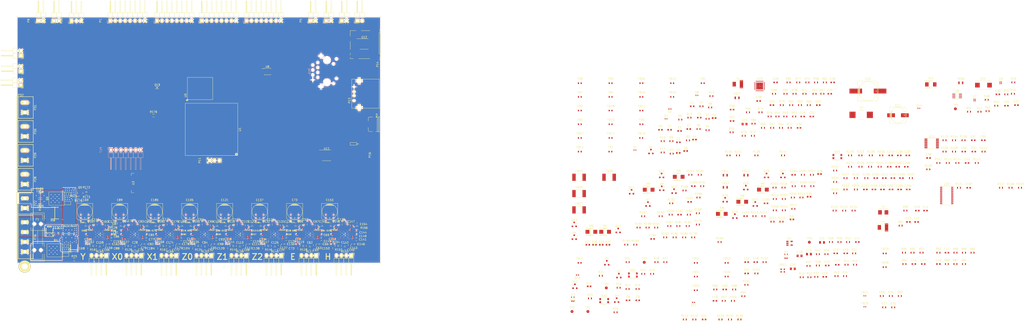
<source format=kicad_pcb>
(kicad_pcb (version 20160815) (host pcbnew "(2016-12-15 revision b13c7e4)-master")
  (layers (0 F.Cu mixed) (1 In1.Cu power) (2 In2.Cu signal) (3 In3.Cu signal) (4 In4.Cu power) (31 B.Cu mixed) (34 B.Paste user hide) (35 F.Paste user hide) (36 B.SilkS user) (37 F.SilkS user) (38 B.Mask user hide) (39 F.Mask user) (44 Edge.Cuts user))
  (net 0 "")
  (net 1 CGND)
  (net 2 /3V3_FILTERED)
  (net 3 /~SYS_RESET)
  (net 4 VCC)
  (net 5 +24V)
  (net 6 SYS_5V)
  (net 7 USB_DC)
  (net 8 /Ethernet/RD+)
  (net 9 /Ethernet/RD-)
  (net 10 /Ethernet/TD+)
  (net 11 /Ethernet/TD-)
  (net 12 /BED_THERM)
  (net 13 /ADC)
  (net 14 /X1_ENDSTOP)
  (net 15 /Y1_ENDSTOP)
  (net 16 /Z1_ENDSTOP)
  (net 17 /ENC_B)
  (net 18 "/Stepper Drivers/E Stepper Driver/5VOUT")
  (net 19 "/Stepper Drivers/E_A2")
  (net 20 "/Stepper Drivers/E_B2")
  (net 21 "/Stepper Drivers/E_A1")
  (net 22 "/Stepper Drivers/E_B1")
  (net 23 /Heaters/BED_HEAT)
  (net 24 /Heaters/E_HEAT)
  (net 25 /Heaters/DOCK0_HEAT)
  (net 26 /Heaters/H_HEAT)
  (net 27 /Heaters/DOCK1_HEAT)
  (net 28 /Fans/E_FAN)
  (net 29 /Fans/H_FAN)
  (net 30 /Fans/CASE_FAN)
  (net 31 VDD_1V8)
  (net 32 VDD_3V3AUX)
  (net 33 /Endstops/Z1_IN)
  (net 34 "Net-(F1-Pad2)")
  (net 35 "Net-(F1-Pad1)")
  (net 36 /~SS_TOOLHEAD0_NVM)
  (net 37 "Net-(FB3-Pad1)")
  (net 38 "Net-(FB4-Pad1)")
  (net 39 "Net-(FB5-Pad1)")
  (net 40 /~SS_TOOLHEAD1_NVM)
  (net 41 /~SS_DOCK0_T)
  (net 42 "Net-(FB6-Pad1)")
  (net 43 "Net-(FB7-Pad1)")
  (net 44 /~SS_DOCK0_NVM)
  (net 45 /~SS_DOCK1_T)
  (net 46 "Net-(FB8-Pad1)")
  (net 47 "Net-(FB9-Pad1)")
  (net 48 /~SS_DOCK1_NVM)
  (net 49 /SPI1_MISO)
  (net 50 /DI)
  (net 51 /SCLK)
  (net 52 /SPI1_SCLK)
  (net 53 /DO)
  (net 54 /SPI1_MOSI)
  (net 55 /SPI0_SCLK)
  (net 56 /SPI0_MISO)
  (net 57 "Net-(FB14-Pad2)")
  (net 58 "Net-(FB15-Pad2)")
  (net 59 /SPI0_MOSI)
  (net 60 /SPI0_CS0)
  (net 61 "Net-(FB16-Pad2)")
  (net 62 "Net-(FB17-Pad2)")
  (net 63 /~DISP_INT)
  (net 64 "Net-(FB18-Pad2)")
  (net 65 "Net-(FB19-Pad2)")
  (net 66 "Net-(FB20-Pad2)")
  (net 67 /XDMA_EVENT_INTRO)
  (net 68 /CLKOUT2)
  (net 69 /USB/USB.B.VBUS)
  (net 70 /Thermistors/BED_THERM_IN)
  (net 71 /Thermistors/ADC_IN)
  (net 72 /Endstops/X1_IN)
  (net 73 /Endstops/Y1_IN)
  (net 74 /Endstops/ENC_A_IN)
  (net 75 /Endstops/ENC_B_IN)
  (net 76 /I2C0_SCL)
  (net 77 /I2C0_SDA)
  (net 78 /Flash/~HDMICLK_DIS)
  (net 79 /USB/UART0_RXD)
  (net 80 /USB/UART0_TXD)
  (net 81 /USB/USB.CLIENT.ID)
  (net 82 /USB/USB.CLIENT.D-)
  (net 83 /USB/USB.CLIENT.D+)
  (net 84 /USB/USB.HOST.D+)
  (net 85 /USB/USB.HOST.D-)
  (net 86 /MMC0_CLK)
  (net 87 /MMC0_CMD)
  (net 88 /MMC0_DAT0)
  (net 89 /MMC0_DAT3)
  (net 90 /MMC0_DAT1)
  (net 91 /MMC0_DAT2)
  (net 92 /SD.CD)
  (net 93 /Ethernet/YELA)
  (net 94 /Ethernet/GRNA)
  (net 95 /JTAG/JTAG_TMS)
  (net 96 /JTAG/~JTAG_TRST)
  (net 97 /JTAG/JTAG_TDI)
  (net 98 /JTAG/JTAG_TD0)
  (net 99 /TCK)
  (net 100 /JTAG/JTAG_EMU0)
  (net 101 /JTAG/JTAG_EMU1)
  (net 102 /SERVO_0)
  (net 103 VDD_3V3A)
  (net 104 /USR3)
  (net 105 /USR2)
  (net 106 /USR1)
  (net 107 /USR0)
  (net 108 "Net-(R15-Pad1)")
  (net 109 "Net-(R26-Pad2)")
  (net 110 "Net-(R28-Pad2)")
  (net 111 "Net-(R29-Pad2)")
  (net 112 "Net-(R30-Pad2)")
  (net 113 /Flash/GPIO1_16.SIP)
  (net 114 /Flash/EMMC_RSTN)
  (net 115 /Flash/MMC1_DAT0)
  (net 116 /Flash/MMC1_DAT1)
  (net 117 /Flash/MMC1_DAT2)
  (net 118 /Flash/MMC1_DAT3)
  (net 119 /Flash/MMC1_DAT4)
  (net 120 /Flash/MMC1_DAT5)
  (net 121 /Flash/MMC1_DAT6)
  (net 122 /Flash/MMC1_DAT7)
  (net 123 /Flash/MMC1_CMD)
  (net 124 /Flash/MMC1_CLK)
  (net 125 "Net-(R46-Pad1)")
  (net 126 /USB/USB1_DRVVBUS)
  (net 127 /~USB1_OC)
  (net 128 /USB/USB1_VBUS)
  (net 129 "Net-(R52-Pad2)")
  (net 130 /Ethernet/MII1_REFCLK)
  (net 131 /Ethernet/MII1_RXD3)
  (net 132 /Ethernet/MII1_RXD2)
  (net 133 /Ethernet/MII1_RXD1)
  (net 134 /Ethernet/MII1_RXD0)
  (net 135 /Ethernet/MII1_RXDV)
  (net 136 /Ethernet/MII1_RXCLK)
  (net 137 /Ethernet/MII1_RXERR)
  (net 138 /Ethernet/MII1_TXCLK)
  (net 139 /Ethernet/MII1_COL)
  (net 140 /Ethernet/MII1_CRS_DV)
  (net 141 /Ethernet/MDIO_DATA)
  (net 142 VDD_ADC)
  (net 143 /~SR_EN)
  (net 144 /E_FAULT)
  (net 145 "/Stepper Drivers/~E_SS")
  (net 146 /X2_ENDSTOP)
  (net 147 /X_FAULT)
  (net 148 "/Stepper Drivers/~X0_SS")
  (net 149 /Z2_ENDSTOP)
  (net 150 /Z_FAULT)
  (net 151 "/Stepper Drivers/~Z0_SS")
  (net 152 "/Stepper Drivers/~Z1_SS")
  (net 153 "/Stepper Drivers/~Z2_SS")
  (net 154 /H_FAULT)
  (net 155 "/Stepper Drivers/~H_SS")
  (net 156 /Y2_ENDSTOP)
  (net 157 /Y_FAULT)
  (net 158 "/Stepper Drivers/~Y_SS")
  (net 159 "/Stepper Drivers/~X1_SS")
  (net 160 /Power/PWR_BUT)
  (net 161 /Power/BAT_TEMP)
  (net 162 /Power/BAT_VOLT)
  (net 163 /Power/VIN_BAT)
  (net 164 /USB/~UART0_RST)
  (net 165 GNDA)
  (net 166 /Power/PMIC_NWAKEUP)
  (net 167 /Power/PMIC_PGOOD)
  (net 168 /Power/LDO_PGOOD)
  (net 169 /Power/PMIC_INT)
  (net 170 "Net-(U1-PadC6)")
  (net 171 /SPI1_CS0)
  (net 172 /I2C2_SCL)
  (net 173 /I2C2_SDA)
  (net 174 /USB/UART0_RXD_IN)
  (net 175 /USB/UART0_TXD_OUT)
  (net 176 /Ethernet/MII1_TXEN)
  (net 177 /Ethernet/MII1_TXD3)
  (net 178 /Ethernet/MII1_TXD2)
  (net 179 /Ethernet/MII1_TXD1)
  (net 180 /Ethernet/MII1_TXD0)
  (net 181 /Ethernet/MDIO_CLK)
  (net 182 /H_STEP)
  (net 183 "Net-(U1-PadR14)")
  (net 184 /Z_DIR)
  (net 185 /Y_STEP)
  (net 186 /Z_STEP)
  (net 187 /E_DIR)
  (net 188 /X_STEP)
  (net 189 /Y_DIR)
  (net 190 /E_STEP)
  (net 191 /H_DIR)
  (net 192 /X_DIR)
  (net 193 "Net-(U14-Pad9)")
  (net 194 "Net-(U14-Pad10)")
  (net 195 "/Stepper Drivers/~E_EN")
  (net 196 "Net-(FB10-Pad1)")
  (net 197 "Net-(C2-Pad1)")
  (net 198 "Net-(C9-Pad1)")
  (net 199 "Net-(C21-Pad1)")
  (net 200 "Net-(C25-Pad1)")
  (net 201 "Net-(C42-Pad2)")
  (net 202 "Net-(C42-Pad1)")
  (net 203 "Net-(C43-Pad1)")
  (net 204 "Net-(C44-Pad1)")
  (net 205 "Net-(C44-Pad2)")
  (net 206 "Net-(C45-Pad1)")
  (net 207 "Net-(C60-Pad1)")
  (net 208 "Net-(C63-Pad1)")
  (net 209 "Net-(C63-Pad2)")
  (net 210 "Net-(C66-Pad2)")
  (net 211 "Net-(C71-Pad1)")
  (net 212 "Net-(C74-Pad1)")
  (net 213 /Configuration/LCD.D15.R4--R7)
  (net 214 /Configuration/LCD.D14.R3--R6)
  (net 215 /Configuration/LCD.D13.R2--R5)
  (net 216 /Configuration/LCD.D12.R1--R4)
  (net 217 /Configuration/LCD.D11.R0--R3)
  (net 218 /Configuration/LCD.D10.G5--G7)
  (net 219 /Configuration/LCD.D9.G4--G6)
  (net 220 /Configuration/LCD.D8.G3--G5)
  (net 221 /Configuration/LCD.D7.G2--G4)
  (net 222 /Configuration/LCD.D6.G1--G3)
  (net 223 /Configuration/LCD.D5.G0--G2)
  (net 224 /Configuration/LCD.D4.B4--B7)
  (net 225 /Configuration/LCD.D3.B3--B6)
  (net 226 /Configuration/LCD.D2.B2--B5)
  (net 227 /Configuration/LCD.D1.B1--B4)
  (net 228 /Configuration/LCD.D0.B0--B3)
  (net 229 "Net-(FB24-Pad1)")
  (net 230 "Net-(FB25-Pad2)")
  (net 231 "Net-(U11-Pad9)")
  (net 232 "Net-(U12-Pad9)")
  (net 233 "Net-(U14-Pad17)")
  (net 234 "Net-(U14-Pad19)")
  (net 235 "Net-(C6-Pad1)")
  (net 236 "Net-(P15-Pad11)")
  (net 237 "Net-(P15-Pad10)")
  (net 238 "Net-(R105-Pad2)")
  (net 239 "Net-(R107-Pad2)")
  (net 240 "Net-(R118-Pad2)")
  (net 241 "Net-(C76-Pad1)")
  (net 242 "/Stepper Drivers/X0 Stepper Driver/5VOUT")
  (net 243 "Net-(C79-Pad2)")
  (net 244 "Net-(C79-Pad1)")
  (net 245 "/Stepper Drivers/X0_A2")
  (net 246 "/Stepper Drivers/X0_B2")
  (net 247 "Net-(C82-Pad2)")
  (net 248 "/Stepper Drivers/X0_A1")
  (net 249 "/Stepper Drivers/X0_B1")
  (net 250 "Net-(C87-Pad1)")
  (net 251 "Net-(C90-Pad1)")
  (net 252 "Net-(R126-Pad2)")
  (net 253 "/Stepper Drivers/~X0_EN")
  (net 254 "Net-(C172-Pad1)")
  (net 255 "/Stepper Drivers/X1 Stepper Driver/5VOUT")
  (net 256 "Net-(C175-Pad1)")
  (net 257 "Net-(C175-Pad2)")
  (net 258 "/Stepper Drivers/X1_A2")
  (net 259 "/Stepper Drivers/X1_B2")
  (net 260 "Net-(C178-Pad2)")
  (net 261 "/Stepper Drivers/X1_A1")
  (net 262 "/Stepper Drivers/X1_B1")
  (net 263 "Net-(C183-Pad1)")
  (net 264 "Net-(C186-Pad1)")
  (net 265 "Net-(R167-Pad2)")
  (net 266 "/Stepper Drivers/~X1_EN")
  (net 267 "Net-(C92-Pad1)")
  (net 268 "/Stepper Drivers/Z0 Stepper Driver/5VOUT")
  (net 269 "Net-(C95-Pad1)")
  (net 270 "Net-(C95-Pad2)")
  (net 271 "/Stepper Drivers/Z0_A2")
  (net 272 "/Stepper Drivers/Z0_B2")
  (net 273 "Net-(C98-Pad2)")
  (net 274 "/Stepper Drivers/Z0_A1")
  (net 275 "/Stepper Drivers/Z0_B1")
  (net 276 "Net-(C103-Pad1)")
  (net 277 "Net-(C106-Pad1)")
  (net 278 "Net-(C156-Pad1)")
  (net 279 "/Stepper Drivers/Y Stepper Driver/5VOUT")
  (net 280 "Net-(C159-Pad1)")
  (net 281 "Net-(C159-Pad2)")
  (net 282 "/Stepper Drivers/Y_A2")
  (net 283 "/Stepper Drivers/Y_B2")
  (net 284 "Net-(C162-Pad2)")
  (net 285 "/Stepper Drivers/Y_A1")
  (net 286 "/Stepper Drivers/Y_B1")
  (net 287 "Net-(C167-Pad1)")
  (net 288 "Net-(C170-Pad1)")
  (net 289 "Net-(P15-Pad7)")
  (net 290 "Net-(P16-Pad6)")
  (net 291 "Net-(R134-Pad2)")
  (net 292 "Net-(R161-Pad2)")
  (net 293 "Net-(U1-PadA2)")
  (net 294 "Net-(U1-PadA3)")
  (net 295 /Microprocessor/AIN3)
  (net 296 "Net-(U1-PadB2)")
  (net 297 "Net-(U1-PadB3)")
  (net 298 "Net-(U1-PadB1)")
  (net 299 /Microprocessor/AIN0)
  (net 300 /Microprocessor/AIN2)
  (net 301 /Microprocessor/AIN5)
  (net 302 "Net-(U1-PadC2)")
  (net 303 "Net-(U1-PadC3)")
  (net 304 "Net-(U1-PadC4)")
  (net 305 "Net-(U1-PadC1)")
  (net 306 /Microprocessor/AIN1)
  (net 307 "Net-(U1-PadC10)")
  (net 308 "Net-(U1-PadD2)")
  (net 309 "Net-(U1-PadD5)")
  (net 310 "Net-(U1-PadD3)")
  (net 311 "Net-(U1-PadD4)")
  (net 312 "Net-(U1-PadD1)")
  (net 313 "Net-(U1-PadD6)")
  (net 314 "Net-(U1-PadD7)")
  (net 315 "Net-(U1-PadD9)")
  (net 316 "Net-(U1-PadD11)")
  (net 317 "Net-(U1-PadE2)")
  (net 318 "Net-(U1-PadE5)")
  (net 319 "Net-(U1-PadE3)")
  (net 320 "Net-(U1-PadE4)")
  (net 321 "Net-(U1-PadE1)")
  (net 322 "Net-(U1-PadE6)")
  (net 323 VDD_PLL)
  (net 324 "Net-(U1-PadE10)")
  (net 325 "Net-(U1-PadE11)")
  (net 326 "Net-(U1-PadE12)")
  (net 327 "Net-(U1-PadE13)")
  (net 328 "Net-(U1-PadE14)")
  (net 329 "Net-(U1-PadE18)")
  (net 330 "Net-(U1-PadF2)")
  (net 331 "Net-(U1-PadF5)")
  (net 332 "Net-(U1-PadF3)")
  (net 333 "Net-(U1-PadF4)")
  (net 334 "Net-(U1-PadF1)")
  (net 335 VDD_CORE)
  (net 336 "Net-(U1-PadF7)")
  (net 337 "Net-(U1-PadF9)")
  (net 338 VDD_MPU)
  (net 339 "Net-(U1-PadF11)")
  (net 340 "Net-(U1-PadF12)")
  (net 341 "Net-(U1-PadF13)")
  (net 342 "Net-(U1-PadF14)")
  (net 343 "Net-(U1-PadF16)")
  (net 344 "Net-(U1-PadG2)")
  (net 345 "Net-(U1-PadG5)")
  (net 346 "Net-(U1-PadG3)")
  (net 347 "Net-(U1-PadG4)")
  (net 348 "Net-(U1-PadG1)")
  (net 349 "Net-(U1-PadG6)")
  (net 350 "Net-(U1-PadG7)")
  (net 351 "Net-(U1-PadG10)")
  (net 352 "Net-(U1-PadG13)")
  (net 353 "Net-(U1-PadG14)")
  (net 354 "Net-(U1-PadH2)")
  (net 355 VDD_DDR)
  (net 356 "Net-(U1-PadH3)")
  (net 357 "Net-(U1-PadH4)")
  (net 358 "Net-(U1-PadH1)")
  (net 359 "Net-(U1-PadH11)")
  (net 360 "Net-(U1-PadH13)")
  (net 361 "Net-(U1-PadH14)")
  (net 362 "Net-(U1-PadH15)")
  (net 363 "Net-(U1-PadJ2)")
  (net 364 "Net-(U1-PadJ5)")
  (net 365 "Net-(U1-PadJ3)")
  (net 366 "Net-(U1-PadJ4)")
  (net 367 "Net-(U1-PadJ1)")
  (net 368 "Net-(U1-PadJ12)")
  (net 369 "Net-(U1-PadJ13)")
  (net 370 "Net-(U1-PadJ14)")
  (net 371 "Net-(U1-PadK2)")
  (net 372 "Net-(U1-PadK5)")
  (net 373 "Net-(U1-PadK3)")
  (net 374 "Net-(U1-PadK4)")
  (net 375 "Net-(U1-PadK1)")
  (net 376 "Net-(U1-PadK6)")
  (net 377 "Net-(U1-PadK8)")
  (net 378 "Net-(U1-PadK12)")
  (net 379 "Net-(U1-PadK13)")
  (net 380 "Net-(U1-PadK14)")
  (net 381 "Net-(U1-PadL8)")
  (net 382 "Net-(U1-PadL9)")
  (net 383 "Net-(U1-PadL7)")
  (net 384 "Net-(U1-PadL3)")
  (net 385 "Net-(U1-PadL1)")
  (net 386 "Net-(U1-PadL2)")
  (net 387 "Net-(U1-PadL4)")
  (net 388 "Net-(U1-PadL5)")
  (net 389 "Net-(U1-PadL6)")
  (net 390 "Net-(U1-PadL14)")
  (net 391 "Net-(U1-PadM13)")
  (net 392 "Net-(U1-PadM11)")
  (net 393 "Net-(U1-PadM3)")
  (net 394 "Net-(U1-PadM1)")
  (net 395 "Net-(U1-PadM2)")
  (net 396 "Net-(U1-PadM4)")
  (net 397 "Net-(U1-PadM5)")
  (net 398 "Net-(U1-PadM15)")
  (net 399 "Net-(U1-PadN13)")
  (net 400 "Net-(U1-PadN12)")
  (net 401 "Net-(U1-PadN8)")
  (net 402 "Net-(U1-PadN9)")
  (net 403 "Net-(U1-PadN3)")
  (net 404 "Net-(U1-PadN1)")
  (net 405 "Net-(U1-PadN2)")
  (net 406 "Net-(U1-PadN4)")
  (net 407 VDD_RTC)
  (net 408 "Net-(U1-PadN15)")
  (net 409 "Net-(U1-PadP13)")
  (net 410 "Net-(U1-PadP11)")
  (net 411 "Net-(U1-PadP12)")
  (net 412 "Net-(U1-PadP10)")
  (net 413 "Net-(U1-PadP8)")
  (net 414 "Net-(U1-PadP9)")
  (net 415 "Net-(U1-PadP3)")
  (net 416 "Net-(U1-PadP1)")
  (net 417 "Net-(U1-PadP2)")
  (net 418 "Net-(U1-PadP4)")
  (net 419 "Net-(U1-PadP14)")
  (net 420 "Net-(U1-PadP18)")
  (net 421 "Net-(U1-PadR11)")
  (net 422 "Net-(U1-PadR10)")
  (net 423 "Net-(U1-PadR5)")
  (net 424 "Net-(U1-PadR6)")
  (net 425 "Net-(U1-PadR15)")
  (net 426 "Net-(U1-PadU11)")
  (net 427 "Net-(U1-PadU5)")
  (net 428 /HDMI_INT)
  (net 429 "Net-(U1-PadV11)")
  (net 430 "Net-(U1-PadV10)")
  (net 431 "Net-(U1-PadV5)")
  (net 432 "Net-(U1-PadY16)")
  (net 433 "Net-(U1-PadY13)")
  (net 434 "Net-(U1-PadY14)")
  (net 435 "Net-(U1-PadY19)")
  (net 436 "Net-(U1-PadY17)")
  (net 437 "Net-(U1-PadY20)")
  (net 438 "Net-(U5-PadA1)")
  (net 439 "Net-(U5-PadB1)")
  (net 440 "Net-(U5-PadC1)")
  (net 441 "Net-(U5-PadD1)")
  (net 442 "Net-(U5-PadE1)")
  (net 443 "Net-(U5-PadF1)")
  (net 444 "Net-(U5-PadG1)")
  (net 445 "Net-(U5-PadH1)")
  (net 446 "Net-(U5-PadJ1)")
  (net 447 "Net-(U5-PadK1)")
  (net 448 "Net-(U5-PadL1)")
  (net 449 "Net-(U5-PadM1)")
  (net 450 "Net-(U5-PadN1)")
  (net 451 "Net-(U5-PadP1)")
  (net 452 "Net-(U5-PadA2)")
  (net 453 "Net-(U5-PadD2)")
  (net 454 "Net-(U5-PadE2)")
  (net 455 "Net-(U5-PadF2)")
  (net 456 "Net-(U5-PadG2)")
  (net 457 "Net-(U5-PadH2)")
  (net 458 "Net-(U5-PadJ2)")
  (net 459 "Net-(U5-PadK2)")
  (net 460 "Net-(U5-PadL2)")
  (net 461 "Net-(U5-PadM2)")
  (net 462 "Net-(U5-PadP2)")
  (net 463 "Net-(U5-PadC3)")
  (net 464 "Net-(U5-PadD3)")
  (net 465 "Net-(U5-PadE3)")
  (net 466 "Net-(U5-PadF3)")
  (net 467 "Net-(U5-PadG3)")
  (net 468 "Net-(U5-PadH3)")
  (net 469 "Net-(U5-PadJ3)")
  (net 470 "Net-(U5-PadK3)")
  (net 471 "Net-(U5-PadL3)")
  (net 472 "Net-(U5-PadM3)")
  (net 473 "Net-(U5-PadN3)")
  (net 474 "Net-(U5-PadD4)")
  (net 475 "Net-(U5-PadC5)")
  (net 476 "Net-(U5-PadE5)")
  (net 477 "Net-(U5-PadH5)")
  (net 478 "Net-(U5-PadJ5)")
  (net 479 "Net-(U5-PadA6)")
  (net 480 "Net-(U5-PadK6)")
  (net 481 "Net-(U5-PadN6)")
  (net 482 "Net-(U5-PadA7)")
  (net 483 "Net-(U5-PadB7)")
  (net 484 "Net-(U5-PadC7)")
  (net 485 "Net-(U5-PadK7)")
  (net 486 "Net-(U5-PadM7)")
  (net 487 "Net-(U5-PadN7)")
  (net 488 "Net-(U5-PadP7)")
  (net 489 "Net-(U5-PadA8)")
  (net 490 "Net-(U5-PadB8)")
  (net 491 "Net-(U5-PadC8)")
  (net 492 "Net-(U5-PadE8)")
  (net 493 "Net-(U5-PadM8)")
  (net 494 "Net-(U5-PadN8)")
  (net 495 "Net-(U5-PadP8)")
  (net 496 "Net-(U5-PadA9)")
  (net 497 "Net-(U5-PadB9)")
  (net 498 "Net-(U5-PadC9)")
  (net 499 "Net-(U5-PadE9)")
  (net 500 "Net-(U5-PadM9)")
  (net 501 "Net-(U5-PadN9)")
  (net 502 "Net-(U5-PadP9)")
  (net 503 "Net-(U5-PadA10)")
  (net 504 "Net-(U5-PadB10)")
  (net 505 "Net-(U5-PadC10)")
  (net 506 "Net-(U5-PadE10)")
  (net 507 "Net-(U5-PadF10)")
  (net 508 "Net-(U5-PadG10)")
  (net 509 "Net-(U5-PadK10)")
  (net 510 "Net-(U5-PadM10)")
  (net 511 "Net-(U5-PadN10)")
  (net 512 "Net-(U5-PadP10)")
  (net 513 "Net-(U5-PadA11)")
  (net 514 "Net-(U5-PadB11)")
  (net 515 "Net-(U5-PadC11)")
  (net 516 "Net-(U5-PadM11)")
  (net 517 "Net-(U5-PadN11)")
  (net 518 "Net-(U5-PadP11)")
  (net 519 "Net-(U5-PadA12)")
  (net 520 "Net-(U5-PadB12)")
  (net 521 "Net-(U5-PadC12)")
  (net 522 "Net-(U5-PadD12)")
  (net 523 "Net-(U5-PadE12)")
  (net 524 "Net-(U5-PadF12)")
  (net 525 "Net-(U5-PadG12)")
  (net 526 "Net-(U5-PadH12)")
  (net 527 "Net-(U5-PadJ12)")
  (net 528 "Net-(U5-PadK12)")
  (net 529 "Net-(U5-PadL12)")
  (net 530 "Net-(U5-PadM12)")
  (net 531 "Net-(U5-PadN12)")
  (net 532 "Net-(U5-PadP12)")
  (net 533 "Net-(U5-PadA13)")
  (net 534 "Net-(U5-PadB13)")
  (net 535 "Net-(U5-PadC13)")
  (net 536 "Net-(U5-PadD13)")
  (net 537 "Net-(U5-PadE13)")
  (net 538 "Net-(U5-PadF13)")
  (net 539 "Net-(U5-PadG13)")
  (net 540 "Net-(U5-PadH13)")
  (net 541 "Net-(U5-PadJ13)")
  (net 542 "Net-(U5-PadK13)")
  (net 543 "Net-(U5-PadL13)")
  (net 544 "Net-(U5-PadM13)")
  (net 545 "Net-(U5-PadN13)")
  (net 546 "Net-(U5-PadP13)")
  (net 547 "Net-(U5-PadA14)")
  (net 548 "Net-(U5-PadB14)")
  (net 549 "Net-(U5-PadC14)")
  (net 550 "Net-(U5-PadD14)")
  (net 551 "Net-(U5-PadE14)")
  (net 552 "Net-(U5-PadF14)")
  (net 553 "Net-(U5-PadG14)")
  (net 554 "Net-(U5-PadH14)")
  (net 555 "Net-(U5-PadJ14)")
  (net 556 "Net-(U5-PadK14)")
  (net 557 "Net-(U5-PadL14)")
  (net 558 "Net-(U5-PadM14)")
  (net 559 "Net-(U5-PadN14)")
  (net 560 "Net-(U5-PadP14)")
  (net 561 "/Stepper Drivers/~Y_EN")
  (net 562 "/Stepper Drivers/~Z0_EN")
  (net 563 "Net-(U15-Pad10)")
  (net 564 "Net-(U15-Pad9)")
  (net 565 "Net-(U15-Pad19)")
  (net 566 "Net-(U15-Pad17)")
  (net 567 "Net-(U16-Pad17)")
  (net 568 "Net-(U16-Pad19)")
  (net 569 "Net-(U16-Pad9)")
  (net 570 "Net-(U16-Pad10)")
  (net 571 "Net-(U20-Pad17)")
  (net 572 "Net-(U20-Pad19)")
  (net 573 "Net-(U20-Pad9)")
  (net 574 "Net-(U20-Pad10)")
  (net 575 "Net-(U21-Pad17)")
  (net 576 "Net-(U21-Pad19)")
  (net 577 "Net-(U21-Pad9)")
  (net 578 "Net-(U21-Pad10)")
  (net 579 VDD_5V)
  (net 580 "Net-(C28-Pad1)")
  (net 581 "Net-(C29-Pad1)")
  (net 582 VDD_PHYA)
  (net 583 /Ethernet/PHY_VDDCR)
  (net 584 /ENC_A)
  (net 585 "Net-(C108-Pad1)")
  (net 586 "/Stepper Drivers/Z1 Stepper Driver/5VOUT")
  (net 587 "Net-(C111-Pad2)")
  (net 588 "Net-(C111-Pad1)")
  (net 589 "/Stepper Drivers/Z1_A2")
  (net 590 "/Stepper Drivers/Z1_B2")
  (net 591 "Net-(C114-Pad2)")
  (net 592 "/Stepper Drivers/Z1_A1")
  (net 593 "/Stepper Drivers/Z1_B1")
  (net 594 "Net-(C119-Pad1)")
  (net 595 "Net-(C122-Pad1)")
  (net 596 "Net-(C124-Pad1)")
  (net 597 "/Stepper Drivers/Z2 Stepper Driver/5VOUT")
  (net 598 "Net-(C127-Pad2)")
  (net 599 "Net-(C127-Pad1)")
  (net 600 "/Stepper Drivers/Z2_A2")
  (net 601 "/Stepper Drivers/Z2_B2")
  (net 602 "Net-(C130-Pad2)")
  (net 603 "/Stepper Drivers/Z2_A1")
  (net 604 "/Stepper Drivers/Z2_B1")
  (net 605 "Net-(C135-Pad1)")
  (net 606 "Net-(C138-Pad1)")
  (net 607 "Net-(C140-Pad1)")
  (net 608 "/Stepper Drivers/H Stepper Driver/5VOUT")
  (net 609 "Net-(C143-Pad1)")
  (net 610 "Net-(C143-Pad2)")
  (net 611 "/Stepper Drivers/H_A2")
  (net 612 "/Stepper Drivers/H_B2")
  (net 613 "Net-(C146-Pad2)")
  (net 614 "/Stepper Drivers/H_A1")
  (net 615 "/Stepper Drivers/H_B1")
  (net 616 "Net-(C151-Pad1)")
  (net 617 "Net-(C154-Pad1)")
  (net 618 "Net-(D3-Pad2)")
  (net 619 "Net-(D4-Pad2)")
  (net 620 "Net-(D5-Pad2)")
  (net 621 "Net-(D6-Pad2)")
  (net 622 "Net-(D7-Pad1)")
  (net 623 "Net-(D9-Pad1)")
  (net 624 "Net-(D9-Pad3)")
  (net 625 "Net-(D11-Pad1)")
  (net 626 "Net-(D12-Pad3)")
  (net 627 "Net-(D12-Pad1)")
  (net 628 "Net-(D13-Pad1)")
  (net 629 "Net-(D15-Pad1)")
  (net 630 "Net-(D15-Pad2)")
  (net 631 "Net-(D18-Pad1)")
  (net 632 "Net-(D19-Pad2)")
  (net 633 "Net-(D20-Pad1)")
  (net 634 "Net-(D21-Pad1)")
  (net 635 "Net-(D22-Pad2)")
  (net 636 "Net-(D23-Pad2)")
  (net 637 "Net-(D24-Pad1)")
  (net 638 "Net-(D25-Pad1)")
  (net 639 "Net-(D26-Pad2)")
  (net 640 "Net-(D27-Pad2)")
  (net 641 "Net-(D28-Pad1)")
  (net 642 "Net-(D29-Pad2)")
  (net 643 "Net-(D30-Pad1)")
  (net 644 "Net-(D31-Pad2)")
  (net 645 "Net-(D32-Pad1)")
  (net 646 "Net-(D33-Pad2)")
  (net 647 /~SS_TOOLHEAD0_T)
  (net 648 /~SS_TOOLHEAD1_T)
  (net 649 "Net-(FB28-Pad2)")
  (net 650 "Net-(FB29-Pad2)")
  (net 651 "Net-(FB30-Pad2)")
  (net 652 "Net-(FB31-Pad2)")
  (net 653 "Net-(FB32-Pad2)")
  (net 654 "Net-(FB33-Pad2)")
  (net 655 "Net-(FB34-Pad2)")
  (net 656 "Net-(IC1-Pad5)")
  (net 657 "Net-(OSC1-Pad3)")
  (net 658 "Net-(Q5-Pad1)")
  (net 659 "Net-(Q5-Pad3)")
  (net 660 "Net-(Q6-Pad1)")
  (net 661 "Net-(Q7-Pad3)")
  (net 662 "Net-(Q7-Pad1)")
  (net 663 "Net-(Q8-Pad3)")
  (net 664 "Net-(Q8-Pad1)")
  (net 665 "Net-(Q9-Pad1)")
  (net 666 "Net-(Q10-Pad1)")
  (net 667 "Net-(Q11-Pad1)")
  (net 668 "Net-(Q11-Pad3)")
  (net 669 "Net-(Q12-Pad3)")
  (net 670 "Net-(Q12-Pad1)")
  (net 671 "Net-(Q13-Pad1)")
  (net 672 "Net-(Q14-Pad1)")
  (net 673 "Net-(Q15-Pad1)")
  (net 674 "Net-(Q15-Pad3)")
  (net 675 "Net-(Q16-Pad1)")
  (net 676 "Net-(Q17-Pad3)")
  (net 677 "Net-(Q17-Pad1)")
  (net 678 "Net-(Q18-Pad1)")
  (net 679 "Net-(Q19-Pad1)")
  (net 680 "Net-(Q19-Pad3)")
  (net 681 "Net-(Q20-Pad1)")
  (net 682 /SPI1_CS1)
  (net 683 "Net-(R32-Pad2)")
  (net 684 "Net-(R54-Pad1)")
  (net 685 /Ethernet/REFCLKO)
  (net 686 /Ethernet/RXD3/PHYAD2)
  (net 687 /Ethernet/RXD2/RMIISEL)
  (net 688 /Ethernet/RXD1/MODE1)
  (net 689 /Ethernet/RXD0/MODE0)
  (net 690 /Ethernet/RXDV)
  (net 691 /Ethernet/RXER/PHYAD0)
  (net 692 /Ethernet/TXCLK)
  (net 693 /Ethernet/MODE2)
  (net 694 /Ethernet/CRS)
  (net 695 /Ethernet/RCLKIN)
  (net 696 /Ethernet/RBIAS)
  (net 697 /Ethernet/ETH_TXD4)
  (net 698 "Net-(R140-Pad2)")
  (net 699 "Net-(R146-Pad2)")
  (net 700 "Net-(R153-Pad2)")
  (net 701 "Net-(R220-Pad1)")
  (net 702 "Net-(U7-Pad3)")
  (net 703 "Net-(U7-Pad5)")
  (net 704 "Net-(U9-Pad5)")
  (net 705 "/Stepper Drivers/~Z1_EN")
  (net 706 "/Stepper Drivers/~Z2_EN")
  (net 707 "/Stepper Drivers/~H_EN")
  (net 708 "Net-(U13-Pad9)")
  (net 709 "Net-(U17-Pad10)")
  (net 710 "Net-(U17-Pad9)")
  (net 711 "Net-(U17-Pad19)")
  (net 712 "Net-(U17-Pad17)")
  (net 713 "Net-(U18-Pad17)")
  (net 714 "Net-(U18-Pad19)")
  (net 715 "Net-(U18-Pad9)")
  (net 716 "Net-(U18-Pad10)")
  (net 717 "Net-(U19-Pad10)")
  (net 718 "Net-(U19-Pad9)")
  (net 719 "Net-(U19-Pad19)")
  (net 720 "Net-(U19-Pad17)")
  (net 721 "Net-(U22-Pad1)")
  (net 722 "Net-(U22-Pad6)")
  (net 723 "Net-(U22-Pad12)")
  (net 724 "Net-(U22-Pad17)")
  (net 725 "Net-(U22-Pad18)")
  (net 726 "Net-(U22-Pad19)")
  (net 727 "Net-(U22-Pad20)")
  (net 728 "Net-(U22-Pad21)")
  (net 729 "Net-(U22-Pad22)")
  (net 730 "Net-(U22-Pad25)")
  (net 731 /Heaters/BED_HEAT_IN)
  (net 732 /Heaters/E_HEAT_IN)
  (net 733 /Heaters/DOCK0_HEAT_IN)
  (net 734 /Heaters/H_HEAT_IN)
  (net 735 /Heaters/DOCK1_HEAT_IN)
  (net 736 /Fans/E_FAN_IN)
  (net 737 /Fans/H_FAN_IN)
  (net 738 /Fans/CASE_FAN_IN)
  (module KiMBo:QFN36_5X6 (layer F.Cu) (at 230.19 147.55 270)
    (fp_text reference U19 (at 0 0 270) (layer F.SilkS) (effects (font (size 0.3 0.3) (thickness 0.075))))
    (fp_text value TMC2130 (at 0 -0.75 270) (layer F.SilkS) (effects (font (size 0.3 0.3) (thickness 0.075))))
    (pad 11 smd rect (at -1.74752 3.19786 90) (size 0.24892 0.99822) (layers F.Cu F.Paste F.Mask) (net 1 CGND))
    (pad 12 smd rect (at -1.24968 3.19786 90) (size 0.24892 0.99822) (layers F.Cu F.Paste F.Mask) (net 1 CGND))
    (pad 13 smd rect (at -0.7493 3.19786 90) (size 0.24892 0.99822) (layers F.Cu F.Paste F.Mask) (net 615 "/Stepper Drivers/H_B1"))
    (pad 14 smd rect (at -0.24892 3.19786 90) (size 0.24892 0.99822) (layers F.Cu F.Paste F.Mask) (net 616 "Net-(C151-Pad1)"))
    (pad 15 smd rect (at 0.24892 3.19786 90) (size 0.24892 0.99822) (layers F.Cu F.Paste F.Mask) (net 612 "/Stepper Drivers/H_B2"))
    (pad 16 smd rect (at 0.7493 3.19786 90) (size 0.24892 0.99822) (layers F.Cu F.Paste F.Mask) (net 5 +24V))
    (pad 17 smd rect (at 1.24968 3.19786 90) (size 0.24892 0.99822) (layers F.Cu F.Paste F.Mask) (net 720 "Net-(U19-Pad17)"))
    (pad 18 smd rect (at 1.74752 3.19786 90) (size 0.24892 0.99822) (layers F.Cu F.Paste F.Mask) (net 1 CGND))
    (pad 19 smd rect (at 2.69748 2.2479 180) (size 0.24892 0.99822) (layers F.Cu F.Paste F.Mask) (net 719 "Net-(U19-Pad19)"))
    (pad 20 smd rect (at 2.69748 1.74752 180) (size 0.24892 0.99822) (layers F.Cu F.Paste F.Mask) (net 154 /H_FAULT))
    (pad 21 smd rect (at 2.69748 1.24968 180) (size 0.24892 0.99822) (layers F.Cu F.Paste F.Mask) (net 1 CGND))
    (pad 22 smd rect (at 2.69748 0.7493 180) (size 0.24892 0.99822) (layers F.Cu F.Paste F.Mask) (net 707 "/Stepper Drivers/~H_EN"))
    (pad 23 smd rect (at 2.69748 0.24892 180) (size 0.24892 0.99822) (layers F.Cu F.Paste F.Mask) (net 700 "Net-(R153-Pad2)"))
    (pad 24 smd rect (at 2.69748 -0.24892 180) (size 0.24892 0.99822) (layers F.Cu F.Paste F.Mask) (net 1 CGND))
    (pad 25 smd rect (at 2.69748 -0.7493 180) (size 0.24892 0.99822) (layers F.Cu F.Paste F.Mask) (net 608 "/Stepper Drivers/H Stepper Driver/5VOUT"))
    (pad 26 smd rect (at 2.69748 -1.24968 180) (size 0.24892 0.99822) (layers F.Cu F.Paste F.Mask) (net 607 "Net-(C140-Pad1)"))
    (pad 27 smd rect (at 2.69748 -1.74752 180) (size 0.24892 0.99822) (layers F.Cu F.Paste F.Mask) (net 610 "Net-(C143-Pad2)"))
    (pad 28 smd rect (at 2.69748 -2.2479 180) (size 0.24892 0.99822) (layers F.Cu F.Paste F.Mask) (net 609 "Net-(C143-Pad1)"))
    (pad 29 smd rect (at 1.74752 -3.19786 270) (size 0.24892 0.99822) (layers F.Cu F.Paste F.Mask) (net 613 "Net-(C146-Pad2)"))
    (pad 30 smd rect (at 1.24968 -3.19786 270) (size 0.24892 0.99822) (layers F.Cu F.Paste F.Mask) (net 5 +24V))
    (pad 31 smd rect (at 0.7493 -3.19786 270) (size 0.24892 0.99822) (layers F.Cu F.Paste F.Mask) (net 5 +24V))
    (pad 32 smd rect (at 0.24892 -3.19786 270) (size 0.24892 0.99822) (layers F.Cu F.Paste F.Mask) (net 611 "/Stepper Drivers/H_A2"))
    (pad 33 smd rect (at -0.24892 -3.19786 270) (size 0.24892 0.99822) (layers F.Cu F.Paste F.Mask) (net 617 "Net-(C154-Pad1)"))
    (pad 34 smd rect (at -0.7493 -3.19786 270) (size 0.24892 0.99822) (layers F.Cu F.Paste F.Mask) (net 614 "/Stepper Drivers/H_A1"))
    (pad 35 smd rect (at -1.24968 -3.19786 270) (size 0.24892 0.99822) (layers F.Cu F.Paste F.Mask) (net 1 CGND))
    (pad 36 smd rect (at -1.74752 -3.19786 270) (size 0.24892 0.99822) (layers F.Cu F.Paste F.Mask) (net 1 CGND))
    (pad 1 smd rect (at -2.69748 -2.2479) (size 0.24892 0.99822) (layers F.Cu F.Paste F.Mask) (net 1 CGND))
    (pad 2 smd rect (at -2.69748 -1.74752) (size 0.24892 0.99822) (layers F.Cu F.Paste F.Mask) (net 155 "/Stepper Drivers/~H_SS"))
    (pad 3 smd rect (at -2.69748 -1.24968) (size 0.24892 0.99822) (layers F.Cu F.Paste F.Mask) (net 52 /SPI1_SCLK))
    (pad 4 smd rect (at -2.69748 -0.7493) (size 0.24892 0.99822) (layers F.Cu F.Paste F.Mask) (net 54 /SPI1_MOSI))
    (pad 5 smd rect (at -2.69748 -0.24892) (size 0.24892 0.99822) (layers F.Cu F.Paste F.Mask) (net 49 /SPI1_MISO))
    (pad 6 smd rect (at -2.69748 0.24892) (size 0.24892 0.99822) (layers F.Cu F.Paste F.Mask) (net 182 /H_STEP))
    (pad 7 smd rect (at -2.69748 0.7493) (size 0.24892 0.99822) (layers F.Cu F.Paste F.Mask) (net 191 /H_DIR))
    (pad 8 smd rect (at -2.69748 1.24968) (size 0.24892 0.99822) (layers F.Cu F.Paste F.Mask) (net 4 VCC))
    (pad 9 smd rect (at -2.69748 1.74752) (size 0.24892 0.99822) (layers F.Cu F.Paste F.Mask) (net 718 "Net-(U19-Pad9)"))
    (pad 10 smd rect (at -2.69748 2.2479) (size 0.24892 0.99822) (layers F.Cu F.Paste F.Mask) (net 717 "Net-(U19-Pad10)"))
    (pad 37 smd rect (at 0 0 270) (size 3.6 4.6) (layers *.Mask F.Cu F.Paste) (net 1 CGND))
    (pad 37 thru_hole circle (at -1.3 -1.7 270) (size 0.4 0.4) (drill 0.3) (layers *.Cu *.Mask) (net 1 CGND))
    (pad 37 thru_hole circle (at 0 -1.7 270) (size 0.4 0.4) (drill 0.3) (layers *.Cu *.Mask) (net 1 CGND))
    (pad 37 thru_hole circle (at 1.3 -1.7 270) (size 0.4 0.4) (drill 0.3) (layers *.Cu *.Mask) (net 1 CGND))
    (pad 37 thru_hole circle (at -0.65 -0.85 270) (size 0.4 0.4) (drill 0.3) (layers *.Cu *.Mask) (net 1 CGND))
    (pad 37 thru_hole circle (at 0.65 -0.85 270) (size 0.4 0.4) (drill 0.3) (layers *.Cu *.Mask) (net 1 CGND))
    (pad 37 thru_hole circle (at -1.3 0 270) (size 0.4 0.4) (drill 0.3) (layers *.Cu *.Mask) (net 1 CGND))
    (pad 37 thru_hole circle (at 0 0 270) (size 0.4 0.4) (drill 0.3) (layers *.Cu *.Mask) (net 1 CGND))
    (pad 37 thru_hole circle (at 1.3 0 270) (size 0.4 0.4) (drill 0.3) (layers *.Cu *.Mask) (net 1 CGND))
    (pad 37 thru_hole circle (at -0.65 0.85 270) (size 0.4 0.4) (drill 0.3) (layers *.Cu *.Mask) (net 1 CGND))
    (pad 37 thru_hole circle (at 0.65 0.85 270) (size 0.4 0.4) (drill 0.3) (layers *.Cu *.Mask) (net 1 CGND))
    (pad 37 thru_hole circle (at -1.3 1.7 270) (size 0.4 0.4) (drill 0.3) (layers *.Cu *.Mask) (net 1 CGND))
    (pad 37 thru_hole circle (at 0 1.7 270) (size 0.4 0.4) (drill 0.3) (layers *.Cu *.Mask) (net 1 CGND))
    (pad 37 thru_hole circle (at 1.3 1.7 270) (size 0.4 0.4) (drill 0.3) (layers *.Cu *.Mask) (net 1 CGND))
  )
  (module KiMBo:QFN36_5X6 (layer F.Cu) (at 212.19 147.55 270)
    (fp_text reference U14 (at 0 0 270) (layer F.SilkS) (effects (font (size 0.3 0.3) (thickness 0.075))))
    (fp_text value TMC2130 (at 0 -0.75 270) (layer F.SilkS) (effects (font (size 0.3 0.3) (thickness 0.075))))
    (pad 11 smd rect (at -1.74752 3.19786 90) (size 0.24892 0.99822) (layers F.Cu F.Paste F.Mask) (net 1 CGND))
    (pad 12 smd rect (at -1.24968 3.19786 90) (size 0.24892 0.99822) (layers F.Cu F.Paste F.Mask) (net 1 CGND))
    (pad 13 smd rect (at -0.7493 3.19786 90) (size 0.24892 0.99822) (layers F.Cu F.Paste F.Mask) (net 22 "/Stepper Drivers/E_B1"))
    (pad 14 smd rect (at -0.24892 3.19786 90) (size 0.24892 0.99822) (layers F.Cu F.Paste F.Mask) (net 211 "Net-(C71-Pad1)"))
    (pad 15 smd rect (at 0.24892 3.19786 90) (size 0.24892 0.99822) (layers F.Cu F.Paste F.Mask) (net 20 "/Stepper Drivers/E_B2"))
    (pad 16 smd rect (at 0.7493 3.19786 90) (size 0.24892 0.99822) (layers F.Cu F.Paste F.Mask) (net 5 +24V))
    (pad 17 smd rect (at 1.24968 3.19786 90) (size 0.24892 0.99822) (layers F.Cu F.Paste F.Mask) (net 233 "Net-(U14-Pad17)"))
    (pad 18 smd rect (at 1.74752 3.19786 90) (size 0.24892 0.99822) (layers F.Cu F.Paste F.Mask) (net 1 CGND))
    (pad 19 smd rect (at 2.69748 2.2479 180) (size 0.24892 0.99822) (layers F.Cu F.Paste F.Mask) (net 234 "Net-(U14-Pad19)"))
    (pad 20 smd rect (at 2.69748 1.74752 180) (size 0.24892 0.99822) (layers F.Cu F.Paste F.Mask) (net 144 /E_FAULT))
    (pad 21 smd rect (at 2.69748 1.24968 180) (size 0.24892 0.99822) (layers F.Cu F.Paste F.Mask) (net 1 CGND))
    (pad 22 smd rect (at 2.69748 0.7493 180) (size 0.24892 0.99822) (layers F.Cu F.Paste F.Mask) (net 195 "/Stepper Drivers/~E_EN"))
    (pad 23 smd rect (at 2.69748 0.24892 180) (size 0.24892 0.99822) (layers F.Cu F.Paste F.Mask) (net 240 "Net-(R118-Pad2)"))
    (pad 24 smd rect (at 2.69748 -0.24892 180) (size 0.24892 0.99822) (layers F.Cu F.Paste F.Mask) (net 1 CGND))
    (pad 25 smd rect (at 2.69748 -0.7493 180) (size 0.24892 0.99822) (layers F.Cu F.Paste F.Mask) (net 18 "/Stepper Drivers/E Stepper Driver/5VOUT"))
    (pad 26 smd rect (at 2.69748 -1.24968 180) (size 0.24892 0.99822) (layers F.Cu F.Paste F.Mask) (net 207 "Net-(C60-Pad1)"))
    (pad 27 smd rect (at 2.69748 -1.74752 180) (size 0.24892 0.99822) (layers F.Cu F.Paste F.Mask) (net 209 "Net-(C63-Pad2)"))
    (pad 28 smd rect (at 2.69748 -2.2479 180) (size 0.24892 0.99822) (layers F.Cu F.Paste F.Mask) (net 208 "Net-(C63-Pad1)"))
    (pad 29 smd rect (at 1.74752 -3.19786 270) (size 0.24892 0.99822) (layers F.Cu F.Paste F.Mask) (net 210 "Net-(C66-Pad2)"))
    (pad 30 smd rect (at 1.24968 -3.19786 270) (size 0.24892 0.99822) (layers F.Cu F.Paste F.Mask) (net 5 +24V))
    (pad 31 smd rect (at 0.7493 -3.19786 270) (size 0.24892 0.99822) (layers F.Cu F.Paste F.Mask) (net 5 +24V))
    (pad 32 smd rect (at 0.24892 -3.19786 270) (size 0.24892 0.99822) (layers F.Cu F.Paste F.Mask) (net 19 "/Stepper Drivers/E_A2"))
    (pad 33 smd rect (at -0.24892 -3.19786 270) (size 0.24892 0.99822) (layers F.Cu F.Paste F.Mask) (net 212 "Net-(C74-Pad1)"))
    (pad 34 smd rect (at -0.7493 -3.19786 270) (size 0.24892 0.99822) (layers F.Cu F.Paste F.Mask) (net 21 "/Stepper Drivers/E_A1"))
    (pad 35 smd rect (at -1.24968 -3.19786 270) (size 0.24892 0.99822) (layers F.Cu F.Paste F.Mask) (net 1 CGND))
    (pad 36 smd rect (at -1.74752 -3.19786 270) (size 0.24892 0.99822) (layers F.Cu F.Paste F.Mask) (net 1 CGND))
    (pad 1 smd rect (at -2.69748 -2.2479) (size 0.24892 0.99822) (layers F.Cu F.Paste F.Mask) (net 1 CGND))
    (pad 2 smd rect (at -2.69748 -1.74752) (size 0.24892 0.99822) (layers F.Cu F.Paste F.Mask) (net 145 "/Stepper Drivers/~E_SS"))
    (pad 3 smd rect (at -2.69748 -1.24968) (size 0.24892 0.99822) (layers F.Cu F.Paste F.Mask) (net 52 /SPI1_SCLK))
    (pad 4 smd rect (at -2.69748 -0.7493) (size 0.24892 0.99822) (layers F.Cu F.Paste F.Mask) (net 54 /SPI1_MOSI))
    (pad 5 smd rect (at -2.69748 -0.24892) (size 0.24892 0.99822) (layers F.Cu F.Paste F.Mask) (net 49 /SPI1_MISO))
    (pad 6 smd rect (at -2.69748 0.24892) (size 0.24892 0.99822) (layers F.Cu F.Paste F.Mask) (net 190 /E_STEP))
    (pad 7 smd rect (at -2.69748 0.7493) (size 0.24892 0.99822) (layers F.Cu F.Paste F.Mask) (net 187 /E_DIR))
    (pad 8 smd rect (at -2.69748 1.24968) (size 0.24892 0.99822) (layers F.Cu F.Paste F.Mask) (net 4 VCC))
    (pad 9 smd rect (at -2.69748 1.74752) (size 0.24892 0.99822) (layers F.Cu F.Paste F.Mask) (net 193 "Net-(U14-Pad9)"))
    (pad 10 smd rect (at -2.69748 2.2479) (size 0.24892 0.99822) (layers F.Cu F.Paste F.Mask) (net 194 "Net-(U14-Pad10)"))
    (pad 37 smd rect (at 0 0 270) (size 3.6 4.6) (layers *.Mask F.Cu F.Paste) (net 1 CGND))
    (pad 37 thru_hole circle (at -1.3 -1.7 270) (size 0.4 0.4) (drill 0.3) (layers *.Cu *.Mask) (net 1 CGND))
    (pad 37 thru_hole circle (at 0 -1.7 270) (size 0.4 0.4) (drill 0.3) (layers *.Cu *.Mask) (net 1 CGND))
    (pad 37 thru_hole circle (at 1.3 -1.7 270) (size 0.4 0.4) (drill 0.3) (layers *.Cu *.Mask) (net 1 CGND))
    (pad 37 thru_hole circle (at -0.65 -0.85 270) (size 0.4 0.4) (drill 0.3) (layers *.Cu *.Mask) (net 1 CGND))
    (pad 37 thru_hole circle (at 0.65 -0.85 270) (size 0.4 0.4) (drill 0.3) (layers *.Cu *.Mask) (net 1 CGND))
    (pad 37 thru_hole circle (at -1.3 0 270) (size 0.4 0.4) (drill 0.3) (layers *.Cu *.Mask) (net 1 CGND))
    (pad 37 thru_hole circle (at 0 0 270) (size 0.4 0.4) (drill 0.3) (layers *.Cu *.Mask) (net 1 CGND))
    (pad 37 thru_hole circle (at 1.3 0 270) (size 0.4 0.4) (drill 0.3) (layers *.Cu *.Mask) (net 1 CGND))
    (pad 37 thru_hole circle (at -0.65 0.85 270) (size 0.4 0.4) (drill 0.3) (layers *.Cu *.Mask) (net 1 CGND))
    (pad 37 thru_hole circle (at 0.65 0.85 270) (size 0.4 0.4) (drill 0.3) (layers *.Cu *.Mask) (net 1 CGND))
    (pad 37 thru_hole circle (at -1.3 1.7 270) (size 0.4 0.4) (drill 0.3) (layers *.Cu *.Mask) (net 1 CGND))
    (pad 37 thru_hole circle (at 0 1.7 270) (size 0.4 0.4) (drill 0.3) (layers *.Cu *.Mask) (net 1 CGND))
    (pad 37 thru_hole circle (at 1.3 1.7 270) (size 0.4 0.4) (drill 0.3) (layers *.Cu *.Mask) (net 1 CGND))
  )
  (module KiMBo:QFN36_5X6 (layer F.Cu) (at 194.19 147.55 270)
    (fp_text reference U18 (at 0 0 270) (layer F.SilkS) (effects (font (size 0.3 0.3) (thickness 0.075))))
    (fp_text value TMC2130 (at 0 -0.75 270) (layer F.SilkS) (effects (font (size 0.3 0.3) (thickness 0.075))))
    (pad 11 smd rect (at -1.74752 3.19786 90) (size 0.24892 0.99822) (layers F.Cu F.Paste F.Mask) (net 1 CGND))
    (pad 12 smd rect (at -1.24968 3.19786 90) (size 0.24892 0.99822) (layers F.Cu F.Paste F.Mask) (net 1 CGND))
    (pad 13 smd rect (at -0.7493 3.19786 90) (size 0.24892 0.99822) (layers F.Cu F.Paste F.Mask) (net 604 "/Stepper Drivers/Z2_B1"))
    (pad 14 smd rect (at -0.24892 3.19786 90) (size 0.24892 0.99822) (layers F.Cu F.Paste F.Mask) (net 605 "Net-(C135-Pad1)"))
    (pad 15 smd rect (at 0.24892 3.19786 90) (size 0.24892 0.99822) (layers F.Cu F.Paste F.Mask) (net 601 "/Stepper Drivers/Z2_B2"))
    (pad 16 smd rect (at 0.7493 3.19786 90) (size 0.24892 0.99822) (layers F.Cu F.Paste F.Mask) (net 5 +24V))
    (pad 17 smd rect (at 1.24968 3.19786 90) (size 0.24892 0.99822) (layers F.Cu F.Paste F.Mask) (net 713 "Net-(U18-Pad17)"))
    (pad 18 smd rect (at 1.74752 3.19786 90) (size 0.24892 0.99822) (layers F.Cu F.Paste F.Mask) (net 1 CGND))
    (pad 19 smd rect (at 2.69748 2.2479 180) (size 0.24892 0.99822) (layers F.Cu F.Paste F.Mask) (net 714 "Net-(U18-Pad19)"))
    (pad 20 smd rect (at 2.69748 1.74752 180) (size 0.24892 0.99822) (layers F.Cu F.Paste F.Mask) (net 150 /Z_FAULT))
    (pad 21 smd rect (at 2.69748 1.24968 180) (size 0.24892 0.99822) (layers F.Cu F.Paste F.Mask) (net 149 /Z2_ENDSTOP))
    (pad 22 smd rect (at 2.69748 0.7493 180) (size 0.24892 0.99822) (layers F.Cu F.Paste F.Mask) (net 706 "/Stepper Drivers/~Z2_EN"))
    (pad 23 smd rect (at 2.69748 0.24892 180) (size 0.24892 0.99822) (layers F.Cu F.Paste F.Mask) (net 699 "Net-(R146-Pad2)"))
    (pad 24 smd rect (at 2.69748 -0.24892 180) (size 0.24892 0.99822) (layers F.Cu F.Paste F.Mask) (net 1 CGND))
    (pad 25 smd rect (at 2.69748 -0.7493 180) (size 0.24892 0.99822) (layers F.Cu F.Paste F.Mask) (net 597 "/Stepper Drivers/Z2 Stepper Driver/5VOUT"))
    (pad 26 smd rect (at 2.69748 -1.24968 180) (size 0.24892 0.99822) (layers F.Cu F.Paste F.Mask) (net 596 "Net-(C124-Pad1)"))
    (pad 27 smd rect (at 2.69748 -1.74752 180) (size 0.24892 0.99822) (layers F.Cu F.Paste F.Mask) (net 598 "Net-(C127-Pad2)"))
    (pad 28 smd rect (at 2.69748 -2.2479 180) (size 0.24892 0.99822) (layers F.Cu F.Paste F.Mask) (net 599 "Net-(C127-Pad1)"))
    (pad 29 smd rect (at 1.74752 -3.19786 270) (size 0.24892 0.99822) (layers F.Cu F.Paste F.Mask) (net 602 "Net-(C130-Pad2)"))
    (pad 30 smd rect (at 1.24968 -3.19786 270) (size 0.24892 0.99822) (layers F.Cu F.Paste F.Mask) (net 5 +24V))
    (pad 31 smd rect (at 0.7493 -3.19786 270) (size 0.24892 0.99822) (layers F.Cu F.Paste F.Mask) (net 5 +24V))
    (pad 32 smd rect (at 0.24892 -3.19786 270) (size 0.24892 0.99822) (layers F.Cu F.Paste F.Mask) (net 600 "/Stepper Drivers/Z2_A2"))
    (pad 33 smd rect (at -0.24892 -3.19786 270) (size 0.24892 0.99822) (layers F.Cu F.Paste F.Mask) (net 606 "Net-(C138-Pad1)"))
    (pad 34 smd rect (at -0.7493 -3.19786 270) (size 0.24892 0.99822) (layers F.Cu F.Paste F.Mask) (net 603 "/Stepper Drivers/Z2_A1"))
    (pad 35 smd rect (at -1.24968 -3.19786 270) (size 0.24892 0.99822) (layers F.Cu F.Paste F.Mask) (net 1 CGND))
    (pad 36 smd rect (at -1.74752 -3.19786 270) (size 0.24892 0.99822) (layers F.Cu F.Paste F.Mask) (net 1 CGND))
    (pad 1 smd rect (at -2.69748 -2.2479) (size 0.24892 0.99822) (layers F.Cu F.Paste F.Mask) (net 1 CGND))
    (pad 2 smd rect (at -2.69748 -1.74752) (size 0.24892 0.99822) (layers F.Cu F.Paste F.Mask) (net 153 "/Stepper Drivers/~Z2_SS"))
    (pad 3 smd rect (at -2.69748 -1.24968) (size 0.24892 0.99822) (layers F.Cu F.Paste F.Mask) (net 52 /SPI1_SCLK))
    (pad 4 smd rect (at -2.69748 -0.7493) (size 0.24892 0.99822) (layers F.Cu F.Paste F.Mask) (net 49 /SPI1_MISO))
    (pad 5 smd rect (at -2.69748 -0.24892) (size 0.24892 0.99822) (layers F.Cu F.Paste F.Mask) (net 54 /SPI1_MOSI))
    (pad 6 smd rect (at -2.69748 0.24892) (size 0.24892 0.99822) (layers F.Cu F.Paste F.Mask) (net 186 /Z_STEP))
    (pad 7 smd rect (at -2.69748 0.7493) (size 0.24892 0.99822) (layers F.Cu F.Paste F.Mask) (net 184 /Z_DIR))
    (pad 8 smd rect (at -2.69748 1.24968) (size 0.24892 0.99822) (layers F.Cu F.Paste F.Mask) (net 4 VCC))
    (pad 9 smd rect (at -2.69748 1.74752) (size 0.24892 0.99822) (layers F.Cu F.Paste F.Mask) (net 715 "Net-(U18-Pad9)"))
    (pad 10 smd rect (at -2.69748 2.2479) (size 0.24892 0.99822) (layers F.Cu F.Paste F.Mask) (net 716 "Net-(U18-Pad10)"))
    (pad 37 smd rect (at 0 0 270) (size 3.6 4.6) (layers *.Mask F.Cu F.Paste) (net 1 CGND))
    (pad 37 thru_hole circle (at -1.3 -1.7 270) (size 0.4 0.4) (drill 0.3) (layers *.Cu *.Mask) (net 1 CGND))
    (pad 37 thru_hole circle (at 0 -1.7 270) (size 0.4 0.4) (drill 0.3) (layers *.Cu *.Mask) (net 1 CGND))
    (pad 37 thru_hole circle (at 1.3 -1.7 270) (size 0.4 0.4) (drill 0.3) (layers *.Cu *.Mask) (net 1 CGND))
    (pad 37 thru_hole circle (at -0.65 -0.85 270) (size 0.4 0.4) (drill 0.3) (layers *.Cu *.Mask) (net 1 CGND))
    (pad 37 thru_hole circle (at 0.65 -0.85 270) (size 0.4 0.4) (drill 0.3) (layers *.Cu *.Mask) (net 1 CGND))
    (pad 37 thru_hole circle (at -1.3 0 270) (size 0.4 0.4) (drill 0.3) (layers *.Cu *.Mask) (net 1 CGND))
    (pad 37 thru_hole circle (at 0 0 270) (size 0.4 0.4) (drill 0.3) (layers *.Cu *.Mask) (net 1 CGND))
    (pad 37 thru_hole circle (at 1.3 0 270) (size 0.4 0.4) (drill 0.3) (layers *.Cu *.Mask) (net 1 CGND))
    (pad 37 thru_hole circle (at -0.65 0.85 270) (size 0.4 0.4) (drill 0.3) (layers *.Cu *.Mask) (net 1 CGND))
    (pad 37 thru_hole circle (at 0.65 0.85 270) (size 0.4 0.4) (drill 0.3) (layers *.Cu *.Mask) (net 1 CGND))
    (pad 37 thru_hole circle (at -1.3 1.7 270) (size 0.4 0.4) (drill 0.3) (layers *.Cu *.Mask) (net 1 CGND))
    (pad 37 thru_hole circle (at 0 1.7 270) (size 0.4 0.4) (drill 0.3) (layers *.Cu *.Mask) (net 1 CGND))
    (pad 37 thru_hole circle (at 1.3 1.7 270) (size 0.4 0.4) (drill 0.3) (layers *.Cu *.Mask) (net 1 CGND))
  )
  (module KiMBo:QFN36_5X6 (layer F.Cu) (at 176.19 147.55 270)
    (fp_text reference U17 (at 0 0 270) (layer F.SilkS) (effects (font (size 0.3 0.3) (thickness 0.075))))
    (fp_text value TMC2130 (at 0 -0.75 270) (layer F.SilkS) (effects (font (size 0.3 0.3) (thickness 0.075))))
    (pad 11 smd rect (at -1.74752 3.19786 90) (size 0.24892 0.99822) (layers F.Cu F.Paste F.Mask) (net 1 CGND))
    (pad 12 smd rect (at -1.24968 3.19786 90) (size 0.24892 0.99822) (layers F.Cu F.Paste F.Mask) (net 1 CGND))
    (pad 13 smd rect (at -0.7493 3.19786 90) (size 0.24892 0.99822) (layers F.Cu F.Paste F.Mask) (net 593 "/Stepper Drivers/Z1_B1"))
    (pad 14 smd rect (at -0.24892 3.19786 90) (size 0.24892 0.99822) (layers F.Cu F.Paste F.Mask) (net 594 "Net-(C119-Pad1)"))
    (pad 15 smd rect (at 0.24892 3.19786 90) (size 0.24892 0.99822) (layers F.Cu F.Paste F.Mask) (net 590 "/Stepper Drivers/Z1_B2"))
    (pad 16 smd rect (at 0.7493 3.19786 90) (size 0.24892 0.99822) (layers F.Cu F.Paste F.Mask) (net 5 +24V))
    (pad 17 smd rect (at 1.24968 3.19786 90) (size 0.24892 0.99822) (layers F.Cu F.Paste F.Mask) (net 712 "Net-(U17-Pad17)"))
    (pad 18 smd rect (at 1.74752 3.19786 90) (size 0.24892 0.99822) (layers F.Cu F.Paste F.Mask) (net 1 CGND))
    (pad 19 smd rect (at 2.69748 2.2479 180) (size 0.24892 0.99822) (layers F.Cu F.Paste F.Mask) (net 711 "Net-(U17-Pad19)"))
    (pad 20 smd rect (at 2.69748 1.74752 180) (size 0.24892 0.99822) (layers F.Cu F.Paste F.Mask) (net 150 /Z_FAULT))
    (pad 21 smd rect (at 2.69748 1.24968 180) (size 0.24892 0.99822) (layers F.Cu F.Paste F.Mask) (net 149 /Z2_ENDSTOP))
    (pad 22 smd rect (at 2.69748 0.7493 180) (size 0.24892 0.99822) (layers F.Cu F.Paste F.Mask) (net 705 "/Stepper Drivers/~Z1_EN"))
    (pad 23 smd rect (at 2.69748 0.24892 180) (size 0.24892 0.99822) (layers F.Cu F.Paste F.Mask) (net 698 "Net-(R140-Pad2)"))
    (pad 24 smd rect (at 2.69748 -0.24892 180) (size 0.24892 0.99822) (layers F.Cu F.Paste F.Mask) (net 1 CGND))
    (pad 25 smd rect (at 2.69748 -0.7493 180) (size 0.24892 0.99822) (layers F.Cu F.Paste F.Mask) (net 586 "/Stepper Drivers/Z1 Stepper Driver/5VOUT"))
    (pad 26 smd rect (at 2.69748 -1.24968 180) (size 0.24892 0.99822) (layers F.Cu F.Paste F.Mask) (net 585 "Net-(C108-Pad1)"))
    (pad 27 smd rect (at 2.69748 -1.74752 180) (size 0.24892 0.99822) (layers F.Cu F.Paste F.Mask) (net 587 "Net-(C111-Pad2)"))
    (pad 28 smd rect (at 2.69748 -2.2479 180) (size 0.24892 0.99822) (layers F.Cu F.Paste F.Mask) (net 588 "Net-(C111-Pad1)"))
    (pad 29 smd rect (at 1.74752 -3.19786 270) (size 0.24892 0.99822) (layers F.Cu F.Paste F.Mask) (net 591 "Net-(C114-Pad2)"))
    (pad 30 smd rect (at 1.24968 -3.19786 270) (size 0.24892 0.99822) (layers F.Cu F.Paste F.Mask) (net 5 +24V))
    (pad 31 smd rect (at 0.7493 -3.19786 270) (size 0.24892 0.99822) (layers F.Cu F.Paste F.Mask) (net 5 +24V))
    (pad 32 smd rect (at 0.24892 -3.19786 270) (size 0.24892 0.99822) (layers F.Cu F.Paste F.Mask) (net 589 "/Stepper Drivers/Z1_A2"))
    (pad 33 smd rect (at -0.24892 -3.19786 270) (size 0.24892 0.99822) (layers F.Cu F.Paste F.Mask) (net 595 "Net-(C122-Pad1)"))
    (pad 34 smd rect (at -0.7493 -3.19786 270) (size 0.24892 0.99822) (layers F.Cu F.Paste F.Mask) (net 592 "/Stepper Drivers/Z1_A1"))
    (pad 35 smd rect (at -1.24968 -3.19786 270) (size 0.24892 0.99822) (layers F.Cu F.Paste F.Mask) (net 1 CGND))
    (pad 36 smd rect (at -1.74752 -3.19786 270) (size 0.24892 0.99822) (layers F.Cu F.Paste F.Mask) (net 1 CGND))
    (pad 1 smd rect (at -2.69748 -2.2479) (size 0.24892 0.99822) (layers F.Cu F.Paste F.Mask) (net 1 CGND))
    (pad 2 smd rect (at -2.69748 -1.74752) (size 0.24892 0.99822) (layers F.Cu F.Paste F.Mask) (net 152 "/Stepper Drivers/~Z1_SS"))
    (pad 3 smd rect (at -2.69748 -1.24968) (size 0.24892 0.99822) (layers F.Cu F.Paste F.Mask) (net 52 /SPI1_SCLK))
    (pad 4 smd rect (at -2.69748 -0.7493) (size 0.24892 0.99822) (layers F.Cu F.Paste F.Mask) (net 54 /SPI1_MOSI))
    (pad 5 smd rect (at -2.69748 -0.24892) (size 0.24892 0.99822) (layers F.Cu F.Paste F.Mask) (net 49 /SPI1_MISO))
    (pad 6 smd rect (at -2.69748 0.24892) (size 0.24892 0.99822) (layers F.Cu F.Paste F.Mask) (net 186 /Z_STEP))
    (pad 7 smd rect (at -2.69748 0.7493) (size 0.24892 0.99822) (layers F.Cu F.Paste F.Mask) (net 184 /Z_DIR))
    (pad 8 smd rect (at -2.69748 1.24968) (size 0.24892 0.99822) (layers F.Cu F.Paste F.Mask) (net 4 VCC))
    (pad 9 smd rect (at -2.69748 1.74752) (size 0.24892 0.99822) (layers F.Cu F.Paste F.Mask) (net 710 "Net-(U17-Pad9)"))
    (pad 10 smd rect (at -2.69748 2.2479) (size 0.24892 0.99822) (layers F.Cu F.Paste F.Mask) (net 709 "Net-(U17-Pad10)"))
    (pad 37 smd rect (at 0 0 270) (size 3.6 4.6) (layers *.Mask F.Cu F.Paste) (net 1 CGND))
    (pad 37 thru_hole circle (at -1.3 -1.7 270) (size 0.4 0.4) (drill 0.3) (layers *.Cu *.Mask) (net 1 CGND))
    (pad 37 thru_hole circle (at 0 -1.7 270) (size 0.4 0.4) (drill 0.3) (layers *.Cu *.Mask) (net 1 CGND))
    (pad 37 thru_hole circle (at 1.3 -1.7 270) (size 0.4 0.4) (drill 0.3) (layers *.Cu *.Mask) (net 1 CGND))
    (pad 37 thru_hole circle (at -0.65 -0.85 270) (size 0.4 0.4) (drill 0.3) (layers *.Cu *.Mask) (net 1 CGND))
    (pad 37 thru_hole circle (at 0.65 -0.85 270) (size 0.4 0.4) (drill 0.3) (layers *.Cu *.Mask) (net 1 CGND))
    (pad 37 thru_hole circle (at -1.3 0 270) (size 0.4 0.4) (drill 0.3) (layers *.Cu *.Mask) (net 1 CGND))
    (pad 37 thru_hole circle (at 0 0 270) (size 0.4 0.4) (drill 0.3) (layers *.Cu *.Mask) (net 1 CGND))
    (pad 37 thru_hole circle (at 1.3 0 270) (size 0.4 0.4) (drill 0.3) (layers *.Cu *.Mask) (net 1 CGND))
    (pad 37 thru_hole circle (at -0.65 0.85 270) (size 0.4 0.4) (drill 0.3) (layers *.Cu *.Mask) (net 1 CGND))
    (pad 37 thru_hole circle (at 0.65 0.85 270) (size 0.4 0.4) (drill 0.3) (layers *.Cu *.Mask) (net 1 CGND))
    (pad 37 thru_hole circle (at -1.3 1.7 270) (size 0.4 0.4) (drill 0.3) (layers *.Cu *.Mask) (net 1 CGND))
    (pad 37 thru_hole circle (at 0 1.7 270) (size 0.4 0.4) (drill 0.3) (layers *.Cu *.Mask) (net 1 CGND))
    (pad 37 thru_hole circle (at 1.3 1.7 270) (size 0.4 0.4) (drill 0.3) (layers *.Cu *.Mask) (net 1 CGND))
  )
  (module KiMBo:QFN36_5X6 (layer F.Cu) (at 158.19 147.55 270)
    (fp_text reference U16 (at 0 0 270) (layer F.SilkS) (effects (font (size 0.3 0.3) (thickness 0.075))))
    (fp_text value TMC2130 (at 0 -0.75 270) (layer F.SilkS) (effects (font (size 0.3 0.3) (thickness 0.075))))
    (pad 11 smd rect (at -1.74752 3.19786 90) (size 0.24892 0.99822) (layers F.Cu F.Paste F.Mask) (net 1 CGND))
    (pad 12 smd rect (at -1.24968 3.19786 90) (size 0.24892 0.99822) (layers F.Cu F.Paste F.Mask) (net 1 CGND))
    (pad 13 smd rect (at -0.7493 3.19786 90) (size 0.24892 0.99822) (layers F.Cu F.Paste F.Mask) (net 275 "/Stepper Drivers/Z0_B1"))
    (pad 14 smd rect (at -0.24892 3.19786 90) (size 0.24892 0.99822) (layers F.Cu F.Paste F.Mask) (net 276 "Net-(C103-Pad1)"))
    (pad 15 smd rect (at 0.24892 3.19786 90) (size 0.24892 0.99822) (layers F.Cu F.Paste F.Mask) (net 272 "/Stepper Drivers/Z0_B2"))
    (pad 16 smd rect (at 0.7493 3.19786 90) (size 0.24892 0.99822) (layers F.Cu F.Paste F.Mask) (net 5 +24V))
    (pad 17 smd rect (at 1.24968 3.19786 90) (size 0.24892 0.99822) (layers F.Cu F.Paste F.Mask) (net 567 "Net-(U16-Pad17)"))
    (pad 18 smd rect (at 1.74752 3.19786 90) (size 0.24892 0.99822) (layers F.Cu F.Paste F.Mask) (net 1 CGND))
    (pad 19 smd rect (at 2.69748 2.2479 180) (size 0.24892 0.99822) (layers F.Cu F.Paste F.Mask) (net 568 "Net-(U16-Pad19)"))
    (pad 20 smd rect (at 2.69748 1.74752 180) (size 0.24892 0.99822) (layers F.Cu F.Paste F.Mask) (net 150 /Z_FAULT))
    (pad 21 smd rect (at 2.69748 1.24968 180) (size 0.24892 0.99822) (layers F.Cu F.Paste F.Mask) (net 149 /Z2_ENDSTOP))
    (pad 22 smd rect (at 2.69748 0.7493 180) (size 0.24892 0.99822) (layers F.Cu F.Paste F.Mask) (net 562 "/Stepper Drivers/~Z0_EN"))
    (pad 23 smd rect (at 2.69748 0.24892 180) (size 0.24892 0.99822) (layers F.Cu F.Paste F.Mask) (net 291 "Net-(R134-Pad2)"))
    (pad 24 smd rect (at 2.69748 -0.24892 180) (size 0.24892 0.99822) (layers F.Cu F.Paste F.Mask) (net 1 CGND))
    (pad 25 smd rect (at 2.69748 -0.7493 180) (size 0.24892 0.99822) (layers F.Cu F.Paste F.Mask) (net 268 "/Stepper Drivers/Z0 Stepper Driver/5VOUT"))
    (pad 26 smd rect (at 2.69748 -1.24968 180) (size 0.24892 0.99822) (layers F.Cu F.Paste F.Mask) (net 267 "Net-(C92-Pad1)"))
    (pad 27 smd rect (at 2.69748 -1.74752 180) (size 0.24892 0.99822) (layers F.Cu F.Paste F.Mask) (net 270 "Net-(C95-Pad2)"))
    (pad 28 smd rect (at 2.69748 -2.2479 180) (size 0.24892 0.99822) (layers F.Cu F.Paste F.Mask) (net 269 "Net-(C95-Pad1)"))
    (pad 29 smd rect (at 1.74752 -3.19786 270) (size 0.24892 0.99822) (layers F.Cu F.Paste F.Mask) (net 273 "Net-(C98-Pad2)"))
    (pad 30 smd rect (at 1.24968 -3.19786 270) (size 0.24892 0.99822) (layers F.Cu F.Paste F.Mask) (net 5 +24V))
    (pad 31 smd rect (at 0.7493 -3.19786 270) (size 0.24892 0.99822) (layers F.Cu F.Paste F.Mask) (net 5 +24V))
    (pad 32 smd rect (at 0.24892 -3.19786 270) (size 0.24892 0.99822) (layers F.Cu F.Paste F.Mask) (net 271 "/Stepper Drivers/Z0_A2"))
    (pad 33 smd rect (at -0.24892 -3.19786 270) (size 0.24892 0.99822) (layers F.Cu F.Paste F.Mask) (net 277 "Net-(C106-Pad1)"))
    (pad 34 smd rect (at -0.7493 -3.19786 270) (size 0.24892 0.99822) (layers F.Cu F.Paste F.Mask) (net 274 "/Stepper Drivers/Z0_A1"))
    (pad 35 smd rect (at -1.24968 -3.19786 270) (size 0.24892 0.99822) (layers F.Cu F.Paste F.Mask) (net 1 CGND))
    (pad 36 smd rect (at -1.74752 -3.19786 270) (size 0.24892 0.99822) (layers F.Cu F.Paste F.Mask) (net 1 CGND))
    (pad 1 smd rect (at -2.69748 -2.2479) (size 0.24892 0.99822) (layers F.Cu F.Paste F.Mask) (net 1 CGND))
    (pad 2 smd rect (at -2.69748 -1.74752) (size 0.24892 0.99822) (layers F.Cu F.Paste F.Mask) (net 151 "/Stepper Drivers/~Z0_SS"))
    (pad 3 smd rect (at -2.69748 -1.24968) (size 0.24892 0.99822) (layers F.Cu F.Paste F.Mask) (net 52 /SPI1_SCLK))
    (pad 4 smd rect (at -2.69748 -0.7493) (size 0.24892 0.99822) (layers F.Cu F.Paste F.Mask) (net 54 /SPI1_MOSI))
    (pad 5 smd rect (at -2.69748 -0.24892) (size 0.24892 0.99822) (layers F.Cu F.Paste F.Mask) (net 49 /SPI1_MISO))
    (pad 6 smd rect (at -2.69748 0.24892) (size 0.24892 0.99822) (layers F.Cu F.Paste F.Mask) (net 186 /Z_STEP))
    (pad 7 smd rect (at -2.69748 0.7493) (size 0.24892 0.99822) (layers F.Cu F.Paste F.Mask) (net 184 /Z_DIR))
    (pad 8 smd rect (at -2.69748 1.24968) (size 0.24892 0.99822) (layers F.Cu F.Paste F.Mask) (net 4 VCC))
    (pad 9 smd rect (at -2.69748 1.74752) (size 0.24892 0.99822) (layers F.Cu F.Paste F.Mask) (net 569 "Net-(U16-Pad9)"))
    (pad 10 smd rect (at -2.69748 2.2479) (size 0.24892 0.99822) (layers F.Cu F.Paste F.Mask) (net 570 "Net-(U16-Pad10)"))
    (pad 37 smd rect (at 0 0 270) (size 3.6 4.6) (layers *.Mask F.Cu F.Paste) (net 1 CGND))
    (pad 37 thru_hole circle (at -1.3 -1.7 270) (size 0.4 0.4) (drill 0.3) (layers *.Cu *.Mask) (net 1 CGND))
    (pad 37 thru_hole circle (at 0 -1.7 270) (size 0.4 0.4) (drill 0.3) (layers *.Cu *.Mask) (net 1 CGND))
    (pad 37 thru_hole circle (at 1.3 -1.7 270) (size 0.4 0.4) (drill 0.3) (layers *.Cu *.Mask) (net 1 CGND))
    (pad 37 thru_hole circle (at -0.65 -0.85 270) (size 0.4 0.4) (drill 0.3) (layers *.Cu *.Mask) (net 1 CGND))
    (pad 37 thru_hole circle (at 0.65 -0.85 270) (size 0.4 0.4) (drill 0.3) (layers *.Cu *.Mask) (net 1 CGND))
    (pad 37 thru_hole circle (at -1.3 0 270) (size 0.4 0.4) (drill 0.3) (layers *.Cu *.Mask) (net 1 CGND))
    (pad 37 thru_hole circle (at 0 0 270) (size 0.4 0.4) (drill 0.3) (layers *.Cu *.Mask) (net 1 CGND))
    (pad 37 thru_hole circle (at 1.3 0 270) (size 0.4 0.4) (drill 0.3) (layers *.Cu *.Mask) (net 1 CGND))
    (pad 37 thru_hole circle (at -0.65 0.85 270) (size 0.4 0.4) (drill 0.3) (layers *.Cu *.Mask) (net 1 CGND))
    (pad 37 thru_hole circle (at 0.65 0.85 270) (size 0.4 0.4) (drill 0.3) (layers *.Cu *.Mask) (net 1 CGND))
    (pad 37 thru_hole circle (at -1.3 1.7 270) (size 0.4 0.4) (drill 0.3) (layers *.Cu *.Mask) (net 1 CGND))
    (pad 37 thru_hole circle (at 0 1.7 270) (size 0.4 0.4) (drill 0.3) (layers *.Cu *.Mask) (net 1 CGND))
    (pad 37 thru_hole circle (at 1.3 1.7 270) (size 0.4 0.4) (drill 0.3) (layers *.Cu *.Mask) (net 1 CGND))
  )
  (module KiMBo:QFN36_5X6 (layer F.Cu) (at 140.19 147.55 270)
    (fp_text reference U21 (at 0 0 270) (layer F.SilkS) (effects (font (size 0.3 0.3) (thickness 0.075))))
    (fp_text value TMC2130 (at 0 -0.75 270) (layer F.SilkS) (effects (font (size 0.3 0.3) (thickness 0.075))))
    (pad 11 smd rect (at -1.74752 3.19786 90) (size 0.24892 0.99822) (layers F.Cu F.Paste F.Mask) (net 1 CGND))
    (pad 12 smd rect (at -1.24968 3.19786 90) (size 0.24892 0.99822) (layers F.Cu F.Paste F.Mask) (net 1 CGND))
    (pad 13 smd rect (at -0.7493 3.19786 90) (size 0.24892 0.99822) (layers F.Cu F.Paste F.Mask) (net 262 "/Stepper Drivers/X1_B1"))
    (pad 14 smd rect (at -0.24892 3.19786 90) (size 0.24892 0.99822) (layers F.Cu F.Paste F.Mask) (net 263 "Net-(C183-Pad1)"))
    (pad 15 smd rect (at 0.24892 3.19786 90) (size 0.24892 0.99822) (layers F.Cu F.Paste F.Mask) (net 259 "/Stepper Drivers/X1_B2"))
    (pad 16 smd rect (at 0.7493 3.19786 90) (size 0.24892 0.99822) (layers F.Cu F.Paste F.Mask) (net 5 +24V))
    (pad 17 smd rect (at 1.24968 3.19786 90) (size 0.24892 0.99822) (layers F.Cu F.Paste F.Mask) (net 575 "Net-(U21-Pad17)"))
    (pad 18 smd rect (at 1.74752 3.19786 90) (size 0.24892 0.99822) (layers F.Cu F.Paste F.Mask) (net 1 CGND))
    (pad 19 smd rect (at 2.69748 2.2479 180) (size 0.24892 0.99822) (layers F.Cu F.Paste F.Mask) (net 576 "Net-(U21-Pad19)"))
    (pad 20 smd rect (at 2.69748 1.74752 180) (size 0.24892 0.99822) (layers F.Cu F.Paste F.Mask) (net 147 /X_FAULT))
    (pad 21 smd rect (at 2.69748 1.24968 180) (size 0.24892 0.99822) (layers F.Cu F.Paste F.Mask) (net 146 /X2_ENDSTOP))
    (pad 22 smd rect (at 2.69748 0.7493 180) (size 0.24892 0.99822) (layers F.Cu F.Paste F.Mask) (net 266 "/Stepper Drivers/~X1_EN"))
    (pad 23 smd rect (at 2.69748 0.24892 180) (size 0.24892 0.99822) (layers F.Cu F.Paste F.Mask) (net 265 "Net-(R167-Pad2)"))
    (pad 24 smd rect (at 2.69748 -0.24892 180) (size 0.24892 0.99822) (layers F.Cu F.Paste F.Mask) (net 1 CGND))
    (pad 25 smd rect (at 2.69748 -0.7493 180) (size 0.24892 0.99822) (layers F.Cu F.Paste F.Mask) (net 255 "/Stepper Drivers/X1 Stepper Driver/5VOUT"))
    (pad 26 smd rect (at 2.69748 -1.24968 180) (size 0.24892 0.99822) (layers F.Cu F.Paste F.Mask) (net 254 "Net-(C172-Pad1)"))
    (pad 27 smd rect (at 2.69748 -1.74752 180) (size 0.24892 0.99822) (layers F.Cu F.Paste F.Mask) (net 257 "Net-(C175-Pad2)"))
    (pad 28 smd rect (at 2.69748 -2.2479 180) (size 0.24892 0.99822) (layers F.Cu F.Paste F.Mask) (net 256 "Net-(C175-Pad1)"))
    (pad 29 smd rect (at 1.74752 -3.19786 270) (size 0.24892 0.99822) (layers F.Cu F.Paste F.Mask) (net 260 "Net-(C178-Pad2)"))
    (pad 30 smd rect (at 1.24968 -3.19786 270) (size 0.24892 0.99822) (layers F.Cu F.Paste F.Mask) (net 5 +24V))
    (pad 31 smd rect (at 0.7493 -3.19786 270) (size 0.24892 0.99822) (layers F.Cu F.Paste F.Mask) (net 5 +24V))
    (pad 32 smd rect (at 0.24892 -3.19786 270) (size 0.24892 0.99822) (layers F.Cu F.Paste F.Mask) (net 258 "/Stepper Drivers/X1_A2"))
    (pad 33 smd rect (at -0.24892 -3.19786 270) (size 0.24892 0.99822) (layers F.Cu F.Paste F.Mask) (net 264 "Net-(C186-Pad1)"))
    (pad 34 smd rect (at -0.7493 -3.19786 270) (size 0.24892 0.99822) (layers F.Cu F.Paste F.Mask) (net 261 "/Stepper Drivers/X1_A1"))
    (pad 35 smd rect (at -1.24968 -3.19786 270) (size 0.24892 0.99822) (layers F.Cu F.Paste F.Mask) (net 1 CGND))
    (pad 36 smd rect (at -1.74752 -3.19786 270) (size 0.24892 0.99822) (layers F.Cu F.Paste F.Mask) (net 1 CGND))
    (pad 1 smd rect (at -2.69748 -2.2479) (size 0.24892 0.99822) (layers F.Cu F.Paste F.Mask) (net 1 CGND))
    (pad 2 smd rect (at -2.69748 -1.74752) (size 0.24892 0.99822) (layers F.Cu F.Paste F.Mask) (net 159 "/Stepper Drivers/~X1_SS"))
    (pad 3 smd rect (at -2.69748 -1.24968) (size 0.24892 0.99822) (layers F.Cu F.Paste F.Mask) (net 52 /SPI1_SCLK))
    (pad 4 smd rect (at -2.69748 -0.7493) (size 0.24892 0.99822) (layers F.Cu F.Paste F.Mask) (net 54 /SPI1_MOSI))
    (pad 5 smd rect (at -2.69748 -0.24892) (size 0.24892 0.99822) (layers F.Cu F.Paste F.Mask) (net 49 /SPI1_MISO))
    (pad 6 smd rect (at -2.69748 0.24892) (size 0.24892 0.99822) (layers F.Cu F.Paste F.Mask) (net 188 /X_STEP))
    (pad 7 smd rect (at -2.69748 0.7493) (size 0.24892 0.99822) (layers F.Cu F.Paste F.Mask) (net 192 /X_DIR))
    (pad 8 smd rect (at -2.69748 1.24968) (size 0.24892 0.99822) (layers F.Cu F.Paste F.Mask) (net 4 VCC))
    (pad 9 smd rect (at -2.69748 1.74752) (size 0.24892 0.99822) (layers F.Cu F.Paste F.Mask) (net 577 "Net-(U21-Pad9)"))
    (pad 10 smd rect (at -2.69748 2.2479) (size 0.24892 0.99822) (layers F.Cu F.Paste F.Mask) (net 578 "Net-(U21-Pad10)"))
    (pad 37 smd rect (at 0 0 270) (size 3.6 4.6) (layers *.Mask F.Cu F.Paste) (net 1 CGND))
    (pad 37 thru_hole circle (at -1.3 -1.7 270) (size 0.4 0.4) (drill 0.3) (layers *.Cu *.Mask) (net 1 CGND))
    (pad 37 thru_hole circle (at 0 -1.7 270) (size 0.4 0.4) (drill 0.3) (layers *.Cu *.Mask) (net 1 CGND))
    (pad 37 thru_hole circle (at 1.3 -1.7 270) (size 0.4 0.4) (drill 0.3) (layers *.Cu *.Mask) (net 1 CGND))
    (pad 37 thru_hole circle (at -0.65 -0.85 270) (size 0.4 0.4) (drill 0.3) (layers *.Cu *.Mask) (net 1 CGND))
    (pad 37 thru_hole circle (at 0.65 -0.85 270) (size 0.4 0.4) (drill 0.3) (layers *.Cu *.Mask) (net 1 CGND))
    (pad 37 thru_hole circle (at -1.3 0 270) (size 0.4 0.4) (drill 0.3) (layers *.Cu *.Mask) (net 1 CGND))
    (pad 37 thru_hole circle (at 0 0 270) (size 0.4 0.4) (drill 0.3) (layers *.Cu *.Mask) (net 1 CGND))
    (pad 37 thru_hole circle (at 1.3 0 270) (size 0.4 0.4) (drill 0.3) (layers *.Cu *.Mask) (net 1 CGND))
    (pad 37 thru_hole circle (at -0.65 0.85 270) (size 0.4 0.4) (drill 0.3) (layers *.Cu *.Mask) (net 1 CGND))
    (pad 37 thru_hole circle (at 0.65 0.85 270) (size 0.4 0.4) (drill 0.3) (layers *.Cu *.Mask) (net 1 CGND))
    (pad 37 thru_hole circle (at -1.3 1.7 270) (size 0.4 0.4) (drill 0.3) (layers *.Cu *.Mask) (net 1 CGND))
    (pad 37 thru_hole circle (at 0 1.7 270) (size 0.4 0.4) (drill 0.3) (layers *.Cu *.Mask) (net 1 CGND))
    (pad 37 thru_hole circle (at 1.3 1.7 270) (size 0.4 0.4) (drill 0.3) (layers *.Cu *.Mask) (net 1 CGND))
  )
  (module KiMBo:QFN36_5X6 (layer F.Cu) (at 122.19 147.55 270)
    (fp_text reference U15 (at 0 0 270) (layer F.SilkS) (effects (font (size 0.3 0.3) (thickness 0.075))))
    (fp_text value TMC2130 (at 0 -0.75 270) (layer F.SilkS) (effects (font (size 0.3 0.3) (thickness 0.075))))
    (pad 11 smd rect (at -1.74752 3.19786 90) (size 0.24892 0.99822) (layers F.Cu F.Paste F.Mask) (net 1 CGND))
    (pad 12 smd rect (at -1.24968 3.19786 90) (size 0.24892 0.99822) (layers F.Cu F.Paste F.Mask) (net 1 CGND))
    (pad 13 smd rect (at -0.7493 3.19786 90) (size 0.24892 0.99822) (layers F.Cu F.Paste F.Mask) (net 249 "/Stepper Drivers/X0_B1"))
    (pad 14 smd rect (at -0.24892 3.19786 90) (size 0.24892 0.99822) (layers F.Cu F.Paste F.Mask) (net 250 "Net-(C87-Pad1)"))
    (pad 15 smd rect (at 0.24892 3.19786 90) (size 0.24892 0.99822) (layers F.Cu F.Paste F.Mask) (net 246 "/Stepper Drivers/X0_B2"))
    (pad 16 smd rect (at 0.7493 3.19786 90) (size 0.24892 0.99822) (layers F.Cu F.Paste F.Mask) (net 5 +24V))
    (pad 17 smd rect (at 1.24968 3.19786 90) (size 0.24892 0.99822) (layers F.Cu F.Paste F.Mask) (net 566 "Net-(U15-Pad17)"))
    (pad 18 smd rect (at 1.74752 3.19786 90) (size 0.24892 0.99822) (layers F.Cu F.Paste F.Mask) (net 1 CGND))
    (pad 19 smd rect (at 2.69748 2.2479 180) (size 0.24892 0.99822) (layers F.Cu F.Paste F.Mask) (net 565 "Net-(U15-Pad19)"))
    (pad 20 smd rect (at 2.69748 1.74752 180) (size 0.24892 0.99822) (layers F.Cu F.Paste F.Mask) (net 147 /X_FAULT))
    (pad 21 smd rect (at 2.69748 1.24968 180) (size 0.24892 0.99822) (layers F.Cu F.Paste F.Mask) (net 146 /X2_ENDSTOP))
    (pad 22 smd rect (at 2.69748 0.7493 180) (size 0.24892 0.99822) (layers F.Cu F.Paste F.Mask) (net 253 "/Stepper Drivers/~X0_EN"))
    (pad 23 smd rect (at 2.69748 0.24892 180) (size 0.24892 0.99822) (layers F.Cu F.Paste F.Mask) (net 252 "Net-(R126-Pad2)"))
    (pad 24 smd rect (at 2.69748 -0.24892 180) (size 0.24892 0.99822) (layers F.Cu F.Paste F.Mask) (net 1 CGND))
    (pad 25 smd rect (at 2.69748 -0.7493 180) (size 0.24892 0.99822) (layers F.Cu F.Paste F.Mask) (net 242 "/Stepper Drivers/X0 Stepper Driver/5VOUT"))
    (pad 26 smd rect (at 2.69748 -1.24968 180) (size 0.24892 0.99822) (layers F.Cu F.Paste F.Mask) (net 241 "Net-(C76-Pad1)"))
    (pad 27 smd rect (at 2.69748 -1.74752 180) (size 0.24892 0.99822) (layers F.Cu F.Paste F.Mask) (net 243 "Net-(C79-Pad2)"))
    (pad 28 smd rect (at 2.69748 -2.2479 180) (size 0.24892 0.99822) (layers F.Cu F.Paste F.Mask) (net 244 "Net-(C79-Pad1)"))
    (pad 29 smd rect (at 1.74752 -3.19786 270) (size 0.24892 0.99822) (layers F.Cu F.Paste F.Mask) (net 247 "Net-(C82-Pad2)"))
    (pad 30 smd rect (at 1.24968 -3.19786 270) (size 0.24892 0.99822) (layers F.Cu F.Paste F.Mask) (net 5 +24V))
    (pad 31 smd rect (at 0.7493 -3.19786 270) (size 0.24892 0.99822) (layers F.Cu F.Paste F.Mask) (net 5 +24V))
    (pad 32 smd rect (at 0.24892 -3.19786 270) (size 0.24892 0.99822) (layers F.Cu F.Paste F.Mask) (net 245 "/Stepper Drivers/X0_A2"))
    (pad 33 smd rect (at -0.24892 -3.19786 270) (size 0.24892 0.99822) (layers F.Cu F.Paste F.Mask) (net 251 "Net-(C90-Pad1)"))
    (pad 34 smd rect (at -0.7493 -3.19786 270) (size 0.24892 0.99822) (layers F.Cu F.Paste F.Mask) (net 248 "/Stepper Drivers/X0_A1"))
    (pad 35 smd rect (at -1.24968 -3.19786 270) (size 0.24892 0.99822) (layers F.Cu F.Paste F.Mask) (net 1 CGND))
    (pad 36 smd rect (at -1.74752 -3.19786 270) (size 0.24892 0.99822) (layers F.Cu F.Paste F.Mask) (net 1 CGND))
    (pad 1 smd rect (at -2.69748 -2.2479) (size 0.24892 0.99822) (layers F.Cu F.Paste F.Mask) (net 1 CGND))
    (pad 2 smd rect (at -2.69748 -1.74752) (size 0.24892 0.99822) (layers F.Cu F.Paste F.Mask) (net 148 "/Stepper Drivers/~X0_SS"))
    (pad 3 smd rect (at -2.69748 -1.24968) (size 0.24892 0.99822) (layers F.Cu F.Paste F.Mask) (net 52 /SPI1_SCLK))
    (pad 4 smd rect (at -2.69748 -0.7493) (size 0.24892 0.99822) (layers F.Cu F.Paste F.Mask) (net 54 /SPI1_MOSI))
    (pad 5 smd rect (at -2.69748 -0.24892) (size 0.24892 0.99822) (layers F.Cu F.Paste F.Mask) (net 49 /SPI1_MISO))
    (pad 6 smd rect (at -2.69748 0.24892) (size 0.24892 0.99822) (layers F.Cu F.Paste F.Mask) (net 188 /X_STEP))
    (pad 7 smd rect (at -2.69748 0.7493) (size 0.24892 0.99822) (layers F.Cu F.Paste F.Mask) (net 192 /X_DIR))
    (pad 8 smd rect (at -2.69748 1.24968) (size 0.24892 0.99822) (layers F.Cu F.Paste F.Mask) (net 4 VCC))
    (pad 9 smd rect (at -2.69748 1.74752) (size 0.24892 0.99822) (layers F.Cu F.Paste F.Mask) (net 564 "Net-(U15-Pad9)"))
    (pad 10 smd rect (at -2.69748 2.2479) (size 0.24892 0.99822) (layers F.Cu F.Paste F.Mask) (net 563 "Net-(U15-Pad10)"))
    (pad 37 smd rect (at 0 0 270) (size 3.6 4.6) (layers *.Mask F.Cu F.Paste) (net 1 CGND))
    (pad 37 thru_hole circle (at -1.3 -1.7 270) (size 0.4 0.4) (drill 0.3) (layers *.Cu *.Mask) (net 1 CGND))
    (pad 37 thru_hole circle (at 0 -1.7 270) (size 0.4 0.4) (drill 0.3) (layers *.Cu *.Mask) (net 1 CGND))
    (pad 37 thru_hole circle (at 1.3 -1.7 270) (size 0.4 0.4) (drill 0.3) (layers *.Cu *.Mask) (net 1 CGND))
    (pad 37 thru_hole circle (at -0.65 -0.85 270) (size 0.4 0.4) (drill 0.3) (layers *.Cu *.Mask) (net 1 CGND))
    (pad 37 thru_hole circle (at 0.65 -0.85 270) (size 0.4 0.4) (drill 0.3) (layers *.Cu *.Mask) (net 1 CGND))
    (pad 37 thru_hole circle (at -1.3 0 270) (size 0.4 0.4) (drill 0.3) (layers *.Cu *.Mask) (net 1 CGND))
    (pad 37 thru_hole circle (at 0 0 270) (size 0.4 0.4) (drill 0.3) (layers *.Cu *.Mask) (net 1 CGND))
    (pad 37 thru_hole circle (at 1.3 0 270) (size 0.4 0.4) (drill 0.3) (layers *.Cu *.Mask) (net 1 CGND))
    (pad 37 thru_hole circle (at -0.65 0.85 270) (size 0.4 0.4) (drill 0.3) (layers *.Cu *.Mask) (net 1 CGND))
    (pad 37 thru_hole circle (at 0.65 0.85 270) (size 0.4 0.4) (drill 0.3) (layers *.Cu *.Mask) (net 1 CGND))
    (pad 37 thru_hole circle (at -1.3 1.7 270) (size 0.4 0.4) (drill 0.3) (layers *.Cu *.Mask) (net 1 CGND))
    (pad 37 thru_hole circle (at 0 1.7 270) (size 0.4 0.4) (drill 0.3) (layers *.Cu *.Mask) (net 1 CGND))
    (pad 37 thru_hole circle (at 1.3 1.7 270) (size 0.4 0.4) (drill 0.3) (layers *.Cu *.Mask) (net 1 CGND))
  )
  (module KiMBo:QFN36_5X6 (layer F.Cu) (at 104.19 147.55 270)
    (fp_text reference U20 (at 0 0 270) (layer F.SilkS) (effects (font (size 0.3 0.3) (thickness 0.075))))
    (fp_text value TMC2130 (at 0 -0.75 270) (layer F.SilkS) (effects (font (size 0.3 0.3) (thickness 0.075))))
    (pad 11 smd rect (at -1.74752 3.19786 90) (size 0.24892 0.99822) (layers F.Cu F.Paste F.Mask) (net 1 CGND))
    (pad 12 smd rect (at -1.24968 3.19786 90) (size 0.24892 0.99822) (layers F.Cu F.Paste F.Mask) (net 1 CGND))
    (pad 13 smd rect (at -0.7493 3.19786 90) (size 0.24892 0.99822) (layers F.Cu F.Paste F.Mask) (net 286 "/Stepper Drivers/Y_B1"))
    (pad 14 smd rect (at -0.24892 3.19786 90) (size 0.24892 0.99822) (layers F.Cu F.Paste F.Mask) (net 287 "Net-(C167-Pad1)"))
    (pad 15 smd rect (at 0.24892 3.19786 90) (size 0.24892 0.99822) (layers F.Cu F.Paste F.Mask) (net 283 "/Stepper Drivers/Y_B2"))
    (pad 16 smd rect (at 0.7493 3.19786 90) (size 0.24892 0.99822) (layers F.Cu F.Paste F.Mask) (net 5 +24V))
    (pad 17 smd rect (at 1.24968 3.19786 90) (size 0.24892 0.99822) (layers F.Cu F.Paste F.Mask) (net 571 "Net-(U20-Pad17)"))
    (pad 18 smd rect (at 1.74752 3.19786 90) (size 0.24892 0.99822) (layers F.Cu F.Paste F.Mask) (net 1 CGND))
    (pad 19 smd rect (at 2.69748 2.2479 180) (size 0.24892 0.99822) (layers F.Cu F.Paste F.Mask) (net 572 "Net-(U20-Pad19)"))
    (pad 20 smd rect (at 2.69748 1.74752 180) (size 0.24892 0.99822) (layers F.Cu F.Paste F.Mask) (net 157 /Y_FAULT))
    (pad 21 smd rect (at 2.69748 1.24968 180) (size 0.24892 0.99822) (layers F.Cu F.Paste F.Mask) (net 156 /Y2_ENDSTOP))
    (pad 22 smd rect (at 2.69748 0.7493 180) (size 0.24892 0.99822) (layers F.Cu F.Paste F.Mask) (net 561 "/Stepper Drivers/~Y_EN"))
    (pad 23 smd rect (at 2.69748 0.24892 180) (size 0.24892 0.99822) (layers F.Cu F.Paste F.Mask) (net 292 "Net-(R161-Pad2)"))
    (pad 24 smd rect (at 2.69748 -0.24892 180) (size 0.24892 0.99822) (layers F.Cu F.Paste F.Mask) (net 1 CGND))
    (pad 25 smd rect (at 2.69748 -0.7493 180) (size 0.24892 0.99822) (layers F.Cu F.Paste F.Mask) (net 279 "/Stepper Drivers/Y Stepper Driver/5VOUT"))
    (pad 26 smd rect (at 2.69748 -1.24968 180) (size 0.24892 0.99822) (layers F.Cu F.Paste F.Mask) (net 278 "Net-(C156-Pad1)"))
    (pad 27 smd rect (at 2.69748 -1.74752 180) (size 0.24892 0.99822) (layers F.Cu F.Paste F.Mask) (net 281 "Net-(C159-Pad2)"))
    (pad 28 smd rect (at 2.69748 -2.2479 180) (size 0.24892 0.99822) (layers F.Cu F.Paste F.Mask) (net 280 "Net-(C159-Pad1)"))
    (pad 29 smd rect (at 1.74752 -3.19786 270) (size 0.24892 0.99822) (layers F.Cu F.Paste F.Mask) (net 284 "Net-(C162-Pad2)"))
    (pad 30 smd rect (at 1.24968 -3.19786 270) (size 0.24892 0.99822) (layers F.Cu F.Paste F.Mask) (net 5 +24V))
    (pad 31 smd rect (at 0.7493 -3.19786 270) (size 0.24892 0.99822) (layers F.Cu F.Paste F.Mask) (net 5 +24V))
    (pad 32 smd rect (at 0.24892 -3.19786 270) (size 0.24892 0.99822) (layers F.Cu F.Paste F.Mask) (net 282 "/Stepper Drivers/Y_A2"))
    (pad 33 smd rect (at -0.24892 -3.19786 270) (size 0.24892 0.99822) (layers F.Cu F.Paste F.Mask) (net 288 "Net-(C170-Pad1)"))
    (pad 34 smd rect (at -0.7493 -3.19786 270) (size 0.24892 0.99822) (layers F.Cu F.Paste F.Mask) (net 285 "/Stepper Drivers/Y_A1"))
    (pad 35 smd rect (at -1.24968 -3.19786 270) (size 0.24892 0.99822) (layers F.Cu F.Paste F.Mask) (net 1 CGND))
    (pad 36 smd rect (at -1.74752 -3.19786 270) (size 0.24892 0.99822) (layers F.Cu F.Paste F.Mask) (net 1 CGND))
    (pad 1 smd rect (at -2.69748 -2.2479) (size 0.24892 0.99822) (layers F.Cu F.Paste F.Mask) (net 1 CGND))
    (pad 2 smd rect (at -2.69748 -1.74752) (size 0.24892 0.99822) (layers F.Cu F.Paste F.Mask) (net 158 "/Stepper Drivers/~Y_SS"))
    (pad 3 smd rect (at -2.69748 -1.24968) (size 0.24892 0.99822) (layers F.Cu F.Paste F.Mask) (net 52 /SPI1_SCLK))
    (pad 4 smd rect (at -2.69748 -0.7493) (size 0.24892 0.99822) (layers F.Cu F.Paste F.Mask) (net 54 /SPI1_MOSI))
    (pad 5 smd rect (at -2.69748 -0.24892) (size 0.24892 0.99822) (layers F.Cu F.Paste F.Mask) (net 49 /SPI1_MISO))
    (pad 6 smd rect (at -2.69748 0.24892) (size 0.24892 0.99822) (layers F.Cu F.Paste F.Mask) (net 185 /Y_STEP))
    (pad 7 smd rect (at -2.69748 0.7493) (size 0.24892 0.99822) (layers F.Cu F.Paste F.Mask) (net 189 /Y_DIR))
    (pad 8 smd rect (at -2.69748 1.24968) (size 0.24892 0.99822) (layers F.Cu F.Paste F.Mask) (net 4 VCC))
    (pad 9 smd rect (at -2.69748 1.74752) (size 0.24892 0.99822) (layers F.Cu F.Paste F.Mask) (net 573 "Net-(U20-Pad9)"))
    (pad 10 smd rect (at -2.69748 2.2479) (size 0.24892 0.99822) (layers F.Cu F.Paste F.Mask) (net 574 "Net-(U20-Pad10)"))
    (pad 37 smd rect (at 0 0 270) (size 3.6 4.6) (layers *.Mask F.Cu F.Paste) (net 1 CGND))
    (pad 37 thru_hole circle (at -1.3 -1.7 270) (size 0.4 0.4) (drill 0.3) (layers *.Cu *.Mask) (net 1 CGND))
    (pad 37 thru_hole circle (at 0 -1.7 270) (size 0.4 0.4) (drill 0.3) (layers *.Cu *.Mask) (net 1 CGND))
    (pad 37 thru_hole circle (at 1.3 -1.7 270) (size 0.4 0.4) (drill 0.3) (layers *.Cu *.Mask) (net 1 CGND))
    (pad 37 thru_hole circle (at -0.65 -0.85 270) (size 0.4 0.4) (drill 0.3) (layers *.Cu *.Mask) (net 1 CGND))
    (pad 37 thru_hole circle (at 0.65 -0.85 270) (size 0.4 0.4) (drill 0.3) (layers *.Cu *.Mask) (net 1 CGND))
    (pad 37 thru_hole circle (at -1.3 0 270) (size 0.4 0.4) (drill 0.3) (layers *.Cu *.Mask) (net 1 CGND))
    (pad 37 thru_hole circle (at 0 0 270) (size 0.4 0.4) (drill 0.3) (layers *.Cu *.Mask) (net 1 CGND))
    (pad 37 thru_hole circle (at 1.3 0 270) (size 0.4 0.4) (drill 0.3) (layers *.Cu *.Mask) (net 1 CGND))
    (pad 37 thru_hole circle (at -0.65 0.85 270) (size 0.4 0.4) (drill 0.3) (layers *.Cu *.Mask) (net 1 CGND))
    (pad 37 thru_hole circle (at 0.65 0.85 270) (size 0.4 0.4) (drill 0.3) (layers *.Cu *.Mask) (net 1 CGND))
    (pad 37 thru_hole circle (at -1.3 1.7 270) (size 0.4 0.4) (drill 0.3) (layers *.Cu *.Mask) (net 1 CGND))
    (pad 37 thru_hole circle (at 0 1.7 270) (size 0.4 0.4) (drill 0.3) (layers *.Cu *.Mask) (net 1 CGND))
    (pad 37 thru_hole circle (at 1.3 1.7 270) (size 0.4 0.4) (drill 0.3) (layers *.Cu *.Mask) (net 1 CGND))
  )
  (module Resistors_SMD:R_1206_HandSoldering (layer F.Cu) (at 74 127.5 180)
    (fp_text reference FB36 (at 0 2 180) (layer F.SilkS))
    (fp_text value BLM31SN500SN1L)
    (pad 1 smd rect (at -2 0 180) (size 2 1.7) (layers F.Cu F.Paste F.Mask) (net 631 "Net-(D18-Pad1)"))
    (pad 2 smd rect (at 2 0 180) (size 2 1.7) (layers F.Cu F.Paste F.Mask) (net 23 /Heaters/BED_HEAT))
  )
  (module Resistors_SMD:R_1206_HandSoldering (layer F.Cu) (at 74 130.5 180)
    (fp_text reference FB35 (at 0 -2.3 180) (layer F.SilkS))
    (fp_text value BLM31SN500SN1L)
    (pad 1 smd rect (at -2 0 180) (size 2 1.7) (layers F.Cu F.Paste F.Mask) (net 631 "Net-(D18-Pad1)"))
    (pad 2 smd rect (at 2 0 180) (size 2 1.7) (layers F.Cu F.Paste F.Mask) (net 23 /Heaters/BED_HEAT))
  )
  (module TO_SOT_Packages_SMD:TO-252-2Lead (layer F.Cu) (at 88 129 90)
    (fp_text reference Q6 (at 0 -10.414 90) (layer F.SilkS))
    (fp_text value IPD90P03P4-04)
    (pad 1 smd rect (at -2.286 0 90) (size 1.651 3.048) (layers F.Cu F.Paste F.Mask) (net 660 "Net-(Q6-Pad1)"))
    (pad 2 smd rect (at 0 -6.35 90) (size 6.096 6.096) (layers F.Cu F.Paste F.Mask) (net 631 "Net-(D18-Pad1)"))
    (pad 3 smd rect (at 2.286 0 90) (size 1.651 3.048) (layers F.Cu F.Paste F.Mask) (net 5 +24V))
  )
  (module KiMBo:3557-2-Fuseholder (layer F.Cu) (at 72.66 148.83 270)
    (fp_text reference F1 (at -9.13 0.16) (layer F.SilkS))
    (fp_text value 0891020.NXS)
    (pad 1 thru_hole circle (at -6.735 1.7 270) (size 2.1 2.1) (drill 1.8) (layers *.Cu *.Mask F.SilkS) (net 35 "Net-(F1-Pad1)"))
    (pad 1 thru_hole circle (at -6.735 -1.7 270) (size 2.1 2.1) (drill 1.8) (layers *.Cu *.Mask F.SilkS) (net 35 "Net-(F1-Pad1)"))
    (pad 2 thru_hole circle (at 6.735 1.7 270) (size 2.1 2.1) (drill 1.8) (layers *.Cu *.Mask F.SilkS) (net 34 "Net-(F1-Pad2)"))
    (pad 2 thru_hole circle (at 6.735 -1.7 270) (size 2.1 2.1) (drill 1.8) (layers *.Cu *.Mask F.SilkS) (net 34 "Net-(F1-Pad2)"))
  )
  (module Capacitors_SMD:c_elec_8x10 (layer F.Cu) (at 222.89 135.75 270)
    (fp_text reference C153 (at -6 0 180) (layer F.SilkS))
    (fp_text value 100μF)
    (pad 1 smd rect (at 3.2512 0 270) (size 3.50012 2.4003) (layers F.Cu F.Paste F.Mask) (net 5 +24V))
    (pad 2 smd rect (at -3.2512 0 270) (size 3.50012 2.4003) (layers F.Cu F.Paste F.Mask) (net 1 CGND))
  )
  (module KiMBo:MountingHole_3mm_Pad (layer F.Cu) (at 66 164)
    (fp_text reference REF** hide)
    (fp_text value MountingHole_3mm_Pad hide)
    (pad "" thru_hole circle (at 0 0) (size 6.2 6.2) (drill 3.2) (layers *.Cu *.Mask F.SilkS) (net 1 CGND))
  )
  (module TO_SOT_Packages_SMD:TO-252-2Lead (layer F.Cu) (at 87 155.7 90)
    (fp_text reference Q4 (at 5.25 -5 180) (layer F.SilkS))
    (fp_text value IPD90P03P4-04)
    (pad 3 smd rect (at 2.286 0 90) (size 1.651 3.048) (layers F.Cu F.Paste F.Mask) (net 629 "Net-(D15-Pad1)"))
    (pad 2 smd rect (at 0 -6.35 90) (size 6.096 6.096) (layers F.Cu F.Paste F.Mask) (net 34 "Net-(F1-Pad2)"))
    (pad 1 smd rect (at -2.286 0 90) (size 1.651 3.048) (layers F.Cu F.Paste F.Mask) (net 630 "Net-(D15-Pad2)"))
  )
  (module Capacitors_SMD:C_0603 (layer F.Cu) (at 226.29 142.85 90)
    (fp_text reference C148 (at 2.05 -0.09 180) (layer F.SilkS))
    (fp_text value 470pF)
    (pad 1 smd rect (at -0.75 0 90) (size 0.8 0.75) (layers F.Cu F.Paste F.Mask) (net 615 "/Stepper Drivers/H_B1"))
    (pad 2 smd rect (at 0.75 0 90) (size 0.8 0.75) (layers F.Cu F.Paste F.Mask) (net 1 CGND))
  )
  (module Capacitors_SMD:C_0805 (layer F.Cu) (at 223.605376 154.65868 270)
    (fp_text reference C152 (at -0.00868 2.755376 180) (layer F.SilkS))
    (fp_text value 10μF)
    (pad 2 smd rect (at 1 0 270) (size 1 1.25) (layers F.Cu F.Paste F.Mask) (net 1 CGND))
    (pad 1 smd rect (at -1 0 270) (size 1 1.25) (layers F.Cu F.Paste F.Mask) (net 5 +24V))
  )
  (module Capacitors_SMD:C_0603 (layer F.Cu) (at 228.69 142.45 90)
    (fp_text reference C139 (at 2.65 0.21 180) (layer F.SilkS))
    (fp_text value 100nF)
    (pad 2 smd rect (at 0.75 0 90) (size 0.8 0.75) (layers F.Cu F.Paste F.Mask) (net 1 CGND))
    (pad 1 smd rect (at -0.75 0 90) (size 0.8 0.75) (layers F.Cu F.Paste F.Mask) (net 4 VCC))
  )
  (module Capacitors_SMD:C_0603 (layer F.Cu) (at 223.69 146.45 180)
    (fp_text reference C145 (at 1.19 0.9 180) (layer F.SilkS) (effects (font (size 0.6 0.6))))
    (fp_text value 470pF)
    (pad 1 smd rect (at -0.75 0 180) (size 0.8 0.75) (layers F.Cu F.Paste F.Mask) (net 612 "/Stepper Drivers/H_B2"))
    (pad 2 smd rect (at 0.75 0 180) (size 0.8 0.75) (layers F.Cu F.Paste F.Mask) (net 1 CGND))
  )
  (module Pin_Headers:Pin_Header_Angled_1x04 (layer F.Cu) (at 234 158.35 270)
    (fp_text reference P19 hide)
    (fp_text value H_MOTOR)
    (pad 1 thru_hole rect (at 0 0 270) (size 2.032 1.7272) (drill 1.016) (layers *.Cu *.Mask F.SilkS) (net 611 "/Stepper Drivers/H_A2"))
    (pad 2 thru_hole oval (at 0 2.54 270) (size 2.032 1.7272) (drill 1.016) (layers *.Cu *.Mask F.SilkS) (net 614 "/Stepper Drivers/H_A1"))
    (pad 3 thru_hole oval (at 0 5.08 270) (size 2.032 1.7272) (drill 1.016) (layers *.Cu *.Mask F.SilkS) (net 612 "/Stepper Drivers/H_B2"))
    (pad 4 thru_hole oval (at 0 7.62 270) (size 2.032 1.7272) (drill 1.016) (layers *.Cu *.Mask F.SilkS) (net 615 "/Stepper Drivers/H_B1"))
  )
  (module Resistors_SMD:R_0603 (layer F.Cu) (at 226.34 153.4 90)
    (fp_text reference R154 (at 2 -0.19 180) (layer F.SilkS))
    (fp_text value 4.75kΩ)
    (pad 2 smd rect (at 0.75 0 90) (size 0.5 0.9) (layers F.Cu F.Paste F.Mask) (net 700 "Net-(R153-Pad2)"))
    (pad 1 smd rect (at -0.75 0 90) (size 0.5 0.9) (layers F.Cu F.Paste F.Mask) (net 1 CGND))
  )
  (module Capacitors_SMD:C_0603 (layer F.Cu) (at 236.69 146.45)
    (fp_text reference C144 (at 3.31 0.05) (layer F.SilkS))
    (fp_text value 470pF)
    (pad 1 smd rect (at -0.75 0) (size 0.8 0.75) (layers F.Cu F.Paste F.Mask) (net 611 "/Stepper Drivers/H_A2"))
    (pad 2 smd rect (at 0.75 0) (size 0.8 0.75) (layers F.Cu F.Paste F.Mask) (net 1 CGND))
  )
  (module Capacitors_SMD:C_0603 (layer F.Cu) (at 236.59 148.35)
    (fp_text reference C149 (at 3.31 0.05) (layer F.SilkS))
    (fp_text value 100nF)
    (pad 2 smd rect (at 0.75 0) (size 0.8 0.75) (layers F.Cu F.Paste F.Mask) (net 1 CGND))
    (pad 1 smd rect (at -0.75 0) (size 0.8 0.75) (layers F.Cu F.Paste F.Mask) (net 5 +24V))
  )
  (module Resistors_SMD:R_0603 (layer F.Cu) (at 228.24 153.4 90)
    (fp_text reference R153 (at -1.95 -0.75 180) (layer F.SilkS))
    (fp_text value 5.23kΩ)
    (pad 1 smd rect (at -0.75 0 90) (size 0.5 0.9) (layers F.Cu F.Paste F.Mask) (net 608 "/Stepper Drivers/H Stepper Driver/5VOUT"))
    (pad 2 smd rect (at 0.75 0 90) (size 0.5 0.9) (layers F.Cu F.Paste F.Mask) (net 700 "Net-(R153-Pad2)"))
  )
  (module Capacitors_SMD:C_0603 (layer F.Cu) (at 233.09 153.05 270)
    (fp_text reference C140 (at 2.45 -0.65 180) (layer F.SilkS))
    (fp_text value 470nF)
    (pad 1 smd rect (at -0.75 0 270) (size 0.8 0.75) (layers F.Cu F.Paste F.Mask) (net 607 "Net-(C140-Pad1)"))
    (pad 2 smd rect (at 0.75 0 270) (size 0.8 0.75) (layers F.Cu F.Paste F.Mask) (net 1 CGND))
  )
  (module Capacitors_SMD:C_0603 (layer F.Cu) (at 234.09 142.85 90)
    (fp_text reference C147 (at 2 -0.2) (layer F.SilkS))
    (fp_text value 470pF)
    (pad 1 smd rect (at -0.75 0 90) (size 0.8 0.75) (layers F.Cu F.Paste F.Mask) (net 614 "/Stepper Drivers/H_A1"))
    (pad 2 smd rect (at 0.75 0 90) (size 0.8 0.75) (layers F.Cu F.Paste F.Mask) (net 1 CGND))
  )
  (module Capacitors_SMD:C_0603 (layer F.Cu) (at 224.29 148.55 180)
    (fp_text reference C150 (at -0.01 -1.35 180) (layer F.SilkS))
    (fp_text value 100nF)
    (pad 1 smd rect (at -0.75 0 180) (size 0.8 0.75) (layers F.Cu F.Paste F.Mask) (net 5 +24V))
    (pad 2 smd rect (at 0.75 0 180) (size 0.8 0.75) (layers F.Cu F.Paste F.Mask) (net 1 CGND))
  )
  (module Capacitors_SMD:C_0603 (layer F.Cu) (at 230.69 152.85 180)
    (fp_text reference C142 (at 0 1.2 180) (layer F.SilkS))
    (fp_text value 4.7μF)
    (pad 2 smd rect (at 0.75 0 180) (size 0.8 0.75) (layers F.Cu F.Paste F.Mask) (net 1 CGND))
    (pad 1 smd rect (at -0.75 0 180) (size 0.8 0.75) (layers F.Cu F.Paste F.Mask) (net 608 "/Stepper Drivers/H Stepper Driver/5VOUT"))
  )
  (module Capacitors_SMD:C_0603 (layer F.Cu) (at 223.39 142.15 180)
    (fp_text reference C151 (at 1.64 0.8 180) (layer F.SilkS) (effects (font (size 0.6 0.6))))
    (fp_text value 100nF)
    (pad 2 smd rect (at 0.75 0 180) (size 0.8 0.75) (layers F.Cu F.Paste F.Mask) (net 1 CGND))
    (pad 1 smd rect (at -0.75 0 180) (size 0.8 0.75) (layers F.Cu F.Paste F.Mask) (net 616 "Net-(C151-Pad1)"))
  )
  (module Resistors_SMD:R_0805 (layer F.Cu) (at 236.99 144.15 180)
    (fp_text reference R156 (at -3.55 0.05 180) (layer F.SilkS))
    (fp_text value 220mΩ)
    (pad 2 smd rect (at 0.95 0 180) (size 0.7 1.3) (layers F.Cu F.Paste F.Mask) (net 617 "Net-(C154-Pad1)"))
    (pad 1 smd rect (at -0.95 0 180) (size 0.7 1.3) (layers F.Cu F.Paste F.Mask) (net 1 CGND))
  )
  (module Capacitors_SMD:C_0603 (layer F.Cu) (at 236.49 152.45 270)
    (fp_text reference C146 (at 0.05 -2.61 180) (layer F.SilkS))
    (fp_text value 100nF)
    (pad 1 smd rect (at -0.75 0 270) (size 0.8 0.75) (layers F.Cu F.Paste F.Mask) (net 5 +24V))
    (pad 2 smd rect (at 0.75 0 270) (size 0.8 0.75) (layers F.Cu F.Paste F.Mask) (net 613 "Net-(C146-Pad2)"))
  )
  (module Resistors_SMD:R_0805 (layer F.Cu) (at 223.39 144.15)
    (fp_text reference R155 (at 2.21 1.1) (layer F.SilkS) (effects (font (size 0.6 0.6))))
    (fp_text value 220mΩ)
    (pad 2 smd rect (at 0.95 0) (size 0.7 1.3) (layers F.Cu F.Paste F.Mask) (net 616 "Net-(C151-Pad1)"))
    (pad 1 smd rect (at -0.95 0) (size 0.7 1.3) (layers F.Cu F.Paste F.Mask) (net 1 CGND))
  )
  (module Capacitors_SMD:C_0603 (layer F.Cu) (at 236.99 142.15)
    (fp_text reference C154 (at 3.31 0.05) (layer F.SilkS))
    (fp_text value 100nF)
    (pad 1 smd rect (at -0.75 0) (size 0.8 0.75) (layers F.Cu F.Paste F.Mask) (net 617 "Net-(C154-Pad1)"))
    (pad 2 smd rect (at 0.75 0) (size 0.8 0.75) (layers F.Cu F.Paste F.Mask) (net 1 CGND))
  )
  (module Capacitors_SMD:C_0603 (layer F.Cu) (at 236.59 150.05 180)
    (fp_text reference C141 (at -3.31 -0.05 180) (layer F.SilkS))
    (fp_text value 100nF)
    (pad 2 smd rect (at 0.75 0 180) (size 0.8 0.75) (layers F.Cu F.Paste F.Mask) (net 5 +24V))
    (pad 1 smd rect (at -0.75 0 180) (size 0.8 0.75) (layers F.Cu F.Paste F.Mask) (net 1 CGND))
  )
  (module Capacitors_SMD:C_0603 (layer F.Cu) (at 234.79 152.45 270)
    (fp_text reference C143 (at 2.05 -0.45 180) (layer F.SilkS))
    (fp_text value 22nF)
    (pad 2 smd rect (at 0.75 0 270) (size 0.8 0.75) (layers F.Cu F.Paste F.Mask) (net 610 "Net-(C143-Pad2)"))
    (pad 1 smd rect (at -0.75 0 270) (size 0.8 0.75) (layers F.Cu F.Paste F.Mask) (net 609 "Net-(C143-Pad1)"))
  )
  (module Resistors_SMD:R_0603 (layer F.Cu) (at 230.69 154.65)
    (fp_text reference R152 (at 0 1.7) (layer F.SilkS))
    (fp_text value 2.2Ω)
    (pad 2 smd rect (at 0.75 0) (size 0.5 0.9) (layers F.Cu F.Paste F.Mask) (net 607 "Net-(C140-Pad1)"))
    (pad 1 smd rect (at -0.75 0) (size 0.5 0.9) (layers F.Cu F.Paste F.Mask) (net 608 "/Stepper Drivers/H Stepper Driver/5VOUT"))
  )
  (module Capacitors_SMD:C_0603 (layer F.Cu) (at 126.79 152.45 270)
    (fp_text reference C79 (at 2.05 -0.45 180) (layer F.SilkS))
    (fp_text value 22nF)
    (pad 2 smd rect (at 0.75 0 270) (size 0.8 0.75) (layers F.Cu F.Paste F.Mask) (net 243 "Net-(C79-Pad2)"))
    (pad 1 smd rect (at -0.75 0 270) (size 0.8 0.75) (layers F.Cu F.Paste F.Mask) (net 244 "Net-(C79-Pad1)"))
  )
  (module Capacitors_SMD:C_0603 (layer F.Cu) (at 120.69 142.45 90)
    (fp_text reference C75 (at 1.95 -0.19 180) (layer F.SilkS))
    (fp_text value 100nF)
    (pad 2 smd rect (at 0.75 0 90) (size 0.8 0.75) (layers F.Cu F.Paste F.Mask) (net 1 CGND))
    (pad 1 smd rect (at -0.75 0 90) (size 0.8 0.75) (layers F.Cu F.Paste F.Mask) (net 4 VCC))
  )
  (module Capacitors_SMD:C_0603 (layer F.Cu) (at 128.99 142.15)
    (fp_text reference C90 (at 0.01 -1.25) (layer F.SilkS))
    (fp_text value 100nF)
    (pad 1 smd rect (at -0.75 0) (size 0.8 0.75) (layers F.Cu F.Paste F.Mask) (net 251 "Net-(C90-Pad1)"))
    (pad 2 smd rect (at 0.75 0) (size 0.8 0.75) (layers F.Cu F.Paste F.Mask) (net 1 CGND))
  )
  (module Capacitors_SMD:C_0603 (layer F.Cu) (at 115.39 142.15 180)
    (fp_text reference C87 (at 2.9 0 180) (layer F.SilkS))
    (fp_text value 100nF)
    (pad 2 smd rect (at 0.75 0 180) (size 0.8 0.75) (layers F.Cu F.Paste F.Mask) (net 1 CGND))
    (pad 1 smd rect (at -0.75 0 180) (size 0.8 0.75) (layers F.Cu F.Paste F.Mask) (net 250 "Net-(C87-Pad1)"))
  )
  (module Capacitors_SMD:C_0603 (layer F.Cu) (at 128.69 146.45)
    (fp_text reference C80 (at 1.06 -0.9) (layer F.SilkS) (effects (font (size 0.6 0.6))))
    (fp_text value 470pF)
    (pad 2 smd rect (at 0.75 0) (size 0.8 0.75) (layers F.Cu F.Paste F.Mask) (net 1 CGND))
    (pad 1 smd rect (at -0.75 0) (size 0.8 0.75) (layers F.Cu F.Paste F.Mask) (net 245 "/Stepper Drivers/X0_A2"))
  )
  (module Capacitors_SMD:C_0603 (layer F.Cu) (at 115.69 146.45 180)
    (fp_text reference C81 (at 2.9 0 180) (layer F.SilkS))
    (fp_text value 470pF)
    (pad 2 smd rect (at 0.75 0 180) (size 0.8 0.75) (layers F.Cu F.Paste F.Mask) (net 1 CGND))
    (pad 1 smd rect (at -0.75 0 180) (size 0.8 0.75) (layers F.Cu F.Paste F.Mask) (net 246 "/Stepper Drivers/X0_B2"))
  )
  (module Capacitors_SMD:C_0603 (layer F.Cu) (at 128.49 152.45 270)
    (fp_text reference C82 (at 0.05 -2.35 180) (layer F.SilkS))
    (fp_text value 100nF)
    (pad 2 smd rect (at 0.75 0 270) (size 0.8 0.75) (layers F.Cu F.Paste F.Mask) (net 247 "Net-(C82-Pad2)"))
    (pad 1 smd rect (at -0.75 0 270) (size 0.8 0.75) (layers F.Cu F.Paste F.Mask) (net 5 +24V))
  )
  (module Resistors_SMD:R_0805 (layer F.Cu) (at 115.39 144.15)
    (fp_text reference R128 (at -3.6 -0.1) (layer F.SilkS))
    (fp_text value 220mΩ)
    (pad 1 smd rect (at -0.95 0) (size 0.7 1.3) (layers F.Cu F.Paste F.Mask) (net 1 CGND))
    (pad 2 smd rect (at 0.95 0) (size 0.7 1.3) (layers F.Cu F.Paste F.Mask) (net 250 "Net-(C87-Pad1)"))
  )
  (module Resistors_SMD:R_0603 (layer F.Cu) (at 118.34 153.4 90)
    (fp_text reference R127 (at 1.95 -0.44 180) (layer F.SilkS))
    (fp_text value 4.75kΩ)
    (pad 2 smd rect (at 0.75 0 90) (size 0.5 0.9) (layers F.Cu F.Paste F.Mask) (net 252 "Net-(R126-Pad2)"))
    (pad 1 smd rect (at -0.75 0 90) (size 0.5 0.9) (layers F.Cu F.Paste F.Mask) (net 1 CGND))
  )
  (module Capacitors_SMD:C_0603 (layer F.Cu) (at 122.69 152.85 180)
    (fp_text reference C78 (at 0 1.2 180) (layer F.SilkS))
    (fp_text value 4.7μF)
    (pad 2 smd rect (at 0.75 0 180) (size 0.8 0.75) (layers F.Cu F.Paste F.Mask) (net 1 CGND))
    (pad 1 smd rect (at -0.75 0 180) (size 0.8 0.75) (layers F.Cu F.Paste F.Mask) (net 242 "/Stepper Drivers/X0 Stepper Driver/5VOUT"))
  )
  (module Capacitors_SMD:C_0603 (layer F.Cu) (at 125.09 153.05 270)
    (fp_text reference C76 (at 2.45 -0.65 180) (layer F.SilkS))
    (fp_text value 470nF)
    (pad 1 smd rect (at -0.75 0 270) (size 0.8 0.75) (layers F.Cu F.Paste F.Mask) (net 241 "Net-(C76-Pad1)"))
    (pad 2 smd rect (at 0.75 0 270) (size 0.8 0.75) (layers F.Cu F.Paste F.Mask) (net 1 CGND))
  )
  (module Capacitors_SMD:C_0603 (layer F.Cu) (at 116.29 148.55 180)
    (fp_text reference C86 (at 3.05 -0.05 180) (layer F.SilkS))
    (fp_text value 100nF)
    (pad 1 smd rect (at -0.75 0 180) (size 0.8 0.75) (layers F.Cu F.Paste F.Mask) (net 5 +24V))
    (pad 2 smd rect (at 0.75 0 180) (size 0.8 0.75) (layers F.Cu F.Paste F.Mask) (net 1 CGND))
  )
  (module Resistors_SMD:R_0805 (layer F.Cu) (at 128.99 144.15 180)
    (fp_text reference R129 (at 2.29 -1.1 180) (layer F.SilkS) (effects (font (size 0.6 0.6))))
    (fp_text value 220mΩ)
    (pad 2 smd rect (at 0.95 0 180) (size 0.7 1.3) (layers F.Cu F.Paste F.Mask) (net 251 "Net-(C90-Pad1)"))
    (pad 1 smd rect (at -0.95 0 180) (size 0.7 1.3) (layers F.Cu F.Paste F.Mask) (net 1 CGND))
  )
  (module Resistors_SMD:R_0603 (layer F.Cu) (at 120.24 153.4 90)
    (fp_text reference R126 (at -1.95 -0.75 180) (layer F.SilkS))
    (fp_text value 5.23kΩ)
    (pad 1 smd rect (at -0.75 0 90) (size 0.5 0.9) (layers F.Cu F.Paste F.Mask) (net 242 "/Stepper Drivers/X0 Stepper Driver/5VOUT"))
    (pad 2 smd rect (at 0.75 0 90) (size 0.5 0.9) (layers F.Cu F.Paste F.Mask) (net 252 "Net-(R126-Pad2)"))
  )
  (module Capacitors_SMD:C_0603 (layer F.Cu) (at 126.09 142.85 90)
    (fp_text reference C83 (at 2 -0.2) (layer F.SilkS))
    (fp_text value 470pF)
    (pad 2 smd rect (at 0.75 0 90) (size 0.8 0.75) (layers F.Cu F.Paste F.Mask) (net 1 CGND))
    (pad 1 smd rect (at -0.75 0 90) (size 0.8 0.75) (layers F.Cu F.Paste F.Mask) (net 248 "/Stepper Drivers/X0_A1"))
  )
  (module Resistors_SMD:R_0603 (layer F.Cu) (at 122.69 154.65)
    (fp_text reference R125 (at 0 1.7) (layer F.SilkS))
    (fp_text value 2.2Ω)
    (pad 1 smd rect (at -0.75 0) (size 0.5 0.9) (layers F.Cu F.Paste F.Mask) (net 242 "/Stepper Drivers/X0 Stepper Driver/5VOUT"))
    (pad 2 smd rect (at 0.75 0) (size 0.5 0.9) (layers F.Cu F.Paste F.Mask) (net 241 "Net-(C76-Pad1)"))
  )
  (module Capacitors_SMD:c_elec_8x10 (layer F.Cu) (at 114.89 135.75 270)
    (fp_text reference C89 (at -6 0 180) (layer F.SilkS))
    (fp_text value 100μF)
    (pad 2 smd rect (at -3.2512 0 270) (size 3.50012 2.4003) (layers F.Cu F.Paste F.Mask) (net 1 CGND))
    (pad 1 smd rect (at 3.2512 0 270) (size 3.50012 2.4003) (layers F.Cu F.Paste F.Mask) (net 5 +24V))
  )
  (module Capacitors_SMD:C_0603 (layer F.Cu) (at 128.59 148.35)
    (fp_text reference C85 (at 2.61 -0.55) (layer F.SilkS))
    (fp_text value 100nF)
    (pad 2 smd rect (at 0.75 0) (size 0.8 0.75) (layers F.Cu F.Paste F.Mask) (net 1 CGND))
    (pad 1 smd rect (at -0.75 0) (size 0.8 0.75) (layers F.Cu F.Paste F.Mask) (net 5 +24V))
  )
  (module Capacitors_SMD:C_0603 (layer F.Cu) (at 128.59 150.05 180)
    (fp_text reference C77 (at -2.66 -0.05 180) (layer F.SilkS))
    (fp_text value 100nF)
    (pad 1 smd rect (at -0.75 0 180) (size 0.8 0.75) (layers F.Cu F.Paste F.Mask) (net 1 CGND))
    (pad 2 smd rect (at 0.75 0 180) (size 0.8 0.75) (layers F.Cu F.Paste F.Mask) (net 5 +24V))
  )
  (module Capacitors_SMD:C_0603 (layer F.Cu) (at 118.29 142.85 90)
    (fp_text reference C84 (at 2.05 -0.54 180) (layer F.SilkS))
    (fp_text value 470pF)
    (pad 2 smd rect (at 0.75 0 90) (size 0.8 0.75) (layers F.Cu F.Paste F.Mask) (net 1 CGND))
    (pad 1 smd rect (at -0.75 0 90) (size 0.8 0.75) (layers F.Cu F.Paste F.Mask) (net 249 "/Stepper Drivers/X0_B1"))
  )
  (module Capacitors_SMD:C_0805 (layer F.Cu) (at 115.605376 154.65868 270)
    (fp_text reference C88 (at 0.04132 2.405376) (layer F.SilkS))
    (fp_text value 10μF)
    (pad 1 smd rect (at -1 0 270) (size 1 1.25) (layers F.Cu F.Paste F.Mask) (net 5 +24V))
    (pad 2 smd rect (at 1 0 270) (size 1 1.25) (layers F.Cu F.Paste F.Mask) (net 1 CGND))
  )
  (module Pin_Headers:Pin_Header_Angled_1x04 (layer F.Cu) (at 126 158.35 270)
    (fp_text reference P20 hide)
    (fp_text value X0_MOTOR)
    (pad 1 thru_hole rect (at 0 0 270) (size 2.032 1.7272) (drill 1.016) (layers *.Cu *.Mask F.SilkS) (net 245 "/Stepper Drivers/X0_A2"))
    (pad 2 thru_hole oval (at 0 2.54 270) (size 2.032 1.7272) (drill 1.016) (layers *.Cu *.Mask F.SilkS) (net 248 "/Stepper Drivers/X0_A1"))
    (pad 3 thru_hole oval (at 0 5.08 270) (size 2.032 1.7272) (drill 1.016) (layers *.Cu *.Mask F.SilkS) (net 246 "/Stepper Drivers/X0_B2"))
    (pad 4 thru_hole oval (at 0 7.62 270) (size 2.032 1.7272) (drill 1.016) (layers *.Cu *.Mask F.SilkS) (net 249 "/Stepper Drivers/X0_B1"))
  )
  (module Capacitors_SMD:C_0805 (layer F.Cu) (at 133.605376 154.65868 270)
    (fp_text reference C184 (at 0.04132 2.805376) (layer F.SilkS))
    (fp_text value 10μF)
    (pad 2 smd rect (at 1 0 270) (size 1 1.25) (layers F.Cu F.Paste F.Mask) (net 1 CGND))
    (pad 1 smd rect (at -1 0 270) (size 1 1.25) (layers F.Cu F.Paste F.Mask) (net 5 +24V))
  )
  (module Pin_Headers:Pin_Header_Angled_1x04 (layer F.Cu) (at 144 158.35 270)
    (fp_text reference P21 hide)
    (fp_text value X1_MOTOR)
    (pad 4 thru_hole oval (at 0 7.62 270) (size 2.032 1.7272) (drill 1.016) (layers *.Cu *.Mask F.SilkS) (net 262 "/Stepper Drivers/X1_B1"))
    (pad 3 thru_hole oval (at 0 5.08 270) (size 2.032 1.7272) (drill 1.016) (layers *.Cu *.Mask F.SilkS) (net 259 "/Stepper Drivers/X1_B2"))
    (pad 2 thru_hole oval (at 0 2.54 270) (size 2.032 1.7272) (drill 1.016) (layers *.Cu *.Mask F.SilkS) (net 261 "/Stepper Drivers/X1_A1"))
    (pad 1 thru_hole rect (at 0 0 270) (size 2.032 1.7272) (drill 1.016) (layers *.Cu *.Mask F.SilkS) (net 258 "/Stepper Drivers/X1_A2"))
  )
  (module Capacitors_SMD:C_0603 (layer F.Cu) (at 144.79 152.45 270)
    (fp_text reference C175 (at 2.05 -0.45 180) (layer F.SilkS))
    (fp_text value 22nF)
    (pad 1 smd rect (at -0.75 0 270) (size 0.8 0.75) (layers F.Cu F.Paste F.Mask) (net 256 "Net-(C175-Pad1)"))
    (pad 2 smd rect (at 0.75 0 270) (size 0.8 0.75) (layers F.Cu F.Paste F.Mask) (net 257 "Net-(C175-Pad2)"))
  )
  (module Capacitors_SMD:C_0603 (layer F.Cu) (at 138.69 142.45 90)
    (fp_text reference C171 (at 2.8 0.31 180) (layer F.SilkS))
    (fp_text value 100nF)
    (pad 1 smd rect (at -0.75 0 90) (size 0.8 0.75) (layers F.Cu F.Paste F.Mask) (net 4 VCC))
    (pad 2 smd rect (at 0.75 0 90) (size 0.8 0.75) (layers F.Cu F.Paste F.Mask) (net 1 CGND))
  )
  (module Capacitors_SMD:C_0603 (layer F.Cu) (at 146.59 150.05 180)
    (fp_text reference C173 (at -2.91 -1.05 180) (layer F.SilkS))
    (fp_text value 100nF)
    (pad 2 smd rect (at 0.75 0 180) (size 0.8 0.75) (layers F.Cu F.Paste F.Mask) (net 5 +24V))
    (pad 1 smd rect (at -0.75 0 180) (size 0.8 0.75) (layers F.Cu F.Paste F.Mask) (net 1 CGND))
  )
  (module Capacitors_SMD:C_0603 (layer F.Cu) (at 146.99 142.15)
    (fp_text reference C186 (at 0.01 -1.25) (layer F.SilkS))
    (fp_text value 100nF)
    (pad 2 smd rect (at 0.75 0) (size 0.8 0.75) (layers F.Cu F.Paste F.Mask) (net 1 CGND))
    (pad 1 smd rect (at -0.75 0) (size 0.8 0.75) (layers F.Cu F.Paste F.Mask) (net 264 "Net-(C186-Pad1)"))
  )
  (module Resistors_SMD:R_0603 (layer F.Cu) (at 140.69 154.65)
    (fp_text reference R166 (at 0 1.7) (layer F.SilkS))
    (fp_text value 2.2Ω)
    (pad 2 smd rect (at 0.75 0) (size 0.5 0.9) (layers F.Cu F.Paste F.Mask) (net 254 "Net-(C172-Pad1)"))
    (pad 1 smd rect (at -0.75 0) (size 0.5 0.9) (layers F.Cu F.Paste F.Mask) (net 255 "/Stepper Drivers/X1 Stepper Driver/5VOUT"))
  )
  (module Capacitors_SMD:c_elec_8x10 (layer F.Cu) (at 132.89 135.75 270)
    (fp_text reference C185 (at -6 0 180) (layer F.SilkS))
    (fp_text value 100μF)
    (pad 1 smd rect (at 3.2512 0 270) (size 3.50012 2.4003) (layers F.Cu F.Paste F.Mask) (net 5 +24V))
    (pad 2 smd rect (at -3.2512 0 270) (size 3.50012 2.4003) (layers F.Cu F.Paste F.Mask) (net 1 CGND))
  )
  (module Capacitors_SMD:C_0603 (layer F.Cu) (at 134.29 148.55 180)
    (fp_text reference C182 (at -0.26 -1.3 180) (layer F.SilkS))
    (fp_text value 100nF)
    (pad 2 smd rect (at 0.75 0 180) (size 0.8 0.75) (layers F.Cu F.Paste F.Mask) (net 1 CGND))
    (pad 1 smd rect (at -0.75 0 180) (size 0.8 0.75) (layers F.Cu F.Paste F.Mask) (net 5 +24V))
  )
  (module Capacitors_SMD:C_0603 (layer F.Cu) (at 146.59 148.35)
    (fp_text reference C181 (at 1.41 -0.9) (layer F.SilkS) (effects (font (size 0.6 0.6))))
    (fp_text value 100nF)
    (pad 2 smd rect (at 0.75 0) (size 0.8 0.75) (layers F.Cu F.Paste F.Mask) (net 1 CGND))
    (pad 1 smd rect (at -0.75 0) (size 0.8 0.75) (layers F.Cu F.Paste F.Mask) (net 5 +24V))
  )
  (module Capacitors_SMD:C_0603 (layer F.Cu) (at 136.29 142.85 90)
    (fp_text reference C180 (at 2.05 -0.09 180) (layer F.SilkS))
    (fp_text value 470pF)
    (pad 1 smd rect (at -0.75 0 90) (size 0.8 0.75) (layers F.Cu F.Paste F.Mask) (net 262 "/Stepper Drivers/X1_B1"))
    (pad 2 smd rect (at 0.75 0 90) (size 0.8 0.75) (layers F.Cu F.Paste F.Mask) (net 1 CGND))
  )
  (module Capacitors_SMD:C_0603 (layer F.Cu) (at 144.09 142.85 90)
    (fp_text reference C179 (at 1.95 -0.74) (layer F.SilkS))
    (fp_text value 470pF)
    (pad 1 smd rect (at -0.75 0 90) (size 0.8 0.75) (layers F.Cu F.Paste F.Mask) (net 261 "/Stepper Drivers/X1_A1"))
    (pad 2 smd rect (at 0.75 0 90) (size 0.8 0.75) (layers F.Cu F.Paste F.Mask) (net 1 CGND))
  )
  (module Capacitors_SMD:C_0603 (layer F.Cu) (at 133.69 146.45 180)
    (fp_text reference C177 (at 1.19 0.9 180) (layer F.SilkS) (effects (font (size 0.6 0.6))))
    (fp_text value 470pF)
    (pad 1 smd rect (at -0.75 0 180) (size 0.8 0.75) (layers F.Cu F.Paste F.Mask) (net 259 "/Stepper Drivers/X1_B2"))
    (pad 2 smd rect (at 0.75 0 180) (size 0.8 0.75) (layers F.Cu F.Paste F.Mask) (net 1 CGND))
  )
  (module Resistors_SMD:R_0805 (layer F.Cu) (at 133.39 144.15)
    (fp_text reference R169 (at 2.21 1.1) (layer F.SilkS) (effects (font (size 0.6 0.6))))
    (fp_text value 220mΩ)
    (pad 2 smd rect (at 0.95 0) (size 0.7 1.3) (layers F.Cu F.Paste F.Mask) (net 263 "Net-(C183-Pad1)"))
    (pad 1 smd rect (at -0.95 0) (size 0.7 1.3) (layers F.Cu F.Paste F.Mask) (net 1 CGND))
  )
  (module Resistors_SMD:R_0805 (layer F.Cu) (at 146.99 144.15 180)
    (fp_text reference R170 (at 2.29 -1.1 180) (layer F.SilkS) (effects (font (size 0.6 0.6))))
    (fp_text value 220mΩ)
    (pad 1 smd rect (at -0.95 0 180) (size 0.7 1.3) (layers F.Cu F.Paste F.Mask) (net 1 CGND))
    (pad 2 smd rect (at 0.95 0 180) (size 0.7 1.3) (layers F.Cu F.Paste F.Mask) (net 264 "Net-(C186-Pad1)"))
  )
  (module Resistors_SMD:R_0603 (layer F.Cu) (at 138.24 153.4 90)
    (fp_text reference R167 (at -1.95 -0.75 180) (layer F.SilkS))
    (fp_text value 5.23kΩ)
    (pad 2 smd rect (at 0.75 0 90) (size 0.5 0.9) (layers F.Cu F.Paste F.Mask) (net 265 "Net-(R167-Pad2)"))
    (pad 1 smd rect (at -0.75 0 90) (size 0.5 0.9) (layers F.Cu F.Paste F.Mask) (net 255 "/Stepper Drivers/X1 Stepper Driver/5VOUT"))
  )
  (module Capacitors_SMD:C_0603 (layer F.Cu) (at 143.09 153.05 270)
    (fp_text reference C172 (at 2.45 -0.65 180) (layer F.SilkS))
    (fp_text value 470nF)
    (pad 2 smd rect (at 0.75 0 270) (size 0.8 0.75) (layers F.Cu F.Paste F.Mask) (net 1 CGND))
    (pad 1 smd rect (at -0.75 0 270) (size 0.8 0.75) (layers F.Cu F.Paste F.Mask) (net 254 "Net-(C172-Pad1)"))
  )
  (module Capacitors_SMD:C_0603 (layer F.Cu) (at 146.49 152.45 270)
    (fp_text reference C178 (at 0.05 -2.35 180) (layer F.SilkS))
    (fp_text value 100nF)
    (pad 1 smd rect (at -0.75 0 270) (size 0.8 0.75) (layers F.Cu F.Paste F.Mask) (net 5 +24V))
    (pad 2 smd rect (at 0.75 0 270) (size 0.8 0.75) (layers F.Cu F.Paste F.Mask) (net 260 "Net-(C178-Pad2)"))
  )
  (module Capacitors_SMD:C_0603 (layer F.Cu) (at 140.69 152.85 180)
    (fp_text reference C174 (at 0 1.2 180) (layer F.SilkS))
    (fp_text value 4.7μF)
    (pad 1 smd rect (at -0.75 0 180) (size 0.8 0.75) (layers F.Cu F.Paste F.Mask) (net 255 "/Stepper Drivers/X1 Stepper Driver/5VOUT"))
    (pad 2 smd rect (at 0.75 0 180) (size 0.8 0.75) (layers F.Cu F.Paste F.Mask) (net 1 CGND))
  )
  (module Resistors_SMD:R_0603 (layer F.Cu) (at 136.34 153.4 90)
    (fp_text reference R168 (at 2 -0.49 180) (layer F.SilkS))
    (fp_text value 4.75kΩ)
    (pad 1 smd rect (at -0.75 0 90) (size 0.5 0.9) (layers F.Cu F.Paste F.Mask) (net 1 CGND))
    (pad 2 smd rect (at 0.75 0 90) (size 0.5 0.9) (layers F.Cu F.Paste F.Mask) (net 265 "Net-(R167-Pad2)"))
  )
  (module Capacitors_SMD:C_0603 (layer F.Cu) (at 133.39 142.15 180)
    (fp_text reference C183 (at 1.64 0.8 180) (layer F.SilkS) (effects (font (size 0.6 0.6))))
    (fp_text value 100nF)
    (pad 1 smd rect (at -0.75 0 180) (size 0.8 0.75) (layers F.Cu F.Paste F.Mask) (net 263 "Net-(C183-Pad1)"))
    (pad 2 smd rect (at 0.75 0 180) (size 0.8 0.75) (layers F.Cu F.Paste F.Mask) (net 1 CGND))
  )
  (module Capacitors_SMD:C_0603 (layer F.Cu) (at 146.69 146.45)
    (fp_text reference C176 (at 1.21 -0.9) (layer F.SilkS) (effects (font (size 0.6 0.6))))
    (fp_text value 470pF)
    (pad 1 smd rect (at -0.75 0) (size 0.8 0.75) (layers F.Cu F.Paste F.Mask) (net 258 "/Stepper Drivers/X1_A2"))
    (pad 2 smd rect (at 0.75 0) (size 0.8 0.75) (layers F.Cu F.Paste F.Mask) (net 1 CGND))
  )
  (module Resistors_SMD:R_0805 (layer F.Cu) (at 97.39 144.15)
    (fp_text reference R163 (at 2.21 1.1) (layer F.SilkS) (effects (font (size 0.6 0.6))))
    (fp_text value 220mΩ)
    (pad 1 smd rect (at -0.95 0) (size 0.7 1.3) (layers F.Cu F.Paste F.Mask) (net 1 CGND))
    (pad 2 smd rect (at 0.95 0) (size 0.7 1.3) (layers F.Cu F.Paste F.Mask) (net 287 "Net-(C167-Pad1)"))
  )
  (module Resistors_SMD:R_0805 (layer F.Cu) (at 110.99 144.15 180)
    (fp_text reference R164 (at 2.29 -1.1 180) (layer F.SilkS) (effects (font (size 0.6 0.6))))
    (fp_text value 220mΩ)
    (pad 2 smd rect (at 0.95 0 180) (size 0.7 1.3) (layers F.Cu F.Paste F.Mask) (net 288 "Net-(C170-Pad1)"))
    (pad 1 smd rect (at -0.95 0 180) (size 0.7 1.3) (layers F.Cu F.Paste F.Mask) (net 1 CGND))
  )
  (module Resistors_SMD:R_0603 (layer F.Cu) (at 102.24 153.4 90)
    (fp_text reference R161 (at -1.95 -0.75 180) (layer F.SilkS))
    (fp_text value 5.23kΩ)
    (pad 1 smd rect (at -0.75 0 90) (size 0.5 0.9) (layers F.Cu F.Paste F.Mask) (net 279 "/Stepper Drivers/Y Stepper Driver/5VOUT"))
    (pad 2 smd rect (at 0.75 0 90) (size 0.5 0.9) (layers F.Cu F.Paste F.Mask) (net 292 "Net-(R161-Pad2)"))
  )
  (module Capacitors_SMD:C_0603 (layer F.Cu) (at 110.59 150.05 180)
    (fp_text reference C157 (at -3.01 -1.05 180) (layer F.SilkS))
    (fp_text value 100nF)
    (pad 1 smd rect (at -0.75 0 180) (size 0.8 0.75) (layers F.Cu F.Paste F.Mask) (net 1 CGND))
    (pad 2 smd rect (at 0.75 0 180) (size 0.8 0.75) (layers F.Cu F.Paste F.Mask) (net 5 +24V))
  )
  (module Capacitors_SMD:C_0603 (layer F.Cu) (at 107.09 153.05 270)
    (fp_text reference C156 (at 2.45 -0.65 180) (layer F.SilkS))
    (fp_text value 470nF)
    (pad 1 smd rect (at -0.75 0 270) (size 0.8 0.75) (layers F.Cu F.Paste F.Mask) (net 278 "Net-(C156-Pad1)"))
    (pad 2 smd rect (at 0.75 0 270) (size 0.8 0.75) (layers F.Cu F.Paste F.Mask) (net 1 CGND))
  )
  (module Capacitors_SMD:C_0603 (layer F.Cu) (at 104.69 152.85 180)
    (fp_text reference C158 (at 0 1.2 180) (layer F.SilkS))
    (fp_text value 4.7μF)
    (pad 2 smd rect (at 0.75 0 180) (size 0.8 0.75) (layers F.Cu F.Paste F.Mask) (net 1 CGND))
    (pad 1 smd rect (at -0.75 0 180) (size 0.8 0.75) (layers F.Cu F.Paste F.Mask) (net 279 "/Stepper Drivers/Y Stepper Driver/5VOUT"))
  )
  (module Capacitors_SMD:C_0603 (layer F.Cu) (at 110.49 152.45 270)
    (fp_text reference C162 (at 0.05 -2.41 180) (layer F.SilkS))
    (fp_text value 100nF)
    (pad 2 smd rect (at 0.75 0 270) (size 0.8 0.75) (layers F.Cu F.Paste F.Mask) (net 284 "Net-(C162-Pad2)"))
    (pad 1 smd rect (at -0.75 0 270) (size 0.8 0.75) (layers F.Cu F.Paste F.Mask) (net 5 +24V))
  )
  (module Resistors_SMD:R_0603 (layer F.Cu) (at 104.69 154.65)
    (fp_text reference R160 (at 0 1.7) (layer F.SilkS))
    (fp_text value 2.2Ω)
    (pad 1 smd rect (at -0.75 0) (size 0.5 0.9) (layers F.Cu F.Paste F.Mask) (net 279 "/Stepper Drivers/Y Stepper Driver/5VOUT"))
    (pad 2 smd rect (at 0.75 0) (size 0.5 0.9) (layers F.Cu F.Paste F.Mask) (net 278 "Net-(C156-Pad1)"))
  )
  (module Capacitors_SMD:C_0603 (layer F.Cu) (at 110.99 142.15)
    (fp_text reference C170 (at -0.04 -1.25) (layer F.SilkS))
    (fp_text value 100nF)
    (pad 2 smd rect (at 0.75 0) (size 0.8 0.75) (layers F.Cu F.Paste F.Mask) (net 1 CGND))
    (pad 1 smd rect (at -0.75 0) (size 0.8 0.75) (layers F.Cu F.Paste F.Mask) (net 288 "Net-(C170-Pad1)"))
  )
  (module Capacitors_SMD:C_0603 (layer F.Cu) (at 110.59 148.35)
    (fp_text reference C165 (at 1.41 -0.9) (layer F.SilkS) (effects (font (size 0.6 0.6))))
    (fp_text value 100nF)
    (pad 1 smd rect (at -0.75 0) (size 0.8 0.75) (layers F.Cu F.Paste F.Mask) (net 5 +24V))
    (pad 2 smd rect (at 0.75 0) (size 0.8 0.75) (layers F.Cu F.Paste F.Mask) (net 1 CGND))
  )
  (module Capacitors_SMD:C_0603 (layer F.Cu) (at 98.29 148.55 180)
    (fp_text reference C166 (at -0.41 -1.5 180) (layer F.SilkS))
    (fp_text value 100nF)
    (pad 1 smd rect (at -0.75 0 180) (size 0.8 0.75) (layers F.Cu F.Paste F.Mask) (net 5 +24V))
    (pad 2 smd rect (at 0.75 0 180) (size 0.8 0.75) (layers F.Cu F.Paste F.Mask) (net 1 CGND))
  )
  (module Capacitors_SMD:c_elec_8x10 (layer F.Cu) (at 96.89 135.75 270)
    (fp_text reference C169 (at -6 0 180) (layer F.SilkS))
    (fp_text value 100μF)
    (pad 2 smd rect (at -3.2512 0 270) (size 3.50012 2.4003) (layers F.Cu F.Paste F.Mask) (net 1 CGND))
    (pad 1 smd rect (at 3.2512 0 270) (size 3.50012 2.4003) (layers F.Cu F.Paste F.Mask) (net 5 +24V))
  )
  (module Capacitors_SMD:C_0805 (layer F.Cu) (at 97.605376 154.65868 270)
    (fp_text reference C168 (at 0.04132 2.705376 180) (layer F.SilkS))
    (fp_text value 10μF)
    (pad 1 smd rect (at -1 0 270) (size 1 1.25) (layers F.Cu F.Paste F.Mask) (net 5 +24V))
    (pad 2 smd rect (at 1 0 270) (size 1 1.25) (layers F.Cu F.Paste F.Mask) (net 1 CGND))
  )
  (module Capacitors_SMD:C_0603 (layer F.Cu) (at 100.29 142.85 90)
    (fp_text reference C164 (at 2.05 -0.09 180) (layer F.SilkS))
    (fp_text value 470pF)
    (pad 2 smd rect (at 0.75 0 90) (size 0.8 0.75) (layers F.Cu F.Paste F.Mask) (net 1 CGND))
    (pad 1 smd rect (at -0.75 0 90) (size 0.8 0.75) (layers F.Cu F.Paste F.Mask) (net 286 "/Stepper Drivers/Y_B1"))
  )
  (module Pin_Headers:Pin_Header_Angled_1x04 (layer F.Cu) (at 108 158.35 270)
    (fp_text reference P22 hide)
    (fp_text value Y_MOTOR)
    (pad 1 thru_hole rect (at 0 0 270) (size 2.032 1.7272) (drill 1.016) (layers *.Cu *.Mask F.SilkS) (net 282 "/Stepper Drivers/Y_A2"))
    (pad 2 thru_hole oval (at 0 2.54 270) (size 2.032 1.7272) (drill 1.016) (layers *.Cu *.Mask F.SilkS) (net 285 "/Stepper Drivers/Y_A1"))
    (pad 3 thru_hole oval (at 0 5.08 270) (size 2.032 1.7272) (drill 1.016) (layers *.Cu *.Mask F.SilkS) (net 283 "/Stepper Drivers/Y_B2"))
    (pad 4 thru_hole oval (at 0 7.62 270) (size 2.032 1.7272) (drill 1.016) (layers *.Cu *.Mask F.SilkS) (net 286 "/Stepper Drivers/Y_B1"))
  )
  (module Capacitors_SMD:C_0603 (layer F.Cu) (at 102.69 142.45 90)
    (fp_text reference C155 (at 2.55 -0.14 180) (layer F.SilkS))
    (fp_text value 100nF)
    (pad 2 smd rect (at 0.75 0 90) (size 0.8 0.75) (layers F.Cu F.Paste F.Mask) (net 1 CGND))
    (pad 1 smd rect (at -0.75 0 90) (size 0.8 0.75) (layers F.Cu F.Paste F.Mask) (net 4 VCC))
  )
  (module Capacitors_SMD:C_0603 (layer F.Cu) (at 97.69 146.45 180)
    (fp_text reference C161 (at 1.19 0.9 180) (layer F.SilkS) (effects (font (size 0.6 0.6))))
    (fp_text value 470pF)
    (pad 2 smd rect (at 0.75 0 180) (size 0.8 0.75) (layers F.Cu F.Paste F.Mask) (net 1 CGND))
    (pad 1 smd rect (at -0.75 0 180) (size 0.8 0.75) (layers F.Cu F.Paste F.Mask) (net 283 "/Stepper Drivers/Y_B2"))
  )
  (module Capacitors_SMD:C_0603 (layer F.Cu) (at 108.79 152.45 270)
    (fp_text reference C159 (at 2.05 -0.45 180) (layer F.SilkS))
    (fp_text value 22nF)
    (pad 2 smd rect (at 0.75 0 270) (size 0.8 0.75) (layers F.Cu F.Paste F.Mask) (net 281 "Net-(C159-Pad2)"))
    (pad 1 smd rect (at -0.75 0 270) (size 0.8 0.75) (layers F.Cu F.Paste F.Mask) (net 280 "Net-(C159-Pad1)"))
  )
  (module Capacitors_SMD:C_0603 (layer F.Cu) (at 108.09 142.85 90)
    (fp_text reference C163 (at 1.95 -0.74) (layer F.SilkS))
    (fp_text value 470pF)
    (pad 2 smd rect (at 0.75 0 90) (size 0.8 0.75) (layers F.Cu F.Paste F.Mask) (net 1 CGND))
    (pad 1 smd rect (at -0.75 0 90) (size 0.8 0.75) (layers F.Cu F.Paste F.Mask) (net 285 "/Stepper Drivers/Y_A1"))
  )
  (module Resistors_SMD:R_0603 (layer F.Cu) (at 100.34 153.4 90)
    (fp_text reference R162 (at 2 -0.49 180) (layer F.SilkS))
    (fp_text value 4.75kΩ)
    (pad 2 smd rect (at 0.75 0 90) (size 0.5 0.9) (layers F.Cu F.Paste F.Mask) (net 292 "Net-(R161-Pad2)"))
    (pad 1 smd rect (at -0.75 0 90) (size 0.5 0.9) (layers F.Cu F.Paste F.Mask) (net 1 CGND))
  )
  (module Capacitors_SMD:C_0603 (layer F.Cu) (at 97.39 142.15 180)
    (fp_text reference C167 (at 1.54 0.8 180) (layer F.SilkS) (effects (font (size 0.6 0.6))))
    (fp_text value 100nF)
    (pad 2 smd rect (at 0.75 0 180) (size 0.8 0.75) (layers F.Cu F.Paste F.Mask) (net 1 CGND))
    (pad 1 smd rect (at -0.75 0 180) (size 0.8 0.75) (layers F.Cu F.Paste F.Mask) (net 287 "Net-(C167-Pad1)"))
  )
  (module Capacitors_SMD:C_0603 (layer F.Cu) (at 110.69 146.45)
    (fp_text reference C160 (at 1.21 -0.9) (layer F.SilkS) (effects (font (size 0.6 0.6))))
    (fp_text value 470pF)
    (pad 2 smd rect (at 0.75 0) (size 0.8 0.75) (layers F.Cu F.Paste F.Mask) (net 1 CGND))
    (pad 1 smd rect (at -0.75 0) (size 0.8 0.75) (layers F.Cu F.Paste F.Mask) (net 282 "/Stepper Drivers/Y_A2"))
  )
  (module Capacitors_SMD:C_0603 (layer F.Cu) (at 162.79 152.45 270)
    (fp_text reference C95 (at 2.05 -0.45 180) (layer F.SilkS))
    (fp_text value 22nF)
    (pad 1 smd rect (at -0.75 0 270) (size 0.8 0.75) (layers F.Cu F.Paste F.Mask) (net 269 "Net-(C95-Pad1)"))
    (pad 2 smd rect (at 0.75 0 270) (size 0.8 0.75) (layers F.Cu F.Paste F.Mask) (net 270 "Net-(C95-Pad2)"))
  )
  (module Capacitors_SMD:C_0603 (layer F.Cu) (at 162.09 142.85 90)
    (fp_text reference C99 (at 1.95 -0.39) (layer F.SilkS))
    (fp_text value 470pF)
    (pad 1 smd rect (at -0.75 0 90) (size 0.8 0.75) (layers F.Cu F.Paste F.Mask) (net 274 "/Stepper Drivers/Z0_A1"))
    (pad 2 smd rect (at 0.75 0 90) (size 0.8 0.75) (layers F.Cu F.Paste F.Mask) (net 1 CGND))
  )
  (module Capacitors_SMD:C_0603 (layer F.Cu) (at 164.49 152.45 270)
    (fp_text reference C98 (at 0.05 -2.35 180) (layer F.SilkS))
    (fp_text value 100nF)
    (pad 1 smd rect (at -0.75 0 270) (size 0.8 0.75) (layers F.Cu F.Paste F.Mask) (net 5 +24V))
    (pad 2 smd rect (at 0.75 0 270) (size 0.8 0.75) (layers F.Cu F.Paste F.Mask) (net 273 "Net-(C98-Pad2)"))
  )
  (module Resistors_SMD:R_0603 (layer F.Cu) (at 154.34 153.4 90)
    (fp_text reference R135 (at 2 -0.49 180) (layer F.SilkS))
    (fp_text value 4.75kΩ)
    (pad 1 smd rect (at -0.75 0 90) (size 0.5 0.9) (layers F.Cu F.Paste F.Mask) (net 1 CGND))
    (pad 2 smd rect (at 0.75 0 90) (size 0.5 0.9) (layers F.Cu F.Paste F.Mask) (net 291 "Net-(R134-Pad2)"))
  )
  (module Capacitors_SMD:C_0603 (layer F.Cu) (at 152.29 148.55 180)
    (fp_text reference C102 (at 0.89 -1.3 180) (layer F.SilkS))
    (fp_text value 100nF)
    (pad 2 smd rect (at 0.75 0 180) (size 0.8 0.75) (layers F.Cu F.Paste F.Mask) (net 1 CGND))
    (pad 1 smd rect (at -0.75 0 180) (size 0.8 0.75) (layers F.Cu F.Paste F.Mask) (net 5 +24V))
  )
  (module Capacitors_SMD:C_0603 (layer F.Cu) (at 164.69 146.45)
    (fp_text reference C96 (at 1.06 -0.9) (layer F.SilkS) (effects (font (size 0.6 0.6))))
    (fp_text value 470pF)
    (pad 1 smd rect (at -0.75 0) (size 0.8 0.75) (layers F.Cu F.Paste F.Mask) (net 271 "/Stepper Drivers/Z0_A2"))
    (pad 2 smd rect (at 0.75 0) (size 0.8 0.75) (layers F.Cu F.Paste F.Mask) (net 1 CGND))
  )
  (module Capacitors_SMD:c_elec_8x10 (layer F.Cu) (at 150.89 135.75 270)
    (fp_text reference C105 (at -6 0 180) (layer F.SilkS))
    (fp_text value 100μF)
    (pad 1 smd rect (at 3.2512 0 270) (size 3.50012 2.4003) (layers F.Cu F.Paste F.Mask) (net 5 +24V))
    (pad 2 smd rect (at -3.2512 0 270) (size 3.50012 2.4003) (layers F.Cu F.Paste F.Mask) (net 1 CGND))
  )
  (module Capacitors_SMD:C_0603 (layer F.Cu) (at 164.59 148.35)
    (fp_text reference C101 (at 1.41 -0.9) (layer F.SilkS) (effects (font (size 0.6 0.6))))
    (fp_text value 100nF)
    (pad 2 smd rect (at 0.75 0) (size 0.8 0.75) (layers F.Cu F.Paste F.Mask) (net 1 CGND))
    (pad 1 smd rect (at -0.75 0) (size 0.8 0.75) (layers F.Cu F.Paste F.Mask) (net 5 +24V))
  )
  (module Capacitors_SMD:C_0603 (layer F.Cu) (at 151.39 142.15 180)
    (fp_text reference C103 (at 1.49 0.8 180) (layer F.SilkS) (effects (font (size 0.6 0.6))))
    (fp_text value 100nF)
    (pad 1 smd rect (at -0.75 0 180) (size 0.8 0.75) (layers F.Cu F.Paste F.Mask) (net 276 "Net-(C103-Pad1)"))
    (pad 2 smd rect (at 0.75 0 180) (size 0.8 0.75) (layers F.Cu F.Paste F.Mask) (net 1 CGND))
  )
  (module Capacitors_SMD:C_0603 (layer F.Cu) (at 158.69 152.85 180)
    (fp_text reference C94 (at 0 1.2 180) (layer F.SilkS))
    (fp_text value 4.7μF)
    (pad 1 smd rect (at -0.75 0 180) (size 0.8 0.75) (layers F.Cu F.Paste F.Mask) (net 268 "/Stepper Drivers/Z0 Stepper Driver/5VOUT"))
    (pad 2 smd rect (at 0.75 0 180) (size 0.8 0.75) (layers F.Cu F.Paste F.Mask) (net 1 CGND))
  )
  (module Resistors_SMD:R_0603 (layer F.Cu) (at 158.69 154.65)
    (fp_text reference R133 (at 0 1.7) (layer F.SilkS))
    (fp_text value 2.2Ω)
    (pad 2 smd rect (at 0.75 0) (size 0.5 0.9) (layers F.Cu F.Paste F.Mask) (net 267 "Net-(C92-Pad1)"))
    (pad 1 smd rect (at -0.75 0) (size 0.5 0.9) (layers F.Cu F.Paste F.Mask) (net 268 "/Stepper Drivers/Z0 Stepper Driver/5VOUT"))
  )
  (module Capacitors_SMD:C_0805 (layer F.Cu) (at 151.605376 154.65868 270)
    (fp_text reference C104 (at -0.00868 2.705376 180) (layer F.SilkS))
    (fp_text value 10μF)
    (pad 2 smd rect (at 1 0 270) (size 1 1.25) (layers F.Cu F.Paste F.Mask) (net 1 CGND))
    (pad 1 smd rect (at -1 0 270) (size 1 1.25) (layers F.Cu F.Paste F.Mask) (net 5 +24V))
  )
  (module Capacitors_SMD:C_0603 (layer F.Cu) (at 161.09 153.05 270)
    (fp_text reference C92 (at 2.45 -0.65 180) (layer F.SilkS))
    (fp_text value 470nF)
    (pad 2 smd rect (at 0.75 0 270) (size 0.8 0.75) (layers F.Cu F.Paste F.Mask) (net 1 CGND))
    (pad 1 smd rect (at -0.75 0 270) (size 0.8 0.75) (layers F.Cu F.Paste F.Mask) (net 267 "Net-(C92-Pad1)"))
  )
  (module Capacitors_SMD:C_0603 (layer F.Cu) (at 164.99 142.15)
    (fp_text reference C106 (at -0.04 -1.25) (layer F.SilkS))
    (fp_text value 100nF)
    (pad 2 smd rect (at 0.75 0) (size 0.8 0.75) (layers F.Cu F.Paste F.Mask) (net 1 CGND))
    (pad 1 smd rect (at -0.75 0) (size 0.8 0.75) (layers F.Cu F.Paste F.Mask) (net 277 "Net-(C106-Pad1)"))
  )
  (module Capacitors_SMD:C_0603 (layer F.Cu) (at 151.69 146.45 180)
    (fp_text reference C97 (at 1.19 0.9 180) (layer F.SilkS) (effects (font (size 0.6 0.6))))
    (fp_text value 470pF)
    (pad 1 smd rect (at -0.75 0 180) (size 0.8 0.75) (layers F.Cu F.Paste F.Mask) (net 272 "/Stepper Drivers/Z0_B2"))
    (pad 2 smd rect (at 0.75 0 180) (size 0.8 0.75) (layers F.Cu F.Paste F.Mask) (net 1 CGND))
  )
  (module Capacitors_SMD:C_0603 (layer F.Cu) (at 154.29 142.85 90)
    (fp_text reference C100 (at 2.05 -0.09 180) (layer F.SilkS))
    (fp_text value 470pF)
    (pad 1 smd rect (at -0.75 0 90) (size 0.8 0.75) (layers F.Cu F.Paste F.Mask) (net 275 "/Stepper Drivers/Z0_B1"))
    (pad 2 smd rect (at 0.75 0 90) (size 0.8 0.75) (layers F.Cu F.Paste F.Mask) (net 1 CGND))
  )
  (module Resistors_SMD:R_0603 (layer F.Cu) (at 156.24 153.4 90)
    (fp_text reference R134 (at -1.95 -0.75 180) (layer F.SilkS))
    (fp_text value 5.23kΩ)
    (pad 2 smd rect (at 0.75 0 90) (size 0.5 0.9) (layers F.Cu F.Paste F.Mask) (net 291 "Net-(R134-Pad2)"))
    (pad 1 smd rect (at -0.75 0 90) (size 0.5 0.9) (layers F.Cu F.Paste F.Mask) (net 268 "/Stepper Drivers/Z0 Stepper Driver/5VOUT"))
  )
  (module Pin_Headers:Pin_Header_Angled_1x04 (layer F.Cu) (at 162 158.35 270)
    (fp_text reference P24 hide)
    (fp_text value Z0_MOTOR)
    (pad 4 thru_hole oval (at 0 7.62 270) (size 2.032 1.7272) (drill 1.016) (layers *.Cu *.Mask F.SilkS) (net 275 "/Stepper Drivers/Z0_B1"))
    (pad 3 thru_hole oval (at 0 5.08 270) (size 2.032 1.7272) (drill 1.016) (layers *.Cu *.Mask F.SilkS) (net 272 "/Stepper Drivers/Z0_B2"))
    (pad 2 thru_hole oval (at 0 2.54 270) (size 2.032 1.7272) (drill 1.016) (layers *.Cu *.Mask F.SilkS) (net 274 "/Stepper Drivers/Z0_A1"))
    (pad 1 thru_hole rect (at 0 0 270) (size 2.032 1.7272) (drill 1.016) (layers *.Cu *.Mask F.SilkS) (net 271 "/Stepper Drivers/Z0_A2"))
  )
  (module Capacitors_SMD:C_0603 (layer F.Cu) (at 164.59 150.05 180)
    (fp_text reference C93 (at -2.66 -0.05 180) (layer F.SilkS))
    (fp_text value 100nF)
    (pad 2 smd rect (at 0.75 0 180) (size 0.8 0.75) (layers F.Cu F.Paste F.Mask) (net 5 +24V))
    (pad 1 smd rect (at -0.75 0 180) (size 0.8 0.75) (layers F.Cu F.Paste F.Mask) (net 1 CGND))
  )
  (module Capacitors_SMD:C_0603 (layer F.Cu) (at 156.69 142.45 90)
    (fp_text reference C91 (at 2.6 -0.09 180) (layer F.SilkS))
    (fp_text value 100nF)
    (pad 1 smd rect (at -0.75 0 90) (size 0.8 0.75) (layers F.Cu F.Paste F.Mask) (net 4 VCC))
    (pad 2 smd rect (at 0.75 0 90) (size 0.8 0.75) (layers F.Cu F.Paste F.Mask) (net 1 CGND))
  )
  (module Resistors_SMD:R_0805 (layer F.Cu) (at 164.99 144.15 180)
    (fp_text reference R137 (at 2.29 -1.1 180) (layer F.SilkS) (effects (font (size 0.6 0.6))))
    (fp_text value 220mΩ)
    (pad 1 smd rect (at -0.95 0 180) (size 0.7 1.3) (layers F.Cu F.Paste F.Mask) (net 1 CGND))
    (pad 2 smd rect (at 0.95 0 180) (size 0.7 1.3) (layers F.Cu F.Paste F.Mask) (net 277 "Net-(C106-Pad1)"))
  )
  (module Resistors_SMD:R_0805 (layer F.Cu) (at 151.39 144.15)
    (fp_text reference R136 (at 2.21 1.1) (layer F.SilkS) (effects (font (size 0.6 0.6))))
    (fp_text value 220mΩ)
    (pad 2 smd rect (at 0.95 0) (size 0.7 1.3) (layers F.Cu F.Paste F.Mask) (net 276 "Net-(C103-Pad1)"))
    (pad 1 smd rect (at -0.95 0) (size 0.7 1.3) (layers F.Cu F.Paste F.Mask) (net 1 CGND))
  )
  (module Capacitors_SMD:C_0603 (layer F.Cu) (at 170.29 148.55 180)
    (fp_text reference C118 (at -0.31 -1.3 180) (layer F.SilkS))
    (fp_text value 100nF)
    (pad 1 smd rect (at -0.75 0 180) (size 0.8 0.75) (layers F.Cu F.Paste F.Mask) (net 5 +24V))
    (pad 2 smd rect (at 0.75 0 180) (size 0.8 0.75) (layers F.Cu F.Paste F.Mask) (net 1 CGND))
  )
  (module Resistors_SMD:R_0805 (layer F.Cu) (at 182.99 144.15 180)
    (fp_text reference R143 (at 2.29 -1.1 180) (layer F.SilkS) (effects (font (size 0.6 0.6))))
    (fp_text value 220mΩ)
    (pad 2 smd rect (at 0.95 0 180) (size 0.7 1.3) (layers F.Cu F.Paste F.Mask) (net 595 "Net-(C122-Pad1)"))
    (pad 1 smd rect (at -0.95 0 180) (size 0.7 1.3) (layers F.Cu F.Paste F.Mask) (net 1 CGND))
  )
  (module Capacitors_SMD:C_0603 (layer F.Cu) (at 169.39 142.15 180)
    (fp_text reference C119 (at 1.49 0.8 180) (layer F.SilkS) (effects (font (size 0.6 0.6))))
    (fp_text value 100nF)
    (pad 2 smd rect (at 0.75 0 180) (size 0.8 0.75) (layers F.Cu F.Paste F.Mask) (net 1 CGND))
    (pad 1 smd rect (at -0.75 0 180) (size 0.8 0.75) (layers F.Cu F.Paste F.Mask) (net 594 "Net-(C119-Pad1)"))
  )
  (module Capacitors_SMD:C_0603 (layer F.Cu) (at 182.59 148.35)
    (fp_text reference C117 (at 1.41 -0.9) (layer F.SilkS) (effects (font (size 0.6 0.6))))
    (fp_text value 100nF)
    (pad 1 smd rect (at -0.75 0) (size 0.8 0.75) (layers F.Cu F.Paste F.Mask) (net 5 +24V))
    (pad 2 smd rect (at 0.75 0) (size 0.8 0.75) (layers F.Cu F.Paste F.Mask) (net 1 CGND))
  )
  (module Capacitors_SMD:C_0603 (layer F.Cu) (at 182.49 152.45 270)
    (fp_text reference C114 (at 0.05 -2.41 180) (layer F.SilkS))
    (fp_text value 100nF)
    (pad 2 smd rect (at 0.75 0 270) (size 0.8 0.75) (layers F.Cu F.Paste F.Mask) (net 591 "Net-(C114-Pad2)"))
    (pad 1 smd rect (at -0.75 0 270) (size 0.8 0.75) (layers F.Cu F.Paste F.Mask) (net 5 +24V))
  )
  (module Resistors_SMD:R_0603 (layer F.Cu) (at 172.34 153.4 90)
    (fp_text reference R141 (at 2 -0.24 180) (layer F.SilkS))
    (fp_text value 4.75kΩ)
    (pad 2 smd rect (at 0.75 0 90) (size 0.5 0.9) (layers F.Cu F.Paste F.Mask) (net 698 "Net-(R140-Pad2)"))
    (pad 1 smd rect (at -0.75 0 90) (size 0.5 0.9) (layers F.Cu F.Paste F.Mask) (net 1 CGND))
  )
  (module Capacitors_SMD:c_elec_8x10 (layer F.Cu) (at 168.89 135.75 270)
    (fp_text reference C121 (at -6 0 180) (layer F.SilkS))
    (fp_text value 100μF)
    (pad 2 smd rect (at -3.2512 0 270) (size 3.50012 2.4003) (layers F.Cu F.Paste F.Mask) (net 1 CGND))
    (pad 1 smd rect (at 3.2512 0 270) (size 3.50012 2.4003) (layers F.Cu F.Paste F.Mask) (net 5 +24V))
  )
  (module Capacitors_SMD:C_0603 (layer F.Cu) (at 182.69 146.45)
    (fp_text reference C112 (at 1.21 -0.9) (layer F.SilkS) (effects (font (size 0.6 0.6))))
    (fp_text value 470pF)
    (pad 2 smd rect (at 0.75 0) (size 0.8 0.75) (layers F.Cu F.Paste F.Mask) (net 1 CGND))
    (pad 1 smd rect (at -0.75 0) (size 0.8 0.75) (layers F.Cu F.Paste F.Mask) (net 589 "/Stepper Drivers/Z1_A2"))
  )
  (module Capacitors_SMD:C_0603 (layer F.Cu) (at 169.69 146.45 180)
    (fp_text reference C113 (at 1.19 0.9 180) (layer F.SilkS) (effects (font (size 0.6 0.6))))
    (fp_text value 470pF)
    (pad 2 smd rect (at 0.75 0 180) (size 0.8 0.75) (layers F.Cu F.Paste F.Mask) (net 1 CGND))
    (pad 1 smd rect (at -0.75 0 180) (size 0.8 0.75) (layers F.Cu F.Paste F.Mask) (net 590 "/Stepper Drivers/Z1_B2"))
  )
  (module Pin_Headers:Pin_Header_Angled_1x04 (layer F.Cu) (at 180 158.35 270)
    (fp_text reference P25 hide)
    (fp_text value Z1_MOTOR)
    (pad 1 thru_hole rect (at 0 0 270) (size 2.032 1.7272) (drill 1.016) (layers *.Cu *.Mask F.SilkS) (net 589 "/Stepper Drivers/Z1_A2"))
    (pad 2 thru_hole oval (at 0 2.54 270) (size 2.032 1.7272) (drill 1.016) (layers *.Cu *.Mask F.SilkS) (net 592 "/Stepper Drivers/Z1_A1"))
    (pad 3 thru_hole oval (at 0 5.08 270) (size 2.032 1.7272) (drill 1.016) (layers *.Cu *.Mask F.SilkS) (net 590 "/Stepper Drivers/Z1_B2"))
    (pad 4 thru_hole oval (at 0 7.62 270) (size 2.032 1.7272) (drill 1.016) (layers *.Cu *.Mask F.SilkS) (net 593 "/Stepper Drivers/Z1_B1"))
  )
  (module Capacitors_SMD:C_0603 (layer F.Cu) (at 174.69 142.45 90)
    (fp_text reference C107 (at 2.6 0.21 180) (layer F.SilkS))
    (fp_text value 100nF)
    (pad 2 smd rect (at 0.75 0 90) (size 0.8 0.75) (layers F.Cu F.Paste F.Mask) (net 1 CGND))
    (pad 1 smd rect (at -0.75 0 90) (size 0.8 0.75) (layers F.Cu F.Paste F.Mask) (net 4 VCC))
  )
  (module Resistors_SMD:R_0603 (layer F.Cu) (at 174.24 153.4 90)
    (fp_text reference R140 (at -1.95 -0.75 180) (layer F.SilkS))
    (fp_text value 5.23kΩ)
    (pad 1 smd rect (at -0.75 0 90) (size 0.5 0.9) (layers F.Cu F.Paste F.Mask) (net 586 "/Stepper Drivers/Z1 Stepper Driver/5VOUT"))
    (pad 2 smd rect (at 0.75 0 90) (size 0.5 0.9) (layers F.Cu F.Paste F.Mask) (net 698 "Net-(R140-Pad2)"))
  )
  (module Capacitors_SMD:C_0603 (layer F.Cu) (at 182.99 142.15)
    (fp_text reference C122 (at -0.04 -1.3) (layer F.SilkS))
    (fp_text value 100nF)
    (pad 2 smd rect (at 0.75 0) (size 0.8 0.75) (layers F.Cu F.Paste F.Mask) (net 1 CGND))
    (pad 1 smd rect (at -0.75 0) (size 0.8 0.75) (layers F.Cu F.Paste F.Mask) (net 595 "Net-(C122-Pad1)"))
  )
  (module Capacitors_SMD:C_0603 (layer F.Cu) (at 179.09 153.05 270)
    (fp_text reference C108 (at 2.45 -0.65 180) (layer F.SilkS))
    (fp_text value 470nF)
    (pad 1 smd rect (at -0.75 0 270) (size 0.8 0.75) (layers F.Cu F.Paste F.Mask) (net 585 "Net-(C108-Pad1)"))
    (pad 2 smd rect (at 0.75 0 270) (size 0.8 0.75) (layers F.Cu F.Paste F.Mask) (net 1 CGND))
  )
  (module Capacitors_SMD:C_0603 (layer F.Cu) (at 182.59 150.05 180)
    (fp_text reference C109 (at -2.81 -1.05 180) (layer F.SilkS))
    (fp_text value 100nF)
    (pad 1 smd rect (at -0.75 0 180) (size 0.8 0.75) (layers F.Cu F.Paste F.Mask) (net 1 CGND))
    (pad 2 smd rect (at 0.75 0 180) (size 0.8 0.75) (layers F.Cu F.Paste F.Mask) (net 5 +24V))
  )
  (module Capacitors_SMD:C_0603 (layer F.Cu) (at 172.29 142.85 90)
    (fp_text reference C116 (at 2.05 -0.09 180) (layer F.SilkS))
    (fp_text value 470pF)
    (pad 2 smd rect (at 0.75 0 90) (size 0.8 0.75) (layers F.Cu F.Paste F.Mask) (net 1 CGND))
    (pad 1 smd rect (at -0.75 0 90) (size 0.8 0.75) (layers F.Cu F.Paste F.Mask) (net 593 "/Stepper Drivers/Z1_B1"))
  )
  (module Capacitors_SMD:C_0603 (layer F.Cu) (at 180.79 152.45 270)
    (fp_text reference C111 (at 2.05 -0.45 180) (layer F.SilkS))
    (fp_text value 22nF)
    (pad 2 smd rect (at 0.75 0 270) (size 0.8 0.75) (layers F.Cu F.Paste F.Mask) (net 587 "Net-(C111-Pad2)"))
    (pad 1 smd rect (at -0.75 0 270) (size 0.8 0.75) (layers F.Cu F.Paste F.Mask) (net 588 "Net-(C111-Pad1)"))
  )
  (module Capacitors_SMD:C_0603 (layer F.Cu) (at 180.09 142.85 90)
    (fp_text reference C115 (at 2 -0.69) (layer F.SilkS))
    (fp_text value 470pF)
    (pad 1 smd rect (at -0.75 0 90) (size 0.8 0.75) (layers F.Cu F.Paste F.Mask) (net 592 "/Stepper Drivers/Z1_A1"))
    (pad 2 smd rect (at 0.75 0 90) (size 0.8 0.75) (layers F.Cu F.Paste F.Mask) (net 1 CGND))
  )
  (module Capacitors_SMD:C_0805 (layer F.Cu) (at 169.605376 154.65868 270)
    (fp_text reference C120 (at -0.00868 2.755376 180) (layer F.SilkS))
    (fp_text value 10μF)
    (pad 1 smd rect (at -1 0 270) (size 1 1.25) (layers F.Cu F.Paste F.Mask) (net 5 +24V))
    (pad 2 smd rect (at 1 0 270) (size 1 1.25) (layers F.Cu F.Paste F.Mask) (net 1 CGND))
  )
  (module Resistors_SMD:R_0805 (layer F.Cu) (at 169.39 144.15)
    (fp_text reference R142 (at 2.21 1.1) (layer F.SilkS) (effects (font (size 0.6 0.6))))
    (fp_text value 220mΩ)
    (pad 1 smd rect (at -0.95 0) (size 0.7 1.3) (layers F.Cu F.Paste F.Mask) (net 1 CGND))
    (pad 2 smd rect (at 0.95 0) (size 0.7 1.3) (layers F.Cu F.Paste F.Mask) (net 594 "Net-(C119-Pad1)"))
  )
  (module Resistors_SMD:R_0603 (layer F.Cu) (at 176.69 154.65)
    (fp_text reference R139 (at 0 1.7) (layer F.SilkS))
    (fp_text value 2.2Ω)
    (pad 1 smd rect (at -0.75 0) (size 0.5 0.9) (layers F.Cu F.Paste F.Mask) (net 586 "/Stepper Drivers/Z1 Stepper Driver/5VOUT"))
    (pad 2 smd rect (at 0.75 0) (size 0.5 0.9) (layers F.Cu F.Paste F.Mask) (net 585 "Net-(C108-Pad1)"))
  )
  (module Capacitors_SMD:C_0603 (layer F.Cu) (at 176.69 152.85 180)
    (fp_text reference C110 (at 0 1.2 180) (layer F.SilkS))
    (fp_text value 4.7μF)
    (pad 2 smd rect (at 0.75 0 180) (size 0.8 0.75) (layers F.Cu F.Paste F.Mask) (net 1 CGND))
    (pad 1 smd rect (at -0.75 0 180) (size 0.8 0.75) (layers F.Cu F.Paste F.Mask) (net 586 "/Stepper Drivers/Z1 Stepper Driver/5VOUT"))
  )
  (module Capacitors_SMD:C_0603 (layer F.Cu) (at 192.69 142.45 90)
    (fp_text reference C123 (at 2.55 -0.09 180) (layer F.SilkS))
    (fp_text value 100nF)
    (pad 1 smd rect (at -0.75 0 90) (size 0.8 0.75) (layers F.Cu F.Paste F.Mask) (net 4 VCC))
    (pad 2 smd rect (at 0.75 0 90) (size 0.8 0.75) (layers F.Cu F.Paste F.Mask) (net 1 CGND))
  )
  (module Capacitors_SMD:C_0603 (layer F.Cu) (at 187.39 142.15 180)
    (fp_text reference C135 (at 1.64 0.8 180) (layer F.SilkS) (effects (font (size 0.6 0.6))))
    (fp_text value 100nF)
    (pad 1 smd rect (at -0.75 0 180) (size 0.8 0.75) (layers F.Cu F.Paste F.Mask) (net 605 "Net-(C135-Pad1)"))
    (pad 2 smd rect (at 0.75 0 180) (size 0.8 0.75) (layers F.Cu F.Paste F.Mask) (net 1 CGND))
  )
  (module Resistors_SMD:R_0805 (layer F.Cu) (at 187.39 144.15)
    (fp_text reference R148 (at 2.21 1.1) (layer F.SilkS) (effects (font (size 0.6 0.6))))
    (fp_text value 220mΩ)
    (pad 2 smd rect (at 0.95 0) (size 0.7 1.3) (layers F.Cu F.Paste F.Mask) (net 605 "Net-(C135-Pad1)"))
    (pad 1 smd rect (at -0.95 0) (size 0.7 1.3) (layers F.Cu F.Paste F.Mask) (net 1 CGND))
  )
  (module Capacitors_SMD:C_0603 (layer F.Cu) (at 188.29 148.55 180)
    (fp_text reference C134 (at -0.31 -1.45 180) (layer F.SilkS))
    (fp_text value 100nF)
    (pad 2 smd rect (at 0.75 0 180) (size 0.8 0.75) (layers F.Cu F.Paste F.Mask) (net 1 CGND))
    (pad 1 smd rect (at -0.75 0 180) (size 0.8 0.75) (layers F.Cu F.Paste F.Mask) (net 5 +24V))
  )
  (module Resistors_SMD:R_0603 (layer F.Cu) (at 190.34 153.4 90)
    (fp_text reference R147 (at 2 -0.54 180) (layer F.SilkS))
    (fp_text value 4.75kΩ)
    (pad 1 smd rect (at -0.75 0 90) (size 0.5 0.9) (layers F.Cu F.Paste F.Mask) (net 1 CGND))
    (pad 2 smd rect (at 0.75 0 90) (size 0.5 0.9) (layers F.Cu F.Paste F.Mask) (net 699 "Net-(R146-Pad2)"))
  )
  (module Capacitors_SMD:C_0603 (layer F.Cu) (at 190.29 142.85 90)
    (fp_text reference C132 (at 2.05 -0.09 180) (layer F.SilkS))
    (fp_text value 470pF)
    (pad 1 smd rect (at -0.75 0 90) (size 0.8 0.75) (layers F.Cu F.Paste F.Mask) (net 604 "/Stepper Drivers/Z2_B1"))
    (pad 2 smd rect (at 0.75 0 90) (size 0.8 0.75) (layers F.Cu F.Paste F.Mask) (net 1 CGND))
  )
  (module Capacitors_SMD:C_0603 (layer F.Cu) (at 198.09 142.85 90)
    (fp_text reference C131 (at 1.95 -0.29) (layer F.SilkS))
    (fp_text value 470pF)
    (pad 1 smd rect (at -0.75 0 90) (size 0.8 0.75) (layers F.Cu F.Paste F.Mask) (net 603 "/Stepper Drivers/Z2_A1"))
    (pad 2 smd rect (at 0.75 0 90) (size 0.8 0.75) (layers F.Cu F.Paste F.Mask) (net 1 CGND))
  )
  (module Capacitors_SMD:C_0805 (layer F.Cu) (at 187.605376 154.65868 270)
    (fp_text reference C136 (at -0.00868 2.755376 180) (layer F.SilkS))
    (fp_text value 10μF)
    (pad 2 smd rect (at 1 0 270) (size 1 1.25) (layers F.Cu F.Paste F.Mask) (net 1 CGND))
    (pad 1 smd rect (at -1 0 270) (size 1 1.25) (layers F.Cu F.Paste F.Mask) (net 5 +24V))
  )
  (module Capacitors_SMD:C_0603 (layer F.Cu) (at 200.99 142.15)
    (fp_text reference C138 (at 0.51 -1.25) (layer F.SilkS))
    (fp_text value 100nF)
    (pad 2 smd rect (at 0.75 0) (size 0.8 0.75) (layers F.Cu F.Paste F.Mask) (net 1 CGND))
    (pad 1 smd rect (at -0.75 0) (size 0.8 0.75) (layers F.Cu F.Paste F.Mask) (net 606 "Net-(C138-Pad1)"))
  )
  (module Resistors_SMD:R_0805 (layer F.Cu) (at 200.99 144.15 180)
    (fp_text reference R149 (at 2.29 -1.1 180) (layer F.SilkS) (effects (font (size 0.6 0.6))))
    (fp_text value 220mΩ)
    (pad 1 smd rect (at -0.95 0 180) (size 0.7 1.3) (layers F.Cu F.Paste F.Mask) (net 1 CGND))
    (pad 2 smd rect (at 0.95 0 180) (size 0.7 1.3) (layers F.Cu F.Paste F.Mask) (net 606 "Net-(C138-Pad1)"))
  )
  (module Capacitors_SMD:C_0603 (layer F.Cu) (at 194.69 152.85 180)
    (fp_text reference C126 (at 0 1.2 180) (layer F.SilkS))
    (fp_text value 4.7μF)
    (pad 1 smd rect (at -0.75 0 180) (size 0.8 0.75) (layers F.Cu F.Paste F.Mask) (net 597 "/Stepper Drivers/Z2 Stepper Driver/5VOUT"))
    (pad 2 smd rect (at 0.75 0 180) (size 0.8 0.75) (layers F.Cu F.Paste F.Mask) (net 1 CGND))
  )
  (module Capacitors_SMD:C_0603 (layer F.Cu) (at 200.69 146.45)
    (fp_text reference C128 (at 1.21 -0.9) (layer F.SilkS) (effects (font (size 0.6 0.6))))
    (fp_text value 470pF)
    (pad 1 smd rect (at -0.75 0) (size 0.8 0.75) (layers F.Cu F.Paste F.Mask) (net 600 "/Stepper Drivers/Z2_A2"))
    (pad 2 smd rect (at 0.75 0) (size 0.8 0.75) (layers F.Cu F.Paste F.Mask) (net 1 CGND))
  )
  (module Resistors_SMD:R_0603 (layer F.Cu) (at 194.69 154.65)
    (fp_text reference R145 (at 0 1.7) (layer F.SilkS))
    (fp_text value 2.2Ω)
    (pad 2 smd rect (at 0.75 0) (size 0.5 0.9) (layers F.Cu F.Paste F.Mask) (net 596 "Net-(C124-Pad1)"))
    (pad 1 smd rect (at -0.75 0) (size 0.5 0.9) (layers F.Cu F.Paste F.Mask) (net 597 "/Stepper Drivers/Z2 Stepper Driver/5VOUT"))
  )
  (module Capacitors_SMD:C_0603 (layer F.Cu) (at 200.59 148.35)
    (fp_text reference C133 (at 1.41 -0.9) (layer F.SilkS) (effects (font (size 0.6 0.6))))
    (fp_text value 100nF)
    (pad 2 smd rect (at 0.75 0) (size 0.8 0.75) (layers F.Cu F.Paste F.Mask) (net 1 CGND))
    (pad 1 smd rect (at -0.75 0) (size 0.8 0.75) (layers F.Cu F.Paste F.Mask) (net 5 +24V))
  )
  (module Capacitors_SMD:C_0603 (layer F.Cu) (at 187.69 146.45 180)
    (fp_text reference C129 (at 1.19 0.9 180) (layer F.SilkS) (effects (font (size 0.6 0.6))))
    (fp_text value 470pF)
    (pad 1 smd rect (at -0.75 0 180) (size 0.8 0.75) (layers F.Cu F.Paste F.Mask) (net 601 "/Stepper Drivers/Z2_B2"))
    (pad 2 smd rect (at 0.75 0 180) (size 0.8 0.75) (layers F.Cu F.Paste F.Mask) (net 1 CGND))
  )
  (module Capacitors_SMD:C_0603 (layer F.Cu) (at 198.79 152.45 270)
    (fp_text reference C127 (at 2.05 -0.45 180) (layer F.SilkS))
    (fp_text value 22nF)
    (pad 1 smd rect (at -0.75 0 270) (size 0.8 0.75) (layers F.Cu F.Paste F.Mask) (net 599 "Net-(C127-Pad1)"))
    (pad 2 smd rect (at 0.75 0 270) (size 0.8 0.75) (layers F.Cu F.Paste F.Mask) (net 598 "Net-(C127-Pad2)"))
  )
  (module Resistors_SMD:R_0603 (layer F.Cu) (at 192.24 153.4 90)
    (fp_text reference R146 (at -1.95 -0.75 180) (layer F.SilkS))
    (fp_text value 5.23kΩ)
    (pad 2 smd rect (at 0.75 0 90) (size 0.5 0.9) (layers F.Cu F.Paste F.Mask) (net 699 "Net-(R146-Pad2)"))
    (pad 1 smd rect (at -0.75 0 90) (size 0.5 0.9) (layers F.Cu F.Paste F.Mask) (net 597 "/Stepper Drivers/Z2 Stepper Driver/5VOUT"))
  )
  (module Capacitors_SMD:C_0603 (layer F.Cu) (at 200.49 152.45 270)
    (fp_text reference C130 (at 0.05 -2.35 180) (layer F.SilkS))
    (fp_text value 100nF)
    (pad 1 smd rect (at -0.75 0 270) (size 0.8 0.75) (layers F.Cu F.Paste F.Mask) (net 5 +24V))
    (pad 2 smd rect (at 0.75 0 270) (size 0.8 0.75) (layers F.Cu F.Paste F.Mask) (net 602 "Net-(C130-Pad2)"))
  )
  (module Capacitors_SMD:C_0603 (layer F.Cu) (at 200.59 150.05 180)
    (fp_text reference C125 (at -2.96 -1.05 180) (layer F.SilkS))
    (fp_text value 100nF)
    (pad 2 smd rect (at 0.75 0 180) (size 0.8 0.75) (layers F.Cu F.Paste F.Mask) (net 5 +24V))
    (pad 1 smd rect (at -0.75 0 180) (size 0.8 0.75) (layers F.Cu F.Paste F.Mask) (net 1 CGND))
  )
  (module Capacitors_SMD:c_elec_8x10 (layer F.Cu) (at 186.89 135.75 270)
    (fp_text reference C137 (at -6 0 180) (layer F.SilkS))
    (fp_text value 100μF)
    (pad 1 smd rect (at 3.2512 0 270) (size 3.50012 2.4003) (layers F.Cu F.Paste F.Mask) (net 5 +24V))
    (pad 2 smd rect (at -3.2512 0 270) (size 3.50012 2.4003) (layers F.Cu F.Paste F.Mask) (net 1 CGND))
  )
  (module Capacitors_SMD:C_0603 (layer F.Cu) (at 197.09 153.05 270)
    (fp_text reference C124 (at 2.45 -0.65 180) (layer F.SilkS))
    (fp_text value 470nF)
    (pad 2 smd rect (at 0.75 0 270) (size 0.8 0.75) (layers F.Cu F.Paste F.Mask) (net 1 CGND))
    (pad 1 smd rect (at -0.75 0 270) (size 0.8 0.75) (layers F.Cu F.Paste F.Mask) (net 596 "Net-(C124-Pad1)"))
  )
  (module Pin_Headers:Pin_Header_Angled_1x04 (layer F.Cu) (at 198 158.35 270)
    (fp_text reference P26 hide)
    (fp_text value Z2_MOTOR)
    (pad 4 thru_hole oval (at 0 7.62 270) (size 2.032 1.7272) (drill 1.016) (layers *.Cu *.Mask F.SilkS) (net 604 "/Stepper Drivers/Z2_B1"))
    (pad 3 thru_hole oval (at 0 5.08 270) (size 2.032 1.7272) (drill 1.016) (layers *.Cu *.Mask F.SilkS) (net 601 "/Stepper Drivers/Z2_B2"))
    (pad 2 thru_hole oval (at 0 2.54 270) (size 2.032 1.7272) (drill 1.016) (layers *.Cu *.Mask F.SilkS) (net 603 "/Stepper Drivers/Z2_A1"))
    (pad 1 thru_hole rect (at 0 0 270) (size 2.032 1.7272) (drill 1.016) (layers *.Cu *.Mask F.SilkS) (net 600 "/Stepper Drivers/Z2_A2"))
  )
  (module Resistors_SMD:R_0603 (layer F.Cu) (at 208.34 153.4 90)
    (fp_text reference R119 (at 2 -0.44 180) (layer F.SilkS))
    (fp_text value 4.75kΩ)
    (pad 1 smd rect (at -0.75 0 90) (size 0.5 0.9) (layers F.Cu F.Paste F.Mask) (net 1 CGND))
    (pad 2 smd rect (at 0.75 0 90) (size 0.5 0.9) (layers F.Cu F.Paste F.Mask) (net 240 "Net-(R118-Pad2)"))
  )
  (module Capacitors_SMD:C_0603 (layer F.Cu) (at 218.69 146.45)
    (fp_text reference C64 (at 1.06 -0.9) (layer F.SilkS) (effects (font (size 0.6 0.6))))
    (fp_text value 470pF)
    (pad 2 smd rect (at 0.75 0) (size 0.8 0.75) (layers F.Cu F.Paste F.Mask) (net 1 CGND))
    (pad 1 smd rect (at -0.75 0) (size 0.8 0.75) (layers F.Cu F.Paste F.Mask) (net 19 "/Stepper Drivers/E_A2"))
  )
  (module Capacitors_SMD:C_0603 (layer F.Cu) (at 218.59 150.05 180)
    (fp_text reference C141 (at -3.11 -0.95 180) (layer F.SilkS))
    (fp_text value 100nF)
    (pad 1 smd rect (at -0.75 0 180) (size 0.8 0.75) (layers F.Cu F.Paste F.Mask) (net 1 CGND))
    (pad 2 smd rect (at 0.75 0 180) (size 0.8 0.75) (layers F.Cu F.Paste F.Mask) (net 5 +24V))
  )
  (module Capacitors_SMD:C_0603 (layer F.Cu) (at 208.29 142.85 90)
    (fp_text reference C68 (at 2.05 -0.54 180) (layer F.SilkS))
    (fp_text value 470pF)
    (pad 2 smd rect (at 0.75 0 90) (size 0.8 0.75) (layers F.Cu F.Paste F.Mask) (net 1 CGND))
    (pad 1 smd rect (at -0.75 0 90) (size 0.8 0.75) (layers F.Cu F.Paste F.Mask) (net 22 "/Stepper Drivers/E_B1"))
  )
  (module Capacitors_SMD:c_elec_8x10 (layer F.Cu) (at 204.89 135.75 270)
    (fp_text reference C73 (at -6 0) (layer F.SilkS))
    (fp_text value 100μF)
    (pad 2 smd rect (at -3.2512 0 270) (size 3.50012 2.4003) (layers F.Cu F.Paste F.Mask) (net 1 CGND))
    (pad 1 smd rect (at 3.2512 0 270) (size 3.50012 2.4003) (layers F.Cu F.Paste F.Mask) (net 5 +24V))
  )
  (module Capacitors_SMD:C_0603 (layer F.Cu) (at 216.79 152.45 270)
    (fp_text reference C63 (at 2.05 -0.45 180) (layer F.SilkS))
    (fp_text value 22nF)
    (pad 1 smd rect (at -0.75 0 270) (size 0.8 0.75) (layers F.Cu F.Paste F.Mask) (net 208 "Net-(C63-Pad1)"))
    (pad 2 smd rect (at 0.75 0 270) (size 0.8 0.75) (layers F.Cu F.Paste F.Mask) (net 209 "Net-(C63-Pad2)"))
  )
  (module Capacitors_SMD:C_0603 (layer F.Cu) (at 205.39 142.15 180)
    (fp_text reference C71 (at 1.24 0.8 180) (layer F.SilkS) (effects (font (size 0.6 0.6))))
    (fp_text value 100nF)
    (pad 1 smd rect (at -0.75 0 180) (size 0.8 0.75) (layers F.Cu F.Paste F.Mask) (net 211 "Net-(C71-Pad1)"))
    (pad 2 smd rect (at 0.75 0 180) (size 0.8 0.75) (layers F.Cu F.Paste F.Mask) (net 1 CGND))
  )
  (module Capacitors_SMD:C_0603 (layer F.Cu) (at 212.69 152.85 180)
    (fp_text reference C62 (at 0 1.2 180) (layer F.SilkS))
    (fp_text value 4.7μF)
    (pad 1 smd rect (at -0.75 0 180) (size 0.8 0.75) (layers F.Cu F.Paste F.Mask) (net 18 "/Stepper Drivers/E Stepper Driver/5VOUT"))
    (pad 2 smd rect (at 0.75 0 180) (size 0.8 0.75) (layers F.Cu F.Paste F.Mask) (net 1 CGND))
  )
  (module Capacitors_SMD:C_0603 (layer F.Cu) (at 206.29 148.55 180)
    (fp_text reference C70 (at -0.31 -1.35 180) (layer F.SilkS))
    (fp_text value 100nF)
    (pad 2 smd rect (at 0.75 0 180) (size 0.8 0.75) (layers F.Cu F.Paste F.Mask) (net 1 CGND))
    (pad 1 smd rect (at -0.75 0 180) (size 0.8 0.75) (layers F.Cu F.Paste F.Mask) (net 5 +24V))
  )
  (module Resistors_SMD:R_0603 (layer F.Cu) (at 212.69 154.65)
    (fp_text reference R117 (at 0 1.7) (layer F.SilkS))
    (fp_text value 2.2Ω)
    (pad 1 smd rect (at -0.75 0) (size 0.5 0.9) (layers F.Cu F.Paste F.Mask) (net 18 "/Stepper Drivers/E Stepper Driver/5VOUT"))
    (pad 2 smd rect (at 0.75 0) (size 0.5 0.9) (layers F.Cu F.Paste F.Mask) (net 207 "Net-(C60-Pad1)"))
  )
  (module Capacitors_SMD:C_0603 (layer F.Cu) (at 216.09 142.85 90)
    (fp_text reference C67 (at 2 -0.2) (layer F.SilkS))
    (fp_text value 470pF)
    (pad 2 smd rect (at 0.75 0 90) (size 0.8 0.75) (layers F.Cu F.Paste F.Mask) (net 1 CGND))
    (pad 1 smd rect (at -0.75 0 90) (size 0.8 0.75) (layers F.Cu F.Paste F.Mask) (net 21 "/Stepper Drivers/E_A1"))
  )
  (module Capacitors_SMD:C_0603 (layer F.Cu) (at 215.09 153.05 270)
    (fp_text reference C60 (at 2.45 -0.65 180) (layer F.SilkS))
    (fp_text value 470nF)
    (pad 2 smd rect (at 0.75 0 270) (size 0.8 0.75) (layers F.Cu F.Paste F.Mask) (net 1 CGND))
    (pad 1 smd rect (at -0.75 0 270) (size 0.8 0.75) (layers F.Cu F.Paste F.Mask) (net 207 "Net-(C60-Pad1)"))
  )
  (module Capacitors_SMD:C_0603 (layer F.Cu) (at 218.49 152.45 270)
    (fp_text reference C66 (at 0.05 -2.35 180) (layer F.SilkS))
    (fp_text value 100nF)
    (pad 2 smd rect (at 0.75 0 270) (size 0.8 0.75) (layers F.Cu F.Paste F.Mask) (net 210 "Net-(C66-Pad2)"))
    (pad 1 smd rect (at -0.75 0 270) (size 0.8 0.75) (layers F.Cu F.Paste F.Mask) (net 5 +24V))
  )
  (module Resistors_SMD:R_0805 (layer F.Cu) (at 218.99 144.15 180)
    (fp_text reference R121 (at 2.29 -1.1 180) (layer F.SilkS) (effects (font (size 0.6 0.6))))
    (fp_text value 220mΩ)
    (pad 1 smd rect (at -0.95 0 180) (size 0.7 1.3) (layers F.Cu F.Paste F.Mask) (net 1 CGND))
    (pad 2 smd rect (at 0.95 0 180) (size 0.7 1.3) (layers F.Cu F.Paste F.Mask) (net 212 "Net-(C74-Pad1)"))
  )
  (module Capacitors_SMD:C_0805 (layer F.Cu) (at 205.605376 154.65868 270)
    (fp_text reference C72 (at 0.04132 2.405376) (layer F.SilkS))
    (fp_text value 10μF)
    (pad 1 smd rect (at -1 0 270) (size 1 1.25) (layers F.Cu F.Paste F.Mask) (net 5 +24V))
    (pad 2 smd rect (at 1 0 270) (size 1 1.25) (layers F.Cu F.Paste F.Mask) (net 1 CGND))
  )
  (module Resistors_SMD:R_0603 (layer F.Cu) (at 210.24 153.4 90)
    (fp_text reference R118 (at -1.95 -0.75 180) (layer F.SilkS))
    (fp_text value 5.23kΩ)
    (pad 2 smd rect (at 0.75 0 90) (size 0.5 0.9) (layers F.Cu F.Paste F.Mask) (net 240 "Net-(R118-Pad2)"))
    (pad 1 smd rect (at -0.75 0 90) (size 0.5 0.9) (layers F.Cu F.Paste F.Mask) (net 18 "/Stepper Drivers/E Stepper Driver/5VOUT"))
  )
  (module Capacitors_SMD:C_0603 (layer F.Cu) (at 218.59 148.35)
    (fp_text reference C69 (at 2.61 -0.55) (layer F.SilkS))
    (fp_text value 100nF)
    (pad 1 smd rect (at -0.75 0) (size 0.8 0.75) (layers F.Cu F.Paste F.Mask) (net 5 +24V))
    (pad 2 smd rect (at 0.75 0) (size 0.8 0.75) (layers F.Cu F.Paste F.Mask) (net 1 CGND))
  )
  (module Capacitors_SMD:C_0603 (layer F.Cu) (at 205.69 146.45 180)
    (fp_text reference C65 (at 1.19 0.9 180) (layer F.SilkS) (effects (font (size 0.6 0.6))))
    (fp_text value 470pF)
    (pad 2 smd rect (at 0.75 0 180) (size 0.8 0.75) (layers F.Cu F.Paste F.Mask) (net 1 CGND))
    (pad 1 smd rect (at -0.75 0 180) (size 0.8 0.75) (layers F.Cu F.Paste F.Mask) (net 20 "/Stepper Drivers/E_B2"))
  )
  (module Capacitors_SMD:C_0603 (layer F.Cu) (at 210.69 142.45 90)
    (fp_text reference C59 (at 2.6 -0.29 180) (layer F.SilkS))
    (fp_text value 100nF)
    (pad 1 smd rect (at -0.75 0 90) (size 0.8 0.75) (layers F.Cu F.Paste F.Mask) (net 4 VCC))
    (pad 2 smd rect (at 0.75 0 90) (size 0.8 0.75) (layers F.Cu F.Paste F.Mask) (net 1 CGND))
  )
  (module Pin_Headers:Pin_Header_Angled_1x04 (layer F.Cu) (at 216 158.35 270)
    (fp_text reference P18 hide)
    (fp_text value E_MOTOR)
    (pad 4 thru_hole oval (at 0 7.62 270) (size 2.032 1.7272) (drill 1.016) (layers *.Cu *.Mask F.SilkS) (net 22 "/Stepper Drivers/E_B1"))
    (pad 3 thru_hole oval (at 0 5.08 270) (size 2.032 1.7272) (drill 1.016) (layers *.Cu *.Mask F.SilkS) (net 20 "/Stepper Drivers/E_B2"))
    (pad 2 thru_hole oval (at 0 2.54 270) (size 2.032 1.7272) (drill 1.016) (layers *.Cu *.Mask F.SilkS) (net 21 "/Stepper Drivers/E_A1"))
    (pad 1 thru_hole rect (at 0 0 270) (size 2.032 1.7272) (drill 1.016) (layers *.Cu *.Mask F.SilkS) (net 19 "/Stepper Drivers/E_A2"))
  )
  (module Capacitors_SMD:C_0603 (layer F.Cu) (at 218.99 142.15)
    (fp_text reference C74 (at -0.09 -1.25) (layer F.SilkS))
    (fp_text value 100nF)
    (pad 2 smd rect (at 0.75 0) (size 0.8 0.75) (layers F.Cu F.Paste F.Mask) (net 1 CGND))
    (pad 1 smd rect (at -0.75 0) (size 0.8 0.75) (layers F.Cu F.Paste F.Mask) (net 212 "Net-(C74-Pad1)"))
  )
  (module Resistors_SMD:R_0805 (layer F.Cu) (at 205.39 144.15)
    (fp_text reference R120 (at 2.21 1.1) (layer F.SilkS) (effects (font (size 0.6 0.6))))
    (fp_text value 220mΩ)
    (pad 1 smd rect (at -0.95 0) (size 0.7 1.3) (layers F.Cu F.Paste F.Mask) (net 1 CGND))
    (pad 2 smd rect (at 0.95 0) (size 0.7 1.3) (layers F.Cu F.Paste F.Mask) (net 211 "Net-(C71-Pad1)"))
  )
  (module Pin_Headers:Pin_Header_Angled_1x02 (layer F.Cu) (at 229.1 37.4 90)
    (fp_text reference P7 (at 0 -5.1 90) (layer F.SilkS))
    (fp_text value Z1)
    (pad 1 thru_hole rect (at 0 0 90) (size 2.032 2.032) (drill 1.016) (layers *.Cu *.Mask F.SilkS) (net 33 /Endstops/Z1_IN))
    (pad 2 thru_hole oval (at 0 2.54 90) (size 2.032 2.032) (drill 1.016) (layers *.Cu *.Mask F.SilkS) (net 1 CGND))
  )
  (module Pin_Headers:Pin_Header_Angled_1x02 (layer F.Cu) (at 237.1 37.4 90)
    (fp_text reference P8 (at 0 -5.1 90) (layer F.SilkS))
    (fp_text value ENC)
    (pad 1 thru_hole rect (at 0 0 90) (size 2.032 2.032) (drill 1.016) (layers *.Cu *.Mask F.SilkS) (net 74 /Endstops/ENC_A_IN))
    (pad 2 thru_hole oval (at 0 2.54 90) (size 2.032 2.032) (drill 1.016) (layers *.Cu *.Mask F.SilkS) (net 75 /Endstops/ENC_B_IN))
  )
  (module Pin_Headers:Pin_Header_Angled_1x02 (layer F.Cu) (at 73.1 37.4 90)
    (fp_text reference P9 (at 0 -5.1 90) (layer F.SilkS))
    (fp_text value BED_THERM)
    (pad 2 thru_hole oval (at 0 2.54 90) (size 2.032 2.032) (drill 1.016) (layers *.Cu *.Mask F.SilkS) (net 1 CGND))
    (pad 1 thru_hole rect (at 0 0 90) (size 2.032 2.032) (drill 1.016) (layers *.Cu *.Mask F.SilkS) (net 70 /Thermistors/BED_THERM_IN))
  )
  (module Pin_Headers:Pin_Header_Angled_1x02 (layer F.Cu) (at 81.1 37.4 90)
    (fp_text reference P10 (at 0 -5.1 90) (layer F.SilkS))
    (fp_text value ADC)
    (pad 2 thru_hole oval (at 0 2.54 90) (size 2.032 2.032) (drill 1.016) (layers *.Cu *.Mask F.SilkS) (net 1 CGND))
    (pad 1 thru_hole rect (at 0 0 90) (size 2.032 2.032) (drill 1.016) (layers *.Cu *.Mask F.SilkS) (net 71 /Thermistors/ADC_IN))
  )
  (module Pin_Headers:Pin_Header_Straight_1x03 (layer F.Cu) (at 161.1 109.4 90)
    (fp_text reference P11 (at 0 -5.1 90) (layer F.SilkS))
    (fp_text value Serial)
    (pad 1 thru_hole rect (at 0 0 90) (size 2.032 1.7272) (drill 1.016) (layers *.Cu *.Mask F.SilkS) (net 1 CGND))
    (pad 2 thru_hole oval (at 0 2.54 90) (size 2.032 1.7272) (drill 1.016) (layers *.Cu *.Mask F.SilkS) (net 79 /USB/UART0_RXD))
    (pad 3 thru_hole oval (at 0 5.08 90) (size 2.032 1.7272) (drill 1.016) (layers *.Cu *.Mask F.SilkS) (net 80 /USB/UART0_TXD))
  )
  (module KiMBo:USB_MICRO_B_ST-USB-001E (layer F.Cu) (at 245.775 90.75 90)
    (fp_text reference P12 (at 4.5274 1.3716 90) (layer F.SilkS) (effects (font (size 0.7 0.7))))
    (fp_text value μUSB hide)
    (pad 11 smd rect (at 3.1 -2.55 90) (size 2.1 1.6) (layers F.Cu F.Paste F.Mask) (net 1 CGND))
    (pad 10 smd rect (at -3.1 -2.55 90) (size 2.1 1.6) (layers F.Cu F.Paste F.Mask) (net 1 CGND))
    (pad 4 smd rect (at 0.65 -2.675 90) (size 0.4 1.35) (layers F.Cu F.Paste F.Mask) (net 81 /USB/USB.CLIENT.ID))
    (pad 2 smd rect (at -0.65 -2.675 90) (size 0.4 1.35) (layers F.Cu F.Paste F.Mask) (net 82 /USB/USB.CLIENT.D-))
    (pad 3 smd rect (at 0 -2.675 90) (size 0.4 1.35) (layers F.Cu F.Paste F.Mask) (net 83 /USB/USB.CLIENT.D+))
    (pad 1 smd rect (at -1.3 -2.675 90) (size 0.4 1.35) (layers F.Cu F.Paste F.Mask) (net 7 USB_DC))
    (pad 5 smd rect (at 1.3 -2.675 90) (size 0.4 1.35) (layers F.Cu F.Paste F.Mask) (net 1 CGND))
    (pad 6 smd rect (at 3.8 0 90) (size 1.8 1.9) (layers F.Cu F.Paste F.Mask) (net 1 CGND))
    (pad 7 smd rect (at 1.2 0 90) (size 1.9 1.9) (layers F.Cu F.Paste F.Mask) (net 1 CGND))
    (pad 8 smd rect (at -1.2 0 90) (size 1.9 1.9) (layers F.Cu F.Paste F.Mask) (net 1 CGND))
    (pad 9 smd rect (at -3.8 0 90) (size 1.8 1.9) (layers F.Cu F.Paste F.Mask) (net 1 CGND))
  )
  (module Connect:USB_A (layer F.Cu) (at 235.43512 78.56086 90)
    (fp_text reference P13 (at 0 -2.35 90) (layer F.SilkS))
    (fp_text value USB_Type_A)
    (pad 4 thru_hole circle (at 7.11286 -0.00212) (size 1.50114 1.50114) (drill 1.00076) (layers *.Cu *.Mask F.SilkS) (net 1 CGND))
    (pad 3 thru_hole circle (at 4.57286 -0.00212) (size 1.50114 1.50114) (drill 1.00076) (layers *.Cu *.Mask F.SilkS) (net 84 /USB/USB.HOST.D+))
    (pad 2 thru_hole circle (at 2.54086 -0.00212) (size 1.50114 1.50114) (drill 1.00076) (layers *.Cu *.Mask F.SilkS) (net 85 /USB/USB.HOST.D-))
    (pad 1 thru_hole circle (at 0.00086 -0.00212) (size 1.50114 1.50114) (drill 1.00076) (layers *.Cu *.Mask F.SilkS) (net 69 /USB/USB.B.VBUS))
    (pad 5 thru_hole circle (at 10.16086 2.66488) (size 2.99974 2.99974) (drill 2.30124) (layers *.Cu *.Mask F.SilkS) (net 1 CGND))
    (pad 5 thru_hole circle (at -3.55514 2.66488) (size 2.99974 2.99974) (drill 2.30124) (layers *.Cu *.Mask F.SilkS) (net 1 CGND))
  )
  (module KiMBo:euro_header_2_angled (layer F.Cu) (at 66.1 119.1 270)
    (fp_text reference P28 (at 0 -5.334 270) (layer F.SilkS))
    (fp_text value E_HEAT)
    (pad 1 thru_hole oval (at -2.54 0 270) (size 2.1 4.2) (drill 1.6) (layers *.Cu *.Mask F.SilkS) (net 24 /Heaters/E_HEAT))
    (pad 2 thru_hole oval (at 2.54 0 270) (size 2.1 4.2) (drill 1.6) (layers *.Cu *.Mask F.SilkS) (net 1 CGND))
  )
  (module KiMBo:euro_header_2_angled (layer F.Cu) (at 66.1 106.77 270)
    (fp_text reference P29 (at 0 -5.334 270) (layer F.SilkS))
    (fp_text value H_HEAT)
    (pad 2 thru_hole oval (at 2.54 0 270) (size 2.1 4.2) (drill 1.6) (layers *.Cu *.Mask F.SilkS) (net 1 CGND))
    (pad 1 thru_hole oval (at -2.54 0 270) (size 2.1 4.2) (drill 1.6) (layers *.Cu *.Mask F.SilkS) (net 26 /Heaters/H_HEAT))
  )
  (module KiMBo:euro_header_2_angled (layer F.Cu) (at 66.1 94.44 270)
    (fp_text reference P30 (at 0 -5.334 270) (layer F.SilkS))
    (fp_text value DOCK0_HEAT)
    (pad 1 thru_hole oval (at -2.54 0 270) (size 2.1 4.2) (drill 1.6) (layers *.Cu *.Mask F.SilkS) (net 25 /Heaters/DOCK0_HEAT))
    (pad 2 thru_hole oval (at 2.54 0 270) (size 2.1 4.2) (drill 1.6) (layers *.Cu *.Mask F.SilkS) (net 1 CGND))
  )
  (module KiMBo:euro_header_2_angled (layer F.Cu) (at 66.1 82.11 270)
    (fp_text reference P31 (at 0 -5.334 270) (layer F.SilkS))
    (fp_text value DOCK1_HEAT)
    (pad 1 thru_hole oval (at -2.54 0 270) (size 2.1 4.2) (drill 1.6) (layers *.Cu *.Mask F.SilkS) (net 27 /Heaters/DOCK1_HEAT))
    (pad 2 thru_hole oval (at 2.54 0 270) (size 2.1 4.2) (drill 1.6) (layers *.Cu *.Mask F.SilkS) (net 1 CGND))
  )
  (module Pin_Headers:Pin_Header_Angled_1x02 (layer F.Cu) (at 64.1 63.4 180)
    (fp_text reference P33 (at 0 -5.1 180) (layer F.SilkS))
    (fp_text value H_FAN)
    (pad 1 thru_hole rect (at 0 0 180) (size 2.032 2.032) (drill 1.016) (layers *.Cu *.Mask F.SilkS) (net 29 /Fans/H_FAN))
    (pad 2 thru_hole oval (at 0 2.54 180) (size 2.032 2.032) (drill 1.016) (layers *.Cu *.Mask F.SilkS) (net 1 CGND))
  )
  (module Pin_Headers:Pin_Header_Angled_1x02 (layer F.Cu) (at 64.1 55.4 180)
    (fp_text reference P34 (at 0 -5.1 180) (layer F.SilkS))
    (fp_text value CASE_FAN)
    (pad 1 thru_hole rect (at 0 0 180) (size 2.032 2.032) (drill 1.016) (layers *.Cu *.Mask F.SilkS) (net 30 /Fans/CASE_FAN))
    (pad 2 thru_hole oval (at 0 2.54 180) (size 2.032 2.032) (drill 1.016) (layers *.Cu *.Mask F.SilkS) (net 1 CGND))
  )
  (module KiMBo:BGA-400-1-27mm (layer F.Cu) (at 162.1 93.4 90)
    (fp_text reference U1 (at 0 14.605 90) (layer F.SilkS))
    (fp_text value OSD3358)
    (pad A1 smd circle (at -12.065 12.065 180) (size 0.6 0.6) (layers F.Cu F.Paste F.Mask) (net 1 CGND))
    (pad A2 smd circle (at -12.065 10.795 180) (size 0.6 0.6) (layers F.Cu F.Paste F.Mask) (net 293 "Net-(U1-PadA2)"))
    (pad A3 smd circle (at -12.065 9.525 180) (size 0.6 0.6) (layers F.Cu F.Paste F.Mask) (net 294 "Net-(U1-PadA3)"))
    (pad A4 smd circle (at -12.065 8.255 180) (size 0.6 0.6) (layers F.Cu F.Paste F.Mask) (net 142 VDD_ADC))
    (pad A5 smd circle (at -12.065 6.985 180) (size 0.6 0.6) (layers F.Cu F.Paste F.Mask) (net 142 VDD_ADC))
    (pad A6 smd circle (at -12.065 5.715 180) (size 0.6 0.6) (layers F.Cu F.Paste F.Mask) (net 165 GNDA))
    (pad A7 smd circle (at -12.065 4.445 180) (size 0.6 0.6) (layers F.Cu F.Paste F.Mask) (net 295 /Microprocessor/AIN3))
    (pad A8 smd circle (at -12.065 3.175 180) (size 0.6 0.6) (layers F.Cu F.Paste F.Mask) (net 12 /BED_THERM))
    (pad A9 smd circle (at -12.065 1.905 180) (size 0.6 0.6) (layers F.Cu F.Paste F.Mask) (net 165 GNDA))
    (pad A10 smd circle (at -12.065 0.635 180) (size 0.6 0.6) (layers F.Cu F.Paste F.Mask) (net 3 /~SYS_RESET))
    (pad A11 smd circle (at -12.065 -0.635 180) (size 0.6 0.6) (layers F.Cu F.Paste F.Mask) (net 98 /JTAG/JTAG_TD0))
    (pad A12 smd circle (at -12.065 -1.905 180) (size 0.6 0.6) (layers F.Cu F.Paste F.Mask) (net 99 /TCK))
    (pad A13 smd circle (at -12.065 -3.175 180) (size 0.6 0.6) (layers F.Cu F.Paste F.Mask) (net 52 /SPI1_SCLK))
    (pad A14 smd circle (at -12.065 -4.445 180) (size 0.6 0.6) (layers F.Cu F.Paste F.Mask) (net 14 /X1_ENDSTOP))
    (pad A15 smd circle (at -12.065 -5.715 180) (size 0.6 0.6) (layers F.Cu F.Paste F.Mask) (net 229 "Net-(FB24-Pad1)"))
    (pad A16 smd circle (at -12.065 -6.985 180) (size 0.6 0.6) (layers F.Cu F.Paste F.Mask) (net 60 /SPI0_CS0))
    (pad A17 smd circle (at -12.065 -8.255 180) (size 0.6 0.6) (layers F.Cu F.Paste F.Mask) (net 55 /SPI0_SCLK))
    (pad A18 smd circle (at -12.065 -9.525 180) (size 0.6 0.6) (layers F.Cu F.Paste F.Mask) (net 1 CGND))
    (pad A19 smd circle (at -12.065 -10.795 180) (size 0.6 0.6) (layers F.Cu F.Paste F.Mask) (net 166 /Power/PMIC_NWAKEUP))
    (pad A20 smd circle (at -12.065 -12.065 180) (size 0.6 0.6) (layers F.Cu F.Paste F.Mask) (net 167 /Power/PMIC_PGOOD))
    (pad B2 smd circle (at -10.795 10.795 180) (size 0.6 0.6) (layers F.Cu F.Paste F.Mask) (net 296 "Net-(U1-PadB2)"))
    (pad B5 smd circle (at -10.795 6.985 180) (size 0.6 0.6) (layers F.Cu F.Paste F.Mask) (net 168 /Power/LDO_PGOOD))
    (pad B3 smd circle (at -10.795 9.525 180) (size 0.6 0.6) (layers F.Cu F.Paste F.Mask) (net 297 "Net-(U1-PadB3)"))
    (pad B4 smd circle (at -10.795 8.255 180) (size 0.6 0.6) (layers F.Cu F.Paste F.Mask) (net 108 "Net-(R15-Pad1)"))
    (pad B1 smd circle (at -10.795 12.065 180) (size 0.6 0.6) (layers F.Cu F.Paste F.Mask) (net 298 "Net-(U1-PadB1)"))
    (pad B6 smd circle (at -10.795 5.715 180) (size 0.6 0.6) (layers F.Cu F.Paste F.Mask) (net 299 /Microprocessor/AIN0))
    (pad B7 smd circle (at -10.795 4.445 180) (size 0.6 0.6) (layers F.Cu F.Paste F.Mask) (net 300 /Microprocessor/AIN2))
    (pad B8 smd circle (at -10.795 3.175 180) (size 0.6 0.6) (layers F.Cu F.Paste F.Mask) (net 301 /Microprocessor/AIN5))
    (pad B9 smd circle (at -10.795 1.905 180) (size 0.6 0.6) (layers F.Cu F.Paste F.Mask) (net 142 VDD_ADC))
    (pad B10 smd circle (at -10.795 0.635 180) (size 0.6 0.6) (layers F.Cu F.Paste F.Mask) (net 96 /JTAG/~JTAG_TRST))
    (pad B11 smd circle (at -10.795 -0.635 180) (size 0.6 0.6) (layers F.Cu F.Paste F.Mask) (net 97 /JTAG/JTAG_TDI))
    (pad B12 smd circle (at -10.795 -1.905 180) (size 0.6 0.6) (layers F.Cu F.Paste F.Mask) (net 112 "Net-(R30-Pad2)"))
    (pad B13 smd circle (at -10.795 -3.175 180) (size 0.6 0.6) (layers F.Cu F.Paste F.Mask) (net 49 /SPI1_MISO))
    (pad B14 smd circle (at -10.795 -4.445 180) (size 0.6 0.6) (layers F.Cu F.Paste F.Mask) (net 101 /JTAG/JTAG_EMU1))
    (pad B15 smd circle (at -10.795 -5.715 180) (size 0.6 0.6) (layers F.Cu F.Paste F.Mask) (net 167 /Power/PMIC_PGOOD))
    (pad B16 smd circle (at -10.795 -6.985 180) (size 0.6 0.6) (layers F.Cu F.Paste F.Mask) (net 59 /SPI0_MOSI))
    (pad B17 smd circle (at -10.795 -8.255 180) (size 0.6 0.6) (layers F.Cu F.Paste F.Mask) (net 56 /SPI0_MISO))
    (pad B18 smd circle (at -10.795 -9.525 180) (size 0.6 0.6) (layers F.Cu F.Paste F.Mask) (net 169 /Power/PMIC_INT))
    (pad B19 smd circle (at -10.795 -10.795 180) (size 0.6 0.6) (layers F.Cu F.Paste F.Mask) (net 169 /Power/PMIC_INT))
    (pad B20 smd circle (at -10.795 -12.065 180) (size 0.6 0.6) (layers F.Cu F.Paste F.Mask) (net 168 /Power/LDO_PGOOD))
    (pad C2 smd circle (at -9.525 10.795 180) (size 0.6 0.6) (layers F.Cu F.Paste F.Mask) (net 302 "Net-(U1-PadC2)"))
    (pad C5 smd circle (at -9.525 6.985 180) (size 0.6 0.6) (layers F.Cu F.Paste F.Mask) (net 166 /Power/PMIC_NWAKEUP))
    (pad C3 smd circle (at -9.525 9.525 180) (size 0.6 0.6) (layers F.Cu F.Paste F.Mask) (net 303 "Net-(U1-PadC3)"))
    (pad C4 smd circle (at -9.525 8.255 180) (size 0.6 0.6) (layers F.Cu F.Paste F.Mask) (net 304 "Net-(U1-PadC4)"))
    (pad C1 smd circle (at -9.525 12.065 180) (size 0.6 0.6) (layers F.Cu F.Paste F.Mask) (net 305 "Net-(U1-PadC1)"))
    (pad C6 smd circle (at -9.525 5.715 180) (size 0.6 0.6) (layers F.Cu F.Paste F.Mask) (net 170 "Net-(U1-PadC6)"))
    (pad C7 smd circle (at -9.525 4.445 180) (size 0.6 0.6) (layers F.Cu F.Paste F.Mask) (net 306 /Microprocessor/AIN1))
    (pad C8 smd circle (at -9.525 3.175 180) (size 0.6 0.6) (layers F.Cu F.Paste F.Mask) (net 13 /ADC))
    (pad C9 smd circle (at -9.525 1.905 180) (size 0.6 0.6) (layers F.Cu F.Paste F.Mask) (net 109 "Net-(R26-Pad2)"))
    (pad C10 smd circle (at -9.525 0.635 180) (size 0.6 0.6) (layers F.Cu F.Paste F.Mask) (net 307 "Net-(U1-PadC10)"))
    (pad C11 smd circle (at -9.525 -0.635 180) (size 0.6 0.6) (layers F.Cu F.Paste F.Mask) (net 95 /JTAG/JTAG_TMS))
    (pad C12 smd circle (at -9.525 -1.905 180) (size 0.6 0.6) (layers F.Cu F.Paste F.Mask) (net 171 /SPI1_CS0))
    (pad C13 smd circle (at -9.525 -3.175 180) (size 0.6 0.6) (layers F.Cu F.Paste F.Mask) (net 149 /Z2_ENDSTOP))
    (pad C14 smd circle (at -9.525 -4.445 180) (size 0.6 0.6) (layers F.Cu F.Paste F.Mask) (net 100 /JTAG/JTAG_EMU0))
    (pad C15 smd circle (at -9.525 -5.715 180) (size 0.6 0.6) (layers F.Cu F.Paste F.Mask) (net 92 /SD.CD))
    (pad C16 smd circle (at -9.525 -6.985 180) (size 0.6 0.6) (layers F.Cu F.Paste F.Mask) (net 76 /I2C0_SCL))
    (pad C17 smd circle (at -9.525 -8.255 180) (size 0.6 0.6) (layers F.Cu F.Paste F.Mask) (net 77 /I2C0_SDA))
    (pad C18 smd circle (at -9.525 -9.525 180) (size 0.6 0.6) (layers F.Cu F.Paste F.Mask) (net 110 "Net-(R28-Pad2)"))
    (pad C19 smd circle (at -9.525 -10.795 180) (size 0.6 0.6) (layers F.Cu F.Paste F.Mask) (net 77 /I2C0_SDA))
    (pad C20 smd circle (at -9.525 -12.065 180) (size 0.6 0.6) (layers F.Cu F.Paste F.Mask) (net 76 /I2C0_SCL))
    (pad D2 smd circle (at -8.255 10.795 180) (size 0.6 0.6) (layers F.Cu F.Paste F.Mask) (net 308 "Net-(U1-PadD2)"))
    (pad D5 smd circle (at -8.255 6.985 180) (size 0.6 0.6) (layers F.Cu F.Paste F.Mask) (net 309 "Net-(U1-PadD5)"))
    (pad D3 smd circle (at -8.255 9.525 180) (size 0.6 0.6) (layers F.Cu F.Paste F.Mask) (net 310 "Net-(U1-PadD3)"))
    (pad D4 smd circle (at -8.255 8.255 180) (size 0.6 0.6) (layers F.Cu F.Paste F.Mask) (net 311 "Net-(U1-PadD4)"))
    (pad D1 smd circle (at -8.255 12.065 180) (size 0.6 0.6) (layers F.Cu F.Paste F.Mask) (net 312 "Net-(U1-PadD1)"))
    (pad D6 smd circle (at -8.255 5.715 180) (size 0.6 0.6) (layers F.Cu F.Paste F.Mask) (net 313 "Net-(U1-PadD6)"))
    (pad D7 smd circle (at -8.255 4.445 180) (size 0.6 0.6) (layers F.Cu F.Paste F.Mask) (net 314 "Net-(U1-PadD7)"))
    (pad D8 smd circle (at -8.255 3.175 180) (size 0.6 0.6) (layers F.Cu F.Paste F.Mask) (net 142 VDD_ADC))
    (pad D9 smd circle (at -8.255 1.905 180) (size 0.6 0.6) (layers F.Cu F.Paste F.Mask) (net 315 "Net-(U1-PadD9)"))
    (pad D10 smd circle (at -8.255 0.635 180) (size 0.6 0.6) (layers F.Cu F.Paste F.Mask) (net 31 VDD_1V8))
    (pad D11 smd circle (at -8.255 -0.635 180) (size 0.6 0.6) (layers F.Cu F.Paste F.Mask) (net 316 "Net-(U1-PadD11)"))
    (pad D12 smd circle (at -8.255 -1.905 180) (size 0.6 0.6) (layers F.Cu F.Paste F.Mask) (net 54 /SPI1_MOSI))
    (pad D13 smd circle (at -8.255 -3.175 180) (size 0.6 0.6) (layers F.Cu F.Paste F.Mask) (net 111 "Net-(R29-Pad2)"))
    (pad D14 smd circle (at -8.255 -4.445 180) (size 0.6 0.6) (layers F.Cu F.Paste F.Mask) (net 230 "Net-(FB25-Pad2)"))
    (pad D15 smd circle (at -8.255 -5.715 180) (size 0.6 0.6) (layers F.Cu F.Paste F.Mask) (net 150 /Z_FAULT))
    (pad D16 smd circle (at -8.255 -6.985 180) (size 0.6 0.6) (layers F.Cu F.Paste F.Mask) (net 143 /~SR_EN))
    (pad D17 smd circle (at -8.255 -8.255 180) (size 0.6 0.6) (layers F.Cu F.Paste F.Mask) (net 172 /I2C2_SCL))
    (pad D18 smd circle (at -8.255 -9.525 180) (size 0.6 0.6) (layers F.Cu F.Paste F.Mask) (net 173 /I2C2_SDA))
    (pad D19 smd circle (at -8.255 -10.795 180) (size 0.6 0.6) (layers F.Cu F.Paste F.Mask) (net 170 "Net-(U1-PadC6)"))
    (pad D20 smd circle (at -8.255 -12.065 180) (size 0.6 0.6) (layers F.Cu F.Paste F.Mask) (net 160 /Power/PWR_BUT))
    (pad E2 smd circle (at -6.985 10.795 180) (size 0.6 0.6) (layers F.Cu F.Paste F.Mask) (net 317 "Net-(U1-PadE2)"))
    (pad E5 smd circle (at -6.985 6.985 180) (size 0.6 0.6) (layers F.Cu F.Paste F.Mask) (net 318 "Net-(U1-PadE5)"))
    (pad E3 smd circle (at -6.985 9.525 180) (size 0.6 0.6) (layers F.Cu F.Paste F.Mask) (net 319 "Net-(U1-PadE3)"))
    (pad E4 smd circle (at -6.985 8.255 180) (size 0.6 0.6) (layers F.Cu F.Paste F.Mask) (net 320 "Net-(U1-PadE4)"))
    (pad E1 smd circle (at -6.985 12.065 180) (size 0.6 0.6) (layers F.Cu F.Paste F.Mask) (net 321 "Net-(U1-PadE1)"))
    (pad E6 smd circle (at -6.985 5.715 180) (size 0.6 0.6) (layers F.Cu F.Paste F.Mask) (net 322 "Net-(U1-PadE6)"))
    (pad E7 smd circle (at -6.985 4.445 180) (size 0.6 0.6) (layers F.Cu F.Paste F.Mask) (net 323 VDD_PLL))
    (pad E8 smd circle (at -6.985 3.175 180) (size 0.6 0.6) (layers F.Cu F.Paste F.Mask) (net 165 GNDA))
    (pad E9 smd circle (at -6.985 1.905 180) (size 0.6 0.6) (layers F.Cu F.Paste F.Mask) (net 31 VDD_1V8))
    (pad E10 smd circle (at -6.985 0.635 180) (size 0.6 0.6) (layers F.Cu F.Paste F.Mask) (net 324 "Net-(U1-PadE10)"))
    (pad E11 smd circle (at -6.985 -0.635 180) (size 0.6 0.6) (layers F.Cu F.Paste F.Mask) (net 325 "Net-(U1-PadE11)"))
    (pad E12 smd circle (at -6.985 -1.905 180) (size 0.6 0.6) (layers F.Cu F.Paste F.Mask) (net 326 "Net-(U1-PadE12)"))
    (pad E13 smd circle (at -6.985 -3.175 180) (size 0.6 0.6) (layers F.Cu F.Paste F.Mask) (net 327 "Net-(U1-PadE13)"))
    (pad E14 smd circle (at -6.985 -4.445 180) (size 0.6 0.6) (layers F.Cu F.Paste F.Mask) (net 328 "Net-(U1-PadE14)"))
    (pad E15 smd circle (at -6.985 -5.715 180) (size 0.6 0.6) (layers F.Cu F.Paste F.Mask) (net 174 /USB/UART0_RXD_IN))
    (pad E16 smd circle (at -6.985 -6.985 180) (size 0.6 0.6) (layers F.Cu F.Paste F.Mask) (net 175 /USB/UART0_TXD_OUT))
    (pad E17 smd circle (at -6.985 -8.255 180) (size 0.6 0.6) (layers F.Cu F.Paste F.Mask) (net 164 /USB/~UART0_RST))
    (pad E18 smd circle (at -6.985 -9.525 180) (size 0.6 0.6) (layers F.Cu F.Paste F.Mask) (net 329 "Net-(U1-PadE18)"))
    (pad E19 smd circle (at -6.985 -10.795 180) (size 0.6 0.6) (layers F.Cu F.Paste F.Mask) (net 1 CGND))
    (pad E20 smd circle (at -6.985 -12.065 180) (size 0.6 0.6) (layers F.Cu F.Paste F.Mask) (net 1 CGND))
    (pad F2 smd circle (at -5.715 10.795 180) (size 0.6 0.6) (layers F.Cu F.Paste F.Mask) (net 330 "Net-(U1-PadF2)"))
    (pad F5 smd circle (at -5.715 6.985 180) (size 0.6 0.6) (layers F.Cu F.Paste F.Mask) (net 331 "Net-(U1-PadF5)"))
    (pad F3 smd circle (at -5.715 9.525 180) (size 0.6 0.6) (layers F.Cu F.Paste F.Mask) (net 332 "Net-(U1-PadF3)"))
    (pad F4 smd circle (at -5.715 8.255 180) (size 0.6 0.6) (layers F.Cu F.Paste F.Mask) (net 333 "Net-(U1-PadF4)"))
    (pad F1 smd circle (at -5.715 12.065 180) (size 0.6 0.6) (layers F.Cu F.Paste F.Mask) (net 334 "Net-(U1-PadF1)"))
    (pad F6 smd circle (at -5.715 5.715 180) (size 0.6 0.6) (layers F.Cu F.Paste F.Mask) (net 335 VDD_CORE))
    (pad F7 smd circle (at -5.715 4.445 180) (size 0.6 0.6) (layers F.Cu F.Paste F.Mask) (net 336 "Net-(U1-PadF7)"))
    (pad F8 smd circle (at -5.715 3.175 180) (size 0.6 0.6) (layers F.Cu F.Paste F.Mask) (net 1 CGND))
    (pad F9 smd circle (at -5.715 1.905 180) (size 0.6 0.6) (layers F.Cu F.Paste F.Mask) (net 337 "Net-(U1-PadF9)"))
    (pad F10 smd circle (at -5.715 0.635 180) (size 0.6 0.6) (layers F.Cu F.Paste F.Mask) (net 338 VDD_MPU))
    (pad F11 smd circle (at -5.715 -0.635 180) (size 0.6 0.6) (layers F.Cu F.Paste F.Mask) (net 339 "Net-(U1-PadF11)"))
    (pad F12 smd circle (at -5.715 -1.905 180) (size 0.6 0.6) (layers F.Cu F.Paste F.Mask) (net 340 "Net-(U1-PadF12)"))
    (pad F13 smd circle (at -5.715 -3.175 180) (size 0.6 0.6) (layers F.Cu F.Paste F.Mask) (net 341 "Net-(U1-PadF13)"))
    (pad F14 smd circle (at -5.715 -4.445 180) (size 0.6 0.6) (layers F.Cu F.Paste F.Mask) (net 342 "Net-(U1-PadF14)"))
    (pad F15 smd circle (at -5.715 -5.715 180) (size 0.6 0.6) (layers F.Cu F.Paste F.Mask) (net 126 /USB/USB1_DRVVBUS))
    (pad F16 smd circle (at -5.715 -6.985 180) (size 0.6 0.6) (layers F.Cu F.Paste F.Mask) (net 343 "Net-(U1-PadF16)"))
    (pad F17 smd circle (at -5.715 -8.255 180) (size 0.6 0.6) (layers F.Cu F.Paste F.Mask) (net 89 /MMC0_DAT3))
    (pad F18 smd circle (at -5.715 -9.525 180) (size 0.6 0.6) (layers F.Cu F.Paste F.Mask) (net 91 /MMC0_DAT2))
    (pad F19 smd circle (at -5.715 -10.795 180) (size 0.6 0.6) (layers F.Cu F.Paste F.Mask) (net 1 CGND))
    (pad F20 smd circle (at -5.715 -12.065 180) (size 0.6 0.6) (layers F.Cu F.Paste F.Mask) (net 203 "Net-(C43-Pad1)"))
    (pad G2 smd circle (at -4.445 10.795 180) (size 0.6 0.6) (layers F.Cu F.Paste F.Mask) (net 344 "Net-(U1-PadG2)"))
    (pad G5 smd circle (at -4.445 6.985 180) (size 0.6 0.6) (layers F.Cu F.Paste F.Mask) (net 345 "Net-(U1-PadG5)"))
    (pad G3 smd circle (at -4.445 9.525 180) (size 0.6 0.6) (layers F.Cu F.Paste F.Mask) (net 346 "Net-(U1-PadG3)"))
    (pad G4 smd circle (at -4.445 8.255 180) (size 0.6 0.6) (layers F.Cu F.Paste F.Mask) (net 347 "Net-(U1-PadG4)"))
    (pad G1 smd circle (at -4.445 12.065 180) (size 0.6 0.6) (layers F.Cu F.Paste F.Mask) (net 348 "Net-(U1-PadG1)"))
    (pad G6 smd circle (at -4.445 5.715 180) (size 0.6 0.6) (layers F.Cu F.Paste F.Mask) (net 349 "Net-(U1-PadG6)"))
    (pad G7 smd circle (at -4.445 4.445 180) (size 0.6 0.6) (layers F.Cu F.Paste F.Mask) (net 350 "Net-(U1-PadG7)"))
    (pad G8 smd circle (at -4.445 3.175 180) (size 0.6 0.6) (layers F.Cu F.Paste F.Mask) (net 1 CGND))
    (pad G9 smd circle (at -4.445 1.905 180) (size 0.6 0.6) (layers F.Cu F.Paste F.Mask) (net 1 CGND))
    (pad G10 smd circle (at -4.445 0.635 180) (size 0.6 0.6) (layers F.Cu F.Paste F.Mask) (net 351 "Net-(U1-PadG10)"))
    (pad G11 smd circle (at -4.445 -0.635 180) (size 0.6 0.6) (layers F.Cu F.Paste F.Mask) (net 1 CGND))
    (pad G12 smd circle (at -4.445 -1.905 180) (size 0.6 0.6) (layers F.Cu F.Paste F.Mask) (net 1 CGND))
    (pad G13 smd circle (at -4.445 -3.175 180) (size 0.6 0.6) (layers F.Cu F.Paste F.Mask) (net 352 "Net-(U1-PadG13)"))
    (pad G14 smd circle (at -4.445 -4.445 180) (size 0.6 0.6) (layers F.Cu F.Paste F.Mask) (net 353 "Net-(U1-PadG14)"))
    (pad G15 smd circle (at -4.445 -5.715 180) (size 0.6 0.6) (layers F.Cu F.Paste F.Mask) (net 90 /MMC0_DAT1))
    (pad G16 smd circle (at -4.445 -6.985 180) (size 0.6 0.6) (layers F.Cu F.Paste F.Mask) (net 88 /MMC0_DAT0))
    (pad G17 smd circle (at -4.445 -8.255 180) (size 0.6 0.6) (layers F.Cu F.Paste F.Mask) (net 86 /MMC0_CLK))
    (pad G18 smd circle (at -4.445 -9.525 180) (size 0.6 0.6) (layers F.Cu F.Paste F.Mask) (net 87 /MMC0_CMD))
    (pad G19 smd circle (at -4.445 -10.795 180) (size 0.6 0.6) (layers F.Cu F.Paste F.Mask) (net 1 CGND))
    (pad G20 smd circle (at -4.445 -12.065 180) (size 0.6 0.6) (layers F.Cu F.Paste F.Mask) (net 201 "Net-(C42-Pad2)"))
    (pad H2 smd circle (at -3.175 10.795 180) (size 0.6 0.6) (layers F.Cu F.Paste F.Mask) (net 354 "Net-(U1-PadH2)"))
    (pad H5 smd circle (at -3.175 6.985 180) (size 0.6 0.6) (layers F.Cu F.Paste F.Mask) (net 355 VDD_DDR))
    (pad H3 smd circle (at -3.175 9.525 180) (size 0.6 0.6) (layers F.Cu F.Paste F.Mask) (net 356 "Net-(U1-PadH3)"))
    (pad H4 smd circle (at -3.175 8.255 180) (size 0.6 0.6) (layers F.Cu F.Paste F.Mask) (net 357 "Net-(U1-PadH4)"))
    (pad H1 smd circle (at -3.175 12.065 180) (size 0.6 0.6) (layers F.Cu F.Paste F.Mask) (net 358 "Net-(U1-PadH1)"))
    (pad H6 smd circle (at -3.175 5.715 180) (size 0.6 0.6) (layers F.Cu F.Paste F.Mask) (net 1 CGND))
    (pad H7 smd circle (at -3.175 4.445 180) (size 0.6 0.6) (layers F.Cu F.Paste F.Mask) (net 1 CGND))
    (pad H8 smd circle (at -3.175 3.175 180) (size 0.6 0.6) (layers F.Cu F.Paste F.Mask) (net 1 CGND))
    (pad H9 smd circle (at -3.175 1.905 180) (size 0.6 0.6) (layers F.Cu F.Paste F.Mask) (net 1 CGND))
    (pad H10 smd circle (at -3.175 0.635 180) (size 0.6 0.6) (layers F.Cu F.Paste F.Mask) (net 1 CGND))
    (pad H11 smd circle (at -3.175 -0.635 180) (size 0.6 0.6) (layers F.Cu F.Paste F.Mask) (net 359 "Net-(U1-PadH11)"))
    (pad H12 smd circle (at -3.175 -1.905 180) (size 0.6 0.6) (layers F.Cu F.Paste F.Mask) (net 1 CGND))
    (pad H13 smd circle (at -3.175 -3.175 180) (size 0.6 0.6) (layers F.Cu F.Paste F.Mask) (net 360 "Net-(U1-PadH13)"))
    (pad H14 smd circle (at -3.175 -4.445 180) (size 0.6 0.6) (layers F.Cu F.Paste F.Mask) (net 361 "Net-(U1-PadH14)"))
    (pad H15 smd circle (at -3.175 -5.715 180) (size 0.6 0.6) (layers F.Cu F.Paste F.Mask) (net 362 "Net-(U1-PadH15)"))
    (pad H16 smd circle (at -3.175 -6.985 180) (size 0.6 0.6) (layers F.Cu F.Paste F.Mask) (net 139 /Ethernet/MII1_COL))
    (pad H17 smd circle (at -3.175 -8.255 180) (size 0.6 0.6) (layers F.Cu F.Paste F.Mask) (net 140 /Ethernet/MII1_CRS_DV))
    (pad H18 smd circle (at -3.175 -9.525 180) (size 0.6 0.6) (layers F.Cu F.Paste F.Mask) (net 130 /Ethernet/MII1_REFCLK))
    (pad H19 smd circle (at -3.175 -10.795 180) (size 0.6 0.6) (layers F.Cu F.Paste F.Mask) (net 1 CGND))
    (pad H20 smd circle (at -3.175 -12.065 180) (size 0.6 0.6) (layers F.Cu F.Paste F.Mask) (net 202 "Net-(C42-Pad1)"))
    (pad J2 smd circle (at -1.905 10.795 180) (size 0.6 0.6) (layers F.Cu F.Paste F.Mask) (net 363 "Net-(U1-PadJ2)"))
    (pad J5 smd circle (at -1.905 6.985 180) (size 0.6 0.6) (layers F.Cu F.Paste F.Mask) (net 364 "Net-(U1-PadJ5)"))
    (pad J3 smd circle (at -1.905 9.525 180) (size 0.6 0.6) (layers F.Cu F.Paste F.Mask) (net 365 "Net-(U1-PadJ3)"))
    (pad J4 smd circle (at -1.905 8.255 180) (size 0.6 0.6) (layers F.Cu F.Paste F.Mask) (net 366 "Net-(U1-PadJ4)"))
    (pad J1 smd circle (at -1.905 12.065 180) (size 0.6 0.6) (layers F.Cu F.Paste F.Mask) (net 367 "Net-(U1-PadJ1)"))
    (pad J6 smd circle (at -1.905 5.715 180) (size 0.6 0.6) (layers F.Cu F.Paste F.Mask) (net 1 CGND))
    (pad J7 smd circle (at -1.905 4.445 180) (size 0.6 0.6) (layers F.Cu F.Paste F.Mask) (net 1 CGND))
    (pad J8 smd circle (at -1.905 3.175 180) (size 0.6 0.6) (layers F.Cu F.Paste F.Mask) (net 1 CGND))
    (pad J9 smd circle (at -1.905 1.905 180) (size 0.6 0.6) (layers F.Cu F.Paste F.Mask) (net 1 CGND))
    (pad J10 smd circle (at -1.905 0.635 180) (size 0.6 0.6) (layers F.Cu F.Paste F.Mask) (net 1 CGND))
    (pad J11 smd circle (at -1.905 -0.635 180) (size 0.6 0.6) (layers F.Cu F.Paste F.Mask) (net 1 CGND))
    (pad J12 smd circle (at -1.905 -1.905 180) (size 0.6 0.6) (layers F.Cu F.Paste F.Mask) (net 368 "Net-(U1-PadJ12)"))
    (pad J13 smd circle (at -1.905 -3.175 180) (size 0.6 0.6) (layers F.Cu F.Paste F.Mask) (net 369 "Net-(U1-PadJ13)"))
    (pad J14 smd circle (at -1.905 -4.445 180) (size 0.6 0.6) (layers F.Cu F.Paste F.Mask) (net 370 "Net-(U1-PadJ14)"))
    (pad J15 smd circle (at -1.905 -5.715 180) (size 0.6 0.6) (layers F.Cu F.Paste F.Mask) (net 137 /Ethernet/MII1_RXERR))
    (pad J16 smd circle (at -1.905 -6.985 180) (size 0.6 0.6) (layers F.Cu F.Paste F.Mask) (net 176 /Ethernet/MII1_TXEN))
    (pad J17 smd circle (at -1.905 -8.255 180) (size 0.6 0.6) (layers F.Cu F.Paste F.Mask) (net 135 /Ethernet/MII1_RXDV))
    (pad J18 smd circle (at -1.905 -9.525 180) (size 0.6 0.6) (layers F.Cu F.Paste F.Mask) (net 177 /Ethernet/MII1_TXD3))
    (pad J19 smd circle (at -1.905 -10.795 180) (size 0.6 0.6) (layers F.Cu F.Paste F.Mask) (net 1 CGND))
    (pad J20 smd circle (at -1.905 -12.065 180) (size 0.6 0.6) (layers F.Cu F.Paste F.Mask) (net 1 CGND))
    (pad K2 smd circle (at -0.635 10.795 180) (size 0.6 0.6) (layers F.Cu F.Paste F.Mask) (net 371 "Net-(U1-PadK2)"))
    (pad K5 smd circle (at -0.635 6.985 180) (size 0.6 0.6) (layers F.Cu F.Paste F.Mask) (net 372 "Net-(U1-PadK5)"))
    (pad K3 smd circle (at -0.635 9.525 180) (size 0.6 0.6) (layers F.Cu F.Paste F.Mask) (net 373 "Net-(U1-PadK3)"))
    (pad K4 smd circle (at -0.635 8.255 180) (size 0.6 0.6) (layers F.Cu F.Paste F.Mask) (net 374 "Net-(U1-PadK4)"))
    (pad K1 smd circle (at -0.635 12.065 180) (size 0.6 0.6) (layers F.Cu F.Paste F.Mask) (net 375 "Net-(U1-PadK1)"))
    (pad K6 smd circle (at -0.635 5.715 180) (size 0.6 0.6) (layers F.Cu F.Paste F.Mask) (net 376 "Net-(U1-PadK6)"))
    (pad K7 smd circle (at -0.635 4.445 180) (size 0.6 0.6) (layers F.Cu F.Paste F.Mask) (net 1 CGND))
    (pad K8 smd circle (at -0.635 3.175 180) (size 0.6 0.6) (layers F.Cu F.Paste F.Mask) (net 377 "Net-(U1-PadK8)"))
    (pad K9 smd circle (at -0.635 1.905 180) (size 0.6 0.6) (layers F.Cu F.Paste F.Mask) (net 1 CGND))
    (pad K10 smd circle (at -0.635 0.635 180) (size 0.6 0.6) (layers F.Cu F.Paste F.Mask) (net 1 CGND))
    (pad K11 smd circle (at -0.635 -0.635 180) (size 0.6 0.6) (layers F.Cu F.Paste F.Mask) (net 1 CGND))
    (pad K12 smd circle (at -0.635 -1.905 180) (size 0.6 0.6) (layers F.Cu F.Paste F.Mask) (net 378 "Net-(U1-PadK12)"))
    (pad K13 smd circle (at -0.635 -3.175 180) (size 0.6 0.6) (layers F.Cu F.Paste F.Mask) (net 379 "Net-(U1-PadK13)"))
    (pad K14 smd circle (at -0.635 -4.445 180) (size 0.6 0.6) (layers F.Cu F.Paste F.Mask) (net 380 "Net-(U1-PadK14)"))
    (pad K15 smd circle (at -0.635 -5.715 180) (size 0.6 0.6) (layers F.Cu F.Paste F.Mask) (net 178 /Ethernet/MII1_TXD2))
    (pad K16 smd circle (at -0.635 -6.985 180) (size 0.6 0.6) (layers F.Cu F.Paste F.Mask) (net 179 /Ethernet/MII1_TXD1))
    (pad K17 smd circle (at -0.635 -8.255 180) (size 0.6 0.6) (layers F.Cu F.Paste F.Mask) (net 180 /Ethernet/MII1_TXD0))
    (pad K18 smd circle (at -0.635 -9.525 180) (size 0.6 0.6) (layers F.Cu F.Paste F.Mask) (net 138 /Ethernet/MII1_TXCLK))
    (pad K19 smd circle (at -0.635 -10.795 180) (size 0.6 0.6) (layers F.Cu F.Paste F.Mask) (net 1 CGND))
    (pad K20 smd circle (at -0.635 -12.065 180) (size 0.6 0.6) (layers F.Cu F.Paste F.Mask) (net 206 "Net-(C45-Pad1)"))
    (pad L13 smd circle (at 0.635 -3.175 180) (size 0.6 0.6) (layers F.Cu F.Paste F.Mask) (net 1 CGND))
    (pad L11 smd circle (at 0.635 -0.635 180) (size 0.6 0.6) (layers F.Cu F.Paste F.Mask) (net 1 CGND))
    (pad L12 smd circle (at 0.635 -1.905 180) (size 0.6 0.6) (layers F.Cu F.Paste F.Mask) (net 1 CGND))
    (pad L10 smd circle (at 0.635 0.635 180) (size 0.6 0.6) (layers F.Cu F.Paste F.Mask) (net 1 CGND))
    (pad L8 smd circle (at 0.635 3.175 180) (size 0.6 0.6) (layers F.Cu F.Paste F.Mask) (net 381 "Net-(U1-PadL8)"))
    (pad L9 smd circle (at 0.635 1.905 180) (size 0.6 0.6) (layers F.Cu F.Paste F.Mask) (net 382 "Net-(U1-PadL9)"))
    (pad L7 smd circle (at 0.635 4.445 180) (size 0.6 0.6) (layers F.Cu F.Paste F.Mask) (net 383 "Net-(U1-PadL7)"))
    (pad L3 smd circle (at 0.635 9.525 180) (size 0.6 0.6) (layers F.Cu F.Paste F.Mask) (net 384 "Net-(U1-PadL3)"))
    (pad L1 smd circle (at 0.635 12.065 180) (size 0.6 0.6) (layers F.Cu F.Paste F.Mask) (net 385 "Net-(U1-PadL1)"))
    (pad L2 smd circle (at 0.635 10.795 180) (size 0.6 0.6) (layers F.Cu F.Paste F.Mask) (net 386 "Net-(U1-PadL2)"))
    (pad L4 smd circle (at 0.635 8.255 180) (size 0.6 0.6) (layers F.Cu F.Paste F.Mask) (net 387 "Net-(U1-PadL4)"))
    (pad L5 smd circle (at 0.635 6.985 180) (size 0.6 0.6) (layers F.Cu F.Paste F.Mask) (net 388 "Net-(U1-PadL5)"))
    (pad L6 smd circle (at 0.635 5.715 180) (size 0.6 0.6) (layers F.Cu F.Paste F.Mask) (net 389 "Net-(U1-PadL6)"))
    (pad L15 smd circle (at 0.635 -5.715 180) (size 0.6 0.6) (layers F.Cu F.Paste F.Mask) (net 133 /Ethernet/MII1_RXD1))
    (pad L16 smd circle (at 0.635 -6.985 180) (size 0.6 0.6) (layers F.Cu F.Paste F.Mask) (net 132 /Ethernet/MII1_RXD2))
    (pad L14 smd circle (at 0.635 -4.445 180) (size 0.6 0.6) (layers F.Cu F.Paste F.Mask) (net 390 "Net-(U1-PadL14)"))
    (pad L17 smd circle (at 0.635 -8.255 180) (size 0.6 0.6) (layers F.Cu F.Paste F.Mask) (net 131 /Ethernet/MII1_RXD3))
    (pad L18 smd circle (at 0.635 -9.525 180) (size 0.6 0.6) (layers F.Cu F.Paste F.Mask) (net 136 /Ethernet/MII1_RXCLK))
    (pad L19 smd circle (at 0.635 -10.795 180) (size 0.6 0.6) (layers F.Cu F.Paste F.Mask) (net 1 CGND))
    (pad L20 smd circle (at 0.635 -12.065 180) (size 0.6 0.6) (layers F.Cu F.Paste F.Mask) (net 205 "Net-(C44-Pad2)"))
    (pad M13 smd circle (at 1.905 -3.175 180) (size 0.6 0.6) (layers F.Cu F.Paste F.Mask) (net 391 "Net-(U1-PadM13)"))
    (pad M11 smd circle (at 1.905 -0.635 180) (size 0.6 0.6) (layers F.Cu F.Paste F.Mask) (net 392 "Net-(U1-PadM11)"))
    (pad M12 smd circle (at 1.905 -1.905 180) (size 0.6 0.6) (layers F.Cu F.Paste F.Mask) (net 1 CGND))
    (pad M10 smd circle (at 1.905 0.635 180) (size 0.6 0.6) (layers F.Cu F.Paste F.Mask) (net 1 CGND))
    (pad M8 smd circle (at 1.905 3.175 180) (size 0.6 0.6) (layers F.Cu F.Paste F.Mask) (net 1 CGND))
    (pad M9 smd circle (at 1.905 1.905 180) (size 0.6 0.6) (layers F.Cu F.Paste F.Mask) (net 1 CGND))
    (pad M7 smd circle (at 1.905 4.445 180) (size 0.6 0.6) (layers F.Cu F.Paste F.Mask) (net 1 CGND))
    (pad M3 smd circle (at 1.905 9.525 180) (size 0.6 0.6) (layers F.Cu F.Paste F.Mask) (net 393 "Net-(U1-PadM3)"))
    (pad M1 smd circle (at 1.905 12.065 180) (size 0.6 0.6) (layers F.Cu F.Paste F.Mask) (net 394 "Net-(U1-PadM1)"))
    (pad M2 smd circle (at 1.905 10.795 180) (size 0.6 0.6) (layers F.Cu F.Paste F.Mask) (net 395 "Net-(U1-PadM2)"))
    (pad M4 smd circle (at 1.905 8.255 180) (size 0.6 0.6) (layers F.Cu F.Paste F.Mask) (net 396 "Net-(U1-PadM4)"))
    (pad M5 smd circle (at 1.905 6.985 180) (size 0.6 0.6) (layers F.Cu F.Paste F.Mask) (net 397 "Net-(U1-PadM5)"))
    (pad M6 smd circle (at 1.905 5.715 180) (size 0.6 0.6) (layers F.Cu F.Paste F.Mask) (net 1 CGND))
    (pad M15 smd circle (at 1.905 -5.715 180) (size 0.6 0.6) (layers F.Cu F.Paste F.Mask) (net 398 "Net-(U1-PadM15)"))
    (pad M16 smd circle (at 1.905 -6.985 180) (size 0.6 0.6) (layers F.Cu F.Paste F.Mask) (net 134 /Ethernet/MII1_RXD0))
    (pad M14 smd circle (at 1.905 -4.445 180) (size 0.6 0.6) (layers F.Cu F.Paste F.Mask) (net 1 CGND))
    (pad M17 smd circle (at 1.905 -8.255 180) (size 0.6 0.6) (layers F.Cu F.Paste F.Mask) (net 141 /Ethernet/MDIO_DATA))
    (pad M18 smd circle (at 1.905 -9.525 180) (size 0.6 0.6) (layers F.Cu F.Paste F.Mask) (net 181 /Ethernet/MDIO_CLK))
    (pad M19 smd circle (at 1.905 -10.795 180) (size 0.6 0.6) (layers F.Cu F.Paste F.Mask) (net 1 CGND))
    (pad M20 smd circle (at 1.905 -12.065 180) (size 0.6 0.6) (layers F.Cu F.Paste F.Mask) (net 204 "Net-(C44-Pad1)"))
    (pad N13 smd circle (at 3.175 -3.175 180) (size 0.6 0.6) (layers F.Cu F.Paste F.Mask) (net 399 "Net-(U1-PadN13)"))
    (pad N11 smd circle (at 3.175 -0.635 180) (size 0.6 0.6) (layers F.Cu F.Paste F.Mask) (net 1 CGND))
    (pad N12 smd circle (at 3.175 -1.905 180) (size 0.6 0.6) (layers F.Cu F.Paste F.Mask) (net 400 "Net-(U1-PadN12)"))
    (pad N10 smd circle (at 3.175 0.635 180) (size 0.6 0.6) (layers F.Cu F.Paste F.Mask) (net 1 CGND))
    (pad N8 smd circle (at 3.175 3.175 180) (size 0.6 0.6) (layers F.Cu F.Paste F.Mask) (net 401 "Net-(U1-PadN8)"))
    (pad N9 smd circle (at 3.175 1.905 180) (size 0.6 0.6) (layers F.Cu F.Paste F.Mask) (net 402 "Net-(U1-PadN9)"))
    (pad N7 smd circle (at 3.175 4.445 180) (size 0.6 0.6) (layers F.Cu F.Paste F.Mask) (net 1 CGND))
    (pad N3 smd circle (at 3.175 9.525 180) (size 0.6 0.6) (layers F.Cu F.Paste F.Mask) (net 403 "Net-(U1-PadN3)"))
    (pad N1 smd circle (at 3.175 12.065 180) (size 0.6 0.6) (layers F.Cu F.Paste F.Mask) (net 404 "Net-(U1-PadN1)"))
    (pad N2 smd circle (at 3.175 10.795 180) (size 0.6 0.6) (layers F.Cu F.Paste F.Mask) (net 405 "Net-(U1-PadN2)"))
    (pad N4 smd circle (at 3.175 8.255 180) (size 0.6 0.6) (layers F.Cu F.Paste F.Mask) (net 406 "Net-(U1-PadN4)"))
    (pad N5 smd circle (at 3.175 6.985 180) (size 0.6 0.6) (layers F.Cu F.Paste F.Mask) (net 103 VDD_3V3A))
    (pad N6 smd circle (at 3.175 5.715 180) (size 0.6 0.6) (layers F.Cu F.Paste F.Mask) (net 407 VDD_RTC))
    (pad N15 smd circle (at 3.175 -5.715 180) (size 0.6 0.6) (layers F.Cu F.Paste F.Mask) (net 408 "Net-(U1-PadN15)"))
    (pad N16 smd circle (at 3.175 -6.985 180) (size 0.6 0.6) (layers F.Cu F.Paste F.Mask) (net 31 VDD_1V8))
    (pad N14 smd circle (at 3.175 -4.445 180) (size 0.6 0.6) (layers F.Cu F.Paste F.Mask) (net 1 CGND))
    (pad N17 smd circle (at 3.175 -8.255 180) (size 0.6 0.6) (layers F.Cu F.Paste F.Mask) (net 83 /USB/USB.CLIENT.D+))
    (pad N18 smd circle (at 3.175 -9.525 180) (size 0.6 0.6) (layers F.Cu F.Paste F.Mask) (net 82 /USB/USB.CLIENT.D-))
    (pad N19 smd circle (at 3.175 -10.795 180) (size 0.6 0.6) (layers F.Cu F.Paste F.Mask) (net 1 CGND))
    (pad N20 smd circle (at 3.175 -12.065 180) (size 0.6 0.6) (layers F.Cu F.Paste F.Mask) (net 1 CGND))
    (pad P13 smd circle (at 4.445 -3.175 180) (size 0.6 0.6) (layers F.Cu F.Paste F.Mask) (net 409 "Net-(U1-PadP13)"))
    (pad P11 smd circle (at 4.445 -0.635 180) (size 0.6 0.6) (layers F.Cu F.Paste F.Mask) (net 410 "Net-(U1-PadP11)"))
    (pad P12 smd circle (at 4.445 -1.905 180) (size 0.6 0.6) (layers F.Cu F.Paste F.Mask) (net 411 "Net-(U1-PadP12)"))
    (pad P10 smd circle (at 4.445 0.635 180) (size 0.6 0.6) (layers F.Cu F.Paste F.Mask) (net 412 "Net-(U1-PadP10)"))
    (pad P8 smd circle (at 4.445 3.175 180) (size 0.6 0.6) (layers F.Cu F.Paste F.Mask) (net 413 "Net-(U1-PadP8)"))
    (pad P9 smd circle (at 4.445 1.905 180) (size 0.6 0.6) (layers F.Cu F.Paste F.Mask) (net 414 "Net-(U1-PadP9)"))
    (pad P7 smd circle (at 4.445 4.445 180) (size 0.6 0.6) (layers F.Cu F.Paste F.Mask) (net 103 VDD_3V3A))
    (pad P3 smd circle (at 4.445 9.525 180) (size 0.6 0.6) (layers F.Cu F.Paste F.Mask) (net 415 "Net-(U1-PadP3)"))
    (pad P1 smd circle (at 4.445 12.065 180) (size 0.6 0.6) (layers F.Cu F.Paste F.Mask) (net 416 "Net-(U1-PadP1)"))
    (pad P2 smd circle (at 4.445 10.795 180) (size 0.6 0.6) (layers F.Cu F.Paste F.Mask) (net 417 "Net-(U1-PadP2)"))
    (pad P4 smd circle (at 4.445 8.255 180) (size 0.6 0.6) (layers F.Cu F.Paste F.Mask) (net 418 "Net-(U1-PadP4)"))
    (pad P5 smd circle (at 4.445 6.985 180) (size 0.6 0.6) (layers F.Cu F.Paste F.Mask) (net 103 VDD_3V3A))
    (pad P6 smd circle (at 4.445 5.715 180) (size 0.6 0.6) (layers F.Cu F.Paste F.Mask) (net 103 VDD_3V3A))
    (pad P15 smd circle (at 4.445 -5.715 180) (size 0.6 0.6) (layers F.Cu F.Paste F.Mask) (net 129 "Net-(R52-Pad2)"))
    (pad P16 smd circle (at 4.445 -6.985 180) (size 0.6 0.6) (layers F.Cu F.Paste F.Mask) (net 81 /USB/USB.CLIENT.ID))
    (pad P14 smd circle (at 4.445 -4.445 180) (size 0.6 0.6) (layers F.Cu F.Paste F.Mask) (net 419 "Net-(U1-PadP14)"))
    (pad P17 smd circle (at 4.445 -8.255 180) (size 0.6 0.6) (layers F.Cu F.Paste F.Mask) (net 125 "Net-(R46-Pad1)"))
    (pad P18 smd circle (at 4.445 -9.525 180) (size 0.6 0.6) (layers F.Cu F.Paste F.Mask) (net 420 "Net-(U1-PadP18)"))
    (pad P19 smd circle (at 4.445 -10.795 180) (size 0.6 0.6) (layers F.Cu F.Paste F.Mask) (net 1 CGND))
    (pad P20 smd circle (at 4.445 -12.065 180) (size 0.6 0.6) (layers F.Cu F.Paste F.Mask) (net 1 CGND))
    (pad R13 smd circle (at 5.715 -3.175 180) (size 0.6 0.6) (layers F.Cu F.Paste F.Mask) (net 113 /Flash/GPIO1_16.SIP))
    (pad R11 smd circle (at 5.715 -0.635 180) (size 0.6 0.6) (layers F.Cu F.Paste F.Mask) (net 421 "Net-(U1-PadR11)"))
    (pad R12 smd circle (at 5.715 -1.905 180) (size 0.6 0.6) (layers F.Cu F.Paste F.Mask) (net 182 /H_STEP))
    (pad R10 smd circle (at 5.715 0.635 180) (size 0.6 0.6) (layers F.Cu F.Paste F.Mask) (net 422 "Net-(U1-PadR10)"))
    (pad R8 smd circle (at 5.715 3.175 180) (size 0.6 0.6) (layers F.Cu F.Paste F.Mask) (net 117 /Flash/MMC1_DAT2))
    (pad R9 smd circle (at 5.715 1.905 180) (size 0.6 0.6) (layers F.Cu F.Paste F.Mask) (net 121 /Flash/MMC1_DAT6))
    (pad R7 smd circle (at 5.715 4.445 180) (size 0.6 0.6) (layers F.Cu F.Paste F.Mask) (net 17 /ENC_B))
    (pad R3 smd circle (at 5.715 9.525 180) (size 0.6 0.6) (layers F.Cu F.Paste F.Mask) (net 226 /Configuration/LCD.D2.B2--B5))
    (pad R1 smd circle (at 5.715 12.065 180) (size 0.6 0.6) (layers F.Cu F.Paste F.Mask) (net 228 /Configuration/LCD.D0.B0--B3))
    (pad R2 smd circle (at 5.715 10.795 180) (size 0.6 0.6) (layers F.Cu F.Paste F.Mask) (net 227 /Configuration/LCD.D1.B1--B4))
    (pad R4 smd circle (at 5.715 8.255 180) (size 0.6 0.6) (layers F.Cu F.Paste F.Mask) (net 225 /Configuration/LCD.D3.B3--B6))
    (pad R5 smd circle (at 5.715 6.985 180) (size 0.6 0.6) (layers F.Cu F.Paste F.Mask) (net 423 "Net-(U1-PadR5)"))
    (pad R6 smd circle (at 5.715 5.715 180) (size 0.6 0.6) (layers F.Cu F.Paste F.Mask) (net 424 "Net-(U1-PadR6)"))
    (pad R15 smd circle (at 5.715 -5.715 180) (size 0.6 0.6) (layers F.Cu F.Paste F.Mask) (net 425 "Net-(U1-PadR15)"))
    (pad R16 smd circle (at 5.715 -6.985 180) (size 0.6 0.6) (layers F.Cu F.Paste F.Mask) (net 31 VDD_1V8))
    (pad R14 smd circle (at 5.715 -4.445 180) (size 0.6 0.6) (layers F.Cu F.Paste F.Mask) (net 183 "Net-(U1-PadR14)"))
    (pad R17 smd circle (at 5.715 -8.255 180) (size 0.6 0.6) (layers F.Cu F.Paste F.Mask) (net 84 /USB/USB.HOST.D+))
    (pad R18 smd circle (at 5.715 -9.525 180) (size 0.6 0.6) (layers F.Cu F.Paste F.Mask) (net 85 /USB/USB.HOST.D-))
    (pad R19 smd circle (at 5.715 -10.795 180) (size 0.6 0.6) (layers F.Cu F.Paste F.Mask) (net 1 CGND))
    (pad R20 smd circle (at 5.715 -12.065 180) (size 0.6 0.6) (layers F.Cu F.Paste F.Mask) (net 1 CGND))
    (pad T13 smd circle (at 6.985 -3.175 180) (size 0.6 0.6) (layers F.Cu F.Paste F.Mask) (net 63 /~DISP_INT))
    (pad T11 smd circle (at 6.985 -0.635 180) (size 0.6 0.6) (layers F.Cu F.Paste F.Mask) (net 184 /Z_DIR))
    (pad T12 smd circle (at 6.985 -1.905 180) (size 0.6 0.6) (layers F.Cu F.Paste F.Mask) (net 185 /Y_STEP))
    (pad T10 smd circle (at 6.985 0.635 180) (size 0.6 0.6) (layers F.Cu F.Paste F.Mask) (net 186 /Z_STEP))
    (pad T8 smd circle (at 6.985 3.175 180) (size 0.6 0.6) (layers F.Cu F.Paste F.Mask) (net 118 /Flash/MMC1_DAT3))
    (pad T9 smd circle (at 6.985 1.905 180) (size 0.6 0.6) (layers F.Cu F.Paste F.Mask) (net 122 /Flash/MMC1_DAT7))
    (pad T7 smd circle (at 6.985 4.445 180) (size 0.6 0.6) (layers F.Cu F.Paste F.Mask) (net 154 /H_FAULT))
    (pad T3 smd circle (at 6.985 9.525 180) (size 0.6 0.6) (layers F.Cu F.Paste F.Mask) (net 222 /Configuration/LCD.D6.G1--G3))
    (pad T1 smd circle (at 6.985 12.065 180) (size 0.6 0.6) (layers F.Cu F.Paste F.Mask) (net 224 /Configuration/LCD.D4.B4--B7))
    (pad T2 smd circle (at 6.985 10.795 180) (size 0.6 0.6) (layers F.Cu F.Paste F.Mask) (net 223 /Configuration/LCD.D5.G0--G2))
    (pad T4 smd circle (at 6.985 8.255 180) (size 0.6 0.6) (layers F.Cu F.Paste F.Mask) (net 221 /Configuration/LCD.D7.G2--G4))
    (pad T5 smd circle (at 6.985 6.985 180) (size 0.6 0.6) (layers F.Cu F.Paste F.Mask) (net 213 /Configuration/LCD.D15.R4--R7))
    (pad T6 smd circle (at 6.985 5.715 180) (size 0.6 0.6) (layers F.Cu F.Paste F.Mask) (net 157 /Y_FAULT))
    (pad T15 smd circle (at 6.985 -5.715 180) (size 0.6 0.6) (layers F.Cu F.Paste F.Mask) (net 105 /USR2))
    (pad T16 smd circle (at 6.985 -6.985 180) (size 0.6 0.6) (layers F.Cu F.Paste F.Mask) (net 127 /~USB1_OC))
    (pad T14 smd circle (at 6.985 -4.445 180) (size 0.6 0.6) (layers F.Cu F.Paste F.Mask) (net 156 /Y2_ENDSTOP))
    (pad T17 smd circle (at 6.985 -8.255 180) (size 0.6 0.6) (layers F.Cu F.Paste F.Mask) (net 146 /X2_ENDSTOP))
    (pad T18 smd circle (at 6.985 -9.525 180) (size 0.6 0.6) (layers F.Cu F.Paste F.Mask) (net 128 /USB/USB1_VBUS))
    (pad T19 smd circle (at 6.985 -10.795 180) (size 0.6 0.6) (layers F.Cu F.Paste F.Mask) (net 1 CGND))
    (pad T20 smd circle (at 6.985 -12.065 180) (size 0.6 0.6) (layers F.Cu F.Paste F.Mask) (net 1 CGND))
    (pad U13 smd circle (at 8.255 -3.175 180) (size 0.6 0.6) (layers F.Cu F.Paste F.Mask) (net 187 /E_DIR))
    (pad U11 smd circle (at 8.255 -0.635 180) (size 0.6 0.6) (layers F.Cu F.Paste F.Mask) (net 426 "Net-(U1-PadU11)"))
    (pad U12 smd circle (at 8.255 -1.905 180) (size 0.6 0.6) (layers F.Cu F.Paste F.Mask) (net 188 /X_STEP))
    (pad U10 smd circle (at 8.255 0.635 180) (size 0.6 0.6) (layers F.Cu F.Paste F.Mask) (net 189 /Y_DIR))
    (pad U8 smd circle (at 8.255 3.175 180) (size 0.6 0.6) (layers F.Cu F.Paste F.Mask) (net 119 /Flash/MMC1_DAT4))
    (pad U9 smd circle (at 8.255 1.905 180) (size 0.6 0.6) (layers F.Cu F.Paste F.Mask) (net 124 /Flash/MMC1_CLK))
    (pad U7 smd circle (at 8.255 4.445 180) (size 0.6 0.6) (layers F.Cu F.Paste F.Mask) (net 115 /Flash/MMC1_DAT0))
    (pad U3 smd circle (at 8.255 9.525 180) (size 0.6 0.6) (layers F.Cu F.Paste F.Mask) (net 218 /Configuration/LCD.D10.G5--G7))
    (pad U1 smd circle (at 8.255 12.065 180) (size 0.6 0.6) (layers F.Cu F.Paste F.Mask) (net 220 /Configuration/LCD.D8.G3--G5))
    (pad U2 smd circle (at 8.255 10.795 180) (size 0.6 0.6) (layers F.Cu F.Paste F.Mask) (net 219 /Configuration/LCD.D9.G4--G6))
    (pad U4 smd circle (at 8.255 8.255 180) (size 0.6 0.6) (layers F.Cu F.Paste F.Mask) (net 217 /Configuration/LCD.D11.R0--R3))
    (pad U5 smd circle (at 8.255 6.985 180) (size 0.6 0.6) (layers F.Cu F.Paste F.Mask) (net 427 "Net-(U1-PadU5)"))
    (pad U6 smd circle (at 8.255 5.715 180) (size 0.6 0.6) (layers F.Cu F.Paste F.Mask) (net 147 /X_FAULT))
    (pad U15 smd circle (at 8.255 -5.715 180) (size 0.6 0.6) (layers F.Cu F.Paste F.Mask) (net 106 /USR1))
    (pad U16 smd circle (at 8.255 -6.985 180) (size 0.6 0.6) (layers F.Cu F.Paste F.Mask) (net 428 /HDMI_INT))
    (pad U14 smd circle (at 8.255 -4.445 180) (size 0.6 0.6) (layers F.Cu F.Paste F.Mask) (net 102 /SERVO_0))
    (pad U17 smd circle (at 8.255 -8.255 180) (size 0.6 0.6) (layers F.Cu F.Paste F.Mask) (net 16 /Z1_ENDSTOP))
    (pad U18 smd circle (at 8.255 -9.525 180) (size 0.6 0.6) (layers F.Cu F.Paste F.Mask) (net 190 /E_STEP))
    (pad U19 smd circle (at 8.255 -10.795 180) (size 0.6 0.6) (layers F.Cu F.Paste F.Mask) (net 1 CGND))
    (pad U20 smd circle (at 8.255 -12.065 180) (size 0.6 0.6) (layers F.Cu F.Paste F.Mask) (net 4 VCC))
    (pad V13 smd circle (at 9.525 -3.175 180) (size 0.6 0.6) (layers F.Cu F.Paste F.Mask) (net 191 /H_DIR))
    (pad V11 smd circle (at 9.525 -0.635 180) (size 0.6 0.6) (layers F.Cu F.Paste F.Mask) (net 429 "Net-(U1-PadV11)"))
    (pad V12 smd circle (at 9.525 -1.905 180) (size 0.6 0.6) (layers F.Cu F.Paste F.Mask) (net 144 /E_FAULT))
    (pad V10 smd circle (at 9.525 0.635 180) (size 0.6 0.6) (layers F.Cu F.Paste F.Mask) (net 430 "Net-(U1-PadV10)"))
    (pad V8 smd circle (at 9.525 3.175 180) (size 0.6 0.6) (layers F.Cu F.Paste F.Mask) (net 120 /Flash/MMC1_DAT5))
    (pad V9 smd circle (at 9.525 1.905 180) (size 0.6 0.6) (layers F.Cu F.Paste F.Mask) (net 123 /Flash/MMC1_CMD))
    (pad V7 smd circle (at 9.525 4.445 180) (size 0.6 0.6) (layers F.Cu F.Paste F.Mask) (net 116 /Flash/MMC1_DAT1))
    (pad V3 smd circle (at 9.525 9.525 180) (size 0.6 0.6) (layers F.Cu F.Paste F.Mask) (net 215 /Configuration/LCD.D13.R2--R5))
    (pad V1 smd circle (at 9.525 12.065 180) (size 0.6 0.6) (layers F.Cu F.Paste F.Mask) (net 1 CGND))
    (pad V2 smd circle (at 9.525 10.795 180) (size 0.6 0.6) (layers F.Cu F.Paste F.Mask) (net 216 /Configuration/LCD.D12.R1--R4))
    (pad V4 smd circle (at 9.525 8.255 180) (size 0.6 0.6) (layers F.Cu F.Paste F.Mask) (net 214 /Configuration/LCD.D14.R3--R6))
    (pad V5 smd circle (at 9.525 6.985 180) (size 0.6 0.6) (layers F.Cu F.Paste F.Mask) (net 431 "Net-(U1-PadV5)"))
    (pad V6 smd circle (at 9.525 5.715 180) (size 0.6 0.6) (layers F.Cu F.Paste F.Mask) (net 192 /X_DIR))
    (pad V15 smd circle (at 9.525 -5.715 180) (size 0.6 0.6) (layers F.Cu F.Paste F.Mask) (net 107 /USR0))
    (pad V16 smd circle (at 9.525 -6.985 180) (size 0.6 0.6) (layers F.Cu F.Paste F.Mask) (net 104 /USR3))
    (pad V14 smd circle (at 9.525 -4.445 180) (size 0.6 0.6) (layers F.Cu F.Paste F.Mask) (net 15 /Y1_ENDSTOP))
    (pad V17 smd circle (at 9.525 -8.255 180) (size 0.6 0.6) (layers F.Cu F.Paste F.Mask) (net 78 /Flash/~HDMICLK_DIS))
    (pad V18 smd circle (at 9.525 -9.525 180) (size 0.6 0.6) (layers F.Cu F.Paste F.Mask) (net 1 CGND))
    (pad V19 smd circle (at 9.525 -10.795 180) (size 0.6 0.6) (layers F.Cu F.Paste F.Mask) (net 1 CGND))
    (pad V20 smd circle (at 9.525 -12.065 180) (size 0.6 0.6) (layers F.Cu F.Paste F.Mask) (net 4 VCC))
    (pad W10 smd circle (at 10.795 0.635 180) (size 0.6 0.6) (layers F.Cu F.Paste F.Mask) (net 1 CGND))
    (pad W9 smd circle (at 10.795 1.905 180) (size 0.6 0.6) (layers F.Cu F.Paste F.Mask) (net 1 CGND))
    (pad W8 smd circle (at 10.795 3.175 180) (size 0.6 0.6) (layers F.Cu F.Paste F.Mask) (net 1 CGND))
    (pad W1 smd circle (at 10.795 12.065 180) (size 0.6 0.6) (layers F.Cu F.Paste F.Mask) (net 161 /Power/BAT_TEMP))
    (pad W2 smd circle (at 10.795 10.795 180) (size 0.6 0.6) (layers F.Cu F.Paste F.Mask) (net 1 CGND))
    (pad W4 smd circle (at 10.795 8.255 180) (size 0.6 0.6) (layers F.Cu F.Paste F.Mask) (net 6 SYS_5V))
    (pad W3 smd circle (at 10.795 9.525 180) (size 0.6 0.6) (layers F.Cu F.Paste F.Mask) (net 1 CGND))
    (pad W5 smd circle (at 10.795 6.985 180) (size 0.6 0.6) (layers F.Cu F.Paste F.Mask) (net 1 CGND))
    (pad W7 smd circle (at 10.795 4.445 180) (size 0.6 0.6) (layers F.Cu F.Paste F.Mask) (net 1 CGND))
    (pad W6 smd circle (at 10.795 5.715 180) (size 0.6 0.6) (layers F.Cu F.Paste F.Mask) (net 1 CGND))
    (pad W16 smd circle (at 10.795 -6.985 180) (size 0.6 0.6) (layers F.Cu F.Paste F.Mask) (net 1 CGND))
    (pad W15 smd circle (at 10.795 -5.715 180) (size 0.6 0.6) (layers F.Cu F.Paste F.Mask) (net 1 CGND))
    (pad W13 smd circle (at 10.795 -3.175 180) (size 0.6 0.6) (layers F.Cu F.Paste F.Mask) (net 1 CGND))
    (pad W14 smd circle (at 10.795 -4.445 180) (size 0.6 0.6) (layers F.Cu F.Paste F.Mask) (net 1 CGND))
    (pad W12 smd circle (at 10.795 -1.905 180) (size 0.6 0.6) (layers F.Cu F.Paste F.Mask) (net 1 CGND))
    (pad W11 smd circle (at 10.795 -0.635 180) (size 0.6 0.6) (layers F.Cu F.Paste F.Mask) (net 1 CGND))
    (pad W19 smd circle (at 10.795 -10.795 180) (size 0.6 0.6) (layers F.Cu F.Paste F.Mask) (net 1 CGND))
    (pad W18 smd circle (at 10.795 -9.525 180) (size 0.6 0.6) (layers F.Cu F.Paste F.Mask) (net 1 CGND))
    (pad W17 smd circle (at 10.795 -8.255 180) (size 0.6 0.6) (layers F.Cu F.Paste F.Mask) (net 1 CGND))
    (pad W20 smd circle (at 10.795 -12.065 180) (size 0.6 0.6) (layers F.Cu F.Paste F.Mask) (net 1 CGND))
    (pad Y10 smd circle (at 12.065 0.635 180) (size 0.6 0.6) (layers F.Cu F.Paste F.Mask) (net 1 CGND))
    (pad Y9 smd circle (at 12.065 1.905 180) (size 0.6 0.6) (layers F.Cu F.Paste F.Mask) (net 7 USB_DC))
    (pad Y8 smd circle (at 12.065 3.175 180) (size 0.6 0.6) (layers F.Cu F.Paste F.Mask) (net 7 USB_DC))
    (pad Y1 smd circle (at 12.065 12.065 180) (size 0.6 0.6) (layers F.Cu F.Paste F.Mask) (net 162 /Power/BAT_VOLT))
    (pad Y2 smd circle (at 12.065 10.795 180) (size 0.6 0.6) (layers F.Cu F.Paste F.Mask) (net 163 /Power/VIN_BAT))
    (pad Y4 smd circle (at 12.065 8.255 180) (size 0.6 0.6) (layers F.Cu F.Paste F.Mask) (net 6 SYS_5V))
    (pad Y3 smd circle (at 12.065 9.525 180) (size 0.6 0.6) (layers F.Cu F.Paste F.Mask) (net 163 /Power/VIN_BAT))
    (pad Y5 smd circle (at 12.065 6.985 180) (size 0.6 0.6) (layers F.Cu F.Paste F.Mask) (net 198 "Net-(C9-Pad1)"))
    (pad Y7 smd circle (at 12.065 4.445 180) (size 0.6 0.6) (layers F.Cu F.Paste F.Mask) (net 1 CGND))
    (pad Y6 smd circle (at 12.065 5.715 180) (size 0.6 0.6) (layers F.Cu F.Paste F.Mask) (net 198 "Net-(C9-Pad1)"))
    (pad Y16 smd circle (at 12.065 -6.985 180) (size 0.6 0.6) (layers F.Cu F.Paste F.Mask) (net 432 "Net-(U1-PadY16)"))
    (pad Y15 smd circle (at 12.065 -5.715 180) (size 0.6 0.6) (layers F.Cu F.Paste F.Mask) (net 1 CGND))
    (pad Y13 smd circle (at 12.065 -3.175 180) (size 0.6 0.6) (layers F.Cu F.Paste F.Mask) (net 433 "Net-(U1-PadY13)"))
    (pad Y14 smd circle (at 12.065 -4.445 180) (size 0.6 0.6) (layers F.Cu F.Paste F.Mask) (net 434 "Net-(U1-PadY14)"))
    (pad Y12 smd circle (at 12.065 -1.905 180) (size 0.6 0.6) (layers F.Cu F.Paste F.Mask) (net 1 CGND))
    (pad Y11 smd circle (at 12.065 -0.635 180) (size 0.6 0.6) (layers F.Cu F.Paste F.Mask) (net 32 VDD_3V3AUX))
    (pad Y19 smd circle (at 12.065 -10.795 180) (size 0.6 0.6) (layers F.Cu F.Paste F.Mask) (net 435 "Net-(U1-PadY19)"))
    (pad Y18 smd circle (at 12.065 -9.525 180) (size 0.6 0.6) (layers F.Cu F.Paste F.Mask) (net 1 CGND))
    (pad Y17 smd circle (at 12.065 -8.255 180) (size 0.6 0.6) (layers F.Cu F.Paste F.Mask) (net 436 "Net-(U1-PadY17)"))
    (pad Y20 smd circle (at 12.065 -12.065 180) (size 0.6 0.6) (layers F.Cu F.Paste F.Mask) (net 437 "Net-(U1-PadY20)"))
  )
  (module Pin_Headers:Pin_Header_Angled_1x08 (layer F.Cu) (at 110.1 37.4 90)
    (fp_text reference P1 (at 0 -5.1 90) (layer F.SilkS))
    (fp_text value TOOLHEAD0)
    (pad 8 thru_hole oval (at 0 17.78 90) (size 2.032 1.7272) (drill 1.016) (layers *.Cu *.Mask F.SilkS) (net 1 CGND))
    (pad 7 thru_hole oval (at 0 15.24 90) (size 2.032 1.7272) (drill 1.016) (layers *.Cu *.Mask F.SilkS) (net 38 "Net-(FB4-Pad1)"))
    (pad 6 thru_hole oval (at 0 12.7 90) (size 2.032 1.7272) (drill 1.016) (layers *.Cu *.Mask F.SilkS) (net 37 "Net-(FB3-Pad1)"))
    (pad 5 thru_hole oval (at 0 10.16 90) (size 2.032 1.7272) (drill 1.016) (layers *.Cu *.Mask F.SilkS) (net 53 /DO))
    (pad 4 thru_hole oval (at 0 7.62 90) (size 2.032 1.7272) (drill 1.016) (layers *.Cu *.Mask F.SilkS) (net 50 /DI))
    (pad 3 thru_hole oval (at 0 5.08 90) (size 2.032 1.7272) (drill 1.016) (layers *.Cu *.Mask F.SilkS) (net 51 /SCLK))
    (pad 2 thru_hole oval (at 0 2.54 90) (size 2.032 1.7272) (drill 1.016) (layers *.Cu *.Mask F.SilkS) (net 2 /3V3_FILTERED))
    (pad 1 thru_hole rect (at 0 0 90) (size 2.032 1.7272) (drill 1.016) (layers *.Cu *.Mask F.SilkS) (net 197 "Net-(C2-Pad1)"))
  )
  (module Pin_Headers:Pin_Header_Angled_1x08 (layer F.Cu) (at 134.1 37.4 90)
    (fp_text reference P2 (at 0 -5.1 90) (layer F.SilkS))
    (fp_text value TOOLHEAD1)
    (pad 1 thru_hole rect (at 0 0 90) (size 2.032 1.7272) (drill 1.016) (layers *.Cu *.Mask F.SilkS) (net 197 "Net-(C2-Pad1)"))
    (pad 2 thru_hole oval (at 0 2.54 90) (size 2.032 1.7272) (drill 1.016) (layers *.Cu *.Mask F.SilkS) (net 2 /3V3_FILTERED))
    (pad 3 thru_hole oval (at 0 5.08 90) (size 2.032 1.7272) (drill 1.016) (layers *.Cu *.Mask F.SilkS) (net 50 /DI))
    (pad 4 thru_hole oval (at 0 7.62 90) (size 2.032 1.7272) (drill 1.016) (layers *.Cu *.Mask F.SilkS) (net 53 /DO))
    (pad 5 thru_hole oval (at 0 10.16 90) (size 2.032 1.7272) (drill 1.016) (layers *.Cu *.Mask F.SilkS) (net 51 /SCLK))
    (pad 6 thru_hole oval (at 0 12.7 90) (size 2.032 1.7272) (drill 1.016) (layers *.Cu *.Mask F.SilkS) (net 39 "Net-(FB5-Pad1)"))
    (pad 7 thru_hole oval (at 0 15.24 90) (size 2.032 1.7272) (drill 1.016) (layers *.Cu *.Mask F.SilkS) (net 42 "Net-(FB6-Pad1)"))
    (pad 8 thru_hole oval (at 0 17.78 90) (size 2.032 1.7272) (drill 1.016) (layers *.Cu *.Mask F.SilkS) (net 1 CGND))
  )
  (module Pin_Headers:Pin_Header_Angled_1x08 (layer F.Cu) (at 180.1 37.4 90)
    (fp_text reference P3 (at 0 -5.1 90) (layer F.SilkS))
    (fp_text value DOCK0)
    (pad 1 thru_hole rect (at 0 0 90) (size 2.032 1.7272) (drill 1.016) (layers *.Cu *.Mask F.SilkS) (net 197 "Net-(C2-Pad1)"))
    (pad 2 thru_hole oval (at 0 2.54 90) (size 2.032 1.7272) (drill 1.016) (layers *.Cu *.Mask F.SilkS) (net 2 /3V3_FILTERED))
    (pad 3 thru_hole oval (at 0 5.08 90) (size 2.032 1.7272) (drill 1.016) (layers *.Cu *.Mask F.SilkS) (net 50 /DI))
    (pad 4 thru_hole oval (at 0 7.62 90) (size 2.032 1.7272) (drill 1.016) (layers *.Cu *.Mask F.SilkS) (net 53 /DO))
    (pad 5 thru_hole oval (at 0 10.16 90) (size 2.032 1.7272) (drill 1.016) (layers *.Cu *.Mask F.SilkS) (net 51 /SCLK))
    (pad 6 thru_hole oval (at 0 12.7 90) (size 2.032 1.7272) (drill 1.016) (layers *.Cu *.Mask F.SilkS) (net 43 "Net-(FB7-Pad1)"))
    (pad 7 thru_hole oval (at 0 15.24 90) (size 2.032 1.7272) (drill 1.016) (layers *.Cu *.Mask F.SilkS) (net 46 "Net-(FB8-Pad1)"))
    (pad 8 thru_hole oval (at 0 17.78 90) (size 2.032 1.7272) (drill 1.016) (layers *.Cu *.Mask F.SilkS) (net 1 CGND))
  )
  (module Pin_Headers:Pin_Header_Angled_1x08 (layer F.Cu) (at 157.1 37.4 90)
    (fp_text reference P4 (at 0 -5.1 90) (layer F.SilkS))
    (fp_text value DOCK1)
    (pad 8 thru_hole oval (at 0 17.78 90) (size 2.032 1.7272) (drill 1.016) (layers *.Cu *.Mask F.SilkS) (net 1 CGND))
    (pad 7 thru_hole oval (at 0 15.24 90) (size 2.032 1.7272) (drill 1.016) (layers *.Cu *.Mask F.SilkS) (net 196 "Net-(FB10-Pad1)"))
    (pad 6 thru_hole oval (at 0 12.7 90) (size 2.032 1.7272) (drill 1.016) (layers *.Cu *.Mask F.SilkS) (net 47 "Net-(FB9-Pad1)"))
    (pad 5 thru_hole oval (at 0 10.16 90) (size 2.032 1.7272) (drill 1.016) (layers *.Cu *.Mask F.SilkS) (net 51 /SCLK))
    (pad 4 thru_hole oval (at 0 7.62 90) (size 2.032 1.7272) (drill 1.016) (layers *.Cu *.Mask F.SilkS) (net 53 /DO))
    (pad 3 thru_hole oval (at 0 5.08 90) (size 2.032 1.7272) (drill 1.016) (layers *.Cu *.Mask F.SilkS) (net 50 /DI))
    (pad 2 thru_hole oval (at 0 2.54 90) (size 2.032 1.7272) (drill 1.016) (layers *.Cu *.Mask F.SilkS) (net 2 /3V3_FILTERED))
    (pad 1 thru_hole rect (at 0 0 90) (size 2.032 1.7272) (drill 1.016) (layers *.Cu *.Mask F.SilkS) (net 197 "Net-(C2-Pad1)"))
  )
  (module Pin_Headers:Pin_Header_Angled_1x02 (layer F.Cu) (at 213.1 37.4 90)
    (fp_text reference P5 (at 0 -5.1 90) (layer F.SilkS))
    (fp_text value X1)
    (pad 2 thru_hole oval (at 0 2.54 90) (size 2.032 2.032) (drill 1.016) (layers *.Cu *.Mask F.SilkS) (net 1 CGND))
    (pad 1 thru_hole rect (at 0 0 90) (size 2.032 2.032) (drill 1.016) (layers *.Cu *.Mask F.SilkS) (net 72 /Endstops/X1_IN))
  )
  (module Pin_Headers:Pin_Header_Angled_1x02 (layer F.Cu) (at 221.1 37.4 90)
    (fp_text reference P6 (at 0 -5.1 90) (layer F.SilkS))
    (fp_text value Y1)
    (pad 1 thru_hole rect (at 0 0 90) (size 2.032 2.032) (drill 1.016) (layers *.Cu *.Mask F.SilkS) (net 73 /Endstops/Y1_IN))
    (pad 2 thru_hole oval (at 0 2.54 90) (size 2.032 2.032) (drill 1.016) (layers *.Cu *.Mask F.SilkS) (net 1 CGND))
  )
  (module KiMBo:EMMCxxG-S100 (layer F.Cu) (at 153 75.6)
    (fp_text reference U5 (at -4.25 0.25 90) (layer F.SilkS))
    (fp_text value EMMC**G-S100)
    (pad A1 smd circle (at 0 0 180) (size 0.244 0.244) (layers F.Cu F.Paste F.Mask) (net 438 "Net-(U5-PadA1)"))
    (pad B1 smd circle (at 0.5 0 180) (size 0.244 0.244) (layers F.Cu F.Paste F.Mask) (net 439 "Net-(U5-PadB1)"))
    (pad C1 smd circle (at 1 0 180) (size 0.244 0.244) (layers F.Cu F.Paste F.Mask) (net 440 "Net-(U5-PadC1)"))
    (pad D1 smd circle (at 1.5 0 180) (size 0.244 0.244) (layers F.Cu F.Paste F.Mask) (net 441 "Net-(U5-PadD1)"))
    (pad E1 smd circle (at 2 0 180) (size 0.244 0.244) (layers F.Cu F.Paste F.Mask) (net 442 "Net-(U5-PadE1)"))
    (pad F1 smd circle (at 2.5 0 180) (size 0.244 0.244) (layers F.Cu F.Paste F.Mask) (net 443 "Net-(U5-PadF1)"))
    (pad G1 smd circle (at 3 0 180) (size 0.244 0.244) (layers F.Cu F.Paste F.Mask) (net 444 "Net-(U5-PadG1)"))
    (pad H1 smd circle (at 3.5 0 180) (size 0.244 0.244) (layers F.Cu F.Paste F.Mask) (net 445 "Net-(U5-PadH1)"))
    (pad J1 smd circle (at 4 0 180) (size 0.244 0.244) (layers F.Cu F.Paste F.Mask) (net 446 "Net-(U5-PadJ1)"))
    (pad K1 smd circle (at 4.5 0 180) (size 0.244 0.244) (layers F.Cu F.Paste F.Mask) (net 447 "Net-(U5-PadK1)"))
    (pad L1 smd circle (at 5 0 180) (size 0.244 0.244) (layers F.Cu F.Paste F.Mask) (net 448 "Net-(U5-PadL1)"))
    (pad M1 smd circle (at 5.5 0 180) (size 0.244 0.244) (layers F.Cu F.Paste F.Mask) (net 449 "Net-(U5-PadM1)"))
    (pad N1 smd circle (at 6 0 180) (size 0.244 0.244) (layers F.Cu F.Paste F.Mask) (net 450 "Net-(U5-PadN1)"))
    (pad P1 smd circle (at 6.5 0 180) (size 0.244 0.244) (layers F.Cu F.Paste F.Mask) (net 451 "Net-(U5-PadP1)"))
    (pad A2 smd circle (at 0 -0.5 180) (size 0.244 0.244) (layers F.Cu F.Paste F.Mask) (net 452 "Net-(U5-PadA2)"))
    (pad B2 smd circle (at 0.5 -0.5 180) (size 0.244 0.244) (layers F.Cu F.Paste F.Mask) (net 118 /Flash/MMC1_DAT3))
    (pad C2 smd circle (at 1 -0.5 180) (size 0.244 0.244) (layers F.Cu F.Paste F.Mask) (net 199 "Net-(C21-Pad1)"))
    (pad D2 smd circle (at 1.5 -0.5 180) (size 0.244 0.244) (layers F.Cu F.Paste F.Mask) (net 453 "Net-(U5-PadD2)"))
    (pad E2 smd circle (at 2 -0.5 180) (size 0.244 0.244) (layers F.Cu F.Paste F.Mask) (net 454 "Net-(U5-PadE2)"))
    (pad F2 smd circle (at 2.5 -0.5 180) (size 0.244 0.244) (layers F.Cu F.Paste F.Mask) (net 455 "Net-(U5-PadF2)"))
    (pad G2 smd circle (at 3 -0.5 180) (size 0.244 0.244) (layers F.Cu F.Paste F.Mask) (net 456 "Net-(U5-PadG2)"))
    (pad H2 smd circle (at 3.5 -0.5 180) (size 0.244 0.244) (layers F.Cu F.Paste F.Mask) (net 457 "Net-(U5-PadH2)"))
    (pad J2 smd circle (at 4 -0.5 180) (size 0.244 0.244) (layers F.Cu F.Paste F.Mask) (net 458 "Net-(U5-PadJ2)"))
    (pad K2 smd circle (at 4.5 -0.5 180) (size 0.244 0.244) (layers F.Cu F.Paste F.Mask) (net 459 "Net-(U5-PadK2)"))
    (pad L2 smd circle (at 5 -0.5 180) (size 0.244 0.244) (layers F.Cu F.Paste F.Mask) (net 460 "Net-(U5-PadL2)"))
    (pad M2 smd circle (at 5.5 -0.5 180) (size 0.244 0.244) (layers F.Cu F.Paste F.Mask) (net 461 "Net-(U5-PadM2)"))
    (pad N2 smd circle (at 6 -0.5 180) (size 0.244 0.244) (layers F.Cu F.Paste F.Mask) (net 1 CGND))
    (pad P2 smd circle (at 6.5 -0.5 180) (size 0.244 0.244) (layers F.Cu F.Paste F.Mask) (net 462 "Net-(U5-PadP2)"))
    (pad A3 smd circle (at 0 -1 180) (size 0.244 0.244) (layers F.Cu F.Paste F.Mask) (net 115 /Flash/MMC1_DAT0))
    (pad B3 smd circle (at 0.5 -1 180) (size 0.244 0.244) (layers F.Cu F.Paste F.Mask) (net 119 /Flash/MMC1_DAT4))
    (pad C3 smd circle (at 1 -1 180) (size 0.244 0.244) (layers F.Cu F.Paste F.Mask) (net 463 "Net-(U5-PadC3)"))
    (pad D3 smd circle (at 1.5 -1 180) (size 0.244 0.244) (layers F.Cu F.Paste F.Mask) (net 464 "Net-(U5-PadD3)"))
    (pad E3 smd circle (at 2 -1 180) (size 0.244 0.244) (layers F.Cu F.Paste F.Mask) (net 465 "Net-(U5-PadE3)"))
    (pad F3 smd circle (at 2.5 -1 180) (size 0.244 0.244) (layers F.Cu F.Paste F.Mask) (net 466 "Net-(U5-PadF3)"))
    (pad G3 smd circle (at 3 -1 180) (size 0.244 0.244) (layers F.Cu F.Paste F.Mask) (net 467 "Net-(U5-PadG3)"))
    (pad H3 smd circle (at 3.5 -1 180) (size 0.244 0.244) (layers F.Cu F.Paste F.Mask) (net 468 "Net-(U5-PadH3)"))
    (pad J3 smd circle (at 4 -1 180) (size 0.244 0.244) (layers F.Cu F.Paste F.Mask) (net 469 "Net-(U5-PadJ3)"))
    (pad K3 smd circle (at 4.5 -1 180) (size 0.244 0.244) (layers F.Cu F.Paste F.Mask) (net 470 "Net-(U5-PadK3)"))
    (pad L3 smd circle (at 5 -1 180) (size 0.244 0.244) (layers F.Cu F.Paste F.Mask) (net 471 "Net-(U5-PadL3)"))
    (pad M3 smd circle (at 5.5 -1 180) (size 0.244 0.244) (layers F.Cu F.Paste F.Mask) (net 472 "Net-(U5-PadM3)"))
    (pad N3 smd circle (at 6 -1 180) (size 0.244 0.244) (layers F.Cu F.Paste F.Mask) (net 473 "Net-(U5-PadN3)"))
    (pad P3 smd circle (at 6.5 -1 180) (size 0.244 0.244) (layers F.Cu F.Paste F.Mask) (net 4 VCC))
    (pad A4 smd circle (at 0 -1.5 180) (size 0.244 0.244) (layers F.Cu F.Paste F.Mask) (net 116 /Flash/MMC1_DAT1))
    (pad B4 smd circle (at 0.5 -1.5 180) (size 0.244 0.244) (layers F.Cu F.Paste F.Mask) (net 120 /Flash/MMC1_DAT5))
    (pad C4 smd circle (at 1 -1.5 180) (size 0.244 0.244) (layers F.Cu F.Paste F.Mask) (net 1 CGND))
    (pad D4 smd circle (at 1.5 -1.5 180) (size 0.244 0.244) (layers F.Cu F.Paste F.Mask) (net 474 "Net-(U5-PadD4)"))
    (pad M4 smd circle (at 5.5 -1.5 180) (size 0.244 0.244) (layers F.Cu F.Paste F.Mask) (net 4 VCC))
    (pad N4 smd circle (at 6 -1.5 180) (size 0.244 0.244) (layers F.Cu F.Paste F.Mask) (net 4 VCC))
    (pad P4 smd circle (at 6.5 -1.5 180) (size 0.244 0.244) (layers F.Cu F.Paste F.Mask) (net 1 CGND))
    (pad A5 smd circle (at 0 -2 180) (size 0.244 0.244) (layers F.Cu F.Paste F.Mask) (net 117 /Flash/MMC1_DAT2))
    (pad B5 smd circle (at 0.5 -2 180) (size 0.244 0.244) (layers F.Cu F.Paste F.Mask) (net 121 /Flash/MMC1_DAT6))
    (pad C5 smd circle (at 1 -2 180) (size 0.244 0.244) (layers F.Cu F.Paste F.Mask) (net 475 "Net-(U5-PadC5)"))
    (pad E5 smd circle (at 2 -2 180) (size 0.244 0.244) (layers F.Cu F.Paste F.Mask) (net 476 "Net-(U5-PadE5)"))
    (pad F5 smd circle (at 2.5 -2 180) (size 0.244 0.244) (layers F.Cu F.Paste F.Mask) (net 4 VCC))
    (pad G5 smd circle (at 3 -2 180) (size 0.244 0.244) (layers F.Cu F.Paste F.Mask) (net 1 CGND))
    (pad H5 smd circle (at 3.5 -2 180) (size 0.244 0.244) (layers F.Cu F.Paste F.Mask) (net 477 "Net-(U5-PadH5)"))
    (pad J5 smd circle (at 4 -2 180) (size 0.244 0.244) (layers F.Cu F.Paste F.Mask) (net 478 "Net-(U5-PadJ5)"))
    (pad K5 smd circle (at 4.5 -2 180) (size 0.244 0.244) (layers F.Cu F.Paste F.Mask) (net 114 /Flash/EMMC_RSTN))
    (pad M5 smd circle (at 5.5 -2 180) (size 0.244 0.244) (layers F.Cu F.Paste F.Mask) (net 123 /Flash/MMC1_CMD))
    (pad N5 smd circle (at 6 -2 180) (size 0.244 0.244) (layers F.Cu F.Paste F.Mask) (net 1 CGND))
    (pad P5 smd circle (at 6.5 -2 180) (size 0.244 0.244) (layers F.Cu F.Paste F.Mask) (net 4 VCC))
    (pad A6 smd circle (at 0 -2.5 180) (size 0.244 0.244) (layers F.Cu F.Paste F.Mask) (net 479 "Net-(U5-PadA6)"))
    (pad B6 smd circle (at 0.5 -2.5 180) (size 0.244 0.244) (layers F.Cu F.Paste F.Mask) (net 122 /Flash/MMC1_DAT7))
    (pad C6 smd circle (at 1 -2.5 180) (size 0.244 0.244) (layers F.Cu F.Paste F.Mask) (net 4 VCC))
    (pad E6 smd circle (at 2 -2.5 180) (size 0.244 0.244) (layers F.Cu F.Paste F.Mask) (net 4 VCC))
    (pad K6 smd circle (at 4.5 -2.5 180) (size 0.244 0.244) (layers F.Cu F.Paste F.Mask) (net 480 "Net-(U5-PadK6)"))
    (pad M6 smd circle (at 5.5 -2.5 180) (size 0.244 0.244) (layers F.Cu F.Paste F.Mask) (net 124 /Flash/MMC1_CLK))
    (pad N6 smd circle (at 6 -2.5 180) (size 0.244 0.244) (layers F.Cu F.Paste F.Mask) (net 481 "Net-(U5-PadN6)"))
    (pad P6 smd circle (at 6.5 -2.5 180) (size 0.244 0.244) (layers F.Cu F.Paste F.Mask) (net 1 CGND))
    (pad A7 smd circle (at 0 -3 180) (size 0.244 0.244) (layers F.Cu F.Paste F.Mask) (net 482 "Net-(U5-PadA7)"))
    (pad B7 smd circle (at 0.5 -3 180) (size 0.244 0.244) (layers F.Cu F.Paste F.Mask) (net 483 "Net-(U5-PadB7)"))
    (pad C7 smd circle (at 1 -3 180) (size 0.244 0.244) (layers F.Cu F.Paste F.Mask) (net 484 "Net-(U5-PadC7)"))
    (pad E7 smd circle (at 2 -3 180) (size 0.244 0.244) (layers F.Cu F.Paste F.Mask) (net 1 CGND))
    (pad K7 smd circle (at 4.5 -3 180) (size 0.244 0.244) (layers F.Cu F.Paste F.Mask) (net 485 "Net-(U5-PadK7)"))
    (pad M7 smd circle (at 5.5 -3 180) (size 0.244 0.244) (layers F.Cu F.Paste F.Mask) (net 486 "Net-(U5-PadM7)"))
    (pad N7 smd circle (at 6 -3 180) (size 0.244 0.244) (layers F.Cu F.Paste F.Mask) (net 487 "Net-(U5-PadN7)"))
    (pad P7 smd circle (at 6.5 -3 180) (size 0.244 0.244) (layers F.Cu F.Paste F.Mask) (net 488 "Net-(U5-PadP7)"))
    (pad A8 smd circle (at 0 -3.5 180) (size 0.244 0.244) (layers F.Cu F.Paste F.Mask) (net 489 "Net-(U5-PadA8)"))
    (pad B8 smd circle (at 0.5 -3.5 180) (size 0.244 0.244) (layers F.Cu F.Paste F.Mask) (net 490 "Net-(U5-PadB8)"))
    (pad C8 smd circle (at 1 -3.5 180) (size 0.244 0.244) (layers F.Cu F.Paste F.Mask) (net 491 "Net-(U5-PadC8)"))
    (pad E8 smd circle (at 2 -3.5 180) (size 0.244 0.244) (layers F.Cu F.Paste F.Mask) (net 492 "Net-(U5-PadE8)"))
    (pad K8 smd circle (at 4.5 -3.5 180) (size 0.244 0.244) (layers F.Cu F.Paste F.Mask) (net 1 CGND))
    (pad M8 smd circle (at 5.5 -3.5 180) (size 0.244 0.244) (layers F.Cu F.Paste F.Mask) (net 493 "Net-(U5-PadM8)"))
    (pad N8 smd circle (at 6 -3.5 180) (size 0.244 0.244) (layers F.Cu F.Paste F.Mask) (net 494 "Net-(U5-PadN8)"))
    (pad P8 smd circle (at 6.5 -3.5 180) (size 0.244 0.244) (layers F.Cu F.Paste F.Mask) (net 495 "Net-(U5-PadP8)"))
    (pad A9 smd circle (at 0 -4 180) (size 0.244 0.244) (layers F.Cu F.Paste F.Mask) (net 496 "Net-(U5-PadA9)"))
    (pad B9 smd circle (at 0.5 -4 180) (size 0.244 0.244) (layers F.Cu F.Paste F.Mask) (net 497 "Net-(U5-PadB9)"))
    (pad C9 smd circle (at 1 -4 180) (size 0.244 0.244) (layers F.Cu F.Paste F.Mask) (net 498 "Net-(U5-PadC9)"))
    (pad E9 smd circle (at 2 -4 180) (size 0.244 0.244) (layers F.Cu F.Paste F.Mask) (net 499 "Net-(U5-PadE9)"))
    (pad K9 smd circle (at 4.5 -4 180) (size 0.244 0.244) (layers F.Cu F.Paste F.Mask) (net 4 VCC))
    (pad M9 smd circle (at 5.5 -4 180) (size 0.244 0.244) (layers F.Cu F.Paste F.Mask) (net 500 "Net-(U5-PadM9)"))
    (pad N9 smd circle (at 6 -4 180) (size 0.244 0.244) (layers F.Cu F.Paste F.Mask) (net 501 "Net-(U5-PadN9)"))
    (pad P9 smd circle (at 6.5 -4 180) (size 0.244 0.244) (layers F.Cu F.Paste F.Mask) (net 502 "Net-(U5-PadP9)"))
    (pad A10 smd circle (at 0 -4.5 180) (size 0.244 0.244) (layers F.Cu F.Paste F.Mask) (net 503 "Net-(U5-PadA10)"))
    (pad B10 smd circle (at 0.5 -4.5 180) (size 0.244 0.244) (layers F.Cu F.Paste F.Mask) (net 504 "Net-(U5-PadB10)"))
    (pad C10 smd circle (at 1 -4.5 180) (size 0.244 0.244) (layers F.Cu F.Paste F.Mask) (net 505 "Net-(U5-PadC10)"))
    (pad E10 smd circle (at 2 -4.5 180) (size 0.244 0.244) (layers F.Cu F.Paste F.Mask) (net 506 "Net-(U5-PadE10)"))
    (pad F10 smd circle (at 2.5 -4.5 180) (size 0.244 0.244) (layers F.Cu F.Paste F.Mask) (net 507 "Net-(U5-PadF10)"))
    (pad G10 smd circle (at 3 -4.5 180) (size 0.244 0.244) (layers F.Cu F.Paste F.Mask) (net 508 "Net-(U5-PadG10)"))
    (pad H10 smd circle (at 3.5 -4.5 180) (size 0.244 0.244) (layers F.Cu F.Paste F.Mask) (net 1 CGND))
    (pad J10 smd circle (at 4 -4.5 180) (size 0.244 0.244) (layers F.Cu F.Paste F.Mask) (net 4 VCC))
    (pad K10 smd circle (at 4.5 -4.5 180) (size 0.244 0.244) (layers F.Cu F.Paste F.Mask) (net 509 "Net-(U5-PadK10)"))
    (pad M10 smd circle (at 5.5 -4.5 180) (size 0.244 0.244) (layers F.Cu F.Paste F.Mask) (net 510 "Net-(U5-PadM10)"))
    (pad N10 smd circle (at 6 -4.5 180) (size 0.244 0.244) (layers F.Cu F.Paste F.Mask) (net 511 "Net-(U5-PadN10)"))
    (pad P10 smd circle (at 6.5 -4.5 180) (size 0.244 0.244) (layers F.Cu F.Paste F.Mask) (net 512 "Net-(U5-PadP10)"))
    (pad A11 smd circle (at 0 -5 180) (size 0.244 0.244) (layers F.Cu F.Paste F.Mask) (net 513 "Net-(U5-PadA11)"))
    (pad B11 smd circle (at 0.5 -5 180) (size 0.244 0.244) (layers F.Cu F.Paste F.Mask) (net 514 "Net-(U5-PadB11)"))
    (pad C11 smd circle (at 1 -5 180) (size 0.244 0.244) (layers F.Cu F.Paste F.Mask) (net 515 "Net-(U5-PadC11)"))
    (pad M11 smd circle (at 5.5 -5 180) (size 0.244 0.244) (layers F.Cu F.Paste F.Mask) (net 516 "Net-(U5-PadM11)"))
    (pad N11 smd circle (at 6 -5 180) (size 0.244 0.244) (layers F.Cu F.Paste F.Mask) (net 517 "Net-(U5-PadN11)"))
    (pad P11 smd circle (at 6.5 -5 180) (size 0.244 0.244) (layers F.Cu F.Paste F.Mask) (net 518 "Net-(U5-PadP11)"))
    (pad A12 smd circle (at 0 -5.5 180) (size 0.244 0.244) (layers F.Cu F.Paste F.Mask) (net 519 "Net-(U5-PadA12)"))
    (pad B12 smd circle (at 0.5 -5.5 180) (size 0.244 0.244) (layers F.Cu F.Paste F.Mask) (net 520 "Net-(U5-PadB12)"))
    (pad C12 smd circle (at 1 -5.5 180) (size 0.244 0.244) (layers F.Cu F.Paste F.Mask) (net 521 "Net-(U5-PadC12)"))
    (pad D12 smd circle (at 1.5 -5.5 180) (size 0.244 0.244) (layers F.Cu F.Paste F.Mask) (net 522 "Net-(U5-PadD12)"))
    (pad E12 smd circle (at 2 -5.5 180) (size 0.244 0.244) (layers F.Cu F.Paste F.Mask) (net 523 "Net-(U5-PadE12)"))
    (pad F12 smd circle (at 2.5 -5.5 180) (size 0.244 0.244) (layers F.Cu F.Paste F.Mask) (net 524 "Net-(U5-PadF12)"))
    (pad G12 smd circle (at 3 -5.5 180) (size 0.244 0.244) (layers F.Cu F.Paste F.Mask) (net 525 "Net-(U5-PadG12)"))
    (pad H12 smd circle (at 3.5 -5.5 180) (size 0.244 0.244) (layers F.Cu F.Paste F.Mask) (net 526 "Net-(U5-PadH12)"))
    (pad J12 smd circle (at 4 -5.5 180) (size 0.244 0.244) (layers F.Cu F.Paste F.Mask) (net 527 "Net-(U5-PadJ12)"))
    (pad K12 smd circle (at 4.5 -5.5 180) (size 0.244 0.244) (layers F.Cu F.Paste F.Mask) (net 528 "Net-(U5-PadK12)"))
    (pad L12 smd circle (at 5 -5.5 180) (size 0.244 0.244) (layers F.Cu F.Paste F.Mask) (net 529 "Net-(U5-PadL12)"))
    (pad M12 smd circle (at 5.5 -5.5 180) (size 0.244 0.244) (layers F.Cu F.Paste F.Mask) (net 530 "Net-(U5-PadM12)"))
    (pad N12 smd circle (at 6 -5.5 180) (size 0.244 0.244) (layers F.Cu F.Paste F.Mask) (net 531 "Net-(U5-PadN12)"))
    (pad P12 smd circle (at 6.5 -5.5 180) (size 0.244 0.244) (layers F.Cu F.Paste F.Mask) (net 532 "Net-(U5-PadP12)"))
    (pad A13 smd circle (at 0 -6 180) (size 0.244 0.244) (layers F.Cu F.Paste F.Mask) (net 533 "Net-(U5-PadA13)"))
    (pad B13 smd circle (at 0.5 -6 180) (size 0.244 0.244) (layers F.Cu F.Paste F.Mask) (net 534 "Net-(U5-PadB13)"))
    (pad C13 smd circle (at 1 -6 180) (size 0.244 0.244) (layers F.Cu F.Paste F.Mask) (net 535 "Net-(U5-PadC13)"))
    (pad D13 smd circle (at 1.5 -6 180) (size 0.244 0.244) (layers F.Cu F.Paste F.Mask) (net 536 "Net-(U5-PadD13)"))
    (pad E13 smd circle (at 2 -6 180) (size 0.244 0.244) (layers F.Cu F.Paste F.Mask) (net 537 "Net-(U5-PadE13)"))
    (pad F13 smd circle (at 2.5 -6 180) (size 0.244 0.244) (layers F.Cu F.Paste F.Mask) (net 538 "Net-(U5-PadF13)"))
    (pad G13 smd circle (at 3 -6 180) (size 0.244 0.244) (layers F.Cu F.Paste F.Mask) (net 539 "Net-(U5-PadG13)"))
    (pad H13 smd circle (at 3.5 -6 180) (size 0.244 0.244) (layers F.Cu F.Paste F.Mask) (net 540 "Net-(U5-PadH13)"))
    (pad J13 smd circle (at 4 -6 180) (size 0.244 0.244) (layers F.Cu F.Paste F.Mask) (net 541 "Net-(U5-PadJ13)"))
    (pad K13 smd circle (at 4.5 -6 180) (size 0.244 0.244) (layers F.Cu F.Paste F.Mask) (net 542 "Net-(U5-PadK13)"))
    (pad L13 smd circle (at 5 -6 180) (size 0.244 0.244) (layers F.Cu F.Paste F.Mask) (net 543 "Net-(U5-PadL13)"))
    (pad M13 smd circle (at 5.5 -6 180) (size 0.244 0.244) (layers F.Cu F.Paste F.Mask) (net 544 "Net-(U5-PadM13)"))
    (pad N13 smd circle (at 6 -6 180) (size 0.244 0.244) (layers F.Cu F.Paste F.Mask) (net 545 "Net-(U5-PadN13)"))
    (pad P13 smd circle (at 6.5 -6 180) (size 0.244 0.244) (layers F.Cu F.Paste F.Mask) (net 546 "Net-(U5-PadP13)"))
    (pad A14 smd circle (at 0 -6.5 180) (size 0.244 0.244) (layers F.Cu F.Paste F.Mask) (net 547 "Net-(U5-PadA14)"))
    (pad B14 smd circle (at 0.5 -6.5 180) (size 0.244 0.244) (layers F.Cu F.Paste F.Mask) (net 548 "Net-(U5-PadB14)"))
    (pad C14 smd circle (at 1 -6.5 180) (size 0.244 0.244) (layers F.Cu F.Paste F.Mask) (net 549 "Net-(U5-PadC14)"))
    (pad D14 smd circle (at 1.5 -6.5 180) (size 0.244 0.244) (layers F.Cu F.Paste F.Mask) (net 550 "Net-(U5-PadD14)"))
    (pad E14 smd circle (at 2 -6.5 180) (size 0.244 0.244) (layers F.Cu F.Paste F.Mask) (net 551 "Net-(U5-PadE14)"))
    (pad F14 smd circle (at 2.5 -6.5 180) (size 0.244 0.244) (layers F.Cu F.Paste F.Mask) (net 552 "Net-(U5-PadF14)"))
    (pad G14 smd circle (at 3 -6.5 180) (size 0.244 0.244) (layers F.Cu F.Paste F.Mask) (net 553 "Net-(U5-PadG14)"))
    (pad H14 smd circle (at 3.5 -6.5 180) (size 0.244 0.244) (layers F.Cu F.Paste F.Mask) (net 554 "Net-(U5-PadH14)"))
    (pad J14 smd circle (at 4 -6.5 180) (size 0.244 0.244) (layers F.Cu F.Paste F.Mask) (net 555 "Net-(U5-PadJ14)"))
    (pad K14 smd circle (at 4.5 -6.5 180) (size 0.244 0.244) (layers F.Cu F.Paste F.Mask) (net 556 "Net-(U5-PadK14)"))
    (pad L14 smd circle (at 5 -6.5 180) (size 0.244 0.244) (layers F.Cu F.Paste F.Mask) (net 557 "Net-(U5-PadL14)"))
    (pad M14 smd circle (at 5.5 -6.5 180) (size 0.244 0.244) (layers F.Cu F.Paste F.Mask) (net 558 "Net-(U5-PadM14)"))
    (pad N14 smd circle (at 6 -6.5 180) (size 0.244 0.244) (layers F.Cu F.Paste F.Mask) (net 559 "Net-(U5-PadN14)"))
    (pad P14 smd circle (at 6.5 -6.5 180) (size 0.244 0.244) (layers F.Cu F.Paste F.Mask) (net 560 "Net-(U5-PadP14)"))
  )
  (module Pin_Headers:Pin_Header_Angled_1x07 (layer B.Cu) (at 110.4 103.9 270)
    (fp_text reference P17 (at 0 5.1 270) (layer B.SilkS) (effects (justify mirror)))
    (fp_text value LCD)
    (pad 1 thru_hole rect (at 0 0 270) (size 2.032 1.7272) (drill 1.016) (layers *.Cu *.Mask B.SilkS) (net 2 /3V3_FILTERED))
    (pad 2 thru_hole oval (at 0 -2.54 270) (size 2.032 1.7272) (drill 1.016) (layers *.Cu *.Mask B.SilkS) (net 57 "Net-(FB14-Pad2)"))
    (pad 3 thru_hole oval (at 0 -5.08 270) (size 2.032 1.7272) (drill 1.016) (layers *.Cu *.Mask B.SilkS) (net 58 "Net-(FB15-Pad2)"))
    (pad 4 thru_hole oval (at 0 -7.62 270) (size 2.032 1.7272) (drill 1.016) (layers *.Cu *.Mask B.SilkS) (net 61 "Net-(FB16-Pad2)"))
    (pad 5 thru_hole oval (at 0 -10.16 270) (size 2.032 1.7272) (drill 1.016) (layers *.Cu *.Mask B.SilkS) (net 62 "Net-(FB17-Pad2)"))
    (pad 6 thru_hole oval (at 0 -12.7 270) (size 2.032 1.7272) (drill 1.016) (layers *.Cu *.Mask B.SilkS) (net 64 "Net-(FB18-Pad2)"))
    (pad 7 thru_hole oval (at 0 -15.24 270) (size 2.032 1.7272) (drill 1.016) (layers *.Cu *.Mask B.SilkS) (net 1 CGND))
  )
  (module KiMBo:euro_header_2_angled (layer F.Cu) (at 66.1 131.43 270)
    (fp_text reference P27 (at 0 -5.334 270) (layer F.SilkS))
    (fp_text value BED_HEAT)
    (pad 1 thru_hole oval (at -2.54 0 270) (size 2.1 4.2) (drill 1.6) (layers *.Cu *.Mask F.SilkS) (net 23 /Heaters/BED_HEAT))
    (pad 2 thru_hole oval (at 2.54 0 270) (size 2.1 4.2) (drill 1.6) (layers *.Cu *.Mask F.SilkS) (net 1 CGND))
  )
  (module Pin_Headers:Pin_Header_Angled_1x02 (layer F.Cu) (at 64 70.6 180)
    (fp_text reference P32 (at 0 -5.1 180) (layer F.SilkS))
    (fp_text value E_FAN)
    (pad 1 thru_hole rect (at 0 0 180) (size 2.032 2.032) (drill 1.016) (layers *.Cu *.Mask F.SilkS) (net 28 /Fans/E_FAN))
    (pad 2 thru_hole oval (at 0 2.54 180) (size 2.032 2.032) (drill 1.016) (layers *.Cu *.Mask F.SilkS) (net 1 CGND))
  )
  (module Pin_Headers:Pin_Header_Angled_1x03 (layer F.Cu) (at 90.1 37.5 90)
    (fp_text reference P35 (at 0 -5.1 90) (layer F.SilkS))
    (fp_text value PWM)
    (pad 1 thru_hole rect (at 0 0 90) (size 2.032 1.7272) (drill 1.016) (layers *.Cu *.Mask F.SilkS) (net 65 "Net-(FB19-Pad2)"))
    (pad 2 thru_hole oval (at 0 2.54 90) (size 2.032 1.7272) (drill 1.016) (layers *.Cu *.Mask F.SilkS) (net 66 "Net-(FB20-Pad2)"))
    (pad 3 thru_hole oval (at 0 5.08 90) (size 2.032 1.7272) (drill 1.016) (layers *.Cu *.Mask F.SilkS) (net 1 CGND))
  )
  (module KiMBo:euro_header_4_angled (layer F.Cu) (at 66.1 148.83 270)
    (fp_text reference P36 (at 0 -5.334 270) (layer F.SilkS))
    (fp_text value PWR_Input)
    (pad 2 thru_hole oval (at -2.54 0 270) (size 2.1 4.2) (drill 1.6) (layers *.Cu *.Mask F.SilkS) (net 35 "Net-(F1-Pad1)"))
    (pad 3 thru_hole oval (at 2.54 0 270) (size 2.1 4.2) (drill 1.6) (layers *.Cu *.Mask F.SilkS) (net 1 CGND))
    (pad 1 thru_hole oval (at -7.62 0 270) (size 2.1 4.2) (drill 1.6) (layers *.Cu *.Mask F.SilkS) (net 35 "Net-(F1-Pad1)"))
    (pad 4 thru_hole oval (at 7.62 0 270) (size 2.1 4.2) (drill 1.6) (layers *.Cu *.Mask F.SilkS) (net 1 CGND))
  )
  (module KiMBo:DGN-MSOP-8_3x3mm_Pitch0.65mm (layer F.Cu) (at 190.9 63.6)
    (fp_text reference U6 (at 0 -2.6) (layer F.SilkS))
    (fp_text value TPS2051B)
    (pad 8 smd rect (at 2.1 -0.975) (size 1.6 0.4) (layers F.Cu F.Paste F.Mask) (net 200 "Net-(C25-Pad1)"))
    (pad 7 smd rect (at 2.1 -0.325) (size 1.6 0.4) (layers F.Cu F.Paste F.Mask) (net 200 "Net-(C25-Pad1)"))
    (pad 6 smd rect (at 2.1 0.325) (size 1.6 0.4) (layers F.Cu F.Paste F.Mask) (net 200 "Net-(C25-Pad1)"))
    (pad 5 smd rect (at 2.1 0.975) (size 1.6 0.4) (layers F.Cu F.Paste F.Mask) (net 127 /~USB1_OC))
    (pad 4 smd rect (at -2.1 0.975) (size 1.6 0.4) (layers F.Cu F.Paste F.Mask) (net 126 /USB/USB1_DRVVBUS))
    (pad 3 smd rect (at -2.1 0.325) (size 1.6 0.4) (layers F.Cu F.Paste F.Mask) (net 6 SYS_5V))
    (pad 2 smd rect (at -2.1 -0.325) (size 1.6 0.4) (layers F.Cu F.Paste F.Mask) (net 6 SYS_5V))
    (pad 1 smd rect (at -2.1 -0.975) (size 1.6 0.4) (layers F.Cu F.Paste F.Mask) (net 1 CGND))
    (pad 9 smd rect (at 0 0) (size 1.57 1.89) (layers F.Cu F.Paste F.Mask) (net 1 CGND))
  )
  (module Housings_SSOP:TSSOP-16_4.4x5mm_Pitch0.65mm (layer F.Cu) (at 221.35 106.8)
    (fp_text reference U11 (at 0 -3.55) (layer F.SilkS))
    (fp_text value 74HC595)
    (pad 1 smd rect (at -2.95 -2.275) (size 1.5 0.45) (layers F.Cu F.Paste F.Mask) (net 36 /~SS_TOOLHEAD0_NVM))
    (pad 2 smd rect (at -2.95 -1.625) (size 1.5 0.45) (layers F.Cu F.Paste F.Mask) (net 239 "Net-(R107-Pad2)"))
    (pad 3 smd rect (at -2.95 -0.975) (size 1.5 0.45) (layers F.Cu F.Paste F.Mask) (net 40 /~SS_TOOLHEAD1_NVM))
    (pad 4 smd rect (at -2.95 -0.325) (size 1.5 0.45) (layers F.Cu F.Paste F.Mask) (net 41 /~SS_DOCK0_T))
    (pad 5 smd rect (at -2.95 0.325) (size 1.5 0.45) (layers F.Cu F.Paste F.Mask) (net 44 /~SS_DOCK0_NVM))
    (pad 6 smd rect (at -2.95 0.975) (size 1.5 0.45) (layers F.Cu F.Paste F.Mask) (net 45 /~SS_DOCK1_T))
    (pad 7 smd rect (at -2.95 1.625) (size 1.5 0.45) (layers F.Cu F.Paste F.Mask) (net 48 /~SS_DOCK1_NVM))
    (pad 8 smd rect (at -2.95 2.275) (size 1.5 0.45) (layers F.Cu F.Paste F.Mask) (net 1 CGND))
    (pad 9 smd rect (at 2.95 2.275) (size 1.5 0.45) (layers F.Cu F.Paste F.Mask) (net 231 "Net-(U11-Pad9)"))
    (pad 10 smd rect (at 2.95 1.625) (size 1.5 0.45) (layers F.Cu F.Paste F.Mask) (net 143 /~SR_EN))
    (pad 11 smd rect (at 2.95 0.975) (size 1.5 0.45) (layers F.Cu F.Paste F.Mask) (net 52 /SPI1_SCLK))
    (pad 12 smd rect (at 2.95 0.325) (size 1.5 0.45) (layers F.Cu F.Paste F.Mask) (net 171 /SPI1_CS0))
    (pad 13 smd rect (at 2.95 -0.325) (size 1.5 0.45) (layers F.Cu F.Paste F.Mask) (net 143 /~SR_EN))
    (pad 14 smd rect (at 2.95 -0.975) (size 1.5 0.45) (layers F.Cu F.Paste F.Mask) (net 54 /SPI1_MOSI))
    (pad 15 smd rect (at 2.95 -1.625) (size 1.5 0.45) (layers F.Cu F.Paste F.Mask) (net 238 "Net-(R105-Pad2)"))
    (pad 16 smd rect (at 2.95 -2.275) (size 1.5 0.45) (layers F.Cu F.Paste F.Mask) (net 4 VCC))
  )
  (module Housings_SSOP:TSSOP-16_4.4x5mm_Pitch0.65mm (layer F.Cu) (at 240.6 49.4)
    (fp_text reference U12 (at 0 -3.55) (layer F.SilkS))
    (fp_text value 74HC595)
    (pad 1 smd rect (at -2.95 -2.275) (size 1.5 0.45) (layers F.Cu F.Paste F.Mask) (net 159 "/Stepper Drivers/~X1_SS"))
    (pad 2 smd rect (at -2.95 -1.625) (size 1.5 0.45) (layers F.Cu F.Paste F.Mask) (net 158 "/Stepper Drivers/~Y_SS"))
    (pad 3 smd rect (at -2.95 -0.975) (size 1.5 0.45) (layers F.Cu F.Paste F.Mask) (net 151 "/Stepper Drivers/~Z0_SS"))
    (pad 4 smd rect (at -2.95 -0.325) (size 1.5 0.45) (layers F.Cu F.Paste F.Mask) (net 152 "/Stepper Drivers/~Z1_SS"))
    (pad 5 smd rect (at -2.95 0.325) (size 1.5 0.45) (layers F.Cu F.Paste F.Mask) (net 153 "/Stepper Drivers/~Z2_SS"))
    (pad 6 smd rect (at -2.95 0.975) (size 1.5 0.45) (layers F.Cu F.Paste F.Mask) (net 145 "/Stepper Drivers/~E_SS"))
    (pad 7 smd rect (at -2.95 1.625) (size 1.5 0.45) (layers F.Cu F.Paste F.Mask) (net 155 "/Stepper Drivers/~H_SS"))
    (pad 8 smd rect (at -2.95 2.275) (size 1.5 0.45) (layers F.Cu F.Paste F.Mask) (net 1 CGND))
    (pad 9 smd rect (at 2.95 2.275) (size 1.5 0.45) (layers F.Cu F.Paste F.Mask) (net 232 "Net-(U12-Pad9)"))
    (pad 10 smd rect (at 2.95 1.625) (size 1.5 0.45) (layers F.Cu F.Paste F.Mask) (net 143 /~SR_EN))
    (pad 11 smd rect (at 2.95 0.975) (size 1.5 0.45) (layers F.Cu F.Paste F.Mask) (net 52 /SPI1_SCLK))
    (pad 12 smd rect (at 2.95 0.325) (size 1.5 0.45) (layers F.Cu F.Paste F.Mask) (net 171 /SPI1_CS0))
    (pad 13 smd rect (at 2.95 -0.325) (size 1.5 0.45) (layers F.Cu F.Paste F.Mask) (net 143 /~SR_EN))
    (pad 14 smd rect (at 2.95 -0.975) (size 1.5 0.45) (layers F.Cu F.Paste F.Mask) (net 231 "Net-(U11-Pad9)"))
    (pad 15 smd rect (at 2.95 -1.625) (size 1.5 0.45) (layers F.Cu F.Paste F.Mask) (net 148 "/Stepper Drivers/~X0_SS"))
    (pad 16 smd rect (at 2.95 -2.275) (size 1.5 0.45) (layers F.Cu F.Paste F.Mask) (net 4 VCC))
  )
  (module KiMBo:SCHA5B0200 (layer F.Cu) (at 247.5 49.7 90)
    (fp_text reference P14 (at -10.16 0 90) (layer F.SilkS))
    (fp_text value μSD)
    (pad 15 smd rect (at 7.1875 0 90) (size 1 1.5) (layers F.Cu F.Paste F.Mask) (net 1 CGND))
    (pad 14 smd rect (at -7.1875 0 90) (size 1 1.5) (layers F.Cu F.Paste F.Mask) (net 1 CGND))
    (pad 4 smd rect (at -7.1875 -1.265 90) (size 0.9 0.45) (layers F.Cu F.Paste F.Mask) (net 4 VCC))
    (pad 5 smd rect (at 7.1875 -1.265 90) (size 0.9 0.45) (layers F.Cu F.Paste F.Mask) (net 86 /MMC0_CLK))
    (pad 3 smd rect (at -7.1875 -1.965 90) (size 0.9 0.45) (layers F.Cu F.Paste F.Mask) (net 87 /MMC0_CMD))
    (pad 6 smd rect (at 7.1875 -1.965 90) (size 0.9 0.45) (layers F.Cu F.Paste F.Mask) (net 1 CGND))
    (pad 7 smd rect (at 7.1875 -2.665 90) (size 0.9 0.45) (layers F.Cu F.Paste F.Mask) (net 88 /MMC0_DAT0))
    (pad 2 smd rect (at -7.1875 -2.665 90) (size 0.9 0.45) (layers F.Cu F.Paste F.Mask) (net 89 /MMC0_DAT3))
    (pad 8 smd rect (at 7.1875 -3.365 90) (size 0.9 0.45) (layers F.Cu F.Paste F.Mask) (net 90 /MMC0_DAT1))
    (pad 1 smd rect (at -7.1875 -3.365 90) (size 0.9 0.45) (layers F.Cu F.Paste F.Mask) (net 91 /MMC0_DAT2))
    (pad 16 smd rect (at 7.1875 -9.7 90) (size 0.9 2) (layers F.Cu F.Paste F.Mask) (net 1 CGND))
    (pad 13 smd rect (at -7.1875 -11 90) (size 0.9 2) (layers F.Cu F.Paste F.Mask) (net 1 CGND))
    (pad 9 smd rect (at -5.975 -13.35 90) (size 0.5 0.9) (layers F.Cu F.Paste F.Mask) (net 1 CGND))
    (pad 12 smd rect (at -3.425 -13.925 90) (size 1.2 0.95) (layers F.Cu F.Paste F.Mask) (net 1 CGND))
    (pad 11 smd rect (at 2.575 -13.925 90) (size 1.2 0.95) (layers F.Cu F.Paste F.Mask) (net 1 CGND))
    (pad 10 smd rect (at 3.775 -13.35 90) (size 0.5 0.9) (layers F.Cu F.Paste F.Mask) (net 92 /SD.CD))
  )
  (module KiMBo:Ethernet-LPJ0011BBNL (layer B.Cu) (at 221.5 63.4 270)
    (fp_text reference P15 (at 0 9 270) (layer B.SilkS) (effects (justify mirror)))
    (fp_text value Ethernet)
    (pad "" thru_hole circle (at 5.715 0 270) (size 3.8 3.8) (drill 3.8) (layers *.Cu *.Mask))
    (pad "" thru_hole circle (at -5.715 0 270) (size 3.8 3.8) (drill 3.8) (layers *.Cu *.Mask))
    (pad 14 thru_hole circle (at 7.875 3.05 270) (size 2.357 2.357) (drill 2.28) (layers *.Cu *.Mask) (net 1 CGND))
    (pad 13 thru_hole circle (at -7.875 3.05 270) (size 2.357 2.357) (drill 2.28) (layers *.Cu *.Mask) (net 1 CGND))
    (pad 12 thru_hole circle (at 6.325 -3.38 270) (size 1.597 1.597) (drill 1.52) (layers *.Cu *.Mask) (net 93 /Ethernet/YELA))
    (pad 11 thru_hole circle (at 3.785 -4.9 270) (size 1.597 1.597) (drill 1.52) (layers *.Cu *.Mask) (net 236 "Net-(P15-Pad11)"))
    (pad 10 thru_hole circle (at -3.785 -3.38 270) (size 1.597 1.597) (drill 1.52) (layers *.Cu *.Mask) (net 237 "Net-(P15-Pad10)"))
    (pad 9 thru_hole circle (at -6.325 -4.9 270) (size 1.597 1.597) (drill 1.52) (layers *.Cu *.Mask) (net 94 /Ethernet/GRNA))
    (pad 8 thru_hole circle (at 4.445 7.27 270) (size 1.577 1.577) (drill 1.5) (layers *.Cu *.Mask) (net 1 CGND))
    (pad 7 thru_hole circle (at 3.175 4.73 270) (size 1.577 1.577) (drill 1.5) (layers *.Cu *.Mask) (net 289 "Net-(P15-Pad7)"))
    (pad 6 thru_hole circle (at 1.905 7.27 270) (size 1.577 1.577) (drill 1.5) (layers *.Cu *.Mask) (net 11 /Ethernet/TD-))
    (pad 5 thru_hole circle (at 0.635 4.73 270) (size 1.577 1.577) (drill 1.5) (layers *.Cu *.Mask) (net 235 "Net-(C6-Pad1)"))
    (pad 4 thru_hole circle (at -0.635 7.27 270) (size 1.577 1.577) (drill 1.5) (layers *.Cu *.Mask) (net 235 "Net-(C6-Pad1)"))
    (pad 3 thru_hole circle (at -1.905 4.73 270) (size 1.577 1.577) (drill 1.5) (layers *.Cu *.Mask) (net 10 /Ethernet/TD+))
    (pad 2 thru_hole circle (at -3.175 7.27 270) (size 1.577 1.577) (drill 1.5) (layers *.Cu *.Mask) (net 9 /Ethernet/RD-))
    (pad 1 thru_hole circle (at -4.445 4.73 270) (size 1.577 1.577) (drill 1.5) (layers *.Cu *.Mask) (net 8 /Ethernet/RD+))
  )
  (module KiMBo:JTAG (layer F.Cu) (at 237.8 106.6 90)
    (fp_text reference P16 (at 0 5.75 90) (layer F.SilkS))
    (fp_text value JTAG)
    (pad 1 smd rect (at 5.715 -2.7 90) (size 0.7 2.8) (layers F.Cu F.Paste F.Mask) (net 95 /JTAG/JTAG_TMS))
    (pad 2 smd rect (at 5.715 2.7 90) (size 0.7 2.8) (layers F.Cu F.Paste F.Mask) (net 96 /JTAG/~JTAG_TRST))
    (pad 3 smd rect (at 4.445 -2.7 90) (size 0.7 2.8) (layers F.Cu F.Paste F.Mask) (net 97 /JTAG/JTAG_TDI))
    (pad 4 smd rect (at 4.445 2.7 90) (size 0.7 2.8) (layers F.Cu F.Paste F.Mask) (net 1 CGND))
    (pad 5 smd rect (at 3.175 -2.7 90) (size 0.7 2.8) (layers F.Cu F.Paste F.Mask) (net 4 VCC))
    (pad 6 smd rect (at 3.175 2.7 90) (size 0.7 2.8) (layers F.Cu F.Paste F.Mask) (net 290 "Net-(P16-Pad6)"))
    (pad 7 smd rect (at 1.905 -2.7 90) (size 0.7 2.8) (layers F.Cu F.Paste F.Mask) (net 98 /JTAG/JTAG_TD0))
    (pad 8 smd rect (at 1.905 2.7 90) (size 0.7 2.8) (layers F.Cu F.Paste F.Mask) (net 1 CGND))
    (pad 9 smd rect (at 0.635 -2.7 90) (size 0.7 2.8) (layers F.Cu F.Paste F.Mask) (net 99 /TCK))
    (pad 10 smd rect (at 0.635 2.7 90) (size 0.7 2.8) (layers F.Cu F.Paste F.Mask) (net 1 CGND))
    (pad 11 smd rect (at -0.635 -2.7 90) (size 0.7 2.8) (layers F.Cu F.Paste F.Mask) (net 99 /TCK))
    (pad 12 smd rect (at -0.635 2.7 90) (size 0.7 2.8) (layers F.Cu F.Paste F.Mask) (net 1 CGND))
    (pad 13 smd rect (at -1.905 -2.7 90) (size 0.7 2.8) (layers F.Cu F.Paste F.Mask) (net 100 /JTAG/JTAG_EMU0))
    (pad 14 smd rect (at -1.905 2.7 90) (size 0.7 2.8) (layers F.Cu F.Paste F.Mask) (net 101 /JTAG/JTAG_EMU1))
    (pad 15 smd rect (at -3.175 -2.7 90) (size 0.7 2.8) (layers F.Cu F.Paste F.Mask) (net 3 /~SYS_RESET))
    (pad 16 smd rect (at -3.175 2.7 90) (size 0.7 2.8) (layers F.Cu F.Paste F.Mask) (net 1 CGND))
    (pad 17 smd rect (at -4.445 -2.7 90) (size 0.7 2.8) (layers F.Cu F.Paste F.Mask) (net 67 /XDMA_EVENT_INTRO))
    (pad 18 smd rect (at -4.445 2.7 90) (size 0.7 2.8) (layers F.Cu F.Paste F.Mask) (net 68 /CLKOUT2))
    (pad 19 smd rect (at -5.715 -2.7 90) (size 0.7 2.8) (layers F.Cu F.Paste F.Mask) (net 92 /SD.CD))
    (pad 20 smd rect (at -5.715 2.7 90) (size 0.7 2.8) (layers F.Cu F.Paste F.Mask) (net 1 CGND))
  )
  (module Capacitors_SMD:C_0603 (layer F.Cu) (at 409.36764 81.485839)
    (fp_text reference C1 (at 0 -1.9) (layer F.SilkS))
    (fp_text value 100nF)
    (pad 1 smd rect (at -0.75 0) (size 0.8 0.75) (layers F.Cu F.Paste F.Mask) (net 2 /3V3_FILTERED))
    (pad 2 smd rect (at 0.75 0) (size 0.8 0.75) (layers F.Cu F.Paste F.Mask) (net 1 CGND))
  )
  (module Capacitors_SMD:C_0603 (layer F.Cu) (at 402.90764 94.185839)
    (fp_text reference C2 (at 0 -1.9) (layer F.SilkS))
    (fp_text value 100nF)
    (pad 1 smd rect (at -0.75 0) (size 0.8 0.75) (layers F.Cu F.Paste F.Mask) (net 197 "Net-(C2-Pad1)"))
    (pad 2 smd rect (at 0.75 0) (size 0.8 0.75) (layers F.Cu F.Paste F.Mask) (net 1 CGND))
  )
  (module Capacitors_SMD:C_0603 (layer F.Cu) (at 402.291449 100.035839)
    (fp_text reference C3 (at 0 -1.9) (layer F.SilkS))
    (fp_text value 10nF)
    (pad 2 smd rect (at 0.75 0) (size 0.8 0.75) (layers F.Cu F.Paste F.Mask) (net 1 CGND))
    (pad 1 smd rect (at -0.75 0) (size 0.8 0.75) (layers F.Cu F.Paste F.Mask) (net 2 /3V3_FILTERED))
  )
  (module Capacitors_SMD:C_0603 (layer F.Cu) (at 407.631449 93.185839)
    (fp_text reference C4 (at 0 -1.9) (layer F.SilkS))
    (fp_text value 10nF)
    (pad 2 smd rect (at 0.75 0) (size 0.8 0.75) (layers F.Cu F.Paste F.Mask) (net 1 CGND))
    (pad 1 smd rect (at -0.75 0) (size 0.8 0.75) (layers F.Cu F.Paste F.Mask) (net 197 "Net-(C2-Pad1)"))
  )
  (module Capacitors_SMD:C_0603 (layer F.Cu) (at 412.98764 87.335839)
    (fp_text reference C5 (at 0 -1.9) (layer F.SilkS))
    (fp_text value 100nF)
    (pad 2 smd rect (at 0.75 0) (size 0.8 0.75) (layers F.Cu F.Paste F.Mask) (net 1 CGND))
    (pad 1 smd rect (at -0.75 0) (size 0.8 0.75) (layers F.Cu F.Paste F.Mask) (net 3 /~SYS_RESET))
  )
  (module Capacitors_SMD:C_0603 (layer F.Cu) (at 393.061449 93.585839)
    (fp_text reference C6 (at 0 -1.9) (layer F.SilkS))
    (fp_text value 22nF)
    (pad 2 smd rect (at 0.75 0) (size 0.8 0.75) (layers F.Cu F.Paste F.Mask) (net 1 CGND))
    (pad 1 smd rect (at -0.75 0) (size 0.8 0.75) (layers F.Cu F.Paste F.Mask) (net 235 "Net-(C6-Pad1)"))
  )
  (module Capacitors_SMD:C_0603 (layer F.Cu) (at 397.74764 93.585839)
    (fp_text reference C7 (at 0 -1.9) (layer F.SilkS))
    (fp_text value 100nF)
    (pad 1 smd rect (at -0.75 0) (size 0.8 0.75) (layers F.Cu F.Paste F.Mask) (net 4 VCC))
    (pad 2 smd rect (at 0.75 0) (size 0.8 0.75) (layers F.Cu F.Paste F.Mask) (net 1 CGND))
  )
  (module Capacitors_SMD:C_0603 (layer F.Cu) (at 376.370973 181.455839)
    (fp_text reference C8 (at 0 -1.9) (layer F.SilkS))
    (fp_text value 2.2μF)
    (pad 2 smd rect (at 0.75 0) (size 0.8 0.75) (layers F.Cu F.Paste F.Mask) (net 1 CGND))
    (pad 1 smd rect (at -0.75 0) (size 0.8 0.75) (layers F.Cu F.Paste F.Mask) (net 3 /~SYS_RESET))
  )
  (module Capacitors_SMD:C_0603 (layer F.Cu) (at 381.36764 181.455839)
    (fp_text reference C9 (at 0 -1.9) (layer F.SilkS))
    (fp_text value 100nF)
    (pad 2 smd rect (at 0.75 0) (size 0.8 0.75) (layers F.Cu F.Paste F.Mask) (net 1 CGND))
    (pad 1 smd rect (at -0.75 0) (size 0.8 0.75) (layers F.Cu F.Paste F.Mask) (net 198 "Net-(C9-Pad1)"))
  )
  (module KiMBo:c_elec_16x16.5 (layer F.Cu) (at 499.763116 73.635839)
    (fp_text reference C10 (at 0 -6.35) (layer F.SilkS))
    (fp_text value 470μF)
    (pad 1 smd rect (at 6.25 0) (size 6.5 2.5) (layers F.Cu F.Paste F.Mask) (net 5 +24V))
    (pad 2 smd rect (at -6.25 0) (size 6.5 2.5) (layers F.Cu F.Paste F.Mask) (net 1 CGND))
  )
  (module KiMBo:c_elec_8x10.2 (layer F.Cu) (at 515.213116 86.105839)
    (fp_text reference C11 (at 0 -5.08) (layer F.SilkS))
    (fp_text value 220μF)
    (pad 1 smd rect (at 3.55 0) (size 4 2) (layers F.Cu F.Paste F.Mask) (net 579 VDD_5V))
    (pad 2 smd rect (at -3.55 0) (size 4 2) (layers F.Cu F.Paste F.Mask) (net 1 CGND))
  )
  (module Capacitors_SMD:C_0805 (layer F.Cu) (at 84.5 146.7 270)
    (fp_text reference C12 (at -2.5 -0.25) (layer F.SilkS))
    (fp_text value 22μF)
    (pad 1 smd rect (at -1 0 270) (size 1 1.25) (layers F.Cu F.Paste F.Mask) (net 5 +24V))
    (pad 2 smd rect (at 1 0 270) (size 1 1.25) (layers F.Cu F.Paste F.Mask) (net 1 CGND) (thermal_gap 0.372))
  )
  (module Capacitors_SMD:C_0805 (layer F.Cu) (at 82.25 146.7 270)
    (fp_text reference C13 (at -2.5 0.25) (layer F.SilkS))
    (fp_text value 22μF)
    (pad 2 smd rect (at 1 0 270) (size 1 1.25) (layers F.Cu F.Paste F.Mask) (net 1 CGND) (thermal_gap 0.372))
    (pad 1 smd rect (at -1 0 270) (size 1 1.25) (layers F.Cu F.Paste F.Mask) (net 5 +24V))
  )
  (module Capacitors_SMD:C_0603 (layer F.Cu) (at 494.32764 151.405839)
    (fp_text reference C14 (at 0 -1.9) (layer F.SilkS))
    (fp_text value 100nF)
    (pad 1 smd rect (at -0.75 0) (size 0.8 0.75) (layers F.Cu F.Paste F.Mask) (net 4 VCC))
    (pad 2 smd rect (at 0.75 0) (size 0.8 0.75) (layers F.Cu F.Paste F.Mask) (net 1 CGND))
  )
  (module Capacitors_SMD:C_0805 (layer F.Cu) (at 469.420973 157.655839)
    (fp_text reference C15 (at 0 -2.1) (layer F.SilkS))
    (fp_text value 2.2μF)
    (pad 1 smd rect (at -1 0) (size 1 1.25) (layers F.Cu F.Paste F.Mask) (net 1 CGND))
    (pad 2 smd rect (at 1 0) (size 1 1.25) (layers F.Cu F.Paste F.Mask) (net 1 CGND))
  )
  (module Capacitors_SMD:C_0603 (layer F.Cu) (at 488.37764 157.255839)
    (fp_text reference C16 (at 0 -1.9) (layer F.SilkS))
    (fp_text value 100nF)
    (pad 2 smd rect (at 0.75 0) (size 0.8 0.75) (layers F.Cu F.Paste F.Mask) (net 1 CGND))
    (pad 1 smd rect (at -0.75 0) (size 0.8 0.75) (layers F.Cu F.Paste F.Mask) (net 4 VCC))
  )
  (module Capacitors_SMD:C_0603 (layer F.Cu) (at 483.97764 163.105839)
    (fp_text reference C17 (at 0 -1.9) (layer F.SilkS))
    (fp_text value 100nF)
    (pad 2 smd rect (at 0.75 0) (size 0.8 0.75) (layers F.Cu F.Paste F.Mask) (net 1 CGND))
    (pad 1 smd rect (at -0.75 0) (size 0.8 0.75) (layers F.Cu F.Paste F.Mask) (net 1 CGND))
  )
  (module Capacitors_SMD:C_0805 (layer F.Cu) (at 464.590973 158.555839)
    (fp_text reference C18 (at 0 -2.1) (layer F.SilkS))
    (fp_text value 2.2μF)
    (pad 2 smd rect (at 1 0) (size 1 1.25) (layers F.Cu F.Paste F.Mask) (net 1 CGND))
    (pad 1 smd rect (at -1 0) (size 1 1.25) (layers F.Cu F.Paste F.Mask) (net 1 CGND))
  )
  (module Capacitors_SMD:C_0603 (layer F.Cu) (at 477.57764 169.355839)
    (fp_text reference C19 (at 0 -1.9) (layer F.SilkS))
    (fp_text value 100nF)
    (pad 1 smd rect (at -0.75 0) (size 0.8 0.75) (layers F.Cu F.Paste F.Mask) (net 1 CGND))
    (pad 2 smd rect (at 0.75 0) (size 0.8 0.75) (layers F.Cu F.Paste F.Mask) (net 1 CGND))
  )
  (module Capacitors_SMD:C_0805 (layer F.Cu) (at 461.120973 165.205839)
    (fp_text reference C20 (at 0 -2.1) (layer F.SilkS))
    (fp_text value 2.2μF)
    (pad 2 smd rect (at 1 0) (size 1 1.25) (layers F.Cu F.Paste F.Mask) (net 1 CGND))
    (pad 1 smd rect (at -1 0) (size 1 1.25) (layers F.Cu F.Paste F.Mask) (net 1 CGND))
  )
  (module Capacitors_SMD:C_0805 (layer F.Cu) (at 476.130973 151.605839)
    (fp_text reference C21 (at 0 -2.1) (layer F.SilkS))
    (fp_text value 4.7μF)
    (pad 2 smd rect (at 1 0) (size 1 1.25) (layers F.Cu F.Paste F.Mask) (net 1 CGND))
    (pad 1 smd rect (at -1 0) (size 1 1.25) (layers F.Cu F.Paste F.Mask) (net 199 "Net-(C21-Pad1)"))
  )
  (module Capacitors_SMD:C_0603 (layer F.Cu) (at 478.81764 163.505839)
    (fp_text reference C22 (at 0 -1.9) (layer F.SilkS))
    (fp_text value 100nF)
    (pad 2 smd rect (at 0.75 0) (size 0.8 0.75) (layers F.Cu F.Paste F.Mask) (net 1 CGND))
    (pad 1 smd rect (at -0.75 0) (size 0.8 0.75) (layers F.Cu F.Paste F.Mask) (net 199 "Net-(C21-Pad1)"))
  )
  (module Capacitors_SMD:C_0603 (layer F.Cu) (at 483.21764 157.255839)
    (fp_text reference C23 (at 0 -1.9) (layer F.SilkS))
    (fp_text value 100nF)
    (pad 1 smd rect (at -0.75 0) (size 0.8 0.75) (layers F.Cu F.Paste F.Mask) (net 4 VCC))
    (pad 2 smd rect (at 0.75 0) (size 0.8 0.75) (layers F.Cu F.Paste F.Mask) (net 1 CGND))
  )
  (module Capacitors_Tantalum_SMD:TantalC_SizeD_EIA-7343_Reflow (layer F.Cu) (at 559.198117 70.585299)
    (fp_text reference C24 (at -0.20066 -3.29946) (layer F.SilkS))
    (fp_text value 220μF)
    (pad 2 smd rect (at 3.12 0) (size 2.37 2.43) (layers F.Cu F.Paste F.Mask) (net 1 CGND))
    (pad 1 smd rect (at -3.12 0) (size 2.37 2.43) (layers F.Cu F.Paste F.Mask) (net 6 SYS_5V))
  )
  (module Capacitors_SMD:C_0603 (layer F.Cu) (at 571.01764 81.185839)
    (fp_text reference C25 (at 0 -1.9) (layer F.SilkS))
    (fp_text value 100nF)
    (pad 1 smd rect (at -0.75 0) (size 0.8 0.75) (layers F.Cu F.Paste F.Mask) (net 200 "Net-(C25-Pad1)"))
    (pad 2 smd rect (at 0.75 0) (size 0.8 0.75) (layers F.Cu F.Paste F.Mask) (net 1 CGND))
  )
  (module Capacitors_SMD:C_0603 (layer F.Cu) (at 566.60764 75.335839)
    (fp_text reference C26 (at 0 -1.9) (layer F.SilkS))
    (fp_text value 100nF)
    (pad 1 smd rect (at -0.75 0) (size 0.8 0.75) (layers F.Cu F.Paste F.Mask) (net 7 USB_DC))
    (pad 2 smd rect (at 0.75 0) (size 0.8 0.75) (layers F.Cu F.Paste F.Mask) (net 1 CGND))
  )
  (module Capacitors_SMD:C_0603 (layer F.Cu) (at 576.17764 80.885839)
    (fp_text reference C27 (at 0 -1.9) (layer F.SilkS))
    (fp_text value 100nF)
    (pad 2 smd rect (at 0.75 0) (size 0.8 0.75) (layers F.Cu F.Paste F.Mask) (net 1 CGND))
    (pad 1 smd rect (at -0.75 0) (size 0.8 0.75) (layers F.Cu F.Paste F.Mask) (net 4 VCC))
  )
  (module Capacitors_SMD:C_0603 (layer F.Cu) (at 466.221449 86.735839)
    (fp_text reference C28 (at 0 -1.9) (layer F.SilkS))
    (fp_text value 30pF)
    (pad 2 smd rect (at 0.75 0) (size 0.8 0.75) (layers F.Cu F.Paste F.Mask) (net 1 CGND))
    (pad 1 smd rect (at -0.75 0) (size 0.8 0.75) (layers F.Cu F.Paste F.Mask) (net 580 "Net-(C28-Pad1)"))
  )
  (module Capacitors_SMD:C_0603 (layer F.Cu) (at 480.151449 75.035839)
    (fp_text reference C29 (at 0 -1.9) (layer F.SilkS))
    (fp_text value 30pF)
    (pad 2 smd rect (at 0.75 0) (size 0.8 0.75) (layers F.Cu F.Paste F.Mask) (net 1 CGND))
    (pad 1 smd rect (at -0.75 0) (size 0.8 0.75) (layers F.Cu F.Paste F.Mask) (net 581 "Net-(C29-Pad1)"))
  )
  (module Capacitors_SMD:C_0603 (layer F.Cu) (at 464.31764 92.585839)
    (fp_text reference C30 (at 0 -1.9) (layer F.SilkS))
    (fp_text value 100nF)
    (pad 2 smd rect (at 0.75 0) (size 0.8 0.75) (layers F.Cu F.Paste F.Mask) (net 1 CGND))
    (pad 1 smd rect (at -0.75 0) (size 0.8 0.75) (layers F.Cu F.Paste F.Mask) (net 4 VCC))
  )
  (module Capacitors_SMD:C_0603 (layer F.Cu) (at 474.22764 80.885839)
    (fp_text reference C31 (at 0 -1.9) (layer F.SilkS))
    (fp_text value 100nF)
    (pad 1 smd rect (at -0.75 0) (size 0.8 0.75) (layers F.Cu F.Paste F.Mask) (net 582 VDD_PHYA))
    (pad 2 smd rect (at 0.75 0) (size 0.8 0.75) (layers F.Cu F.Paste F.Mask) (net 1 CGND))
  )
  (module Capacitors_SMD:C_0603 (layer F.Cu) (at 470.90764 86.735839)
    (fp_text reference C32 (at 0 -1.9) (layer F.SilkS))
    (fp_text value 100nF)
    (pad 1 smd rect (at -0.75 0) (size 0.8 0.75) (layers F.Cu F.Paste F.Mask) (net 582 VDD_PHYA))
    (pad 2 smd rect (at 0.75 0) (size 0.8 0.75) (layers F.Cu F.Paste F.Mask) (net 1 CGND))
  )
  (module Capacitors_SMD:C_0603 (layer F.Cu) (at 450.39764 80.885839)
    (fp_text reference C33 (at 0 -1.9) (layer F.SilkS))
    (fp_text value 470pF)
    (pad 2 smd rect (at 0.75 0) (size 0.8 0.75) (layers F.Cu F.Paste F.Mask) (net 1 CGND))
    (pad 1 smd rect (at -0.75 0) (size 0.8 0.75) (layers F.Cu F.Paste F.Mask) (net 583 /Ethernet/PHY_VDDCR))
  )
  (module Capacitors_SMD:C_0805 (layer F.Cu) (at 436.302878 90.635839)
    (fp_text reference C34 (at 0 -2.1) (layer F.SilkS))
    (fp_text value 10μF)
    (pad 1 smd rect (at -1 0) (size 1 1.25) (layers F.Cu F.Paste F.Mask) (net 582 VDD_PHYA))
    (pad 2 smd rect (at 1 0) (size 1 1.25) (layers F.Cu F.Paste F.Mask) (net 1 CGND))
  )
  (module Capacitors_SMD:C_0603 (layer F.Cu) (at 481.630497 69.185839)
    (fp_text reference C35 (at 0 -1.9) (layer F.SilkS))
    (fp_text value 1μF)
    (pad 2 smd rect (at 0.75 0) (size 0.8 0.75) (layers F.Cu F.Paste F.Mask) (net 1 CGND))
    (pad 1 smd rect (at -0.75 0) (size 0.8 0.75) (layers F.Cu F.Paste F.Mask) (net 583 /Ethernet/PHY_VDDCR))
  )
  (module Capacitors_SMD:C_0603 (layer F.Cu) (at 429.874306 83.185839)
    (fp_text reference C36 (at 0 -1.9) (layer F.SilkS))
    (fp_text value DNP-15pF)
    (pad 2 smd rect (at 0.75 0) (size 0.8 0.75) (layers F.Cu F.Paste F.Mask) (net 1 CGND))
    (pad 1 smd rect (at -0.75 0) (size 0.8 0.75) (layers F.Cu F.Paste F.Mask) (net 8 /Ethernet/RD+))
  )
  (module Capacitors_SMD:C_0603 (layer F.Cu) (at 429.874306 89.035839)
    (fp_text reference C37 (at 0 -1.9) (layer F.SilkS))
    (fp_text value DNP-15pF)
    (pad 1 smd rect (at -0.75 0) (size 0.8 0.75) (layers F.Cu F.Paste F.Mask) (net 9 /Ethernet/RD-))
    (pad 2 smd rect (at 0.75 0) (size 0.8 0.75) (layers F.Cu F.Paste F.Mask) (net 1 CGND))
  )
  (module Capacitors_SMD:C_0603 (layer F.Cu) (at 443.564306 78.735839)
    (fp_text reference C38 (at 0 -1.9) (layer F.SilkS))
    (fp_text value DNP-15pF)
    (pad 2 smd rect (at 0.75 0) (size 0.8 0.75) (layers F.Cu F.Paste F.Mask) (net 1 CGND))
    (pad 1 smd rect (at -0.75 0) (size 0.8 0.75) (layers F.Cu F.Paste F.Mask) (net 10 /Ethernet/TD+))
  )
  (module Capacitors_SMD:C_0603 (layer F.Cu) (at 452.254306 69.185839)
    (fp_text reference C39 (at 0 -1.9) (layer F.SilkS))
    (fp_text value DNP-15pF)
    (pad 2 smd rect (at 0.75 0) (size 0.8 0.75) (layers F.Cu F.Paste F.Mask) (net 1 CGND))
    (pad 1 smd rect (at -0.75 0) (size 0.8 0.75) (layers F.Cu F.Paste F.Mask) (net 11 /Ethernet/TD-))
  )
  (module Capacitors_SMD:C_0603 (layer F.Cu) (at 536.012878 162.745839)
    (fp_text reference C40 (at 0 -1.9) (layer F.SilkS))
    (fp_text value 10μF)
    (pad 2 smd rect (at 0.75 0) (size 0.8 0.75) (layers F.Cu F.Paste F.Mask) (net 1 CGND))
    (pad 1 smd rect (at -0.75 0) (size 0.8 0.75) (layers F.Cu F.Paste F.Mask) (net 4 VCC))
  )
  (module Capacitors_SMD:C_0603 (layer F.Cu) (at 540.412878 156.895839)
    (fp_text reference C41 (at 0 -1.9) (layer F.SilkS))
    (fp_text value 10μF)
    (pad 2 smd rect (at 0.75 0) (size 0.8 0.75) (layers F.Cu F.Paste F.Mask) (net 1 CGND))
    (pad 1 smd rect (at -0.75 0) (size 0.8 0.75) (layers F.Cu F.Paste F.Mask) (net 4 VCC))
  )
  (module Capacitors_SMD:C_0603 (layer F.Cu) (at 524.811449 141.075839)
    (fp_text reference C42 (at 0 -1.9) (layer F.SilkS))
    (fp_text value 18pF)
    (pad 2 smd rect (at 0.75 0) (size 0.8 0.75) (layers F.Cu F.Paste F.Mask) (net 201 "Net-(C42-Pad2)"))
    (pad 1 smd rect (at -0.75 0) (size 0.8 0.75) (layers F.Cu F.Paste F.Mask) (net 202 "Net-(C42-Pad1)"))
  )
  (module Capacitors_SMD:C_0603 (layer F.Cu) (at 520.601449 141.075839)
    (fp_text reference C43 (at 0 -1.9) (layer F.SilkS))
    (fp_text value 18pF)
    (pad 1 smd rect (at -0.75 0) (size 0.8 0.75) (layers F.Cu F.Paste F.Mask) (net 203 "Net-(C43-Pad1)"))
    (pad 2 smd rect (at 0.75 0) (size 0.8 0.75) (layers F.Cu F.Paste F.Mask) (net 201 "Net-(C42-Pad2)"))
  )
  (module Capacitors_SMD:C_0603 (layer F.Cu) (at 529.391449 135.225839)
    (fp_text reference C44 (at 0 -1.9) (layer F.SilkS))
    (fp_text value 18pF)
    (pad 1 smd rect (at -0.75 0) (size 0.8 0.75) (layers F.Cu F.Paste F.Mask) (net 204 "Net-(C44-Pad1)"))
    (pad 2 smd rect (at 0.75 0) (size 0.8 0.75) (layers F.Cu F.Paste F.Mask) (net 205 "Net-(C44-Pad2)"))
  )
  (module Capacitors_SMD:C_0603 (layer F.Cu) (at 525.181449 135.225839)
    (fp_text reference C45 (at 0 -1.9) (layer F.SilkS))
    (fp_text value 18pF)
    (pad 2 smd rect (at 0.75 0) (size 0.8 0.75) (layers F.Cu F.Paste F.Mask) (net 205 "Net-(C44-Pad2)"))
    (pad 1 smd rect (at -0.75 0) (size 0.8 0.75) (layers F.Cu F.Paste F.Mask) (net 206 "Net-(C45-Pad1)"))
  )
  (module Capacitors_SMD:C_0603 (layer F.Cu) (at 523.390973 162.745839)
    (fp_text reference C46 (at 0 -1.9) (layer F.SilkS))
    (fp_text value 4.7μF)
    (pad 2 smd rect (at 0.75 0) (size 0.8 0.75) (layers F.Cu F.Paste F.Mask) (net 12 /BED_THERM))
    (pad 1 smd rect (at -0.75 0) (size 0.8 0.75) (layers F.Cu F.Paste F.Mask) (net 1 CGND))
  )
  (module Capacitors_SMD:C_0603 (layer F.Cu) (at 528.220973 162.745839)
    (fp_text reference C47 (at 0 -1.9) (layer F.SilkS))
    (fp_text value 4.7μF)
    (pad 1 smd rect (at -0.75 0) (size 0.8 0.75) (layers F.Cu F.Paste F.Mask) (net 1 CGND))
    (pad 2 smd rect (at 0.75 0) (size 0.8 0.75) (layers F.Cu F.Paste F.Mask) (net 13 /ADC))
  )
  (module Capacitors_SMD:C_0603 (layer F.Cu) (at 442.071449 161.755839)
    (fp_text reference C48 (at 0 -1.9) (layer F.SilkS))
    (fp_text value 39nF)
    (pad 1 smd rect (at -0.75 0) (size 0.8 0.75) (layers F.Cu F.Paste F.Mask) (net 14 /X1_ENDSTOP))
    (pad 2 smd rect (at 0.75 0) (size 0.8 0.75) (layers F.Cu F.Paste F.Mask) (net 1 CGND))
  )
  (module Capacitors_SMD:C_0603 (layer F.Cu) (at 421.081449 181.705839)
    (fp_text reference C49 (at 0 -1.9) (layer F.SilkS))
    (fp_text value 39nF)
    (pad 1 smd rect (at -0.75 0) (size 0.8 0.75) (layers F.Cu F.Paste F.Mask) (net 15 /Y1_ENDSTOP))
    (pad 2 smd rect (at 0.75 0) (size 0.8 0.75) (layers F.Cu F.Paste F.Mask) (net 1 CGND))
  )
  (module Capacitors_SMD:C_0603 (layer F.Cu) (at 426.10764 175.855839)
    (fp_text reference C50 (at 0 -1.9) (layer F.SilkS))
    (fp_text value 100nF)
    (pad 2 smd rect (at 0.75 0) (size 0.8 0.75) (layers F.Cu F.Paste F.Mask) (net 1 CGND))
    (pad 1 smd rect (at -0.75 0) (size 0.8 0.75) (layers F.Cu F.Paste F.Mask) (net 16 /Z1_ENDSTOP))
  )
  (module Capacitors_SMD:C_0603 (layer F.Cu) (at 437.38764 167.605839)
    (fp_text reference C51 (at 0 -1.9) (layer F.SilkS))
    (fp_text value 100nF)
    (pad 1 smd rect (at -0.75 0) (size 0.8 0.75) (layers F.Cu F.Paste F.Mask) (net 584 /ENC_A))
    (pad 2 smd rect (at 0.75 0) (size 0.8 0.75) (layers F.Cu F.Paste F.Mask) (net 1 CGND))
  )
  (module Capacitors_SMD:C_0603 (layer F.Cu) (at 437.38764 161.755839)
    (fp_text reference C52 (at 0 -1.9) (layer F.SilkS))
    (fp_text value 100nF)
    (pad 2 smd rect (at 0.75 0) (size 0.8 0.75) (layers F.Cu F.Paste F.Mask) (net 1 CGND))
    (pad 1 smd rect (at -0.75 0) (size 0.8 0.75) (layers F.Cu F.Paste F.Mask) (net 17 /ENC_B))
  )
  (module Capacitors_SMD:C_0603 (layer F.Cu) (at 550.76764 110.675839)
    (fp_text reference C53 (at 0 -1.9) (layer F.SilkS))
    (fp_text value 100nF)
    (pad 2 smd rect (at 0.75 0) (size 0.8 0.75) (layers F.Cu F.Paste F.Mask) (net 1 CGND))
    (pad 1 smd rect (at -0.75 0) (size 0.8 0.75) (layers F.Cu F.Paste F.Mask) (net 4 VCC))
  )
  (module Capacitors_SMD:C_0603 (layer F.Cu) (at 554.23764 104.825839)
    (fp_text reference C54 (at 0 -1.9) (layer F.SilkS))
    (fp_text value 100nF)
    (pad 1 smd rect (at -0.75 0) (size 0.8 0.75) (layers F.Cu F.Paste F.Mask) (net 4 VCC))
    (pad 2 smd rect (at 0.75 0) (size 0.8 0.75) (layers F.Cu F.Paste F.Mask) (net 1 CGND))
  )
  (module Capacitors_SMD:C_0603 (layer F.Cu) (at 559.11764 98.975839)
    (fp_text reference C55 (at 0 -1.9) (layer F.SilkS))
    (fp_text value 100nF)
    (pad 2 smd rect (at 0.75 0) (size 0.8 0.75) (layers F.Cu F.Paste F.Mask) (net 1 CGND))
    (pad 1 smd rect (at -0.75 0) (size 0.8 0.75) (layers F.Cu F.Paste F.Mask) (net 4 VCC))
  )
  (module Capacitors_SMD:C_0603 (layer F.Cu) (at 549.07764 104.825839)
    (fp_text reference C56 (at 0 -1.9) (layer F.SilkS))
    (fp_text value 100nF)
    (pad 1 smd rect (at -0.75 0) (size 0.8 0.75) (layers F.Cu F.Paste F.Mask) (net 1 CGND))
    (pad 2 smd rect (at 0.75 0) (size 0.8 0.75) (layers F.Cu F.Paste F.Mask) (net 4 VCC))
  )
  (module Capacitors_SMD:C_0603 (layer F.Cu) (at 553.95764 98.975839)
    (fp_text reference C57 (at 0 -1.9) (layer F.SilkS))
    (fp_text value 100nF)
    (pad 1 smd rect (at -0.75 0) (size 0.8 0.75) (layers F.Cu F.Paste F.Mask) (net 4 VCC))
    (pad 2 smd rect (at 0.75 0) (size 0.8 0.75) (layers F.Cu F.Paste F.Mask) (net 1 CGND))
  )
  (module Capacitors_SMD:C_0603 (layer F.Cu) (at 530.96764 108.125839)
    (fp_text reference C58 (at 0 -1.9) (layer F.SilkS))
    (fp_text value 100nF)
    (pad 1 smd rect (at -0.75 0) (size 0.8 0.75) (layers F.Cu F.Paste F.Mask) (net 4 VCC))
    (pad 2 smd rect (at 0.75 0) (size 0.8 0.75) (layers F.Cu F.Paste F.Mask) (net 1 CGND))
  )
  (module Capacitors_SMD:C_0603 (layer F.Cu) (at 415.48764 191.295839)
    (fp_text reference C61 (at 0 -1.9) (layer F.SilkS))
    (fp_text value 100nF)
    (pad 1 smd rect (at -0.75 0) (size 0.8 0.75) (layers F.Cu F.Paste F.Mask) (net 1 CGND))
    (pad 2 smd rect (at 0.75 0) (size 0.8 0.75) (layers F.Cu F.Paste F.Mask) (net 5 +24V))
  )
  (module Capacitors_SMD:C_0603 (layer F.Cu) (at 551.61764 123.445839)
    (fp_text reference C187 (at 0 -1.9) (layer F.SilkS))
    (fp_text value 100nF)
    (pad 1 smd rect (at -0.75 0) (size 0.8 0.75) (layers F.Cu F.Paste F.Mask) (net 4 VCC))
    (pad 2 smd rect (at 0.75 0) (size 0.8 0.75) (layers F.Cu F.Paste F.Mask) (net 1 CGND))
  )
  (module Capacitors_SMD:C_0603 (layer F.Cu) (at 74 125.25 180)
    (fp_text reference C188 (at 0.25 1.25 180) (layer F.SilkS))
    (fp_text value 4.7nF)
    (pad 1 smd rect (at -0.75 0 180) (size 0.8 0.75) (layers F.Cu F.Paste F.Mask) (net 5 +24V))
    (pad 2 smd rect (at 0.75 0 180) (size 0.8 0.75) (layers F.Cu F.Paste F.Mask) (net 23 /Heaters/BED_HEAT))
  )
  (module Capacitors_SMD:C_0603 (layer F.Cu) (at 409.959544 122.625839)
    (fp_text reference C189 (at 0 -1.9) (layer F.SilkS))
    (fp_text value 4.7nF)
    (pad 1 smd rect (at -0.75 0) (size 0.8 0.75) (layers F.Cu F.Paste F.Mask) (net 5 +24V))
    (pad 2 smd rect (at 0.75 0) (size 0.8 0.75) (layers F.Cu F.Paste F.Mask) (net 24 /Heaters/E_HEAT))
  )
  (module Capacitors_SMD:C_0603 (layer F.Cu) (at 389.029544 149.815839)
    (fp_text reference C190 (at 0 -1.9) (layer F.SilkS))
    (fp_text value 4.7nF)
    (pad 1 smd rect (at -0.75 0) (size 0.8 0.75) (layers F.Cu F.Paste F.Mask) (net 5 +24V))
    (pad 2 smd rect (at 0.75 0) (size 0.8 0.75) (layers F.Cu F.Paste F.Mask) (net 25 /Heaters/DOCK0_HEAT))
  )
  (module Capacitors_SMD:C_0603 (layer F.Cu) (at 408.049544 130.715839)
    (fp_text reference C191 (at 0 -1.9) (layer F.SilkS))
    (fp_text value 4.7nF)
    (pad 1 smd rect (at -0.75 0) (size 0.8 0.75) (layers F.Cu F.Paste F.Mask) (net 5 +24V))
    (pad 2 smd rect (at 0.75 0) (size 0.8 0.75) (layers F.Cu F.Paste F.Mask) (net 26 /Heaters/H_HEAT))
  )
  (module Capacitors_SMD:C_0603 (layer F.Cu) (at 402.879544 137.315839)
    (fp_text reference C192 (at 0 -1.9) (layer F.SilkS))
    (fp_text value 4.7nF)
    (pad 1 smd rect (at -0.75 0) (size 0.8 0.75) (layers F.Cu F.Paste F.Mask) (net 5 +24V))
    (pad 2 smd rect (at 0.75 0) (size 0.8 0.75) (layers F.Cu F.Paste F.Mask) (net 27 /Heaters/DOCK1_HEAT))
  )
  (module Capacitors_SMD:C_0603 (layer F.Cu) (at 436.839544 138.065839)
    (fp_text reference C193 (at 0 -1.9) (layer F.SilkS))
    (fp_text value 4.7nF)
    (pad 2 smd rect (at 0.75 0) (size 0.8 0.75) (layers F.Cu F.Paste F.Mask) (net 28 /Fans/E_FAN))
    (pad 1 smd rect (at -0.75 0) (size 0.8 0.75) (layers F.Cu F.Paste F.Mask) (net 5 +24V))
  )
  (module Capacitors_SMD:C_0603 (layer F.Cu) (at 461.539544 116.775839)
    (fp_text reference C194 (at 0 -1.9) (layer F.SilkS))
    (fp_text value 4.7nF)
    (pad 2 smd rect (at 0.75 0) (size 0.8 0.75) (layers F.Cu F.Paste F.Mask) (net 29 /Fans/H_FAN))
    (pad 1 smd rect (at -0.75 0) (size 0.8 0.75) (layers F.Cu F.Paste F.Mask) (net 5 +24V))
  )
  (module Capacitors_SMD:C_0603 (layer F.Cu) (at 447.339544 131.465839)
    (fp_text reference C195 (at 0 -1.9) (layer F.SilkS))
    (fp_text value 4.7nF)
    (pad 1 smd rect (at -0.75 0) (size 0.8 0.75) (layers F.Cu F.Paste F.Mask) (net 5 +24V))
    (pad 2 smd rect (at 0.75 0) (size 0.8 0.75) (layers F.Cu F.Paste F.Mask) (net 30 /Fans/CASE_FAN))
  )
  (module Capacitors_SMD:C_0603 (layer F.Cu) (at 515.896687 106.785839)
    (fp_text reference C196 (at 0 -1.9) (layer F.SilkS))
    (fp_text value 47pF)
    (pad 1 smd rect (at -0.75 0) (size 0.8 0.75) (layers F.Cu F.Paste F.Mask) (net 213 /Configuration/LCD.D15.R4--R7))
    (pad 2 smd rect (at 0.75 0) (size 0.8 0.75) (layers F.Cu F.Paste F.Mask) (net 1 CGND))
  )
  (module Capacitors_SMD:C_0603 (layer F.Cu) (at 498.456687 124.335839)
    (fp_text reference C197 (at 0 -1.9) (layer F.SilkS))
    (fp_text value 47pF)
    (pad 2 smd rect (at 0.75 0) (size 0.8 0.75) (layers F.Cu F.Paste F.Mask) (net 1 CGND))
    (pad 1 smd rect (at -0.75 0) (size 0.8 0.75) (layers F.Cu F.Paste F.Mask) (net 214 /Configuration/LCD.D14.R3--R6))
  )
  (module Capacitors_SMD:C_0603 (layer F.Cu) (at 510.696687 112.635839)
    (fp_text reference C198 (at 0 -1.9) (layer F.SilkS))
    (fp_text value 47pF)
    (pad 1 smd rect (at -0.75 0) (size 0.8 0.75) (layers F.Cu F.Paste F.Mask) (net 215 /Configuration/LCD.D13.R2--R5))
    (pad 2 smd rect (at 0.75 0) (size 0.8 0.75) (layers F.Cu F.Paste F.Mask) (net 1 CGND))
  )
  (module Capacitors_SMD:C_0603 (layer F.Cu) (at 502.856687 124.335839)
    (fp_text reference C199 (at 0 -1.9) (layer F.SilkS))
    (fp_text value 47pF)
    (pad 2 smd rect (at 0.75 0) (size 0.8 0.75) (layers F.Cu F.Paste F.Mask) (net 1 CGND))
    (pad 1 smd rect (at -0.75 0) (size 0.8 0.75) (layers F.Cu F.Paste F.Mask) (net 216 /Configuration/LCD.D12.R1--R4))
  )
  (module Capacitors_SMD:C_0603 (layer F.Cu) (at 515.096687 112.635839)
    (fp_text reference C200 (at 0 -1.9) (layer F.SilkS))
    (fp_text value 47pF)
    (pad 2 smd rect (at 0.75 0) (size 0.8 0.75) (layers F.Cu F.Paste F.Mask) (net 1 CGND))
    (pad 1 smd rect (at -0.75 0) (size 0.8 0.75) (layers F.Cu F.Paste F.Mask) (net 217 /Configuration/LCD.D11.R0--R3))
  )
  (module Capacitors_SMD:C_0603 (layer F.Cu) (at 520.296687 106.785839)
    (fp_text reference C201 (at 0 -1.9) (layer F.SilkS))
    (fp_text value 47pF)
    (pad 1 smd rect (at -0.75 0) (size 0.8 0.75) (layers F.Cu F.Paste F.Mask) (net 218 /Configuration/LCD.D10.G5--G7))
    (pad 2 smd rect (at 0.75 0) (size 0.8 0.75) (layers F.Cu F.Paste F.Mask) (net 1 CGND))
  )
  (module Capacitors_SMD:C_0603 (layer F.Cu) (at 503.806687 118.485839)
    (fp_text reference C202 (at 0 -1.9) (layer F.SilkS))
    (fp_text value 47pF)
    (pad 2 smd rect (at 0.75 0) (size 0.8 0.75) (layers F.Cu F.Paste F.Mask) (net 1 CGND))
    (pad 1 smd rect (at -0.75 0) (size 0.8 0.75) (layers F.Cu F.Paste F.Mask) (net 219 /Configuration/LCD.D9.G4--G6))
  )
  (module Capacitors_SMD:C_0603 (layer F.Cu) (at 512.606687 118.485839)
    (fp_text reference C203 (at 0 -1.9) (layer F.SilkS))
    (fp_text value 47pF)
    (pad 1 smd rect (at -0.75 0) (size 0.8 0.75) (layers F.Cu F.Paste F.Mask) (net 220 /Configuration/LCD.D8.G3--G5))
    (pad 2 smd rect (at 0.75 0) (size 0.8 0.75) (layers F.Cu F.Paste F.Mask) (net 1 CGND))
  )
  (module Capacitors_SMD:C_0603 (layer F.Cu) (at 520.456687 124.335839)
    (fp_text reference C204 (at 0 -1.9) (layer F.SilkS))
    (fp_text value 47pF)
    (pad 1 smd rect (at -0.75 0) (size 0.8 0.75) (layers F.Cu F.Paste F.Mask) (net 221 /Configuration/LCD.D7.G2--G4))
    (pad 2 smd rect (at 0.75 0) (size 0.8 0.75) (layers F.Cu F.Paste F.Mask) (net 1 CGND))
  )
  (module Capacitors_SMD:C_0603 (layer F.Cu) (at 516.056687 124.335839)
    (fp_text reference C205 (at 0 -1.9) (layer F.SilkS))
    (fp_text value 47pF)
    (pad 1 smd rect (at -0.75 0) (size 0.8 0.75) (layers F.Cu F.Paste F.Mask) (net 222 /Configuration/LCD.D6.G1--G3))
    (pad 2 smd rect (at 0.75 0) (size 0.8 0.75) (layers F.Cu F.Paste F.Mask) (net 1 CGND))
  )
  (module Capacitors_SMD:C_0603 (layer F.Cu) (at 517.006687 118.485839)
    (fp_text reference C206 (at 0 -1.9) (layer F.SilkS))
    (fp_text value 47pF)
    (pad 1 smd rect (at -0.75 0) (size 0.8 0.75) (layers F.Cu F.Paste F.Mask) (net 223 /Configuration/LCD.D5.G0--G2))
    (pad 2 smd rect (at 0.75 0) (size 0.8 0.75) (layers F.Cu F.Paste F.Mask) (net 1 CGND))
  )
  (module Capacitors_SMD:C_0603 (layer F.Cu) (at 511.656687 124.335839)
    (fp_text reference C207 (at 0 -1.9) (layer F.SilkS))
    (fp_text value 47pF)
    (pad 2 smd rect (at 0.75 0) (size 0.8 0.75) (layers F.Cu F.Paste F.Mask) (net 1 CGND))
    (pad 1 smd rect (at -0.75 0) (size 0.8 0.75) (layers F.Cu F.Paste F.Mask) (net 224 /Configuration/LCD.D4.B4--B7))
  )
  (module Capacitors_SMD:C_0603 (layer F.Cu) (at 519.496687 112.635839)
    (fp_text reference C208 (at 0 -1.9) (layer F.SilkS))
    (fp_text value 47pF)
    (pad 1 smd rect (at -0.75 0) (size 0.8 0.75) (layers F.Cu F.Paste F.Mask) (net 225 /Configuration/LCD.D3.B3--B6))
    (pad 2 smd rect (at 0.75 0) (size 0.8 0.75) (layers F.Cu F.Paste F.Mask) (net 1 CGND))
  )
  (module Capacitors_SMD:C_0603 (layer F.Cu) (at 507.256687 124.335839)
    (fp_text reference C209 (at 0 -1.9) (layer F.SilkS))
    (fp_text value 47pF)
    (pad 1 smd rect (at -0.75 0) (size 0.8 0.75) (layers F.Cu F.Paste F.Mask) (net 226 /Configuration/LCD.D2.B2--B5))
    (pad 2 smd rect (at 0.75 0) (size 0.8 0.75) (layers F.Cu F.Paste F.Mask) (net 1 CGND))
  )
  (module Capacitors_SMD:C_0603 (layer F.Cu) (at 511.496687 106.785839)
    (fp_text reference C210 (at 0 -1.9) (layer F.SilkS))
    (fp_text value 47pF)
    (pad 2 smd rect (at 0.75 0) (size 0.8 0.75) (layers F.Cu F.Paste F.Mask) (net 1 CGND))
    (pad 1 smd rect (at -0.75 0) (size 0.8 0.75) (layers F.Cu F.Paste F.Mask) (net 227 /Configuration/LCD.D1.B1--B4))
  )
  (module Capacitors_SMD:C_0603 (layer F.Cu) (at 508.206687 118.485839)
    (fp_text reference C211 (at 0 -1.9) (layer F.SilkS))
    (fp_text value 47pF)
    (pad 2 smd rect (at 0.75 0) (size 0.8 0.75) (layers F.Cu F.Paste F.Mask) (net 1 CGND))
    (pad 1 smd rect (at -0.75 0) (size 0.8 0.75) (layers F.Cu F.Paste F.Mask) (net 228 /Configuration/LCD.D0.B0--B3))
  )
  (module KiMBo:SOD-923 (layer F.Cu) (at 379.946211 104.035839)
    (fp_text reference D1 (at 0 -1.5) (layer F.SilkS))
    (fp_text value D5V0F1U2S9)
    (pad 1 smd rect (at -0.45 0 180) (size 0.4 0.6) (layers F.Cu F.Paste F.Mask) (net 197 "Net-(C2-Pad1)"))
    (pad 2 smd rect (at 0.45 0 180) (size 0.4 0.6) (layers F.Cu F.Paste F.Mask) (net 1 CGND))
  )
  (module KiMBo:TPD_PX1SON (layer F.Cu) (at 397.894782 82.885839)
    (fp_text reference D2 (at 0 1.5) (layer F.SilkS))
    (fp_text value TPD1E04U04DPYR)
    (pad 1 smd rect (at -0.5 0) (size 0.6 0.5) (layers F.Cu F.Paste F.Mask) (net 2 /3V3_FILTERED))
    (pad 2 smd rect (at 0.5 0) (size 0.6 0.5) (layers F.Cu F.Paste F.Mask) (net 1 CGND))
  )
  (module LEDs:LED_0603 (layer F.Cu) (at 402.215259 105.485839)
    (fp_text reference D3 (at 0 -1.5) (layer F.SilkS))
    (fp_text value LED)
    (pad 1 smd rect (at -0.7493 0 180) (size 0.79756 0.79756) (layers F.Cu F.Paste F.Mask) (net 1 CGND))
    (pad 2 smd rect (at 0.7493 0 180) (size 0.79756 0.79756) (layers F.Cu F.Paste F.Mask) (net 618 "Net-(D3-Pad2)"))
  )
  (module LEDs:LED_0603 (layer F.Cu) (at 410.565259 98.635839)
    (fp_text reference D4 (at 0 -1.5) (layer F.SilkS))
    (fp_text value LED)
    (pad 1 smd rect (at -0.7493 0 180) (size 0.79756 0.79756) (layers F.Cu F.Paste F.Mask) (net 1 CGND))
    (pad 2 smd rect (at 0.7493 0 180) (size 0.79756 0.79756) (layers F.Cu F.Paste F.Mask) (net 619 "Net-(D4-Pad2)"))
  )
  (module LEDs:LED_0603 (layer F.Cu) (at 420.645259 87.535839)
    (fp_text reference D5 (at 0 -1.5) (layer F.SilkS))
    (fp_text value LED)
    (pad 2 smd rect (at 0.7493 0 180) (size 0.79756 0.79756) (layers F.Cu F.Paste F.Mask) (net 620 "Net-(D5-Pad2)"))
    (pad 1 smd rect (at -0.7493 0 180) (size 0.79756 0.79756) (layers F.Cu F.Paste F.Mask) (net 1 CGND))
  )
  (module LEDs:LED_0603 (layer F.Cu) (at 406.025259 104.485839)
    (fp_text reference D6 (at 0 -1.5) (layer F.SilkS))
    (fp_text value LED)
    (pad 1 smd rect (at -0.7493 0 180) (size 0.79756 0.79756) (layers F.Cu F.Paste F.Mask) (net 1 CGND))
    (pad 2 smd rect (at 0.7493 0 180) (size 0.79756 0.79756) (layers F.Cu F.Paste F.Mask) (net 621 "Net-(D6-Pad2)"))
  )
  (module KiMBo:SOD-923 (layer F.Cu) (at 395.966211 87.935839)
    (fp_text reference D7 (at 0 -1.5) (layer F.SilkS))
    (fp_text value D5V0F1U2S9)
    (pad 2 smd rect (at 0.45 0 180) (size 0.4 0.6) (layers F.Cu F.Paste F.Mask) (net 1 CGND))
    (pad 1 smd rect (at -0.45 0 180) (size 0.4 0.6) (layers F.Cu F.Paste F.Mask) (net 622 "Net-(D7-Pad1)"))
  )
  (module KiMBo:SOD-923 (layer F.Cu) (at 411.796211 75.835839)
    (fp_text reference D8 (at 0 -1.5) (layer F.SilkS))
    (fp_text value D5V0F1U2S9)
    (pad 2 smd rect (at 0.45 0 180) (size 0.4 0.6) (layers F.Cu F.Paste F.Mask) (net 1 CGND))
    (pad 1 smd rect (at -0.45 0 180) (size 0.4 0.6) (layers F.Cu F.Paste F.Mask) (net 579 VDD_5V))
  )
  (module TO_SOT_Packages_SMD:SOT-23 (layer F.Cu) (at 370.514782 181.355839)
    (fp_text reference D9 (at 0 -2.25) (layer F.SilkS))
    (fp_text value TLVH431)
    (pad 1 smd rect (at -0.95 1.00076) (size 0.8001 0.8001) (layers F.Cu F.Paste F.Mask) (net 623 "Net-(D9-Pad1)"))
    (pad 2 smd rect (at 0.95 1.00076) (size 0.8001 0.8001) (layers F.Cu F.Paste F.Mask) (net 31 VDD_1V8))
    (pad 3 smd rect (at 0 -0.99822) (size 0.8001 0.8001) (layers F.Cu F.Paste F.Mask) (net 624 "Net-(D9-Pad3)"))
  )
  (module KiMBo:TPD_PX1SON (layer F.Cu) (at 350.404782 168.405839)
    (fp_text reference D10 (at 0 1.5) (layer F.SilkS))
    (fp_text value TPD1E04U04DPYR)
    (pad 2 smd rect (at 0.5 0) (size 0.6 0.5) (layers F.Cu F.Paste F.Mask) (net 1 CGND))
    (pad 1 smd rect (at -0.5 0) (size 0.6 0.5) (layers F.Cu F.Paste F.Mask) (net 4 VCC))
  )
  (module LEDs:LED_0603 (layer F.Cu) (at 356.350497 174.255839)
    (fp_text reference D11 (at 0 -1.5) (layer F.SilkS))
    (fp_text value LED)
    (pad 1 smd rect (at -0.7493 0 180) (size 0.79756 0.79756) (layers F.Cu F.Paste F.Mask) (net 625 "Net-(D11-Pad1)"))
    (pad 2 smd rect (at 0.7493 0 180) (size 0.79756 0.79756) (layers F.Cu F.Paste F.Mask) (net 32 VDD_3V3AUX))
  )
  (module TO_SOT_Packages_SMD:SOT-23 (layer F.Cu) (at 349.04764 174.205839)
    (fp_text reference D12 (at 0 -2.25) (layer F.SilkS))
    (fp_text value DNP-TLVH431)
    (pad 3 smd rect (at 0 -0.99822) (size 0.8001 0.8001) (layers F.Cu F.Paste F.Mask) (net 626 "Net-(D12-Pad3)"))
    (pad 2 smd rect (at 0.95 1.00076) (size 0.8001 0.8001) (layers F.Cu F.Paste F.Mask) (net 31 VDD_1V8))
    (pad 1 smd rect (at -0.95 1.00076) (size 0.8001 0.8001) (layers F.Cu F.Paste F.Mask) (net 627 "Net-(D12-Pad1)"))
  )
  (module KiMBo:SK-DO-214AC (layer F.Cu) (at 532.096887 70.213879)
    (fp_text reference D13 (at 0 -3.0988) (layer F.SilkS) (effects (font (size 0.762 0.762) (thickness 0.1524))))
    (fp_text value SK54A-LTP hide)
    (pad 2 smd rect (at 2.032 0) (size 1.778 2.159) (layers F.Cu F.Paste F.Mask) (net 1 CGND))
    (pad 1 smd rect (at -2.032 0) (size 1.778 2.159) (layers F.Cu F.Paste F.Mask) (net 628 "Net-(D13-Pad1)"))
  )
  (module KiMBo:SOD-923 (layer F.Cu) (at 525.976211 82.525839)
    (fp_text reference D14 (at 0 -1.5) (layer F.SilkS))
    (fp_text value D5V0F1U2S9)
    (pad 1 smd rect (at -0.45 0 180) (size 0.4 0.6) (layers F.Cu F.Paste F.Mask) (net 579 VDD_5V))
    (pad 2 smd rect (at 0.45 0 180) (size 0.4 0.6) (layers F.Cu F.Paste F.Mask) (net 1 CGND))
  )
  (module KiMBo:SMA-DO-214AC (layer F.Cu) (at 91.5 155.7 270)
    (fp_text reference D15 (at 0 2.5 270) (layer F.SilkS) (effects (font (size 0.762 0.762) (thickness 0.1524))))
    (fp_text value SMAZ10 hide)
    (pad 1 smd rect (at -2 0 270) (size 2.5 1.7) (layers F.Cu F.Paste F.Mask) (net 629 "Net-(D15-Pad1)"))
    (pad 2 smd rect (at 2 0 270) (size 2.5 1.7) (layers F.Cu F.Paste F.Mask) (net 630 "Net-(D15-Pad2)"))
  )
  (module KiMBo:SK-DO-214AC (layer F.Cu) (at 78.75 147.45 270)
    (fp_text reference D16 (at -4 0) (layer F.SilkS) (effects (font (size 0.762 0.762) (thickness 0.1524))))
    (fp_text value SMAJ26A hide)
    (pad 1 smd rect (at -2.032 0 270) (size 1.778 2.159) (layers F.Cu F.Paste F.Mask) (net 5 +24V))
    (pad 2 smd rect (at 2.032 0 270) (size 1.778 2.159) (layers F.Cu F.Paste F.Mask) (net 1 CGND) (thermal_gap 0.27))
  )
  (module KiMBo:TPD_PX1SON (layer F.Cu) (at 410.084782 182.505839)
    (fp_text reference D17 (at 0 1.5) (layer F.SilkS))
    (fp_text value TPD1E04U04DPYR)
    (pad 1 smd rect (at -0.5 0) (size 0.6 0.5) (layers F.Cu F.Paste F.Mask) (net 33 /Endstops/Z1_IN))
    (pad 2 smd rect (at 0.5 0) (size 0.6 0.5) (layers F.Cu F.Paste F.Mask) (net 1 CGND))
  )
  (module KiMBo:SK-DO-214AB (layer F.Cu) (at 80.5 136.5 180)
    (fp_text reference D18 (at 0 -3.8 180) (layer F.SilkS) (effects (font (size 0.762 0.762) (thickness 0.1524))))
    (fp_text value SK1545-TP hide)
    (pad 2 smd rect (at 3.302 0 180) (size 1.778 5.08) (layers F.Cu F.Paste F.Mask) (net 1 CGND))
    (pad 1 smd rect (at -3.302 0 180) (size 1.778 5.08) (layers F.Cu F.Paste F.Mask) (net 631 "Net-(D18-Pad1)"))
  )
  (module LEDs:LED_0603 (layer F.Cu) (at 134.230497 71.925839)
    (fp_text reference D19 (at 0 -1.5) (layer F.SilkS))
    (fp_text value LED)
    (pad 2 smd rect (at 0.7493 0 180) (size 0.79756 0.79756) (layers F.Cu F.Paste F.Mask) (net 632 "Net-(D19-Pad2)"))
    (pad 1 smd rect (at -0.7493 0 180) (size 0.79756 0.79756) (layers F.Cu F.Paste F.Mask) (net 1 CGND))
  )
  (module KiMBo:MBR-DO-214AC (layer F.Cu) (at 402.42503 117.803879)
    (fp_text reference D20 (at 0 -3.0988) (layer F.SilkS) (effects (font (size 0.762 0.762) (thickness 0.1524))))
    (fp_text value MBRA340T3 hide)
    (pad 1 smd rect (at -2 0) (size 2 2) (layers F.Cu F.Paste F.Mask) (net 633 "Net-(D20-Pad1)"))
    (pad 2 smd rect (at 2 0) (size 2 2) (layers F.Cu F.Paste F.Mask) (net 1 CGND))
  )
  (module KiMBo:MBR-DO-214AC (layer F.Cu) (at 364.58503 146.143879)
    (fp_text reference D21 (at 0 -3.0988) (layer F.SilkS) (effects (font (size 0.762 0.762) (thickness 0.1524))))
    (fp_text value MBRA340T3 hide)
    (pad 2 smd rect (at 2 0) (size 2 2) (layers F.Cu F.Paste F.Mask) (net 1 CGND))
    (pad 1 smd rect (at -2 0) (size 2 2) (layers F.Cu F.Paste F.Mask) (net 634 "Net-(D21-Pad1)"))
  )
  (module LEDs:LED_0603 (layer F.Cu) (at 366.040497 152.805839)
    (fp_text reference D22 (at 0 -1.5) (layer F.SilkS))
    (fp_text value LED)
    (pad 1 smd rect (at -0.7493 0 180) (size 0.79756 0.79756) (layers F.Cu F.Paste F.Mask) (net 1 CGND))
    (pad 2 smd rect (at 0.7493 0 180) (size 0.79756 0.79756) (layers F.Cu F.Paste F.Mask) (net 635 "Net-(D22-Pad2)"))
  )
  (module LEDs:LED_0603 (layer F.Cu) (at 362.590497 152.805839)
    (fp_text reference D23 (at 0 -1.5) (layer F.SilkS))
    (fp_text value LED)
    (pad 2 smd rect (at 0.7493 0 180) (size 0.79756 0.79756) (layers F.Cu F.Paste F.Mask) (net 636 "Net-(D23-Pad2)"))
    (pad 1 smd rect (at -0.7493 0 180) (size 0.79756 0.79756) (layers F.Cu F.Paste F.Mask) (net 1 CGND))
  )
  (module KiMBo:MBR-DO-214AC (layer F.Cu) (at 386.97503 124.453879)
    (fp_text reference D24 (at 0 -3.0988) (layer F.SilkS) (effects (font (size 0.762 0.762) (thickness 0.1524))))
    (fp_text value MBRA340T3 hide)
    (pad 1 smd rect (at -2 0) (size 2 2) (layers F.Cu F.Paste F.Mask) (net 637 "Net-(D24-Pad1)"))
    (pad 2 smd rect (at 2 0) (size 2 2) (layers F.Cu F.Paste F.Mask) (net 1 CGND))
  )
  (module KiMBo:MBR-DO-214AC (layer F.Cu) (at 357.50503 146.143879)
    (fp_text reference D25 (at 0 -3.0988) (layer F.SilkS) (effects (font (size 0.762 0.762) (thickness 0.1524))))
    (fp_text value MBRA340T3 hide)
    (pad 2 smd rect (at 2 0) (size 2 2) (layers F.Cu F.Paste F.Mask) (net 1 CGND))
    (pad 1 smd rect (at -2 0) (size 2 2) (layers F.Cu F.Paste F.Mask) (net 638 "Net-(D25-Pad1)"))
  )
  (module LEDs:LED_0603 (layer F.Cu) (at 359.140497 152.805839)
    (fp_text reference D26 (at 0 -1.5) (layer F.SilkS))
    (fp_text value LED)
    (pad 2 smd rect (at 0.7493 0 180) (size 0.79756 0.79756) (layers F.Cu F.Paste F.Mask) (net 639 "Net-(D26-Pad2)"))
    (pad 1 smd rect (at -0.7493 0 180) (size 0.79756 0.79756) (layers F.Cu F.Paste F.Mask) (net 1 CGND))
  )
  (module LEDs:LED_0603 (layer F.Cu) (at 355.690497 152.805839)
    (fp_text reference D27 (at 0 -1.5) (layer F.SilkS))
    (fp_text value LED)
    (pad 2 smd rect (at 0.7493 0 180) (size 0.79756 0.79756) (layers F.Cu F.Paste F.Mask) (net 640 "Net-(D27-Pad2)"))
    (pad 1 smd rect (at -0.7493 0 180) (size 0.79756 0.79756) (layers F.Cu F.Paste F.Mask) (net 1 CGND))
  )
  (module KiMBo:MBR-DO-214AC (layer F.Cu) (at 424.60503 136.903879)
    (fp_text reference D28 (at 0 -3.0988) (layer F.SilkS) (effects (font (size 0.762 0.762) (thickness 0.1524))))
    (fp_text value MBRA340T3 hide)
    (pad 1 smd rect (at -2 0) (size 2 2) (layers F.Cu F.Paste F.Mask) (net 641 "Net-(D28-Pad1)"))
    (pad 2 smd rect (at 2 0) (size 2 2) (layers F.Cu F.Paste F.Mask) (net 1 CGND))
  )
  (module LEDs:LED_0603 (layer F.Cu) (at 474.890497 116.375839)
    (fp_text reference D29 (at 0 -1.5) (layer F.SilkS))
    (fp_text value LED)
    (pad 1 smd rect (at -0.7493 0 180) (size 0.79756 0.79756) (layers F.Cu F.Paste F.Mask) (net 1 CGND))
    (pad 2 smd rect (at 0.7493 0 180) (size 0.79756 0.79756) (layers F.Cu F.Paste F.Mask) (net 642 "Net-(D29-Pad2)"))
  )
  (module KiMBo:MBR-DO-214AC (layer F.Cu) (at 435.10503 130.653879)
    (fp_text reference D30 (at 0 -3.0988) (layer F.SilkS) (effects (font (size 0.762 0.762) (thickness 0.1524))))
    (fp_text value MBRA340T3 hide)
    (pad 2 smd rect (at 2 0) (size 2 2) (layers F.Cu F.Paste F.Mask) (net 1 CGND))
    (pad 1 smd rect (at -2 0) (size 2 2) (layers F.Cu F.Paste F.Mask) (net 643 "Net-(D30-Pad1)"))
  )
  (module LEDs:LED_0603 (layer F.Cu) (at 460.690497 139.775839)
    (fp_text reference D31 (at 0 -1.5) (layer F.SilkS))
    (fp_text value LED)
    (pad 2 smd rect (at 0.7493 0 180) (size 0.79756 0.79756) (layers F.Cu F.Paste F.Mask) (net 644 "Net-(D31-Pad2)"))
    (pad 1 smd rect (at -0.7493 0 180) (size 0.79756 0.79756) (layers F.Cu F.Paste F.Mask) (net 1 CGND))
  )
  (module KiMBo:MBR-DO-214AC (layer F.Cu) (at 445.74503 124.403879)
    (fp_text reference D32 (at 0 -3.0988) (layer F.SilkS) (effects (font (size 0.762 0.762) (thickness 0.1524))))
    (fp_text value MBRA340T3 hide)
    (pad 1 smd rect (at -2 0) (size 2 2) (layers F.Cu F.Paste F.Mask) (net 645 "Net-(D32-Pad1)"))
    (pad 2 smd rect (at 2 0) (size 2 2) (layers F.Cu F.Paste F.Mask) (net 1 CGND))
  )
  (module LEDs:LED_0603 (layer F.Cu) (at 469.490497 128.075839)
    (fp_text reference D33 (at 0 -1.5) (layer F.SilkS))
    (fp_text value LED)
    (pad 2 smd rect (at 0.7493 0 180) (size 0.79756 0.79756) (layers F.Cu F.Paste F.Mask) (net 646 "Net-(D33-Pad2)"))
    (pad 1 smd rect (at -0.7493 0 180) (size 0.79756 0.79756) (layers F.Cu F.Paste F.Mask) (net 1 CGND))
  )
  (module KiMBo:Ferrite_Bead_0603 (layer F.Cu) (at 367.316395 104.837079)
    (fp_text reference FB1 (at 0.09906 -2.30124) (layer F.SilkS))
    (fp_text value MPZ1608S102ATA00)
    (pad 2 smd rect (at 0.7 0) (size 0.6 0.8) (layers F.Cu F.Paste F.Mask) (net 4 VCC))
    (pad 1 smd rect (at -0.7 0) (size 0.6 0.8) (layers F.Cu F.Paste F.Mask) (net 2 /3V3_FILTERED))
  )
  (module KiMBo:Ferrite_Bead_0603 (layer F.Cu) (at 414.806395 69.587079)
    (fp_text reference FB2 (at 0.09906 -2.30124) (layer F.SilkS))
    (fp_text value MPZ1608S102ATA00)
    (pad 1 smd rect (at -0.7 0) (size 0.6 0.8) (layers F.Cu F.Paste F.Mask) (net 197 "Net-(C2-Pad1)"))
    (pad 2 smd rect (at 0.7 0) (size 0.6 0.8) (layers F.Cu F.Paste F.Mask) (net 579 VDD_5V))
  )
  (module KiMBo:Ferrite_Bead_0603 (layer F.Cu) (at 351.581633 90.737079)
    (fp_text reference FB3 (at 0.09906 -2.30124) (layer F.SilkS))
    (fp_text value MMZ1608A252BTA00)
    (pad 1 smd rect (at -0.7 0) (size 0.6 0.8) (layers F.Cu F.Paste F.Mask) (net 37 "Net-(FB3-Pad1)"))
    (pad 2 smd rect (at 0.7 0) (size 0.6 0.8) (layers F.Cu F.Paste F.Mask) (net 647 /~SS_TOOLHEAD0_T))
  )
  (module KiMBo:Ferrite_Bead_0603 (layer F.Cu) (at 367.411633 76.637079)
    (fp_text reference FB4 (at 0.09906 -2.30124) (layer F.SilkS))
    (fp_text value MMZ1608A252BTA00)
    (pad 1 smd rect (at -0.7 0) (size 0.6 0.8) (layers F.Cu F.Paste F.Mask) (net 38 "Net-(FB4-Pad1)"))
    (pad 2 smd rect (at 0.7 0) (size 0.6 0.8) (layers F.Cu F.Paste F.Mask) (net 36 /~SS_TOOLHEAD0_NVM))
  )
  (module KiMBo:Ferrite_Bead_0603 (layer F.Cu) (at 351.581633 83.687079)
    (fp_text reference FB5 (at 0.09906 -2.30124) (layer F.SilkS))
    (fp_text value MMZ1608A252BTA00)
    (pad 2 smd rect (at 0.7 0) (size 0.6 0.8) (layers F.Cu F.Paste F.Mask) (net 648 /~SS_TOOLHEAD1_T))
    (pad 1 smd rect (at -0.7 0) (size 0.6 0.8) (layers F.Cu F.Paste F.Mask) (net 39 "Net-(FB5-Pad1)"))
  )
  (module KiMBo:Ferrite_Bead_0603 (layer F.Cu) (at 367.411633 69.587079)
    (fp_text reference FB6 (at 0.09906 -2.30124) (layer F.SilkS))
    (fp_text value MMZ1608A252BTA00)
    (pad 2 smd rect (at 0.7 0) (size 0.6 0.8) (layers F.Cu F.Paste F.Mask) (net 40 /~SS_TOOLHEAD1_NVM))
    (pad 1 smd rect (at -0.7 0) (size 0.6 0.8) (layers F.Cu F.Paste F.Mask) (net 42 "Net-(FB6-Pad1)"))
  )
  (module KiMBo:Ferrite_Bead_0603 (layer F.Cu) (at 351.581633 76.637079)
    (fp_text reference FB7 (at 0.09906 -2.30124) (layer F.SilkS))
    (fp_text value MMZ1608A252BTA00)
    (pad 1 smd rect (at -0.7 0) (size 0.6 0.8) (layers F.Cu F.Paste F.Mask) (net 43 "Net-(FB7-Pad1)"))
    (pad 2 smd rect (at 0.7 0) (size 0.6 0.8) (layers F.Cu F.Paste F.Mask) (net 41 /~SS_DOCK0_T))
  )
  (module KiMBo:Ferrite_Bead_0603 (layer F.Cu) (at 351.581633 69.587079)
    (fp_text reference FB8 (at 0.09906 -2.30124) (layer F.SilkS))
    (fp_text value MMZ1608A252BTA00)
    (pad 2 smd rect (at 0.7 0) (size 0.6 0.8) (layers F.Cu F.Paste F.Mask) (net 44 /~SS_DOCK0_NVM))
    (pad 1 smd rect (at -0.7 0) (size 0.6 0.8) (layers F.Cu F.Paste F.Mask) (net 46 "Net-(FB8-Pad1)"))
  )
  (module KiMBo:Ferrite_Bead_0603 (layer F.Cu) (at 383.241633 90.737079)
    (fp_text reference FB9 (at 0.09906 -2.30124) (layer F.SilkS))
    (fp_text value MMZ1608A252BTA00)
    (pad 1 smd rect (at -0.7 0) (size 0.6 0.8) (layers F.Cu F.Paste F.Mask) (net 47 "Net-(FB9-Pad1)"))
    (pad 2 smd rect (at 0.7 0) (size 0.6 0.8) (layers F.Cu F.Paste F.Mask) (net 45 /~SS_DOCK1_T))
  )
  (module KiMBo:Ferrite_Bead_0603 (layer F.Cu) (at 399.071633 76.637079)
    (fp_text reference FB10 (at 0.09906 -2.30124) (layer F.SilkS))
    (fp_text value MMZ1608A252BTA00)
    (pad 2 smd rect (at 0.7 0) (size 0.6 0.8) (layers F.Cu F.Paste F.Mask) (net 48 /~SS_DOCK1_NVM))
    (pad 1 smd rect (at -0.7 0) (size 0.6 0.8) (layers F.Cu F.Paste F.Mask) (net 196 "Net-(FB10-Pad1)"))
  )
  (module KiMBo:Ferrite_Bead_0603 (layer F.Cu) (at 383.241633 83.687079)
    (fp_text reference FB11 (at 0.09906 -2.30124) (layer F.SilkS))
    (fp_text value MMZ1608A252BTA00)
    (pad 2 smd rect (at 0.7 0) (size 0.6 0.8) (layers F.Cu F.Paste F.Mask) (net 49 /SPI1_MISO))
    (pad 1 smd rect (at -0.7 0) (size 0.6 0.8) (layers F.Cu F.Paste F.Mask) (net 50 /DI))
  )
  (module KiMBo:Ferrite_Bead_0603 (layer F.Cu) (at 367.411633 97.787079)
    (fp_text reference FB12 (at 0.09906 -2.30124) (layer F.SilkS))
    (fp_text value MMZ1608A252BTA00)
    (pad 1 smd rect (at -0.7 0) (size 0.6 0.8) (layers F.Cu F.Paste F.Mask) (net 51 /SCLK))
    (pad 2 smd rect (at 0.7 0) (size 0.6 0.8) (layers F.Cu F.Paste F.Mask) (net 52 /SPI1_SCLK))
  )
  (module KiMBo:Ferrite_Bead_0603 (layer F.Cu) (at 399.071633 69.587079)
    (fp_text reference FB13 (at 0.09906 -2.30124) (layer F.SilkS))
    (fp_text value MMZ1608A252BTA00)
    (pad 1 smd rect (at -0.7 0) (size 0.6 0.8) (layers F.Cu F.Paste F.Mask) (net 53 /DO))
    (pad 2 smd rect (at 0.7 0) (size 0.6 0.8) (layers F.Cu F.Paste F.Mask) (net 54 /SPI1_MOSI))
  )
  (module KiMBo:Ferrite_Bead_0603 (layer F.Cu) (at 351.581633 104.837079)
    (fp_text reference FB14 (at 0.09906 -2.30124) (layer F.SilkS))
    (fp_text value MMZ1608A252BTA00)
    (pad 1 smd rect (at -0.7 0) (size 0.6 0.8) (layers F.Cu F.Paste F.Mask) (net 55 /SPI0_SCLK))
    (pad 2 smd rect (at 0.7 0) (size 0.6 0.8) (layers F.Cu F.Paste F.Mask) (net 57 "Net-(FB14-Pad2)"))
  )
  (module KiMBo:Ferrite_Bead_0603 (layer F.Cu) (at 367.411633 90.737079)
    (fp_text reference FB15 (at 0.09906 -2.30124) (layer F.SilkS))
    (fp_text value MMZ1608A252BTA00)
    (pad 2 smd rect (at 0.7 0) (size 0.6 0.8) (layers F.Cu F.Paste F.Mask) (net 58 "Net-(FB15-Pad2)"))
    (pad 1 smd rect (at -0.7 0) (size 0.6 0.8) (layers F.Cu F.Paste F.Mask) (net 56 /SPI0_MISO))
  )
  (module KiMBo:Ferrite_Bead_0603 (layer F.Cu) (at 383.241633 76.637079)
    (fp_text reference FB16 (at 0.09906 -2.30124) (layer F.SilkS))
    (fp_text value MMZ1608A252BTA00)
    (pad 1 smd rect (at -0.7 0) (size 0.6 0.8) (layers F.Cu F.Paste F.Mask) (net 59 /SPI0_MOSI))
    (pad 2 smd rect (at 0.7 0) (size 0.6 0.8) (layers F.Cu F.Paste F.Mask) (net 61 "Net-(FB16-Pad2)"))
  )
  (module KiMBo:Ferrite_Bead_0603 (layer F.Cu) (at 351.581633 97.787079)
    (fp_text reference FB17 (at 0.09906 -2.30124) (layer F.SilkS))
    (fp_text value MMZ1608A252BTA00)
    (pad 2 smd rect (at 0.7 0) (size 0.6 0.8) (layers F.Cu F.Paste F.Mask) (net 62 "Net-(FB17-Pad2)"))
    (pad 1 smd rect (at -0.7 0) (size 0.6 0.8) (layers F.Cu F.Paste F.Mask) (net 60 /SPI0_CS0))
  )
  (module KiMBo:Ferrite_Bead_0603 (layer F.Cu) (at 367.411633 83.687079)
    (fp_text reference FB18 (at 0.09906 -2.30124) (layer F.SilkS))
    (fp_text value MMZ1608A252BTA00)
    (pad 1 smd rect (at -0.7 0) (size 0.6 0.8) (layers F.Cu F.Paste F.Mask) (net 63 /~DISP_INT))
    (pad 2 smd rect (at 0.7 0) (size 0.6 0.8) (layers F.Cu F.Paste F.Mask) (net 64 "Net-(FB18-Pad2)"))
  )
  (module KiMBo:Ferrite_Bead_0603 (layer F.Cu) (at 383.146395 97.787079)
    (fp_text reference FB19 (at 0.09906 -2.30124) (layer F.SilkS))
    (fp_text value MPZ1608S102ATA00)
    (pad 2 smd rect (at 0.7 0) (size 0.6 0.8) (layers F.Cu F.Paste F.Mask) (net 65 "Net-(FB19-Pad2)"))
    (pad 1 smd rect (at -0.7 0) (size 0.6 0.8) (layers F.Cu F.Paste F.Mask) (net 579 VDD_5V))
  )
  (module KiMBo:Ferrite_Bead_0603 (layer F.Cu) (at 383.241633 69.587079)
    (fp_text reference FB20 (at 0.09906 -2.30124) (layer F.SilkS))
    (fp_text value MMZ1608A252BTA00)
    (pad 2 smd rect (at 0.7 0) (size 0.6 0.8) (layers F.Cu F.Paste F.Mask) (net 66 "Net-(FB20-Pad2)"))
    (pad 1 smd rect (at -0.7 0) (size 0.6 0.8) (layers F.Cu F.Paste F.Mask) (net 622 "Net-(D7-Pad1)"))
  )
  (module KiMBo:Ferrite_Bead_0603 (layer F.Cu) (at 351.486395 162.157079)
    (fp_text reference FB21 (at 0.09906 -2.30124) (layer F.SilkS))
    (fp_text value MPZ1608S102ATA00)
    (pad 2 smd rect (at 0.7 0) (size 0.6 0.8) (layers F.Cu F.Paste F.Mask) (net 579 VDD_5V))
    (pad 1 smd rect (at -0.7 0) (size 0.6 0.8) (layers F.Cu F.Paste F.Mask) (net 198 "Net-(C9-Pad1)"))
  )
  (module Resistors_SMD:R_1206_HandSoldering (layer F.Cu) (at 90.25 147.2 90)
    (fp_text reference FB22 (at 4.25 0.5 180) (layer F.SilkS))
    (fp_text value BLM31SN500SN1L)
    (pad 1 smd rect (at -2 0 90) (size 2 1.7) (layers F.Cu F.Paste F.Mask) (net 629 "Net-(D15-Pad1)"))
    (pad 2 smd rect (at 2 0 90) (size 2 1.7) (layers F.Cu F.Paste F.Mask) (net 5 +24V))
  )
  (module Resistors_SMD:R_1206_HandSoldering (layer F.Cu) (at 87.25 147.2 90)
    (fp_text reference FB23 (at 4.25 -0.5 180) (layer F.SilkS))
    (fp_text value BLM31SN500SN1L)
    (pad 2 smd rect (at 2 0 90) (size 2 1.7) (layers F.Cu F.Paste F.Mask) (net 5 +24V))
    (pad 1 smd rect (at -2 0 90) (size 2 1.7) (layers F.Cu F.Paste F.Mask) (net 629 "Net-(D15-Pad1)"))
  )
  (module Resistors_SMD:R_0402 (layer F.Cu) (at 498.170021 179.115839)
    (fp_text reference FB24 (at 0 -1.8) (layer F.SilkS))
    (fp_text value BLM15AG102SN1D)
    (pad 2 smd rect (at 0.45 0) (size 0.4 0.6) (layers F.Cu F.Paste F.Mask) (net 67 /XDMA_EVENT_INTRO))
    (pad 1 smd rect (at -0.45 0) (size 0.4 0.6) (layers F.Cu F.Paste F.Mask) (net 229 "Net-(FB24-Pad1)"))
  )
  (module Resistors_SMD:R_0402 (layer F.Cu) (at 498.170021 184.765839)
    (fp_text reference FB25 (at 0 -1.8) (layer F.SilkS))
    (fp_text value BLM15AG102SN1D)
    (pad 1 smd rect (at -0.45 0) (size 0.4 0.6) (layers F.Cu F.Paste F.Mask) (net 68 /CLKOUT2))
    (pad 2 smd rect (at 0.45 0) (size 0.4 0.6) (layers F.Cu F.Paste F.Mask) (net 230 "Net-(FB25-Pad2)"))
  )
  (module Resistors_SMD:R_0805 (layer F.Cu) (at 547.529544 69.385839)
    (fp_text reference FB26 (at 0 -2.1) (layer F.SilkS))
    (fp_text value LI0805H151R-10)
    (pad 1 smd rect (at -0.95 0) (size 0.7 1.3) (layers F.Cu F.Paste F.Mask) (net 200 "Net-(C25-Pad1)"))
    (pad 2 smd rect (at 0.95 0) (size 0.7 1.3) (layers F.Cu F.Paste F.Mask) (net 69 /USB/USB.B.VBUS))
  )
  (module Resistors_SMD:R_0805 (layer F.Cu) (at 432.469544 77.135839)
    (fp_text reference FB27 (at 0 -2.1) (layer F.SilkS))
    (fp_text value LI0805H151R-10)
    (pad 2 smd rect (at 0.95 0) (size 0.7 1.3) (layers F.Cu F.Paste F.Mask) (net 582 VDD_PHYA))
    (pad 1 smd rect (at -0.95 0) (size 0.7 1.3) (layers F.Cu F.Paste F.Mask) (net 4 VCC))
  )
  (module KiMBo:Ferrite_Bead_0603 (layer F.Cu) (at 508.381633 164.347079)
    (fp_text reference FB28 (at 0.09906 -2.30124) (layer F.SilkS))
    (fp_text value MMZ1608A252BTA00)
    (pad 1 smd rect (at -0.7 0) (size 0.6 0.8) (layers F.Cu F.Paste F.Mask) (net 70 /Thermistors/BED_THERM_IN))
    (pad 2 smd rect (at 0.7 0) (size 0.6 0.8) (layers F.Cu F.Paste F.Mask) (net 649 "Net-(FB28-Pad2)"))
  )
  (module KiMBo:Ferrite_Bead_0603 (layer F.Cu) (at 508.381633 157.297079)
    (fp_text reference FB29 (at 0.09906 -2.30124) (layer F.SilkS))
    (fp_text value MMZ1608A252BTA00)
    (pad 2 smd rect (at 0.7 0) (size 0.6 0.8) (layers F.Cu F.Paste F.Mask) (net 650 "Net-(FB29-Pad2)"))
    (pad 1 smd rect (at -0.7 0) (size 0.6 0.8) (layers F.Cu F.Paste F.Mask) (net 71 /Thermistors/ADC_IN))
  )
  (module KiMBo:Ferrite_Bead_0603 (layer F.Cu) (at 427.091633 169.207079)
    (fp_text reference FB30 (at 0.09906 -2.30124) (layer F.SilkS))
    (fp_text value MMZ1608A252BTA00)
    (pad 2 smd rect (at 0.7 0) (size 0.6 0.8) (layers F.Cu F.Paste F.Mask) (net 651 "Net-(FB30-Pad2)"))
    (pad 1 smd rect (at -0.7 0) (size 0.6 0.8) (layers F.Cu F.Paste F.Mask) (net 72 /Endstops/X1_IN))
  )
  (module KiMBo:Ferrite_Bead_0603 (layer F.Cu) (at 411.261633 162.157079)
    (fp_text reference FB31 (at 0.09906 -2.30124) (layer F.SilkS))
    (fp_text value MMZ1608A252BTA00)
    (pad 1 smd rect (at -0.7 0) (size 0.6 0.8) (layers F.Cu F.Paste F.Mask) (net 73 /Endstops/Y1_IN))
    (pad 2 smd rect (at 0.7 0) (size 0.6 0.8) (layers F.Cu F.Paste F.Mask) (net 652 "Net-(FB31-Pad2)"))
  )
  (module KiMBo:Ferrite_Bead_0603 (layer F.Cu) (at 411.261633 176.257079)
    (fp_text reference FB32 (at 0.09906 -2.30124) (layer F.SilkS))
    (fp_text value MMZ1608A252BTA00)
    (pad 1 smd rect (at -0.7 0) (size 0.6 0.8) (layers F.Cu F.Paste F.Mask) (net 33 /Endstops/Z1_IN))
    (pad 2 smd rect (at 0.7 0) (size 0.6 0.8) (layers F.Cu F.Paste F.Mask) (net 653 "Net-(FB32-Pad2)"))
  )
  (module KiMBo:Ferrite_Bead_0603 (layer F.Cu) (at 427.091633 162.157079)
    (fp_text reference FB33 (at 0.09906 -2.30124) (layer F.SilkS))
    (fp_text value MMZ1608A252BTA00)
    (pad 1 smd rect (at -0.7 0) (size 0.6 0.8) (layers F.Cu F.Paste F.Mask) (net 74 /Endstops/ENC_A_IN))
    (pad 2 smd rect (at 0.7 0) (size 0.6 0.8) (layers F.Cu F.Paste F.Mask) (net 654 "Net-(FB33-Pad2)"))
  )
  (module KiMBo:Ferrite_Bead_0603 (layer F.Cu) (at 411.261633 169.207079)
    (fp_text reference FB34 (at 0.09906 -2.30124) (layer F.SilkS))
    (fp_text value MMZ1608A252BTA00)
    (pad 2 smd rect (at 0.7 0) (size 0.6 0.8) (layers F.Cu F.Paste F.Mask) (net 655 "Net-(FB34-Pad2)"))
    (pad 1 smd rect (at -0.7 0) (size 0.6 0.8) (layers F.Cu F.Paste F.Mask) (net 75 /Endstops/ENC_B_IN))
  )
  (module KiMBo:Ferrite_Bead_1812 (layer F.Cu) (at 351.190497 134.850839)
    (fp_text reference FB37 (at 0 -3.175) (layer F.SilkS))
    (fp_text value FBMH4532HM132-T)
    (pad 1 smd rect (at -2.625 0) (size 1.75 3.7) (layers F.Cu F.Paste F.Mask) (net 633 "Net-(D20-Pad1)"))
    (pad 2 smd rect (at 2.625 0) (size 1.75 3.7) (layers F.Cu F.Paste F.Mask) (net 24 /Heaters/E_HEAT))
  )
  (module KiMBo:Ferrite_Bead_1812 (layer F.Cu) (at 366.640497 118.050839)
    (fp_text reference FB38 (at 0 -3.175) (layer F.SilkS))
    (fp_text value FBMH4532HM132-T)
    (pad 2 smd rect (at 2.625 0) (size 1.75 3.7) (layers F.Cu F.Paste F.Mask) (net 25 /Heaters/DOCK0_HEAT))
    (pad 1 smd rect (at -2.625 0) (size 1.75 3.7) (layers F.Cu F.Paste F.Mask) (net 634 "Net-(D21-Pad1)"))
  )
  (module KiMBo:Ferrite_Bead_1812 (layer F.Cu) (at 351.190497 126.450839)
    (fp_text reference FB39 (at 0 -3.175) (layer F.SilkS))
    (fp_text value FBMH4532HM132-T)
    (pad 2 smd rect (at 2.625 0) (size 1.75 3.7) (layers F.Cu F.Paste F.Mask) (net 26 /Heaters/H_HEAT))
    (pad 1 smd rect (at -2.625 0) (size 1.75 3.7) (layers F.Cu F.Paste F.Mask) (net 637 "Net-(D24-Pad1)"))
  )
  (module KiMBo:Ferrite_Bead_1812 (layer F.Cu) (at 351.190497 118.050839)
    (fp_text reference FB40 (at 0 -3.175) (layer F.SilkS))
    (fp_text value FBMH4532HM132-T)
    (pad 1 smd rect (at -2.625 0) (size 1.75 3.7) (layers F.Cu F.Paste F.Mask) (net 638 "Net-(D25-Pad1)"))
    (pad 2 smd rect (at 2.625 0) (size 1.75 3.7) (layers F.Cu F.Paste F.Mask) (net 27 /Heaters/DOCK1_HEAT))
  )
  (module Resistors_SMD:R_0805 (layer F.Cu) (at 426.385735 116.975839)
    (fp_text reference FB41 (at 0 -2.1) (layer F.SilkS))
    (fp_text value CIM21J202NE)
    (pad 1 smd rect (at -0.95 0) (size 0.7 1.3) (layers F.Cu F.Paste F.Mask) (net 641 "Net-(D28-Pad1)"))
    (pad 2 smd rect (at 0.95 0) (size 0.7 1.3) (layers F.Cu F.Paste F.Mask) (net 28 /Fans/E_FAN))
  )
  (module Resistors_SMD:R_0805 (layer F.Cu) (at 426.385735 123.225839)
    (fp_text reference FB42 (at 0 -2.1) (layer F.SilkS))
    (fp_text value CIM21J202NE)
    (pad 1 smd rect (at -0.95 0) (size 0.7 1.3) (layers F.Cu F.Paste F.Mask) (net 643 "Net-(D30-Pad1)"))
    (pad 2 smd rect (at 0.95 0) (size 0.7 1.3) (layers F.Cu F.Paste F.Mask) (net 29 /Fans/H_FAN))
  )
  (module Resistors_SMD:R_0805 (layer F.Cu) (at 437.025735 116.975839)
    (fp_text reference FB43 (at 0 -2.1) (layer F.SilkS))
    (fp_text value CIM21J202NE)
    (pad 2 smd rect (at 0.95 0) (size 0.7 1.3) (layers F.Cu F.Paste F.Mask) (net 30 /Fans/CASE_FAN))
    (pad 1 smd rect (at -0.95 0) (size 0.7 1.3) (layers F.Cu F.Paste F.Mask) (net 645 "Net-(D32-Pad1)"))
  )
  (module TO_SOT_Packages_SMD:SOT-23-5 (layer F.Cu) (at 459.432878 152.055839)
    (fp_text reference IC1 (at -0.05 -2.55) (layer F.SilkS))
    (fp_text value 24LC32AT-I/OT)
    (pad 1 smd rect (at -1.1 -0.95) (size 1.06 0.65) (layers F.Cu F.Paste F.Mask) (net 76 /I2C0_SCL))
    (pad 2 smd rect (at -1.1 0) (size 1.06 0.65) (layers F.Cu F.Paste F.Mask) (net 1 CGND))
    (pad 3 smd rect (at -1.1 0.95) (size 1.06 0.65) (layers F.Cu F.Paste F.Mask) (net 77 /I2C0_SDA))
    (pad 4 smd rect (at 1.1 0.95) (size 1.06 0.65) (layers F.Cu F.Paste F.Mask) (net 4 VCC))
    (pad 5 smd rect (at 1.1 -0.95) (size 1.06 0.65) (layers F.Cu F.Paste F.Mask) (net 656 "Net-(IC1-Pad5)"))
  )
  (module KiMBo:IHLP_Inductor (layer F.Cu) (at 496.295616 85.886479)
    (fp_text reference L1 (at 0.09906 -3.85064) (layer F.SilkS))
    (fp_text value 47μH)
    (pad 2 smd rect (at 4.4705 0) (size 3.124 3.251) (layers F.Cu F.Paste F.Mask) (net 579 VDD_5V))
    (pad 1 smd rect (at -4.4705 0) (size 3.124 3.251) (layers F.Cu F.Paste F.Mask) (net 628 "Net-(D13-Pad1)"))
  )
  (module KiMBo:Crystal_SMD_ASDMB_4Pads (layer F.Cu) (at 455.954306 166.105839)
    (fp_text reference OSC1 (at 0 -3) (layer F.SilkS))
    (fp_text value ASDMB)
    (pad 2 smd rect (at -0.825 0.675) (size 0.65 0.65) (layers F.Cu F.Paste F.Mask) (net 1 CGND))
    (pad 1 smd rect (at 0.825 0.675) (size 0.65 0.65) (layers F.Cu F.Paste F.Mask) (net 78 /Flash/~HDMICLK_DIS))
    (pad 4 smd rect (at 0.825 -0.675) (size 0.65 0.65) (layers F.Cu F.Paste F.Mask) (net 4 VCC))
    (pad 3 smd rect (at -0.825 -0.675) (size 0.65 0.65) (layers F.Cu F.Paste F.Mask) (net 657 "Net-(OSC1-Pad3)"))
  )
  (module TO_SOT_Packages_SMD:SOT-23 (layer F.Cu) (at 388.132878 104.785839)
    (fp_text reference Q1 (at 0 -2.25) (layer F.SilkS))
    (fp_text value 2N7002)
    (pad 3 smd rect (at 0 -0.99822) (size 0.8001 0.8001) (layers F.Cu F.Paste F.Mask) (net 622 "Net-(D7-Pad1)"))
    (pad 2 smd rect (at 0.95 1.00076) (size 0.8001 0.8001) (layers F.Cu F.Paste F.Mask) (net 102 /SERVO_0))
    (pad 1 smd rect (at -0.95 1.00076) (size 0.8001 0.8001) (layers F.Cu F.Paste F.Mask) (net 4 VCC))
  )
  (module TO_SOT_Packages_SMD:SOT-23 (layer F.Cu) (at 371.666687 168.705839)
    (fp_text reference Q2 (at 0 -2.25) (layer F.SilkS))
    (fp_text value MMBT2907)
    (pad 1 smd rect (at -0.95 1.00076) (size 0.8001 0.8001) (layers F.Cu F.Paste F.Mask) (net 623 "Net-(D9-Pad1)"))
    (pad 2 smd rect (at 0.95 1.00076) (size 0.8001 0.8001) (layers F.Cu F.Paste F.Mask) (net 31 VDD_1V8))
    (pad 3 smd rect (at 0 -0.99822) (size 0.8001 0.8001) (layers F.Cu F.Paste F.Mask) (net 103 VDD_3V3A))
  )
  (module TO_SOT_Packages_SMD:SOT-23 (layer F.Cu) (at 365.449544 162.105839)
    (fp_text reference Q3 (at 0 -2.25) (layer F.SilkS))
    (fp_text value DNP-MMBT2907)
    (pad 3 smd rect (at 0 -0.99822) (size 0.8001 0.8001) (layers F.Cu F.Paste F.Mask) (net 4 VCC))
    (pad 2 smd rect (at 0.95 1.00076) (size 0.8001 0.8001) (layers F.Cu F.Paste F.Mask) (net 31 VDD_1V8))
    (pad 1 smd rect (at -0.95 1.00076) (size 0.8001 0.8001) (layers F.Cu F.Paste F.Mask) (net 627 "Net-(D12-Pad1)"))
  )
  (module TO_SOT_Packages_SMD:SOT-23 (layer F.Cu) (at 94.5 125.75 180)
    (fp_text reference Q5 (at 0 2.5 180) (layer F.SilkS))
    (fp_text value 2N7002)
    (pad 1 smd rect (at -0.95 1.00076 180) (size 0.8001 0.8001) (layers F.Cu F.Paste F.Mask) (net 658 "Net-(Q5-Pad1)"))
    (pad 2 smd rect (at 0.95 1.00076 180) (size 0.8001 0.8001) (layers F.Cu F.Paste F.Mask) (net 1 CGND) (thermal_gap 0.341))
    (pad 3 smd rect (at 0 -0.99822 180) (size 0.8001 0.8001) (layers F.Cu F.Paste F.Mask) (net 659 "Net-(Q5-Pad3)"))
  )
  (module TO_SOT_Packages_SMD:SOT-23 (layer F.Cu) (at 386.612878 131.865839)
    (fp_text reference Q7 (at 0 -2.25) (layer F.SilkS))
    (fp_text value 2N7002)
    (pad 3 smd rect (at 0 -0.99822) (size 0.8001 0.8001) (layers F.Cu F.Paste F.Mask) (net 661 "Net-(Q7-Pad3)"))
    (pad 2 smd rect (at 0.95 1.00076) (size 0.8001 0.8001) (layers F.Cu F.Paste F.Mask) (net 1 CGND))
    (pad 1 smd rect (at -0.95 1.00076) (size 0.8001 0.8001) (layers F.Cu F.Paste F.Mask) (net 662 "Net-(Q7-Pad1)"))
  )
  (module TO_SOT_Packages_SMD:SOT-23 (layer F.Cu) (at 393.692878 123.725839)
    (fp_text reference Q8 (at 0 -2.25) (layer F.SilkS))
    (fp_text value 2N7002)
    (pad 3 smd rect (at 0 -0.99822) (size 0.8001 0.8001) (layers F.Cu F.Paste F.Mask) (net 663 "Net-(Q8-Pad3)"))
    (pad 2 smd rect (at 0.95 1.00076) (size 0.8001 0.8001) (layers F.Cu F.Paste F.Mask) (net 1 CGND))
    (pad 1 smd rect (at -0.95 1.00076) (size 0.8001 0.8001) (layers F.Cu F.Paste F.Mask) (net 664 "Net-(Q8-Pad1)"))
  )
  (module TO_SOT_Packages_SMD:SOT-23 (layer F.Cu) (at 348.714306 148.925839)
    (fp_text reference Q9 (at 0 -2.25) (layer F.SilkS))
    (fp_text value DMP3098L-7)
    (pad 1 smd rect (at -0.95 1.00076) (size 0.8001 0.8001) (layers F.Cu F.Paste F.Mask) (net 665 "Net-(Q9-Pad1)"))
    (pad 2 smd rect (at 0.95 1.00076) (size 0.8001 0.8001) (layers F.Cu F.Paste F.Mask) (net 633 "Net-(D20-Pad1)"))
    (pad 3 smd rect (at 0 -0.99822) (size 0.8001 0.8001) (layers F.Cu F.Paste F.Mask) (net 5 +24V))
  )
  (module TO_SOT_Packages_SMD:SOT-23 (layer F.Cu) (at 348.714306 142.325839)
    (fp_text reference Q10 (at 0 -2.25) (layer F.SilkS))
    (fp_text value DMP3098L-7)
    (pad 1 smd rect (at -0.95 1.00076) (size 0.8001 0.8001) (layers F.Cu F.Paste F.Mask) (net 666 "Net-(Q10-Pad1)"))
    (pad 2 smd rect (at 0.95 1.00076) (size 0.8001 0.8001) (layers F.Cu F.Paste F.Mask) (net 634 "Net-(D21-Pad1)"))
    (pad 3 smd rect (at 0 -0.99822) (size 0.8001 0.8001) (layers F.Cu F.Paste F.Mask) (net 5 +24V))
  )
  (module TO_SOT_Packages_SMD:SOT-23 (layer F.Cu) (at 371.302878 145.465839)
    (fp_text reference Q11 (at 0 -2.25) (layer F.SilkS))
    (fp_text value 2N7002)
    (pad 1 smd rect (at -0.95 1.00076) (size 0.8001 0.8001) (layers F.Cu F.Paste F.Mask) (net 667 "Net-(Q11-Pad1)"))
    (pad 2 smd rect (at 0.95 1.00076) (size 0.8001 0.8001) (layers F.Cu F.Paste F.Mask) (net 1 CGND))
    (pad 3 smd rect (at 0 -0.99822) (size 0.8001 0.8001) (layers F.Cu F.Paste F.Mask) (net 668 "Net-(Q11-Pad3)"))
  )
  (module TO_SOT_Packages_SMD:SOT-23 (layer F.Cu) (at 400.042878 125.215839)
    (fp_text reference Q12 (at 0 -2.25) (layer F.SilkS))
    (fp_text value 2N7002)
    (pad 3 smd rect (at 0 -0.99822) (size 0.8001 0.8001) (layers F.Cu F.Paste F.Mask) (net 669 "Net-(Q12-Pad3)"))
    (pad 2 smd rect (at 0.95 1.00076) (size 0.8001 0.8001) (layers F.Cu F.Paste F.Mask) (net 1 CGND))
    (pad 1 smd rect (at -0.95 1.00076) (size 0.8001 0.8001) (layers F.Cu F.Paste F.Mask) (net 670 "Net-(Q12-Pad1)"))
  )
  (module TO_SOT_Packages_SMD:SOT-23 (layer F.Cu) (at 393.634306 117.125839)
    (fp_text reference Q13 (at 0 -2.25) (layer F.SilkS))
    (fp_text value DMP3098L-7)
    (pad 3 smd rect (at 0 -0.99822) (size 0.8001 0.8001) (layers F.Cu F.Paste F.Mask) (net 5 +24V))
    (pad 2 smd rect (at 0.95 1.00076) (size 0.8001 0.8001) (layers F.Cu F.Paste F.Mask) (net 637 "Net-(D24-Pad1)"))
    (pad 1 smd rect (at -0.95 1.00076) (size 0.8001 0.8001) (layers F.Cu F.Paste F.Mask) (net 671 "Net-(Q13-Pad1)"))
  )
  (module TO_SOT_Packages_SMD:SOT-23 (layer F.Cu) (at 378.184306 125.525839)
    (fp_text reference Q14 (at 0 -2.25) (layer F.SilkS))
    (fp_text value DMP3098L-7)
    (pad 1 smd rect (at -0.95 1.00076) (size 0.8001 0.8001) (layers F.Cu F.Paste F.Mask) (net 672 "Net-(Q14-Pad1)"))
    (pad 2 smd rect (at 0.95 1.00076) (size 0.8001 0.8001) (layers F.Cu F.Paste F.Mask) (net 638 "Net-(D25-Pad1)"))
    (pad 3 smd rect (at 0 -0.99822) (size 0.8001 0.8001) (layers F.Cu F.Paste F.Mask) (net 5 +24V))
  )
  (module TO_SOT_Packages_SMD:SOT-23 (layer F.Cu) (at 441.822878 131.815839)
    (fp_text reference Q15 (at 0 -2.25) (layer F.SilkS))
    (fp_text value 2N7002)
    (pad 1 smd rect (at -0.95 1.00076) (size 0.8001 0.8001) (layers F.Cu F.Paste F.Mask) (net 673 "Net-(Q15-Pad1)"))
    (pad 2 smd rect (at 0.95 1.00076) (size 0.8001 0.8001) (layers F.Cu F.Paste F.Mask) (net 1 CGND))
    (pad 3 smd rect (at 0 -0.99822) (size 0.8001 0.8001) (layers F.Cu F.Paste F.Mask) (net 674 "Net-(Q15-Pad3)"))
  )
  (module TO_SOT_Packages_SMD:SOT-23 (layer F.Cu) (at 436.954306 123.375839)
    (fp_text reference Q16 (at 0 -2.25) (layer F.SilkS))
    (fp_text value DMP3098L-7)
    (pad 3 smd rect (at 0 -0.99822) (size 0.8001 0.8001) (layers F.Cu F.Paste F.Mask) (net 5 +24V))
    (pad 2 smd rect (at 0.95 1.00076) (size 0.8001 0.8001) (layers F.Cu F.Paste F.Mask) (net 641 "Net-(D28-Pad1)"))
    (pad 1 smd rect (at -0.95 1.00076) (size 0.8001 0.8001) (layers F.Cu F.Paste F.Mask) (net 675 "Net-(Q16-Pad1)"))
  )
  (module TO_SOT_Packages_SMD:SOT-23 (layer F.Cu) (at 456.022878 117.125839)
    (fp_text reference Q17 (at 0 -2.25) (layer F.SilkS))
    (fp_text value 2N7002)
    (pad 3 smd rect (at 0 -0.99822) (size 0.8001 0.8001) (layers F.Cu F.Paste F.Mask) (net 676 "Net-(Q17-Pad3)"))
    (pad 2 smd rect (at 0.95 1.00076) (size 0.8001 0.8001) (layers F.Cu F.Paste F.Mask) (net 1 CGND))
    (pad 1 smd rect (at -0.95 1.00076) (size 0.8001 0.8001) (layers F.Cu F.Paste F.Mask) (net 677 "Net-(Q17-Pad1)"))
  )
  (module TO_SOT_Packages_SMD:SOT-23 (layer F.Cu) (at 447.594306 117.125839)
    (fp_text reference Q18 (at 0 -2.25) (layer F.SilkS))
    (fp_text value DMP3098L-7)
    (pad 3 smd rect (at 0 -0.99822) (size 0.8001 0.8001) (layers F.Cu F.Paste F.Mask) (net 5 +24V))
    (pad 2 smd rect (at 0.95 1.00076) (size 0.8001 0.8001) (layers F.Cu F.Paste F.Mask) (net 643 "Net-(D30-Pad1)"))
    (pad 1 smd rect (at -0.95 1.00076) (size 0.8001 0.8001) (layers F.Cu F.Paste F.Mask) (net 678 "Net-(Q18-Pad1)"))
  )
  (module TO_SOT_Packages_SMD:SOT-23 (layer F.Cu) (at 431.322878 138.065839)
    (fp_text reference Q19 (at 0 -2.25) (layer F.SilkS))
    (fp_text value 2N7002)
    (pad 1 smd rect (at -0.95 1.00076) (size 0.8001 0.8001) (layers F.Cu F.Paste F.Mask) (net 679 "Net-(Q19-Pad1)"))
    (pad 2 smd rect (at 0.95 1.00076) (size 0.8001 0.8001) (layers F.Cu F.Paste F.Mask) (net 1 CGND))
    (pad 3 smd rect (at 0 -0.99822) (size 0.8001 0.8001) (layers F.Cu F.Paste F.Mask) (net 680 "Net-(Q19-Pad3)"))
  )
  (module TO_SOT_Packages_SMD:SOT-23 (layer F.Cu) (at 426.314306 129.625839)
    (fp_text reference Q20 (at 0 -2.25) (layer F.SilkS))
    (fp_text value DMP3098L-7)
    (pad 1 smd rect (at -0.95 1.00076) (size 0.8001 0.8001) (layers F.Cu F.Paste F.Mask) (net 681 "Net-(Q20-Pad1)"))
    (pad 2 smd rect (at 0.95 1.00076) (size 0.8001 0.8001) (layers F.Cu F.Paste F.Mask) (net 645 "Net-(D32-Pad1)"))
    (pad 3 smd rect (at 0 -0.99822) (size 0.8001 0.8001) (layers F.Cu F.Paste F.Mask) (net 5 +24V))
  )
  (module Resistors_SMD:R_0603 (layer F.Cu) (at 417.290497 87.935839)
    (fp_text reference R1 (at 0 -1.9) (layer F.SilkS))
    (fp_text value 1kΩ)
    (pad 2 smd rect (at 0.75 0) (size 0.5 0.9) (layers F.Cu F.Paste F.Mask) (net 104 /USR3))
    (pad 1 smd rect (at -0.75 0) (size 0.5 0.9) (layers F.Cu F.Paste F.Mask) (net 618 "Net-(D3-Pad2)"))
  )
  (module Resistors_SMD:R_0603 (layer F.Cu) (at 407.210497 99.035839)
    (fp_text reference R2 (at 0 -1.9) (layer F.SilkS))
    (fp_text value 1kΩ)
    (pad 1 smd rect (at -0.75 0) (size 0.5 0.9) (layers F.Cu F.Paste F.Mask) (net 619 "Net-(D4-Pad2)"))
    (pad 2 smd rect (at 0.75 0) (size 0.5 0.9) (layers F.Cu F.Paste F.Mask) (net 105 /USR2))
  )
  (module Resistors_SMD:R_0603 (layer F.Cu) (at 398.860497 105.885839)
    (fp_text reference R3 (at 0 -1.9) (layer F.SilkS))
    (fp_text value 1kΩ)
    (pad 2 smd rect (at 0.75 0) (size 0.5 0.9) (layers F.Cu F.Paste F.Mask) (net 106 /USR1))
    (pad 1 smd rect (at -0.75 0) (size 0.5 0.9) (layers F.Cu F.Paste F.Mask) (net 620 "Net-(D5-Pad2)"))
  )
  (module Resistors_SMD:R_0603 (layer F.Cu) (at 417.290497 93.785839)
    (fp_text reference R4 (at 0 -1.9) (layer F.SilkS))
    (fp_text value 1kΩ)
    (pad 1 smd rect (at -0.75 0) (size 0.5 0.9) (layers F.Cu F.Paste F.Mask) (net 621 "Net-(D6-Pad2)"))
    (pad 2 smd rect (at 0.75 0) (size 0.5 0.9) (layers F.Cu F.Paste F.Mask) (net 107 /USR0))
  )
  (module Resistors_SMD:R_0603 (layer F.Cu) (at 403.248116 88.335839)
    (fp_text reference R5 (at 0 -1.9) (layer F.SilkS))
    (fp_text value 470Ω)
    (pad 2 smd rect (at 0.75 0) (size 0.5 0.9) (layers F.Cu F.Paste F.Mask) (net 1 CGND))
    (pad 1 smd rect (at -0.75 0) (size 0.5 0.9) (layers F.Cu F.Paste F.Mask) (net 237 "Net-(P15-Pad10)"))
  )
  (module Resistors_SMD:R_0603 (layer F.Cu) (at 412.650973 93.185839)
    (fp_text reference R6 (at 0 -1.9) (layer F.SilkS))
    (fp_text value 4.75kΩ)
    (pad 1 smd rect (at -0.75 0) (size 0.5 0.9) (layers F.Cu F.Paste F.Mask) (net 100 /JTAG/JTAG_EMU0))
    (pad 2 smd rect (at 0.75 0) (size 0.5 0.9) (layers F.Cu F.Paste F.Mask) (net 4 VCC))
  )
  (module Resistors_SMD:R_0603 (layer F.Cu) (at 414.146687 81.485839)
    (fp_text reference R7 (at 0 -1.9) (layer F.SilkS))
    (fp_text value 10kΩ)
    (pad 2 smd rect (at 0.75 0) (size 0.5 0.9) (layers F.Cu F.Paste F.Mask) (net 1 CGND))
    (pad 1 smd rect (at -0.75 0) (size 0.5 0.9) (layers F.Cu F.Paste F.Mask) (net 93 /Ethernet/YELA))
  )
  (module Resistors_SMD:R_0603 (layer F.Cu) (at 418.618116 82.085839)
    (fp_text reference R8 (at 0 -1.9) (layer F.SilkS))
    (fp_text value 470Ω)
    (pad 2 smd rect (at 0.75 0) (size 0.5 0.9) (layers F.Cu F.Paste F.Mask) (net 1 CGND))
    (pad 1 smd rect (at -0.75 0) (size 0.5 0.9) (layers F.Cu F.Paste F.Mask) (net 236 "Net-(P15-Pad11)"))
  )
  (module Resistors_SMD:R_0603 (layer F.Cu) (at 398.658117 99.435839)
    (fp_text reference R9 (at 0 -1.9) (layer F.SilkS))
    (fp_text value 0Ω)
    (pad 2 smd rect (at 0.75 0) (size 0.5 0.9) (layers F.Cu F.Paste F.Mask) (net 235 "Net-(C6-Pad1)"))
    (pad 1 smd rect (at -0.75 0) (size 0.5 0.9) (layers F.Cu F.Paste F.Mask) (net 582 VDD_PHYA))
  )
  (module Resistors_SMD:R_0603 (layer F.Cu) (at 394.220973 99.435839)
    (fp_text reference R10 (at 0 -1.9) (layer F.SilkS))
    (fp_text value 4.75kΩ)
    (pad 2 smd rect (at 0.75 0) (size 0.5 0.9) (layers F.Cu F.Paste F.Mask) (net 101 /JTAG/JTAG_EMU1))
    (pad 1 smd rect (at -0.75 0) (size 0.5 0.9) (layers F.Cu F.Paste F.Mask) (net 4 VCC))
  )
  (module Resistors_SMD:R_0603 (layer F.Cu) (at 394.220973 105.285839)
    (fp_text reference R11 (at 0 -1.9) (layer F.SilkS))
    (fp_text value 4.75kΩ)
    (pad 2 smd rect (at 0.75 0) (size 0.5 0.9) (layers F.Cu F.Paste F.Mask) (net 1 CGND))
    (pad 1 smd rect (at -0.75 0) (size 0.5 0.9) (layers F.Cu F.Paste F.Mask) (net 96 /JTAG/~JTAG_TRST))
  )
  (module Resistors_SMD:R_0603 (layer F.Cu) (at 407.964782 87.335839)
    (fp_text reference R12 (at 0 -1.9) (layer F.SilkS))
    (fp_text value 4.7kΩ)
    (pad 1 smd rect (at -0.75 0) (size 0.5 0.9) (layers F.Cu F.Paste F.Mask) (net 4 VCC))
    (pad 2 smd rect (at 0.75 0) (size 0.5 0.9) (layers F.Cu F.Paste F.Mask) (net 102 /SERVO_0))
  )
  (module Resistors_SMD:R_0603 (layer F.Cu) (at 419.244782 76.235839)
    (fp_text reference R13 (at 0 -1.9) (layer F.SilkS))
    (fp_text value 4.7kΩ)
    (pad 2 smd rect (at 0.75 0) (size 0.5 0.9) (layers F.Cu F.Paste F.Mask) (net 622 "Net-(D7-Pad1)"))
    (pad 1 smd rect (at -0.75 0) (size 0.5 0.9) (layers F.Cu F.Paste F.Mask) (net 579 VDD_5V))
  )
  (module Resistors_SMD:R_0603 (layer F.Cu) (at 376.156687 175.605839)
    (fp_text reference R14 (at 0 -1.9) (layer F.SilkS))
    (fp_text value 10kΩ)
    (pad 1 smd rect (at -0.75 0) (size 0.5 0.9) (layers F.Cu F.Paste F.Mask) (net 4 VCC))
    (pad 2 smd rect (at 0.75 0) (size 0.5 0.9) (layers F.Cu F.Paste F.Mask) (net 3 /~SYS_RESET))
  )
  (module Resistors_SMD:R_0603 (layer F.Cu) (at 388.756687 167.805839)
    (fp_text reference R15 (at 0 -1.9) (layer F.SilkS))
    (fp_text value 10kΩ)
    (pad 2 smd rect (at 0.75 0) (size 0.5 0.9) (layers F.Cu F.Paste F.Mask) (net 1 CGND))
    (pad 1 smd rect (at -0.75 0) (size 0.5 0.9) (layers F.Cu F.Paste F.Mask) (net 108 "Net-(R15-Pad1)"))
  )
  (module Resistors_SMD:R_0603 (layer F.Cu) (at 371.558116 174.955839)
    (fp_text reference R16 (at 0 -1.9) (layer F.SilkS))
    (fp_text value 499Ω)
    (pad 1 smd rect (at -0.75 0) (size 0.5 0.9) (layers F.Cu F.Paste F.Mask) (net 103 VDD_3V3A))
    (pad 2 smd rect (at 0.75 0) (size 0.5 0.9) (layers F.Cu F.Paste F.Mask) (net 623 "Net-(D9-Pad1)"))
  )
  (module Resistors_SMD:R_0603 (layer F.Cu) (at 395.553354 161.755839)
    (fp_text reference R17 (at 0 -1.9) (layer F.SilkS))
    (fp_text value DNPΩ)
    (pad 2 smd rect (at 0.75 0) (size 0.5 0.9) (layers F.Cu F.Paste F.Mask) (net 623 "Net-(D9-Pad1)"))
    (pad 1 smd rect (at -0.75 0) (size 0.5 0.9) (layers F.Cu F.Paste F.Mask) (net 624 "Net-(D9-Pad3)"))
  )
  (module Resistors_SMD:R_0603 (layer F.Cu) (at 390.986687 161.755839)
    (fp_text reference R18 (at 0 -1.9) (layer F.SilkS))
    (fp_text value 10kΩ)
    (pad 1 smd rect (at -0.75 0) (size 0.5 0.9) (layers F.Cu F.Paste F.Mask) (net 103 VDD_3V3A))
    (pad 2 smd rect (at 0.75 0) (size 0.5 0.9) (layers F.Cu F.Paste F.Mask) (net 624 "Net-(D9-Pad3)"))
  )
  (module Resistors_SMD:R_0603 (layer F.Cu) (at 381.270973 175.605839)
    (fp_text reference R19 (at 0 -1.9) (layer F.SilkS))
    (fp_text value 40.2kΩ)
    (pad 1 smd rect (at -0.75 0) (size 0.5 0.9) (layers F.Cu F.Paste F.Mask) (net 624 "Net-(D9-Pad3)"))
    (pad 2 smd rect (at 0.75 0) (size 0.5 0.9) (layers F.Cu F.Paste F.Mask) (net 31 VDD_1V8))
  )
  (module Resistors_SMD:R_0603 (layer F.Cu) (at 369.990973 187.605839)
    (fp_text reference R20 (at 0 -1.9) (layer F.SilkS))
    (fp_text value 4.75kΩ)
    (pad 1 smd rect (at -0.75 0) (size 0.5 0.9) (layers F.Cu F.Paste F.Mask) (net 625 "Net-(D11-Pad1)"))
    (pad 2 smd rect (at 0.75 0) (size 0.5 0.9) (layers F.Cu F.Paste F.Mask) (net 1 CGND))
  )
  (module Resistors_SMD:R_0603 (layer F.Cu) (at 376.210973 161.755839)
    (fp_text reference R21 (at 0 -1.9) (layer F.SilkS))
    (fp_text value DNP-499Ω)
    (pad 1 smd rect (at -0.75 0) (size 0.5 0.9) (layers F.Cu F.Paste F.Mask) (net 4 VCC))
    (pad 2 smd rect (at 0.75 0) (size 0.5 0.9) (layers F.Cu F.Paste F.Mask) (net 627 "Net-(D12-Pad1)"))
  )
  (module Resistors_SMD:R_0603 (layer F.Cu) (at 384.183354 167.805839)
    (fp_text reference R22 (at 0 -1.9) (layer F.SilkS))
    (fp_text value DNPΩ)
    (pad 2 smd rect (at 0.75 0) (size 0.5 0.9) (layers F.Cu F.Paste F.Mask) (net 627 "Net-(D12-Pad1)"))
    (pad 1 smd rect (at -0.75 0) (size 0.5 0.9) (layers F.Cu F.Paste F.Mask) (net 626 "Net-(D12-Pad3)"))
  )
  (module Resistors_SMD:R_0603 (layer F.Cu) (at 356.779544 180.455839)
    (fp_text reference R23 (at 0 -1.9) (layer F.SilkS))
    (fp_text value DNP-10kΩ)
    (pad 1 smd rect (at -0.75 0) (size 0.5 0.9) (layers F.Cu F.Paste F.Mask) (net 4 VCC))
    (pad 2 smd rect (at 0.75 0) (size 0.5 0.9) (layers F.Cu F.Paste F.Mask) (net 626 "Net-(D12-Pad3)"))
  )
  (module Resistors_SMD:R_0603 (layer F.Cu) (at 362.40383 168.805839)
    (fp_text reference R24 (at 0 -1.9) (layer F.SilkS))
    (fp_text value DNP-40.2kΩ)
    (pad 2 smd rect (at 0.75 0) (size 0.5 0.9) (layers F.Cu F.Paste F.Mask) (net 31 VDD_1V8))
    (pad 1 smd rect (at -0.75 0) (size 0.5 0.9) (layers F.Cu F.Paste F.Mask) (net 626 "Net-(D12-Pad3)"))
  )
  (module Resistors_SMD:R_0603 (layer F.Cu) (at 91.5 160.5)
    (fp_text reference R25 (at 0 -1.75) (layer F.SilkS))
    (fp_text value 100kΩ)
    (pad 1 smd rect (at -0.75 0) (size 0.5 0.9) (layers F.Cu F.Paste F.Mask) (net 630 "Net-(D15-Pad2)"))
    (pad 2 smd rect (at 0.75 0) (size 0.5 0.9) (layers F.Cu F.Paste F.Mask) (net 1 CGND) (thermal_gap 0.432))
  )
  (module Resistors_SMD:R_0603 (layer F.Cu) (at 511.570973 179.215839)
    (fp_text reference R26 (at 0 -1.9) (layer F.SilkS))
    (fp_text value 4.75kΩ)
    (pad 1 smd rect (at -0.75 0) (size 0.5 0.9) (layers F.Cu F.Paste F.Mask) (net 4 VCC))
    (pad 2 smd rect (at 0.75 0) (size 0.5 0.9) (layers F.Cu F.Paste F.Mask) (net 109 "Net-(R26-Pad2)"))
  )
  (module Resistors_SMD:R_0603 (layer F.Cu) (at 508.120973 185.065839)
    (fp_text reference R27 (at 0 -1.9) (layer F.SilkS))
    (fp_text value 4.75kΩ)
    (pad 2 smd rect (at 0.75 0) (size 0.5 0.9) (layers F.Cu F.Paste F.Mask) (net 1 CGND))
    (pad 1 smd rect (at -0.75 0) (size 0.5 0.9) (layers F.Cu F.Paste F.Mask) (net 109 "Net-(R26-Pad2)"))
  )
  (module Resistors_SMD:R_0603 (layer F.Cu) (at 506.930497 179.215839)
    (fp_text reference R28 (at 0 -1.9) (layer F.SilkS))
    (fp_text value 0Ω)
    (pad 1 smd rect (at -0.75 0) (size 0.5 0.9) (layers F.Cu F.Paste F.Mask) (net 682 /SPI1_CS1))
    (pad 2 smd rect (at 0.75 0) (size 0.5 0.9) (layers F.Cu F.Paste F.Mask) (net 110 "Net-(R28-Pad2)"))
  )
  (module Resistors_SMD:R_0603 (layer F.Cu) (at 516.210497 179.215839)
    (fp_text reference R29 (at 0 -1.9) (layer F.SilkS))
    (fp_text value 0Ω)
    (pad 2 smd rect (at 0.75 0) (size 0.5 0.9) (layers F.Cu F.Paste F.Mask) (net 111 "Net-(R29-Pad2)"))
    (pad 1 smd rect (at -0.75 0) (size 0.5 0.9) (layers F.Cu F.Paste F.Mask) (net 68 /CLKOUT2))
  )
  (module Resistors_SMD:R_0603 (layer F.Cu) (at 512.760497 185.065839)
    (fp_text reference R30 (at 0 -1.9) (layer F.SilkS))
    (fp_text value 0Ω)
    (pad 2 smd rect (at 0.75 0) (size 0.5 0.9) (layers F.Cu F.Paste F.Mask) (net 112 "Net-(R30-Pad2)"))
    (pad 1 smd rect (at -0.75 0) (size 0.5 0.9) (layers F.Cu F.Paste F.Mask) (net 682 /SPI1_CS1))
  )
  (module Resistors_SMD:R_0603 (layer F.Cu) (at 492.680497 157.255839)
    (fp_text reference R31 (at 0 -1.9) (layer F.SilkS))
    (fp_text value 0Ω)
    (pad 1 smd rect (at -0.75 0) (size 0.5 0.9) (layers F.Cu F.Paste F.Mask) (net 113 /Flash/GPIO1_16.SIP))
    (pad 2 smd rect (at 0.75 0) (size 0.5 0.9) (layers F.Cu F.Paste F.Mask) (net 584 /ENC_A))
  )
  (module Resistors_SMD:R_0603 (layer F.Cu) (at 469.660497 169.555839)
    (fp_text reference R32 (at 0 -1.9) (layer F.SilkS))
    (fp_text value 0Ω)
    (pad 1 smd rect (at -0.75 0) (size 0.5 0.9) (layers F.Cu F.Paste F.Mask) (net 114 /Flash/EMMC_RSTN))
    (pad 2 smd rect (at 0.75 0) (size 0.5 0.9) (layers F.Cu F.Paste F.Mask) (net 683 "Net-(R32-Pad2)"))
  )
  (module Resistors_SMD:R_0603 (layer F.Cu) (at 473.201925 169.355839)
    (fp_text reference R33 (at 0 -1.9) (layer F.SilkS))
    (fp_text value 33Ω)
    (pad 1 smd rect (at -0.75 0) (size 0.5 0.9) (layers F.Cu F.Paste F.Mask) (net 14 /X1_ENDSTOP))
    (pad 2 smd rect (at 0.75 0) (size 0.5 0.9) (layers F.Cu F.Paste F.Mask) (net 657 "Net-(OSC1-Pad3)"))
  )
  (module Resistors_SMD:R_0603 (layer F.Cu) (at 487.996687 168.955839)
    (fp_text reference R34 (at 0 -1.9) (layer F.SilkS))
    (fp_text value 10kΩ)
    (pad 2 smd rect (at 0.75 0) (size 0.5 0.9) (layers F.Cu F.Paste F.Mask) (net 115 /Flash/MMC1_DAT0))
    (pad 1 smd rect (at -0.75 0) (size 0.5 0.9) (layers F.Cu F.Paste F.Mask) (net 4 VCC))
  )
  (module Resistors_SMD:R_0603 (layer F.Cu) (at 485.146687 151.405839)
    (fp_text reference R35 (at 0 -1.9) (layer F.SilkS))
    (fp_text value 10kΩ)
    (pad 1 smd rect (at -0.75 0) (size 0.5 0.9) (layers F.Cu F.Paste F.Mask) (net 4 VCC))
    (pad 2 smd rect (at 0.75 0) (size 0.5 0.9) (layers F.Cu F.Paste F.Mask) (net 116 /Flash/MMC1_DAT1))
  )
  (module Resistors_SMD:R_0603 (layer F.Cu) (at 480.746687 151.405839)
    (fp_text reference R36 (at 0 -1.9) (layer F.SilkS))
    (fp_text value 10kΩ)
    (pad 1 smd rect (at -0.75 0) (size 0.5 0.9) (layers F.Cu F.Paste F.Mask) (net 4 VCC))
    (pad 2 smd rect (at 0.75 0) (size 0.5 0.9) (layers F.Cu F.Paste F.Mask) (net 117 /Flash/MMC1_DAT2))
  )
  (module Resistors_SMD:R_0603 (layer F.Cu) (at 469.206687 163.705839)
    (fp_text reference R37 (at 0 -1.9) (layer F.SilkS))
    (fp_text value 10kΩ)
    (pad 2 smd rect (at 0.75 0) (size 0.5 0.9) (layers F.Cu F.Paste F.Mask) (net 118 /Flash/MMC1_DAT3))
    (pad 1 smd rect (at -0.75 0) (size 0.5 0.9) (layers F.Cu F.Paste F.Mask) (net 4 VCC))
  )
  (module Resistors_SMD:R_0603 (layer F.Cu) (at 474.036687 163.505839)
    (fp_text reference R38 (at 0 -1.9) (layer F.SilkS))
    (fp_text value 10kΩ)
    (pad 2 smd rect (at 0.75 0) (size 0.5 0.9) (layers F.Cu F.Paste F.Mask) (net 119 /Flash/MMC1_DAT4))
    (pad 1 smd rect (at -0.75 0) (size 0.5 0.9) (layers F.Cu F.Paste F.Mask) (net 4 VCC))
  )
  (module Resistors_SMD:R_0603 (layer F.Cu) (at 478.436687 157.655839)
    (fp_text reference R39 (at 0 -1.9) (layer F.SilkS))
    (fp_text value 10kΩ)
    (pad 2 smd rect (at 0.75 0) (size 0.5 0.9) (layers F.Cu F.Paste F.Mask) (net 4 VCC))
    (pad 1 smd rect (at -0.75 0) (size 0.5 0.9) (layers F.Cu F.Paste F.Mask) (net 656 "Net-(IC1-Pad5)"))
  )
  (module Resistors_SMD:R_0603 (layer F.Cu) (at 465.736687 169.555839)
    (fp_text reference R40 (at 0 -1.9) (layer F.SilkS))
    (fp_text value 10kΩ)
    (pad 2 smd rect (at 0.75 0) (size 0.5 0.9) (layers F.Cu F.Paste F.Mask) (net 120 /Flash/MMC1_DAT5))
    (pad 1 smd rect (at -0.75 0) (size 0.5 0.9) (layers F.Cu F.Paste F.Mask) (net 4 VCC))
  )
  (module Resistors_SMD:R_0603 (layer F.Cu) (at 474.036687 157.655839)
    (fp_text reference R41 (at 0 -1.9) (layer F.SilkS))
    (fp_text value 10kΩ)
    (pad 2 smd rect (at 0.75 0) (size 0.5 0.9) (layers F.Cu F.Paste F.Mask) (net 121 /Flash/MMC1_DAT6))
    (pad 1 smd rect (at -0.75 0) (size 0.5 0.9) (layers F.Cu F.Paste F.Mask) (net 4 VCC))
  )
  (module Resistors_SMD:R_0603 (layer F.Cu) (at 489.546687 151.405839)
    (fp_text reference R42 (at 0 -1.9) (layer F.SilkS))
    (fp_text value 10kΩ)
    (pad 2 smd rect (at 0.75 0) (size 0.5 0.9) (layers F.Cu F.Paste F.Mask) (net 122 /Flash/MMC1_DAT7))
    (pad 1 smd rect (at -0.75 0) (size 0.5 0.9) (layers F.Cu F.Paste F.Mask) (net 4 VCC))
  )
  (module Resistors_SMD:R_0603 (layer F.Cu) (at 483.596687 168.955839)
    (fp_text reference R43 (at 0 -1.9) (layer F.SilkS))
    (fp_text value 10kΩ)
    (pad 2 smd rect (at 0.75 0) (size 0.5 0.9) (layers F.Cu F.Paste F.Mask) (net 123 /Flash/MMC1_CMD))
    (pad 1 smd rect (at -0.75 0) (size 0.5 0.9) (layers F.Cu F.Paste F.Mask) (net 4 VCC))
  )
  (module Resistors_SMD:R_0603 (layer F.Cu) (at 488.756687 163.105839)
    (fp_text reference R44 (at 0 -1.9) (layer F.SilkS))
    (fp_text value 10kΩ)
    (pad 1 smd rect (at -0.75 0) (size 0.5 0.9) (layers F.Cu F.Paste F.Mask) (net 4 VCC))
    (pad 2 smd rect (at 0.75 0) (size 0.5 0.9) (layers F.Cu F.Paste F.Mask) (net 124 /Flash/MMC1_CLK))
  )
  (module Resistors_SMD:R_0603 (layer F.Cu) (at 493.156687 163.105839)
    (fp_text reference R45 (at 0 -1.9) (layer F.SilkS))
    (fp_text value 10kΩ)
    (pad 2 smd rect (at 0.75 0) (size 0.5 0.9) (layers F.Cu F.Paste F.Mask) (net 114 /Flash/EMMC_RSTN))
    (pad 1 smd rect (at -0.75 0) (size 0.5 0.9) (layers F.Cu F.Paste F.Mask) (net 4 VCC))
  )
  (module Resistors_SMD:R_0603 (layer F.Cu) (at 574.360497 75.035839)
    (fp_text reference R46 (at 0 -1.9) (layer F.SilkS))
    (fp_text value 0Ω)
    (pad 1 smd rect (at -0.75 0) (size 0.5 0.9) (layers F.Cu F.Paste F.Mask) (net 125 "Net-(R46-Pad1)"))
    (pad 2 smd rect (at 0.75 0) (size 0.5 0.9) (layers F.Cu F.Paste F.Mask) (net 1 CGND))
  )
  (module Resistors_SMD:R_0603 (layer F.Cu) (at 557.164782 84.275839)
    (fp_text reference R47 (at 0 -1.9) (layer F.SilkS))
    (fp_text value 1.5kΩ)
    (pad 2 smd rect (at 0.75 0) (size 0.5 0.9) (layers F.Cu F.Paste F.Mask) (net 77 /I2C0_SDA))
    (pad 1 smd rect (at -0.75 0) (size 0.5 0.9) (layers F.Cu F.Paste F.Mask) (net 4 VCC))
  )
  (module Resistors_SMD:R_0603 (layer F.Cu) (at 560.886687 78.125839)
    (fp_text reference R48 (at 0 -1.9) (layer F.SilkS))
    (fp_text value 10kΩ)
    (pad 2 smd rect (at 0.75 0) (size 0.5 0.9) (layers F.Cu F.Paste F.Mask) (net 1 CGND))
    (pad 1 smd rect (at -0.75 0) (size 0.5 0.9) (layers F.Cu F.Paste F.Mask) (net 126 /USB/USB1_DRVVBUS))
  )
  (module Resistors_SMD:R_0603 (layer F.Cu) (at 574.534782 69.185839)
    (fp_text reference R49 (at 0 -1.9) (layer F.SilkS))
    (fp_text value 1.5kΩ)
    (pad 1 smd rect (at -0.75 0) (size 0.5 0.9) (layers F.Cu F.Paste F.Mask) (net 4 VCC))
    (pad 2 smd rect (at 0.75 0) (size 0.5 0.9) (layers F.Cu F.Paste F.Mask) (net 76 /I2C0_SCL))
  )
  (module Resistors_SMD:R_0603 (layer F.Cu) (at 570.910497 75.335839)
    (fp_text reference R50 (at 0 -1.9) (layer F.SilkS))
    (fp_text value 0Ω)
    (pad 2 smd rect (at 0.75 0) (size 0.5 0.9) (layers F.Cu F.Paste F.Mask) (net 127 /~USB1_OC))
    (pad 1 smd rect (at -0.75 0) (size 0.5 0.9) (layers F.Cu F.Paste F.Mask) (net 4 VCC))
  )
  (module Resistors_SMD:R_0603 (layer F.Cu) (at 551.784782 84.275839)
    (fp_text reference R51 (at 0 -1.9) (layer F.SilkS))
    (fp_text value 100mΩ)
    (pad 1 smd rect (at -0.75 0) (size 0.5 0.9) (layers F.Cu F.Paste F.Mask) (net 128 /USB/USB1_VBUS))
    (pad 2 smd rect (at 0.75 0) (size 0.5 0.9) (layers F.Cu F.Paste F.Mask) (net 200 "Net-(C25-Pad1)"))
  )
  (module Resistors_SMD:R_0603 (layer F.Cu) (at 561.330497 83.975839)
    (fp_text reference R52 (at 0 -1.9) (layer F.SilkS))
    (fp_text value 0Ω)
    (pad 1 smd rect (at -0.75 0) (size 0.5 0.9) (layers F.Cu F.Paste F.Mask) (net 7 USB_DC))
    (pad 2 smd rect (at 0.75 0) (size 0.5 0.9) (layers F.Cu F.Paste F.Mask) (net 129 "Net-(R52-Pad2)"))
  )
  (module Resistors_SMD:R_0603 (layer F.Cu) (at 565.762878 81.185839)
    (fp_text reference R53 (at 0 -1.9) (layer F.SilkS))
    (fp_text value 100kΩ)
    (pad 1 smd rect (at -0.75 0) (size 0.5 0.9) (layers F.Cu F.Paste F.Mask) (net 79 /USB/UART0_RXD))
    (pad 2 smd rect (at 0.75 0) (size 0.5 0.9) (layers F.Cu F.Paste F.Mask) (net 1 CGND))
  )
  (module Resistors_SMD:R_0603 (layer F.Cu) (at 453.221925 86.735839)
    (fp_text reference R54 (at 0 -1.9) (layer F.SilkS))
    (fp_text value 10Ω)
    (pad 2 smd rect (at 0.75 0) (size 0.5 0.9) (layers F.Cu F.Paste F.Mask) (net 580 "Net-(C28-Pad1)"))
    (pad 1 smd rect (at -0.75 0) (size 0.5 0.9) (layers F.Cu F.Paste F.Mask) (net 684 "Net-(R54-Pad1)"))
  )
  (module Resistors_SMD:R_0603 (layer F.Cu) (at 429.660021 94.885839)
    (fp_text reference R55 (at 0 -1.9) (layer F.SilkS))
    (fp_text value DNP-1MΩ)
    (pad 2 smd rect (at 0.75 0) (size 0.5 0.9) (layers F.Cu F.Paste F.Mask) (net 684 "Net-(R54-Pad1)"))
    (pad 1 smd rect (at -0.75 0) (size 0.5 0.9) (layers F.Cu F.Paste F.Mask) (net 581 "Net-(C29-Pad1)"))
  )
  (module Resistors_SMD:R_0603 (layer F.Cu) (at 438.064782 84.585839)
    (fp_text reference R56 (at 0 -1.9) (layer F.SilkS))
    (fp_text value DNP-10Ω)
    (pad 2 smd rect (at 0.75 0) (size 0.5 0.9) (layers F.Cu F.Paste F.Mask) (net 130 /Ethernet/MII1_REFCLK))
    (pad 1 smd rect (at -0.75 0) (size 0.5 0.9) (layers F.Cu F.Paste F.Mask) (net 685 /Ethernet/REFCLKO))
  )
  (module Resistors_SMD:R_0603 (layer F.Cu) (at 450.508116 92.585839)
    (fp_text reference R57 (at 0 -1.9) (layer F.SilkS))
    (fp_text value 100Ω)
    (pad 1 smd rect (at -0.75 0) (size 0.5 0.9) (layers F.Cu F.Paste F.Mask) (net 686 /Ethernet/RXD3/PHYAD2))
    (pad 2 smd rect (at 0.75 0) (size 0.5 0.9) (layers F.Cu F.Paste F.Mask) (net 131 /Ethernet/MII1_RXD3))
  )
  (module Resistors_SMD:R_0603 (layer F.Cu) (at 473.078116 69.185839)
    (fp_text reference R58 (at 0 -1.9) (layer F.SilkS))
    (fp_text value 100Ω)
    (pad 1 smd rect (at -0.75 0) (size 0.5 0.9) (layers F.Cu F.Paste F.Mask) (net 687 /Ethernet/RXD2/RMIISEL))
    (pad 2 smd rect (at 0.75 0) (size 0.5 0.9) (layers F.Cu F.Paste F.Mask) (net 132 /Ethernet/MII1_RXD2))
  )
  (module Resistors_SMD:R_0603 (layer F.Cu) (at 457.288116 86.735839)
    (fp_text reference R59 (at 0 -1.9) (layer F.SilkS))
    (fp_text value 100Ω)
    (pad 1 smd rect (at -0.75 0) (size 0.5 0.9) (layers F.Cu F.Paste F.Mask) (net 688 /Ethernet/RXD1/MODE1))
    (pad 2 smd rect (at 0.75 0) (size 0.5 0.9) (layers F.Cu F.Paste F.Mask) (net 133 /Ethernet/MII1_RXD1))
  )
  (module Resistors_SMD:R_0603 (layer F.Cu) (at 464.818116 80.885839)
    (fp_text reference R60 (at 0 -1.9) (layer F.SilkS))
    (fp_text value 100Ω)
    (pad 1 smd rect (at -0.75 0) (size 0.5 0.9) (layers F.Cu F.Paste F.Mask) (net 689 /Ethernet/RXD0/MODE0))
    (pad 2 smd rect (at 0.75 0) (size 0.5 0.9) (layers F.Cu F.Paste F.Mask) (net 134 /Ethernet/MII1_RXD0))
  )
  (module Resistors_SMD:R_0603 (layer F.Cu) (at 477.628116 69.185839)
    (fp_text reference R61 (at 0 -1.9) (layer F.SilkS))
    (fp_text value 100Ω)
    (pad 2 smd rect (at 0.75 0) (size 0.5 0.9) (layers F.Cu F.Paste F.Mask) (net 135 /Ethernet/MII1_RXDV))
    (pad 1 smd rect (at -0.75 0) (size 0.5 0.9) (layers F.Cu F.Paste F.Mask) (net 690 /Ethernet/RXDV))
  )
  (module Resistors_SMD:R_0603 (layer F.Cu) (at 472.318116 75.035839)
    (fp_text reference R62 (at 0 -1.9) (layer F.SilkS))
    (fp_text value 100Ω)
    (pad 1 smd rect (at -0.75 0) (size 0.5 0.9) (layers F.Cu F.Paste F.Mask) (net 685 /Ethernet/REFCLKO))
    (pad 2 smd rect (at 0.75 0) (size 0.5 0.9) (layers F.Cu F.Paste F.Mask) (net 136 /Ethernet/MII1_RXCLK))
  )
  (module Resistors_SMD:R_0603 (layer F.Cu) (at 461.838116 86.735839)
    (fp_text reference R63 (at 0 -1.9) (layer F.SilkS))
    (fp_text value 100Ω)
    (pad 2 smd rect (at 0.75 0) (size 0.5 0.9) (layers F.Cu F.Paste F.Mask) (net 137 /Ethernet/MII1_RXERR))
    (pad 1 smd rect (at -0.75 0) (size 0.5 0.9) (layers F.Cu F.Paste F.Mask) (net 691 /Ethernet/RXER/PHYAD0))
  )
  (module Resistors_SMD:R_0603 (layer F.Cu) (at 455.058116 92.585839)
    (fp_text reference R64 (at 0 -1.9) (layer F.SilkS))
    (fp_text value 100Ω)
    (pad 1 smd rect (at -0.75 0) (size 0.5 0.9) (layers F.Cu F.Paste F.Mask) (net 692 /Ethernet/TXCLK))
    (pad 2 smd rect (at 0.75 0) (size 0.5 0.9) (layers F.Cu F.Paste F.Mask) (net 138 /Ethernet/MII1_TXCLK))
  )
  (module Resistors_SMD:R_0603 (layer F.Cu) (at 460.268116 80.885839)
    (fp_text reference R65 (at 0 -1.9) (layer F.SilkS))
    (fp_text value 100Ω)
    (pad 2 smd rect (at 0.75 0) (size 0.5 0.9) (layers F.Cu F.Paste F.Mask) (net 139 /Ethernet/MII1_COL))
    (pad 1 smd rect (at -0.75 0) (size 0.5 0.9) (layers F.Cu F.Paste F.Mask) (net 693 /Ethernet/MODE2))
  )
  (module Resistors_SMD:R_0603 (layer F.Cu) (at 469.368116 80.885839)
    (fp_text reference R66 (at 0 -1.9) (layer F.SilkS))
    (fp_text value 100Ω)
    (pad 1 smd rect (at -0.75 0) (size 0.5 0.9) (layers F.Cu F.Paste F.Mask) (net 694 /Ethernet/CRS))
    (pad 2 smd rect (at 0.75 0) (size 0.5 0.9) (layers F.Cu F.Paste F.Mask) (net 140 /Ethernet/MII1_CRS_DV))
  )
  (module Resistors_SMD:R_0603 (layer F.Cu) (at 476.320497 75.035839)
    (fp_text reference R67 (at 0 -1.9) (layer F.SilkS))
    (fp_text value 0Ω)
    (pad 1 smd rect (at -0.75 0) (size 0.5 0.9) (layers F.Cu F.Paste F.Mask) (net 695 /Ethernet/RCLKIN))
    (pad 2 smd rect (at 0.75 0) (size 0.5 0.9) (layers F.Cu F.Paste F.Mask) (net 581 "Net-(C29-Pad1)"))
  )
  (module Resistors_SMD:R_0603 (layer F.Cu) (at 451.468592 75.035839)
    (fp_text reference R68 (at 0 -1.9) (layer F.SilkS))
    (fp_text value DNP-0Ω)
    (pad 2 smd rect (at 0.75 0) (size 0.5 0.9) (layers F.Cu F.Paste F.Mask) (net 130 /Ethernet/MII1_REFCLK))
    (pad 1 smd rect (at -0.75 0) (size 0.5 0.9) (layers F.Cu F.Paste F.Mask) (net 695 /Ethernet/RCLKIN))
  )
  (module Resistors_SMD:R_0603 (layer F.Cu) (at 445.794782 92.585839)
    (fp_text reference R69 (at 0 -1.9) (layer F.SilkS))
    (fp_text value 1.5kΩ)
    (pad 1 smd rect (at -0.75 0) (size 0.5 0.9) (layers F.Cu F.Paste F.Mask) (net 4 VCC))
    (pad 2 smd rect (at 0.75 0) (size 0.5 0.9) (layers F.Cu F.Paste F.Mask) (net 141 /Ethernet/MDIO_DATA))
  )
  (module Resistors_SMD:R_0603 (layer F.Cu) (at 444.516211 84.585839)
    (fp_text reference R70 (at 0 -1.9) (layer F.SilkS))
    (fp_text value 49.9Ω)
    (pad 2 smd rect (at 0.75 0) (size 0.5 0.9) (layers F.Cu F.Paste F.Mask) (net 8 /Ethernet/RD+))
    (pad 1 smd rect (at -0.75 0) (size 0.5 0.9) (layers F.Cu F.Paste F.Mask) (net 582 VDD_PHYA))
  )
  (module Resistors_SMD:R_0603 (layer F.Cu) (at 467.130973 75.035839)
    (fp_text reference R71 (at 0 -1.9) (layer F.SilkS))
    (fp_text value 12.1kΩ)
    (pad 1 smd rect (at -0.75 0) (size 0.5 0.9) (layers F.Cu F.Paste F.Mask) (net 696 /Ethernet/RBIAS))
    (pad 2 smd rect (at 0.75 0) (size 0.5 0.9) (layers F.Cu F.Paste F.Mask) (net 1 CGND))
  )
  (module Resistors_SMD:R_0603 (layer F.Cu) (at 459.536687 92.585839)
    (fp_text reference R72 (at 0 -1.9) (layer F.SilkS))
    (fp_text value 10kΩ)
    (pad 2 smd rect (at 0.75 0) (size 0.5 0.9) (layers F.Cu F.Paste F.Mask) (net 1 CGND))
    (pad 1 smd rect (at -0.75 0) (size 0.5 0.9) (layers F.Cu F.Paste F.Mask) (net 691 /Ethernet/RXER/PHYAD0))
  )
  (module Resistors_SMD:R_0603 (layer F.Cu) (at 440.606211 96.685839)
    (fp_text reference R73 (at 0 -1.9) (layer F.SilkS))
    (fp_text value 49.9Ω)
    (pad 2 smd rect (at 0.75 0) (size 0.5 0.9) (layers F.Cu F.Paste F.Mask) (net 9 /Ethernet/RD-))
    (pad 1 smd rect (at -0.75 0) (size 0.5 0.9) (layers F.Cu F.Paste F.Mask) (net 582 VDD_PHYA))
  )
  (module Resistors_SMD:R_0603 (layer F.Cu) (at 468.606687 69.185839)
    (fp_text reference R74 (at 0 -1.9) (layer F.SilkS))
    (fp_text value 10kΩ)
    (pad 2 smd rect (at 0.75 0) (size 0.5 0.9) (layers F.Cu F.Paste F.Mask) (net 1 CGND))
    (pad 1 smd rect (at -0.75 0) (size 0.5 0.9) (layers F.Cu F.Paste F.Mask) (net 697 /Ethernet/ETH_TXD4))
  )
  (module Resistors_SMD:R_0603 (layer F.Cu) (at 455.486211 80.885839)
    (fp_text reference R75 (at 0 -1.9) (layer F.SilkS))
    (fp_text value 49.9Ω)
    (pad 1 smd rect (at -0.75 0) (size 0.5 0.9) (layers F.Cu F.Paste F.Mask) (net 582 VDD_PHYA))
    (pad 2 smd rect (at 0.75 0) (size 0.5 0.9) (layers F.Cu F.Paste F.Mask) (net 10 /Ethernet/TD+))
  )
  (module Resistors_SMD:R_0603 (layer F.Cu) (at 449.226687 86.735839)
    (fp_text reference R76 (at 0 -1.9) (layer F.SilkS))
    (fp_text value 10kΩ)
    (pad 1 smd rect (at -0.75 0) (size 0.5 0.9) (layers F.Cu F.Paste F.Mask) (net 686 /Ethernet/RXD3/PHYAD2))
    (pad 2 smd rect (at 0.75 0) (size 0.5 0.9) (layers F.Cu F.Paste F.Mask) (net 1 CGND))
  )
  (module Resistors_SMD:R_0603 (layer F.Cu) (at 463.896211 69.185839)
    (fp_text reference R77 (at 0 -1.9) (layer F.SilkS))
    (fp_text value 49.9Ω)
    (pad 2 smd rect (at 0.75 0) (size 0.5 0.9) (layers F.Cu F.Paste F.Mask) (net 11 /Ethernet/TD-))
    (pad 1 smd rect (at -0.75 0) (size 0.5 0.9) (layers F.Cu F.Paste F.Mask) (net 582 VDD_PHYA))
  )
  (module Resistors_SMD:R_0603 (layer F.Cu) (at 462.016687 75.035839)
    (fp_text reference R78 (at 0 -1.9) (layer F.SilkS))
    (fp_text value 10kΩ)
    (pad 2 smd rect (at 0.75 0) (size 0.5 0.9) (layers F.Cu F.Paste F.Mask) (net 1 CGND))
    (pad 1 smd rect (at -0.75 0) (size 0.5 0.9) (layers F.Cu F.Paste F.Mask) (net 687 /Ethernet/RXD2/RMIISEL))
  )
  (module Resistors_SMD:R_0603 (layer F.Cu) (at 435.896687 96.685839)
    (fp_text reference R79 (at 0 -1.9) (layer F.SilkS))
    (fp_text value 10kΩ)
    (pad 1 smd rect (at -0.75 0) (size 0.5 0.9) (layers F.Cu F.Paste F.Mask) (net 685 /Ethernet/REFCLKO))
    (pad 2 smd rect (at 0.75 0) (size 0.5 0.9) (layers F.Cu F.Paste F.Mask) (net 1 CGND))
  )
  (module Resistors_SMD:R_0603 (layer F.Cu) (at 440.914782 90.435839)
    (fp_text reference R80 (at 0 -1.9) (layer F.SilkS))
    (fp_text value 1.5kΩ)
    (pad 2 smd rect (at 0.75 0) (size 0.5 0.9) (layers F.Cu F.Paste F.Mask) (net 693 /Ethernet/MODE2))
    (pad 1 smd rect (at -0.75 0) (size 0.5 0.9) (layers F.Cu F.Paste F.Mask) (net 4 VCC))
  )
  (module Resistors_SMD:R_0603 (layer F.Cu) (at 457.374782 75.035839)
    (fp_text reference R81 (at 0 -1.9) (layer F.SilkS))
    (fp_text value 1.5kΩ)
    (pad 1 smd rect (at -0.75 0) (size 0.5 0.9) (layers F.Cu F.Paste F.Mask) (net 4 VCC))
    (pad 2 smd rect (at 0.75 0) (size 0.5 0.9) (layers F.Cu F.Paste F.Mask) (net 688 /Ethernet/RXD1/MODE1))
  )
  (module Resistors_SMD:R_0603 (layer F.Cu) (at 458.944782 69.185839)
    (fp_text reference R82 (at 0 -1.9) (layer F.SilkS))
    (fp_text value 1.5kΩ)
    (pad 2 smd rect (at 0.75 0) (size 0.5 0.9) (layers F.Cu F.Paste F.Mask) (net 689 /Ethernet/RXD0/MODE0))
    (pad 1 smd rect (at -0.75 0) (size 0.5 0.9) (layers F.Cu F.Paste F.Mask) (net 4 VCC))
  )
  (module Resistors_SMD:R_0603 (layer F.Cu) (at 536.036687 156.895839)
    (fp_text reference R83 (at 0 -1.9) (layer F.SilkS))
    (fp_text value 10kΩ)
    (pad 1 smd rect (at -0.75 0) (size 0.5 0.9) (layers F.Cu F.Paste F.Mask) (net 4 VCC))
    (pad 2 smd rect (at 0.75 0) (size 0.5 0.9) (layers F.Cu F.Paste F.Mask) (net 92 /SD.CD))
  )
  (module Resistors_SMD:R_0603 (layer F.Cu) (at 549.186687 162.745839)
    (fp_text reference R84 (at 0 -1.9) (layer F.SilkS))
    (fp_text value 10kΩ)
    (pad 1 smd rect (at -0.75 0) (size 0.5 0.9) (layers F.Cu F.Paste F.Mask) (net 4 VCC))
    (pad 2 smd rect (at 0.75 0) (size 0.5 0.9) (layers F.Cu F.Paste F.Mask) (net 89 /MMC0_DAT3))
  )
  (module Resistors_SMD:R_0603 (layer F.Cu) (at 553.586687 156.895839)
    (fp_text reference R85 (at 0 -1.9) (layer F.SilkS))
    (fp_text value 10kΩ)
    (pad 2 smd rect (at 0.75 0) (size 0.5 0.9) (layers F.Cu F.Paste F.Mask) (net 91 /MMC0_DAT2))
    (pad 1 smd rect (at -0.75 0) (size 0.5 0.9) (layers F.Cu F.Paste F.Mask) (net 4 VCC))
  )
  (module Resistors_SMD:R_0603 (layer F.Cu) (at 549.186687 156.895839)
    (fp_text reference R86 (at 0 -1.9) (layer F.SilkS))
    (fp_text value 10kΩ)
    (pad 1 smd rect (at -0.75 0) (size 0.5 0.9) (layers F.Cu F.Paste F.Mask) (net 4 VCC))
    (pad 2 smd rect (at 0.75 0) (size 0.5 0.9) (layers F.Cu F.Paste F.Mask) (net 90 /MMC0_DAT1))
  )
  (module Resistors_SMD:R_0603 (layer F.Cu) (at 544.786687 162.745839)
    (fp_text reference R87 (at 0 -1.9) (layer F.SilkS))
    (fp_text value 10kΩ)
    (pad 2 smd rect (at 0.75 0) (size 0.5 0.9) (layers F.Cu F.Paste F.Mask) (net 88 /MMC0_DAT0))
    (pad 1 smd rect (at -0.75 0) (size 0.5 0.9) (layers F.Cu F.Paste F.Mask) (net 4 VCC))
  )
  (module Resistors_SMD:R_0603 (layer F.Cu) (at 540.386687 162.745839)
    (fp_text reference R88 (at 0 -1.9) (layer F.SilkS))
    (fp_text value 10kΩ)
    (pad 1 smd rect (at -0.75 0) (size 0.5 0.9) (layers F.Cu F.Paste F.Mask) (net 4 VCC))
    (pad 2 smd rect (at 0.75 0) (size 0.5 0.9) (layers F.Cu F.Paste F.Mask) (net 87 /MMC0_CMD))
  )
  (module Resistors_SMD:R_0603 (layer F.Cu) (at 544.786687 156.895839)
    (fp_text reference R89 (at 0 -1.9) (layer F.SilkS))
    (fp_text value 10kΩ)
    (pad 1 smd rect (at -0.75 0) (size 0.5 0.9) (layers F.Cu F.Paste F.Mask) (net 4 VCC))
    (pad 2 smd rect (at 0.75 0) (size 0.5 0.9) (layers F.Cu F.Paste F.Mask) (net 86 /MMC0_CLK))
  )
  (module Resistors_SMD:R_0603 (layer F.Cu) (at 519.040021 135.225839)
    (fp_text reference R90 (at 0 -1.9) (layer F.SilkS))
    (fp_text value DNP-1MΩ)
    (pad 2 smd rect (at 0.75 0) (size 0.5 0.9) (layers F.Cu F.Paste F.Mask) (net 203 "Net-(C43-Pad1)"))
    (pad 1 smd rect (at -0.75 0) (size 0.5 0.9) (layers F.Cu F.Paste F.Mask) (net 202 "Net-(C42-Pad1)"))
  )
  (module Resistors_SMD:R_0603 (layer F.Cu) (at 516.607163 142.975839)
    (fp_text reference R91 (at 0 -1.9) (layer F.SilkS))
    (fp_text value 1MΩ)
    (pad 2 smd rect (at 0.75 0) (size 0.5 0.9) (layers F.Cu F.Paste F.Mask) (net 206 "Net-(C45-Pad1)"))
    (pad 1 smd rect (at -0.75 0) (size 0.5 0.9) (layers F.Cu F.Paste F.Mask) (net 204 "Net-(C44-Pad1)"))
  )
  (module Resistors_SMD:R_0603 (layer F.Cu) (at 527.334782 156.895839)
    (fp_text reference R92 (at 0 -1.9) (layer F.SilkS))
    (fp_text value 4.7kΩ)
    (pad 2 smd rect (at 0.75 0) (size 0.5 0.9) (layers F.Cu F.Paste F.Mask) (net 70 /Thermistors/BED_THERM_IN))
    (pad 1 smd rect (at -0.75 0) (size 0.5 0.9) (layers F.Cu F.Paste F.Mask) (net 142 VDD_ADC))
  )
  (module Resistors_SMD:R_0603 (layer F.Cu) (at 522.696687 156.895839)
    (fp_text reference R93 (at 0 -1.9) (layer F.SilkS))
    (fp_text value 10kΩ)
    (pad 1 smd rect (at -0.75 0) (size 0.5 0.9) (layers F.Cu F.Paste F.Mask) (net 649 "Net-(FB28-Pad2)"))
    (pad 2 smd rect (at 0.75 0) (size 0.5 0.9) (layers F.Cu F.Paste F.Mask) (net 12 /BED_THERM))
  )
  (module Resistors_SMD:R_0603 (layer F.Cu) (at 518.534782 162.745839)
    (fp_text reference R94 (at 0 -1.9) (layer F.SilkS))
    (fp_text value 4.7kΩ)
    (pad 1 smd rect (at -0.75 0) (size 0.5 0.9) (layers F.Cu F.Paste F.Mask) (net 142 VDD_ADC))
    (pad 2 smd rect (at 0.75 0) (size 0.5 0.9) (layers F.Cu F.Paste F.Mask) (net 71 /Thermistors/ADC_IN))
  )
  (module Resistors_SMD:R_0603 (layer F.Cu) (at 518.296687 156.895839)
    (fp_text reference R95 (at 0 -1.9) (layer F.SilkS))
    (fp_text value 10kΩ)
    (pad 2 smd rect (at 0.75 0) (size 0.5 0.9) (layers F.Cu F.Paste F.Mask) (net 13 /ADC))
    (pad 1 smd rect (at -0.75 0) (size 0.5 0.9) (layers F.Cu F.Paste F.Mask) (net 650 "Net-(FB29-Pad2)"))
  )
  (module Resistors_SMD:R_0603 (layer F.Cu) (at 421.248116 175.855839)
    (fp_text reference R96 (at 0 -1.9) (layer F.SilkS))
    (fp_text value 100Ω)
    (pad 2 smd rect (at 0.75 0) (size 0.5 0.9) (layers F.Cu F.Paste F.Mask) (net 651 "Net-(FB30-Pad2)"))
    (pad 1 smd rect (at -0.75 0) (size 0.5 0.9) (layers F.Cu F.Paste F.Mask) (net 14 /X1_ENDSTOP))
  )
  (module Resistors_SMD:R_0603 (layer F.Cu) (at 425.624782 181.705839)
    (fp_text reference R97 (at 0 -1.9) (layer F.SilkS))
    (fp_text value 4.7kΩ)
    (pad 2 smd rect (at 0.75 0) (size 0.5 0.9) (layers F.Cu F.Paste F.Mask) (net 4 VCC))
    (pad 1 smd rect (at -0.75 0) (size 0.5 0.9) (layers F.Cu F.Paste F.Mask) (net 14 /X1_ENDSTOP))
  )
  (module Resistors_SMD:R_0603 (layer F.Cu) (at 430.958116 175.855839)
    (fp_text reference R98 (at 0 -1.9) (layer F.SilkS))
    (fp_text value 100Ω)
    (pad 1 smd rect (at -0.75 0) (size 0.5 0.9) (layers F.Cu F.Paste F.Mask) (net 15 /Y1_ENDSTOP))
    (pad 2 smd rect (at 0.75 0) (size 0.5 0.9) (layers F.Cu F.Paste F.Mask) (net 652 "Net-(FB31-Pad2)"))
  )
  (module Resistors_SMD:R_0603 (layer F.Cu) (at 435.674782 179.305839)
    (fp_text reference R99 (at 0 -1.9) (layer F.SilkS))
    (fp_text value 4.7kΩ)
    (pad 2 smd rect (at 0.75 0) (size 0.5 0.9) (layers F.Cu F.Paste F.Mask) (net 4 VCC))
    (pad 1 smd rect (at -0.75 0) (size 0.5 0.9) (layers F.Cu F.Paste F.Mask) (net 15 /Y1_ENDSTOP))
  )
  (module Resistors_SMD:R_0603 (layer F.Cu) (at 430.338116 181.705839)
    (fp_text reference R100 (at 0 -1.9) (layer F.SilkS))
    (fp_text value 100Ω)
    (pad 1 smd rect (at -0.75 0) (size 0.5 0.9) (layers F.Cu F.Paste F.Mask) (net 16 /Z1_ENDSTOP))
    (pad 2 smd rect (at 0.75 0) (size 0.5 0.9) (layers F.Cu F.Paste F.Mask) (net 653 "Net-(FB32-Pad2)"))
  )
  (module Resistors_SMD:R_0603 (layer F.Cu) (at 437.244782 173.455839)
    (fp_text reference R101 (at 0 -1.9) (layer F.SilkS))
    (fp_text value 4.7kΩ)
    (pad 2 smd rect (at 0.75 0) (size 0.5 0.9) (layers F.Cu F.Paste F.Mask) (net 4 VCC))
    (pad 1 smd rect (at -0.75 0) (size 0.5 0.9) (layers F.Cu F.Paste F.Mask) (net 16 /Z1_ENDSTOP))
  )
  (module Resistors_SMD:R_0603 (layer F.Cu) (at 446.614782 161.755839)
    (fp_text reference R102 (at 0 -1.9) (layer F.SilkS))
    (fp_text value 4.7kΩ)
    (pad 1 smd rect (at -0.75 0) (size 0.5 0.9) (layers F.Cu F.Paste F.Mask) (net 584 /ENC_A))
    (pad 2 smd rect (at 0.75 0) (size 0.5 0.9) (layers F.Cu F.Paste F.Mask) (net 654 "Net-(FB33-Pad2)"))
  )
  (module Resistors_SMD:R_0603 (layer F.Cu) (at 442.404782 167.605839)
    (fp_text reference R103 (at 0 -1.9) (layer F.SilkS))
    (fp_text value 4.7kΩ)
    (pad 2 smd rect (at 0.75 0) (size 0.5 0.9) (layers F.Cu F.Paste F.Mask) (net 655 "Net-(FB34-Pad2)"))
    (pad 1 smd rect (at -0.75 0) (size 0.5 0.9) (layers F.Cu F.Paste F.Mask) (net 17 /ENC_B))
  )
  (module Resistors_SMD:R_0603 (layer F.Cu) (at 544.054782 98.975839)
    (fp_text reference R104 (at 0 -1.9) (layer F.SilkS))
    (fp_text value 4.7kΩ)
    (pad 2 smd rect (at 0.75 0) (size 0.5 0.9) (layers F.Cu F.Paste F.Mask) (net 143 /~SR_EN))
    (pad 1 smd rect (at -0.75 0) (size 0.5 0.9) (layers F.Cu F.Paste F.Mask) (net 4 VCC))
  )
  (module Resistors_SMD:R_0603 (layer F.Cu) (at 539.174782 104.825839)
    (fp_text reference R105 (at 0 -1.9) (layer F.SilkS))
    (fp_text value 4.7kΩ)
    (pad 2 smd rect (at 0.75 0) (size 0.5 0.9) (layers F.Cu F.Paste F.Mask) (net 238 "Net-(R105-Pad2)"))
    (pad 1 smd rect (at -0.75 0) (size 0.5 0.9) (layers F.Cu F.Paste F.Mask) (net 4 VCC))
  )
  (module Resistors_SMD:R_0603 (layer F.Cu) (at 548.934782 98.975839)
    (fp_text reference R106 (at 0 -1.9) (layer F.SilkS))
    (fp_text value 4.7kΩ)
    (pad 1 smd rect (at -0.75 0) (size 0.5 0.9) (layers F.Cu F.Paste F.Mask) (net 4 VCC))
    (pad 2 smd rect (at 0.75 0) (size 0.5 0.9) (layers F.Cu F.Paste F.Mask) (net 36 /~SS_TOOLHEAD0_NVM))
  )
  (module Resistors_SMD:R_0603 (layer F.Cu) (at 535.984782 110.675839)
    (fp_text reference R107 (at 0 -1.9) (layer F.SilkS))
    (fp_text value 4.7kΩ)
    (pad 2 smd rect (at 0.75 0) (size 0.5 0.9) (layers F.Cu F.Paste F.Mask) (net 239 "Net-(R107-Pad2)"))
    (pad 1 smd rect (at -0.75 0) (size 0.5 0.9) (layers F.Cu F.Paste F.Mask) (net 4 VCC))
  )
  (module Resistors_SMD:R_0603 (layer F.Cu) (at 544.054782 104.825839)
    (fp_text reference R108 (at 0 -1.9) (layer F.SilkS))
    (fp_text value 4.7kΩ)
    (pad 1 smd rect (at -0.75 0) (size 0.5 0.9) (layers F.Cu F.Paste F.Mask) (net 4 VCC))
    (pad 2 smd rect (at 0.75 0) (size 0.5 0.9) (layers F.Cu F.Paste F.Mask) (net 40 /~SS_TOOLHEAD1_NVM))
  )
  (module Resistors_SMD:R_0603 (layer F.Cu) (at 530.824782 113.975839)
    (fp_text reference R109 (at 0 -1.9) (layer F.SilkS))
    (fp_text value 4.7kΩ)
    (pad 2 smd rect (at 0.75 0) (size 0.5 0.9) (layers F.Cu F.Paste F.Mask) (net 41 /~SS_DOCK0_T))
    (pad 1 smd rect (at -0.75 0) (size 0.5 0.9) (layers F.Cu F.Paste F.Mask) (net 4 VCC))
  )
  (module Resistors_SMD:R_0603 (layer F.Cu) (at 539.174782 98.975839)
    (fp_text reference R110 (at 0 -1.9) (layer F.SilkS))
    (fp_text value 4.7kΩ)
    (pad 1 smd rect (at -0.75 0) (size 0.5 0.9) (layers F.Cu F.Paste F.Mask) (net 4 VCC))
    (pad 2 smd rect (at 0.75 0) (size 0.5 0.9) (layers F.Cu F.Paste F.Mask) (net 44 /~SS_DOCK0_NVM))
  )
  (module Resistors_SMD:R_0603 (layer F.Cu) (at 540.864782 110.675839)
    (fp_text reference R111 (at 0 -1.9) (layer F.SilkS))
    (fp_text value 4.7kΩ)
    (pad 2 smd rect (at 0.75 0) (size 0.5 0.9) (layers F.Cu F.Paste F.Mask) (net 45 /~SS_DOCK1_T))
    (pad 1 smd rect (at -0.75 0) (size 0.5 0.9) (layers F.Cu F.Paste F.Mask) (net 4 VCC))
  )
  (module Resistors_SMD:R_0603 (layer F.Cu) (at 555.784782 110.675839)
    (fp_text reference R112 (at 0 -1.9) (layer F.SilkS))
    (fp_text value 4.7kΩ)
    (pad 1 smd rect (at -0.75 0) (size 0.5 0.9) (layers F.Cu F.Paste F.Mask) (net 4 VCC))
    (pad 2 smd rect (at 0.75 0) (size 0.5 0.9) (layers F.Cu F.Paste F.Mask) (net 48 /~SS_DOCK1_NVM))
  )
  (module Resistors_SMD:R_0603 (layer F.Cu) (at 559.254782 104.825839)
    (fp_text reference R113 (at 0 -1.9) (layer F.SilkS))
    (fp_text value 4.7kΩ)
    (pad 1 smd rect (at -0.75 0) (size 0.5 0.9) (layers F.Cu F.Paste F.Mask) (net 647 /~SS_TOOLHEAD0_T))
    (pad 2 smd rect (at 0.75 0) (size 0.5 0.9) (layers F.Cu F.Paste F.Mask) (net 238 "Net-(R105-Pad2)"))
  )
  (module Resistors_SMD:R_0603 (layer F.Cu) (at 545.744782 110.675839)
    (fp_text reference R114 (at 0 -1.9) (layer F.SilkS))
    (fp_text value 4.7kΩ)
    (pad 2 smd rect (at 0.75 0) (size 0.5 0.9) (layers F.Cu F.Paste F.Mask) (net 239 "Net-(R107-Pad2)"))
    (pad 1 smd rect (at -0.75 0) (size 0.5 0.9) (layers F.Cu F.Paste F.Mask) (net 648 /~SS_TOOLHEAD1_T))
  )
  (module Resistors_SMD:R_0603 (layer F.Cu) (at 405.584782 191.295839)
    (fp_text reference R115 (at 0 -1.9) (layer F.SilkS))
    (fp_text value 4.7kΩ)
    (pad 1 smd rect (at -0.75 0) (size 0.5 0.9) (layers F.Cu F.Paste F.Mask) (net 4 VCC))
    (pad 2 smd rect (at 0.75 0) (size 0.5 0.9) (layers F.Cu F.Paste F.Mask) (net 144 /E_FAULT))
  )
  (module Resistors_SMD:R_0603 (layer F.Cu) (at 410.464782 191.295839)
    (fp_text reference R116 (at 0 -1.9) (layer F.SilkS))
    (fp_text value 4.7kΩ)
    (pad 1 smd rect (at -0.75 0) (size 0.5 0.9) (layers F.Cu F.Paste F.Mask) (net 4 VCC))
    (pad 2 smd rect (at 0.75 0) (size 0.5 0.9) (layers F.Cu F.Paste F.Mask) (net 145 "/Stepper Drivers/~E_SS"))
  )
  (module Resistors_SMD:R_0603 (layer F.Cu) (at 482.644782 135.225839)
    (fp_text reference R122 (at 0 -1.9) (layer F.SilkS))
    (fp_text value 4.7kΩ)
    (pad 2 smd rect (at 0.75 0) (size 0.5 0.9) (layers F.Cu F.Paste F.Mask) (net 146 /X2_ENDSTOP))
    (pad 1 smd rect (at -0.75 0) (size 0.5 0.9) (layers F.Cu F.Paste F.Mask) (net 4 VCC))
  )
  (module Resistors_SMD:R_0603 (layer F.Cu) (at 487.524782 135.225839)
    (fp_text reference R123 (at 0 -1.9) (layer F.SilkS))
    (fp_text value 4.7kΩ)
    (pad 2 smd rect (at 0.75 0) (size 0.5 0.9) (layers F.Cu F.Paste F.Mask) (net 147 /X_FAULT))
    (pad 1 smd rect (at -0.75 0) (size 0.5 0.9) (layers F.Cu F.Paste F.Mask) (net 4 VCC))
  )
  (module Resistors_SMD:R_0603 (layer F.Cu) (at 492.404782 135.225839)
    (fp_text reference R124 (at 0 -1.9) (layer F.SilkS))
    (fp_text value 4.7kΩ)
    (pad 2 smd rect (at 0.75 0) (size 0.5 0.9) (layers F.Cu F.Paste F.Mask) (net 148 "/Stepper Drivers/~X0_SS"))
    (pad 1 smd rect (at -0.75 0) (size 0.5 0.9) (layers F.Cu F.Paste F.Mask) (net 4 VCC))
  )
  (module Resistors_SMD:R_0603 (layer F.Cu) (at 433.694782 191.295839)
    (fp_text reference R130 (at 0 -1.9) (layer F.SilkS))
    (fp_text value 4.7kΩ)
    (pad 1 smd rect (at -0.75 0) (size 0.5 0.9) (layers F.Cu F.Paste F.Mask) (net 4 VCC))
    (pad 2 smd rect (at 0.75 0) (size 0.5 0.9) (layers F.Cu F.Paste F.Mask) (net 149 /Z2_ENDSTOP))
  )
  (module Resistors_SMD:R_0603 (layer F.Cu) (at 428.814782 191.295839)
    (fp_text reference R131 (at 0 -1.9) (layer F.SilkS))
    (fp_text value 4.7kΩ)
    (pad 2 smd rect (at 0.75 0) (size 0.5 0.9) (layers F.Cu F.Paste F.Mask) (net 150 /Z_FAULT))
    (pad 1 smd rect (at -0.75 0) (size 0.5 0.9) (layers F.Cu F.Paste F.Mask) (net 4 VCC))
  )
  (module Resistors_SMD:R_0603 (layer F.Cu) (at 423.934782 191.295839)
    (fp_text reference R132 (at 0 -1.9) (layer F.SilkS))
    (fp_text value 4.7kΩ)
    (pad 1 smd rect (at -0.75 0) (size 0.5 0.9) (layers F.Cu F.Paste F.Mask) (net 4 VCC))
    (pad 2 smd rect (at 0.75 0) (size 0.5 0.9) (layers F.Cu F.Paste F.Mask) (net 151 "/Stepper Drivers/~Z0_SS"))
  )
  (module Resistors_SMD:R_0603 (layer F.Cu) (at 442.394782 106.785839)
    (fp_text reference R138 (at 0 -1.9) (layer F.SilkS))
    (fp_text value 4.7kΩ)
    (pad 1 smd rect (at -0.75 0) (size 0.5 0.9) (layers F.Cu F.Paste F.Mask) (net 4 VCC))
    (pad 2 smd rect (at 0.75 0) (size 0.5 0.9) (layers F.Cu F.Paste F.Mask) (net 152 "/Stepper Drivers/~Z1_SS"))
  )
  (module Resistors_SMD:R_0603 (layer F.Cu) (at 456.094782 106.785839)
    (fp_text reference R144 (at 0 -1.9) (layer F.SilkS))
    (fp_text value 4.7kΩ)
    (pad 1 smd rect (at -0.75 0) (size 0.5 0.9) (layers F.Cu F.Paste F.Mask) (net 4 VCC))
    (pad 2 smd rect (at 0.75 0) (size 0.5 0.9) (layers F.Cu F.Paste F.Mask) (net 153 "/Stepper Drivers/~Z2_SS"))
  )
  (module Resistors_SMD:R_0603 (layer F.Cu) (at 428.064782 106.785839)
    (fp_text reference R150 (at 0 -1.9) (layer F.SilkS))
    (fp_text value 4.7kΩ)
    (pad 1 smd rect (at -0.75 0) (size 0.5 0.9) (layers F.Cu F.Paste F.Mask) (net 4 VCC))
    (pad 2 smd rect (at 0.75 0) (size 0.5 0.9) (layers F.Cu F.Paste F.Mask) (net 154 /H_FAULT))
  )
  (module Resistors_SMD:R_0603 (layer F.Cu) (at 432.944782 106.785839)
    (fp_text reference R151 (at 0 -1.9) (layer F.SilkS))
    (fp_text value 4.7kΩ)
    (pad 2 smd rect (at 0.75 0) (size 0.5 0.9) (layers F.Cu F.Paste F.Mask) (net 155 "/Stepper Drivers/~H_SS"))
    (pad 1 smd rect (at -0.75 0) (size 0.5 0.9) (layers F.Cu F.Paste F.Mask) (net 4 VCC))
  )
  (module Resistors_SMD:R_0603 (layer F.Cu) (at 568.244782 123.445839)
    (fp_text reference R157 (at 0 -1.9) (layer F.SilkS))
    (fp_text value 4.7kΩ)
    (pad 2 smd rect (at 0.75 0) (size 0.5 0.9) (layers F.Cu F.Paste F.Mask) (net 156 /Y2_ENDSTOP))
    (pad 1 smd rect (at -0.75 0) (size 0.5 0.9) (layers F.Cu F.Paste F.Mask) (net 4 VCC))
  )
  (module Resistors_SMD:R_0603 (layer F.Cu) (at 573.124782 123.445839)
    (fp_text reference R158 (at 0 -1.9) (layer F.SilkS))
    (fp_text value 4.7kΩ)
    (pad 2 smd rect (at 0.75 0) (size 0.5 0.9) (layers F.Cu F.Paste F.Mask) (net 157 /Y_FAULT))
    (pad 1 smd rect (at -0.75 0) (size 0.5 0.9) (layers F.Cu F.Paste F.Mask) (net 4 VCC))
  )
  (module Resistors_SMD:R_0603 (layer F.Cu) (at 578.004782 123.445839)
    (fp_text reference R159 (at 0 -1.9) (layer F.SilkS))
    (fp_text value 4.7kΩ)
    (pad 2 smd rect (at 0.75 0) (size 0.5 0.9) (layers F.Cu F.Paste F.Mask) (net 158 "/Stepper Drivers/~Y_SS"))
    (pad 1 smd rect (at -0.75 0) (size 0.5 0.9) (layers F.Cu F.Paste F.Mask) (net 4 VCC))
  )
  (module Resistors_SMD:R_0603 (layer F.Cu) (at 423.504782 151.405839)
    (fp_text reference R165 (at 0 -1.9) (layer F.SilkS))
    (fp_text value 4.7kΩ)
    (pad 1 smd rect (at -0.75 0) (size 0.5 0.9) (layers F.Cu F.Paste F.Mask) (net 4 VCC))
    (pad 2 smd rect (at 0.75 0) (size 0.5 0.9) (layers F.Cu F.Paste F.Mask) (net 159 "/Stepper Drivers/~X1_SS"))
  )
  (module Resistors_SMD:R_0603 (layer F.Cu) (at 546.594782 123.445839)
    (fp_text reference R171 (at 0 -1.9) (layer F.SilkS))
    (fp_text value 4.7kΩ)
    (pad 1 smd rect (at -0.75 0) (size 0.5 0.9) (layers F.Cu F.Paste F.Mask) (net 4 VCC))
    (pad 2 smd rect (at 0.75 0) (size 0.5 0.9) (layers F.Cu F.Paste F.Mask) (net 68 /CLKOUT2))
  )
  (module Resistors_SMD:R_0603 (layer F.Cu) (at 97.75 124.75)
    (fp_text reference R172 (at 0 -1.5) (layer F.SilkS))
    (fp_text value 10Ω)
    (pad 1 smd rect (at -0.75 0) (size 0.5 0.9) (layers F.Cu F.Paste F.Mask) (net 658 "Net-(Q5-Pad1)"))
    (pad 2 smd rect (at 0.75 0) (size 0.5 0.9) (layers F.Cu F.Paste F.Mask) (net 731 /Heaters/BED_HEAT_IN))
  )
  (module Resistors_SMD:R_0603 (layer F.Cu) (at 97.75 126.5)
    (fp_text reference R173 (at 0 1.75) (layer F.SilkS))
    (fp_text value 4.7kΩ)
    (pad 1 smd rect (at -0.75 0) (size 0.5 0.9) (layers F.Cu F.Paste F.Mask) (net 1 CGND) (thermal_gap 0.282))
    (pad 2 smd rect (at 0.75 0) (size 0.5 0.9) (layers F.Cu F.Paste F.Mask) (net 731 /Heaters/BED_HEAT_IN))
  )
  (module Resistors_SMD:R_0603 (layer F.Cu) (at 91.25 129.75 270)
    (fp_text reference R174 (at -2 0) (layer F.SilkS))
    (fp_text value 4.7kΩ)
    (pad 2 smd rect (at 0.75 0 270) (size 0.5 0.9) (layers F.Cu F.Paste F.Mask) (net 660 "Net-(Q6-Pad1)"))
    (pad 1 smd rect (at -0.75 0 270) (size 0.5 0.9) (layers F.Cu F.Paste F.Mask) (net 5 +24V))
  )
  (module Resistors_SMD:R_0603 (layer F.Cu) (at 93.75 128.5)
    (fp_text reference R175 (at 0 1.75) (layer F.SilkS))
    (fp_text value 4.7kΩ)
    (pad 2 smd rect (at 0.75 0) (size 0.5 0.9) (layers F.Cu F.Paste F.Mask) (net 659 "Net-(Q5-Pad3)"))
    (pad 1 smd rect (at -0.75 0) (size 0.5 0.9) (layers F.Cu F.Paste F.Mask) (net 660 "Net-(Q6-Pad1)"))
  )
  (module Resistors_SMD:R_0603 (layer F.Cu) (at 132.276687 86.265839)
    (fp_text reference R176 (at 0 -1.9) (layer F.SilkS))
    (fp_text value 10kΩ)
    (pad 2 smd rect (at 0.75 0) (size 0.5 0.9) (layers F.Cu F.Paste F.Mask) (net 632 "Net-(D19-Pad2)"))
    (pad 1 smd rect (at -0.75 0) (size 0.5 0.9) (layers F.Cu F.Paste F.Mask) (net 631 "Net-(D18-Pad1)"))
  )
  (module Resistors_SMD:R_0603 (layer F.Cu) (at 72 133.5 270)
    (fp_text reference R177 (at 0 -1.9 270) (layer F.SilkS))
    (fp_text value 10kΩ)
    (pad 1 smd rect (at -0.75 0 270) (size 0.5 0.9) (layers F.Cu F.Paste F.Mask) (net 23 /Heaters/BED_HEAT))
    (pad 2 smd rect (at 0.75 0 270) (size 0.5 0.9) (layers F.Cu F.Paste F.Mask) (net 1 CGND))
  )
  (module Resistors_SMD:R_0603 (layer F.Cu) (at 409.876687 149.015839)
    (fp_text reference R178 (at 0 -1.9) (layer F.SilkS))
    (fp_text value 10Ω)
    (pad 2 smd rect (at 0.75 0) (size 0.5 0.9) (layers F.Cu F.Paste F.Mask) (net 732 /Heaters/E_HEAT_IN))
    (pad 1 smd rect (at -0.75 0) (size 0.5 0.9) (layers F.Cu F.Paste F.Mask) (net 662 "Net-(Q7-Pad1)"))
  )
  (module Resistors_SMD:R_0603 (layer F.Cu) (at 412.306687 142.415839)
    (fp_text reference R179 (at 0 -1.9) (layer F.SilkS))
    (fp_text value 10Ω)
    (pad 2 smd rect (at 0.75 0) (size 0.5 0.9) (layers F.Cu F.Paste F.Mask) (net 733 /Heaters/DOCK0_HEAT_IN))
    (pad 1 smd rect (at -0.75 0) (size 0.5 0.9) (layers F.Cu F.Paste F.Mask) (net 664 "Net-(Q8-Pad1)"))
  )
  (module Resistors_SMD:R_0603 (layer F.Cu) (at 405.234782 149.015839)
    (fp_text reference R180 (at 0 -1.9) (layer F.SilkS))
    (fp_text value 4.7kΩ)
    (pad 2 smd rect (at 0.75 0) (size 0.5 0.9) (layers F.Cu F.Paste F.Mask) (net 732 /Heaters/E_HEAT_IN))
    (pad 1 smd rect (at -0.75 0) (size 0.5 0.9) (layers F.Cu F.Paste F.Mask) (net 1 CGND))
  )
  (module Resistors_SMD:R_0603 (layer F.Cu) (at 400.354782 149.015839)
    (fp_text reference R181 (at 0 -1.9) (layer F.SilkS))
    (fp_text value 4.7kΩ)
    (pad 1 smd rect (at -0.75 0) (size 0.5 0.9) (layers F.Cu F.Paste F.Mask) (net 1 CGND))
    (pad 2 smd rect (at 0.75 0) (size 0.5 0.9) (layers F.Cu F.Paste F.Mask) (net 733 /Heaters/DOCK0_HEAT_IN))
  )
  (module Resistors_SMD:R_0603 (layer F.Cu) (at 408.404782 116.775839)
    (fp_text reference R182 (at 0 -1.9) (layer F.SilkS))
    (fp_text value 4.7kΩ)
    (pad 2 smd rect (at 0.75 0) (size 0.5 0.9) (layers F.Cu F.Paste F.Mask) (net 665 "Net-(Q9-Pad1)"))
    (pad 1 smd rect (at -0.75 0) (size 0.5 0.9) (layers F.Cu F.Paste F.Mask) (net 5 +24V))
  )
  (module Resistors_SMD:R_0603 (layer F.Cu) (at 407.114782 143.165839)
    (fp_text reference R183 (at 0 -1.9) (layer F.SilkS))
    (fp_text value 4.7kΩ)
    (pad 1 smd rect (at -0.75 0) (size 0.5 0.9) (layers F.Cu F.Paste F.Mask) (net 665 "Net-(Q9-Pad1)"))
    (pad 2 smd rect (at 0.75 0) (size 0.5 0.9) (layers F.Cu F.Paste F.Mask) (net 661 "Net-(Q7-Pad3)"))
  )
  (module Resistors_SMD:R_0603 (layer F.Cu) (at 402.234782 143.165839)
    (fp_text reference R184 (at 0 -1.9) (layer F.SilkS))
    (fp_text value 4.7kΩ)
    (pad 1 smd rect (at -0.75 0) (size 0.5 0.9) (layers F.Cu F.Paste F.Mask) (net 5 +24V))
    (pad 2 smd rect (at 0.75 0) (size 0.5 0.9) (layers F.Cu F.Paste F.Mask) (net 666 "Net-(Q10-Pad1)"))
  )
  (module Resistors_SMD:R_0603 (layer F.Cu) (at 407.664782 137.315839)
    (fp_text reference R185 (at 0 -1.9) (layer F.SilkS))
    (fp_text value 4.7kΩ)
    (pad 1 smd rect (at -0.75 0) (size 0.5 0.9) (layers F.Cu F.Paste F.Mask) (net 666 "Net-(Q10-Pad1)"))
    (pad 2 smd rect (at 0.75 0) (size 0.5 0.9) (layers F.Cu F.Paste F.Mask) (net 663 "Net-(Q8-Pad3)"))
  )
  (module Resistors_SMD:R_0603 (layer F.Cu) (at 412.596687 128.475839)
    (fp_text reference R186 (at 0 -1.9) (layer F.SilkS))
    (fp_text value 10kΩ)
    (pad 2 smd rect (at 0.75 0) (size 0.5 0.9) (layers F.Cu F.Paste F.Mask) (net 635 "Net-(D22-Pad2)"))
    (pad 1 smd rect (at -0.75 0) (size 0.5 0.9) (layers F.Cu F.Paste F.Mask) (net 633 "Net-(D20-Pad1)"))
  )
  (module Resistors_SMD:R_0603 (layer F.Cu) (at 397.596687 143.165839)
    (fp_text reference R187 (at 0 -1.9) (layer F.SilkS))
    (fp_text value 10kΩ)
    (pad 2 smd rect (at 0.75 0) (size 0.5 0.9) (layers F.Cu F.Paste F.Mask) (net 636 "Net-(D23-Pad2)"))
    (pad 1 smd rect (at -0.75 0) (size 0.5 0.9) (layers F.Cu F.Paste F.Mask) (net 634 "Net-(D21-Pad1)"))
  )
  (module Resistors_SMD:R_0603 (layer F.Cu) (at 412.306687 136.565839)
    (fp_text reference R188 (at 0 -1.9) (layer F.SilkS))
    (fp_text value 10kΩ)
    (pad 1 smd rect (at -0.75 0) (size 0.5 0.9) (layers F.Cu F.Paste F.Mask) (net 24 /Heaters/E_HEAT))
    (pad 2 smd rect (at 0.75 0) (size 0.5 0.9) (layers F.Cu F.Paste F.Mask) (net 1 CGND))
  )
  (module Resistors_SMD:R_0603 (layer F.Cu) (at 380.086687 152.765839)
    (fp_text reference R189 (at 0 -1.9) (layer F.SilkS))
    (fp_text value 10kΩ)
    (pad 1 smd rect (at -0.75 0) (size 0.5 0.9) (layers F.Cu F.Paste F.Mask) (net 25 /Heaters/DOCK0_HEAT))
    (pad 2 smd rect (at 0.75 0) (size 0.5 0.9) (layers F.Cu F.Paste F.Mask) (net 1 CGND))
  )
  (module Resistors_SMD:R_0603 (layer F.Cu) (at 393.196687 138.115839)
    (fp_text reference R190 (at 0 -1.9) (layer F.SilkS))
    (fp_text value 10Ω)
    (pad 1 smd rect (at -0.75 0) (size 0.5 0.9) (layers F.Cu F.Paste F.Mask) (net 667 "Net-(Q11-Pad1)"))
    (pad 2 smd rect (at 0.75 0) (size 0.5 0.9) (layers F.Cu F.Paste F.Mask) (net 734 /Heaters/H_HEAT_IN))
  )
  (module Resistors_SMD:R_0603 (layer F.Cu) (at 414.506687 122.625839)
    (fp_text reference R191 (at 0 -1.9) (layer F.SilkS))
    (fp_text value 10Ω)
    (pad 1 smd rect (at -0.75 0) (size 0.5 0.9) (layers F.Cu F.Paste F.Mask) (net 670 "Net-(Q12-Pad1)"))
    (pad 2 smd rect (at 0.75 0) (size 0.5 0.9) (layers F.Cu F.Paste F.Mask) (net 735 /Heaters/DOCK1_HEAT_IN))
  )
  (module Resistors_SMD:R_0603 (layer F.Cu) (at 395.474782 149.015839)
    (fp_text reference R192 (at 0 -1.9) (layer F.SilkS))
    (fp_text value 4.7kΩ)
    (pad 2 smd rect (at 0.75 0) (size 0.5 0.9) (layers F.Cu F.Paste F.Mask) (net 734 /Heaters/H_HEAT_IN))
    (pad 1 smd rect (at -0.75 0) (size 0.5 0.9) (layers F.Cu F.Paste F.Mask) (net 1 CGND))
  )
  (module Resistors_SMD:R_0603 (layer F.Cu) (at 398.574782 131.465839)
    (fp_text reference R193 (at 0 -1.9) (layer F.SilkS))
    (fp_text value 4.7kΩ)
    (pad 2 smd rect (at 0.75 0) (size 0.5 0.9) (layers F.Cu F.Paste F.Mask) (net 735 /Heaters/DOCK1_HEAT_IN))
    (pad 1 smd rect (at -0.75 0) (size 0.5 0.9) (layers F.Cu F.Paste F.Mask) (net 1 CGND))
  )
  (module Resistors_SMD:R_0603 (layer F.Cu) (at 381.794782 143.965839)
    (fp_text reference R194 (at 0 -1.9) (layer F.SilkS))
    (fp_text value 4.7kΩ)
    (pad 1 smd rect (at -0.75 0) (size 0.5 0.9) (layers F.Cu F.Paste F.Mask) (net 5 +24V))
    (pad 2 smd rect (at 0.75 0) (size 0.5 0.9) (layers F.Cu F.Paste F.Mask) (net 671 "Net-(Q13-Pad1)"))
  )
  (module Resistors_SMD:R_0603 (layer F.Cu) (at 375.444782 152.765839)
    (fp_text reference R195 (at 0 -1.9) (layer F.SilkS))
    (fp_text value 4.7kΩ)
    (pad 2 smd rect (at 0.75 0) (size 0.5 0.9) (layers F.Cu F.Paste F.Mask) (net 668 "Net-(Q11-Pad3)"))
    (pad 1 smd rect (at -0.75 0) (size 0.5 0.9) (layers F.Cu F.Paste F.Mask) (net 671 "Net-(Q13-Pad1)"))
  )
  (module Resistors_SMD:R_0603 (layer F.Cu) (at 413.284782 116.775839)
    (fp_text reference R196 (at 0 -1.9) (layer F.SilkS))
    (fp_text value 4.7kΩ)
    (pad 1 smd rect (at -0.75 0) (size 0.5 0.9) (layers F.Cu F.Paste F.Mask) (net 5 +24V))
    (pad 2 smd rect (at 0.75 0) (size 0.5 0.9) (layers F.Cu F.Paste F.Mask) (net 672 "Net-(Q14-Pad1)"))
  )
  (module Resistors_SMD:R_0603 (layer F.Cu) (at 384.154782 138.115839)
    (fp_text reference R197 (at 0 -1.9) (layer F.SilkS))
    (fp_text value 4.7kΩ)
    (pad 2 smd rect (at 0.75 0) (size 0.5 0.9) (layers F.Cu F.Paste F.Mask) (net 669 "Net-(Q12-Pad3)"))
    (pad 1 smd rect (at -0.75 0) (size 0.5 0.9) (layers F.Cu F.Paste F.Mask) (net 672 "Net-(Q14-Pad1)"))
  )
  (module Resistors_SMD:R_0603 (layer F.Cu) (at 405.416687 124.865839)
    (fp_text reference R198 (at 0 -1.9) (layer F.SilkS))
    (fp_text value 10kΩ)
    (pad 2 smd rect (at 0.75 0) (size 0.5 0.9) (layers F.Cu F.Paste F.Mask) (net 639 "Net-(D26-Pad2)"))
    (pad 1 smd rect (at -0.75 0) (size 0.5 0.9) (layers F.Cu F.Paste F.Mask) (net 637 "Net-(D24-Pad1)"))
  )
  (module Resistors_SMD:R_0603 (layer F.Cu) (at 386.436687 143.965839)
    (fp_text reference R199 (at 0 -1.9) (layer F.SilkS))
    (fp_text value 10kΩ)
    (pad 1 smd rect (at -0.75 0) (size 0.5 0.9) (layers F.Cu F.Paste F.Mask) (net 638 "Net-(D25-Pad1)"))
    (pad 2 smd rect (at 0.75 0) (size 0.5 0.9) (layers F.Cu F.Paste F.Mask) (net 640 "Net-(D27-Pad2)"))
  )
  (module Resistors_SMD:R_0603 (layer F.Cu) (at 398.336687 137.315839)
    (fp_text reference R200 (at 0 -1.9) (layer F.SilkS))
    (fp_text value 10kΩ)
    (pad 2 smd rect (at 0.75 0) (size 0.5 0.9) (layers F.Cu F.Paste F.Mask) (net 1 CGND))
    (pad 1 smd rect (at -0.75 0) (size 0.5 0.9) (layers F.Cu F.Paste F.Mask) (net 26 /Heaters/H_HEAT))
  )
  (module Resistors_SMD:R_0603 (layer F.Cu) (at 390.836687 143.965839)
    (fp_text reference R201 (at 0 -1.9) (layer F.SilkS))
    (fp_text value 10kΩ)
    (pad 2 smd rect (at 0.75 0) (size 0.5 0.9) (layers F.Cu F.Paste F.Mask) (net 1 CGND))
    (pad 1 smd rect (at -0.75 0) (size 0.5 0.9) (layers F.Cu F.Paste F.Mask) (net 27 /Heaters/DOCK1_HEAT))
  )
  (module Resistors_SMD:R_0603 (layer F.Cu) (at 471.156687 122.625839)
    (fp_text reference R202 (at 0 -1.9) (layer F.SilkS))
    (fp_text value 10Ω)
    (pad 2 smd rect (at 0.75 0) (size 0.5 0.9) (layers F.Cu F.Paste F.Mask) (net 736 /Fans/E_FAN_IN))
    (pad 1 smd rect (at -0.75 0) (size 0.5 0.9) (layers F.Cu F.Paste F.Mask) (net 673 "Net-(Q15-Pad1)"))
  )
  (module Resistors_SMD:R_0603 (layer F.Cu) (at 451.724782 123.375839)
    (fp_text reference R203 (at 0 -1.9) (layer F.SilkS))
    (fp_text value 4.7kΩ)
    (pad 2 smd rect (at 0.75 0) (size 0.5 0.9) (layers F.Cu F.Paste F.Mask) (net 736 /Fans/E_FAN_IN))
    (pad 1 smd rect (at -0.75 0) (size 0.5 0.9) (layers F.Cu F.Paste F.Mask) (net 1 CGND))
  )
  (module Resistors_SMD:R_0603 (layer F.Cu) (at 466.324782 116.775839)
    (fp_text reference R204 (at 0 -1.9) (layer F.SilkS))
    (fp_text value 4.7kΩ)
    (pad 2 smd rect (at 0.75 0) (size 0.5 0.9) (layers F.Cu F.Paste F.Mask) (net 675 "Net-(Q16-Pad1)"))
    (pad 1 smd rect (at -0.75 0) (size 0.5 0.9) (layers F.Cu F.Paste F.Mask) (net 5 +24V))
  )
  (module Resistors_SMD:R_0603 (layer F.Cu) (at 456.524782 129.225839)
    (fp_text reference R205 (at 0 -1.9) (layer F.SilkS))
    (fp_text value 4.7kΩ)
    (pad 1 smd rect (at -0.75 0) (size 0.5 0.9) (layers F.Cu F.Paste F.Mask) (net 675 "Net-(Q16-Pad1)"))
    (pad 2 smd rect (at 0.75 0) (size 0.5 0.9) (layers F.Cu F.Paste F.Mask) (net 674 "Net-(Q15-Pad3)"))
  )
  (module Resistors_SMD:R_0603 (layer F.Cu) (at 461.166687 128.475839)
    (fp_text reference R206 (at 0 -1.9) (layer F.SilkS))
    (fp_text value 10kΩ)
    (pad 1 smd rect (at -0.75 0) (size 0.5 0.9) (layers F.Cu F.Paste F.Mask) (net 641 "Net-(D28-Pad1)"))
    (pad 2 smd rect (at 0.75 0) (size 0.5 0.9) (layers F.Cu F.Paste F.Mask) (net 642 "Net-(D29-Pad2)"))
  )
  (module Resistors_SMD:R_0603 (layer F.Cu) (at 470.966687 116.775839)
    (fp_text reference R207 (at 0 -1.9) (layer F.SilkS))
    (fp_text value 10kΩ)
    (pad 1 smd rect (at -0.75 0) (size 0.5 0.9) (layers F.Cu F.Paste F.Mask) (net 28 /Fans/E_FAN))
    (pad 2 smd rect (at 0.75 0) (size 0.5 0.9) (layers F.Cu F.Paste F.Mask) (net 1 CGND))
  )
  (module Resistors_SMD:R_0603 (layer F.Cu) (at 451.886687 135.075839)
    (fp_text reference R208 (at 0 -1.9) (layer F.SilkS))
    (fp_text value 10Ω)
    (pad 1 smd rect (at -0.75 0) (size 0.5 0.9) (layers F.Cu F.Paste F.Mask) (net 677 "Net-(Q17-Pad1)"))
    (pad 2 smd rect (at 0.75 0) (size 0.5 0.9) (layers F.Cu F.Paste F.Mask) (net 737 /Fans/H_FAN_IN))
  )
  (module Resistors_SMD:R_0603 (layer F.Cu) (at 466.514782 122.625839)
    (fp_text reference R209 (at 0 -1.9) (layer F.SilkS))
    (fp_text value 4.7kΩ)
    (pad 2 smd rect (at 0.75 0) (size 0.5 0.9) (layers F.Cu F.Paste F.Mask) (net 737 /Fans/H_FAN_IN))
    (pad 1 smd rect (at -0.75 0) (size 0.5 0.9) (layers F.Cu F.Paste F.Mask) (net 1 CGND))
  )
  (module Resistors_SMD:R_0603 (layer F.Cu) (at 446.024782 138.065839)
    (fp_text reference R210 (at 0 -1.9) (layer F.SilkS))
    (fp_text value 4.7kΩ)
    (pad 2 smd rect (at 0.75 0) (size 0.5 0.9) (layers F.Cu F.Paste F.Mask) (net 678 "Net-(Q18-Pad1)"))
    (pad 1 smd rect (at -0.75 0) (size 0.5 0.9) (layers F.Cu F.Paste F.Mask) (net 5 +24V))
  )
  (module Resistors_SMD:R_0603 (layer F.Cu) (at 461.404782 134.325839)
    (fp_text reference R211 (at 0 -1.9) (layer F.SilkS))
    (fp_text value 4.7kΩ)
    (pad 1 smd rect (at -0.75 0) (size 0.5 0.9) (layers F.Cu F.Paste F.Mask) (net 678 "Net-(Q18-Pad1)"))
    (pad 2 smd rect (at 0.75 0) (size 0.5 0.9) (layers F.Cu F.Paste F.Mask) (net 676 "Net-(Q17-Pad3)"))
  )
  (module Resistors_SMD:R_0603 (layer F.Cu) (at 451.886687 129.225839)
    (fp_text reference R212 (at 0 -1.9) (layer F.SilkS))
    (fp_text value 10kΩ)
    (pad 1 smd rect (at -0.75 0) (size 0.5 0.9) (layers F.Cu F.Paste F.Mask) (net 643 "Net-(D30-Pad1)"))
    (pad 2 smd rect (at 0.75 0) (size 0.5 0.9) (layers F.Cu F.Paste F.Mask) (net 644 "Net-(D31-Pad2)"))
  )
  (module Resistors_SMD:R_0603 (layer F.Cu) (at 465.566687 128.475839)
    (fp_text reference R213 (at 0 -1.9) (layer F.SilkS))
    (fp_text value 10kΩ)
    (pad 1 smd rect (at -0.75 0) (size 0.5 0.9) (layers F.Cu F.Paste F.Mask) (net 29 /Fans/H_FAN))
    (pad 2 smd rect (at 0.75 0) (size 0.5 0.9) (layers F.Cu F.Paste F.Mask) (net 1 CGND))
  )
  (module Resistors_SMD:R_0603 (layer F.Cu) (at 450.666687 140.925839)
    (fp_text reference R214 (at 0 -1.9) (layer F.SilkS))
    (fp_text value 10Ω)
    (pad 2 smd rect (at 0.75 0) (size 0.5 0.9) (layers F.Cu F.Paste F.Mask) (net 738 /Fans/CASE_FAN_IN))
    (pad 1 smd rect (at -0.75 0) (size 0.5 0.9) (layers F.Cu F.Paste F.Mask) (net 679 "Net-(Q19-Pad1)"))
  )
  (module Resistors_SMD:R_0603 (layer F.Cu) (at 455.304782 140.925839)
    (fp_text reference R215 (at 0 -1.9) (layer F.SilkS))
    (fp_text value 4.7kΩ)
    (pad 1 smd rect (at -0.75 0) (size 0.5 0.9) (layers F.Cu F.Paste F.Mask) (net 1 CGND))
    (pad 2 smd rect (at 0.75 0) (size 0.5 0.9) (layers F.Cu F.Paste F.Mask) (net 738 /Fans/CASE_FAN_IN))
  )
  (module Resistors_SMD:R_0603 (layer F.Cu) (at 456.524782 135.075839)
    (fp_text reference R216 (at 0 -1.9) (layer F.SilkS))
    (fp_text value 4.7kΩ)
    (pad 1 smd rect (at -0.75 0) (size 0.5 0.9) (layers F.Cu F.Paste F.Mask) (net 5 +24V))
    (pad 2 smd rect (at 0.75 0) (size 0.5 0.9) (layers F.Cu F.Paste F.Mask) (net 681 "Net-(Q20-Pad1)"))
  )
  (module Resistors_SMD:R_0603 (layer F.Cu) (at 461.634782 122.625839)
    (fp_text reference R217 (at 0 -1.9) (layer F.SilkS))
    (fp_text value 4.7kΩ)
    (pad 2 smd rect (at 0.75 0) (size 0.5 0.9) (layers F.Cu F.Paste F.Mask) (net 680 "Net-(Q19-Pad3)"))
    (pad 1 smd rect (at -0.75 0) (size 0.5 0.9) (layers F.Cu F.Paste F.Mask) (net 681 "Net-(Q20-Pad1)"))
  )
  (module Resistors_SMD:R_0603 (layer F.Cu) (at 456.366687 123.375839)
    (fp_text reference R218 (at 0 -1.9) (layer F.SilkS))
    (fp_text value 10kΩ)
    (pad 1 smd rect (at -0.75 0) (size 0.5 0.9) (layers F.Cu F.Paste F.Mask) (net 645 "Net-(D32-Pad1)"))
    (pad 2 smd rect (at 0.75 0) (size 0.5 0.9) (layers F.Cu F.Paste F.Mask) (net 646 "Net-(D33-Pad2)"))
  )
  (module Resistors_SMD:R_0603 (layer F.Cu) (at 441.386687 138.065839)
    (fp_text reference R219 (at 0 -1.9) (layer F.SilkS))
    (fp_text value 10kΩ)
    (pad 1 smd rect (at -0.75 0) (size 0.5 0.9) (layers F.Cu F.Paste F.Mask) (net 30 /Fans/CASE_FAN))
    (pad 2 smd rect (at 0.75 0) (size 0.5 0.9) (layers F.Cu F.Paste F.Mask) (net 1 CGND))
  )
  (module Resistors_SMD:R_0603 (layer F.Cu) (at 500.868116 112.635839)
    (fp_text reference R220 (at 0 -1.9) (layer F.SilkS))
    (fp_text value 100Ω)
    (pad 2 smd rect (at 0.75 0) (size 0.5 0.9) (layers F.Cu F.Paste F.Mask) (net 226 /Configuration/LCD.D2.B2--B5))
    (pad 1 smd rect (at -0.75 0) (size 0.5 0.9) (layers F.Cu F.Paste F.Mask) (net 701 "Net-(R220-Pad1)"))
  )
  (module Resistors_SMD:R_0603 (layer F.Cu) (at 482.882878 114.585839)
    (fp_text reference R221 (at 0 -1.9) (layer F.SilkS))
    (fp_text value 100kΩ)
    (pad 1 smd rect (at -0.75 0) (size 0.5 0.9) (layers F.Cu F.Paste F.Mask) (net 228 /Configuration/LCD.D0.B0--B3))
    (pad 2 smd rect (at 0.75 0) (size 0.5 0.9) (layers F.Cu F.Paste F.Mask) (net 1 CGND))
  )
  (module Resistors_SMD:R_0603 (layer F.Cu) (at 482.882878 120.435839)
    (fp_text reference R222 (at 0 -1.9) (layer F.SilkS))
    (fp_text value 100kΩ)
    (pad 2 smd rect (at 0.75 0) (size 0.5 0.9) (layers F.Cu F.Paste F.Mask) (net 1 CGND))
    (pad 1 smd rect (at -0.75 0) (size 0.5 0.9) (layers F.Cu F.Paste F.Mask) (net 227 /Configuration/LCD.D1.B1--B4))
  )
  (module Resistors_SMD:R_0603 (layer F.Cu) (at 495.922878 106.785839)
    (fp_text reference R223 (at 0 -1.9) (layer F.SilkS))
    (fp_text value 100kΩ)
    (pad 2 smd rect (at 0.75 0) (size 0.5 0.9) (layers F.Cu F.Paste F.Mask) (net 226 /Configuration/LCD.D2.B2--B5))
    (pad 1 smd rect (at -0.75 0) (size 0.5 0.9) (layers F.Cu F.Paste F.Mask) (net 4 VCC))
  )
  (module Resistors_SMD:R_0603 (layer F.Cu) (at 490.572878 112.635839)
    (fp_text reference R224 (at 0 -1.9) (layer F.SilkS))
    (fp_text value 100kΩ)
    (pad 1 smd rect (at -0.75 0) (size 0.5 0.9) (layers F.Cu F.Paste F.Mask) (net 4 VCC))
    (pad 2 smd rect (at 0.75 0) (size 0.5 0.9) (layers F.Cu F.Paste F.Mask) (net 225 /Configuration/LCD.D3.B3--B6))
  )
  (module Resistors_SMD:R_0603 (layer F.Cu) (at 482.882878 126.285839)
    (fp_text reference R225 (at 0 -1.9) (layer F.SilkS))
    (fp_text value 100kΩ)
    (pad 2 smd rect (at 0.75 0) (size 0.5 0.9) (layers F.Cu F.Paste F.Mask) (net 224 /Configuration/LCD.D4.B4--B7))
    (pad 1 smd rect (at -0.75 0) (size 0.5 0.9) (layers F.Cu F.Paste F.Mask) (net 4 VCC))
  )
  (module Resistors_SMD:R_0603 (layer F.Cu) (at 495.922878 112.635839)
    (fp_text reference R226 (at 0 -1.9) (layer F.SilkS))
    (fp_text value 100kΩ)
    (pad 1 smd rect (at -0.75 0) (size 0.5 0.9) (layers F.Cu F.Paste F.Mask) (net 4 VCC))
    (pad 2 smd rect (at 0.75 0) (size 0.5 0.9) (layers F.Cu F.Paste F.Mask) (net 223 /Configuration/LCD.D5.G0--G2))
  )
  (module Resistors_SMD:R_0603 (layer F.Cu) (at 488.232878 118.485839)
    (fp_text reference R227 (at 0 -1.9) (layer F.SilkS))
    (fp_text value 100kΩ)
    (pad 1 smd rect (at -0.75 0) (size 0.5 0.9) (layers F.Cu F.Paste F.Mask) (net 222 /Configuration/LCD.D6.G1--G3))
    (pad 2 smd rect (at 0.75 0) (size 0.5 0.9) (layers F.Cu F.Paste F.Mask) (net 1 CGND))
  )
  (module Resistors_SMD:R_0603 (layer F.Cu) (at 501.272878 106.785839)
    (fp_text reference R228 (at 0 -1.9) (layer F.SilkS))
    (fp_text value 100kΩ)
    (pad 2 smd rect (at 0.75 0) (size 0.5 0.9) (layers F.Cu F.Paste F.Mask) (net 1 CGND))
    (pad 1 smd rect (at -0.75 0) (size 0.5 0.9) (layers F.Cu F.Paste F.Mask) (net 221 /Configuration/LCD.D7.G2--G4))
  )
  (module Resistors_SMD:R_0603 (layer F.Cu) (at 490.572878 106.785839)
    (fp_text reference R229 (at 0 -1.9) (layer F.SilkS))
    (fp_text value 100kΩ)
    (pad 1 smd rect (at -0.75 0) (size 0.5 0.9) (layers F.Cu F.Paste F.Mask) (net 220 /Configuration/LCD.D8.G3--G5))
    (pad 2 smd rect (at 0.75 0) (size 0.5 0.9) (layers F.Cu F.Paste F.Mask) (net 1 CGND))
  )
  (module Resistors_SMD:R_0603 (layer F.Cu) (at 506.622878 106.785839)
    (fp_text reference R230 (at 0 -1.9) (layer F.SilkS))
    (fp_text value 100kΩ)
    (pad 2 smd rect (at 0.75 0) (size 0.5 0.9) (layers F.Cu F.Paste F.Mask) (net 1 CGND))
    (pad 1 smd rect (at -0.75 0) (size 0.5 0.9) (layers F.Cu F.Paste F.Mask) (net 219 /Configuration/LCD.D9.G4--G6))
  )
  (module Resistors_SMD:R_0603 (layer F.Cu) (at 521.882878 118.485839)
    (fp_text reference R231 (at 0 -1.9) (layer F.SilkS))
    (fp_text value 100kΩ)
    (pad 1 smd rect (at -0.75 0) (size 0.5 0.9) (layers F.Cu F.Paste F.Mask) (net 218 /Configuration/LCD.D10.G5--G7))
    (pad 2 smd rect (at 0.75 0) (size 0.5 0.9) (layers F.Cu F.Paste F.Mask) (net 1 CGND))
  )
  (module Resistors_SMD:R_0603 (layer F.Cu) (at 493.582878 118.485839)
    (fp_text reference R232 (at 0 -1.9) (layer F.SilkS))
    (fp_text value 100kΩ)
    (pad 2 smd rect (at 0.75 0) (size 0.5 0.9) (layers F.Cu F.Paste F.Mask) (net 1 CGND))
    (pad 1 smd rect (at -0.75 0) (size 0.5 0.9) (layers F.Cu F.Paste F.Mask) (net 217 /Configuration/LCD.D11.R0--R3))
  )
  (module Resistors_SMD:R_0603 (layer F.Cu) (at 488.232878 124.335839)
    (fp_text reference R233 (at 0 -1.9) (layer F.SilkS))
    (fp_text value 100kΩ)
    (pad 2 smd rect (at 0.75 0) (size 0.5 0.9) (layers F.Cu F.Paste F.Mask) (net 1 CGND))
    (pad 1 smd rect (at -0.75 0) (size 0.5 0.9) (layers F.Cu F.Paste F.Mask) (net 216 /Configuration/LCD.D12.R1--R4))
  )
  (module Resistors_SMD:R_0603 (layer F.Cu) (at 505.822878 112.635839)
    (fp_text reference R234 (at 0 -1.9) (layer F.SilkS))
    (fp_text value 100kΩ)
    (pad 1 smd rect (at -0.75 0) (size 0.5 0.9) (layers F.Cu F.Paste F.Mask) (net 215 /Configuration/LCD.D13.R2--R5))
    (pad 2 smd rect (at 0.75 0) (size 0.5 0.9) (layers F.Cu F.Paste F.Mask) (net 1 CGND))
  )
  (module Resistors_SMD:R_0603 (layer F.Cu) (at 493.582878 124.335839)
    (fp_text reference R235 (at 0 -1.9) (layer F.SilkS))
    (fp_text value 100kΩ)
    (pad 2 smd rect (at 0.75 0) (size 0.5 0.9) (layers F.Cu F.Paste F.Mask) (net 214 /Configuration/LCD.D14.R3--R6))
    (pad 1 smd rect (at -0.75 0) (size 0.5 0.9) (layers F.Cu F.Paste F.Mask) (net 4 VCC))
  )
  (module Resistors_SMD:R_0603 (layer F.Cu) (at 498.932878 118.485839)
    (fp_text reference R236 (at 0 -1.9) (layer F.SilkS))
    (fp_text value 100kΩ)
    (pad 1 smd rect (at -0.75 0) (size 0.5 0.9) (layers F.Cu F.Paste F.Mask) (net 213 /Configuration/LCD.D15.R4--R7))
    (pad 2 smd rect (at 0.75 0) (size 0.5 0.9) (layers F.Cu F.Paste F.Mask) (net 1 CGND))
  )
  (module KiMBo:KMR_SW_SPST_EVQP7A (layer F.Cu) (at 378.838117 168.405839)
    (fp_text reference SW1 (at 0 -2.5) (layer F.SilkS))
    (fp_text value RESET)
    (pad 2 smd rect (at -2.045 0.8) (size 0.89 1.015) (layers F.Cu F.Paste F.Mask) (net 3 /~SYS_RESET))
    (pad 4 smd rect (at 2.045 0.8) (size 0.89 1.015) (layers F.Cu F.Paste F.Mask) (net 3 /~SYS_RESET))
    (pad 1 smd rect (at -2.045 -0.8) (size 0.89 1.015) (layers F.Cu F.Paste F.Mask) (net 1 CGND))
    (pad 3 smd rect (at 2.045 -0.8) (size 0.89 1.015) (layers F.Cu F.Paste F.Mask) (net 1 CGND))
  )
  (module KiMBo:KMR_SW_SPST_EVQP7A (layer F.Cu) (at 364.098117 181.605839)
    (fp_text reference SW2 (at 0 -2.5) (layer F.SilkS))
    (fp_text value Power)
    (pad 3 smd rect (at 2.045 -0.8) (size 0.89 1.015) (layers F.Cu F.Paste F.Mask) (net 1 CGND))
    (pad 1 smd rect (at -2.045 -0.8) (size 0.89 1.015) (layers F.Cu F.Paste F.Mask) (net 1 CGND))
    (pad 4 smd rect (at 2.045 0.8) (size 0.89 1.015) (layers F.Cu F.Paste F.Mask) (net 160 /Power/PWR_BUT))
    (pad 2 smd rect (at -2.045 0.8) (size 0.89 1.015) (layers F.Cu F.Paste F.Mask) (net 160 /Power/PWR_BUT))
  )
  (module KiMBo:KMR_SW_SPST_EVQP7A (layer F.Cu) (at 484.049544 107.385839)
    (fp_text reference SW3 (at 0 -2.5) (layer F.SilkS))
    (fp_text value μSD_Boot)
    (pad 3 smd rect (at 2.045 -0.8) (size 0.89 1.015) (layers F.Cu F.Paste F.Mask) (net 701 "Net-(R220-Pad1)"))
    (pad 1 smd rect (at -2.045 -0.8) (size 0.89 1.015) (layers F.Cu F.Paste F.Mask) (net 701 "Net-(R220-Pad1)"))
    (pad 4 smd rect (at 2.045 0.8) (size 0.89 1.015) (layers F.Cu F.Paste F.Mask) (net 1 CGND))
    (pad 2 smd rect (at -2.045 0.8) (size 0.89 1.015) (layers F.Cu F.Paste F.Mask) (net 1 CGND))
  )
  (module Measurement_Points:Measurement_Point_Round-SMD-Pad_Small (layer F.Cu) (at 355.70764 187.205839)
    (fp_text reference TP1 (at 0 -2) (layer F.SilkS))
    (fp_text value Test_Point)
    (pad 1 smd circle (at 0 0) (size 1.5 1.5) (layers F.Cu F.Mask) (net 1 CGND))
  )
  (module Measurement_Points:Measurement_Point_Round-SMD-Pad_Small (layer F.Cu) (at 347.54764 187.205839)
    (fp_text reference TP2 (at 0 -2) (layer F.SilkS))
    (fp_text value Test_Point)
    (pad 1 smd circle (at 0 0) (size 1.5 1.5) (layers F.Cu F.Mask) (net 161 /Power/BAT_TEMP))
  )
  (module Measurement_Points:Measurement_Point_Round-SMD-Pad_Small (layer F.Cu) (at 384.70764 161.855839)
    (fp_text reference TP3 (at 0 -2) (layer F.SilkS))
    (fp_text value Test_Point)
    (pad 1 smd circle (at 0 0) (size 1.5 1.5) (layers F.Cu F.Mask) (net 162 /Power/BAT_VOLT))
  )
  (module Measurement_Points:Measurement_Point_Round-SMD-Pad_Small (layer F.Cu) (at 365.20764 175.055839)
    (fp_text reference TP4 (at 0 -2) (layer F.SilkS))
    (fp_text value Test_Point)
    (pad 1 smd circle (at 0 0) (size 1.5 1.5) (layers F.Cu F.Mask) (net 163 /Power/VIN_BAT))
  )
  (module Measurement_Points:Measurement_Point_Round-SMD-Pad_Small (layer F.Cu) (at 469.63764 151.505839)
    (fp_text reference TP5 (at 0 -2) (layer F.SilkS))
    (fp_text value Test_Point)
    (pad 1 smd circle (at 0 0) (size 1.5 1.5) (layers F.Cu F.Mask) (net 656 "Net-(IC1-Pad5)"))
  )
  (module Measurement_Points:Measurement_Point_Round-SMD-Pad_Small (layer F.Cu) (at 544.76764 82.785839)
    (fp_text reference TP6 (at 0 -2) (layer F.SilkS))
    (fp_text value Test_Point)
    (pad 1 smd circle (at 0 0) (size 1.5 1.5) (layers F.Cu F.Mask) (net 164 /USB/~UART0_RST))
  )
  (module TO_SOT_Packages_SMD:SC-70-5 (layer F.Cu) (at 347.952401 180.855839)
    (fp_text reference U2 (at 0 -2.3) (layer F.SilkS))
    (fp_text value 74LVC1G06)
    (pad 5 smd rect (at -0.6604 -1.016) (size 0.4064 0.6604) (layers F.Cu F.Paste F.Mask) (net 31 VDD_1V8))
    (pad 4 smd rect (at 0.6604 -1.016) (size 0.4064 0.6604) (layers F.Cu F.Paste F.Mask) (net 3 /~SYS_RESET))
    (pad 2 smd rect (at 0 1.016) (size 0.4064 0.6604) (layers F.Cu F.Paste F.Mask) (net 167 /Power/PMIC_PGOOD))
    (pad 3 smd rect (at 0.6604 1.016) (size 0.4064 0.6604) (layers F.Cu F.Paste F.Mask) (net 1 CGND))
    (pad 1 smd rect (at -0.6604 1.016) (size 0.4064 0.6604) (layers F.Cu F.Paste F.Mask))
  )
  (module TO_SOT_Packages_SMD:TO-263-5Lead (layer F.Cu) (at 118.35 121)
    (fp_text reference U3 (at 3.5 0 90) (layer F.SilkS))
    (fp_text value LM2592HVSX-5.0)
    (pad 5 smd rect (at 0 3.4) (size 4.6 1.1) (layers F.Cu F.Paste F.Mask) (net 1 CGND))
    (pad 4 smd rect (at 0 1.7) (size 4.6 1.1) (layers F.Cu F.Paste F.Mask) (net 579 VDD_5V))
    (pad 2 smd rect (at 0 -1.7) (size 4.6 1.1) (layers F.Cu F.Paste F.Mask) (net 628 "Net-(D13-Pad1)"))
    (pad 3 smd rect (at 9.15 0) (size 9.4 10.8) (layers F.Cu F.Paste F.Mask) (net 1 CGND))
    (pad 3 smd rect (at 0 0) (size 4.6 1.1) (layers F.Cu F.Paste F.Mask) (net 1 CGND))
    (pad 1 smd rect (at 0 -3.4) (size 4.6 1.1) (layers F.Cu F.Paste F.Mask) (net 5 +24V))
  )
  (module TO_SOT_Packages_SMD:SC-70-5 (layer F.Cu) (at 457.692401 158.755839)
    (fp_text reference U4 (at 0 -2.3) (layer F.SilkS))
    (fp_text value 74LVC1G06)
    (pad 1 smd rect (at -0.6604 1.016) (size 0.4064 0.6604) (layers F.Cu F.Paste F.Mask))
    (pad 3 smd rect (at 0.6604 1.016) (size 0.4064 0.6604) (layers F.Cu F.Paste F.Mask) (net 1 CGND))
    (pad 2 smd rect (at 0 1.016) (size 0.4064 0.6604) (layers F.Cu F.Paste F.Mask) (net 183 "Net-(U1-PadR14)"))
    (pad 4 smd rect (at 0.6604 -1.016) (size 0.4064 0.6604) (layers F.Cu F.Paste F.Mask) (net 683 "Net-(R32-Pad2)"))
    (pad 5 smd rect (at -0.6604 -1.016) (size 0.4064 0.6604) (layers F.Cu F.Paste F.Mask) (net 4 VCC))
  )
  (module KiMBo:DRY-DFN-6-1EP_2x2mm_Pitch0.5mm (layer F.Cu) (at 554.650021 78.275839)
    (fp_text reference U7 (at 0 -2.05) (layer F.SilkS))
    (fp_text value TPD4S012)
    (pad 1 smd rect (at -0.37 -0.5) (size 0.52 0.3) (layers F.Cu F.Paste F.Mask) (net 84 /USB/USB.HOST.D+))
    (pad 2 smd rect (at -0.37 0) (size 0.52 0.3) (layers F.Cu F.Paste F.Mask) (net 85 /USB/USB.HOST.D-))
    (pad 3 smd rect (at -0.37 0.5) (size 0.52 0.3) (layers F.Cu F.Paste F.Mask) (net 702 "Net-(U7-Pad3)"))
    (pad 4 smd rect (at 0.37 0.5) (size 0.52 0.3) (layers F.Cu F.Paste F.Mask) (net 1 CGND))
    (pad 5 smd rect (at 0.37 0) (size 0.52 0.3) (layers F.Cu F.Paste F.Mask) (net 703 "Net-(U7-Pad5)"))
    (pad 6 smd rect (at 0.37 -0.5) (size 0.52 0.3) (layers F.Cu F.Paste F.Mask) (net 200 "Net-(C25-Pad1)"))
  )
  (module KiMBo:DCT-MSOP-8_3x3mm_Pitch0.65mm (layer F.Cu) (at 545.648592 76.135839)
    (fp_text reference U8 (at 0 -2.6) (layer F.SilkS))
    (fp_text value 74LVC2G241)
    (pad 1 smd rect (at -1.7 -0.975) (size 1.6 0.3) (layers F.Cu F.Paste F.Mask) (net 1 CGND))
    (pad 2 smd rect (at -1.7 -0.325) (size 1.6 0.3) (layers F.Cu F.Paste F.Mask) (net 79 /USB/UART0_RXD))
    (pad 3 smd rect (at -1.7 0.325) (size 1.6 0.3) (layers F.Cu F.Paste F.Mask) (net 80 /USB/UART0_TXD))
    (pad 4 smd rect (at -1.7 0.975) (size 1.6 0.3) (layers F.Cu F.Paste F.Mask) (net 1 CGND))
    (pad 5 smd rect (at 1.7 0.975) (size 1.6 0.3) (layers F.Cu F.Paste F.Mask) (net 175 /USB/UART0_TXD_OUT))
    (pad 6 smd rect (at 1.7 0.325) (size 1.6 0.3) (layers F.Cu F.Paste F.Mask) (net 174 /USB/UART0_RXD_IN))
    (pad 7 smd rect (at 1.7 -0.325) (size 1.6 0.3) (layers F.Cu F.Paste F.Mask) (net 4 VCC))
    (pad 8 smd rect (at 1.7 -0.975) (size 1.6 0.3) (layers F.Cu F.Paste F.Mask) (net 4 VCC))
  )
  (module KiMBo:DRY-DFN-6-1EP_2x2mm_Pitch0.5mm (layer F.Cu) (at 568.060021 69.335839)
    (fp_text reference U9 (at 0 -2.05) (layer F.SilkS))
    (fp_text value TPD4S012)
    (pad 6 smd rect (at 0.37 -0.5) (size 0.52 0.3) (layers F.Cu F.Paste F.Mask) (net 7 USB_DC))
    (pad 5 smd rect (at 0.37 0) (size 0.52 0.3) (layers F.Cu F.Paste F.Mask) (net 704 "Net-(U9-Pad5)"))
    (pad 4 smd rect (at 0.37 0.5) (size 0.52 0.3) (layers F.Cu F.Paste F.Mask) (net 1 CGND))
    (pad 3 smd rect (at -0.37 0.5) (size 0.52 0.3) (layers F.Cu F.Paste F.Mask) (net 81 /USB/USB.CLIENT.ID))
    (pad 2 smd rect (at -0.37 0) (size 0.52 0.3) (layers F.Cu F.Paste F.Mask) (net 82 /USB/USB.CLIENT.D-))
    (pad 1 smd rect (at -0.37 -0.5) (size 0.52 0.3) (layers F.Cu F.Paste F.Mask) (net 83 /USB/USB.CLIENT.D+))
  )
  (module Housings_DFN_QFN:QFN-32-1EP_5x5mm_Pitch0.5mm (layer F.Cu) (at 444.038592 71.035839)
    (fp_text reference U10 (at 0 -3.75) (layer F.SilkS))
    (fp_text value LAN8710A)
    (pad 1 smd rect (at -2.4 -1.75) (size 0.7 0.25) (layers F.Cu F.Paste F.Mask) (net 582 VDD_PHYA))
    (pad 2 smd rect (at -2.4 -1.25) (size 0.7 0.25) (layers F.Cu F.Paste F.Mask) (net 93 /Ethernet/YELA))
    (pad 3 smd rect (at -2.4 -0.75) (size 0.7 0.25) (layers F.Cu F.Paste F.Mask) (net 94 /Ethernet/GRNA))
    (pad 4 smd rect (at -2.4 -0.25) (size 0.7 0.25) (layers F.Cu F.Paste F.Mask) (net 684 "Net-(R54-Pad1)"))
    (pad 5 smd rect (at -2.4 0.25) (size 0.7 0.25) (layers F.Cu F.Paste F.Mask) (net 695 /Ethernet/RCLKIN))
    (pad 6 smd rect (at -2.4 0.75) (size 0.7 0.25) (layers F.Cu F.Paste F.Mask) (net 583 /Ethernet/PHY_VDDCR))
    (pad 7 smd rect (at -2.4 1.25) (size 0.7 0.25) (layers F.Cu F.Paste F.Mask) (net 685 /Ethernet/REFCLKO))
    (pad 8 smd rect (at -2.4 1.75) (size 0.7 0.25) (layers F.Cu F.Paste F.Mask) (net 686 /Ethernet/RXD3/PHYAD2))
    (pad 9 smd rect (at -1.75 2.4 90) (size 0.7 0.25) (layers F.Cu F.Paste F.Mask) (net 687 /Ethernet/RXD2/RMIISEL))
    (pad 10 smd rect (at -1.25 2.4 90) (size 0.7 0.25) (layers F.Cu F.Paste F.Mask) (net 688 /Ethernet/RXD1/MODE1))
    (pad 11 smd rect (at -0.75 2.4 90) (size 0.7 0.25) (layers F.Cu F.Paste F.Mask) (net 689 /Ethernet/RXD0/MODE0))
    (pad 12 smd rect (at -0.25 2.4 90) (size 0.7 0.25) (layers F.Cu F.Paste F.Mask) (net 4 VCC))
    (pad 13 smd rect (at 0.25 2.4 90) (size 0.7 0.25) (layers F.Cu F.Paste F.Mask) (net 691 /Ethernet/RXER/PHYAD0))
    (pad 14 smd rect (at 0.75 2.4 90) (size 0.7 0.25) (layers F.Cu F.Paste F.Mask) (net 694 /Ethernet/CRS))
    (pad 15 smd rect (at 1.25 2.4 90) (size 0.7 0.25) (layers F.Cu F.Paste F.Mask) (net 693 /Ethernet/MODE2))
    (pad 16 smd rect (at 1.75 2.4 90) (size 0.7 0.25) (layers F.Cu F.Paste F.Mask) (net 141 /Ethernet/MDIO_DATA))
    (pad 17 smd rect (at 2.4 1.75) (size 0.7 0.25) (layers F.Cu F.Paste F.Mask) (net 181 /Ethernet/MDIO_CLK))
    (pad 18 smd rect (at 2.4 1.25) (size 0.7 0.25) (layers F.Cu F.Paste F.Mask) (net 697 /Ethernet/ETH_TXD4))
    (pad 19 smd rect (at 2.4 0.75) (size 0.7 0.25) (layers F.Cu F.Paste F.Mask) (net 3 /~SYS_RESET))
    (pad 20 smd rect (at 2.4 0.25) (size 0.7 0.25) (layers F.Cu F.Paste F.Mask) (net 692 /Ethernet/TXCLK))
    (pad 21 smd rect (at 2.4 -0.25) (size 0.7 0.25) (layers F.Cu F.Paste F.Mask) (net 176 /Ethernet/MII1_TXEN))
    (pad 22 smd rect (at 2.4 -0.75) (size 0.7 0.25) (layers F.Cu F.Paste F.Mask) (net 180 /Ethernet/MII1_TXD0))
    (pad 23 smd rect (at 2.4 -1.25) (size 0.7 0.25) (layers F.Cu F.Paste F.Mask) (net 179 /Ethernet/MII1_TXD1))
    (pad 24 smd rect (at 2.4 -1.75) (size 0.7 0.25) (layers F.Cu F.Paste F.Mask) (net 178 /Ethernet/MII1_TXD2))
    (pad 25 smd rect (at 1.75 -2.4 90) (size 0.7 0.25) (layers F.Cu F.Paste F.Mask) (net 177 /Ethernet/MII1_TXD3))
    (pad 26 smd rect (at 1.25 -2.4 90) (size 0.7 0.25) (layers F.Cu F.Paste F.Mask) (net 690 /Ethernet/RXDV))
    (pad 27 smd rect (at 0.75 -2.4 90) (size 0.7 0.25) (layers F.Cu F.Paste F.Mask) (net 582 VDD_PHYA))
    (pad 28 smd rect (at 0.25 -2.4 90) (size 0.7 0.25) (layers F.Cu F.Paste F.Mask) (net 11 /Ethernet/TD-))
    (pad 29 smd rect (at -0.25 -2.4 90) (size 0.7 0.25) (layers F.Cu F.Paste F.Mask) (net 10 /Ethernet/TD+))
    (pad 30 smd rect (at -0.75 -2.4 90) (size 0.7 0.25) (layers F.Cu F.Paste F.Mask) (net 9 /Ethernet/RD-))
    (pad 31 smd rect (at -1.25 -2.4 90) (size 0.7 0.25) (layers F.Cu F.Paste F.Mask) (net 8 /Ethernet/RD+))
    (pad 32 smd rect (at -1.75 -2.4 90) (size 0.7 0.25) (layers F.Cu F.Paste F.Mask) (net 696 /Ethernet/RBIAS))
    (pad 33 smd rect (at 0.8625 0.8625) (size 1.725 1.725) (layers F.Cu F.Paste F.Mask) (net 1 CGND))
    (pad 33 smd rect (at 0.8625 -0.8625) (size 1.725 1.725) (layers F.Cu F.Paste F.Mask) (net 1 CGND))
    (pad 33 smd rect (at -0.8625 0.8625) (size 1.725 1.725) (layers F.Cu F.Paste F.Mask) (net 1 CGND))
    (pad 33 smd rect (at -0.8625 -0.8625) (size 1.725 1.725) (layers F.Cu F.Paste F.Mask) (net 1 CGND))
  )
  (module Housings_SSOP:TSSOP-16_4.4x5mm_Pitch0.65mm (layer F.Cu) (at 532.558117 100.625839)
    (fp_text reference U13 (at 0 -3.55) (layer F.SilkS))
    (fp_text value 74HC595)
    (pad 1 smd rect (at -2.95 -2.275) (size 1.5 0.45) (layers F.Cu F.Paste F.Mask) (net 266 "/Stepper Drivers/~X1_EN"))
    (pad 2 smd rect (at -2.95 -1.625) (size 1.5 0.45) (layers F.Cu F.Paste F.Mask) (net 561 "/Stepper Drivers/~Y_EN"))
    (pad 3 smd rect (at -2.95 -0.975) (size 1.5 0.45) (layers F.Cu F.Paste F.Mask) (net 562 "/Stepper Drivers/~Z0_EN"))
    (pad 4 smd rect (at -2.95 -0.325) (size 1.5 0.45) (layers F.Cu F.Paste F.Mask) (net 705 "/Stepper Drivers/~Z1_EN"))
    (pad 5 smd rect (at -2.95 0.325) (size 1.5 0.45) (layers F.Cu F.Paste F.Mask) (net 706 "/Stepper Drivers/~Z2_EN"))
    (pad 6 smd rect (at -2.95 0.975) (size 1.5 0.45) (layers F.Cu F.Paste F.Mask) (net 195 "/Stepper Drivers/~E_EN"))
    (pad 7 smd rect (at -2.95 1.625) (size 1.5 0.45) (layers F.Cu F.Paste F.Mask) (net 707 "/Stepper Drivers/~H_EN"))
    (pad 8 smd rect (at -2.95 2.275) (size 1.5 0.45) (layers F.Cu F.Paste F.Mask) (net 1 CGND))
    (pad 9 smd rect (at 2.95 2.275) (size 1.5 0.45) (layers F.Cu F.Paste F.Mask) (net 708 "Net-(U13-Pad9)"))
    (pad 10 smd rect (at 2.95 1.625) (size 1.5 0.45) (layers F.Cu F.Paste F.Mask) (net 143 /~SR_EN))
    (pad 11 smd rect (at 2.95 0.975) (size 1.5 0.45) (layers F.Cu F.Paste F.Mask) (net 52 /SPI1_SCLK))
    (pad 12 smd rect (at 2.95 0.325) (size 1.5 0.45) (layers F.Cu F.Paste F.Mask) (net 171 /SPI1_CS0))
    (pad 13 smd rect (at 2.95 -0.325) (size 1.5 0.45) (layers F.Cu F.Paste F.Mask) (net 1 CGND))
    (pad 14 smd rect (at 2.95 -0.975) (size 1.5 0.45) (layers F.Cu F.Paste F.Mask) (net 232 "Net-(U12-Pad9)"))
    (pad 15 smd rect (at 2.95 -1.625) (size 1.5 0.45) (layers F.Cu F.Paste F.Mask) (net 253 "/Stepper Drivers/~X0_EN"))
    (pad 16 smd rect (at 2.95 -2.275) (size 1.5 0.45) (layers F.Cu F.Paste F.Mask) (net 4 VCC))
  )
  (module Housings_SSOP:TSSOP-28_4.4x9.7mm_Pitch0.65mm (layer F.Cu) (at 540.278117 127.445839)
    (fp_text reference U22 (at 0 -5.9) (layer F.SilkS))
    (fp_text value PCA9685)
    (pad 1 smd rect (at -2.85 -4.225) (size 1.1 0.4) (layers F.Cu F.Paste F.Mask) (net 721 "Net-(U22-Pad1)"))
    (pad 2 smd rect (at -2.85 -3.575) (size 1.1 0.4) (layers F.Cu F.Paste F.Mask) (net 721 "Net-(U22-Pad1)"))
    (pad 3 smd rect (at -2.85 -2.925) (size 1.1 0.4) (layers F.Cu F.Paste F.Mask) (net 721 "Net-(U22-Pad1)"))
    (pad 4 smd rect (at -2.85 -2.275) (size 1.1 0.4) (layers F.Cu F.Paste F.Mask) (net 721 "Net-(U22-Pad1)"))
    (pad 5 smd rect (at -2.85 -1.625) (size 1.1 0.4) (layers F.Cu F.Paste F.Mask) (net 721 "Net-(U22-Pad1)"))
    (pad 6 smd rect (at -2.85 -0.975) (size 1.1 0.4) (layers F.Cu F.Paste F.Mask) (net 722 "Net-(U22-Pad6)"))
    (pad 7 smd rect (at -2.85 -0.325) (size 1.1 0.4) (layers F.Cu F.Paste F.Mask) (net 733 /Heaters/DOCK0_HEAT_IN))
    (pad 8 smd rect (at -2.85 0.325) (size 1.1 0.4) (layers F.Cu F.Paste F.Mask) (net 735 /Heaters/DOCK1_HEAT_IN))
    (pad 9 smd rect (at -2.85 0.975) (size 1.1 0.4) (layers F.Cu F.Paste F.Mask) (net 732 /Heaters/E_HEAT_IN))
    (pad 10 smd rect (at -2.85 1.625) (size 1.1 0.4) (layers F.Cu F.Paste F.Mask) (net 731 /Heaters/BED_HEAT_IN))
    (pad 11 smd rect (at -2.85 2.275) (size 1.1 0.4) (layers F.Cu F.Paste F.Mask) (net 734 /Heaters/H_HEAT_IN))
    (pad 12 smd rect (at -2.85 2.925) (size 1.1 0.4) (layers F.Cu F.Paste F.Mask) (net 723 "Net-(U22-Pad12)"))
    (pad 13 smd rect (at -2.85 3.575) (size 1.1 0.4) (layers F.Cu F.Paste F.Mask) (net 736 /Fans/E_FAN_IN))
    (pad 14 smd rect (at -2.85 4.225) (size 1.1 0.4) (layers F.Cu F.Paste F.Mask) (net 1 CGND))
    (pad 15 smd rect (at 2.85 4.225) (size 1.1 0.4) (layers F.Cu F.Paste F.Mask) (net 737 /Fans/H_FAN_IN))
    (pad 16 smd rect (at 2.85 3.575) (size 1.1 0.4) (layers F.Cu F.Paste F.Mask) (net 738 /Fans/CASE_FAN_IN))
    (pad 17 smd rect (at 2.85 2.925) (size 1.1 0.4) (layers F.Cu F.Paste F.Mask) (net 724 "Net-(U22-Pad17)"))
    (pad 18 smd rect (at 2.85 2.275) (size 1.1 0.4) (layers F.Cu F.Paste F.Mask) (net 725 "Net-(U22-Pad18)"))
    (pad 19 smd rect (at 2.85 1.625) (size 1.1 0.4) (layers F.Cu F.Paste F.Mask) (net 726 "Net-(U22-Pad19)"))
    (pad 20 smd rect (at 2.85 0.975) (size 1.1 0.4) (layers F.Cu F.Paste F.Mask) (net 727 "Net-(U22-Pad20)"))
    (pad 21 smd rect (at 2.85 0.325) (size 1.1 0.4) (layers F.Cu F.Paste F.Mask) (net 728 "Net-(U22-Pad21)"))
    (pad 22 smd rect (at 2.85 -0.325) (size 1.1 0.4) (layers F.Cu F.Paste F.Mask) (net 729 "Net-(U22-Pad22)"))
    (pad 23 smd rect (at 2.85 -0.975) (size 1.1 0.4) (layers F.Cu F.Paste F.Mask) (net 68 /CLKOUT2))
    (pad 24 smd rect (at 2.85 -1.625) (size 1.1 0.4) (layers F.Cu F.Paste F.Mask) (net 721 "Net-(U22-Pad1)"))
    (pad 25 smd rect (at 2.85 -2.275) (size 1.1 0.4) (layers F.Cu F.Paste F.Mask) (net 730 "Net-(U22-Pad25)"))
    (pad 26 smd rect (at 2.85 -2.925) (size 1.1 0.4) (layers F.Cu F.Paste F.Mask) (net 172 /I2C2_SCL))
    (pad 27 smd rect (at 2.85 -3.575) (size 1.1 0.4) (layers F.Cu F.Paste F.Mask) (net 173 /I2C2_SDA))
    (pad 28 smd rect (at 2.85 -4.225) (size 1.1 0.4) (layers F.Cu F.Paste F.Mask) (net 4 VCC))
  )
  (module KiMBo:Crystal_SMD_7A_2Pads (layer F.Cu) (at 432.850497 70.085839)
    (fp_text reference Y1 (at 0 -2.8) (layer F.SilkS))
    (fp_text value 7A-25.000MAAJ-T)
    (pad 2 smd rect (at 1.85 0) (size 1.7 4.2) (layers F.Cu F.Paste F.Mask) (net 581 "Net-(C29-Pad1)"))
    (pad 1 smd rect (at -1.85 0) (size 1.7 2.4) (layers F.Cu F.Paste F.Mask) (net 580 "Net-(C28-Pad1)"))
  )
  (module KiMBo:Crystal_SMD_32.768kHz_2Pads (layer F.Cu) (at 507.633354 136.125839)
    (fp_text reference Y2 (at 0 -2.8) (layer F.SilkS))
    (fp_text value AH-32.768KDZY-T)
    (pad 1 smd rect (at -1.65 0) (size 1.9 2.2) (layers F.Cu F.Paste F.Mask) (net 203 "Net-(C43-Pad1)"))
    (pad 2 smd rect (at 1.65 0) (size 1.9 2.2) (layers F.Cu F.Paste F.Mask) (net 202 "Net-(C42-Pad1)"))
  )
  (module KiMBo:Crystal_SMD_7A_2Pads (layer F.Cu) (at 507.490497 143.875839)
    (fp_text reference Y3 (at 0 -2.8) (layer F.SilkS))
    (fp_text value 7A-24.000MAAJ-T)
    (pad 1 smd rect (at -1.85 0) (size 1.7 2.4) (layers F.Cu F.Paste F.Mask) (net 206 "Net-(C45-Pad1)"))
    (pad 2 smd rect (at 1.85 0) (size 1.7 4.2) (layers F.Cu F.Paste F.Mask) (net 204 "Net-(C44-Pad1)"))
  )
  (gr_text X0 (at 113.7 159) (layer F.SilkS) (effects (font (size 3 3) (thickness 0.5))))
  (gr_line (start 163.2 144.5) (end 163.4 144.3) (layer F.SilkS) (width 0.2))
  (gr_line (start 163.2 144.1) (end 163.2 144.5) (layer F.SilkS) (width 0.2))
  (gr_line (start 163.4 144.3) (end 163.2 144.1) (layer F.SilkS) (width 0.2))
  (gr_line (start 162.7 144.3) (end 163.4 144.3) (layer F.SilkS) (width 0.2))
  (gr_line (start 162.7 144.8) (end 162.7 144.3) (layer F.SilkS) (width 0.2))
  (gr_line (start 109.2 144.5) (end 109.4 144.3) (layer F.SilkS) (width 0.2))
  (gr_line (start 109.2 144.1) (end 109.2 144.5) (layer F.SilkS) (width 0.2))
  (gr_line (start 109.4 144.3) (end 109.2 144.1) (layer F.SilkS) (width 0.2))
  (gr_line (start 108.7 144.3) (end 109.4 144.3) (layer F.SilkS) (width 0.2))
  (gr_line (start 108.7 144.9) (end 108.7 144.3) (layer F.SilkS) (width 0.2))
  (gr_line (start 127.2 144.5) (end 127.4 144.3) (layer F.SilkS) (width 0.2))
  (gr_line (start 127.2 144.1) (end 127.2 144.5) (layer F.SilkS) (width 0.2))
  (gr_line (start 127.4 144.3) (end 127.2 144.1) (layer F.SilkS) (width 0.2))
  (gr_line (start 126.7 144.3) (end 127.4 144.3) (layer F.SilkS) (width 0.2))
  (gr_line (start 126.7 144.8) (end 126.7 144.3) (layer F.SilkS) (width 0.2))
  (gr_line (start 181.2 144.4) (end 181.4 144.2) (layer F.SilkS) (width 0.2))
  (gr_line (start 181.2 144) (end 181.2 144.4) (layer F.SilkS) (width 0.2))
  (gr_line (start 181.4 144.2) (end 181.2 144) (layer F.SilkS) (width 0.2))
  (gr_line (start 180.8 144.2) (end 181.4 144.2) (layer F.SilkS) (width 0.2))
  (gr_line (start 180.8 144.8) (end 180.8 144.2) (layer F.SilkS) (width 0.2))
  (gr_line (start 199.2 144.4) (end 199.4 144.2) (layer F.SilkS) (width 0.2))
  (gr_line (start 199.2 144) (end 199.2 144.4) (layer F.SilkS) (width 0.2))
  (gr_line (start 199.4 144.2) (end 199.2 144) (layer F.SilkS) (width 0.2))
  (gr_line (start 198.8 144.2) (end 199.4 144.2) (layer F.SilkS) (width 0.2))
  (gr_line (start 198.8 144.8) (end 198.8 144.2) (layer F.SilkS) (width 0.2))
  (gr_line (start 217.2 144.5) (end 217.4 144.3) (layer F.SilkS) (width 0.2))
  (gr_line (start 217.2 144.1) (end 217.2 144.5) (layer F.SilkS) (width 0.2))
  (gr_line (start 217.4 144.3) (end 217.2 144.1) (layer F.SilkS) (width 0.2))
  (gr_line (start 216.7 144.3) (end 217.4 144.3) (layer F.SilkS) (width 0.2))
  (gr_line (start 216.7 144.9) (end 216.7 144.3) (layer F.SilkS) (width 0.2))
  (gr_line (start 225.2 144.5) (end 225 144.3) (layer F.SilkS) (width 0.2))
  (gr_line (start 225.2 144.1) (end 225.2 144.5) (layer F.SilkS) (width 0.2))
  (gr_line (start 225 144.3) (end 225.2 144.1) (layer F.SilkS) (width 0.2))
  (gr_line (start 225.6 144.3) (end 225 144.3) (layer F.SilkS) (width 0.2))
  (gr_line (start 225.6 144.9) (end 225.6 144.3) (layer F.SilkS) (width 0.2))
  (gr_line (start 207.2 144.5) (end 207 144.3) (layer F.SilkS) (width 0.2))
  (gr_line (start 207.2 144.1) (end 207.2 144.5) (layer F.SilkS) (width 0.2))
  (gr_line (start 207 144.3) (end 207.2 144.1) (layer F.SilkS) (width 0.2))
  (gr_line (start 207.6 144.3) (end 207 144.3) (layer F.SilkS) (width 0.2))
  (gr_line (start 207.6 144.9) (end 207.6 144.3) (layer F.SilkS) (width 0.2))
  (gr_line (start 189.2 144.5) (end 189 144.3) (layer F.SilkS) (width 0.2))
  (gr_line (start 189.2 144.1) (end 189.2 144.5) (layer F.SilkS) (width 0.2))
  (gr_line (start 189 144.3) (end 189.2 144.1) (layer F.SilkS) (width 0.2))
  (gr_line (start 189.6 144.3) (end 189 144.3) (layer F.SilkS) (width 0.2))
  (gr_line (start 189.6 144.9) (end 189.6 144.3) (layer F.SilkS) (width 0.2))
  (gr_line (start 171.2 144.5) (end 171 144.3) (layer F.SilkS) (width 0.2))
  (gr_line (start 171.2 144.1) (end 171.2 144.5) (layer F.SilkS) (width 0.2))
  (gr_line (start 171 144.3) (end 171.2 144.1) (layer F.SilkS) (width 0.2))
  (gr_line (start 171.6 144.3) (end 171 144.3) (layer F.SilkS) (width 0.2))
  (gr_line (start 171.6 144.9) (end 171.6 144.3) (layer F.SilkS) (width 0.2))
  (gr_line (start 153 144.3) (end 153.2 144.1) (layer F.SilkS) (width 0.2))
  (gr_line (start 153.2 144.5) (end 153 144.3) (layer F.SilkS) (width 0.2))
  (gr_line (start 153.2 144.1) (end 153.2 144.5) (layer F.SilkS) (width 0.2))
  (gr_line (start 153.6 144.3) (end 153 144.3) (layer F.SilkS) (width 0.2))
  (gr_line (start 153.6 144.8) (end 153.6 144.3) (layer F.SilkS) (width 0.2))
  (gr_line (start 99.2 144.5) (end 99 144.3) (layer F.SilkS) (width 0.2))
  (gr_line (start 99.2 144.1) (end 99.2 144.5) (layer F.SilkS) (width 0.2))
  (gr_line (start 99 144.3) (end 99.2 144.1) (layer F.SilkS) (width 0.2))
  (gr_line (start 99.6 144.3) (end 99 144.3) (layer F.SilkS) (width 0.2))
  (gr_line (start 99.6 144.8) (end 99.6 144.3) (layer F.SilkS) (width 0.2))
  (gr_line (start 145.2 144.6) (end 145.4 144.4) (layer F.SilkS) (width 0.2))
  (gr_line (start 145.2 144.2) (end 145.2 144.6) (layer F.SilkS) (width 0.2))
  (gr_line (start 145.4 144.4) (end 145.2 144.2) (layer F.SilkS) (width 0.2))
  (gr_line (start 144.6 144.4) (end 145.4 144.4) (layer F.SilkS) (width 0.2))
  (gr_line (start 144.6 144.8) (end 144.6 144.4) (layer F.SilkS) (width 0.2))
  (gr_line (start 135.2 144.6) (end 135 144.4) (layer F.SilkS) (width 0.2))
  (gr_line (start 135.2 144.2) (end 135.2 144.6) (layer F.SilkS) (width 0.2))
  (gr_line (start 135 144.4) (end 135.2 144.2) (layer F.SilkS) (width 0.2))
  (gr_line (start 135.6 144.4) (end 135 144.4) (layer F.SilkS) (width 0.2))
  (gr_line (start 135.6 144.8) (end 135.6 144.4) (layer F.SilkS) (width 0.2))
  (gr_text H (at 222 159) (layer F.SilkS) (effects (font (size 3 3) (thickness 0.5))))
  (gr_text X1 (at 131.7 159) (layer F.SilkS) (effects (font (size 3 3) (thickness 0.5))))
  (gr_text Y (at 96 159) (layer F.SilkS) (effects (font (size 3 3) (thickness 0.5))))
  (gr_text Z0 (at 149.7 159) (layer F.SilkS) (effects (font (size 3 3) (thickness 0.5))))
  (gr_text Z1 (at 167.7 159) (layer F.SilkS) (effects (font (size 3 3) (thickness 0.5))))
  (gr_text Z2 (at 185.7 159) (layer F.SilkS) (effects (font (size 3 3) (thickness 0.5))))
  (gr_text E (at 204 159) (layer F.SilkS) (effects (font (size 3 3) (thickness 0.5))))
  (gr_line (start 249.1 35.4) (end 62.1 35.4) (angle 90) (layer Edge.Cuts) (width 0.15))
  (gr_line (start 249.1 162.4) (end 249.1 35.4) (angle 90) (layer Edge.Cuts) (width 0.15))
  (gr_line (start 62.1 162.4) (end 249.1 162.4) (angle 90) (layer Edge.Cuts) (width 0.15))
  (gr_line (start 62.1 35.4) (end 62.1 162.4) (angle 90) (layer Edge.Cuts) (width 0.15))
  (segment (start 114.34 154.9) (end 114.34 155.25) (width 0.25) (layer F.Cu) (net 1))
  (segment (start 68.5 161.5) (end 102 161.5) (width 0.25) (layer F.Cu) (net 1))
  (via (at 102 161.5) (size 0.6) (drill 0.4) (layers F.Cu B.Cu) (net 1))
  (segment (start 66 164) (end 68.5 161.5) (width 0.25) (layer F.Cu) (net 1))
  (segment (start 72 134.25) (end 66.38 134.25) (width 0.25) (layer F.Cu) (net 1))
  (segment (start 66.38 134.25) (end 66.1 133.97) (width 0.25) (layer F.Cu) (net 1))
  (segment (start 81.25 148.25) (end 81.25 148.9225) (width 0.25) (layer F.Cu) (net 1))
  (segment (start 81.25 148.9225) (end 81.3275 149) (width 0.25) (layer F.Cu) (net 1))
  (segment (start 81.8 147.7) (end 81.25 148.25) (width 0.25) (layer F.Cu) (net 1))
  (segment (start 82.25 147.7) (end 81.8 147.7) (width 0.25) (layer F.Cu) (net 1))
  (segment (start 78.75 149.482) (end 80.8455 149.482) (width 1.016) (layer F.Cu) (net 1))
  (segment (start 80.8455 149.482) (end 81.3275 149) (width 1.016) (layer F.Cu) (net 1))
  (segment (start 114.64 142.15) (end 114.665 142.15) (width 0.25) (layer F.Cu) (net 1))
  (segment (start 115.49 141.3) (end 116.59 141.3) (width 0.25) (layer F.Cu) (net 1))
  (segment (start 189.6 154.15) (end 189.2 154.15) (width 0.25) (layer F.Cu) (net 1))
  (segment (start 189.2 154.15) (end 188.89 154.15) (width 0.25) (layer F.Cu) (net 1))
  (segment (start 189.2 153.6) (end 189.2 154.15) (width 0.25) (layer F.Cu) (net 1))
  (segment (start 190.7 153.4) (end 189.4 153.4) (width 0.25) (layer F.Cu) (net 1))
  (segment (start 189.4 153.4) (end 189.2 153.6) (width 0.25) (layer F.Cu) (net 1))
  (segment (start 171.6 154.15) (end 171.2 154.15) (width 0.25) (layer F.Cu) (net 1))
  (segment (start 171.2 154.15) (end 170.89 154.15) (width 0.25) (layer F.Cu) (net 1))
  (segment (start 172.8 153.4) (end 171.4 153.4) (width 0.25) (layer F.Cu) (net 1))
  (segment (start 171.4 153.4) (end 171.2 153.6) (width 0.25) (layer F.Cu) (net 1))
  (segment (start 171.2 153.6) (end 171.2 154.15) (width 0.25) (layer F.Cu) (net 1))
  (segment (start 153.6 154.15) (end 153.2 154.15) (width 0.25) (layer F.Cu) (net 1))
  (segment (start 153.2 154.15) (end 152.89 154.15) (width 0.25) (layer F.Cu) (net 1))
  (segment (start 153.2 153.6) (end 153.2 154.15) (width 0.25) (layer F.Cu) (net 1))
  (segment (start 99.6 154.15) (end 99.2 154.15) (width 0.25) (layer F.Cu) (net 1))
  (segment (start 99.2 154.15) (end 98.89 154.15) (width 0.25) (layer F.Cu) (net 1))
  (segment (start 100.6 153.4) (end 99.4 153.4) (width 0.25) (layer F.Cu) (net 1))
  (segment (start 99.4 153.4) (end 99.2 153.6) (width 0.25) (layer F.Cu) (net 1))
  (segment (start 99.2 153.6) (end 99.2 154.15) (width 0.25) (layer F.Cu) (net 1))
  (segment (start 135.6 154.15) (end 135.2 154.15) (width 0.25) (layer F.Cu) (net 1))
  (segment (start 135.2 154.15) (end 134.89 154.15) (width 0.25) (layer F.Cu) (net 1))
  (segment (start 136.6 153.4) (end 135.4 153.4) (width 0.25) (layer F.Cu) (net 1))
  (segment (start 135.4 153.4) (end 135.2 153.6) (width 0.25) (layer F.Cu) (net 1))
  (segment (start 135.2 153.6) (end 135.2 154.15) (width 0.25) (layer F.Cu) (net 1))
  (segment (start 117.6 154.15) (end 117.2 154.15) (width 0.25) (layer F.Cu) (net 1))
  (segment (start 117.2 154.15) (end 116.89 154.15) (width 0.25) (layer F.Cu) (net 1))
  (segment (start 117.4 153.4) (end 117.2 153.6) (width 0.25) (layer F.Cu) (net 1))
  (segment (start 117.2 153.6) (end 117.2 154.15) (width 0.25) (layer F.Cu) (net 1))
  (segment (start 117.7 153.4) (end 117.564998 153.4) (width 0.25) (layer F.Cu) (net 1))
  (segment (start 118.5 153.4) (end 117.7 153.4) (width 0.25) (layer F.Cu) (net 1))
  (segment (start 117.7 153.4) (end 117.4 153.4) (width 0.25) (layer F.Cu) (net 1))
  (segment (start 190.34 154.15) (end 189.6 154.15) (width 0.25) (layer F.Cu) (net 1))
  (segment (start 172.34 154.15) (end 171.6 154.15) (width 0.25) (layer F.Cu) (net 1))
  (segment (start 154.34 154.15) (end 153.6 154.15) (width 0.25) (layer F.Cu) (net 1))
  (segment (start 100.34 154.15) (end 99.6 154.15) (width 0.25) (layer F.Cu) (net 1))
  (segment (start 136.34 154.15) (end 135.6 154.15) (width 0.25) (layer F.Cu) (net 1))
  (segment (start 118.34 154.15) (end 117.6 154.15) (width 0.25) (layer F.Cu) (net 1))
  (segment (start 119.19 153.4) (end 118.5 153.4) (width 0.25) (layer F.Cu) (net 1))
  (segment (start 121.94 152.85) (end 121.29 152.85) (width 0.25) (layer F.Cu) (net 1))
  (segment (start 121.29 152.85) (end 120.74 153.4) (width 0.25) (layer F.Cu) (net 1))
  (segment (start 120.74 153.4) (end 118.5 153.4) (width 0.25) (layer F.Cu) (net 1))
  (segment (start 137.19 153.4) (end 136.6 153.4) (width 0.25) (layer F.Cu) (net 1))
  (segment (start 139.94 152.85) (end 139.29 152.85) (width 0.25) (layer F.Cu) (net 1))
  (segment (start 139.29 152.85) (end 138.74 153.4) (width 0.25) (layer F.Cu) (net 1))
  (segment (start 138.74 153.4) (end 136.6 153.4) (width 0.25) (layer F.Cu) (net 1))
  (segment (start 101.19 153.4) (end 100.6 153.4) (width 0.25) (layer F.Cu) (net 1))
  (segment (start 103.29 152.85) (end 102.74 153.4) (width 0.25) (layer F.Cu) (net 1))
  (segment (start 103.94 152.85) (end 103.29 152.85) (width 0.25) (layer F.Cu) (net 1))
  (segment (start 102.74 153.4) (end 100.6 153.4) (width 0.25) (layer F.Cu) (net 1))
  (segment (start 157.94 152.85) (end 157.29 152.85) (width 0.25) (layer F.Cu) (net 1))
  (segment (start 173.19 153.4) (end 172.8 153.4) (width 0.25) (layer F.Cu) (net 1))
  (segment (start 175.94 152.85) (end 175.29 152.85) (width 0.25) (layer F.Cu) (net 1))
  (segment (start 175.29 152.85) (end 174.74 153.4) (width 0.25) (layer F.Cu) (net 1))
  (segment (start 174.74 153.4) (end 172.8 153.4) (width 0.25) (layer F.Cu) (net 1))
  (segment (start 191.19 153.4) (end 190.7 153.4) (width 0.25) (layer F.Cu) (net 1))
  (segment (start 193.94 152.85) (end 193.29 152.85) (width 0.25) (layer F.Cu) (net 1))
  (segment (start 193.29 152.85) (end 192.74 153.4) (width 0.25) (layer F.Cu) (net 1))
  (segment (start 192.74 153.4) (end 190.7 153.4) (width 0.25) (layer F.Cu) (net 1))
  (segment (start 211.94 152.85) (end 211.29 152.85) (width 0.25) (layer F.Cu) (net 1))
  (segment (start 236.89 144.45) (end 237.19 144.15) (width 0.25) (layer F.Cu) (net 1))
  (segment (start 222.64 142.15) (end 221.94 142.15) (width 0.25) (layer F.Cu) (net 1))
  (segment (start 237.29 145.675) (end 237.29 145.15) (width 0.25) (layer F.Cu) (net 1))
  (segment (start 236.89 144.75) (end 236.89 144.45) (width 0.25) (layer F.Cu) (net 1))
  (segment (start 237.29 145.15) (end 236.89 144.75) (width 0.25) (layer F.Cu) (net 1))
  (segment (start 233.09 153.8) (end 233.09 154.5) (width 0.25) (layer F.Cu) (net 1))
  (segment (start 222.665 142.15) (end 223.49 142.975) (width 0.25) (layer F.Cu) (net 1))
  (segment (start 221.59 142.85) (end 221.715 142.975) (width 0.25) (layer F.Cu) (net 1))
  (segment (start 222.94 145.55) (end 222.94 146.45) (width 0.25) (layer F.Cu) (net 1))
  (segment (start 232.63875 146.30032) (end 232.63843 146.3) (width 0.25) (layer F.Cu) (net 1))
  (segment (start 222.44 144.15) (end 222.44 142.35) (width 0.25) (layer F.Cu) (net 1))
  (segment (start 230.448612 147.55) (end 230.19 147.55) (width 0.25) (layer F.Cu) (net 1))
  (segment (start 234.14 154.5) (end 234.14 154.2) (width 0.25) (layer F.Cu) (net 1))
  (segment (start 233.44 154.85) (end 233.79 154.85) (width 0.25) (layer F.Cu) (net 1))
  (segment (start 237.19 144.15) (end 237.94 144.15) (width 0.25) (layer F.Cu) (net 1))
  (segment (start 230.43892 151.72608) (end 230.43892 150.24748) (width 0.25) (layer F.Cu) (net 1))
  (segment (start 228.065 141.7) (end 228.69 141.7) (width 0.25) (layer F.Cu) (net 1))
  (segment (start 238.09 148.35) (end 237.34 148.35) (width 0.25) (layer F.Cu) (net 1))
  (segment (start 222.64 142.15) (end 222.665 142.15) (width 0.25) (layer F.Cu) (net 1))
  (segment (start 222.730376 155.65868) (end 223.605376 155.65868) (width 0.25) (layer F.Cu) (net 1))
  (segment (start 228.94 146.3) (end 230.19 147.55) (width 0.25) (layer F.Cu) (net 1))
  (segment (start 236.89 143.25) (end 236.89 142.975) (width 0.25) (layer F.Cu) (net 1))
  (segment (start 236.89 142.975) (end 237.715 142.15) (width 0.25) (layer F.Cu) (net 1))
  (segment (start 223.49 141.3) (end 224.59 141.3) (width 0.25) (layer F.Cu) (net 1))
  (segment (start 224.89 141.35) (end 225.64 142.1) (width 0.25) (layer F.Cu) (net 1))
  (segment (start 233.38786 145.80248) (end 233.38786 146.30032) (width 0.25) (layer F.Cu) (net 1))
  (segment (start 222.69 155.618304) (end 222.730376 155.65868) (width 0.25) (layer F.Cu) (net 1))
  (segment (start 228.94032 146.30032) (end 230.19 147.55) (width 0.25) (layer F.Cu) (net 1))
  (segment (start 231.44 146.3) (end 230.19 147.55) (width 0.25) (layer F.Cu) (net 1))
  (segment (start 226.99214 145.80248) (end 226.99214 146.30032) (width 0.25) (layer F.Cu) (net 1))
  (segment (start 230.89123 147.55) (end 230.19 147.55) (width 0.25) (layer F.Cu) (net 1))
  (segment (start 223.09 145.15) (end 223.09 145.4) (width 0.25) (layer F.Cu) (net 1))
  (segment (start 222.44 142.35) (end 222.64 142.15) (width 0.25) (layer F.Cu) (net 1))
  (segment (start 223.49 143.85) (end 223.19 144.15) (width 0.25) (layer F.Cu) (net 1))
  (segment (start 237.74 142.15) (end 237.715 142.15) (width 0.25) (layer F.Cu) (net 1))
  (segment (start 236.89 143.7) (end 236.89 143.25) (width 0.25) (layer F.Cu) (net 1))
  (segment (start 237.74 142.15) (end 238.39 142.15) (width 0.25) (layer F.Cu) (net 1))
  (segment (start 238.69 143.05) (end 237.09 143.05) (width 0.25) (layer F.Cu) (net 1))
  (segment (start 226.915 142.1) (end 227.315 141.7) (width 0.25) (layer F.Cu) (net 1))
  (segment (start 227.315 141.7) (end 228.69 141.7) (width 0.25) (layer F.Cu) (net 1))
  (segment (start 226.99214 145.80248) (end 228.19248 145.80248) (width 0.25) (layer F.Cu) (net 1))
  (segment (start 221.89 142.15) (end 221.59 142.45) (width 0.25) (layer F.Cu) (net 1))
  (segment (start 222.64 142.15) (end 221.89 142.15) (width 0.25) (layer F.Cu) (net 1))
  (segment (start 233.24 142.1) (end 234.09 142.1) (width 0.25) (layer F.Cu) (net 1))
  (segment (start 232.63843 146.3) (end 231.44 146.3) (width 0.25) (layer F.Cu) (net 1))
  (segment (start 229.94 147.55) (end 230.19 147.55) (width 0.25) (layer F.Cu) (net 1))
  (segment (start 233.38786 146.30032) (end 232.63875 146.30032) (width 0.25) (layer F.Cu) (net 1))
  (segment (start 226.99214 146.30032) (end 227.74125 146.30032) (width 0.25) (layer F.Cu) (net 1))
  (segment (start 237.44 146.45) (end 237.44 145.825) (width 0.25) (layer F.Cu) (net 1))
  (segment (start 233.09 154.5) (end 233.44 154.85) (width 0.25) (layer F.Cu) (net 1))
  (segment (start 233.79 154.85) (end 234.14 154.5) (width 0.25) (layer F.Cu) (net 1))
  (segment (start 232.4379 144.85252) (end 232.4379 145.60163) (width 0.25) (layer F.Cu) (net 1))
  (segment (start 221.94 142.15) (end 221.59 141.8) (width 0.25) (layer F.Cu) (net 1))
  (segment (start 221.59 141.8) (end 221.59 141.5) (width 0.25) (layer F.Cu) (net 1))
  (segment (start 231.68968 146.30032) (end 230.44 147.55) (width 0.25) (layer F.Cu) (net 1))
  (segment (start 228.18752 149.29752) (end 229.93504 147.55) (width 0.25) (layer F.Cu) (net 1))
  (segment (start 233.38786 145.80248) (end 232.24201 145.80248) (width 0.25) (layer F.Cu) (net 1))
  (segment (start 225.64 142.1) (end 226.29 142.1) (width 0.25) (layer F.Cu) (net 1))
  (segment (start 221.59 141.5) (end 221.89 141.2) (width 0.25) (layer F.Cu) (net 1))
  (segment (start 222.69 155.6) (end 222.69 155.618304) (width 0.25) (layer F.Cu) (net 1))
  (segment (start 223.09 145.4) (end 222.94 145.55) (width 0.25) (layer F.Cu) (net 1))
  (segment (start 223.49 144.75) (end 223.09 145.15) (width 0.25) (layer F.Cu) (net 1))
  (segment (start 223.19 144.15) (end 222.44 144.15) (width 0.25) (layer F.Cu) (net 1))
  (segment (start 229.48877 147.55) (end 230.19 147.55) (width 0.25) (layer F.Cu) (net 1))
  (segment (start 230.44 147.8) (end 230.19 147.55) (width 0.25) (layer F.Cu) (net 1))
  (segment (start 223.04 144.15) (end 223.49 144.6) (width 0.25) (layer F.Cu) (net 1))
  (segment (start 231.38907 147.55) (end 230.19 147.55) (width 0.25) (layer F.Cu) (net 1))
  (segment (start 223.49 142.975) (end 223.49 143.85) (width 0.25) (layer F.Cu) (net 1))
  (segment (start 222.34 155.25) (end 222.69 155.6) (width 0.25) (layer F.Cu) (net 1))
  (segment (start 230.48953 147.55) (end 230.19 147.55) (width 0.25) (layer F.Cu) (net 1))
  (segment (start 224.64 141.35) (end 224.89 141.35) (width 0.25) (layer F.Cu) (net 1))
  (segment (start 233.09 153.8) (end 233.74 153.8) (width 0.25) (layer F.Cu) (net 1))
  (segment (start 232.4379 145.60163) (end 232.23953 145.8) (width 0.25) (layer F.Cu) (net 1))
  (segment (start 232.23953 145.8) (end 230.48953 147.55) (width 0.25) (layer F.Cu) (net 1))
  (segment (start 230.19 147.55) (end 230.69 147.55) (width 0.25) (layer F.Cu) (net 1))
  (segment (start 237.44 145.825) (end 237.29 145.675) (width 0.25) (layer F.Cu) (net 1))
  (segment (start 226.34 154.15) (end 224.89 154.15) (width 0.25) (layer F.Cu) (net 1))
  (segment (start 226.29 142.1) (end 226.915 142.1) (width 0.25) (layer F.Cu) (net 1))
  (segment (start 230.44 147.55) (end 230.19 147.55) (width 0.25) (layer F.Cu) (net 1))
  (segment (start 237.94 144.15) (end 237.34 144.15) (width 0.25) (layer F.Cu) (net 1))
  (segment (start 237.34 144.15) (end 236.89 143.7) (width 0.25) (layer F.Cu) (net 1))
  (segment (start 237.29 145.675) (end 237.29 145.25) (width 0.25) (layer F.Cu) (net 1))
  (segment (start 237.09 143.05) (end 236.89 143.25) (width 0.25) (layer F.Cu) (net 1))
  (segment (start 222.44 144.15) (end 223.04 144.15) (width 0.25) (layer F.Cu) (net 1))
  (segment (start 223.39 141.2) (end 223.49 141.3) (width 0.25) (layer F.Cu) (net 1))
  (segment (start 224.59 141.3) (end 224.64 141.35) (width 0.25) (layer F.Cu) (net 1))
  (segment (start 233.74 153.8) (end 234.14 154.2) (width 0.25) (layer F.Cu) (net 1))
  (segment (start 237.34 148.35) (end 237.34 147.6) (width 0.25) (layer F.Cu) (net 1))
  (segment (start 223.49 144.6) (end 223.49 144.75) (width 0.25) (layer F.Cu) (net 1))
  (segment (start 232.24201 145.80248) (end 232.23953 145.8) (width 0.25) (layer F.Cu) (net 1))
  (segment (start 228.94032 151.13516) (end 228.52547 151.550011) (width 0.25) (layer F.Cu) (net 1))
  (segment (start 228.94032 150.24748) (end 228.94032 151.13516) (width 0.25) (layer F.Cu) (net 1))
  (segment (start 221.715 142.975) (end 223.49 142.975) (width 0.25) (layer F.Cu) (net 1))
  (segment (start 221.59 142.45) (end 221.59 142.85) (width 0.25) (layer F.Cu) (net 1))
  (segment (start 230.44 149.49729) (end 230.44 147.8) (width 0.25) (layer F.Cu) (net 1))
  (segment (start 238.99 142.75) (end 238.69 143.05) (width 0.25) (layer F.Cu) (net 1))
  (segment (start 228.94032 150.24748) (end 228.94032 148.79968) (width 0.25) (layer F.Cu) (net 1))
  (segment (start 233.09 153.8) (end 233.09 154.5) (width 0.25) (layer F.Cu) (net 1))
  (segment (start 230.43892 151.72608) (end 230.43892 150.24748) (width 0.25) (layer F.Cu) (net 1))
  (segment (start 221.89 141.2) (end 223.39 141.2) (width 0.25) (layer F.Cu) (net 1))
  (segment (start 229.93504 147.55) (end 230.19 147.55) (width 0.25) (layer F.Cu) (net 1))
  (segment (start 230.43892 150.24748) (end 230.43892 149.49837) (width 0.25) (layer F.Cu) (net 1))
  (segment (start 230.43892 149.49837) (end 230.44 149.49729) (width 0.25) (layer F.Cu) (net 1))
  (segment (start 237.94 144.15) (end 237.94 142.35) (width 0.25) (layer F.Cu) (net 1))
  (segment (start 237.94 142.35) (end 237.74 142.15) (width 0.25) (layer F.Cu) (net 1))
  (segment (start 129.34 147.6) (end 129.49 147.45) (width 0.25) (layer F.Cu) (net 1))
  (segment (start 118.29 142.1) (end 118.915 142.1) (width 0.25) (layer F.Cu) (net 1))
  (segment (start 119.29 153.5) (end 119.19 153.4) (width 0.25) (layer F.Cu) (net 1))
  (segment (start 116.89 154.15) (end 116.49 154.55) (width 0.25) (layer F.Cu) (net 1))
  (segment (start 130.49 142.25) (end 130.79 142.25) (width 0.25) (layer F.Cu) (net 1))
  (segment (start 129.29 145.675) (end 129.29 145.15) (width 0.25) (layer F.Cu) (net 1))
  (segment (start 118.99214 145.80248) (end 120.19248 145.80248) (width 0.25) (layer F.Cu) (net 1))
  (segment (start 124.24201 145.80248) (end 124.23953 145.8) (width 0.25) (layer F.Cu) (net 1))
  (segment (start 125.09 153.8) (end 125.74 153.8) (width 0.25) (layer F.Cu) (net 1))
  (segment (start 125.09 153.8) (end 125.09 154.5) (width 0.25) (layer F.Cu) (net 1))
  (segment (start 121.94 152.225) (end 122.43892 151.72608) (width 0.25) (layer F.Cu) (net 1))
  (segment (start 122.89123 147.55) (end 122.19 147.55) (width 0.25) (layer F.Cu) (net 1))
  (segment (start 119.29 154.8) (end 119.29 153.5) (width 0.25) (layer F.Cu) (net 1))
  (segment (start 115.09 145.4) (end 114.94 145.55) (width 0.25) (layer F.Cu) (net 1))
  (segment (start 122.43892 151.72608) (end 122.43892 150.24748) (width 0.25) (layer F.Cu) (net 1))
  (segment (start 123.68968 146.30032) (end 122.44 147.55) (width 0.25) (layer F.Cu) (net 1))
  (segment (start 120.18752 149.29752) (end 121.93504 147.55) (width 0.25) (layer F.Cu) (net 1))
  (segment (start 114.665 142.15) (end 115.49 142.975) (width 0.25) (layer F.Cu) (net 1))
  (segment (start 118.34 154.15) (end 118.34 154.65) (width 0.25) (layer F.Cu) (net 1))
  (segment (start 122.43892 149.49837) (end 122.44 149.49729) (width 0.25) (layer F.Cu) (net 1))
  (segment (start 118.99214 146.30032) (end 119.74125 146.30032) (width 0.25) (layer F.Cu) (net 1))
  (segment (start 125.38786 145.80248) (end 124.24201 145.80248) (width 0.25) (layer F.Cu) (net 1))
  (segment (start 114.94 145.55) (end 114.94 146.45) (width 0.25) (layer F.Cu) (net 1))
  (segment (start 125.38786 145.80248) (end 125.38786 146.30032) (width 0.25) (layer F.Cu) (net 1))
  (segment (start 116.59 141.3) (end 116.64 141.35) (width 0.25) (layer F.Cu) (net 1))
  (segment (start 129.09 143.05) (end 128.89 143.25) (width 0.25) (layer F.Cu) (net 1))
  (segment (start 130.99 142.45) (end 130.99 142.75) (width 0.25) (layer F.Cu) (net 1))
  (segment (start 125.74 153.8) (end 126.14 154.2) (width 0.25) (layer F.Cu) (net 1))
  (segment (start 122.44 147.8) (end 122.19 147.55) (width 0.25) (layer F.Cu) (net 1))
  (segment (start 113.94 142.15) (end 113.59 141.8) (width 0.25) (layer F.Cu) (net 1))
  (segment (start 119.74125 146.30032) (end 119.74157 146.3) (width 0.25) (layer F.Cu) (net 1))
  (segment (start 113.59 141.5) (end 113.89 141.2) (width 0.25) (layer F.Cu) (net 1))
  (segment (start 118.74 155.05) (end 119.04 155.05) (width 0.25) (layer F.Cu) (net 1))
  (segment (start 129.44 146.45) (end 129.44 145.825) (width 0.25) (layer F.Cu) (net 1))
  (segment (start 124.4379 144.85252) (end 124.4379 145.60163) (width 0.25) (layer F.Cu) (net 1))
  (segment (start 118.99214 149.29752) (end 120.18752 149.29752) (width 0.25) (layer F.Cu) (net 1))
  (segment (start 115.49 142.975) (end 115.49 143.85) (width 0.25) (layer F.Cu) (net 1))
  (segment (start 129.94 144.15) (end 129.94 142.35) (width 0.25) (layer F.Cu) (net 1))
  (segment (start 122.19 147.55) (end 122.69 147.55) (width 0.25) (layer F.Cu) (net 1))
  (segment (start 129.74 142.15) (end 129.715 142.15) (width 0.25) (layer F.Cu) (net 1))
  (segment (start 114.730376 155.65868) (end 115.605376 155.65868) (width 0.25) (layer F.Cu) (net 1))
  (segment (start 125.79 154.85) (end 126.14 154.5) (width 0.25) (layer F.Cu) (net 1))
  (segment (start 129.29 145.675) (end 129.29 145.25) (width 0.25) (layer F.Cu) (net 1))
  (segment (start 114.49 148.85) (end 114.49 149.2) (width 0.25) (layer F.Cu) (net 1))
  (segment (start 124.4379 142.9021) (end 125.24 142.1) (width 0.25) (layer F.Cu) (net 1))
  (segment (start 124.63875 146.30032) (end 124.63843 146.3) (width 0.25) (layer F.Cu) (net 1))
  (segment (start 129.34 144.15) (end 128.89 143.7) (width 0.25) (layer F.Cu) (net 1))
  (segment (start 114.44 144.15) (end 115.04 144.15) (width 0.25) (layer F.Cu) (net 1))
  (segment (start 114.34 154.9) (end 114.34 155.25) (width 0.25) (layer F.Cu) (net 1))
  (segment (start 118.99214 145.80248) (end 118.99214 146.30032) (width 0.25) (layer F.Cu) (net 1))
  (segment (start 117.64 142.1) (end 118.29 142.1) (width 0.25) (layer F.Cu) (net 1))
  (segment (start 124.63843 146.3) (end 123.44 146.3) (width 0.25) (layer F.Cu) (net 1))
  (segment (start 129.74 142.15) (end 130.39 142.15) (width 0.25) (layer F.Cu) (net 1))
  (segment (start 119.74157 146.3) (end 120.94 146.3) (width 0.25) (layer F.Cu) (net 1))
  (segment (start 122.48953 147.55) (end 122.19 147.55) (width 0.25) (layer F.Cu) (net 1))
  (segment (start 121.94 147.55) (end 122.19 147.55) (width 0.25) (layer F.Cu) (net 1))
  (segment (start 121.48877 147.55) (end 122.19 147.55) (width 0.25) (layer F.Cu) (net 1))
  (segment (start 122.448612 147.55) (end 122.19 147.55) (width 0.25) (layer F.Cu) (net 1))
  (segment (start 118.99214 150.15) (end 118.54214 150.6) (width 0.25) (layer F.Cu) (net 1))
  (segment (start 130.39 148.05) (end 130.09 148.35) (width 0.25) (layer F.Cu) (net 1))
  (segment (start 130.69 143.05) (end 129.09 143.05) (width 0.25) (layer F.Cu) (net 1))
  (segment (start 115.49 144.6) (end 115.49 144.75) (width 0.25) (layer F.Cu) (net 1))
  (segment (start 121.94 152.85) (end 121.94 152.225) (width 0.25) (layer F.Cu) (net 1))
  (segment (start 121.93504 147.55) (end 122.19 147.55) (width 0.25) (layer F.Cu) (net 1))
  (segment (start 129.44 145.825) (end 129.29 145.675) (width 0.25) (layer F.Cu) (net 1))
  (segment (start 115.54 148.55) (end 114.79 148.55) (width 0.25) (layer F.Cu) (net 1))
  (segment (start 120.19248 145.80248) (end 121.94 147.55) (width 0.25) (layer F.Cu) (net 1))
  (segment (start 129.29 145.15) (end 128.89 144.75) (width 0.25) (layer F.Cu) (net 1))
  (segment (start 128.89 144.75) (end 128.89 144.45) (width 0.25) (layer F.Cu) (net 1))
  (segment (start 124.4379 144.85252) (end 124.4379 142.9021) (width 0.25) (layer F.Cu) (net 1))
  (segment (start 124.4379 145.60163) (end 124.23953 145.8) (width 0.25) (layer F.Cu) (net 1))
  (segment (start 125.24 142.1) (end 126.09 142.1) (width 0.25) (layer F.Cu) (net 1))
  (segment (start 128.89 143.7) (end 128.89 143.25) (width 0.25) (layer F.Cu) (net 1))
  (segment (start 118.99214 149.29752) (end 118.99214 150.15) (width 0.25) (layer F.Cu) (net 1))
  (segment (start 116.49 154.55) (end 114.69 154.55) (width 0.25) (layer F.Cu) (net 1))
  (segment (start 126.14 154.5) (end 126.14 154.2) (width 0.25) (layer F.Cu) (net 1))
  (segment (start 128.89 142.975) (end 129.715 142.15) (width 0.25) (layer F.Cu) (net 1))
  (segment (start 118.915 142.1) (end 119.315 141.7) (width 0.25) (layer F.Cu) (net 1))
  (segment (start 122.44 147.55) (end 122.19 147.55) (width 0.25) (layer F.Cu) (net 1))
  (segment (start 113.59 142.85) (end 113.715 142.975) (width 0.25) (layer F.Cu) (net 1))
  (segment (start 114.64 142.15) (end 113.94 142.15) (width 0.25) (layer F.Cu) (net 1))
  (segment (start 130.39 147.65) (end 130.39 148.05) (width 0.25) (layer F.Cu) (net 1))
  (segment (start 130.09 148.35) (end 129.34 148.35) (width 0.25) (layer F.Cu) (net 1))
  (segment (start 113.715 142.975) (end 115.49 142.975) (width 0.25) (layer F.Cu) (net 1))
  (segment (start 129.94 144.15) (end 129.34 144.15) (width 0.25) (layer F.Cu) (net 1))
  (segment (start 115.04 144.15) (end 115.49 144.6) (width 0.25) (layer F.Cu) (net 1))
  (segment (start 119.04 155.05) (end 119.29 154.8) (width 0.25) (layer F.Cu) (net 1))
  (segment (start 123.44 146.3) (end 122.19 147.55) (width 0.25) (layer F.Cu) (net 1))
  (segment (start 130.19 147.45) (end 130.39 147.65) (width 0.25) (layer F.Cu) (net 1))
  (segment (start 123.38907 147.55) (end 122.19 147.55) (width 0.25) (layer F.Cu) (net 1))
  (segment (start 115.09 145.15) (end 115.09 145.4) (width 0.25) (layer F.Cu) (net 1))
  (segment (start 120.94032 148.79968) (end 122.19 147.55) (width 0.25) (layer F.Cu) (net 1))
  (segment (start 114.69 155.618304) (end 114.730376 155.65868) (width 0.25) (layer F.Cu) (net 1))
  (segment (start 116.89 141.35) (end 117.64 142.1) (width 0.25) (layer F.Cu) (net 1))
  (segment (start 114.64 142.15) (end 113.89 142.15) (width 0.25) (layer F.Cu) (net 1))
  (segment (start 122.43892 151.72608) (end 122.43892 150.24748) (width 0.25) (layer F.Cu) (net 1))
  (segment (start 125.09 153.8) (end 125.09 154.5) (width 0.25) (layer F.Cu) (net 1))
  (segment (start 113.89 142.15) (end 113.59 142.45) (width 0.25) (layer F.Cu) (net 1))
  (segment (start 118.54214 150.6) (end 115.89 150.6) (width 0.25) (layer F.Cu) (net 1))
  (segment (start 120.94 146.3) (end 122.19 147.55) (width 0.25) (layer F.Cu) (net 1))
  (segment (start 114.44 142.35) (end 114.64 142.15) (width 0.25) (layer F.Cu) (net 1))
  (segment (start 118.74 155.05) (end 118.34 154.65) (width 0.25) (layer F.Cu) (net 1))
  (segment (start 128.89 144.45) (end 129.19 144.15) (width 0.25) (layer F.Cu) (net 1))
  (segment (start 124.23953 145.8) (end 122.48953 147.55) (width 0.25) (layer F.Cu) (net 1))
  (segment (start 130.39 142.15) (end 130.49 142.25) (width 0.25) (layer F.Cu) (net 1))
  (segment (start 129.94 142.35) (end 129.74 142.15) (width 0.25) (layer F.Cu) (net 1))
  (segment (start 114.79 148.55) (end 114.49 148.85) (width 0.25) (layer F.Cu) (net 1))
  (segment (start 116.64 141.35) (end 116.89 141.35) (width 0.25) (layer F.Cu) (net 1))
  (segment (start 125.38786 146.30032) (end 124.63875 146.30032) (width 0.25) (layer F.Cu) (net 1))
  (segment (start 114.34 155.25) (end 114.69 155.6) (width 0.25) (layer F.Cu) (net 1))
  (segment (start 113.59 142.45) (end 113.59 142.85) (width 0.25) (layer F.Cu) (net 1))
  (segment (start 129.49 147.45) (end 130.19 147.45) (width 0.25) (layer F.Cu) (net 1))
  (segment (start 120.065 141.7) (end 120.69 141.7) (width 0.25) (layer F.Cu) (net 1))
  (segment (start 115.39 141.2) (end 115.49 141.3) (width 0.25) (layer F.Cu) (net 1))
  (segment (start 114.44 144.15) (end 114.44 142.35) (width 0.25) (layer F.Cu) (net 1))
  (segment (start 115.19 144.15) (end 114.44 144.15) (width 0.25) (layer F.Cu) (net 1))
  (segment (start 129.19 144.15) (end 129.94 144.15) (width 0.25) (layer F.Cu) (net 1))
  (segment (start 114.69 155.6) (end 114.69 155.618304) (width 0.25) (layer F.Cu) (net 1))
  (segment (start 113.89 141.2) (end 115.39 141.2) (width 0.25) (layer F.Cu) (net 1))
  (segment (start 130.99 142.75) (end 130.69 143.05) (width 0.25) (layer F.Cu) (net 1))
  (segment (start 121.94 152.85) (end 121.89 152.85) (width 0.25) (layer F.Cu) (net 1))
  (segment (start 130.79 142.25) (end 130.99 142.45) (width 0.25) (layer F.Cu) (net 1))
  (segment (start 119.315 141.7) (end 120.69 141.7) (width 0.25) (layer F.Cu) (net 1))
  (segment (start 113.59 141.8) (end 113.59 141.5) (width 0.25) (layer F.Cu) (net 1))
  (segment (start 122.43892 150.24748) (end 122.43892 149.49837) (width 0.25) (layer F.Cu) (net 1))
  (segment (start 115.49 144.75) (end 115.09 145.15) (width 0.25) (layer F.Cu) (net 1))
  (segment (start 115.49 143.85) (end 115.19 144.15) (width 0.25) (layer F.Cu) (net 1))
  (segment (start 125.09 154.5) (end 125.44 154.85) (width 0.25) (layer F.Cu) (net 1))
  (segment (start 114.69 154.55) (end 114.34 154.9) (width 0.25) (layer F.Cu) (net 1))
  (segment (start 120.94032 146.30032) (end 122.19 147.55) (width 0.25) (layer F.Cu) (net 1))
  (segment (start 122.44 149.49729) (end 122.44 147.8) (width 0.25) (layer F.Cu) (net 1))
  (segment (start 125.44 154.85) (end 125.79 154.85) (width 0.25) (layer F.Cu) (net 1))
  (segment (start 115.89 150.6) (end 114.49 149.2) (width 0.25) (layer F.Cu) (net 1))
  (segment (start 129.34 148.35) (end 129.34 147.6) (width 0.25) (layer F.Cu) (net 1))
  (segment (start 128.89 143.25) (end 128.89 142.975) (width 0.25) (layer F.Cu) (net 1))
  (segment (start 140.448612 147.55) (end 140.19 147.55) (width 0.25) (layer F.Cu) (net 1))
  (segment (start 140.48953 147.55) (end 140.19 147.55) (width 0.25) (layer F.Cu) (net 1))
  (segment (start 138.18752 149.29752) (end 139.93504 147.55) (width 0.25) (layer F.Cu) (net 1))
  (segment (start 140.44 149.49729) (end 140.44 147.8) (width 0.25) (layer F.Cu) (net 1))
  (segment (start 139.94 152.85) (end 139.94 152.225) (width 0.25) (layer F.Cu) (net 1))
  (segment (start 139.94 147.55) (end 140.19 147.55) (width 0.25) (layer F.Cu) (net 1))
  (segment (start 139.48877 147.55) (end 140.19 147.55) (width 0.25) (layer F.Cu) (net 1))
  (segment (start 136.99214 150.15) (end 136.54214 150.6) (width 0.25) (layer F.Cu) (net 1))
  (segment (start 137.29 154.8) (end 137.29 153.5) (width 0.25) (layer F.Cu) (net 1))
  (segment (start 147.44 145.825) (end 147.29 145.675) (width 0.25) (layer F.Cu) (net 1))
  (segment (start 148.39 148.05) (end 148.09 148.35) (width 0.25) (layer F.Cu) (net 1))
  (segment (start 148.69 143.05) (end 147.09 143.05) (width 0.25) (layer F.Cu) (net 1))
  (segment (start 139.93504 147.55) (end 140.19 147.55) (width 0.25) (layer F.Cu) (net 1))
  (segment (start 148.99 142.75) (end 148.69 143.05) (width 0.25) (layer F.Cu) (net 1))
  (segment (start 131.89 141.2) (end 133.39 141.2) (width 0.25) (layer F.Cu) (net 1))
  (segment (start 139.94 152.85) (end 139.89 152.85) (width 0.25) (layer F.Cu) (net 1))
  (segment (start 148.79 142.25) (end 148.99 142.45) (width 0.25) (layer F.Cu) (net 1))
  (segment (start 138.94032 146.30032) (end 140.19 147.55) (width 0.25) (layer F.Cu) (net 1))
  (segment (start 140.43892 150.24748) (end 140.43892 149.49837) (width 0.25) (layer F.Cu) (net 1))
  (segment (start 137.315 141.7) (end 138.69 141.7) (width 0.25) (layer F.Cu) (net 1))
  (segment (start 143.09 154.5) (end 143.44 154.85) (width 0.25) (layer F.Cu) (net 1))
  (segment (start 131.59 141.8) (end 131.59 141.5) (width 0.25) (layer F.Cu) (net 1))
  (segment (start 148.49 142.25) (end 148.79 142.25) (width 0.25) (layer F.Cu) (net 1))
  (segment (start 132.69 154.55) (end 132.34 154.9) (width 0.25) (layer F.Cu) (net 1))
  (segment (start 143.44 154.85) (end 143.79 154.85) (width 0.25) (layer F.Cu) (net 1))
  (segment (start 146.89 143.25) (end 146.89 142.975) (width 0.25) (layer F.Cu) (net 1))
  (segment (start 136.29 142.1) (end 136.915 142.1) (width 0.25) (layer F.Cu) (net 1))
  (segment (start 133.89 150.6) (end 132.49 149.2) (width 0.25) (layer F.Cu) (net 1))
  (segment (start 143.09 153.8) (end 143.74 153.8) (width 0.25) (layer F.Cu) (net 1))
  (segment (start 143.38786 145.80248) (end 142.24201 145.80248) (width 0.25) (layer F.Cu) (net 1))
  (segment (start 138.94 146.3) (end 140.19 147.55) (width 0.25) (layer F.Cu) (net 1))
  (segment (start 137.29 153.5) (end 137.19 153.4) (width 0.25) (layer F.Cu) (net 1))
  (segment (start 142.24201 145.80248) (end 142.23953 145.8) (width 0.25) (layer F.Cu) (net 1))
  (segment (start 134.89 154.15) (end 134.49 154.55) (width 0.25) (layer F.Cu) (net 1))
  (segment (start 147.29 145.675) (end 147.29 145.15) (width 0.25) (layer F.Cu) (net 1))
  (segment (start 138.19248 145.80248) (end 139.94 147.55) (width 0.25) (layer F.Cu) (net 1))
  (segment (start 147.29 145.15) (end 146.89 144.75) (width 0.25) (layer F.Cu) (net 1))
  (segment (start 136.99214 145.80248) (end 138.19248 145.80248) (width 0.25) (layer F.Cu) (net 1))
  (segment (start 133.09 145.15) (end 133.09 145.4) (width 0.25) (layer F.Cu) (net 1))
  (segment (start 143.09 153.8) (end 143.09 154.5) (width 0.25) (layer F.Cu) (net 1))
  (segment (start 140.89123 147.55) (end 140.19 147.55) (width 0.25) (layer F.Cu) (net 1))
  (segment (start 133.09 145.4) (end 132.94 145.55) (width 0.25) (layer F.Cu) (net 1))
  (segment (start 133.54 148.55) (end 132.79 148.55) (width 0.25) (layer F.Cu) (net 1))
  (segment (start 140.43892 151.72608) (end 140.43892 150.24748) (width 0.25) (layer F.Cu) (net 1))
  (segment (start 135.64 142.1) (end 136.29 142.1) (width 0.25) (layer F.Cu) (net 1))
  (segment (start 140.43892 151.72608) (end 140.43892 150.24748) (width 0.25) (layer F.Cu) (net 1))
  (segment (start 141.68968 146.30032) (end 140.44 147.55) (width 0.25) (layer F.Cu) (net 1))
  (segment (start 146.89 143.7) (end 146.89 143.25) (width 0.25) (layer F.Cu) (net 1))
  (segment (start 141.44 146.3) (end 140.19 147.55) (width 0.25) (layer F.Cu) (net 1))
  (segment (start 132.665 142.15) (end 133.49 142.975) (width 0.25) (layer F.Cu) (net 1))
  (segment (start 136.99214 146.30032) (end 137.74125 146.30032) (width 0.25) (layer F.Cu) (net 1))
  (segment (start 136.34 154.15) (end 136.34 154.65) (width 0.25) (layer F.Cu) (net 1))
  (segment (start 140.43892 149.49837) (end 140.44 149.49729) (width 0.25) (layer F.Cu) (net 1))
  (segment (start 146.89 142.975) (end 147.715 142.15) (width 0.25) (layer F.Cu) (net 1))
  (segment (start 136.915 142.1) (end 137.315 141.7) (width 0.25) (layer F.Cu) (net 1))
  (segment (start 132.94 145.55) (end 132.94 146.45) (width 0.25) (layer F.Cu) (net 1))
  (segment (start 143.38786 145.80248) (end 143.38786 146.30032) (width 0.25) (layer F.Cu) (net 1))
  (segment (start 141.38907 147.55) (end 140.19 147.55) (width 0.25) (layer F.Cu) (net 1))
  (segment (start 137.04 155.05) (end 137.29 154.8) (width 0.25) (layer F.Cu) (net 1))
  (segment (start 132.79 148.55) (end 132.49 148.85) (width 0.25) (layer F.Cu) (net 1))
  (segment (start 134.64 141.35) (end 134.89 141.35) (width 0.25) (layer F.Cu) (net 1))
  (segment (start 143.38786 146.30032) (end 142.63875 146.30032) (width 0.25) (layer F.Cu) (net 1))
  (segment (start 132.69 155.618304) (end 132.730376 155.65868) (width 0.25) (layer F.Cu) (net 1))
  (segment (start 138.94032 148.79968) (end 140.19 147.55) (width 0.25) (layer F.Cu) (net 1))
  (segment (start 132.64 142.15) (end 131.89 142.15) (width 0.25) (layer F.Cu) (net 1))
  (segment (start 142.4379 144.85252) (end 142.4379 142.9021) (width 0.25) (layer F.Cu) (net 1))
  (segment (start 142.4379 145.60163) (end 142.23953 145.8) (width 0.25) (layer F.Cu) (net 1))
  (segment (start 132.34 155.25) (end 132.69 155.6) (width 0.25) (layer F.Cu) (net 1))
  (segment (start 134.89 141.35) (end 135.64 142.1) (width 0.25) (layer F.Cu) (net 1))
  (segment (start 143.09 153.8) (end 143.09 154.5) (width 0.25) (layer F.Cu) (net 1))
  (segment (start 131.89 142.15) (end 131.59 142.45) (width 0.25) (layer F.Cu) (net 1))
  (segment (start 136.54214 150.6) (end 133.89 150.6) (width 0.25) (layer F.Cu) (net 1))
  (segment (start 132.44 142.35) (end 132.64 142.15) (width 0.25) (layer F.Cu) (net 1))
  (segment (start 148.39 147.65) (end 148.39 148.05) (width 0.25) (layer F.Cu) (net 1))
  (segment (start 136.74 155.05) (end 136.34 154.65) (width 0.25) (layer F.Cu) (net 1))
  (segment (start 146.89 144.45) (end 147.19 144.15) (width 0.25) (layer F.Cu) (net 1))
  (segment (start 148.39 142.15) (end 148.49 142.25) (width 0.25) (layer F.Cu) (net 1))
  (segment (start 134.49 154.55) (end 132.69 154.55) (width 0.25) (layer F.Cu) (net 1))
  (segment (start 144.14 154.5) (end 144.14 154.2) (width 0.25) (layer F.Cu) (net 1))
  (segment (start 142.23953 145.8) (end 140.48953 147.55) (width 0.25) (layer F.Cu) (net 1))
  (segment (start 132.64 142.15) (end 131.94 142.15) (width 0.25) (layer F.Cu) (net 1))
  (segment (start 147.94 142.35) (end 147.74 142.15) (width 0.25) (layer F.Cu) (net 1))
  (segment (start 131.59 141.5) (end 131.89 141.2) (width 0.25) (layer F.Cu) (net 1))
  (segment (start 131.59 142.45) (end 131.59 142.85) (width 0.25) (layer F.Cu) (net 1))
  (segment (start 142.4379 142.9021) (end 143.24 142.1) (width 0.25) (layer F.Cu) (net 1))
  (segment (start 136.74 155.05) (end 137.04 155.05) (width 0.25) (layer F.Cu) (net 1))
  (segment (start 132.64 142.15) (end 132.665 142.15) (width 0.25) (layer F.Cu) (net 1))
  (segment (start 146.89 144.75) (end 146.89 144.45) (width 0.25) (layer F.Cu) (net 1))
  (segment (start 142.4379 144.85252) (end 142.4379 145.60163) (width 0.25) (layer F.Cu) (net 1))
  (segment (start 143.24 142.1) (end 144.09 142.1) (width 0.25) (layer F.Cu) (net 1))
  (segment (start 148.09 148.35) (end 147.34 148.35) (width 0.25) (layer F.Cu) (net 1))
  (segment (start 136.99214 149.29752) (end 136.99214 150.15) (width 0.25) (layer F.Cu) (net 1))
  (segment (start 131.59 142.85) (end 131.715 142.975) (width 0.25) (layer F.Cu) (net 1))
  (segment (start 140.44 147.55) (end 140.19 147.55) (width 0.25) (layer F.Cu) (net 1))
  (segment (start 147.74 142.15) (end 147.715 142.15) (width 0.25) (layer F.Cu) (net 1))
  (segment (start 132.730376 155.65868) (end 133.605376 155.65868) (width 0.25) (layer F.Cu) (net 1))
  (segment (start 147.44 146.45) (end 147.44 145.825) (width 0.25) (layer F.Cu) (net 1))
  (segment (start 140.44 147.8) (end 140.19 147.55) (width 0.25) (layer F.Cu) (net 1))
  (segment (start 143.79 154.85) (end 144.14 154.5) (width 0.25) (layer F.Cu) (net 1))
  (segment (start 147.29 145.675) (end 147.29 145.25) (width 0.25) (layer F.Cu) (net 1))
  (segment (start 147.34 144.15) (end 146.89 143.7) (width 0.25) (layer F.Cu) (net 1))
  (segment (start 142.63843 146.3) (end 141.44 146.3) (width 0.25) (layer F.Cu) (net 1))
  (segment (start 136.99214 149.29752) (end 138.18752 149.29752) (width 0.25) (layer F.Cu) (net 1))
  (segment (start 131.715 142.975) (end 133.49 142.975) (width 0.25) (layer F.Cu) (net 1))
  (segment (start 132.49 148.85) (end 132.49 149.2) (width 0.25) (layer F.Cu) (net 1))
  (segment (start 142.63875 146.30032) (end 142.63843 146.3) (width 0.25) (layer F.Cu) (net 1))
  (segment (start 137.74125 146.30032) (end 137.74157 146.3) (width 0.25) (layer F.Cu) (net 1))
  (segment (start 132.69 155.6) (end 132.69 155.618304) (width 0.25) (layer F.Cu) (net 1))
  (segment (start 133.49 141.3) (end 134.59 141.3) (width 0.25) (layer F.Cu) (net 1))
  (segment (start 148.99 142.45) (end 148.99 142.75) (width 0.25) (layer F.Cu) (net 1))
  (segment (start 143.74 153.8) (end 144.14 154.2) (width 0.25) (layer F.Cu) (net 1))
  (segment (start 131.94 142.15) (end 131.59 141.8) (width 0.25) (layer F.Cu) (net 1))
  (segment (start 147.09 143.05) (end 146.89 143.25) (width 0.25) (layer F.Cu) (net 1))
  (segment (start 147.94 144.15) (end 147.94 142.35) (width 0.25) (layer F.Cu) (net 1))
  (segment (start 136.99214 145.80248) (end 136.99214 146.30032) (width 0.25) (layer F.Cu) (net 1))
  (segment (start 138.065 141.7) (end 138.69 141.7) (width 0.25) (layer F.Cu) (net 1))
  (segment (start 147.74 142.15) (end 148.39 142.15) (width 0.25) (layer F.Cu) (net 1))
  (segment (start 134.59 141.3) (end 134.64 141.35) (width 0.25) (layer F.Cu) (net 1))
  (segment (start 137.74157 146.3) (end 138.94 146.3) (width 0.25) (layer F.Cu) (net 1))
  (segment (start 147.19 144.15) (end 147.94 144.15) (width 0.25) (layer F.Cu) (net 1))
  (segment (start 147.94 144.15) (end 147.34 144.15) (width 0.25) (layer F.Cu) (net 1))
  (segment (start 140.19 147.55) (end 140.69 147.55) (width 0.25) (layer F.Cu) (net 1))
  (segment (start 133.39 141.2) (end 133.49 141.3) (width 0.25) (layer F.Cu) (net 1))
  (segment (start 132.34 154.9) (end 132.34 155.25) (width 0.25) (layer F.Cu) (net 1))
  (segment (start 111.34 144.15) (end 110.89 143.7) (width 0.25) (layer F.Cu) (net 1))
  (segment (start 106.63843 146.3) (end 105.44 146.3) (width 0.25) (layer F.Cu) (net 1))
  (segment (start 100.99214 149.29752) (end 102.18752 149.29752) (width 0.25) (layer F.Cu) (net 1))
  (segment (start 100.99214 145.80248) (end 102.19248 145.80248) (width 0.25) (layer F.Cu) (net 1))
  (segment (start 110.89 142.975) (end 111.715 142.15) (width 0.25) (layer F.Cu) (net 1))
  (segment (start 111.44 146.45) (end 111.44 145.825) (width 0.25) (layer F.Cu) (net 1))
  (segment (start 95.715 142.975) (end 97.49 142.975) (width 0.25) (layer F.Cu) (net 1))
  (segment (start 96.94 145.55) (end 96.94 146.45) (width 0.25) (layer F.Cu) (net 1))
  (segment (start 104.43892 151.72608) (end 104.43892 150.24748) (width 0.25) (layer F.Cu) (net 1))
  (segment (start 96.49 148.85) (end 96.49 149.2) (width 0.25) (layer F.Cu) (net 1))
  (segment (start 96.69 155.6) (end 96.69 155.618304) (width 0.25) (layer F.Cu) (net 1))
  (segment (start 97.49 141.3) (end 98.59 141.3) (width 0.25) (layer F.Cu) (net 1))
  (segment (start 97.49 142.975) (end 97.49 143.85) (width 0.25) (layer F.Cu) (net 1))
  (segment (start 106.63875 146.30032) (end 106.63843 146.3) (width 0.25) (layer F.Cu) (net 1))
  (segment (start 96.44 144.15) (end 97.04 144.15) (width 0.25) (layer F.Cu) (net 1))
  (segment (start 97.09 145.4) (end 96.94 145.55) (width 0.25) (layer F.Cu) (net 1))
  (segment (start 103.94 152.225) (end 104.43892 151.72608) (width 0.25) (layer F.Cu) (net 1))
  (segment (start 104.43892 151.72608) (end 104.43892 150.24748) (width 0.25) (layer F.Cu) (net 1))
  (segment (start 110.89 143.7) (end 110.89 143.25) (width 0.25) (layer F.Cu) (net 1))
  (segment (start 112.99 142.45) (end 112.99 142.75) (width 0.25) (layer F.Cu) (net 1))
  (segment (start 107.74 153.8) (end 108.14 154.2) (width 0.25) (layer F.Cu) (net 1))
  (segment (start 97.54 148.55) (end 96.79 148.55) (width 0.25) (layer F.Cu) (net 1))
  (segment (start 95.94 142.15) (end 95.59 141.8) (width 0.25) (layer F.Cu) (net 1))
  (segment (start 102.19248 145.80248) (end 103.94 147.55) (width 0.25) (layer F.Cu) (net 1))
  (segment (start 111.29 145.15) (end 110.89 144.75) (width 0.25) (layer F.Cu) (net 1))
  (segment (start 111.29 145.675) (end 111.29 145.15) (width 0.25) (layer F.Cu) (net 1))
  (segment (start 100.34 154.15) (end 100.34 154.65) (width 0.25) (layer F.Cu) (net 1))
  (segment (start 107.09 153.8) (end 107.09 154.5) (width 0.25) (layer F.Cu) (net 1))
  (segment (start 97.09 145.15) (end 97.09 145.4) (width 0.25) (layer F.Cu) (net 1))
  (segment (start 104.89123 147.55) (end 104.19 147.55) (width 0.25) (layer F.Cu) (net 1))
  (segment (start 97.04 144.15) (end 97.49 144.6) (width 0.25) (layer F.Cu) (net 1))
  (segment (start 112.39 142.15) (end 112.49 142.25) (width 0.25) (layer F.Cu) (net 1))
  (segment (start 105.68968 146.30032) (end 104.44 147.55) (width 0.25) (layer F.Cu) (net 1))
  (segment (start 99.64 142.1) (end 100.29 142.1) (width 0.25) (layer F.Cu) (net 1))
  (segment (start 98.49 154.55) (end 96.69 154.55) (width 0.25) (layer F.Cu) (net 1))
  (segment (start 96.665 142.15) (end 97.49 142.975) (width 0.25) (layer F.Cu) (net 1))
  (segment (start 100.99214 146.30032) (end 101.74125 146.30032) (width 0.25) (layer F.Cu) (net 1))
  (segment (start 105.44 146.3) (end 104.19 147.55) (width 0.25) (layer F.Cu) (net 1))
  (segment (start 95.89 142.15) (end 95.59 142.45) (width 0.25) (layer F.Cu) (net 1))
  (segment (start 100.54214 150.6) (end 97.89 150.6) (width 0.25) (layer F.Cu) (net 1))
  (segment (start 112.69 143.05) (end 111.09 143.05) (width 0.25) (layer F.Cu) (net 1))
  (segment (start 106.4379 145.60163) (end 106.23953 145.8) (width 0.25) (layer F.Cu) (net 1))
  (segment (start 100.915 142.1) (end 101.315 141.7) (width 0.25) (layer F.Cu) (net 1))
  (segment (start 104.44 147.8) (end 104.19 147.55) (width 0.25) (layer F.Cu) (net 1))
  (segment (start 107.38786 145.80248) (end 107.38786 146.30032) (width 0.25) (layer F.Cu) (net 1))
  (segment (start 110.89 144.45) (end 111.19 144.15) (width 0.25) (layer F.Cu) (net 1))
  (segment (start 105.38907 147.55) (end 104.19 147.55) (width 0.25) (layer F.Cu) (net 1))
  (segment (start 112.19 147.45) (end 112.39 147.65) (width 0.25) (layer F.Cu) (net 1))
  (segment (start 107.38786 146.30032) (end 106.63875 146.30032) (width 0.25) (layer F.Cu) (net 1))
  (segment (start 98.64 141.35) (end 98.89 141.35) (width 0.25) (layer F.Cu) (net 1))
  (segment (start 101.04 155.05) (end 101.29 154.8) (width 0.25) (layer F.Cu) (net 1))
  (segment (start 96.79 148.55) (end 96.49 148.85) (width 0.25) (layer F.Cu) (net 1))
  (segment (start 102.94032 148.79968) (end 104.19 147.55) (width 0.25) (layer F.Cu) (net 1))
  (segment (start 111.09 143.05) (end 110.89 143.25) (width 0.25) (layer F.Cu) (net 1))
  (segment (start 100.99214 150.15) (end 100.54214 150.6) (width 0.25) (layer F.Cu) (net 1))
  (segment (start 101.29 154.8) (end 101.29 153.5) (width 0.25) (layer F.Cu) (net 1))
  (segment (start 111.44 145.825) (end 111.29 145.675) (width 0.25) (layer F.Cu) (net 1))
  (segment (start 96.69 155.618304) (end 96.730376 155.65868) (width 0.25) (layer F.Cu) (net 1))
  (segment (start 107.09 153.8) (end 107.09 154.5) (width 0.25) (layer F.Cu) (net 1))
  (segment (start 98.89 141.35) (end 99.64 142.1) (width 0.25) (layer F.Cu) (net 1))
  (segment (start 96.64 142.15) (end 95.89 142.15) (width 0.25) (layer F.Cu) (net 1))
  (segment (start 106.4379 144.85252) (end 106.4379 142.9021) (width 0.25) (layer F.Cu) (net 1))
  (segment (start 100.74 155.05) (end 100.34 154.65) (width 0.25) (layer F.Cu) (net 1))
  (segment (start 103.48877 147.55) (end 104.19 147.55) (width 0.25) (layer F.Cu) (net 1))
  (segment (start 96.34 155.25) (end 96.69 155.6) (width 0.25) (layer F.Cu) (net 1))
  (segment (start 111.34 148.35) (end 111.34 147.6) (width 0.25) (layer F.Cu) (net 1))
  (segment (start 96.44 142.35) (end 96.64 142.15) (width 0.25) (layer F.Cu) (net 1))
  (segment (start 112.39 147.65) (end 112.39 148.05) (width 0.25) (layer F.Cu) (net 1))
  (segment (start 97.49 144.75) (end 97.09 145.15) (width 0.25) (layer F.Cu) (net 1))
  (segment (start 103.94 147.55) (end 104.19 147.55) (width 0.25) (layer F.Cu) (net 1))
  (segment (start 108.14 154.5) (end 108.14 154.2) (width 0.25) (layer F.Cu) (net 1))
  (segment (start 103.94 152.85) (end 103.94 152.225) (width 0.25) (layer F.Cu) (net 1))
  (segment (start 112.39 148.05) (end 112.09 148.35) (width 0.25) (layer F.Cu) (net 1))
  (segment (start 104.44 149.49729) (end 104.44 147.8) (width 0.25) (layer F.Cu) (net 1))
  (segment (start 95.59 142.85) (end 95.715 142.975) (width 0.25) (layer F.Cu) (net 1))
  (segment (start 97.49 144.6) (end 97.49 144.75) (width 0.25) (layer F.Cu) (net 1))
  (segment (start 103.93504 147.55) (end 104.19 147.55) (width 0.25) (layer F.Cu) (net 1))
  (segment (start 112.99 142.75) (end 112.69 143.05) (width 0.25) (layer F.Cu) (net 1))
  (segment (start 95.89 141.2) (end 97.39 141.2) (width 0.25) (layer F.Cu) (net 1))
  (segment (start 112.49 142.25) (end 112.79 142.25) (width 0.25) (layer F.Cu) (net 1))
  (segment (start 103.94 152.85) (end 103.89 152.85) (width 0.25) (layer F.Cu) (net 1))
  (segment (start 112.79 142.25) (end 112.99 142.45) (width 0.25) (layer F.Cu) (net 1))
  (segment (start 104.43892 150.24748) (end 104.43892 149.49837) (width 0.25) (layer F.Cu) (net 1))
  (segment (start 96.730376 155.65868) (end 97.605376 155.65868) (width 0.25) (layer F.Cu) (net 1))
  (segment (start 101.315 141.7) (end 102.69 141.7) (width 0.25) (layer F.Cu) (net 1))
  (segment (start 95.59 141.8) (end 95.59 141.5) (width 0.25) (layer F.Cu) (net 1))
  (segment (start 97.49 143.85) (end 97.19 144.15) (width 0.25) (layer F.Cu) (net 1))
  (segment (start 100.99214 149.29752) (end 100.99214 150.15) (width 0.25) (layer F.Cu) (net 1))
  (segment (start 96.69 154.55) (end 96.34 154.9) (width 0.25) (layer F.Cu) (net 1))
  (segment (start 111.34 147.6) (end 111.49 147.45) (width 0.25) (layer F.Cu) (net 1))
  (segment (start 110.89 143.25) (end 110.89 142.975) (width 0.25) (layer F.Cu) (net 1))
  (segment (start 100.29 142.1) (end 100.915 142.1) (width 0.25) (layer F.Cu) (net 1))
  (segment (start 111.74 142.15) (end 111.715 142.15) (width 0.25) (layer F.Cu) (net 1))
  (segment (start 104.44 147.55) (end 104.19 147.55) (width 0.25) (layer F.Cu) (net 1))
  (segment (start 111.29 145.675) (end 111.29 145.25) (width 0.25) (layer F.Cu) (net 1))
  (segment (start 107.79 154.85) (end 108.14 154.5) (width 0.25) (layer F.Cu) (net 1))
  (segment (start 100.74 155.05) (end 101.04 155.05) (width 0.25) (layer F.Cu) (net 1))
  (segment (start 96.34 154.9) (end 96.34 155.25) (width 0.25) (layer F.Cu) (net 1))
  (segment (start 111.94 144.15) (end 111.94 142.35) (width 0.25) (layer F.Cu) (net 1))
  (segment (start 106.24201 145.80248) (end 106.23953 145.8) (width 0.25) (layer F.Cu) (net 1))
  (segment (start 101.29 153.5) (end 101.19 153.4) (width 0.25) (layer F.Cu) (net 1))
  (segment (start 107.38786 145.80248) (end 106.24201 145.80248) (width 0.25) (layer F.Cu) (net 1))
  (segment (start 97.89 150.6) (end 96.49 149.2) (width 0.25) (layer F.Cu) (net 1))
  (segment (start 107.09 153.8) (end 107.74 153.8) (width 0.25) (layer F.Cu) (net 1))
  (segment (start 111.94 142.35) (end 111.74 142.15) (width 0.25) (layer F.Cu) (net 1))
  (segment (start 100.99214 145.80248) (end 100.99214 146.30032) (width 0.25) (layer F.Cu) (net 1))
  (segment (start 111.19 144.15) (end 111.94 144.15) (width 0.25) (layer F.Cu) (net 1))
  (segment (start 97.19 144.15) (end 96.44 144.15) (width 0.25) (layer F.Cu) (net 1))
  (segment (start 96.44 144.15) (end 96.44 142.35) (width 0.25) (layer F.Cu) (net 1))
  (segment (start 96.64 142.15) (end 96.665 142.15) (width 0.25) (layer F.Cu) (net 1))
  (segment (start 96.64 142.15) (end 95.94 142.15) (width 0.25) (layer F.Cu) (net 1))
  (segment (start 111.49 147.45) (end 112.19 147.45) (width 0.25) (layer F.Cu) (net 1))
  (segment (start 95.59 142.45) (end 95.59 142.85) (width 0.25) (layer F.Cu) (net 1))
  (segment (start 106.4379 142.9021) (end 107.24 142.1) (width 0.25) (layer F.Cu) (net 1))
  (segment (start 98.59 141.3) (end 98.64 141.35) (width 0.25) (layer F.Cu) (net 1))
  (segment (start 95.59 141.5) (end 95.89 141.2) (width 0.25) (layer F.Cu) (net 1))
  (segment (start 102.18752 149.29752) (end 103.93504 147.55) (width 0.25) (layer F.Cu) (net 1))
  (segment (start 106.23953 145.8) (end 104.48953 147.55) (width 0.25) (layer F.Cu) (net 1))
  (segment (start 111.74 142.15) (end 112.39 142.15) (width 0.25) (layer F.Cu) (net 1))
  (segment (start 110.89 144.75) (end 110.89 144.45) (width 0.25) (layer F.Cu) (net 1))
  (segment (start 111.94 144.15) (end 111.34 144.15) (width 0.25) (layer F.Cu) (net 1))
  (segment (start 98.89 154.15) (end 98.49 154.55) (width 0.25) (layer F.Cu) (net 1))
  (segment (start 107.24 142.1) (end 108.09 142.1) (width 0.25) (layer F.Cu) (net 1))
  (segment (start 112.09 148.35) (end 111.34 148.35) (width 0.25) (layer F.Cu) (net 1))
  (segment (start 104.448612 147.55) (end 104.19 147.55) (width 0.25) (layer F.Cu) (net 1))
  (segment (start 104.48953 147.55) (end 104.19 147.55) (width 0.25) (layer F.Cu) (net 1))
  (segment (start 104.19 147.55) (end 104.69 147.55) (width 0.25) (layer F.Cu) (net 1))
  (segment (start 97.39 141.2) (end 97.49 141.3) (width 0.25) (layer F.Cu) (net 1))
  (segment (start 106.4379 144.85252) (end 106.4379 145.60163) (width 0.25) (layer F.Cu) (net 1))
  (segment (start 158.19 147.55) (end 158.69 147.55) (width 0.25) (layer F.Cu) (net 1))
  (segment (start 158.48953 147.55) (end 158.19 147.55) (width 0.25) (layer F.Cu) (net 1))
  (segment (start 151.39 141.2) (end 151.49 141.3) (width 0.25) (layer F.Cu) (net 1))
  (segment (start 161.79 154.85) (end 162.14 154.5) (width 0.25) (layer F.Cu) (net 1))
  (segment (start 165.94 144.15) (end 165.94 142.35) (width 0.25) (layer F.Cu) (net 1))
  (segment (start 161.09 154.5) (end 161.44 154.85) (width 0.25) (layer F.Cu) (net 1))
  (segment (start 160.4379 144.85252) (end 160.4379 145.60163) (width 0.25) (layer F.Cu) (net 1))
  (segment (start 150.69 155.6) (end 150.69 155.618304) (width 0.25) (layer F.Cu) (net 1))
  (segment (start 152.89 141.35) (end 153.64 142.1) (width 0.25) (layer F.Cu) (net 1))
  (segment (start 161.38786 145.80248) (end 160.24201 145.80248) (width 0.25) (layer F.Cu) (net 1))
  (segment (start 151.89 150.6) (end 150.49 149.2) (width 0.25) (layer F.Cu) (net 1))
  (segment (start 156.94 146.3) (end 158.19 147.55) (width 0.25) (layer F.Cu) (net 1))
  (segment (start 160.24201 145.80248) (end 160.23953 145.8) (width 0.25) (layer F.Cu) (net 1))
  (segment (start 166.39 142.15) (end 166.49 142.25) (width 0.25) (layer F.Cu) (net 1))
  (segment (start 161.09 153.8) (end 161.74 153.8) (width 0.25) (layer F.Cu) (net 1))
  (segment (start 151.49 142.975) (end 151.49 143.85) (width 0.25) (layer F.Cu) (net 1))
  (segment (start 156.19248 145.80248) (end 157.94 147.55) (width 0.25) (layer F.Cu) (net 1))
  (segment (start 165.29 145.15) (end 164.89 144.75) (width 0.25) (layer F.Cu) (net 1))
  (segment (start 150.49 148.85) (end 150.49 149.2) (width 0.25) (layer F.Cu) (net 1))
  (segment (start 151.49 141.3) (end 152.59 141.3) (width 0.25) (layer F.Cu) (net 1))
  (segment (start 160.63875 146.30032) (end 160.63843 146.3) (width 0.25) (layer F.Cu) (net 1))
  (segment (start 158.43892 151.72608) (end 158.43892 150.24748) (width 0.25) (layer F.Cu) (net 1))
  (segment (start 165.09 143.05) (end 164.89 143.25) (width 0.25) (layer F.Cu) (net 1))
  (segment (start 165.34 144.15) (end 164.89 143.7) (width 0.25) (layer F.Cu) (net 1))
  (segment (start 160.63843 146.3) (end 159.44 146.3) (width 0.25) (layer F.Cu) (net 1))
  (segment (start 161.74 153.8) (end 162.14 154.2) (width 0.25) (layer F.Cu) (net 1))
  (segment (start 150.44 144.15) (end 151.04 144.15) (width 0.25) (layer F.Cu) (net 1))
  (segment (start 166.99 142.45) (end 166.99 142.75) (width 0.25) (layer F.Cu) (net 1))
  (segment (start 157.94 152.225) (end 158.43892 151.72608) (width 0.25) (layer F.Cu) (net 1))
  (segment (start 152.64 141.35) (end 152.89 141.35) (width 0.25) (layer F.Cu) (net 1))
  (segment (start 158.43892 151.72608) (end 158.43892 150.24748) (width 0.25) (layer F.Cu) (net 1))
  (segment (start 161.09 153.8) (end 161.09 154.5) (width 0.25) (layer F.Cu) (net 1))
  (segment (start 164.89 143.7) (end 164.89 143.25) (width 0.25) (layer F.Cu) (net 1))
  (segment (start 154.34 154.15) (end 154.34 154.65) (width 0.25) (layer F.Cu) (net 1))
  (segment (start 149.89 142.15) (end 149.59 142.45) (width 0.25) (layer F.Cu) (net 1))
  (segment (start 154.54214 150.6) (end 151.89 150.6) (width 0.25) (layer F.Cu) (net 1))
  (segment (start 151.54 148.55) (end 150.79 148.55) (width 0.25) (layer F.Cu) (net 1))
  (segment (start 158.89123 147.55) (end 158.19 147.55) (width 0.25) (layer F.Cu) (net 1))
  (segment (start 149.94 142.15) (end 149.59 141.8) (width 0.25) (layer F.Cu) (net 1))
  (segment (start 159.38907 147.55) (end 158.19 147.55) (width 0.25) (layer F.Cu) (net 1))
  (segment (start 165.29 145.675) (end 165.29 145.15) (width 0.25) (layer F.Cu) (net 1))
  (segment (start 158.43892 149.49837) (end 158.44 149.49729) (width 0.25) (layer F.Cu) (net 1))
  (segment (start 156.065 141.7) (end 156.69 141.7) (width 0.25) (layer F.Cu) (net 1))
  (segment (start 151.04 144.15) (end 151.49 144.6) (width 0.25) (layer F.Cu) (net 1))
  (segment (start 159.44 146.3) (end 158.19 147.55) (width 0.25) (layer F.Cu) (net 1))
  (segment (start 160.4379 145.60163) (end 160.23953 145.8) (width 0.25) (layer F.Cu) (net 1))
  (segment (start 161.38786 145.80248) (end 161.38786 146.30032) (width 0.25) (layer F.Cu) (net 1))
  (segment (start 166.69 143.05) (end 165.09 143.05) (width 0.25) (layer F.Cu) (net 1))
  (segment (start 150.34 155.25) (end 150.69 155.6) (width 0.25) (layer F.Cu) (net 1))
  (segment (start 158.44 147.8) (end 158.19 147.55) (width 0.25) (layer F.Cu) (net 1))
  (segment (start 161.09 153.8) (end 161.09 154.5) (width 0.25) (layer F.Cu) (net 1))
  (segment (start 164.89 144.45) (end 165.19 144.15) (width 0.25) (layer F.Cu) (net 1))
  (segment (start 166.39 147.65) (end 166.39 148.05) (width 0.25) (layer F.Cu) (net 1))
  (segment (start 150.44 142.35) (end 150.64 142.15) (width 0.25) (layer F.Cu) (net 1))
  (segment (start 165.74 142.15) (end 165.715 142.15) (width 0.25) (layer F.Cu) (net 1))
  (segment (start 166.19 147.45) (end 166.39 147.65) (width 0.25) (layer F.Cu) (net 1))
  (segment (start 150.79 148.55) (end 150.49 148.85) (width 0.25) (layer F.Cu) (net 1))
  (segment (start 161.38786 146.30032) (end 160.63875 146.30032) (width 0.25) (layer F.Cu) (net 1))
  (segment (start 165.44 146.45) (end 165.44 145.825) (width 0.25) (layer F.Cu) (net 1))
  (segment (start 149.715 142.975) (end 151.49 142.975) (width 0.25) (layer F.Cu) (net 1))
  (segment (start 165.44 145.825) (end 165.29 145.675) (width 0.25) (layer F.Cu) (net 1))
  (segment (start 156.94032 148.79968) (end 158.19 147.55) (width 0.25) (layer F.Cu) (net 1))
  (segment (start 154.99214 150.15) (end 154.54214 150.6) (width 0.25) (layer F.Cu) (net 1))
  (segment (start 155.74157 146.3) (end 156.94 146.3) (width 0.25) (layer F.Cu) (net 1))
  (segment (start 158.44 149.49729) (end 158.44 147.8) (width 0.25) (layer F.Cu) (net 1))
  (segment (start 160.4379 144.85252) (end 160.4379 142.9021) (width 0.25) (layer F.Cu) (net 1))
  (segment (start 164.89 142.975) (end 165.715 142.15) (width 0.25) (layer F.Cu) (net 1))
  (segment (start 150.69 155.618304) (end 150.730376 155.65868) (width 0.25) (layer F.Cu) (net 1))
  (segment (start 150.64 142.15) (end 149.89 142.15) (width 0.25) (layer F.Cu) (net 1))
  (segment (start 157.48877 147.55) (end 158.19 147.55) (width 0.25) (layer F.Cu) (net 1))
  (segment (start 154.74 155.05) (end 154.34 154.65) (width 0.25) (layer F.Cu) (net 1))
  (segment (start 157.94 147.55) (end 158.19 147.55) (width 0.25) (layer F.Cu) (net 1))
  (segment (start 165.34 148.35) (end 165.34 147.6) (width 0.25) (layer F.Cu) (net 1))
  (segment (start 161.24 142.1) (end 162.09 142.1) (width 0.25) (layer F.Cu) (net 1))
  (segment (start 166.39 148.05) (end 166.09 148.35) (width 0.25) (layer F.Cu) (net 1))
  (segment (start 165.94 142.35) (end 165.74 142.15) (width 0.25) (layer F.Cu) (net 1))
  (segment (start 154.99214 145.80248) (end 156.19248 145.80248) (width 0.25) (layer F.Cu) (net 1))
  (segment (start 154.99214 149.29752) (end 156.18752 149.29752) (width 0.25) (layer F.Cu) (net 1))
  (segment (start 162.14 154.5) (end 162.14 154.2) (width 0.25) (layer F.Cu) (net 1))
  (segment (start 157.94 152.85) (end 157.94 152.225) (width 0.25) (layer F.Cu) (net 1))
  (segment (start 155.74125 146.30032) (end 155.74157 146.3) (width 0.25) (layer F.Cu) (net 1))
  (segment (start 151.49 144.6) (end 151.49 144.75) (width 0.25) (layer F.Cu) (net 1))
  (segment (start 150.94 145.55) (end 150.94 146.45) (width 0.25) (layer F.Cu) (net 1))
  (segment (start 154.29 142.1) (end 154.915 142.1) (width 0.25) (layer F.Cu) (net 1))
  (segment (start 164.89 143.25) (end 164.89 142.975) (width 0.25) (layer F.Cu) (net 1))
  (segment (start 161.44 154.85) (end 161.79 154.85) (width 0.25) (layer F.Cu) (net 1))
  (segment (start 165.29 145.675) (end 165.29 145.25) (width 0.25) (layer F.Cu) (net 1))
  (segment (start 149.89 141.2) (end 151.39 141.2) (width 0.25) (layer F.Cu) (net 1))
  (segment (start 157.93504 147.55) (end 158.19 147.55) (width 0.25) (layer F.Cu) (net 1))
  (segment (start 166.99 142.75) (end 166.69 143.05) (width 0.25) (layer F.Cu) (net 1))
  (segment (start 158.44 147.55) (end 158.19 147.55) (width 0.25) (layer F.Cu) (net 1))
  (segment (start 149.59 142.85) (end 149.715 142.975) (width 0.25) (layer F.Cu) (net 1))
  (segment (start 157.94 152.85) (end 157.89 152.85) (width 0.25) (layer F.Cu) (net 1))
  (segment (start 156.18752 149.29752) (end 157.93504 147.55) (width 0.25) (layer F.Cu) (net 1))
  (segment (start 165.74 142.15) (end 166.39 142.15) (width 0.25) (layer F.Cu) (net 1))
  (segment (start 150.64 142.15) (end 149.94 142.15) (width 0.25) (layer F.Cu) (net 1))
  (segment (start 165.49 147.45) (end 166.19 147.45) (width 0.25) (layer F.Cu) (net 1))
  (segment (start 166.49 142.25) (end 166.79 142.25) (width 0.25) (layer F.Cu) (net 1))
  (segment (start 150.64 142.15) (end 150.665 142.15) (width 0.25) (layer F.Cu) (net 1))
  (segment (start 152.59 141.3) (end 152.64 141.35) (width 0.25) (layer F.Cu) (net 1))
  (segment (start 164.89 144.75) (end 164.89 144.45) (width 0.25) (layer F.Cu) (net 1))
  (segment (start 149.59 142.45) (end 149.59 142.85) (width 0.25) (layer F.Cu) (net 1))
  (segment (start 160.4379 142.9021) (end 161.24 142.1) (width 0.25) (layer F.Cu) (net 1))
  (segment (start 160.23953 145.8) (end 158.48953 147.55) (width 0.25) (layer F.Cu) (net 1))
  (segment (start 149.59 141.5) (end 149.89 141.2) (width 0.25) (layer F.Cu) (net 1))
  (segment (start 165.94 144.15) (end 165.34 144.15) (width 0.25) (layer F.Cu) (net 1))
  (segment (start 159.68968 146.30032) (end 158.44 147.55) (width 0.25) (layer F.Cu) (net 1))
  (segment (start 153.64 142.1) (end 154.29 142.1) (width 0.25) (layer F.Cu) (net 1))
  (segment (start 152.49 154.55) (end 150.69 154.55) (width 0.25) (layer F.Cu) (net 1))
  (segment (start 166.79 142.25) (end 166.99 142.45) (width 0.25) (layer F.Cu) (net 1))
  (segment (start 156.94032 146.30032) (end 158.19 147.55) (width 0.25) (layer F.Cu) (net 1))
  (segment (start 158.43892 150.24748) (end 158.43892 149.49837) (width 0.25) (layer F.Cu) (net 1))
  (segment (start 150.665 142.15) (end 151.49 142.975) (width 0.25) (layer F.Cu) (net 1))
  (segment (start 154.99214 146.30032) (end 155.74125 146.30032) (width 0.25) (layer F.Cu) (net 1))
  (segment (start 150.730376 155.65868) (end 151.605376 155.65868) (width 0.25) (layer F.Cu) (net 1))
  (segment (start 149.59 141.8) (end 149.59 141.5) (width 0.25) (layer F.Cu) (net 1))
  (segment (start 166.09 148.35) (end 165.34 148.35) (width 0.25) (layer F.Cu) (net 1))
  (segment (start 158.448612 147.55) (end 158.19 147.55) (width 0.25) (layer F.Cu) (net 1))
  (segment (start 151.49 143.85) (end 151.19 144.15) (width 0.25) (layer F.Cu) (net 1))
  (segment (start 151.19 144.15) (end 150.44 144.15) (width 0.25) (layer F.Cu) (net 1))
  (segment (start 154.99214 145.80248) (end 154.99214 146.30032) (width 0.25) (layer F.Cu) (net 1))
  (segment (start 150.69 154.55) (end 150.34 154.9) (width 0.25) (layer F.Cu) (net 1))
  (segment (start 150.44 144.15) (end 150.44 142.35) (width 0.25) (layer F.Cu) (net 1))
  (segment (start 165.19 144.15) (end 165.94 144.15) (width 0.25) (layer F.Cu) (net 1))
  (segment (start 165.34 147.6) (end 165.49 147.45) (width 0.25) (layer F.Cu) (net 1))
  (segment (start 154.99214 149.29752) (end 154.99214 150.15) (width 0.25) (layer F.Cu) (net 1))
  (segment (start 152.89 154.15) (end 152.49 154.55) (width 0.25) (layer F.Cu) (net 1))
  (segment (start 178.4379 145.60163) (end 178.23953 145.8) (width 0.25) (layer F.Cu) (net 1))
  (segment (start 176.44 147.8) (end 176.19 147.55) (width 0.25) (layer F.Cu) (net 1))
  (segment (start 177.44 146.3) (end 176.19 147.55) (width 0.25) (layer F.Cu) (net 1))
  (segment (start 172.915 142.1) (end 173.315 141.7) (width 0.25) (layer F.Cu) (net 1))
  (segment (start 179.38786 146.30032) (end 178.63875 146.30032) (width 0.25) (layer F.Cu) (net 1))
  (segment (start 184.69 143.05) (end 183.09 143.05) (width 0.25) (layer F.Cu) (net 1))
  (segment (start 170.49 154.55) (end 168.69 154.55) (width 0.25) (layer F.Cu) (net 1))
  (segment (start 179.38786 145.80248) (end 179.38786 146.30032) (width 0.25) (layer F.Cu) (net 1))
  (segment (start 184.19 147.45) (end 184.39 147.65) (width 0.25) (layer F.Cu) (net 1))
  (segment (start 168.79 148.55) (end 168.49 148.85) (width 0.25) (layer F.Cu) (net 1))
  (segment (start 183.74 142.15) (end 183.715 142.15) (width 0.25) (layer F.Cu) (net 1))
  (segment (start 182.89 144.45) (end 183.19 144.15) (width 0.25) (layer F.Cu) (net 1))
  (segment (start 184.39 147.65) (end 184.39 148.05) (width 0.25) (layer F.Cu) (net 1))
  (segment (start 179.09 153.8) (end 179.09 154.5) (width 0.25) (layer F.Cu) (net 1))
  (segment (start 174.94 146.3) (end 176.19 147.55) (width 0.25) (layer F.Cu) (net 1))
  (segment (start 168.44 142.35) (end 168.64 142.15) (width 0.25) (layer F.Cu) (net 1))
  (segment (start 173.74157 146.3) (end 174.94 146.3) (width 0.25) (layer F.Cu) (net 1))
  (segment (start 167.59 142.45) (end 167.59 142.85) (width 0.25) (layer F.Cu) (net 1))
  (segment (start 183.44 146.45) (end 183.44 145.825) (width 0.25) (layer F.Cu) (net 1))
  (segment (start 167.715 142.975) (end 169.49 142.975) (width 0.25) (layer F.Cu) (net 1))
  (segment (start 179.38786 145.80248) (end 178.24201 145.80248) (width 0.25) (layer F.Cu) (net 1))
  (segment (start 183.44 145.825) (end 183.29 145.675) (width 0.25) (layer F.Cu) (net 1))
  (segment (start 174.94032 146.30032) (end 176.19 147.55) (width 0.25) (layer F.Cu) (net 1))
  (segment (start 169.04 144.15) (end 169.49 144.6) (width 0.25) (layer F.Cu) (net 1))
  (segment (start 174.94032 148.79968) (end 176.19 147.55) (width 0.25) (layer F.Cu) (net 1))
  (segment (start 178.24201 145.80248) (end 178.23953 145.8) (width 0.25) (layer F.Cu) (net 1))
  (segment (start 172.99214 150.15) (end 172.54214 150.6) (width 0.25) (layer F.Cu) (net 1))
  (segment (start 178.4379 142.9021) (end 179.24 142.1) (width 0.25) (layer F.Cu) (net 1))
  (segment (start 176.44 149.49729) (end 176.44 147.8) (width 0.25) (layer F.Cu) (net 1))
  (segment (start 182.89 144.75) (end 182.89 144.45) (width 0.25) (layer F.Cu) (net 1))
  (segment (start 178.4379 144.85252) (end 178.4379 142.9021) (width 0.25) (layer F.Cu) (net 1))
  (segment (start 169.89 150.6) (end 168.49 149.2) (width 0.25) (layer F.Cu) (net 1))
  (segment (start 172.99214 146.30032) (end 173.74125 146.30032) (width 0.25) (layer F.Cu) (net 1))
  (segment (start 174.18752 149.29752) (end 175.93504 147.55) (width 0.25) (layer F.Cu) (net 1))
  (segment (start 183.74 142.15) (end 184.39 142.15) (width 0.25) (layer F.Cu) (net 1))
  (segment (start 184.79 142.25) (end 184.99 142.45) (width 0.25) (layer F.Cu) (net 1))
  (segment (start 173.315 141.7) (end 174.69 141.7) (width 0.25) (layer F.Cu) (net 1))
  (segment (start 176.43892 150.24748) (end 176.43892 149.49837) (width 0.25) (layer F.Cu) (net 1))
  (segment (start 184.09 148.35) (end 183.34 148.35) (width 0.25) (layer F.Cu) (net 1))
  (segment (start 168.665 142.15) (end 169.49 142.975) (width 0.25) (layer F.Cu) (net 1))
  (segment (start 167.59 142.85) (end 167.715 142.975) (width 0.25) (layer F.Cu) (net 1))
  (segment (start 176.43892 151.72608) (end 176.43892 150.24748) (width 0.25) (layer F.Cu) (net 1))
  (segment (start 172.99214 145.80248) (end 172.99214 146.30032) (width 0.25) (layer F.Cu) (net 1))
  (segment (start 176.448612 147.55) (end 176.19 147.55) (width 0.25) (layer F.Cu) (net 1))
  (segment (start 168.49 148.85) (end 168.49 149.2) (width 0.25) (layer F.Cu) (net 1))
  (segment (start 179.24 142.1) (end 180.09 142.1) (width 0.25) (layer F.Cu) (net 1))
  (segment (start 169.49 143.85) (end 169.19 144.15) (width 0.25) (layer F.Cu) (net 1))
  (segment (start 178.63843 146.3) (end 177.44 146.3) (width 0.25) (layer F.Cu) (net 1))
  (segment (start 169.19 144.15) (end 168.44 144.15) (width 0.25) (layer F.Cu) (net 1))
  (segment (start 169.49 142.975) (end 169.49 143.85) (width 0.25) (layer F.Cu) (net 1))
  (segment (start 174.19248 145.80248) (end 175.94 147.55) (width 0.25) (layer F.Cu) (net 1))
  (segment (start 179.09 153.8) (end 179.74 153.8) (width 0.25) (layer F.Cu) (net 1))
  (segment (start 178.23953 145.8) (end 176.48953 147.55) (width 0.25) (layer F.Cu) (net 1))
  (segment (start 172.99214 149.29752) (end 174.18752 149.29752) (width 0.25) (layer F.Cu) (net 1))
  (segment (start 178.63875 146.30032) (end 178.63843 146.3) (width 0.25) (layer F.Cu) (net 1))
  (segment (start 183.29 145.15) (end 182.89 144.75) (width 0.25) (layer F.Cu) (net 1))
  (segment (start 168.69 154.55) (end 168.34 154.9) (width 0.25) (layer F.Cu) (net 1))
  (segment (start 183.94 144.15) (end 183.34 144.15) (width 0.25) (layer F.Cu) (net 1))
  (segment (start 175.94 152.85) (end 175.94 152.225) (width 0.25) (layer F.Cu) (net 1))
  (segment (start 173.74125 146.30032) (end 173.74157 146.3) (width 0.25) (layer F.Cu) (net 1))
  (segment (start 183.09 143.05) (end 182.89 143.25) (width 0.25) (layer F.Cu) (net 1))
  (segment (start 183.34 144.15) (end 182.89 143.7) (width 0.25) (layer F.Cu) (net 1))
  (segment (start 175.94 152.85) (end 175.89 152.85) (width 0.25) (layer F.Cu) (net 1))
  (segment (start 183.34 147.6) (end 183.49 147.45) (width 0.25) (layer F.Cu) (net 1))
  (segment (start 168.44 144.15) (end 168.44 142.35) (width 0.25) (layer F.Cu) (net 1))
  (segment (start 168.64 142.15) (end 167.94 142.15) (width 0.25) (layer F.Cu) (net 1))
  (segment (start 183.19 144.15) (end 183.94 144.15) (width 0.25) (layer F.Cu) (net 1))
  (segment (start 183.49 147.45) (end 184.19 147.45) (width 0.25) (layer F.Cu) (net 1))
  (segment (start 184.49 142.25) (end 184.79 142.25) (width 0.25) (layer F.Cu) (net 1))
  (segment (start 168.64 142.15) (end 168.665 142.15) (width 0.25) (layer F.Cu) (net 1))
  (segment (start 176.43892 151.72608) (end 176.43892 150.24748) (width 0.25) (layer F.Cu) (net 1))
  (segment (start 179.09 153.8) (end 179.09 154.5) (width 0.25) (layer F.Cu) (net 1))
  (segment (start 179.09 154.5) (end 179.44 154.85) (width 0.25) (layer F.Cu) (net 1))
  (segment (start 172.29 142.1) (end 172.915 142.1) (width 0.25) (layer F.Cu) (net 1))
  (segment (start 182.89 143.25) (end 182.89 142.975) (width 0.25) (layer F.Cu) (net 1))
  (segment (start 169.49 144.6) (end 169.49 144.75) (width 0.25) (layer F.Cu) (net 1))
  (segment (start 168.94 145.55) (end 168.94 146.45) (width 0.25) (layer F.Cu) (net 1))
  (segment (start 184.39 142.15) (end 184.49 142.25) (width 0.25) (layer F.Cu) (net 1))
  (segment (start 176.89123 147.55) (end 176.19 147.55) (width 0.25) (layer F.Cu) (net 1))
  (segment (start 167.94 142.15) (end 167.59 141.8) (width 0.25) (layer F.Cu) (net 1))
  (segment (start 183.29 145.675) (end 183.29 145.25) (width 0.25) (layer F.Cu) (net 1))
  (segment (start 176.44 147.55) (end 176.19 147.55) (width 0.25) (layer F.Cu) (net 1))
  (segment (start 176.19 147.55) (end 176.69 147.55) (width 0.25) (layer F.Cu) (net 1))
  (segment (start 176.48953 147.55) (end 176.19 147.55) (width 0.25) (layer F.Cu) (net 1))
  (segment (start 172.54214 150.6) (end 169.89 150.6) (width 0.25) (layer F.Cu) (net 1))
  (segment (start 169.54 148.55) (end 168.79 148.55) (width 0.25) (layer F.Cu) (net 1))
  (segment (start 172.34 154.15) (end 172.34 154.65) (width 0.25) (layer F.Cu) (net 1))
  (segment (start 167.89 142.15) (end 167.59 142.45) (width 0.25) (layer F.Cu) (net 1))
  (segment (start 168.64 142.15) (end 167.89 142.15) (width 0.25) (layer F.Cu) (net 1))
  (segment (start 175.48877 147.55) (end 176.19 147.55) (width 0.25) (layer F.Cu) (net 1))
  (segment (start 175.94 152.225) (end 176.43892 151.72608) (width 0.25) (layer F.Cu) (net 1))
  (segment (start 182.89 143.7) (end 182.89 143.25) (width 0.25) (layer F.Cu) (net 1))
  (segment (start 183.29 145.675) (end 183.29 145.15) (width 0.25) (layer F.Cu) (net 1))
  (segment (start 176.43892 149.49837) (end 176.44 149.49729) (width 0.25) (layer F.Cu) (net 1))
  (segment (start 168.44 144.15) (end 169.04 144.15) (width 0.25) (layer F.Cu) (net 1))
  (segment (start 184.99 142.45) (end 184.99 142.75) (width 0.25) (layer F.Cu) (net 1))
  (segment (start 175.93504 147.55) (end 176.19 147.55) (width 0.25) (layer F.Cu) (net 1))
  (segment (start 184.99 142.75) (end 184.69 143.05) (width 0.25) (layer F.Cu) (net 1))
  (segment (start 175.94 147.55) (end 176.19 147.55) (width 0.25) (layer F.Cu) (net 1))
  (segment (start 177.38907 147.55) (end 176.19 147.55) (width 0.25) (layer F.Cu) (net 1))
  (segment (start 182.89 142.975) (end 183.715 142.15) (width 0.25) (layer F.Cu) (net 1))
  (segment (start 172.99214 149.29752) (end 172.99214 150.15) (width 0.25) (layer F.Cu) (net 1))
  (segment (start 170.89 154.15) (end 170.49 154.55) (width 0.25) (layer F.Cu) (net 1))
  (segment (start 184.39 148.05) (end 184.09 148.35) (width 0.25) (layer F.Cu) (net 1))
  (segment (start 183.34 148.35) (end 183.34 147.6) (width 0.25) (layer F.Cu) (net 1))
  (segment (start 183.94 144.15) (end 183.94 142.35) (width 0.25) (layer F.Cu) (net 1))
  (segment (start 183.94 142.35) (end 183.74 142.15) (width 0.25) (layer F.Cu) (net 1))
  (segment (start 177.68968 146.30032) (end 176.44 147.55) (width 0.25) (layer F.Cu) (net 1))
  (segment (start 172.99214 145.80248) (end 174.19248 145.80248) (width 0.25) (layer F.Cu) (net 1))
  (segment (start 171.64 142.1) (end 172.29 142.1) (width 0.25) (layer F.Cu) (net 1))
  (segment (start 194.43892 151.72608) (end 194.43892 150.24748) (width 0.25) (layer F.Cu) (net 1))
  (segment (start 197.09 153.8) (end 197.74 153.8) (width 0.25) (layer F.Cu) (net 1))
  (segment (start 197.09 153.8) (end 197.09 154.5) (width 0.25) (layer F.Cu) (net 1))
  (segment (start 192.065 141.7) (end 192.69 141.7) (width 0.25) (layer F.Cu) (net 1))
  (segment (start 193.48877 147.55) (end 194.19 147.55) (width 0.25) (layer F.Cu) (net 1))
  (segment (start 202.49 142.25) (end 202.79 142.25) (width 0.25) (layer F.Cu) (net 1))
  (segment (start 201.34 144.15) (end 200.89 143.7) (width 0.25) (layer F.Cu) (net 1))
  (segment (start 185.59 141.8) (end 185.59 141.5) (width 0.25) (layer F.Cu) (net 1))
  (segment (start 201.09 143.05) (end 200.89 143.25) (width 0.25) (layer F.Cu) (net 1))
  (segment (start 196.23953 145.8) (end 194.48953 147.55) (width 0.25) (layer F.Cu) (net 1))
  (segment (start 201.74 142.15) (end 201.715 142.15) (width 0.25) (layer F.Cu) (net 1))
  (segment (start 187.49 142.975) (end 187.49 143.85) (width 0.25) (layer F.Cu) (net 1))
  (segment (start 190.29 142.1) (end 190.915 142.1) (width 0.25) (layer F.Cu) (net 1))
  (segment (start 201.34 147.6) (end 201.49 147.45) (width 0.25) (layer F.Cu) (net 1))
  (segment (start 201.49 147.45) (end 202.19 147.45) (width 0.25) (layer F.Cu) (net 1))
  (segment (start 201.19 144.15) (end 201.94 144.15) (width 0.25) (layer F.Cu) (net 1))
  (segment (start 193.94 152.85) (end 193.89 152.85) (width 0.25) (layer F.Cu) (net 1))
  (segment (start 186.64 142.15) (end 185.94 142.15) (width 0.25) (layer F.Cu) (net 1))
  (segment (start 201.94 144.15) (end 201.94 142.35) (width 0.25) (layer F.Cu) (net 1))
  (segment (start 201.94 142.35) (end 201.74 142.15) (width 0.25) (layer F.Cu) (net 1))
  (segment (start 186.44 144.15) (end 186.44 142.35) (width 0.25) (layer F.Cu) (net 1))
  (segment (start 186.44 142.35) (end 186.64 142.15) (width 0.25) (layer F.Cu) (net 1))
  (segment (start 201.29 145.675) (end 201.29 145.25) (width 0.25) (layer F.Cu) (net 1))
  (segment (start 200.89 144.45) (end 201.19 144.15) (width 0.25) (layer F.Cu) (net 1))
  (segment (start 202.39 142.15) (end 202.49 142.25) (width 0.25) (layer F.Cu) (net 1))
  (segment (start 186.665 142.15) (end 187.49 142.975) (width 0.25) (layer F.Cu) (net 1))
  (segment (start 185.59 142.85) (end 185.715 142.975) (width 0.25) (layer F.Cu) (net 1))
  (segment (start 186.94 145.55) (end 186.94 146.45) (width 0.25) (layer F.Cu) (net 1))
  (segment (start 196.63875 146.30032) (end 196.63843 146.3) (width 0.25) (layer F.Cu) (net 1))
  (segment (start 201.29 145.15) (end 200.89 144.75) (width 0.25) (layer F.Cu) (net 1))
  (segment (start 202.79 142.25) (end 202.99 142.45) (width 0.25) (layer F.Cu) (net 1))
  (segment (start 194.448612 147.55) (end 194.19 147.55) (width 0.25) (layer F.Cu) (net 1))
  (segment (start 198.14 154.5) (end 198.14 154.2) (width 0.25) (layer F.Cu) (net 1))
  (segment (start 197.44 154.85) (end 197.79 154.85) (width 0.25) (layer F.Cu) (net 1))
  (segment (start 202.19 147.45) (end 202.39 147.65) (width 0.25) (layer F.Cu) (net 1))
  (segment (start 202.39 147.65) (end 202.39 148.05) (width 0.25) (layer F.Cu) (net 1))
  (segment (start 186.79 148.55) (end 186.49 148.85) (width 0.25) (layer F.Cu) (net 1))
  (segment (start 186.49 148.85) (end 186.49 149.2) (width 0.25) (layer F.Cu) (net 1))
  (segment (start 188.49 154.55) (end 186.69 154.55) (width 0.25) (layer F.Cu) (net 1))
  (segment (start 188.89 154.15) (end 188.49 154.55) (width 0.25) (layer F.Cu) (net 1))
  (segment (start 187.54 148.55) (end 186.79 148.55) (width 0.25) (layer F.Cu) (net 1))
  (segment (start 202.09 148.35) (end 201.34 148.35) (width 0.25) (layer F.Cu) (net 1))
  (segment (start 186.64 142.15) (end 186.665 142.15) (width 0.25) (layer F.Cu) (net 1))
  (segment (start 192.94 146.3) (end 194.19 147.55) (width 0.25) (layer F.Cu) (net 1))
  (segment (start 200.89 143.25) (end 200.89 142.975) (width 0.25) (layer F.Cu) (net 1))
  (segment (start 200.89 142.975) (end 201.715 142.15) (width 0.25) (layer F.Cu) (net 1))
  (segment (start 197.38786 145.80248) (end 197.38786 146.30032) (width 0.25) (layer F.Cu) (net 1))
  (segment (start 192.94032 146.30032) (end 194.19 147.55) (width 0.25) (layer F.Cu) (net 1))
  (segment (start 195.44 146.3) (end 194.19 147.55) (width 0.25) (layer F.Cu) (net 1))
  (segment (start 190.99214 145.80248) (end 190.99214 146.30032) (width 0.25) (layer F.Cu) (net 1))
  (segment (start 194.89123 147.55) (end 194.19 147.55) (width 0.25) (layer F.Cu) (net 1))
  (segment (start 187.09 145.15) (end 187.09 145.4) (width 0.25) (layer F.Cu) (net 1))
  (segment (start 187.49 143.85) (end 187.19 144.15) (width 0.25) (layer F.Cu) (net 1))
  (segment (start 200.89 143.7) (end 200.89 143.25) (width 0.25) (layer F.Cu) (net 1))
  (segment (start 201.74 142.15) (end 202.39 142.15) (width 0.25) (layer F.Cu) (net 1))
  (segment (start 202.69 143.05) (end 201.09 143.05) (width 0.25) (layer F.Cu) (net 1))
  (segment (start 191.74157 146.3) (end 192.94 146.3) (width 0.25) (layer F.Cu) (net 1))
  (segment (start 191.315 141.7) (end 192.69 141.7) (width 0.25) (layer F.Cu) (net 1))
  (segment (start 190.99214 145.80248) (end 192.19248 145.80248) (width 0.25) (layer F.Cu) (net 1))
  (segment (start 185.89 142.15) (end 185.59 142.45) (width 0.25) (layer F.Cu) (net 1))
  (segment (start 186.64 142.15) (end 185.89 142.15) (width 0.25) (layer F.Cu) (net 1))
  (segment (start 197.24 142.1) (end 198.09 142.1) (width 0.25) (layer F.Cu) (net 1))
  (segment (start 193.94 152.85) (end 193.94 152.225) (width 0.25) (layer F.Cu) (net 1))
  (segment (start 196.63843 146.3) (end 195.44 146.3) (width 0.25) (layer F.Cu) (net 1))
  (segment (start 193.94 147.55) (end 194.19 147.55) (width 0.25) (layer F.Cu) (net 1))
  (segment (start 191.74125 146.30032) (end 191.74157 146.3) (width 0.25) (layer F.Cu) (net 1))
  (segment (start 197.38786 146.30032) (end 196.63875 146.30032) (width 0.25) (layer F.Cu) (net 1))
  (segment (start 190.99214 146.30032) (end 191.74125 146.30032) (width 0.25) (layer F.Cu) (net 1))
  (segment (start 192.19248 145.80248) (end 193.94 147.55) (width 0.25) (layer F.Cu) (net 1))
  (segment (start 201.44 146.45) (end 201.44 145.825) (width 0.25) (layer F.Cu) (net 1))
  (segment (start 197.09 154.5) (end 197.44 154.85) (width 0.25) (layer F.Cu) (net 1))
  (segment (start 197.79 154.85) (end 198.14 154.5) (width 0.25) (layer F.Cu) (net 1))
  (segment (start 196.4379 144.85252) (end 196.4379 145.60163) (width 0.25) (layer F.Cu) (net 1))
  (segment (start 185.94 142.15) (end 185.59 141.8) (width 0.25) (layer F.Cu) (net 1))
  (segment (start 195.68968 146.30032) (end 194.44 147.55) (width 0.25) (layer F.Cu) (net 1))
  (segment (start 196.4379 144.85252) (end 196.4379 142.9021) (width 0.25) (layer F.Cu) (net 1))
  (segment (start 196.4379 142.9021) (end 197.24 142.1) (width 0.25) (layer F.Cu) (net 1))
  (segment (start 190.99214 149.29752) (end 190.99214 150.15) (width 0.25) (layer F.Cu) (net 1))
  (segment (start 193.94 152.225) (end 194.43892 151.72608) (width 0.25) (layer F.Cu) (net 1))
  (segment (start 192.18752 149.29752) (end 193.93504 147.55) (width 0.25) (layer F.Cu) (net 1))
  (segment (start 197.38786 145.80248) (end 196.24201 145.80248) (width 0.25) (layer F.Cu) (net 1))
  (segment (start 185.59 141.5) (end 185.89 141.2) (width 0.25) (layer F.Cu) (net 1))
  (segment (start 187.09 145.4) (end 186.94 145.55) (width 0.25) (layer F.Cu) (net 1))
  (segment (start 187.49 144.75) (end 187.09 145.15) (width 0.25) (layer F.Cu) (net 1))
  (segment (start 187.19 144.15) (end 186.44 144.15) (width 0.25) (layer F.Cu) (net 1))
  (segment (start 194.44 147.8) (end 194.19 147.55) (width 0.25) (layer F.Cu) (net 1))
  (segment (start 187.04 144.15) (end 187.49 144.6) (width 0.25) (layer F.Cu) (net 1))
  (segment (start 195.38907 147.55) (end 194.19 147.55) (width 0.25) (layer F.Cu) (net 1))
  (segment (start 194.48953 147.55) (end 194.19 147.55) (width 0.25) (layer F.Cu) (net 1))
  (segment (start 196.4379 145.60163) (end 196.23953 145.8) (width 0.25) (layer F.Cu) (net 1))
  (segment (start 192.94032 148.79968) (end 194.19 147.55) (width 0.25) (layer F.Cu) (net 1))
  (segment (start 194.19 147.55) (end 194.69 147.55) (width 0.25) (layer F.Cu) (net 1))
  (segment (start 201.44 145.825) (end 201.29 145.675) (width 0.25) (layer F.Cu) (net 1))
  (segment (start 201.29 145.675) (end 201.29 145.15) (width 0.25) (layer F.Cu) (net 1))
  (segment (start 200.89 144.75) (end 200.89 144.45) (width 0.25) (layer F.Cu) (net 1))
  (segment (start 194.44 147.55) (end 194.19 147.55) (width 0.25) (layer F.Cu) (net 1))
  (segment (start 201.94 144.15) (end 201.34 144.15) (width 0.25) (layer F.Cu) (net 1))
  (segment (start 186.44 144.15) (end 187.04 144.15) (width 0.25) (layer F.Cu) (net 1))
  (segment (start 190.99214 149.29752) (end 192.18752 149.29752) (width 0.25) (layer F.Cu) (net 1))
  (segment (start 187.39 141.2) (end 187.49 141.3) (width 0.25) (layer F.Cu) (net 1))
  (segment (start 197.74 153.8) (end 198.14 154.2) (width 0.25) (layer F.Cu) (net 1))
  (segment (start 202.39 148.05) (end 202.09 148.35) (width 0.25) (layer F.Cu) (net 1))
  (segment (start 201.34 148.35) (end 201.34 147.6) (width 0.25) (layer F.Cu) (net 1))
  (segment (start 187.49 144.6) (end 187.49 144.75) (width 0.25) (layer F.Cu) (net 1))
  (segment (start 196.24201 145.80248) (end 196.23953 145.8) (width 0.25) (layer F.Cu) (net 1))
  (segment (start 185.715 142.975) (end 187.49 142.975) (width 0.25) (layer F.Cu) (net 1))
  (segment (start 185.59 142.45) (end 185.59 142.85) (width 0.25) (layer F.Cu) (net 1))
  (segment (start 186.69 154.55) (end 186.34 154.9) (width 0.25) (layer F.Cu) (net 1))
  (segment (start 194.44 149.49729) (end 194.44 147.8) (width 0.25) (layer F.Cu) (net 1))
  (segment (start 202.99 142.45) (end 202.99 142.75) (width 0.25) (layer F.Cu) (net 1))
  (segment (start 202.99 142.75) (end 202.69 143.05) (width 0.25) (layer F.Cu) (net 1))
  (segment (start 185.89 141.2) (end 187.39 141.2) (width 0.25) (layer F.Cu) (net 1))
  (segment (start 193.93504 147.55) (end 194.19 147.55) (width 0.25) (layer F.Cu) (net 1))
  (segment (start 194.43892 150.24748) (end 194.43892 149.49837) (width 0.25) (layer F.Cu) (net 1))
  (segment (start 208.34 154.15) (end 206.89 154.15) (width 0.25) (layer F.Cu) (net 1))
  (segment (start 204.44 142.35) (end 204.64 142.15) (width 0.25) (layer F.Cu) (net 1))
  (segment (start 204.44 144.15) (end 204.44 142.35) (width 0.25) (layer F.Cu) (net 1))
  (segment (start 219.94 142.35) (end 219.74 142.15) (width 0.25) (layer F.Cu) (net 1))
  (segment (start 219.94 144.15) (end 219.94 142.35) (width 0.25) (layer F.Cu) (net 1))
  (segment (start 204.64 142.15) (end 203.94 142.15) (width 0.25) (layer F.Cu) (net 1))
  (segment (start 211.94 152.85) (end 211.89 152.85) (width 0.25) (layer F.Cu) (net 1))
  (segment (start 219.19 144.15) (end 219.94 144.15) (width 0.25) (layer F.Cu) (net 1))
  (segment (start 219.49 147.45) (end 220.19 147.45) (width 0.25) (layer F.Cu) (net 1))
  (segment (start 219.34 147.6) (end 219.49 147.45) (width 0.25) (layer F.Cu) (net 1))
  (segment (start 208.29 142.1) (end 208.915 142.1) (width 0.25) (layer F.Cu) (net 1))
  (segment (start 205.49 142.975) (end 205.49 143.85) (width 0.25) (layer F.Cu) (net 1))
  (segment (start 219.74 142.15) (end 219.715 142.15) (width 0.25) (layer F.Cu) (net 1))
  (segment (start 219.09 143.05) (end 218.89 143.25) (width 0.25) (layer F.Cu) (net 1))
  (segment (start 203.59 141.8) (end 203.59 141.5) (width 0.25) (layer F.Cu) (net 1))
  (segment (start 203.94 142.15) (end 203.59 141.8) (width 0.25) (layer F.Cu) (net 1))
  (segment (start 206.64 141.35) (end 206.89 141.35) (width 0.25) (layer F.Cu) (net 1))
  (segment (start 206.59 141.3) (end 206.64 141.35) (width 0.25) (layer F.Cu) (net 1))
  (segment (start 204.64 142.15) (end 204.665 142.15) (width 0.25) (layer F.Cu) (net 1))
  (segment (start 220.09 148.35) (end 219.34 148.35) (width 0.25) (layer F.Cu) (net 1))
  (segment (start 205.49 144.6) (end 205.49 144.75) (width 0.25) (layer F.Cu) (net 1))
  (segment (start 218.89 143.25) (end 218.89 142.975) (width 0.25) (layer F.Cu) (net 1))
  (segment (start 209.315 141.7) (end 210.69 141.7) (width 0.25) (layer F.Cu) (net 1))
  (segment (start 220.79 142.25) (end 220.99 142.45) (width 0.25) (layer F.Cu) (net 1))
  (segment (start 210.94032 150.24748) (end 210.94032 148.79968) (width 0.25) (layer F.Cu) (net 1))
  (segment (start 219.34 148.35) (end 219.34 147.6) (width 0.25) (layer F.Cu) (net 1))
  (segment (start 205.39 141.2) (end 205.49 141.3) (width 0.25) (layer F.Cu) (net 1))
  (segment (start 203.89 141.2) (end 205.39 141.2) (width 0.25) (layer F.Cu) (net 1))
  (segment (start 220.99 142.75) (end 220.69 143.05) (width 0.25) (layer F.Cu) (net 1))
  (segment (start 220.99 142.45) (end 220.99 142.75) (width 0.25) (layer F.Cu) (net 1))
  (segment (start 205.54 148.55) (end 204.79 148.55) (width 0.25) (layer F.Cu) (net 1))
  (segment (start 204.64 142.15) (end 203.89 142.15) (width 0.25) (layer F.Cu) (net 1))
  (segment (start 203.89 142.15) (end 203.59 142.45) (width 0.25) (layer F.Cu) (net 1))
  (segment (start 204.44 144.15) (end 205.04 144.15) (width 0.25) (layer F.Cu) (net 1))
  (segment (start 208.99214 146.30032) (end 209.74125 146.30032) (width 0.25) (layer F.Cu) (net 1))
  (segment (start 206.89 141.35) (end 207.64 142.1) (width 0.25) (layer F.Cu) (net 1))
  (segment (start 219.34 144.15) (end 218.89 143.7) (width 0.25) (layer F.Cu) (net 1))
  (segment (start 220.49 142.25) (end 220.79 142.25) (width 0.25) (layer F.Cu) (net 1))
  (segment (start 210.065 141.7) (end 210.69 141.7) (width 0.25) (layer F.Cu) (net 1))
  (segment (start 215.09 153.8) (end 215.09 154.5) (width 0.25) (layer F.Cu) (net 1))
  (segment (start 215.09 153.8) (end 215.74 153.8) (width 0.25) (layer F.Cu) (net 1))
  (segment (start 208.99214 149.29752) (end 210.18752 149.29752) (width 0.25) (layer F.Cu) (net 1))
  (segment (start 214.4379 144.85252) (end 214.4379 145.60163) (width 0.25) (layer F.Cu) (net 1))
  (segment (start 214.63875 146.30032) (end 214.63843 146.3) (width 0.25) (layer F.Cu) (net 1))
  (segment (start 219.44 145.825) (end 219.29 145.675) (width 0.25) (layer F.Cu) (net 1))
  (segment (start 203.59 142.45) (end 203.59 142.85) (width 0.25) (layer F.Cu) (net 1))
  (segment (start 203.715 142.975) (end 205.49 142.975) (width 0.25) (layer F.Cu) (net 1))
  (segment (start 219.44 146.45) (end 219.44 145.825) (width 0.25) (layer F.Cu) (net 1))
  (segment (start 219.29 145.675) (end 219.29 145.15) (width 0.25) (layer F.Cu) (net 1))
  (segment (start 218.89 143.7) (end 218.89 143.25) (width 0.25) (layer F.Cu) (net 1))
  (segment (start 214.4379 142.9021) (end 215.24 142.1) (width 0.25) (layer F.Cu) (net 1))
  (segment (start 214.4379 144.85252) (end 214.4379 142.9021) (width 0.25) (layer F.Cu) (net 1))
  (segment (start 218.89 144.75) (end 218.89 144.45) (width 0.25) (layer F.Cu) (net 1))
  (segment (start 214.24201 145.80248) (end 214.23953 145.8) (width 0.25) (layer F.Cu) (net 1))
  (segment (start 215.38786 145.80248) (end 214.24201 145.80248) (width 0.25) (layer F.Cu) (net 1))
  (segment (start 203.59 142.85) (end 203.715 142.975) (width 0.25) (layer F.Cu) (net 1))
  (segment (start 204.665 142.15) (end 205.49 142.975) (width 0.25) (layer F.Cu) (net 1))
  (segment (start 205.04 144.15) (end 205.49 144.6) (width 0.25) (layer F.Cu) (net 1))
  (segment (start 204.94 145.55) (end 204.94 146.45) (width 0.25) (layer F.Cu) (net 1))
  (segment (start 220.39 142.15) (end 220.49 142.25) (width 0.25) (layer F.Cu) (net 1))
  (segment (start 208.99214 149.29752) (end 208.99214 150.15) (width 0.25) (layer F.Cu) (net 1))
  (segment (start 219.94 144.15) (end 219.34 144.15) (width 0.25) (layer F.Cu) (net 1))
  (segment (start 205.49 141.3) (end 206.59 141.3) (width 0.25) (layer F.Cu) (net 1))
  (segment (start 218.89 142.975) (end 219.715 142.15) (width 0.25) (layer F.Cu) (net 1))
  (segment (start 205.49 144.75) (end 205.09 145.15) (width 0.25) (layer F.Cu) (net 1))
  (segment (start 220.69 143.05) (end 219.09 143.05) (width 0.25) (layer F.Cu) (net 1))
  (segment (start 219.74 142.15) (end 220.39 142.15) (width 0.25) (layer F.Cu) (net 1))
  (segment (start 208.915 142.1) (end 209.315 141.7) (width 0.25) (layer F.Cu) (net 1))
  (segment (start 214.4379 145.60163) (end 214.23953 145.8) (width 0.25) (layer F.Cu) (net 1))
  (segment (start 203.59 141.5) (end 203.89 141.2) (width 0.25) (layer F.Cu) (net 1))
  (segment (start 207.64 142.1) (end 208.29 142.1) (width 0.25) (layer F.Cu) (net 1))
  (segment (start 208.99214 145.80248) (end 210.19248 145.80248) (width 0.25) (layer F.Cu) (net 1))
  (segment (start 215.38786 146.30032) (end 214.63875 146.30032) (width 0.25) (layer F.Cu) (net 1))
  (segment (start 214.63843 146.3) (end 213.44 146.3) (width 0.25) (layer F.Cu) (net 1))
  (segment (start 211.94 152.85) (end 211.94 152.225) (width 0.25) (layer F.Cu) (net 1))
  (segment (start 215.24 142.1) (end 216.09 142.1) (width 0.25) (layer F.Cu) (net 1))
  (segment (start 205.19 144.15) (end 204.44 144.15) (width 0.25) (layer F.Cu) (net 1))
  (segment (start 205.49 143.85) (end 205.19 144.15) (width 0.25) (layer F.Cu) (net 1))
  (segment (start 208.99214 145.80248) (end 208.99214 146.30032) (width 0.25) (layer F.Cu) (net 1))
  (segment (start 209.74157 146.3) (end 210.94 146.3) (width 0.25) (layer F.Cu) (net 1))
  (segment (start 209.74125 146.30032) (end 209.74157 146.3) (width 0.25) (layer F.Cu) (net 1))
  (segment (start 215.38786 145.80248) (end 215.38786 146.30032) (width 0.25) (layer F.Cu) (net 1))
  (segment (start 218.89 144.45) (end 219.19 144.15) (width 0.25) (layer F.Cu) (net 1))
  (segment (start 219.29 145.15) (end 218.89 144.75) (width 0.25) (layer F.Cu) (net 1))
  (segment (start 219.29 145.675) (end 219.29 145.25) (width 0.25) (layer F.Cu) (net 1))
  (segment (start 194.43892 151.72608) (end 194.43892 150.24748) (width 0.25) (layer F.Cu) (net 1))
  (segment (start 197.09 153.8) (end 197.09 154.5) (width 0.25) (layer F.Cu) (net 1))
  (segment (start 215.09 153.8) (end 215.09 154.5) (width 0.25) (layer F.Cu) (net 1))
  (segment (start 107.09 154.5) (end 107.44 154.85) (width 0.25) (layer F.Cu) (net 1))
  (segment (start 107.44 154.85) (end 107.79 154.85) (width 0.25) (layer F.Cu) (net 1))
  (segment (start 147.34 147.6) (end 147.49 147.45) (width 0.25) (layer F.Cu) (net 1))
  (segment (start 147.34 148.35) (end 147.34 147.6) (width 0.25) (layer F.Cu) (net 1))
  (segment (start 148.19 147.45) (end 148.39 147.65) (width 0.25) (layer F.Cu) (net 1))
  (segment (start 147.49 147.45) (end 148.19 147.45) (width 0.25) (layer F.Cu) (net 1))
  (segment (start 173.29 153.5) (end 173.19 153.4) (width 0.25) (layer F.Cu) (net 1))
  (segment (start 237.34 147.6) (end 237.49 147.45) (width 0.25) (layer F.Cu) (net 1))
  (segment (start 190.54214 150.6) (end 187.89 150.6) (width 0.25) (layer F.Cu) (net 1))
  (segment (start 190.99214 150.15) (end 190.54214 150.6) (width 0.25) (layer F.Cu) (net 1))
  (segment (start 187.89 150.6) (end 186.49 149.2) (width 0.25) (layer F.Cu) (net 1))
  (segment (start 186.34 154.9) (end 186.34 155.25) (width 0.25) (layer F.Cu) (net 1))
  (segment (start 191.29 153.5) (end 191.19 153.4) (width 0.25) (layer F.Cu) (net 1))
  (segment (start 190.34 154.15) (end 190.34 154.65) (width 0.25) (layer F.Cu) (net 1))
  (segment (start 212.43892 149.49837) (end 212.44 149.49729) (width 0.25) (layer F.Cu) (net 1))
  (segment (start 214.23953 145.8) (end 212.48953 147.55) (width 0.25) (layer F.Cu) (net 1))
  (segment (start 212.44 149.49729) (end 212.44 147.8) (width 0.25) (layer F.Cu) (net 1))
  (segment (start 212.48953 147.55) (end 212.19 147.55) (width 0.25) (layer F.Cu) (net 1))
  (segment (start 212.19 147.55) (end 212.69 147.55) (width 0.25) (layer F.Cu) (net 1))
  (segment (start 212.44 147.55) (end 212.19 147.55) (width 0.25) (layer F.Cu) (net 1))
  (segment (start 213.68968 146.30032) (end 212.44 147.55) (width 0.25) (layer F.Cu) (net 1))
  (segment (start 211.93504 147.55) (end 212.19 147.55) (width 0.25) (layer F.Cu) (net 1))
  (segment (start 210.18752 149.29752) (end 211.93504 147.55) (width 0.25) (layer F.Cu) (net 1))
  (segment (start 211.48877 147.55) (end 212.19 147.55) (width 0.25) (layer F.Cu) (net 1))
  (segment (start 210.94032 146.30032) (end 212.19 147.55) (width 0.25) (layer F.Cu) (net 1))
  (segment (start 211.94 147.55) (end 212.19 147.55) (width 0.25) (layer F.Cu) (net 1))
  (segment (start 213.38907 147.55) (end 212.19 147.55) (width 0.25) (layer F.Cu) (net 1))
  (segment (start 212.89123 147.55) (end 212.19 147.55) (width 0.25) (layer F.Cu) (net 1))
  (segment (start 210.94032 148.79968) (end 212.19 147.55) (width 0.25) (layer F.Cu) (net 1))
  (segment (start 212.44 147.8) (end 212.19 147.55) (width 0.25) (layer F.Cu) (net 1))
  (segment (start 210.19248 145.80248) (end 211.94 147.55) (width 0.25) (layer F.Cu) (net 1))
  (segment (start 213.44 146.3) (end 212.19 147.55) (width 0.25) (layer F.Cu) (net 1))
  (segment (start 212.448612 147.55) (end 212.19 147.55) (width 0.25) (layer F.Cu) (net 1))
  (segment (start 210.94 146.3) (end 212.19 147.55) (width 0.25) (layer F.Cu) (net 1))
  (segment (start 209.19 153.4) (end 208.7 153.4) (width 0.25) (layer F.Cu) (net 1))
  (segment (start 208.7 153.4) (end 207.564998 153.4) (width 0.25) (layer F.Cu) (net 1))
  (segment (start 211.29 152.85) (end 210.74 153.4) (width 0.25) (layer F.Cu) (net 1))
  (segment (start 210.74 153.4) (end 208.7 153.4) (width 0.25) (layer F.Cu) (net 1))
  (segment (start 212.43892 150.24748) (end 212.43892 149.49837) (width 0.25) (layer F.Cu) (net 1))
  (segment (start 212.43892 151.72608) (end 212.43892 150.24748) (width 0.25) (layer F.Cu) (net 1))
  (segment (start 211.94 152.225) (end 212.43892 151.72608) (width 0.25) (layer F.Cu) (net 1))
  (segment (start 212.43892 151.72608) (end 212.43892 150.24748) (width 0.25) (layer F.Cu) (net 1))
  (segment (start 169.09 145.15) (end 169.09 145.4) (width 0.25) (layer F.Cu) (net 1))
  (segment (start 169.09 145.4) (end 168.94 145.55) (width 0.25) (layer F.Cu) (net 1))
  (segment (start 169.49 144.75) (end 169.09 145.15) (width 0.25) (layer F.Cu) (net 1))
  (segment (start 228.94032 148.79968) (end 230.19 147.55) (width 0.25) (layer F.Cu) (net 1))
  (segment (start 220.39 148.05) (end 220.09 148.35) (width 0.25) (layer F.Cu) (net 1))
  (segment (start 220.39 147.65) (end 220.39 148.05) (width 0.25) (layer F.Cu) (net 1))
  (segment (start 220.19 147.45) (end 220.39 147.65) (width 0.25) (layer F.Cu) (net 1))
  (segment (start 226.99214 149.29752) (end 226.99214 150.15) (width 0.25) (layer F.Cu) (net 1))
  (segment (start 226.99214 149.29752) (end 228.18752 149.29752) (width 0.25) (layer F.Cu) (net 1))
  (segment (start 104.43892 149.49837) (end 104.44 149.49729) (width 0.25) (layer F.Cu) (net 1))
  (segment (start 190.915 142.1) (end 191.315 141.7) (width 0.25) (layer F.Cu) (net 1))
  (segment (start 187.49 141.3) (end 188.59 141.3) (width 0.25) (layer F.Cu) (net 1))
  (segment (start 188.89 141.35) (end 189.64 142.1) (width 0.25) (layer F.Cu) (net 1))
  (segment (start 189.64 142.1) (end 190.29 142.1) (width 0.25) (layer F.Cu) (net 1))
  (segment (start 188.64 141.35) (end 188.89 141.35) (width 0.25) (layer F.Cu) (net 1))
  (segment (start 188.59 141.3) (end 188.64 141.35) (width 0.25) (layer F.Cu) (net 1))
  (segment (start 133.49 144.6) (end 133.49 144.75) (width 0.25) (layer F.Cu) (net 1))
  (segment (start 133.49 144.75) (end 133.09 145.15) (width 0.25) (layer F.Cu) (net 1))
  (segment (start 133.49 143.85) (end 133.19 144.15) (width 0.25) (layer F.Cu) (net 1))
  (segment (start 133.49 142.975) (end 133.49 143.85) (width 0.25) (layer F.Cu) (net 1))
  (segment (start 133.04 144.15) (end 133.49 144.6) (width 0.25) (layer F.Cu) (net 1))
  (segment (start 132.44 144.15) (end 133.04 144.15) (width 0.25) (layer F.Cu) (net 1))
  (segment (start 132.44 144.15) (end 132.44 142.35) (width 0.25) (layer F.Cu) (net 1))
  (segment (start 133.19 144.15) (end 132.44 144.15) (width 0.25) (layer F.Cu) (net 1))
  (segment (start 139.94 152.225) (end 140.43892 151.72608) (width 0.25) (layer F.Cu) (net 1))
  (segment (start 180.14 154.5) (end 180.14 154.2) (width 0.25) (layer F.Cu) (net 1))
  (segment (start 179.44 154.85) (end 179.79 154.85) (width 0.25) (layer F.Cu) (net 1))
  (segment (start 179.79 154.85) (end 180.14 154.5) (width 0.25) (layer F.Cu) (net 1))
  (segment (start 179.74 153.8) (end 180.14 154.2) (width 0.25) (layer F.Cu) (net 1))
  (segment (start 226.3 153.4) (end 225.564998 153.4) (width 0.25) (layer F.Cu) (net 1))
  (segment (start 223.964993 151.550011) (end 223.790002 151.725002) (width 0.25) (layer F.Cu) (net 1))
  (segment (start 224.59 151.550011) (end 223.964993 151.550011) (width 0.25) (layer F.Cu) (net 1))
  (segment (start 223.964991 151.550011) (end 223.790001 151.725001) (width 0.25) (layer F.Cu) (net 1))
  (segment (start 224.59 151.550011) (end 223.964991 151.550011) (width 0.25) (layer F.Cu) (net 1))
  (segment (start 225.564998 153.4) (end 223.889999 151.725001) (width 0.25) (layer F.Cu) (net 1))
  (segment (start 228.52547 151.550011) (end 224.59 151.550011) (width 0.25) (layer F.Cu) (net 1))
  (segment (start 228.52547 151.550011) (end 223.964991 151.550011) (width 0.25) (layer F.Cu) (net 1))
  (segment (start 151.09 145.4) (end 150.94 145.55) (width 0.25) (layer F.Cu) (net 1))
  (segment (start 151.09 145.15) (end 151.09 145.4) (width 0.25) (layer F.Cu) (net 1))
  (segment (start 151.49 144.75) (end 151.09 145.15) (width 0.25) (layer F.Cu) (net 1))
  (segment (start 227.74157 146.3) (end 228.94 146.3) (width 0.25) (layer F.Cu) (net 1))
  (segment (start 227.74125 146.30032) (end 227.74157 146.3) (width 0.25) (layer F.Cu) (net 1))
  (segment (start 228.19248 145.80248) (end 229.94 147.55) (width 0.25) (layer F.Cu) (net 1))
  (segment (start 229.94 152.225) (end 230.43892 151.72608) (width 0.25) (layer F.Cu) (net 1))
  (segment (start 194.43892 149.49837) (end 194.44 149.49729) (width 0.25) (layer F.Cu) (net 1))
  (segment (start 208.34 154.15) (end 208.34 154.65) (width 0.25) (layer F.Cu) (net 1))
  (segment (start 238.39 148.05) (end 238.09 148.35) (width 0.25) (layer F.Cu) (net 1))
  (segment (start 205.89 150.6) (end 205.74 150.45) (width 0.25) (layer F.Cu) (net 1))
  (segment (start 208.54214 150.6) (end 205.89 150.6) (width 0.25) (layer F.Cu) (net 1))
  (segment (start 208.99214 150.15) (end 208.54214 150.6) (width 0.25) (layer F.Cu) (net 1))
  (segment (start 204.49 148.85) (end 204.49 149.2) (width 0.25) (layer F.Cu) (net 1))
  (segment (start 204.79 148.55) (end 204.49 148.85) (width 0.25) (layer F.Cu) (net 1))
  (segment (start 204.730376 155.65868) (end 205.605376 155.65868) (width 0.25) (layer F.Cu) (net 1))
  (segment (start 186.34 155.25) (end 186.69 155.6) (width 0.25) (layer F.Cu) (net 1))
  (segment (start 215.74 153.8) (end 216.14 154.2) (width 0.25) (layer F.Cu) (net 1))
  (segment (start 215.44 154.85) (end 215.79 154.85) (width 0.25) (layer F.Cu) (net 1))
  (segment (start 215.79 154.85) (end 216.14 154.5) (width 0.25) (layer F.Cu) (net 1))
  (segment (start 215.09 154.5) (end 215.44 154.85) (width 0.25) (layer F.Cu) (net 1))
  (segment (start 216.14 154.5) (end 216.14 154.2) (width 0.25) (layer F.Cu) (net 1))
  (segment (start 229.94 152.85) (end 229.89 152.85) (width 0.25) (layer F.Cu) (net 1))
  (segment (start 229.94 152.85) (end 229.94 152.225) (width 0.25) (layer F.Cu) (net 1))
  (segment (start 228.74 153.4) (end 226.3 153.4) (width 0.25) (layer F.Cu) (net 1))
  (segment (start 229.94 152.85) (end 229.29 152.85) (width 0.25) (layer F.Cu) (net 1))
  (segment (start 229.29 152.85) (end 228.74 153.4) (width 0.25) (layer F.Cu) (net 1))
  (segment (start 226.34 154.15) (end 226.34 154.65) (width 0.25) (layer F.Cu) (net 1))
  (segment (start 186.730376 155.65868) (end 187.605376 155.65868) (width 0.25) (layer F.Cu) (net 1))
  (segment (start 186.69 155.618304) (end 186.730376 155.65868) (width 0.25) (layer F.Cu) (net 1))
  (segment (start 186.69 155.6) (end 186.69 155.618304) (width 0.25) (layer F.Cu) (net 1))
  (segment (start 191.29 154.8) (end 191.29 153.5) (width 0.25) (layer F.Cu) (net 1))
  (segment (start 190.74 155.05) (end 191.04 155.05) (width 0.25) (layer F.Cu) (net 1))
  (segment (start 190.74 155.05) (end 190.34 154.65) (width 0.25) (layer F.Cu) (net 1))
  (segment (start 191.04 155.05) (end 191.29 154.8) (width 0.25) (layer F.Cu) (net 1))
  (segment (start 206.59 151.550011) (end 205.964991 151.550011) (width 0.25) (layer F.Cu) (net 1))
  (segment (start 210.52547 151.550011) (end 206.59 151.550011) (width 0.25) (layer F.Cu) (net 1))
  (segment (start 210.94032 150.24748) (end 210.94032 151.13516) (width 0.25) (layer F.Cu) (net 1))
  (segment (start 210.94032 151.13516) (end 210.52547 151.550011) (width 0.25) (layer F.Cu) (net 1))
  (segment (start 206.59 151.550011) (end 205.964993 151.550011) (width 0.25) (layer F.Cu) (net 1))
  (segment (start 210.52547 151.550011) (end 205.964991 151.550011) (width 0.25) (layer F.Cu) (net 1))
  (segment (start 205.964991 151.550011) (end 205.790001 151.725001) (width 0.25) (layer F.Cu) (net 1))
  (segment (start 207.564998 153.4) (end 205.889999 151.725001) (width 0.25) (layer F.Cu) (net 1))
  (segment (start 205.790001 151.725001) (end 205.49 151.725001) (width 0.25) (layer F.Cu) (net 1))
  (segment (start 205.889999 151.725001) (end 205.49 151.725001) (width 0.25) (layer F.Cu) (net 1))
  (segment (start 205.964993 151.550011) (end 205.790002 151.725002) (width 0.25) (layer F.Cu) (net 1))
  (segment (start 205.74 150.45) (end 204.49 149.2) (width 0.25) (layer F.Cu) (net 1))
  (segment (start 226.54214 150.6) (end 223.89 150.6) (width 0.25) (layer F.Cu) (net 1))
  (segment (start 226.99214 150.15) (end 226.54214 150.6) (width 0.25) (layer F.Cu) (net 1))
  (segment (start 223.189999 151.725001) (end 222.864999 151.400001) (width 0.25) (layer F.Cu) (net 1))
  (segment (start 223.889999 151.725001) (end 223.49 151.725001) (width 0.25) (layer F.Cu) (net 1))
  (segment (start 223.790001 151.725001) (end 223.49 151.725001) (width 0.25) (layer F.Cu) (net 1))
  (segment (start 223.49 151.725001) (end 223.189999 151.725001) (width 0.25) (layer F.Cu) (net 1))
  (segment (start 224.49 154.55) (end 222.69 154.55) (width 0.25) (layer F.Cu) (net 1))
  (segment (start 224.89 154.15) (end 224.49 154.55) (width 0.25) (layer F.Cu) (net 1))
  (segment (start 209.04 155.05) (end 209.29 154.8) (width 0.25) (layer F.Cu) (net 1))
  (segment (start 208.74 155.05) (end 208.34 154.65) (width 0.25) (layer F.Cu) (net 1))
  (segment (start 208.74 155.05) (end 209.04 155.05) (width 0.25) (layer F.Cu) (net 1))
  (segment (start 209.29 154.8) (end 209.29 153.5) (width 0.25) (layer F.Cu) (net 1))
  (segment (start 209.29 153.5) (end 209.19 153.4) (width 0.25) (layer F.Cu) (net 1))
  (segment (start 237.49 147.45) (end 238.19 147.45) (width 0.25) (layer F.Cu) (net 1))
  (segment (start 238.19 147.45) (end 238.39 147.65) (width 0.25) (layer F.Cu) (net 1))
  (segment (start 238.39 147.65) (end 238.39 148.05) (width 0.25) (layer F.Cu) (net 1))
  (segment (start 206.89 154.15) (end 206.49 154.55) (width 0.25) (layer F.Cu) (net 1))
  (segment (start 204.69 154.55) (end 204.34 154.9) (width 0.25) (layer F.Cu) (net 1))
  (segment (start 206.49 154.55) (end 204.69 154.55) (width 0.25) (layer F.Cu) (net 1))
  (segment (start 204.34 155.25) (end 204.69 155.6) (width 0.25) (layer F.Cu) (net 1))
  (segment (start 204.69 155.6) (end 204.69 155.618304) (width 0.25) (layer F.Cu) (net 1))
  (segment (start 204.34 154.9) (end 204.34 155.25) (width 0.25) (layer F.Cu) (net 1))
  (segment (start 204.69 155.618304) (end 204.730376 155.65868) (width 0.25) (layer F.Cu) (net 1))
  (segment (start 154.6 153.4) (end 153.4 153.4) (width 0.25) (layer F.Cu) (net 1))
  (segment (start 153.4 153.4) (end 153.2 153.6) (width 0.25) (layer F.Cu) (net 1))
  (segment (start 155.19 153.4) (end 154.6 153.4) (width 0.25) (layer F.Cu) (net 1))
  (segment (start 157.29 152.85) (end 156.74 153.4) (width 0.25) (layer F.Cu) (net 1))
  (segment (start 156.74 153.4) (end 154.6 153.4) (width 0.25) (layer F.Cu) (net 1))
  (segment (start 154.74 155.05) (end 155.04 155.05) (width 0.25) (layer F.Cu) (net 1))
  (segment (start 155.29 153.5) (end 155.19 153.4) (width 0.25) (layer F.Cu) (net 1))
  (segment (start 155.29 154.8) (end 155.29 153.5) (width 0.25) (layer F.Cu) (net 1))
  (segment (start 155.04 155.05) (end 155.29 154.8) (width 0.25) (layer F.Cu) (net 1))
  (segment (start 173.04 155.05) (end 173.29 154.8) (width 0.25) (layer F.Cu) (net 1))
  (segment (start 173.29 154.8) (end 173.29 153.5) (width 0.25) (layer F.Cu) (net 1))
  (segment (start 172.74 155.05) (end 173.04 155.05) (width 0.25) (layer F.Cu) (net 1))
  (segment (start 172.74 155.05) (end 172.34 154.65) (width 0.25) (layer F.Cu) (net 1))
  (segment (start 101.74125 146.30032) (end 101.74157 146.3) (width 0.25) (layer F.Cu) (net 1))
  (segment (start 102.94032 146.30032) (end 104.19 147.55) (width 0.25) (layer F.Cu) (net 1))
  (segment (start 102.94 146.3) (end 104.19 147.55) (width 0.25) (layer F.Cu) (net 1))
  (segment (start 101.74157 146.3) (end 102.94 146.3) (width 0.25) (layer F.Cu) (net 1))
  (segment (start 227.19 153.4) (end 226.3 153.4) (width 0.25) (layer F.Cu) (net 1))
  (segment (start 227.29 153.5) (end 227.19 153.4) (width 0.25) (layer F.Cu) (net 1))
  (segment (start 227.29 154.8) (end 227.29 153.5) (width 0.25) (layer F.Cu) (net 1))
  (segment (start 238.39 142.15) (end 238.49 142.25) (width 0.25) (layer F.Cu) (net 1))
  (segment (start 238.79 142.25) (end 238.99 142.45) (width 0.25) (layer F.Cu) (net 1))
  (segment (start 238.49 142.25) (end 238.79 142.25) (width 0.25) (layer F.Cu) (net 1))
  (segment (start 238.99 142.45) (end 238.99 142.75) (width 0.25) (layer F.Cu) (net 1))
  (segment (start 167.59 141.8) (end 167.59 141.5) (width 0.25) (layer F.Cu) (net 1))
  (segment (start 167.59 141.5) (end 167.89 141.2) (width 0.25) (layer F.Cu) (net 1))
  (segment (start 167.89 141.2) (end 169.39 141.2) (width 0.25) (layer F.Cu) (net 1))
  (segment (start 174.065 141.7) (end 174.69 141.7) (width 0.25) (layer F.Cu) (net 1))
  (segment (start 178.4379 144.85252) (end 178.4379 145.60163) (width 0.25) (layer F.Cu) (net 1))
  (segment (start 232.4379 144.85252) (end 232.4379 142.9021) (width 0.25) (layer F.Cu) (net 1))
  (segment (start 232.4379 142.9021) (end 233.24 142.1) (width 0.25) (layer F.Cu) (net 1))
  (segment (start 102.065 141.7) (end 102.69 141.7) (width 0.25) (layer F.Cu) (net 1))
  (segment (start 170.89 141.35) (end 171.64 142.1) (width 0.25) (layer F.Cu) (net 1))
  (segment (start 170.64 141.35) (end 170.89 141.35) (width 0.25) (layer F.Cu) (net 1))
  (segment (start 169.49 141.3) (end 170.59 141.3) (width 0.25) (layer F.Cu) (net 1))
  (segment (start 170.59 141.3) (end 170.64 141.35) (width 0.25) (layer F.Cu) (net 1))
  (segment (start 169.39 141.2) (end 169.49 141.3) (width 0.25) (layer F.Cu) (net 1))
  (segment (start 154.915 142.1) (end 155.315 141.7) (width 0.25) (layer F.Cu) (net 1))
  (segment (start 155.315 141.7) (end 156.69 141.7) (width 0.25) (layer F.Cu) (net 1))
  (segment (start 205.09 145.4) (end 204.94 145.55) (width 0.25) (layer F.Cu) (net 1))
  (segment (start 205.09 145.15) (end 205.09 145.4) (width 0.25) (layer F.Cu) (net 1))
  (segment (start 205.49 151.725001) (end 205.189999 151.725001) (width 0.25) (layer F.Cu) (net 1))
  (segment (start 204.864999 151.400001) (end 204.864999 150.799999) (width 0.25) (layer F.Cu) (net 1))
  (segment (start 205.189999 151.725001) (end 204.864999 151.400001) (width 0.25) (layer F.Cu) (net 1))
  (segment (start 205.189999 150.474999) (end 205.715001 150.474999) (width 0.25) (layer F.Cu) (net 1))
  (segment (start 205.715001 150.474999) (end 205.74 150.45) (width 0.25) (layer F.Cu) (net 1))
  (segment (start 204.864999 150.799999) (end 205.189999 150.474999) (width 0.25) (layer F.Cu) (net 1))
  (segment (start 168.34 155.25) (end 168.69 155.6) (width 0.25) (layer F.Cu) (net 1))
  (segment (start 168.34 154.9) (end 168.34 155.25) (width 0.25) (layer F.Cu) (net 1))
  (segment (start 168.730376 155.65868) (end 169.605376 155.65868) (width 0.25) (layer F.Cu) (net 1))
  (segment (start 168.69 155.6) (end 168.69 155.618304) (width 0.25) (layer F.Cu) (net 1))
  (segment (start 168.69 155.618304) (end 168.730376 155.65868) (width 0.25) (layer F.Cu) (net 1))
  (segment (start 222.79 148.55) (end 222.49 148.85) (width 0.25) (layer F.Cu) (net 1))
  (segment (start 222.49 148.85) (end 222.49 149.2) (width 0.25) (layer F.Cu) (net 1))
  (segment (start 223.54 148.55) (end 222.79 148.55) (width 0.25) (layer F.Cu) (net 1))
  (segment (start 226.74 155.05) (end 226.34 154.65) (width 0.25) (layer F.Cu) (net 1))
  (segment (start 222.864999 150.799999) (end 223.189999 150.474999) (width 0.25) (layer F.Cu) (net 1))
  (segment (start 222.864999 151.400001) (end 222.864999 150.799999) (width 0.25) (layer F.Cu) (net 1))
  (segment (start 223.74 150.45) (end 222.49 149.2) (width 0.25) (layer F.Cu) (net 1))
  (segment (start 223.189999 150.474999) (end 223.715001 150.474999) (width 0.25) (layer F.Cu) (net 1))
  (segment (start 223.715001 150.474999) (end 223.74 150.45) (width 0.25) (layer F.Cu) (net 1))
  (segment (start 223.89 150.6) (end 223.74 150.45) (width 0.25) (layer F.Cu) (net 1))
  (segment (start 226.74 155.05) (end 227.04 155.05) (width 0.25) (layer F.Cu) (net 1))
  (segment (start 227.04 155.05) (end 227.29 154.8) (width 0.25) (layer F.Cu) (net 1))
  (segment (start 222.34 154.9) (end 222.34 155.25) (width 0.25) (layer F.Cu) (net 1))
  (segment (start 222.69 154.55) (end 222.34 154.9) (width 0.25) (layer F.Cu) (net 1))
  (segment (start 228.14 142.65) (end 228.69 143.2) (width 0.25) (layer F.Cu) (net 4))
  (via (at 227.49 142.65) (size 0.6) (drill 0.4) (layers F.Cu B.Cu) (net 4))
  (segment (start 228.94032 144.85252) (end 228.94032 143.45032) (width 0.25) (layer F.Cu) (net 4))
  (segment (start 227.49 142.65) (end 228.14 142.65) (width 0.25) (layer F.Cu) (net 4))
  (segment (start 228.94032 143.45032) (end 228.69 143.2) (width 0.25) (layer F.Cu) (net 4))
  (segment (start 120.14 142.65) (end 120.69 143.2) (width 0.25) (layer F.Cu) (net 4))
  (segment (start 119.49 142.65) (end 120.14 142.65) (width 0.25) (layer F.Cu) (net 4))
  (segment (start 120.94032 143.45032) (end 120.69 143.2) (width 0.25) (layer F.Cu) (net 4))
  (via (at 119.49 142.65) (size 0.6) (drill 0.4) (layers F.Cu B.Cu) (net 4))
  (segment (start 120.94032 144.85252) (end 120.94032 143.45032) (width 0.25) (layer F.Cu) (net 4))
  (segment (start 138.14 142.65) (end 138.69 143.2) (width 0.25) (layer F.Cu) (net 4))
  (segment (start 138.94032 144.85252) (end 138.94032 143.45032) (width 0.25) (layer F.Cu) (net 4))
  (segment (start 138.94032 143.45032) (end 138.69 143.2) (width 0.25) (layer F.Cu) (net 4))
  (segment (start 137.49 142.65) (end 138.14 142.65) (width 0.25) (layer F.Cu) (net 4))
  (via (at 137.49 142.65) (size 0.6) (drill 0.4) (layers F.Cu B.Cu) (net 4))
  (segment (start 102.94032 143.45032) (end 102.69 143.2) (width 0.25) (layer F.Cu) (net 4))
  (segment (start 102.94032 144.85252) (end 102.94032 143.45032) (width 0.25) (layer F.Cu) (net 4))
  (segment (start 102.14 142.65) (end 102.69 143.2) (width 0.25) (layer F.Cu) (net 4))
  (via (at 101.49 142.65) (size 0.6) (drill 0.4) (layers F.Cu B.Cu) (net 4))
  (segment (start 101.49 142.65) (end 102.14 142.65) (width 0.25) (layer F.Cu) (net 4))
  (segment (start 156.14 142.65) (end 156.69 143.2) (width 0.25) (layer F.Cu) (net 4))
  (via (at 155.49 142.65) (size 0.6) (drill 0.4) (layers F.Cu B.Cu) (net 4))
  (segment (start 155.49 142.65) (end 156.14 142.65) (width 0.25) (layer F.Cu) (net 4))
  (segment (start 156.94032 144.85252) (end 156.94032 143.45032) (width 0.25) (layer F.Cu) (net 4))
  (segment (start 156.94032 143.45032) (end 156.69 143.2) (width 0.25) (layer F.Cu) (net 4))
  (via (at 191.49 142.65) (size 0.6) (drill 0.4) (layers F.Cu B.Cu) (net 4))
  (via (at 209.49 142.65) (size 0.6) (drill 0.4) (layers F.Cu B.Cu) (net 4))
  (segment (start 192.14 142.65) (end 192.69 143.2) (width 0.25) (layer F.Cu) (net 4))
  (segment (start 192.94032 144.85252) (end 192.94032 143.45032) (width 0.25) (layer F.Cu) (net 4))
  (segment (start 191.49 142.65) (end 192.14 142.65) (width 0.25) (layer F.Cu) (net 4))
  (segment (start 192.94032 143.45032) (end 192.69 143.2) (width 0.25) (layer F.Cu) (net 4))
  (segment (start 210.94032 143.45032) (end 210.69 143.2) (width 0.25) (layer F.Cu) (net 4))
  (segment (start 210.94032 144.85252) (end 210.94032 143.45032) (width 0.25) (layer F.Cu) (net 4))
  (segment (start 210.14 142.65) (end 210.69 143.2) (width 0.25) (layer F.Cu) (net 4))
  (segment (start 209.49 142.65) (end 210.14 142.65) (width 0.25) (layer F.Cu) (net 4))
  (segment (start 174.94032 144.85252) (end 174.94032 143.45032) (width 0.25) (layer F.Cu) (net 4))
  (segment (start 174.94032 143.45032) (end 174.69 143.2) (width 0.25) (layer F.Cu) (net 4))
  (segment (start 173.49 142.65) (end 174.14 142.65) (width 0.25) (layer F.Cu) (net 4))
  (segment (start 174.14 142.65) (end 174.69 143.2) (width 0.25) (layer F.Cu) (net 4))
  (via (at 173.49 142.65) (size 0.6) (drill 0.4) (layers F.Cu B.Cu) (net 4))
  (segment (start 74.75 125.25) (end 75.75 124.25) (width 0.762) (layer F.Cu) (net 5))
  (segment (start 77.75 143.45) (end 77.25 143.45) (width 0.1066) (layer F.Cu) (net 5))
  (segment (start 77.25 143.45) (end 76.8 143) (width 0.1066) (layer F.Cu) (net 5))
  (via (at 76.8 143) (size 0.6) (drill 0.4) (layers F.Cu B.Cu) (net 5))
  (segment (start 74.75 125.25) (end 74.75 124.113) (width 0.762) (layer F.Cu) (net 5))
  (segment (start 74.75 124.113) (end 74.983 123.88) (width 0.762) (layer F.Cu) (net 5))
  (segment (start 74.983 123.88) (end 76.08 123.88) (width 0.762) (layer F.Cu) (net 5))
  (segment (start 76.08 123.88) (end 76.1 123.9) (width 0.762) (layer F.Cu) (net 5))
  (segment (start 90.25 124.75) (end 90.25 124.5) (width 0.25) (layer F.Cu) (net 5))
  (segment (start 90.25 124.5) (end 90.75 124) (width 0.25) (layer F.Cu) (net 5))
  (via (at 90.75 124) (size 0.6) (drill 0.4) (layers F.Cu B.Cu) (net 5))
  (segment (start 91.25 124.75) (end 91.25 124.5) (width 0.25) (layer F.Cu) (net 5))
  (segment (start 91.25 124.5) (end 91.75 124) (width 0.25) (layer F.Cu) (net 5))
  (via (at 91.75 124) (size 0.6) (drill 0.4) (layers F.Cu B.Cu) (net 5))
  (segment (start 88 126.25) (end 88 126.714) (width 0.25) (layer F.Cu) (net 5))
  (segment (start 75.75 124.25) (end 86 124.25) (width 0.25) (layer F.Cu) (net 5))
  (segment (start 86 124.25) (end 88 126.25) (width 0.25) (layer F.Cu) (net 5))
  (segment (start 89 128.5) (end 89.5 128.5) (width 0.25) (layer F.Cu) (net 5))
  (segment (start 89.5 128.5) (end 90 129) (width 0.25) (layer F.Cu) (net 5))
  (via (at 90 129) (size 0.6) (drill 0.4) (layers F.Cu B.Cu) (net 5))
  (segment (start 89 128.5) (end 89 129.5) (width 0.25) (layer F.Cu) (net 5))
  (via (at 89 129.5) (size 0.6) (drill 0.4) (layers F.Cu B.Cu) (net 5))
  (segment (start 87 128.5) (end 87 129.5) (width 0.25) (layer F.Cu) (net 5))
  (via (at 87 129.5) (size 0.6) (drill 0.4) (layers F.Cu B.Cu) (net 5))
  (segment (start 88 128.5) (end 88 129.5) (width 0.25) (layer F.Cu) (net 5))
  (via (at 88 129.5) (size 0.6) (drill 0.4) (layers F.Cu B.Cu) (net 5))
  (segment (start 91.25 125.75) (end 91.25 124.75) (width 0.25) (layer F.Cu) (net 5))
  (via (at 91.25 124.75) (size 0.6) (drill 0.4) (layers F.Cu B.Cu) (net 5))
  (segment (start 90.25 125.75) (end 90.25 124.75) (width 0.25) (layer F.Cu) (net 5))
  (via (at 90.25 124.75) (size 0.6) (drill 0.4) (layers F.Cu B.Cu) (net 5))
  (segment (start 89 125) (end 89 124) (width 0.25) (layer F.Cu) (net 5))
  (via (at 89 124) (size 0.6) (drill 0.4) (layers F.Cu B.Cu) (net 5))
  (segment (start 88 125) (end 88 124) (width 0.25) (layer F.Cu) (net 5))
  (via (at 88 124) (size 0.6) (drill 0.4) (layers F.Cu B.Cu) (net 5))
  (segment (start 87 125) (end 87 124) (width 0.25) (layer F.Cu) (net 5))
  (via (at 87 124) (size 0.6) (drill 0.4) (layers F.Cu B.Cu) (net 5))
  (segment (start 88 125) (end 89 125) (width 0.25) (layer F.Cu) (net 5))
  (via (at 89 125) (size 0.6) (drill 0.4) (layers F.Cu B.Cu) (net 5))
  (segment (start 88 125) (end 87 125) (width 0.25) (layer F.Cu) (net 5))
  (via (at 87 125) (size 0.6) (drill 0.4) (layers F.Cu B.Cu) (net 5))
  (segment (start 88 126.714) (end 88 125) (width 0.25) (layer F.Cu) (net 5))
  (via (at 88 125) (size 0.6) (drill 0.4) (layers F.Cu B.Cu) (net 5))
  (segment (start 91.25 126.75) (end 91.25 127.75) (width 0.25) (layer F.Cu) (net 5))
  (via (at 91.25 127.75) (size 0.6) (drill 0.4) (layers F.Cu B.Cu) (net 5))
  (segment (start 91.25 126.75) (end 91.25 125.75) (width 0.25) (layer F.Cu) (net 5))
  (via (at 91.25 125.75) (size 0.6) (drill 0.4) (layers F.Cu B.Cu) (net 5))
  (segment (start 90.25 126.714) (end 91.214 126.714) (width 0.25) (layer F.Cu) (net 5))
  (segment (start 91.214 126.714) (end 91.25 126.75) (width 0.25) (layer F.Cu) (net 5))
  (via (at 91.25 126.75) (size 0.6) (drill 0.4) (layers F.Cu B.Cu) (net 5))
  (segment (start 90.25 126.714) (end 90.25 127.75) (width 0.25) (layer F.Cu) (net 5))
  (via (at 90.25 127.75) (size 0.6) (drill 0.4) (layers F.Cu B.Cu) (net 5))
  (segment (start 90.25 126.714) (end 90.25 125.75) (width 0.25) (layer F.Cu) (net 5))
  (via (at 90.25 125.75) (size 0.6) (drill 0.4) (layers F.Cu B.Cu) (net 5))
  (segment (start 88.666 126.714) (end 90.214 126.714) (width 0.25) (layer F.Cu) (net 5))
  (segment (start 90.214 126.714) (end 90.25 126.75) (width 0.25) (layer F.Cu) (net 5))
  (via (at 90.25 126.714) (size 0.6) (drill 0.4) (layers F.Cu B.Cu) (net 5))
  (segment (start 88 128.5) (end 89 128.5) (width 0.25) (layer F.Cu) (net 5))
  (via (at 89 128.5) (size 0.6) (drill 0.4) (layers F.Cu B.Cu) (net 5))
  (segment (start 88 128.5) (end 87 128.5) (width 0.25) (layer F.Cu) (net 5))
  (via (at 87 128.5) (size 0.6) (drill 0.4) (layers F.Cu B.Cu) (net 5))
  (segment (start 88 126.714) (end 88 128.5) (width 0.25) (layer F.Cu) (net 5))
  (via (at 88 128.5) (size 0.6) (drill 0.4) (layers F.Cu B.Cu) (net 5))
  (via (at 88.666 126.714) (size 0.6) (drill 0.4) (layers F.Cu B.Cu) (net 5))
  (via (at 87.333 126.714) (size 0.6) (drill 0.4) (layers F.Cu B.Cu) (net 5))
  (segment (start 88 126.714) (end 88.6985 126.714) (width 0.25) (layer F.Cu) (net 5))
  (segment (start 85.75 145.45) (end 85.75 146.7) (width 0.1066) (layer F.Cu) (net 5))
  (segment (start 85.75 144.45) (end 85.75 145.45) (width 0.1066) (layer F.Cu) (net 5))
  (via (at 85.75 145.45) (size 0.6) (drill 0.4) (layers F.Cu B.Cu) (net 5))
  (via (at 90.25 145.2) (size 0.6) (drill 0.4) (layers F.Cu B.Cu) (net 5))
  (via (at 87.25 145.2) (size 0.6) (drill 0.4) (layers F.Cu B.Cu) (net 5))
  (segment (start 85.75 146.7) (end 83.4 146.7) (width 0.1066) (layer F.Cu) (net 5))
  (via (at 83.4 146.7) (size 0.6) (drill 0.4) (layers F.Cu B.Cu) (net 5))
  (segment (start 79.049999 147.400021) (end 78.75 147.70002) (width 0.1066) (layer F.Cu) (net 5))
  (segment (start 79.25002 147.2) (end 79.049999 147.400021) (width 0.1066) (layer F.Cu) (net 5))
  (segment (start 78.450001 147.400021) (end 78.75 147.70002) (width 0.1066) (layer F.Cu) (net 5))
  (segment (start 77.75 147.2) (end 78.24998 147.2) (width 0.1066) (layer F.Cu) (net 5))
  (segment (start 78.24998 147.2) (end 78.450001 147.400021) (width 0.1066) (layer F.Cu) (net 5))
  (segment (start 79.75 147.2) (end 79.25002 147.2) (width 0.1066) (layer F.Cu) (net 5))
  (via (at 78.75 147.70002) (size 0.6) (drill 0.4) (layers F.Cu B.Cu) (net 5))
  (via (at 85.75 146.6) (size 0.6) (drill 0.4) (layers F.Cu B.Cu) (net 5))
  (segment (start 88.75 145.2) (end 88.75 146.7) (width 0.1066) (layer F.Cu) (net 5))
  (via (at 88.75 146.6) (size 0.6) (drill 0.4) (layers F.Cu B.Cu) (net 5))
  (segment (start 88.75 143.45) (end 88.75 145.2) (width 0.1066) (layer F.Cu) (net 5))
  (via (at 88.75 145.2) (size 0.6) (drill 0.4) (layers F.Cu B.Cu) (net 5))
  (segment (start 79.75 147.2) (end 80.5 147.95) (width 0.1066) (layer F.Cu) (net 5))
  (via (at 80.5 147.95) (size 0.6) (drill 0.4) (layers F.Cu B.Cu) (net 5))
  (segment (start 77 145.45) (end 77 144.45) (width 0.1066) (layer F.Cu) (net 5))
  (via (at 77 144.45) (size 0.6) (drill 0.4) (layers F.Cu B.Cu) (net 5))
  (segment (start 77 146.45) (end 77 145.45) (width 0.1066) (layer F.Cu) (net 5))
  (via (at 77 145.45) (size 0.6) (drill 0.4) (layers F.Cu B.Cu) (net 5))
  (segment (start 77 147.95) (end 77 146.45) (width 0.1066) (layer F.Cu) (net 5))
  (via (at 77 146.45) (size 0.6) (drill 0.4) (layers F.Cu B.Cu) (net 5))
  (segment (start 91.75 145.45) (end 91.75 144.45) (width 0.1066) (layer F.Cu) (net 5))
  (via (at 91.75 144.45) (size 0.6) (drill 0.4) (layers F.Cu B.Cu) (net 5))
  (segment (start 91.75 146.7) (end 91.75 145.45) (width 0.1066) (layer F.Cu) (net 5))
  (via (at 91.75 145.45) (size 0.6) (drill 0.4) (layers F.Cu B.Cu) (net 5))
  (segment (start 92.75 147.45) (end 92 146.7) (width 0.1066) (layer F.Cu) (net 5))
  (segment (start 92 146.7) (end 91.75 146.7) (width 0.1066) (layer F.Cu) (net 5))
  (via (at 91.75 146.7) (size 0.6) (drill 0.4) (layers F.Cu B.Cu) (net 5))
  (segment (start 92.75 146.45) (end 92.75 147.45) (width 0.1066) (layer F.Cu) (net 5))
  (via (at 92.75 147.45) (size 0.6) (drill 0.4) (layers F.Cu B.Cu) (net 5))
  (segment (start 92.75 145.45) (end 92.75 146.45) (width 0.1066) (layer F.Cu) (net 5))
  (via (at 92.75 146.45) (size 0.6) (drill 0.4) (layers F.Cu B.Cu) (net 5))
  (segment (start 92.75 144.45) (end 92.75 145.45) (width 0.1066) (layer F.Cu) (net 5))
  (via (at 92.75 145.45) (size 0.6) (drill 0.4) (layers F.Cu B.Cu) (net 5))
  (segment (start 92.75 143.45) (end 92.75 144.45) (width 0.1066) (layer F.Cu) (net 5))
  (via (at 92.75 144.45) (size 0.6) (drill 0.4) (layers F.Cu B.Cu) (net 5))
  (segment (start 91.75 143.45) (end 92.75 143.45) (width 0.1066) (layer F.Cu) (net 5))
  (via (at 92.75 143.45) (size 0.6) (drill 0.4) (layers F.Cu B.Cu) (net 5))
  (segment (start 90.75 143.45) (end 91.75 143.45) (width 0.1066) (layer F.Cu) (net 5))
  (via (at 91.75 143.45) (size 0.6) (drill 0.4) (layers F.Cu B.Cu) (net 5))
  (segment (start 89.75 143.45) (end 90.75 143.45) (width 0.1066) (layer F.Cu) (net 5))
  (via (at 90.75 143.45) (size 0.6) (drill 0.4) (layers F.Cu B.Cu) (net 5))
  (segment (start 88.75 143.45) (end 89.75 143.45) (width 0.1066) (layer F.Cu) (net 5))
  (via (at 89.75 143.45) (size 0.6) (drill 0.4) (layers F.Cu B.Cu) (net 5))
  (segment (start 87.75 143.45) (end 88.75 143.45) (width 0.1066) (layer F.Cu) (net 5))
  (via (at 88.75 143.45) (size 0.6) (drill 0.4) (layers F.Cu B.Cu) (net 5))
  (segment (start 86.75 143.45) (end 87.75 143.45) (width 0.1066) (layer F.Cu) (net 5))
  (via (at 87.75 143.45) (size 0.6) (drill 0.4) (layers F.Cu B.Cu) (net 5))
  (segment (start 85.75 143.45) (end 86.75 143.45) (width 0.1066) (layer F.Cu) (net 5))
  (via (at 86.75 143.45) (size 0.6) (drill 0.4) (layers F.Cu B.Cu) (net 5))
  (segment (start 77.75 147.2) (end 77 147.95) (width 0.1066) (layer F.Cu) (net 5))
  (via (at 77 147.95) (size 0.6) (drill 0.4) (layers F.Cu B.Cu) (net 5))
  (via (at 77.75 147.2) (size 0.6) (drill 0.4) (layers F.Cu B.Cu) (net 5))
  (segment (start 80.75 146.45) (end 80 147.2) (width 0.1066) (layer F.Cu) (net 5))
  (segment (start 80 147.2) (end 79.75 147.2) (width 0.1066) (layer F.Cu) (net 5))
  (via (at 79.75 147.2) (size 0.6) (drill 0.4) (layers F.Cu B.Cu) (net 5))
  (segment (start 78.75 143.45) (end 77.75 143.45) (width 0.1066) (layer F.Cu) (net 5))
  (via (at 77.75 143.45) (size 0.6) (drill 0.4) (layers F.Cu B.Cu) (net 5))
  (segment (start 80.75 145.45) (end 80.75 146.45) (width 0.1066) (layer F.Cu) (net 5))
  (via (at 80.75 146.45) (size 0.6) (drill 0.4) (layers F.Cu B.Cu) (net 5))
  (segment (start 80.75 144.45) (end 80.75 145.45) (width 0.1066) (layer F.Cu) (net 5))
  (via (at 80.75 145.45) (size 0.6) (drill 0.4) (layers F.Cu B.Cu) (net 5))
  (segment (start 81.75 144.45) (end 80.75 144.45) (width 0.1066) (layer F.Cu) (net 5))
  (via (at 80.75 144.45) (size 0.6) (drill 0.4) (layers F.Cu B.Cu) (net 5))
  (segment (start 82.75 144.45) (end 81.75 144.45) (width 0.1066) (layer F.Cu) (net 5))
  (via (at 81.75 144.45) (size 0.6) (drill 0.4) (layers F.Cu B.Cu) (net 5))
  (segment (start 83.75 144.45) (end 82.75 144.45) (width 0.1066) (layer F.Cu) (net 5))
  (via (at 82.75 144.45) (size 0.6) (drill 0.4) (layers F.Cu B.Cu) (net 5))
  (segment (start 84.75 144.45) (end 83.75 144.45) (width 0.1066) (layer F.Cu) (net 5))
  (via (at 83.75 144.45) (size 0.6) (drill 0.4) (layers F.Cu B.Cu) (net 5))
  (segment (start 85.75 144.45) (end 84.75 144.45) (width 0.1066) (layer F.Cu) (net 5))
  (via (at 84.75 144.45) (size 0.6) (drill 0.4) (layers F.Cu B.Cu) (net 5))
  (segment (start 85.75 143.45) (end 85.75 144.45) (width 0.1066) (layer F.Cu) (net 5))
  (via (at 85.75 144.45) (size 0.6) (drill 0.4) (layers F.Cu B.Cu) (net 5))
  (segment (start 84.75 143.45) (end 85.75 143.45) (width 0.1066) (layer F.Cu) (net 5))
  (via (at 85.75 143.45) (size 0.6) (drill 0.4) (layers F.Cu B.Cu) (net 5))
  (segment (start 83.75 143.45) (end 84.75 143.45) (width 0.1066) (layer F.Cu) (net 5))
  (via (at 84.75 143.45) (size 0.6) (drill 0.4) (layers F.Cu B.Cu) (net 5))
  (segment (start 82.75 143.45) (end 83.75 143.45) (width 0.1066) (layer F.Cu) (net 5))
  (via (at 83.75 143.45) (size 0.6) (drill 0.4) (layers F.Cu B.Cu) (net 5))
  (segment (start 81.75 143.45) (end 82.75 143.45) (width 0.1066) (layer F.Cu) (net 5))
  (via (at 82.75 143.45) (size 0.6) (drill 0.4) (layers F.Cu B.Cu) (net 5))
  (segment (start 80.75 143.45) (end 81.75 143.45) (width 0.1066) (layer F.Cu) (net 5))
  (via (at 81.75 143.45) (size 0.6) (drill 0.4) (layers F.Cu B.Cu) (net 5))
  (segment (start 79.75 143.45) (end 80.75 143.45) (width 0.1066) (layer F.Cu) (net 5))
  (via (at 80.75 143.45) (size 0.6) (drill 0.4) (layers F.Cu B.Cu) (net 5))
  (segment (start 78.75 143.45) (end 79.75 143.45) (width 0.1066) (layer F.Cu) (net 5))
  (via (at 79.75 143.45) (size 0.6) (drill 0.4) (layers F.Cu B.Cu) (net 5))
  (segment (start 78.75 145.418) (end 78.75 143.45) (width 0.1066) (layer F.Cu) (net 5))
  (via (at 78.75 143.45) (size 0.6) (drill 0.4) (layers F.Cu B.Cu) (net 5))
  (segment (start 200.49 151.05) (end 200.49 151.7) (width 0.25) (layer F.Cu) (net 5))
  (via (at 170.84 140.6) (size 0.6) (drill 0.4) (layers F.Cu B.Cu) (net 5))
  (segment (start 236.49 150.7) (end 236.49 151.7) (width 0.25) (layer F.Cu) (net 5))
  (segment (start 225.2907 148.2993) (end 225.04 148.55) (width 0.25) (layer F.Cu) (net 5))
  (segment (start 225.04 149.2) (end 224.49 149.75) (width 0.25) (layer F.Cu) (net 5))
  (segment (start 224.09 140.6) (end 224.84 140.6) (width 0.25) (layer F.Cu) (net 5))
  (via (at 224.84 140.6) (size 0.6) (drill 0.4) (layers F.Cu B.Cu) (net 5))
  (segment (start 222.89 139.0012) (end 220.9412 139.0012) (width 0.25) (layer F.Cu) (net 5))
  (segment (start 222.89 139.4) (end 221.69 140.6) (width 0.25) (layer F.Cu) (net 5))
  (via (at 220.94 137.4) (size 0.6) (drill 0.4) (layers F.Cu B.Cu) (net 5))
  (segment (start 222.89 139.0012) (end 222.89 138.6) (width 0.25) (layer F.Cu) (net 5))
  (segment (start 222.89 139.0012) (end 224.8388 139.0012) (width 0.25) (layer F.Cu) (net 5))
  (via (at 224.84 139) (size 0.6) (drill 0.4) (layers F.Cu B.Cu) (net 5))
  (segment (start 226.99214 148.2993) (end 225.2907 148.2993) (width 0.25) (layer F.Cu) (net 5))
  (via (at 220.94 140.6) (size 0.6) (drill 0.4) (layers F.Cu B.Cu) (net 5))
  (segment (start 235.84 150.05) (end 235.84 150.4) (width 0.25) (layer F.Cu) (net 5))
  (via (at 224.49 149.75) (size 0.6) (drill 0.4) (layers F.Cu B.Cu) (net 5))
  (via (at 225.59 149.75) (size 0.6) (drill 0.4) (layers F.Cu B.Cu) (net 5))
  (segment (start 221.69 137.4) (end 220.94 137.4) (width 0.25) (layer F.Cu) (net 5))
  (segment (start 222.89 139.4) (end 224.09 140.6) (width 0.25) (layer F.Cu) (net 5))
  (segment (start 234.79 149.65) (end 235.19 150.05) (width 0.25) (layer F.Cu) (net 5))
  (segment (start 225.04 148.55) (end 225.04 149.2) (width 0.25) (layer F.Cu) (net 5))
  (segment (start 225.04 148.55) (end 225.04 148.6) (width 0.25) (layer F.Cu) (net 5))
  (segment (start 235.84 150.05) (end 236.49 150.7) (width 0.25) (layer F.Cu) (net 5))
  (segment (start 220.94 140.6) (end 221.69 140.6) (width 0.25) (layer F.Cu) (net 5))
  (segment (start 222.89 138.6) (end 221.69 137.4) (width 0.25) (layer F.Cu) (net 5))
  (segment (start 235.7893 148.2993) (end 235.84 148.35) (width 0.25) (layer F.Cu) (net 5))
  (segment (start 235.84 150.05) (end 235.19 150.05) (width 0.25) (layer F.Cu) (net 5))
  (segment (start 222.89 139.0012) (end 222.89 138.55) (width 0.25) (layer F.Cu) (net 5))
  (segment (start 222.89 139.0012) (end 222.89 139.4) (width 0.25) (layer F.Cu) (net 5))
  (via (at 220.94 139) (size 0.6) (drill 0.4) (layers F.Cu B.Cu) (net 5))
  (segment (start 233.38786 148.2993) (end 235.7893 148.2993) (width 0.25) (layer F.Cu) (net 5))
  (segment (start 236.49 151.05) (end 236.49 151.7) (width 0.25) (layer F.Cu) (net 5))
  (segment (start 235.84 150.4) (end 236.49 151.05) (width 0.25) (layer F.Cu) (net 5))
  (segment (start 233.38786 148.79968) (end 234.139678 148.79968) (width 0.25) (layer F.Cu) (net 5))
  (segment (start 234.79 149.450002) (end 234.79 149.65) (width 0.25) (layer F.Cu) (net 5))
  (segment (start 225.04 149.2) (end 225.59 149.75) (width 0.25) (layer F.Cu) (net 5))
  (segment (start 220.94 140.6) (end 221.69 140.6) (width 0.25) (layer F.Cu) (net 5))
  (segment (start 224.09 137.4) (end 224.84 137.4) (width 0.25) (layer F.Cu) (net 5))
  (via (at 224.84 137.4) (size 0.6) (drill 0.4) (layers F.Cu B.Cu) (net 5))
  (segment (start 235.84 148.35) (end 234.99 148.35) (width 0.25) (layer F.Cu) (net 5))
  (segment (start 222.89 138.6) (end 224.09 137.4) (width 0.25) (layer F.Cu) (net 5))
  (via (at 116.84 137.4) (size 0.6) (drill 0.4) (layers F.Cu B.Cu) (net 5))
  (segment (start 126.139678 148.79968) (end 126.79 149.450002) (width 0.25) (layer F.Cu) (net 5))
  (segment (start 117.04 148.55) (end 117.04 149.2) (width 0.25) (layer F.Cu) (net 5))
  (via (at 112.94 137.4) (size 0.6) (drill 0.4) (layers F.Cu B.Cu) (net 5))
  (segment (start 114.89 139.0012) (end 114.89 139.4) (width 0.25) (layer F.Cu) (net 5))
  (via (at 112.94 139) (size 0.6) (drill 0.4) (layers F.Cu B.Cu) (net 5))
  (segment (start 114.89 139.4) (end 116.09 140.6) (width 0.25) (layer F.Cu) (net 5))
  (segment (start 127.84 150.05) (end 127.19 150.05) (width 0.25) (layer F.Cu) (net 5))
  (segment (start 114.89 138.6) (end 116.09 137.4) (width 0.25) (layer F.Cu) (net 5))
  (segment (start 114.89 139.4) (end 113.69 140.6) (width 0.25) (layer F.Cu) (net 5))
  (via (at 116.49 149.75) (size 0.6) (drill 0.4) (layers F.Cu B.Cu) (net 5))
  (segment (start 117.04 149.2) (end 116.49 149.75) (width 0.25) (layer F.Cu) (net 5))
  (via (at 115.605376 152.40868) (size 0.6) (drill 0.4) (layers F.Cu B.Cu) (net 5))
  (segment (start 117.04 148.55) (end 117.04 148.6) (width 0.25) (layer F.Cu) (net 5))
  (segment (start 116.09 140.6) (end 116.84 140.6) (width 0.25) (layer F.Cu) (net 5))
  (segment (start 114.89 139.0012) (end 112.9412 139.0012) (width 0.25) (layer F.Cu) (net 5))
  (segment (start 126.79 149.450002) (end 126.79 149.65) (width 0.25) (layer F.Cu) (net 5))
  (segment (start 127.84 148.35) (end 126.99 148.35) (width 0.25) (layer F.Cu) (net 5))
  (segment (start 113.69 137.4) (end 112.94 137.4) (width 0.25) (layer F.Cu) (net 5))
  (segment (start 117.04 149.2) (end 117.59 149.75) (width 0.25) (layer F.Cu) (net 5))
  (segment (start 126.79 149.65) (end 127.19 150.05) (width 0.25) (layer F.Cu) (net 5))
  (via (at 117.59 149.75) (size 0.6) (drill 0.4) (layers F.Cu B.Cu) (net 5))
  (segment (start 114.89 139.0012) (end 114.89 138.6) (width 0.25) (layer F.Cu) (net 5))
  (segment (start 128.49 151.05) (end 128.49 151.7) (width 0.25) (layer F.Cu) (net 5))
  (via (at 116.84 140.6) (size 0.6) (drill 0.4) (layers F.Cu B.Cu) (net 5))
  (segment (start 115.605376 153.65868) (end 115.605376 152.40868) (width 0.25) (layer F.Cu) (net 5))
  (segment (start 127.84 150.05) (end 127.84 150.4) (width 0.25) (layer F.Cu) (net 5))
  (via (at 126.69 148.65) (size 0.6) (drill 0.4) (layers F.Cu B.Cu) (net 5))
  (segment (start 127.84 150.4) (end 128.49 151.05) (width 0.25) (layer F.Cu) (net 5))
  (via (at 116.84 139) (size 0.6) (drill 0.4) (layers F.Cu B.Cu) (net 5))
  (via (at 112.94 140.6) (size 0.6) (drill 0.4) (layers F.Cu B.Cu) (net 5))
  (segment (start 125.38786 148.79968) (end 126.139678 148.79968) (width 0.25) (layer F.Cu) (net 5))
  (segment (start 112.94 140.6) (end 113.69 140.6) (width 0.25) (layer F.Cu) (net 5))
  (segment (start 118.99214 148.2993) (end 117.2907 148.2993) (width 0.25) (layer F.Cu) (net 5))
  (segment (start 128.49 150.7) (end 128.49 151.7) (width 0.25) (layer F.Cu) (net 5))
  (via (at 126.79 149.450002) (size 0.6) (drill 0.4) (layers F.Cu B.Cu) (net 5))
  (segment (start 114.89 138.6) (end 113.69 137.4) (width 0.25) (layer F.Cu) (net 5))
  (segment (start 114.89 139.0012) (end 116.8388 139.0012) (width 0.25) (layer F.Cu) (net 5))
  (segment (start 117.2907 148.2993) (end 117.04 148.55) (width 0.25) (layer F.Cu) (net 5))
  (segment (start 112.94 140.6) (end 113.69 140.6) (width 0.25) (layer F.Cu) (net 5))
  (segment (start 127.7893 148.2993) (end 127.84 148.35) (width 0.25) (layer F.Cu) (net 5))
  (segment (start 114.89 139.0012) (end 114.89 138.55) (width 0.25) (layer F.Cu) (net 5))
  (segment (start 127.84 150.05) (end 128.49 150.7) (width 0.25) (layer F.Cu) (net 5))
  (segment (start 125.38786 148.2993) (end 127.7893 148.2993) (width 0.25) (layer F.Cu) (net 5))
  (segment (start 116.09 137.4) (end 116.84 137.4) (width 0.25) (layer F.Cu) (net 5))
  (segment (start 126.99 148.35) (end 126.69 148.65) (width 0.25) (layer F.Cu) (net 5))
  (via (at 135.59 149.75) (size 0.6) (drill 0.4) (layers F.Cu B.Cu) (net 5))
  (segment (start 145.84 150.05) (end 146.49 150.7) (width 0.25) (layer F.Cu) (net 5))
  (segment (start 132.89 139.0012) (end 132.89 138.55) (width 0.25) (layer F.Cu) (net 5))
  (segment (start 144.139678 148.79968) (end 144.79 149.450002) (width 0.25) (layer F.Cu) (net 5))
  (via (at 130.94 137.4) (size 0.6) (drill 0.4) (layers F.Cu B.Cu) (net 5))
  (segment (start 143.38786 148.2993) (end 145.7893 148.2993) (width 0.25) (layer F.Cu) (net 5))
  (via (at 134.84 137.4) (size 0.6) (drill 0.4) (layers F.Cu B.Cu) (net 5))
  (segment (start 134.09 137.4) (end 134.84 137.4) (width 0.25) (layer F.Cu) (net 5))
  (segment (start 144.99 148.35) (end 144.69 148.65) (width 0.25) (layer F.Cu) (net 5))
  (segment (start 135.04 148.55) (end 135.04 149.2) (width 0.25) (layer F.Cu) (net 5))
  (segment (start 132.89 139.0012) (end 132.89 139.4) (width 0.25) (layer F.Cu) (net 5))
  (via (at 134.49 149.75) (size 0.6) (drill 0.4) (layers F.Cu B.Cu) (net 5))
  (via (at 134.84 139) (size 0.6) (drill 0.4) (layers F.Cu B.Cu) (net 5))
  (segment (start 132.89 138.6) (end 134.09 137.4) (width 0.25) (layer F.Cu) (net 5))
  (segment (start 132.89 139.4) (end 131.69 140.6) (width 0.25) (layer F.Cu) (net 5))
  (via (at 130.94 139) (size 0.6) (drill 0.4) (layers F.Cu B.Cu) (net 5))
  (segment (start 130.94 140.6) (end 131.69 140.6) (width 0.25) (layer F.Cu) (net 5))
  (segment (start 132.89 139.4) (end 134.09 140.6) (width 0.25) (layer F.Cu) (net 5))
  (segment (start 145.84 150.05) (end 145.19 150.05) (width 0.25) (layer F.Cu) (net 5))
  (segment (start 135.04 149.2) (end 134.49 149.75) (width 0.25) (layer F.Cu) (net 5))
  (via (at 133.605376 152.40868) (size 0.6) (drill 0.4) (layers F.Cu B.Cu) (net 5))
  (segment (start 146.49 150.7) (end 146.49 151.7) (width 0.25) (layer F.Cu) (net 5))
  (segment (start 135.04 148.55) (end 135.04 148.6) (width 0.25) (layer F.Cu) (net 5))
  (via (at 130.94 140.6) (size 0.6) (drill 0.4) (layers F.Cu B.Cu) (net 5))
  (segment (start 145.84 150.4) (end 146.49 151.05) (width 0.25) (layer F.Cu) (net 5))
  (via (at 144.79 149.450002) (size 0.6) (drill 0.4) (layers F.Cu B.Cu) (net 5))
  (segment (start 136.99214 148.2993) (end 135.2907 148.2993) (width 0.25) (layer F.Cu) (net 5))
  (segment (start 143.38786 148.79968) (end 144.139678 148.79968) (width 0.25) (layer F.Cu) (net 5))
  (segment (start 132.89 139.0012) (end 134.8388 139.0012) (width 0.25) (layer F.Cu) (net 5))
  (via (at 144.69 148.65) (size 0.6) (drill 0.4) (layers F.Cu B.Cu) (net 5))
  (segment (start 132.89 138.6) (end 131.69 137.4) (width 0.25) (layer F.Cu) (net 5))
  (segment (start 146.49 151.05) (end 146.49 151.7) (width 0.25) (layer F.Cu) (net 5))
  (via (at 134.84 140.6) (size 0.6) (drill 0.4) (layers F.Cu B.Cu) (net 5))
  (segment (start 144.79 149.450002) (end 144.79 149.65) (width 0.25) (layer F.Cu) (net 5))
  (segment (start 134.09 140.6) (end 134.84 140.6) (width 0.25) (layer F.Cu) (net 5))
  (segment (start 132.89 139.0012) (end 132.89 138.6) (width 0.25) (layer F.Cu) (net 5))
  (segment (start 135.04 149.2) (end 135.59 149.75) (width 0.25) (layer F.Cu) (net 5))
  (segment (start 145.84 148.35) (end 144.99 148.35) (width 0.25) (layer F.Cu) (net 5))
  (segment (start 145.84 150.05) (end 145.84 150.4) (width 0.25) (layer F.Cu) (net 5))
  (segment (start 133.605376 153.65868) (end 133.605376 152.40868) (width 0.25) (layer F.Cu) (net 5))
  (segment (start 132.89 139.0012) (end 130.9412 139.0012) (width 0.25) (layer F.Cu) (net 5))
  (segment (start 144.79 149.65) (end 145.19 150.05) (width 0.25) (layer F.Cu) (net 5))
  (segment (start 131.69 137.4) (end 130.94 137.4) (width 0.25) (layer F.Cu) (net 5))
  (segment (start 135.2907 148.2993) (end 135.04 148.55) (width 0.25) (layer F.Cu) (net 5))
  (segment (start 145.7893 148.2993) (end 145.84 148.35) (width 0.25) (layer F.Cu) (net 5))
  (segment (start 130.94 140.6) (end 131.69 140.6) (width 0.25) (layer F.Cu) (net 5))
  (segment (start 95.69 137.4) (end 94.94 137.4) (width 0.25) (layer F.Cu) (net 5))
  (segment (start 108.79 149.65) (end 109.19 150.05) (width 0.25) (layer F.Cu) (net 5))
  (segment (start 96.89 139.0012) (end 94.9412 139.0012) (width 0.25) (layer F.Cu) (net 5))
  (segment (start 96.89 139.4) (end 95.69 140.6) (width 0.25) (layer F.Cu) (net 5))
  (via (at 98.49 149.75) (size 0.6) (drill 0.4) (layers F.Cu B.Cu) (net 5))
  (via (at 98.84 139) (size 0.6) (drill 0.4) (layers F.Cu B.Cu) (net 5))
  (segment (start 96.89 138.6) (end 98.09 137.4) (width 0.25) (layer F.Cu) (net 5))
  (segment (start 99.04 149.2) (end 98.49 149.75) (width 0.25) (layer F.Cu) (net 5))
  (segment (start 94.94 140.6) (end 95.69 140.6) (width 0.25) (layer F.Cu) (net 5))
  (via (at 94.94 139) (size 0.6) (drill 0.4) (layers F.Cu B.Cu) (net 5))
  (segment (start 96.89 138.6) (end 95.69 137.4) (width 0.25) (layer F.Cu) (net 5))
  (segment (start 96.89 139.4) (end 98.09 140.6) (width 0.25) (layer F.Cu) (net 5))
  (segment (start 109.84 150.05) (end 109.19 150.05) (width 0.25) (layer F.Cu) (net 5))
  (via (at 94.94 140.6) (size 0.6) (drill 0.4) (layers F.Cu B.Cu) (net 5))
  (segment (start 109.84 150.4) (end 110.49 151.05) (width 0.25) (layer F.Cu) (net 5))
  (segment (start 110.49 150.7) (end 110.49 151.7) (width 0.25) (layer F.Cu) (net 5))
  (via (at 97.605376 152.40868) (size 0.6) (drill 0.4) (layers F.Cu B.Cu) (net 5))
  (via (at 99.59 149.75) (size 0.6) (drill 0.4) (layers F.Cu B.Cu) (net 5))
  (segment (start 99.04 148.55) (end 99.04 148.6) (width 0.25) (layer F.Cu) (net 5))
  (segment (start 100.99214 148.2993) (end 99.2907 148.2993) (width 0.25) (layer F.Cu) (net 5))
  (via (at 108.79 149.450002) (size 0.6) (drill 0.4) (layers F.Cu B.Cu) (net 5))
  (segment (start 107.38786 148.79968) (end 108.139678 148.79968) (width 0.25) (layer F.Cu) (net 5))
  (segment (start 96.89 139.0012) (end 98.8388 139.0012) (width 0.25) (layer F.Cu) (net 5))
  (via (at 108.69 148.65) (size 0.6) (drill 0.4) (layers F.Cu B.Cu) (net 5))
  (segment (start 94.94 140.6) (end 95.69 140.6) (width 0.25) (layer F.Cu) (net 5))
  (segment (start 97.605376 153.65868) (end 97.605376 152.40868) (width 0.25) (layer F.Cu) (net 5))
  (via (at 94.94 137.4) (size 0.6) (drill 0.4) (layers F.Cu B.Cu) (net 5))
  (segment (start 110.49 151.05) (end 110.49 151.7) (width 0.25) (layer F.Cu) (net 5))
  (segment (start 108.99 148.35) (end 108.69 148.65) (width 0.25) (layer F.Cu) (net 5))
  (segment (start 96.89 139.0012) (end 96.89 138.55) (width 0.25) (layer F.Cu) (net 5))
  (segment (start 109.84 150.05) (end 110.49 150.7) (width 0.25) (layer F.Cu) (net 5))
  (segment (start 108.139678 148.79968) (end 108.79 149.450002) (width 0.25) (layer F.Cu) (net 5))
  (segment (start 109.84 150.05) (end 109.84 150.4) (width 0.25) (layer F.Cu) (net 5))
  (segment (start 109.84 148.35) (end 108.99 148.35) (width 0.25) (layer F.Cu) (net 5))
  (segment (start 107.38786 148.2993) (end 109.7893 148.2993) (width 0.25) (layer F.Cu) (net 5))
  (via (at 98.84 137.4) (size 0.6) (drill 0.4) (layers F.Cu B.Cu) (net 5))
  (segment (start 98.09 137.4) (end 98.84 137.4) (width 0.25) (layer F.Cu) (net 5))
  (segment (start 108.79 149.450002) (end 108.79 149.65) (width 0.25) (layer F.Cu) (net 5))
  (segment (start 99.04 148.55) (end 99.04 149.2) (width 0.25) (layer F.Cu) (net 5))
  (segment (start 109.7893 148.2993) (end 109.84 148.35) (width 0.25) (layer F.Cu) (net 5))
  (via (at 98.84 140.6) (size 0.6) (drill 0.4) (layers F.Cu B.Cu) (net 5))
  (segment (start 98.09 140.6) (end 98.84 140.6) (width 0.25) (layer F.Cu) (net 5))
  (segment (start 96.89 139.0012) (end 96.89 139.4) (width 0.25) (layer F.Cu) (net 5))
  (segment (start 96.89 139.0012) (end 96.89 138.6) (width 0.25) (layer F.Cu) (net 5))
  (segment (start 99.04 149.2) (end 99.59 149.75) (width 0.25) (layer F.Cu) (net 5))
  (segment (start 99.2907 148.2993) (end 99.04 148.55) (width 0.25) (layer F.Cu) (net 5))
  (segment (start 150.89 139.0012) (end 150.89 138.6) (width 0.25) (layer F.Cu) (net 5))
  (segment (start 153.04 148.55) (end 153.04 149.2) (width 0.25) (layer F.Cu) (net 5))
  (via (at 152.49 149.75) (size 0.6) (drill 0.4) (layers F.Cu B.Cu) (net 5))
  (segment (start 153.04 149.2) (end 153.59 149.75) (width 0.25) (layer F.Cu) (net 5))
  (segment (start 153.2907 148.2993) (end 153.04 148.55) (width 0.25) (layer F.Cu) (net 5))
  (segment (start 162.79 149.450002) (end 162.79 149.65) (width 0.25) (layer F.Cu) (net 5))
  (segment (start 150.89 139.4) (end 149.69 140.6) (width 0.25) (layer F.Cu) (net 5))
  (via (at 152.84 139) (size 0.6) (drill 0.4) (layers F.Cu B.Cu) (net 5))
  (segment (start 148.94 140.6) (end 149.69 140.6) (width 0.25) (layer F.Cu) (net 5))
  (segment (start 150.89 138.6) (end 152.09 137.4) (width 0.25) (layer F.Cu) (net 5))
  (segment (start 153.04 149.2) (end 152.49 149.75) (width 0.25) (layer F.Cu) (net 5))
  (segment (start 148.94 140.6) (end 149.69 140.6) (width 0.25) (layer F.Cu) (net 5))
  (via (at 148.94 139) (size 0.6) (drill 0.4) (layers F.Cu B.Cu) (net 5))
  (segment (start 150.89 139.0012) (end 152.8388 139.0012) (width 0.25) (layer F.Cu) (net 5))
  (via (at 153.59 149.75) (size 0.6) (drill 0.4) (layers F.Cu B.Cu) (net 5))
  (segment (start 153.04 148.55) (end 153.04 148.6) (width 0.25) (layer F.Cu) (net 5))
  (via (at 148.94 137.4) (size 0.6) (drill 0.4) (layers F.Cu B.Cu) (net 5))
  (segment (start 150.89 138.6) (end 149.69 137.4) (width 0.25) (layer F.Cu) (net 5))
  (segment (start 150.89 139.4) (end 152.09 140.6) (width 0.25) (layer F.Cu) (net 5))
  (segment (start 163.84 150.05) (end 163.19 150.05) (width 0.25) (layer F.Cu) (net 5))
  (segment (start 150.89 139.0012) (end 150.89 139.4) (width 0.25) (layer F.Cu) (net 5))
  (via (at 148.94 140.6) (size 0.6) (drill 0.4) (layers F.Cu B.Cu) (net 5))
  (segment (start 154.99214 148.2993) (end 153.2907 148.2993) (width 0.25) (layer F.Cu) (net 5))
  (segment (start 163.84 150.4) (end 164.49 151.05) (width 0.25) (layer F.Cu) (net 5))
  (segment (start 164.49 150.7) (end 164.49 151.7) (width 0.25) (layer F.Cu) (net 5))
  (via (at 151.605376 152.40868) (size 0.6) (drill 0.4) (layers F.Cu B.Cu) (net 5))
  (segment (start 152.09 140.6) (end 152.84 140.6) (width 0.25) (layer F.Cu) (net 5))
  (segment (start 162.79 149.65) (end 163.19 150.05) (width 0.25) (layer F.Cu) (net 5))
  (via (at 162.79 149.450002) (size 0.6) (drill 0.4) (layers F.Cu B.Cu) (net 5))
  (segment (start 161.38786 148.79968) (end 162.139678 148.79968) (width 0.25) (layer F.Cu) (net 5))
  (segment (start 150.89 139.0012) (end 148.9412 139.0012) (width 0.25) (layer F.Cu) (net 5))
  (via (at 162.69 148.65) (size 0.6) (drill 0.4) (layers F.Cu B.Cu) (net 5))
  (segment (start 151.605376 153.65868) (end 151.605376 152.40868) (width 0.25) (layer F.Cu) (net 5))
  (segment (start 164.49 151.05) (end 164.49 151.7) (width 0.25) (layer F.Cu) (net 5))
  (segment (start 149.69 137.4) (end 148.94 137.4) (width 0.25) (layer F.Cu) (net 5))
  (segment (start 152.09 137.4) (end 152.84 137.4) (width 0.25) (layer F.Cu) (net 5))
  (segment (start 163.84 150.05) (end 164.49 150.7) (width 0.25) (layer F.Cu) (net 5))
  (segment (start 162.99 148.35) (end 162.69 148.65) (width 0.25) (layer F.Cu) (net 5))
  (segment (start 161.38786 148.2993) (end 163.7893 148.2993) (width 0.25) (layer F.Cu) (net 5))
  (segment (start 162.139678 148.79968) (end 162.79 149.450002) (width 0.25) (layer F.Cu) (net 5))
  (segment (start 150.89 139.0012) (end 150.89 138.55) (width 0.25) (layer F.Cu) (net 5))
  (segment (start 163.84 148.35) (end 162.99 148.35) (width 0.25) (layer F.Cu) (net 5))
  (via (at 152.84 140.6) (size 0.6) (drill 0.4) (layers F.Cu B.Cu) (net 5))
  (segment (start 163.84 150.05) (end 163.84 150.4) (width 0.25) (layer F.Cu) (net 5))
  (segment (start 163.7893 148.2993) (end 163.84 148.35) (width 0.25) (layer F.Cu) (net 5))
  (via (at 152.84 137.4) (size 0.6) (drill 0.4) (layers F.Cu B.Cu) (net 5))
  (segment (start 170.09 140.6) (end 170.84 140.6) (width 0.25) (layer F.Cu) (net 5))
  (segment (start 180.79 149.65) (end 181.19 150.05) (width 0.25) (layer F.Cu) (net 5))
  (via (at 180.79 149.450002) (size 0.6) (drill 0.4) (layers F.Cu B.Cu) (net 5))
  (segment (start 181.84 150.05) (end 181.84 150.4) (width 0.25) (layer F.Cu) (net 5))
  (segment (start 181.84 148.35) (end 180.99 148.35) (width 0.25) (layer F.Cu) (net 5))
  (segment (start 168.89 138.6) (end 170.09 137.4) (width 0.25) (layer F.Cu) (net 5))
  (segment (start 168.89 139.0012) (end 168.89 138.6) (width 0.25) (layer F.Cu) (net 5))
  (segment (start 180.99 148.35) (end 180.69 148.65) (width 0.25) (layer F.Cu) (net 5))
  (via (at 180.69 148.65) (size 0.6) (drill 0.4) (layers F.Cu B.Cu) (net 5))
  (segment (start 169.605376 153.65868) (end 169.605376 152.40868) (width 0.25) (layer F.Cu) (net 5))
  (segment (start 180.79 149.450002) (end 180.79 149.65) (width 0.25) (layer F.Cu) (net 5))
  (via (at 170.84 137.4) (size 0.6) (drill 0.4) (layers F.Cu B.Cu) (net 5))
  (segment (start 181.7893 148.2993) (end 181.84 148.35) (width 0.25) (layer F.Cu) (net 5))
  (segment (start 168.89 139.0012) (end 168.89 138.55) (width 0.25) (layer F.Cu) (net 5))
  (segment (start 166.94 140.6) (end 167.69 140.6) (width 0.25) (layer F.Cu) (net 5))
  (segment (start 167.69 137.4) (end 166.94 137.4) (width 0.25) (layer F.Cu) (net 5))
  (segment (start 168.89 139.4) (end 167.69 140.6) (width 0.25) (layer F.Cu) (net 5))
  (segment (start 168.89 139.0012) (end 170.8388 139.0012) (width 0.25) (layer F.Cu) (net 5))
  (segment (start 166.94 140.6) (end 167.69 140.6) (width 0.25) (layer F.Cu) (net 5))
  (via (at 166.94 137.4) (size 0.6) (drill 0.4) (layers F.Cu B.Cu) (net 5))
  (segment (start 168.89 138.6) (end 167.69 137.4) (width 0.25) (layer F.Cu) (net 5))
  (via (at 166.94 139) (size 0.6) (drill 0.4) (layers F.Cu B.Cu) (net 5))
  (segment (start 181.84 150.05) (end 181.19 150.05) (width 0.25) (layer F.Cu) (net 5))
  (via (at 166.94 140.6) (size 0.6) (drill 0.4) (layers F.Cu B.Cu) (net 5))
  (segment (start 172.99214 148.2993) (end 171.2907 148.2993) (width 0.25) (layer F.Cu) (net 5))
  (segment (start 168.89 139.4) (end 170.09 140.6) (width 0.25) (layer F.Cu) (net 5))
  (segment (start 179.38786 148.2993) (end 181.7893 148.2993) (width 0.25) (layer F.Cu) (net 5))
  (segment (start 180.139678 148.79968) (end 180.79 149.450002) (width 0.25) (layer F.Cu) (net 5))
  (segment (start 168.89 139.0012) (end 168.89 139.4) (width 0.25) (layer F.Cu) (net 5))
  (segment (start 170.09 137.4) (end 170.84 137.4) (width 0.25) (layer F.Cu) (net 5))
  (segment (start 181.84 150.05) (end 182.49 150.7) (width 0.25) (layer F.Cu) (net 5))
  (segment (start 181.84 150.4) (end 182.49 151.05) (width 0.25) (layer F.Cu) (net 5))
  (segment (start 179.38786 148.79968) (end 180.139678 148.79968) (width 0.25) (layer F.Cu) (net 5))
  (segment (start 168.89 139.0012) (end 166.9412 139.0012) (width 0.25) (layer F.Cu) (net 5))
  (via (at 188.84 139) (size 0.6) (drill 0.4) (layers F.Cu B.Cu) (net 5))
  (via (at 184.94 139) (size 0.6) (drill 0.4) (layers F.Cu B.Cu) (net 5))
  (via (at 202.94 139) (size 0.6) (drill 0.4) (layers F.Cu B.Cu) (net 5))
  (via (at 206.84 139) (size 0.6) (drill 0.4) (layers F.Cu B.Cu) (net 5))
  (via (at 188.84 140.6) (size 0.6) (drill 0.4) (layers F.Cu B.Cu) (net 5))
  (via (at 184.94 137.4) (size 0.6) (drill 0.4) (layers F.Cu B.Cu) (net 5))
  (via (at 184.94 140.6) (size 0.6) (drill 0.4) (layers F.Cu B.Cu) (net 5))
  (via (at 198.69 148.65) (size 0.6) (drill 0.4) (layers F.Cu B.Cu) (net 5))
  (via (at 188.84 137.4) (size 0.6) (drill 0.4) (layers F.Cu B.Cu) (net 5))
  (via (at 206.84 137.4) (size 0.6) (drill 0.4) (layers F.Cu B.Cu) (net 5))
  (via (at 206.84 140.6) (size 0.6) (drill 0.4) (layers F.Cu B.Cu) (net 5))
  (via (at 202.94 140.6) (size 0.6) (drill 0.4) (layers F.Cu B.Cu) (net 5))
  (via (at 205.605376 152.40868) (size 0.6) (drill 0.4) (layers F.Cu B.Cu) (net 5))
  (via (at 202.94 137.4) (size 0.6) (drill 0.4) (layers F.Cu B.Cu) (net 5))
  (segment (start 188.09 140.6) (end 188.84 140.6) (width 0.25) (layer F.Cu) (net 5))
  (segment (start 186.89 138.6) (end 188.09 137.4) (width 0.25) (layer F.Cu) (net 5))
  (segment (start 186.89 139.0012) (end 184.9412 139.0012) (width 0.25) (layer F.Cu) (net 5))
  (segment (start 186.89 139.4) (end 185.69 140.6) (width 0.25) (layer F.Cu) (net 5))
  (segment (start 186.89 139.0012) (end 186.89 138.6) (width 0.25) (layer F.Cu) (net 5))
  (segment (start 186.89 139.0012) (end 188.8388 139.0012) (width 0.25) (layer F.Cu) (net 5))
  (segment (start 190.99214 148.2993) (end 189.2907 148.2993) (width 0.25) (layer F.Cu) (net 5))
  (segment (start 184.94 140.6) (end 185.69 140.6) (width 0.25) (layer F.Cu) (net 5))
  (segment (start 199.84 150.05) (end 199.84 150.4) (width 0.25) (layer F.Cu) (net 5))
  (segment (start 185.69 137.4) (end 184.94 137.4) (width 0.25) (layer F.Cu) (net 5))
  (segment (start 186.89 139.4) (end 188.09 140.6) (width 0.25) (layer F.Cu) (net 5))
  (segment (start 187.605376 153.65868) (end 187.605376 152.40868) (width 0.25) (layer F.Cu) (net 5))
  (segment (start 199.84 150.05) (end 200.49 150.7) (width 0.25) (layer F.Cu) (net 5))
  (segment (start 200.49 150.7) (end 200.49 151.7) (width 0.25) (layer F.Cu) (net 5))
  (segment (start 189.2907 148.2993) (end 189.04 148.55) (width 0.25) (layer F.Cu) (net 5))
  (segment (start 186.89 138.6) (end 185.69 137.4) (width 0.25) (layer F.Cu) (net 5))
  (segment (start 198.99 148.35) (end 198.69 148.65) (width 0.25) (layer F.Cu) (net 5))
  (segment (start 186.89 139.0012) (end 186.89 138.55) (width 0.25) (layer F.Cu) (net 5))
  (segment (start 186.89 139.0012) (end 186.89 139.4) (width 0.25) (layer F.Cu) (net 5))
  (segment (start 197.38786 148.2993) (end 199.7893 148.2993) (width 0.25) (layer F.Cu) (net 5))
  (segment (start 199.84 150.4) (end 200.49 151.05) (width 0.25) (layer F.Cu) (net 5))
  (segment (start 197.38786 148.79968) (end 198.139678 148.79968) (width 0.25) (layer F.Cu) (net 5))
  (segment (start 199.7893 148.2993) (end 199.84 148.35) (width 0.25) (layer F.Cu) (net 5))
  (segment (start 188.09 137.4) (end 188.84 137.4) (width 0.25) (layer F.Cu) (net 5))
  (segment (start 199.84 148.35) (end 198.99 148.35) (width 0.25) (layer F.Cu) (net 5))
  (segment (start 205.605376 153.65868) (end 205.605376 152.40868) (width 0.25) (layer F.Cu) (net 5))
  (segment (start 204.89 139.0012) (end 202.9412 139.0012) (width 0.25) (layer F.Cu) (net 5))
  (segment (start 217.84 150.4) (end 218.49 151.05) (width 0.25) (layer F.Cu) (net 5))
  (segment (start 206.09 137.4) (end 206.84 137.4) (width 0.25) (layer F.Cu) (net 5))
  (segment (start 204.89 139.0012) (end 204.89 139.4) (width 0.25) (layer F.Cu) (net 5))
  (segment (start 204.89 139.0012) (end 204.89 138.55) (width 0.25) (layer F.Cu) (net 5))
  (segment (start 215.38786 148.2993) (end 217.7893 148.2993) (width 0.25) (layer F.Cu) (net 5))
  (segment (start 206.09 140.6) (end 206.84 140.6) (width 0.25) (layer F.Cu) (net 5))
  (segment (start 204.89 139.4) (end 206.09 140.6) (width 0.25) (layer F.Cu) (net 5))
  (segment (start 207.2907 148.2993) (end 207.04 148.55) (width 0.25) (layer F.Cu) (net 5))
  (segment (start 208.99214 148.2993) (end 207.2907 148.2993) (width 0.25) (layer F.Cu) (net 5))
  (segment (start 204.89 138.6) (end 206.09 137.4) (width 0.25) (layer F.Cu) (net 5))
  (segment (start 202.94 140.6) (end 203.69 140.6) (width 0.25) (layer F.Cu) (net 5))
  (segment (start 215.38786 148.79968) (end 216.139678 148.79968) (width 0.25) (layer F.Cu) (net 5))
  (segment (start 217.84 150.05) (end 217.19 150.05) (width 0.25) (layer F.Cu) (net 5))
  (segment (start 217.84 150.05) (end 217.84 150.4) (width 0.25) (layer F.Cu) (net 5))
  (segment (start 204.89 138.6) (end 203.69 137.4) (width 0.25) (layer F.Cu) (net 5))
  (segment (start 217.84 150.05) (end 218.49 150.7) (width 0.25) (layer F.Cu) (net 5))
  (segment (start 203.69 137.4) (end 202.94 137.4) (width 0.25) (layer F.Cu) (net 5))
  (segment (start 204.89 139.0012) (end 204.89 138.6) (width 0.25) (layer F.Cu) (net 5))
  (segment (start 204.89 139.0012) (end 206.8388 139.0012) (width 0.25) (layer F.Cu) (net 5))
  (segment (start 204.89 139.4) (end 203.69 140.6) (width 0.25) (layer F.Cu) (net 5))
  (segment (start 184.94 140.6) (end 185.69 140.6) (width 0.25) (layer F.Cu) (net 5))
  (segment (start 202.94 140.6) (end 203.69 140.6) (width 0.25) (layer F.Cu) (net 5))
  (via (at 216.69 148.65) (size 0.6) (drill 0.4) (layers F.Cu B.Cu) (net 5))
  (segment (start 217.84 148.35) (end 216.99 148.35) (width 0.25) (layer F.Cu) (net 5))
  (segment (start 217.7893 148.2993) (end 217.84 148.35) (width 0.25) (layer F.Cu) (net 5))
  (segment (start 216.99 148.35) (end 216.69 148.65) (width 0.25) (layer F.Cu) (net 5))
  (segment (start 234.99 148.35) (end 234.69 148.65) (width 0.25) (layer F.Cu) (net 5))
  (via (at 234.69 148.65) (size 0.6) (drill 0.4) (layers F.Cu B.Cu) (net 5))
  (segment (start 234.139678 148.79968) (end 234.79 149.450002) (width 0.25) (layer F.Cu) (net 5))
  (via (at 234.79 149.450002) (size 0.6) (drill 0.4) (layers F.Cu B.Cu) (net 5))
  (via (at 187.605376 152.40868) (size 0.6) (drill 0.4) (layers F.Cu B.Cu) (net 5))
  (via (at 216.79 149.450002) (size 0.6) (drill 0.4) (layers F.Cu B.Cu) (net 5))
  (segment (start 216.79 149.65) (end 217.19 150.05) (width 0.25) (layer F.Cu) (net 5))
  (segment (start 216.79 149.450002) (end 216.79 149.65) (width 0.25) (layer F.Cu) (net 5))
  (segment (start 216.139678 148.79968) (end 216.79 149.450002) (width 0.25) (layer F.Cu) (net 5))
  (via (at 206.49 149.75) (size 0.6) (drill 0.4) (layers F.Cu B.Cu) (net 5))
  (via (at 207.59 149.75) (size 0.6) (drill 0.4) (layers F.Cu B.Cu) (net 5))
  (segment (start 207.04 148.55) (end 207.04 149.2) (width 0.25) (layer F.Cu) (net 5))
  (segment (start 207.04 149.2) (end 207.59 149.75) (width 0.25) (layer F.Cu) (net 5))
  (segment (start 207.04 149.2) (end 206.49 149.75) (width 0.25) (layer F.Cu) (net 5))
  (segment (start 207.04 148.55) (end 207.04 148.6) (width 0.25) (layer F.Cu) (net 5))
  (segment (start 218.49 151.05) (end 218.49 151.7) (width 0.25) (layer F.Cu) (net 5))
  (segment (start 218.49 150.7) (end 218.49 151.7) (width 0.25) (layer F.Cu) (net 5))
  (via (at 169.605376 152.40868) (size 0.6) (drill 0.4) (layers F.Cu B.Cu) (net 5))
  (segment (start 182.49 150.7) (end 182.49 151.7) (width 0.25) (layer F.Cu) (net 5))
  (via (at 189.59 149.75) (size 0.6) (drill 0.4) (layers F.Cu B.Cu) (net 5))
  (segment (start 189.04 148.55) (end 189.04 149.2) (width 0.25) (layer F.Cu) (net 5))
  (segment (start 189.04 148.55) (end 189.04 148.6) (width 0.25) (layer F.Cu) (net 5))
  (segment (start 189.04 149.2) (end 189.59 149.75) (width 0.25) (layer F.Cu) (net 5))
  (via (at 188.49 149.75) (size 0.6) (drill 0.4) (layers F.Cu B.Cu) (net 5))
  (segment (start 189.04 149.2) (end 188.49 149.75) (width 0.25) (layer F.Cu) (net 5))
  (via (at 198.79 149.450002) (size 0.6) (drill 0.4) (layers F.Cu B.Cu) (net 5))
  (segment (start 198.79 149.65) (end 199.19 150.05) (width 0.25) (layer F.Cu) (net 5))
  (segment (start 199.84 150.05) (end 199.19 150.05) (width 0.25) (layer F.Cu) (net 5))
  (segment (start 198.139678 148.79968) (end 198.79 149.450002) (width 0.25) (layer F.Cu) (net 5))
  (segment (start 198.79 149.450002) (end 198.79 149.65) (width 0.25) (layer F.Cu) (net 5))
  (via (at 223.605376 152.40868) (size 0.6) (drill 0.4) (layers F.Cu B.Cu) (net 5))
  (segment (start 223.605376 153.65868) (end 223.605376 152.40868) (width 0.25) (layer F.Cu) (net 5))
  (via (at 170.84 139) (size 0.6) (drill 0.4) (layers F.Cu B.Cu) (net 5))
  (segment (start 182.49 151.05) (end 182.49 151.7) (width 0.25) (layer F.Cu) (net 5))
  (segment (start 171.04 148.55) (end 171.04 149.2) (width 0.25) (layer F.Cu) (net 5))
  (via (at 170.49 149.75) (size 0.6) (drill 0.4) (layers F.Cu B.Cu) (net 5))
  (segment (start 171.04 149.2) (end 171.59 149.75) (width 0.25) (layer F.Cu) (net 5))
  (segment (start 171.04 149.2) (end 170.49 149.75) (width 0.25) (layer F.Cu) (net 5))
  (segment (start 171.2907 148.2993) (end 171.04 148.55) (width 0.25) (layer F.Cu) (net 5))
  (segment (start 171.04 148.55) (end 171.04 148.6) (width 0.25) (layer F.Cu) (net 5))
  (via (at 171.59 149.75) (size 0.6) (drill 0.4) (layers F.Cu B.Cu) (net 5))
  (segment (start 211.94 154.35) (end 213.44 152.85) (width 0.25) (layer F.Cu) (net 18))
  (segment (start 211.94 154.65) (end 211.94 154.35) (width 0.25) (layer F.Cu) (net 18))
  (segment (start 212.9393 151.27119) (end 212.9393 150.24748) (width 0.25) (layer F.Cu) (net 18))
  (segment (start 211.44 154.15) (end 211.94 154.65) (width 0.25) (layer F.Cu) (net 18))
  (segment (start 213.44 151.77189) (end 212.9393 151.27119) (width 0.25) (layer F.Cu) (net 18))
  (segment (start 213.44 152.85) (end 213.44 151.77189) (width 0.25) (layer F.Cu) (net 18))
  (segment (start 210.24 154.15) (end 211.44 154.15) (width 0.25) (layer F.Cu) (net 18))
  (via (at 218.59 147.35) (size 0.6) (drill 0.4) (layers F.Cu B.Cu) (net 19))
  (segment (start 217.94 146.7) (end 218.59 147.35) (width 0.25) (layer F.Cu) (net 19))
  (segment (start 217.89 147.25) (end 217.94 147.2) (width 0.25) (layer F.Cu) (net 19))
  (segment (start 217.94 146.45) (end 217.94 146.7) (width 0.25) (layer F.Cu) (net 19))
  (segment (start 216.99 147.25) (end 217.89 147.25) (width 0.25) (layer F.Cu) (net 19))
  (segment (start 216.99 147.25) (end 216.44108 147.79892) (width 0.25) (layer F.Cu) (net 19))
  (segment (start 217.94 147.2) (end 217.94 146.45) (width 0.25) (layer F.Cu) (net 19))
  (via (at 218.49 145.45) (size 0.6) (drill 0.4) (layers F.Cu B.Cu) (net 19))
  (segment (start 217.94 146) (end 218.49 145.45) (width 0.25) (layer F.Cu) (net 19))
  (segment (start 217.94 146.45) (end 217.94 146) (width 0.25) (layer F.Cu) (net 19))
  (segment (start 216.44108 147.79892) (end 215.38786 147.79892) (width 0.25) (layer F.Cu) (net 19))
  (via (at 205.89 145.45) (size 0.6) (drill 0.4) (layers F.Cu B.Cu) (net 20))
  (segment (start 206.44 146.45) (end 206.44 146) (width 0.25) (layer F.Cu) (net 20))
  (segment (start 206.44 147.2) (end 206.44 146.45) (width 0.25) (layer F.Cu) (net 20))
  (segment (start 206.44 147.075) (end 206.44 146.45) (width 0.25) (layer F.Cu) (net 20))
  (segment (start 206.44 146) (end 205.89 145.45) (width 0.25) (layer F.Cu) (net 20))
  (segment (start 208.99214 147.79892) (end 207.81392 147.79892) (width 0.25) (layer F.Cu) (net 20))
  (via (at 205.79 147.35) (size 0.6) (drill 0.4) (layers F.Cu B.Cu) (net 20))
  (segment (start 206.615 147.25) (end 206.44 147.075) (width 0.25) (layer F.Cu) (net 20))
  (segment (start 205.79 147.35) (end 206.29 147.35) (width 0.25) (layer F.Cu) (net 20))
  (segment (start 207.265 147.25) (end 206.615 147.25) (width 0.25) (layer F.Cu) (net 20))
  (segment (start 207.81392 147.79892) (end 207.265 147.25) (width 0.25) (layer F.Cu) (net 20))
  (segment (start 206.29 147.35) (end 206.44 147.2) (width 0.25) (layer F.Cu) (net 20))
  (segment (start 216.13697 146.8007) (end 216.29 146.64767) (width 0.25) (layer F.Cu) (net 21))
  (via (at 215.49 144.85) (size 0.6) (drill 0.4) (layers F.Cu B.Cu) (net 21))
  (via (at 217.09 143.6) (size 0.6) (drill 0.4) (layers F.Cu B.Cu) (net 21))
  (segment (start 216.09 144.25) (end 215.49 144.85) (width 0.25) (layer F.Cu) (net 21))
  (segment (start 215.38786 146.8007) (end 216.13697 146.8007) (width 0.25) (layer F.Cu) (net 21))
  (segment (start 215.94 143.75) (end 216.09 143.6) (width 0.25) (layer F.Cu) (net 21))
  (segment (start 216.24 143.75) (end 216.09 143.6) (width 0.25) (layer F.Cu) (net 21))
  (segment (start 216.09 143.6) (end 217.09 143.6) (width 0.25) (layer F.Cu) (net 21))
  (segment (start 216.09 143.6) (end 216.09 144.25) (width 0.25) (layer F.Cu) (net 21))
  (segment (start 216.29 143.8) (end 216.09 143.6) (width 0.25) (layer F.Cu) (net 21))
  (segment (start 216.29 146.64767) (end 216.29 143.8) (width 0.25) (layer F.Cu) (net 21))
  (via (at 207.29 143.6) (size 0.6) (drill 0.4) (layers F.Cu B.Cu) (net 22))
  (via (at 208.89 144.85) (size 0.6) (drill 0.4) (layers F.Cu B.Cu) (net 22))
  (segment (start 208.29 143.6) (end 207.29 143.6) (width 0.25) (layer F.Cu) (net 22))
  (segment (start 208.44 143.75) (end 208.29 143.6) (width 0.25) (layer F.Cu) (net 22))
  (segment (start 208.14 143.75) (end 208.29 143.6) (width 0.25) (layer F.Cu) (net 22))
  (segment (start 208.09 146.64767) (end 208.09 143.8) (width 0.25) (layer F.Cu) (net 22))
  (segment (start 208.29 143.6) (end 208.29 144.25) (width 0.25) (layer F.Cu) (net 22))
  (segment (start 208.29 144.25) (end 208.89 144.85) (width 0.25) (layer F.Cu) (net 22))
  (segment (start 208.09 143.8) (end 208.29 143.6) (width 0.25) (layer F.Cu) (net 22))
  (segment (start 208.24303 146.8007) (end 208.09 146.64767) (width 0.25) (layer F.Cu) (net 22))
  (segment (start 208.99214 146.8007) (end 208.24303 146.8007) (width 0.25) (layer F.Cu) (net 22))
  (via (at 72 130.5) (size 0.6) (drill 0.4) (layers F.Cu B.Cu) (net 23))
  (via (at 72 127.5) (size 0.6) (drill 0.4) (layers F.Cu B.Cu) (net 23))
  (via (at 78.65 155.7) (size 0.6) (drill 0.4) (layers F.Cu B.Cu) (net 34))
  (via (at 78.65 157.7) (size 0.6) (drill 0.4) (layers F.Cu B.Cu) (net 34))
  (via (at 79.65 156.7) (size 0.6) (drill 0.4) (layers F.Cu B.Cu) (net 34))
  (via (at 80.65 157.7) (size 0.6) (drill 0.4) (layers F.Cu B.Cu) (net 34))
  (segment (start 82.65 156.7) (end 82.65 157.7) (width 0.1066) (layer F.Cu) (net 34))
  (via (at 82.65 157.7) (size 0.6) (drill 0.4) (layers F.Cu B.Cu) (net 34))
  (segment (start 80.65 156.7) (end 80.65 157.7) (width 0.1066) (layer F.Cu) (net 34))
  (segment (start 82.65 154.7) (end 82.65 153.7) (width 0.1066) (layer F.Cu) (net 34))
  (via (at 82.65 153.7) (size 0.6) (drill 0.4) (layers F.Cu B.Cu) (net 34))
  (segment (start 80.65 154.7) (end 80.65 153.7) (width 0.1066) (layer F.Cu) (net 34))
  (via (at 80.65 153.7) (size 0.6) (drill 0.4) (layers F.Cu B.Cu) (net 34))
  (segment (start 78.65 156.7) (end 78.65 157.7) (width 0.1066) (layer F.Cu) (net 34))
  (segment (start 78.65 154.7) (end 78.65 153.7) (width 0.1066) (layer F.Cu) (net 34))
  (via (at 78.65 153.7) (size 0.6) (drill 0.4) (layers F.Cu B.Cu) (net 34))
  (segment (start 82.65 156.7) (end 81.65 156.7) (width 0.1066) (layer F.Cu) (net 34))
  (via (at 81.65 156.7) (size 0.6) (drill 0.4) (layers F.Cu B.Cu) (net 34))
  (segment (start 82.65 155.7) (end 82.65 156.7) (width 0.1066) (layer F.Cu) (net 34))
  (segment (start 82.65 154.7) (end 81.65 154.7) (width 0.1066) (layer F.Cu) (net 34))
  (via (at 81.65 154.7) (size 0.6) (drill 0.4) (layers F.Cu B.Cu) (net 34))
  (segment (start 82.65 155.7) (end 82.65 154.7) (width 0.1066) (layer F.Cu) (net 34))
  (segment (start 81.65 155.7) (end 82.65 155.7) (width 0.1066) (layer F.Cu) (net 34))
  (via (at 82.65 155.7) (size 0.6) (drill 0.4) (layers F.Cu B.Cu) (net 34))
  (segment (start 80.65 155.7) (end 81.65 155.7) (width 0.1066) (layer F.Cu) (net 34))
  (segment (start 79.65 156.7) (end 80.65 156.7) (width 0.1066) (layer F.Cu) (net 34))
  (segment (start 78.65 156.7) (end 79.65 156.7) (width 0.1066) (layer F.Cu) (net 34))
  (segment (start 78.65 155.7) (end 78.65 156.7) (width 0.1066) (layer F.Cu) (net 34))
  (segment (start 79.65 154.7) (end 80.65 154.7) (width 0.1066) (layer F.Cu) (net 34))
  (segment (start 78.65 154.7) (end 79.65 154.7) (width 0.1066) (layer F.Cu) (net 34))
  (via (at 79.65 154.7) (size 0.6) (drill 0.4) (layers F.Cu B.Cu) (net 34))
  (segment (start 78.65 155.7) (end 78.65 154.7) (width 0.1066) (layer F.Cu) (net 34))
  (segment (start 79.65 155.7) (end 78.65 155.7) (width 0.1066) (layer F.Cu) (net 34))
  (segment (start 80.65 155.7) (end 79.65 155.7) (width 0.1066) (layer F.Cu) (net 34))
  (via (at 80.65 155.7) (size 0.6) (drill 0.4) (layers F.Cu B.Cu) (net 34))
  (segment (start 230.57715 140.46285) (end 230.79 140.25) (width 0.25) (layer F.Cu) (net 49))
  (via (at 230.79 140.25) (size 0.6) (drill 0.4) (layers F.Cu B.Cu) (net 49))
  (segment (start 230.43892 144.85252) (end 230.43892 141.212492) (width 0.25) (layer F.Cu) (net 49))
  (segment (start 230.57715 141.074262) (end 230.57715 140.46285) (width 0.25) (layer F.Cu) (net 49))
  (segment (start 230.69 140.25) (end 230.79 140.25) (width 0.25) (layer F.Cu) (net 49))
  (segment (start 230.43892 141.212492) (end 230.57715 141.074262) (width 0.25) (layer F.Cu) (net 49))
  (segment (start 122.57715 140.46285) (end 122.79 140.25) (width 0.25) (layer F.Cu) (net 49))
  (segment (start 122.43892 141.212492) (end 122.57715 141.074262) (width 0.25) (layer F.Cu) (net 49))
  (segment (start 122.43892 144.85252) (end 122.43892 141.212492) (width 0.25) (layer F.Cu) (net 49))
  (segment (start 122.57715 141.074262) (end 122.57715 140.46285) (width 0.25) (layer F.Cu) (net 49))
  (segment (start 122.69 140.25) (end 122.79 140.25) (width 0.25) (layer F.Cu) (net 49))
  (via (at 122.79 140.25) (size 0.6) (drill 0.4) (layers F.Cu B.Cu) (net 49))
  (segment (start 140.57715 140.46285) (end 140.79 140.25) (width 0.25) (layer F.Cu) (net 49))
  (via (at 140.79 140.25) (size 0.6) (drill 0.4) (layers F.Cu B.Cu) (net 49))
  (segment (start 140.69 140.25) (end 140.79 140.25) (width 0.25) (layer F.Cu) (net 49))
  (segment (start 140.57715 141.074262) (end 140.57715 140.46285) (width 0.25) (layer F.Cu) (net 49))
  (segment (start 140.43892 141.212492) (end 140.57715 141.074262) (width 0.25) (layer F.Cu) (net 49))
  (segment (start 140.43892 144.85252) (end 140.43892 141.212492) (width 0.25) (layer F.Cu) (net 49))
  (segment (start 104.69 140.25) (end 104.79 140.25) (width 0.25) (layer F.Cu) (net 49))
  (segment (start 104.57715 140.46285) (end 104.79 140.25) (width 0.25) (layer F.Cu) (net 49))
  (segment (start 104.57715 141.074262) (end 104.57715 140.46285) (width 0.25) (layer F.Cu) (net 49))
  (via (at 104.79 140.25) (size 0.6) (drill 0.4) (layers F.Cu B.Cu) (net 49))
  (segment (start 104.43892 141.212492) (end 104.57715 141.074262) (width 0.25) (layer F.Cu) (net 49))
  (segment (start 104.43892 144.85252) (end 104.43892 141.212492) (width 0.25) (layer F.Cu) (net 49))
  (segment (start 158.43892 144.85252) (end 158.43892 141.212492) (width 0.25) (layer F.Cu) (net 49))
  (segment (start 176.43892 144.85252) (end 176.43892 141.212492) (width 0.25) (layer F.Cu) (net 49))
  (via (at 176.79 140.25) (size 0.6) (drill 0.4) (layers F.Cu B.Cu) (net 49))
  (segment (start 176.57715 140.46285) (end 176.79 140.25) (width 0.25) (layer F.Cu) (net 49))
  (segment (start 176.69 140.25) (end 176.79 140.25) (width 0.25) (layer F.Cu) (net 49))
  (segment (start 176.43892 141.212492) (end 176.57715 141.074262) (width 0.25) (layer F.Cu) (net 49))
  (segment (start 176.57715 141.074262) (end 176.57715 140.46285) (width 0.25) (layer F.Cu) (net 49))
  (via (at 212.79 140.25) (size 0.6) (drill 0.4) (layers F.Cu B.Cu) (net 49))
  (segment (start 212.43892 141.212492) (end 212.57715 141.074262) (width 0.25) (layer F.Cu) (net 49))
  (segment (start 212.69 140.25) (end 212.79 140.25) (width 0.25) (layer F.Cu) (net 49))
  (segment (start 212.57715 140.46285) (end 212.79 140.25) (width 0.25) (layer F.Cu) (net 49))
  (segment (start 212.57715 141.074262) (end 212.57715 140.46285) (width 0.25) (layer F.Cu) (net 49))
  (segment (start 212.43892 144.85252) (end 212.43892 141.212492) (width 0.25) (layer F.Cu) (net 49))
  (via (at 195.29 140.950002) (size 0.6) (drill 0.4) (layers F.Cu B.Cu) (net 49))
  (segment (start 194.9393 141.55) (end 195.027159 141.462141) (width 0.25) (layer F.Cu) (net 49))
  (segment (start 194.9393 144.85252) (end 194.9393 141.55) (width 0.25) (layer F.Cu) (net 49))
  (segment (start 195.027159 141.212843) (end 195.29 140.950002) (width 0.25) (layer F.Cu) (net 49))
  (segment (start 195.027159 141.462141) (end 195.027159 141.212843) (width 0.25) (layer F.Cu) (net 49))
  (segment (start 158.57715 140.46285) (end 158.79 140.25) (width 0.25) (layer F.Cu) (net 49))
  (segment (start 158.69 140.25) (end 158.79 140.25) (width 0.25) (layer F.Cu) (net 49))
  (via (at 158.79 140.25) (size 0.6) (drill 0.4) (layers F.Cu B.Cu) (net 49))
  (segment (start 158.43892 141.212492) (end 158.57715 141.074262) (width 0.25) (layer F.Cu) (net 49))
  (segment (start 158.57715 141.074262) (end 158.57715 140.46285) (width 0.25) (layer F.Cu) (net 49))
  (segment (start 123.43968 144.85252) (end 123.43968 141.900322) (width 0.25) (layer F.Cu) (net 52))
  (via (at 123.69 141.650002) (size 0.6) (drill 0.4) (layers F.Cu B.Cu) (net 52))
  (segment (start 123.43968 141.900322) (end 123.69 141.650002) (width 0.25) (layer F.Cu) (net 52))
  (segment (start 141.43968 141.900322) (end 141.69 141.650002) (width 0.25) (layer F.Cu) (net 52))
  (via (at 141.69 141.650002) (size 0.6) (drill 0.4) (layers F.Cu B.Cu) (net 52))
  (segment (start 141.43968 144.85252) (end 141.43968 141.900322) (width 0.25) (layer F.Cu) (net 52))
  (via (at 105.69 141.650002) (size 0.6) (drill 0.4) (layers F.Cu B.Cu) (net 52))
  (segment (start 105.43968 141.900322) (end 105.69 141.650002) (width 0.25) (layer F.Cu) (net 52))
  (segment (start 105.43968 144.85252) (end 105.43968 141.900322) (width 0.25) (layer F.Cu) (net 52))
  (segment (start 159.43968 144.85252) (end 159.43968 141.900322) (width 0.25) (layer F.Cu) (net 52))
  (segment (start 159.43968 141.900322) (end 159.69 141.650002) (width 0.25) (layer F.Cu) (net 52))
  (via (at 159.69 141.650002) (size 0.6) (drill 0.4) (layers F.Cu B.Cu) (net 52))
  (segment (start 177.43968 141.900322) (end 177.69 141.650002) (width 0.25) (layer F.Cu) (net 52))
  (via (at 177.69 141.650002) (size 0.6) (drill 0.4) (layers F.Cu B.Cu) (net 52))
  (segment (start 177.43968 144.85252) (end 177.43968 141.900322) (width 0.25) (layer F.Cu) (net 52))
  (via (at 195.69 141.650002) (size 0.6) (drill 0.4) (layers F.Cu B.Cu) (net 52))
  (via (at 213.69 141.650002) (size 0.6) (drill 0.4) (layers F.Cu B.Cu) (net 52))
  (segment (start 195.43968 141.900322) (end 195.69 141.650002) (width 0.25) (layer F.Cu) (net 52))
  (segment (start 195.43968 144.85252) (end 195.43968 141.900322) (width 0.25) (layer F.Cu) (net 52))
  (segment (start 213.43968 144.85252) (end 213.43968 141.900322) (width 0.25) (layer F.Cu) (net 52))
  (segment (start 213.43968 141.900322) (end 213.69 141.650002) (width 0.25) (layer F.Cu) (net 52))
  (segment (start 231.43968 141.900322) (end 231.69 141.650002) (width 0.25) (layer F.Cu) (net 52))
  (segment (start 231.43968 144.85252) (end 231.43968 141.900322) (width 0.25) (layer F.Cu) (net 52))
  (via (at 231.69 141.650002) (size 0.6) (drill 0.4) (layers F.Cu B.Cu) (net 52))
  (via (at 194.79 140.25) (size 0.6) (drill 0.4) (layers F.Cu B.Cu) (net 54))
  (segment (start 194.57715 140.46285) (end 194.79 140.25) (width 0.25) (layer F.Cu) (net 54))
  (segment (start 194.43892 144.85252) (end 194.43892 141.212492) (width 0.25) (layer F.Cu) (net 54))
  (segment (start 194.57715 141.074262) (end 194.57715 140.46285) (width 0.25) (layer F.Cu) (net 54))
  (segment (start 194.69 140.25) (end 194.79 140.25) (width 0.25) (layer F.Cu) (net 54))
  (segment (start 194.43892 141.212492) (end 194.57715 141.074262) (width 0.25) (layer F.Cu) (net 54))
  (via (at 231.29 140.950002) (size 0.6) (drill 0.4) (layers F.Cu B.Cu) (net 54))
  (segment (start 230.9393 141.55) (end 231.027159 141.462141) (width 0.25) (layer F.Cu) (net 54))
  (segment (start 230.9393 144.85252) (end 230.9393 141.55) (width 0.25) (layer F.Cu) (net 54))
  (segment (start 231.027159 141.212843) (end 231.29 140.950002) (width 0.25) (layer F.Cu) (net 54))
  (segment (start 231.027159 141.462141) (end 231.027159 141.212843) (width 0.25) (layer F.Cu) (net 54))
  (segment (start 122.9393 144.85252) (end 122.9393 141.55) (width 0.25) (layer F.Cu) (net 54))
  (segment (start 123.027159 141.212843) (end 123.29 140.950002) (width 0.25) (layer F.Cu) (net 54))
  (segment (start 122.9393 141.55) (end 123.027159 141.462141) (width 0.25) (layer F.Cu) (net 54))
  (segment (start 123.027159 141.462141) (end 123.027159 141.212843) (width 0.25) (layer F.Cu) (net 54))
  (via (at 123.29 140.950002) (size 0.6) (drill 0.4) (layers F.Cu B.Cu) (net 54))
  (segment (start 141.027159 141.462141) (end 141.027159 141.212843) (width 0.25) (layer F.Cu) (net 54))
  (via (at 141.29 140.950002) (size 0.6) (drill 0.4) (layers F.Cu B.Cu) (net 54))
  (segment (start 140.9393 144.85252) (end 140.9393 141.55) (width 0.25) (layer F.Cu) (net 54))
  (segment (start 141.027159 141.212843) (end 141.29 140.950002) (width 0.25) (layer F.Cu) (net 54))
  (segment (start 140.9393 141.55) (end 141.027159 141.462141) (width 0.25) (layer F.Cu) (net 54))
  (segment (start 105.027159 141.462141) (end 105.027159 141.212843) (width 0.25) (layer F.Cu) (net 54))
  (via (at 105.29 140.950002) (size 0.6) (drill 0.4) (layers F.Cu B.Cu) (net 54))
  (segment (start 104.9393 141.55) (end 105.027159 141.462141) (width 0.25) (layer F.Cu) (net 54))
  (segment (start 105.027159 141.212843) (end 105.29 140.950002) (width 0.25) (layer F.Cu) (net 54))
  (segment (start 104.9393 144.85252) (end 104.9393 141.55) (width 0.25) (layer F.Cu) (net 54))
  (via (at 177.29 140.950002) (size 0.6) (drill 0.4) (layers F.Cu B.Cu) (net 54))
  (segment (start 176.9393 144.85252) (end 176.9393 141.55) (width 0.25) (layer F.Cu) (net 54))
  (segment (start 177.027159 141.462141) (end 177.027159 141.212843) (width 0.25) (layer F.Cu) (net 54))
  (segment (start 177.027159 141.212843) (end 177.29 140.950002) (width 0.25) (layer F.Cu) (net 54))
  (segment (start 176.9393 141.55) (end 177.027159 141.462141) (width 0.25) (layer F.Cu) (net 54))
  (via (at 213.29 140.950002) (size 0.6) (drill 0.4) (layers F.Cu B.Cu) (net 54))
  (segment (start 213.027159 141.462141) (end 213.027159 141.212843) (width 0.25) (layer F.Cu) (net 54))
  (segment (start 213.027159 141.212843) (end 213.29 140.950002) (width 0.25) (layer F.Cu) (net 54))
  (segment (start 212.9393 141.55) (end 213.027159 141.462141) (width 0.25) (layer F.Cu) (net 54))
  (segment (start 212.9393 144.85252) (end 212.9393 141.55) (width 0.25) (layer F.Cu) (net 54))
  (segment (start 159.027159 141.212843) (end 159.29 140.950002) (width 0.25) (layer F.Cu) (net 54))
  (segment (start 158.9393 144.85252) (end 158.9393 141.55) (width 0.25) (layer F.Cu) (net 54))
  (segment (start 158.9393 141.55) (end 159.027159 141.462141) (width 0.25) (layer F.Cu) (net 54))
  (via (at 159.29 140.950002) (size 0.6) (drill 0.4) (layers F.Cu B.Cu) (net 54))
  (segment (start 159.027159 141.462141) (end 159.027159 141.212843) (width 0.25) (layer F.Cu) (net 54))
  (via (at 205.49 151.1) (size 0.6) (drill 0.4) (layers F.Cu B.Cu) (net 144))
  (segment (start 210.44248 150.24748) (end 210.44248 150.99659) (width 0.25) (layer F.Cu) (net 144))
  (segment (start 210.33907 151.1) (end 205.49 151.1) (width 0.25) (layer F.Cu) (net 144))
  (segment (start 210.44248 150.99659) (end 210.33907 151.1) (width 0.25) (layer F.Cu) (net 144))
  (segment (start 210.33907 151.1) (end 205.49 151.1) (width 0.25) (layer F.Cu) (net 144))
  (via (at 214.09 142.35) (size 0.6) (drill 0.4) (layers F.Cu B.Cu) (net 145))
  (segment (start 213.93752 142.50248) (end 214.09 142.35) (width 0.25) (layer F.Cu) (net 145))
  (segment (start 213.93752 144.85252) (end 213.93752 142.50248) (width 0.25) (layer F.Cu) (net 145))
  (via (at 134.506848 152.363981) (size 0.6) (drill 0.4) (layers F.Cu B.Cu) (net 146))
  (segment (start 135.014987 151.550011) (end 138.52547 151.550011) (width 0.25) (layer F.Cu) (net 146))
  (segment (start 138.94032 151.13516) (end 138.52547 151.550011) (width 0.25) (layer F.Cu) (net 146))
  (segment (start 135.014987 151.550011) (end 134.506848 152.05815) (width 0.25) (layer F.Cu) (net 146))
  (segment (start 138.94032 150.24748) (end 138.94032 151.13516) (width 0.25) (layer F.Cu) (net 146))
  (segment (start 134.506848 152.05815) (end 134.506848 152.363981) (width 0.25) (layer F.Cu) (net 146))
  (via (at 116.506848 152.363981) (size 0.6) (drill 0.4) (layers F.Cu B.Cu) (net 146))
  (segment (start 120.94032 150.24748) (end 120.94032 151.13516) (width 0.25) (layer F.Cu) (net 146))
  (segment (start 116.506848 152.05815) (end 116.506848 152.363981) (width 0.25) (layer F.Cu) (net 146))
  (segment (start 117.014987 151.550011) (end 120.52547 151.550011) (width 0.25) (layer F.Cu) (net 146))
  (segment (start 120.94032 151.13516) (end 120.52547 151.550011) (width 0.25) (layer F.Cu) (net 146))
  (segment (start 117.014987 151.550011) (end 116.506848 152.05815) (width 0.25) (layer F.Cu) (net 146))
  (via (at 133.49 151.1) (size 0.6) (drill 0.4) (layers F.Cu B.Cu) (net 147))
  (segment (start 138.33907 151.1) (end 133.49 151.1) (width 0.25) (layer F.Cu) (net 147))
  (segment (start 138.33907 151.1) (end 133.49 151.1) (width 0.25) (layer F.Cu) (net 147))
  (segment (start 138.44248 150.99659) (end 138.33907 151.1) (width 0.25) (layer F.Cu) (net 147))
  (segment (start 138.44248 150.24748) (end 138.44248 150.99659) (width 0.25) (layer F.Cu) (net 147))
  (via (at 115.49 151.1) (size 0.6) (drill 0.4) (layers F.Cu B.Cu) (net 147))
  (segment (start 120.44248 150.99659) (end 120.33907 151.1) (width 0.25) (layer F.Cu) (net 147))
  (segment (start 120.44248 150.24748) (end 120.44248 150.99659) (width 0.25) (layer F.Cu) (net 147))
  (segment (start 120.33907 151.1) (end 115.49 151.1) (width 0.25) (layer F.Cu) (net 147))
  (segment (start 120.33907 151.1) (end 115.49 151.1) (width 0.25) (layer F.Cu) (net 147))
  (segment (start 123.93752 144.85252) (end 123.93752 142.50248) (width 0.25) (layer F.Cu) (net 148))
  (segment (start 123.93752 142.50248) (end 124.09 142.35) (width 0.25) (layer F.Cu) (net 148))
  (via (at 124.09 142.35) (size 0.6) (drill 0.4) (layers F.Cu B.Cu) (net 148))
  (via (at 188.506848 152.363981) (size 0.6) (drill 0.4) (layers F.Cu B.Cu) (net 149))
  (segment (start 188.506848 152.05815) (end 188.506848 152.363981) (width 0.25) (layer F.Cu) (net 149))
  (segment (start 189.014987 151.550011) (end 188.506848 152.05815) (width 0.25) (layer F.Cu) (net 149))
  (segment (start 192.94032 151.13516) (end 192.52547 151.550011) (width 0.25) (layer F.Cu) (net 149))
  (segment (start 189.014987 151.550011) (end 192.52547 151.550011) (width 0.25) (layer F.Cu) (net 149))
  (segment (start 192.94032 150.24748) (end 192.94032 151.13516) (width 0.25) (layer F.Cu) (net 149))
  (via (at 170.506848 152.363981) (size 0.6) (drill 0.4) (layers F.Cu B.Cu) (net 149))
  (segment (start 171.014987 151.550011) (end 174.52547 151.550011) (width 0.25) (layer F.Cu) (net 149))
  (segment (start 174.94032 150.24748) (end 174.94032 151.13516) (width 0.25) (layer F.Cu) (net 149))
  (segment (start 174.94032 151.13516) (end 174.52547 151.550011) (width 0.25) (layer F.Cu) (net 149))
  (segment (start 171.014987 151.550011) (end 170.506848 152.05815) (width 0.25) (layer F.Cu) (net 149))
  (segment (start 170.506848 152.05815) (end 170.506848 152.363981) (width 0.25) (layer F.Cu) (net 149))
  (segment (start 156.94032 150.24748) (end 156.94032 151.13516) (width 0.25) (layer F.Cu) (net 149))
  (segment (start 156.94032 151.13516) (end 156.52547 151.550011) (width 0.25) (layer F.Cu) (net 149))
  (segment (start 153.014987 151.550011) (end 156.52547 151.550011) (width 0.25) (layer F.Cu) (net 149))
  (segment (start 152.506848 152.05815) (end 152.506848 152.363981) (width 0.25) (layer F.Cu) (net 149))
  (via (at 152.506848 152.363981) (size 0.6) (drill 0.4) (layers F.Cu B.Cu) (net 149))
  (segment (start 153.014987 151.550011) (end 152.506848 152.05815) (width 0.25) (layer F.Cu) (net 149))
  (segment (start 192.44248 150.99659) (end 192.33907 151.1) (width 0.25) (layer F.Cu) (net 150))
  (segment (start 192.44248 150.24748) (end 192.44248 150.99659) (width 0.25) (layer F.Cu) (net 150))
  (via (at 187.49 151.1) (size 0.6) (drill 0.4) (layers F.Cu B.Cu) (net 150))
  (segment (start 192.33907 151.1) (end 187.49 151.1) (width 0.25) (layer F.Cu) (net 150))
  (segment (start 192.33907 151.1) (end 187.49 151.1) (width 0.25) (layer F.Cu) (net 150))
  (segment (start 174.44248 150.99659) (end 174.33907 151.1) (width 0.25) (layer F.Cu) (net 150))
  (via (at 169.49 151.1) (size 0.6) (drill 0.4) (layers F.Cu B.Cu) (net 150))
  (segment (start 174.44248 150.24748) (end 174.44248 150.99659) (width 0.25) (layer F.Cu) (net 150))
  (segment (start 174.33907 151.1) (end 169.49 151.1) (width 0.25) (layer F.Cu) (net 150))
  (segment (start 174.33907 151.1) (end 169.49 151.1) (width 0.25) (layer F.Cu) (net 150))
  (segment (start 156.33907 151.1) (end 151.49 151.1) (width 0.25) (layer F.Cu) (net 150))
  (via (at 151.49 151.1) (size 0.6) (drill 0.4) (layers F.Cu B.Cu) (net 150))
  (segment (start 156.44248 150.99659) (end 156.33907 151.1) (width 0.25) (layer F.Cu) (net 150))
  (segment (start 156.44248 150.24748) (end 156.44248 150.99659) (width 0.25) (layer F.Cu) (net 150))
  (segment (start 156.33907 151.1) (end 151.49 151.1) (width 0.25) (layer F.Cu) (net 150))
  (segment (start 159.93752 144.85252) (end 159.93752 142.50248) (width 0.25) (layer F.Cu) (net 151))
  (segment (start 159.93752 142.50248) (end 160.09 142.35) (width 0.25) (layer F.Cu) (net 151))
  (via (at 160.09 142.35) (size 0.6) (drill 0.4) (layers F.Cu B.Cu) (net 151))
  (via (at 178.09 142.35) (size 0.6) (drill 0.4) (layers F.Cu B.Cu) (net 152))
  (segment (start 177.93752 144.85252) (end 177.93752 142.50248) (width 0.25) (layer F.Cu) (net 152))
  (segment (start 177.93752 142.50248) (end 178.09 142.35) (width 0.25) (layer F.Cu) (net 152))
  (via (at 196.09 142.35) (size 0.6) (drill 0.4) (layers F.Cu B.Cu) (net 153))
  (segment (start 195.93752 142.50248) (end 196.09 142.35) (width 0.25) (layer F.Cu) (net 153))
  (segment (start 195.93752 144.85252) (end 195.93752 142.50248) (width 0.25) (layer F.Cu) (net 153))
  (segment (start 228.44248 150.99659) (end 228.33907 151.1) (width 0.25) (layer F.Cu) (net 154))
  (segment (start 228.33907 151.1) (end 223.49 151.1) (width 0.25) (layer F.Cu) (net 154))
  (segment (start 228.33907 151.1) (end 223.49 151.1) (width 0.25) (layer F.Cu) (net 154))
  (via (at 223.49 151.1) (size 0.6) (drill 0.4) (layers F.Cu B.Cu) (net 154))
  (segment (start 228.44248 150.24748) (end 228.44248 150.99659) (width 0.25) (layer F.Cu) (net 154))
  (segment (start 231.93752 142.50248) (end 232.09 142.35) (width 0.25) (layer F.Cu) (net 155))
  (via (at 232.09 142.35) (size 0.6) (drill 0.4) (layers F.Cu B.Cu) (net 155))
  (segment (start 231.93752 144.85252) (end 231.93752 142.50248) (width 0.25) (layer F.Cu) (net 155))
  (via (at 98.506848 152.363981) (size 0.6) (drill 0.4) (layers F.Cu B.Cu) (net 156))
  (segment (start 98.506848 152.05815) (end 98.506848 152.363981) (width 0.25) (layer F.Cu) (net 156))
  (segment (start 99.014987 151.550011) (end 98.506848 152.05815) (width 0.25) (layer F.Cu) (net 156))
  (segment (start 102.94032 150.24748) (end 102.94032 151.13516) (width 0.25) (layer F.Cu) (net 156))
  (segment (start 102.94032 151.13516) (end 102.52547 151.550011) (width 0.25) (layer F.Cu) (net 156))
  (segment (start 99.014987 151.550011) (end 102.52547 151.550011) (width 0.25) (layer F.Cu) (net 156))
  (via (at 97.49 151.1) (size 0.6) (drill 0.4) (layers F.Cu B.Cu) (net 157))
  (segment (start 102.33907 151.1) (end 97.49 151.1) (width 0.25) (layer F.Cu) (net 157))
  (segment (start 102.44248 150.99659) (end 102.33907 151.1) (width 0.25) (layer F.Cu) (net 157))
  (segment (start 102.44248 150.24748) (end 102.44248 150.99659) (width 0.25) (layer F.Cu) (net 157))
  (segment (start 102.33907 151.1) (end 97.49 151.1) (width 0.25) (layer F.Cu) (net 157))
  (via (at 106.09 142.35) (size 0.6) (drill 0.4) (layers F.Cu B.Cu) (net 158))
  (segment (start 105.93752 142.50248) (end 106.09 142.35) (width 0.25) (layer F.Cu) (net 158))
  (segment (start 105.93752 144.85252) (end 105.93752 142.50248) (width 0.25) (layer F.Cu) (net 158))
  (segment (start 141.93752 144.85252) (end 141.93752 142.50248) (width 0.25) (layer F.Cu) (net 159))
  (via (at 142.09 142.35) (size 0.6) (drill 0.4) (layers F.Cu B.Cu) (net 159))
  (segment (start 141.93752 142.50248) (end 142.09 142.35) (width 0.25) (layer F.Cu) (net 159))
  (segment (start 229.94108 141.073922) (end 230.065001 140.950001) (width 0.25) (layer F.Cu) (net 182))
  (segment (start 229.94108 144.85252) (end 229.94108 141.073922) (width 0.25) (layer F.Cu) (net 182))
  (segment (start 230.065001 140.125003) (end 229.99 140.050002) (width 0.25) (layer F.Cu) (net 182))
  (via (at 229.99 140.050002) (size 0.6) (drill 0.4) (layers F.Cu B.Cu) (net 182))
  (segment (start 230.065001 140.950001) (end 230.065001 140.125003) (width 0.25) (layer F.Cu) (net 182))
  (segment (start 157.4407 140.6507) (end 157.44 140.65) (width 0.25) (layer F.Cu) (net 184))
  (via (at 157.44 140.65) (size 0.6) (drill 0.4) (layers F.Cu B.Cu) (net 184))
  (segment (start 157.4407 144.85252) (end 157.4407 140.6507) (width 0.25) (layer F.Cu) (net 184))
  (segment (start 175.4407 140.6507) (end 175.44 140.65) (width 0.25) (layer F.Cu) (net 184))
  (via (at 175.44 140.65) (size 0.6) (drill 0.4) (layers F.Cu B.Cu) (net 184))
  (segment (start 175.4407 144.85252) (end 175.4407 140.6507) (width 0.25) (layer F.Cu) (net 184))
  (via (at 193.44 140.65) (size 0.6) (drill 0.4) (layers F.Cu B.Cu) (net 184))
  (segment (start 193.4407 144.85252) (end 193.4407 140.6507) (width 0.25) (layer F.Cu) (net 184))
  (segment (start 193.4407 140.6507) (end 193.44 140.65) (width 0.25) (layer F.Cu) (net 184))
  (segment (start 103.94108 144.85252) (end 103.94108 141.073922) (width 0.25) (layer F.Cu) (net 185))
  (segment (start 104.065001 140.125003) (end 103.99 140.050002) (width 0.25) (layer F.Cu) (net 185))
  (via (at 103.99 140.050002) (size 0.6) (drill 0.4) (layers F.Cu B.Cu) (net 185))
  (segment (start 104.065001 140.950001) (end 104.065001 140.125003) (width 0.25) (layer F.Cu) (net 185))
  (segment (start 103.94108 141.073922) (end 104.065001 140.950001) (width 0.25) (layer F.Cu) (net 185))
  (segment (start 157.94108 144.85252) (end 157.94108 141.073922) (width 0.25) (layer F.Cu) (net 186))
  (via (at 175.99 140.050002) (size 0.6) (drill 0.4) (layers F.Cu B.Cu) (net 186))
  (segment (start 176.065001 140.125003) (end 175.99 140.050002) (width 0.25) (layer F.Cu) (net 186))
  (segment (start 175.94108 144.85252) (end 175.94108 141.073922) (width 0.25) (layer F.Cu) (net 186))
  (segment (start 175.94108 141.073922) (end 176.065001 140.950001) (width 0.25) (layer F.Cu) (net 186))
  (segment (start 176.065001 140.950001) (end 176.065001 140.125003) (width 0.25) (layer F.Cu) (net 186))
  (via (at 193.99 140.050002) (size 0.6) (drill 0.4) (layers F.Cu B.Cu) (net 186))
  (segment (start 193.94108 141.073922) (end 194.065001 140.950001) (width 0.25) (layer F.Cu) (net 186))
  (segment (start 193.94108 144.85252) (end 193.94108 141.073922) (width 0.25) (layer F.Cu) (net 186))
  (segment (start 194.065001 140.125003) (end 193.99 140.050002) (width 0.25) (layer F.Cu) (net 186))
  (segment (start 194.065001 140.950001) (end 194.065001 140.125003) (width 0.25) (layer F.Cu) (net 186))
  (segment (start 157.94108 141.073922) (end 158.065001 140.950001) (width 0.25) (layer F.Cu) (net 186))
  (via (at 157.99 140.050002) (size 0.6) (drill 0.4) (layers F.Cu B.Cu) (net 186))
  (segment (start 158.065001 140.125003) (end 157.99 140.050002) (width 0.25) (layer F.Cu) (net 186))
  (segment (start 158.065001 140.950001) (end 158.065001 140.125003) (width 0.25) (layer F.Cu) (net 186))
  (via (at 211.44 140.65) (size 0.6) (drill 0.4) (layers F.Cu B.Cu) (net 187))
  (segment (start 211.4407 140.6507) (end 211.44 140.65) (width 0.25) (layer F.Cu) (net 187))
  (segment (start 211.4407 144.85252) (end 211.4407 140.6507) (width 0.25) (layer F.Cu) (net 187))
  (segment (start 121.94108 144.85252) (end 121.94108 141.073922) (width 0.25) (layer F.Cu) (net 188))
  (segment (start 121.94108 141.073922) (end 122.065001 140.950001) (width 0.25) (layer F.Cu) (net 188))
  (segment (start 122.065001 140.950001) (end 122.065001 140.125003) (width 0.25) (layer F.Cu) (net 188))
  (segment (start 122.065001 140.125003) (end 121.99 140.050002) (width 0.25) (layer F.Cu) (net 188))
  (via (at 121.99 140.050002) (size 0.6) (drill 0.4) (layers F.Cu B.Cu) (net 188))
  (segment (start 139.94108 144.85252) (end 139.94108 141.073922) (width 0.25) (layer F.Cu) (net 188))
  (segment (start 140.065001 140.125003) (end 139.99 140.050002) (width 0.25) (layer F.Cu) (net 188))
  (via (at 139.99 140.050002) (size 0.6) (drill 0.4) (layers F.Cu B.Cu) (net 188))
  (segment (start 139.94108 141.073922) (end 140.065001 140.950001) (width 0.25) (layer F.Cu) (net 188))
  (segment (start 140.065001 140.950001) (end 140.065001 140.125003) (width 0.25) (layer F.Cu) (net 188))
  (segment (start 103.4407 140.6507) (end 103.44 140.65) (width 0.25) (layer F.Cu) (net 189))
  (segment (start 103.4407 144.85252) (end 103.4407 140.6507) (width 0.25) (layer F.Cu) (net 189))
  (via (at 103.44 140.65) (size 0.6) (drill 0.4) (layers F.Cu B.Cu) (net 189))
  (via (at 211.99 140.050002) (size 0.6) (drill 0.4) (layers F.Cu B.Cu) (net 190))
  (segment (start 211.94108 144.85252) (end 211.94108 141.073922) (width 0.25) (layer F.Cu) (net 190))
  (segment (start 212.065001 140.950001) (end 212.065001 140.125003) (width 0.25) (layer F.Cu) (net 190))
  (segment (start 212.065001 140.125003) (end 211.99 140.050002) (width 0.25) (layer F.Cu) (net 190))
  (segment (start 211.94108 141.073922) (end 212.065001 140.950001) (width 0.25) (layer F.Cu) (net 190))
  (segment (start 229.4407 144.85252) (end 229.4407 140.6507) (width 0.25) (layer F.Cu) (net 191))
  (via (at 229.44 140.65) (size 0.6) (drill 0.4) (layers F.Cu B.Cu) (net 191))
  (segment (start 229.4407 140.6507) (end 229.44 140.65) (width 0.25) (layer F.Cu) (net 191))
  (segment (start 139.4407 144.85252) (end 139.4407 140.6507) (width 0.25) (layer F.Cu) (net 192))
  (segment (start 139.4407 140.6507) (end 139.44 140.65) (width 0.25) (layer F.Cu) (net 192))
  (via (at 139.44 140.65) (size 0.6) (drill 0.4) (layers F.Cu B.Cu) (net 192))
  (segment (start 121.4407 144.85252) (end 121.4407 140.6507) (width 0.25) (layer F.Cu) (net 192))
  (segment (start 121.4407 140.6507) (end 121.44 140.65) (width 0.25) (layer F.Cu) (net 192))
  (via (at 121.44 140.65) (size 0.6) (drill 0.4) (layers F.Cu B.Cu) (net 192))
  (via (at 207.29 152.2) (size 0.6) (drill 0.4) (layers F.Cu B.Cu) (net 195))
  (segment (start 208.19 152.00002) (end 207.48998 152.00002) (width 0.25) (layer F.Cu) (net 195))
  (segment (start 210.71187 152.00002) (end 208.19 152.00002) (width 0.25) (layer F.Cu) (net 195))
  (segment (start 208.19 152.00002) (end 207.89 152.00002) (width 0.25) (layer F.Cu) (net 195))
  (segment (start 207.48998 152.00002) (end 207.29 152.2) (width 0.25) (layer F.Cu) (net 195))
  (segment (start 211.4407 150.24748) (end 211.4407 151.27119) (width 0.25) (layer F.Cu) (net 195))
  (segment (start 211.4407 151.27119) (end 210.71187 152.00002) (width 0.25) (layer F.Cu) (net 195))
  (segment (start 213.90453 151.600011) (end 214.415011 151.600011) (width 0.25) (layer F.Cu) (net 207))
  (segment (start 213.487509 151.18299) (end 213.90453 151.600011) (width 0.25) (layer F.Cu) (net 207))
  (segment (start 213.43968 151.13516) (end 213.487509 151.18299) (width 0.25) (layer F.Cu) (net 207))
  (segment (start 214.29 153.125) (end 215.09 152.325) (width 0.25) (layer F.Cu) (net 207))
  (segment (start 214.415011 151.600011) (end 215.09 152.275) (width 0.25) (layer F.Cu) (net 207))
  (segment (start 213.43968 150.24748) (end 213.43968 151.13516) (width 0.25) (layer F.Cu) (net 207))
  (segment (start 214.29 153.6) (end 214.29 153.125) (width 0.25) (layer F.Cu) (net 207))
  (segment (start 213.44 154.45) (end 214.29 153.6) (width 0.25) (layer F.Cu) (net 207))
  (segment (start 213.44 154.65) (end 213.44 154.45) (width 0.25) (layer F.Cu) (net 207))
  (segment (start 214.4379 150.24748) (end 215.36248 150.24748) (width 0.25) (layer F.Cu) (net 208))
  (segment (start 216.79 151.675) (end 216.79 151.7) (width 0.25) (layer F.Cu) (net 208))
  (segment (start 215.36248 150.24748) (end 216.79 151.675) (width 0.25) (layer F.Cu) (net 208))
  (segment (start 216.79 153.175) (end 215.99 152.375) (width 0.25) (layer F.Cu) (net 209))
  (segment (start 215.99 152.375) (end 215.99 151.75) (width 0.25) (layer F.Cu) (net 209))
  (segment (start 215.99 151.75) (end 215.39 151.15) (width 0.25) (layer F.Cu) (net 209))
  (segment (start 213.93752 150.99659) (end 213.93752 150.24748) (width 0.25) (layer F.Cu) (net 209))
  (segment (start 216.79 153.2) (end 216.79 153.175) (width 0.25) (layer F.Cu) (net 209))
  (segment (start 214.09093 151.15) (end 213.93752 150.99659) (width 0.25) (layer F.Cu) (net 209))
  (segment (start 215.39 151.15) (end 214.09093 151.15) (width 0.25) (layer F.Cu) (net 209))
  (segment (start 217.69 151.15) (end 217.69 152.375) (width 0.25) (layer F.Cu) (net 210))
  (segment (start 217.69 152.375) (end 218.49 153.175) (width 0.25) (layer F.Cu) (net 210))
  (segment (start 216.94034 150.85) (end 215.38786 149.29752) (width 0.25) (layer F.Cu) (net 210))
  (segment (start 218.49 153.175) (end 218.49 153.2) (width 0.25) (layer F.Cu) (net 210))
  (segment (start 216.94034 150.85) (end 217.39 150.85) (width 0.25) (layer F.Cu) (net 210))
  (segment (start 217.39 150.85) (end 217.69 151.15) (width 0.25) (layer F.Cu) (net 210))
  (segment (start 208.107 147.30108) (end 208.99214 147.30108) (width 0.25) (layer F.Cu) (net 211))
  (segment (start 207.639991 146.834071) (end 208.107 147.30108) (width 0.25) (layer F.Cu) (net 211))
  (segment (start 207.63999 145.74999) (end 207.639991 146.834071) (width 0.25) (layer F.Cu) (net 211))
  (segment (start 206.34 144.45) (end 207.63999 145.74999) (width 0.25) (layer F.Cu) (net 211))
  (segment (start 206.34 144.15) (end 206.34 142.35) (width 0.25) (layer F.Cu) (net 211))
  (segment (start 206.34 142.35) (end 206.14 142.15) (width 0.25) (layer F.Cu) (net 211))
  (segment (start 206.34 144.15) (end 206.34 144.45) (width 0.25) (layer F.Cu) (net 211))
  (segment (start 208.24303 147.30108) (end 208.99214 147.30108) (width 0.25) (layer F.Cu) (net 211))
  (segment (start 216.74001 146.83407) (end 216.273 147.30108) (width 0.25) (layer F.Cu) (net 212))
  (segment (start 218.04 142.35) (end 218.24 142.15) (width 0.25) (layer F.Cu) (net 212))
  (segment (start 217.96608 144.27608) (end 217.99 144.3) (width 0.25) (layer F.Cu) (net 212))
  (segment (start 218.04 144.45) (end 216.74001 145.74999) (width 0.25) (layer F.Cu) (net 212))
  (segment (start 216.13697 147.30108) (end 215.38786 147.30108) (width 0.25) (layer F.Cu) (net 212))
  (segment (start 218.04 144.15) (end 218.04 144.45) (width 0.25) (layer F.Cu) (net 212))
  (segment (start 218.04 144.15) (end 218.04 142.35) (width 0.25) (layer F.Cu) (net 212))
  (segment (start 216.273 147.30108) (end 215.38786 147.30108) (width 0.25) (layer F.Cu) (net 212))
  (segment (start 216.74001 145.74999) (end 216.74001 146.83407) (width 0.25) (layer F.Cu) (net 212))
  (segment (start 211.94108 151.40722) (end 210.6983 152.65) (width 0.25) (layer F.Cu) (net 240))
  (segment (start 208.34 152.65) (end 210.24 152.65) (width 0.25) (layer F.Cu) (net 240))
  (segment (start 211.94108 150.24748) (end 211.94108 151.40722) (width 0.25) (layer F.Cu) (net 240))
  (segment (start 210.6983 152.65) (end 210.24 152.65) (width 0.25) (layer F.Cu) (net 240))
  (segment (start 124.29 153.6) (end 124.29 153.125) (width 0.25) (layer F.Cu) (net 241))
  (segment (start 123.90453 151.600011) (end 124.415011 151.600011) (width 0.25) (layer F.Cu) (net 241))
  (segment (start 123.487509 151.18299) (end 123.90453 151.600011) (width 0.25) (layer F.Cu) (net 241))
  (segment (start 124.415011 151.600011) (end 125.09 152.275) (width 0.25) (layer F.Cu) (net 241))
  (segment (start 123.43968 150.24748) (end 123.43968 151.13516) (width 0.25) (layer F.Cu) (net 241))
  (segment (start 123.43968 151.13516) (end 123.487509 151.18299) (width 0.25) (layer F.Cu) (net 241))
  (segment (start 123.44 154.65) (end 123.44 154.45) (width 0.25) (layer F.Cu) (net 241))
  (segment (start 124.29 153.125) (end 125.09 152.325) (width 0.25) (layer F.Cu) (net 241))
  (segment (start 123.44 154.45) (end 124.29 153.6) (width 0.25) (layer F.Cu) (net 241))
  (segment (start 120.24 154.15) (end 121.44 154.15) (width 0.25) (layer F.Cu) (net 242))
  (segment (start 121.44 154.15) (end 121.94 154.65) (width 0.25) (layer F.Cu) (net 242))
  (segment (start 121.94 154.35) (end 123.44 152.85) (width 0.25) (layer F.Cu) (net 242))
  (segment (start 122.9393 151.27119) (end 122.9393 150.24748) (width 0.25) (layer F.Cu) (net 242))
  (segment (start 123.44 152.85) (end 123.44 151.77189) (width 0.25) (layer F.Cu) (net 242))
  (segment (start 123.44 151.77189) (end 122.9393 151.27119) (width 0.25) (layer F.Cu) (net 242))
  (segment (start 121.94 154.65) (end 121.94 154.35) (width 0.25) (layer F.Cu) (net 242))
  (segment (start 125.99 151.75) (end 125.39 151.15) (width 0.25) (layer F.Cu) (net 243))
  (segment (start 125.99 152.375) (end 125.99 151.75) (width 0.25) (layer F.Cu) (net 243))
  (segment (start 126.79 153.2) (end 126.79 153.175) (width 0.25) (layer F.Cu) (net 243))
  (segment (start 125.39 151.15) (end 124.09093 151.15) (width 0.25) (layer F.Cu) (net 243))
  (segment (start 126.79 153.175) (end 125.99 152.375) (width 0.25) (layer F.Cu) (net 243))
  (segment (start 124.09093 151.15) (end 123.93752 150.99659) (width 0.25) (layer F.Cu) (net 243))
  (segment (start 123.93752 150.99659) (end 123.93752 150.24748) (width 0.25) (layer F.Cu) (net 243))
  (segment (start 124.4379 150.24748) (end 125.36248 150.24748) (width 0.25) (layer F.Cu) (net 244))
  (segment (start 126.79 151.675) (end 126.79 151.7) (width 0.25) (layer F.Cu) (net 244))
  (segment (start 125.36248 150.24748) (end 126.79 151.675) (width 0.25) (layer F.Cu) (net 244))
  (segment (start 127.89 147.25) (end 127.94 147.2) (width 0.25) (layer F.Cu) (net 245))
  (segment (start 126.99 147.25) (end 126.44108 147.79892) (width 0.25) (layer F.Cu) (net 245))
  (segment (start 126.99 147.25) (end 127.89 147.25) (width 0.25) (layer F.Cu) (net 245))
  (via (at 128.59 147.35) (size 0.6) (drill 0.4) (layers F.Cu B.Cu) (net 245))
  (segment (start 127.94 147.2) (end 127.94 146.45) (width 0.25) (layer F.Cu) (net 245))
  (segment (start 127.94 146) (end 128.49 145.45) (width 0.25) (layer F.Cu) (net 245))
  (segment (start 127.94 146.45) (end 127.94 146) (width 0.25) (layer F.Cu) (net 245))
  (via (at 128.49 145.45) (size 0.6) (drill 0.4) (layers F.Cu B.Cu) (net 245))
  (segment (start 127.94 146.7) (end 128.59 147.35) (width 0.25) (layer F.Cu) (net 245))
  (segment (start 127.94 146.45) (end 127.94 146.7) (width 0.25) (layer F.Cu) (net 245))
  (segment (start 126.44108 147.79892) (end 125.38786 147.79892) (width 0.25) (layer F.Cu) (net 245))
  (via (at 115.89 145.45) (size 0.6) (drill 0.4) (layers F.Cu B.Cu) (net 246))
  (segment (start 117.81392 147.79892) (end 117.265 147.25) (width 0.25) (layer F.Cu) (net 246))
  (segment (start 116.44 146) (end 115.89 145.45) (width 0.25) (layer F.Cu) (net 246))
  (segment (start 116.615 147.25) (end 116.44 147.075) (width 0.25) (layer F.Cu) (net 246))
  (segment (start 116.44 146.45) (end 116.44 146) (width 0.25) (layer F.Cu) (net 246))
  (segment (start 116.44 147.075) (end 116.44 146.45) (width 0.25) (layer F.Cu) (net 246))
  (segment (start 117.265 147.25) (end 116.615 147.25) (width 0.25) (layer F.Cu) (net 246))
  (segment (start 116.44 147.2) (end 116.44 146.45) (width 0.25) (layer F.Cu) (net 246))
  (segment (start 118.99214 147.79892) (end 117.81392 147.79892) (width 0.25) (layer F.Cu) (net 246))
  (segment (start 115.79 147.35) (end 116.29 147.35) (width 0.25) (layer F.Cu) (net 246))
  (segment (start 116.29 147.35) (end 116.44 147.2) (width 0.25) (layer F.Cu) (net 246))
  (via (at 115.79 147.35) (size 0.6) (drill 0.4) (layers F.Cu B.Cu) (net 246))
  (segment (start 127.69 151.15) (end 127.69 152.375) (width 0.25) (layer F.Cu) (net 247))
  (segment (start 127.39 150.85) (end 127.69 151.15) (width 0.25) (layer F.Cu) (net 247))
  (segment (start 125.38786 149.29752) (end 126.94034 150.85) (width 0.25) (layer F.Cu) (net 247))
  (segment (start 128.49 153.175) (end 128.49 153.2) (width 0.25) (layer F.Cu) (net 247))
  (segment (start 126.94034 150.85) (end 127.39 150.85) (width 0.25) (layer F.Cu) (net 247))
  (segment (start 127.69 152.375) (end 128.49 153.175) (width 0.25) (layer F.Cu) (net 247))
  (via (at 125.49 144.85) (size 0.6) (drill 0.4) (layers F.Cu B.Cu) (net 248))
  (segment (start 125.38786 146.8007) (end 126.13697 146.8007) (width 0.25) (layer F.Cu) (net 248))
  (segment (start 126.09 143.6) (end 126.09 144.25) (width 0.25) (layer F.Cu) (net 248))
  (segment (start 126.29 146.64767) (end 126.29 143.8) (width 0.25) (layer F.Cu) (net 248))
  (segment (start 126.09 144.25) (end 125.49 144.85) (width 0.25) (layer F.Cu) (net 248))
  (segment (start 126.24 143.75) (end 126.09 143.6) (width 0.25) (layer F.Cu) (net 248))
  (via (at 127.09 143.6) (size 0.6) (drill 0.4) (layers F.Cu B.Cu) (net 248))
  (segment (start 126.09 143.6) (end 127.09 143.6) (width 0.25) (layer F.Cu) (net 248))
  (segment (start 126.29 143.8) (end 126.09 143.6) (width 0.25) (layer F.Cu) (net 248))
  (segment (start 126.13697 146.8007) (end 126.29 146.64767) (width 0.25) (layer F.Cu) (net 248))
  (segment (start 125.94 143.75) (end 126.09 143.6) (width 0.25) (layer F.Cu) (net 248))
  (segment (start 118.14 143.75) (end 118.29 143.6) (width 0.25) (layer F.Cu) (net 249))
  (segment (start 118.24303 146.8007) (end 118.09 146.64767) (width 0.25) (layer F.Cu) (net 249))
  (segment (start 118.99214 146.8007) (end 118.24303 146.8007) (width 0.25) (layer F.Cu) (net 249))
  (segment (start 118.29 143.6) (end 118.29 144.25) (width 0.25) (layer F.Cu) (net 249))
  (segment (start 118.09 143.8) (end 118.29 143.6) (width 0.25) (layer F.Cu) (net 249))
  (via (at 117.29 143.6) (size 0.6) (drill 0.4) (layers F.Cu B.Cu) (net 249))
  (segment (start 118.29 144.25) (end 118.89 144.85) (width 0.25) (layer F.Cu) (net 249))
  (segment (start 118.29 143.6) (end 117.29 143.6) (width 0.25) (layer F.Cu) (net 249))
  (segment (start 118.09 146.64767) (end 118.09 143.8) (width 0.25) (layer F.Cu) (net 249))
  (via (at 118.89 144.85) (size 0.6) (drill 0.4) (layers F.Cu B.Cu) (net 249))
  (segment (start 118.44 143.75) (end 118.29 143.6) (width 0.25) (layer F.Cu) (net 249))
  (segment (start 118.24303 147.30108) (end 118.99214 147.30108) (width 0.25) (layer F.Cu) (net 250))
  (segment (start 116.34 142.35) (end 116.14 142.15) (width 0.25) (layer F.Cu) (net 250))
  (segment (start 118.107 147.30108) (end 118.99214 147.30108) (width 0.25) (layer F.Cu) (net 250))
  (segment (start 116.34 144.45) (end 117.63999 145.74999) (width 0.25) (layer F.Cu) (net 250))
  (segment (start 117.63999 145.74999) (end 117.639991 146.834071) (width 0.25) (layer F.Cu) (net 250))
  (segment (start 117.639991 146.834071) (end 118.107 147.30108) (width 0.25) (layer F.Cu) (net 250))
  (segment (start 116.34 144.15) (end 116.34 142.35) (width 0.25) (layer F.Cu) (net 250))
  (segment (start 116.34 144.15) (end 116.34 144.45) (width 0.25) (layer F.Cu) (net 250))
  (segment (start 126.13697 147.30108) (end 125.38786 147.30108) (width 0.25) (layer F.Cu) (net 251))
  (segment (start 126.74001 146.83407) (end 126.273 147.30108) (width 0.25) (layer F.Cu) (net 251))
  (segment (start 127.96608 144.27608) (end 127.99 144.3) (width 0.25) (layer F.Cu) (net 251))
  (segment (start 128.04 144.15) (end 128.04 144.45) (width 0.25) (layer F.Cu) (net 251))
  (segment (start 126.74001 145.74999) (end 126.74001 146.83407) (width 0.25) (layer F.Cu) (net 251))
  (segment (start 128.04 144.15) (end 128.04 142.35) (width 0.25) (layer F.Cu) (net 251))
  (segment (start 128.04 144.45) (end 126.74001 145.74999) (width 0.25) (layer F.Cu) (net 251))
  (segment (start 128.04 142.35) (end 128.24 142.15) (width 0.25) (layer F.Cu) (net 251))
  (segment (start 126.273 147.30108) (end 125.38786 147.30108) (width 0.25) (layer F.Cu) (net 251))
  (segment (start 118.34 152.65) (end 120.24 152.65) (width 0.25) (layer F.Cu) (net 252))
  (segment (start 120.6983 152.65) (end 120.24 152.65) (width 0.25) (layer F.Cu) (net 252))
  (segment (start 121.94108 150.24748) (end 121.94108 151.40722) (width 0.25) (layer F.Cu) (net 252))
  (segment (start 121.94108 151.40722) (end 120.6983 152.65) (width 0.25) (layer F.Cu) (net 252))
  (segment (start 121.4407 150.24748) (end 121.4407 151.27119) (width 0.25) (layer F.Cu) (net 253))
  (segment (start 117.48998 152.00002) (end 117.29 152.2) (width 0.25) (layer F.Cu) (net 253))
  (segment (start 120.71187 152.00002) (end 118.19 152.00002) (width 0.25) (layer F.Cu) (net 253))
  (via (at 117.29 152.2) (size 0.6) (drill 0.4) (layers F.Cu B.Cu) (net 253))
  (segment (start 118.19 152.00002) (end 117.48998 152.00002) (width 0.25) (layer F.Cu) (net 253))
  (segment (start 121.4407 151.27119) (end 120.71187 152.00002) (width 0.25) (layer F.Cu) (net 253))
  (segment (start 118.19 152.00002) (end 117.89 152.00002) (width 0.25) (layer F.Cu) (net 253))
  (segment (start 142.29 153.6) (end 142.29 153.125) (width 0.25) (layer F.Cu) (net 254))
  (segment (start 142.29 153.125) (end 143.09 152.325) (width 0.25) (layer F.Cu) (net 254))
  (segment (start 141.44 154.65) (end 141.44 154.45) (width 0.25) (layer F.Cu) (net 254))
  (segment (start 141.44 154.45) (end 142.29 153.6) (width 0.25) (layer F.Cu) (net 254))
  (segment (start 142.415011 151.600011) (end 143.09 152.275) (width 0.25) (layer F.Cu) (net 254))
  (segment (start 141.90453 151.600011) (end 142.415011 151.600011) (width 0.25) (layer F.Cu) (net 254))
  (segment (start 141.487509 151.18299) (end 141.90453 151.600011) (width 0.25) (layer F.Cu) (net 254))
  (segment (start 141.43968 151.13516) (end 141.487509 151.18299) (width 0.25) (layer F.Cu) (net 254))
  (segment (start 141.43968 150.24748) (end 141.43968 151.13516) (width 0.25) (layer F.Cu) (net 254))
  (segment (start 138.24 154.15) (end 139.44 154.15) (width 0.25) (layer F.Cu) (net 255))
  (segment (start 139.44 154.15) (end 139.94 154.65) (width 0.25) (layer F.Cu) (net 255))
  (segment (start 139.94 154.65) (end 139.94 154.35) (width 0.25) (layer F.Cu) (net 255))
  (segment (start 139.94 154.35) (end 141.44 152.85) (width 0.25) (layer F.Cu) (net 255))
  (segment (start 141.44 152.85) (end 141.44 151.77189) (width 0.25) (layer F.Cu) (net 255))
  (segment (start 141.44 151.77189) (end 140.9393 151.27119) (width 0.25) (layer F.Cu) (net 255))
  (segment (start 140.9393 151.27119) (end 140.9393 150.24748) (width 0.25) (layer F.Cu) (net 255))
  (segment (start 143.36248 150.24748) (end 144.79 151.675) (width 0.25) (layer F.Cu) (net 256))
  (segment (start 144.79 151.675) (end 144.79 151.7) (width 0.25) (layer F.Cu) (net 256))
  (segment (start 142.4379 150.24748) (end 143.36248 150.24748) (width 0.25) (layer F.Cu) (net 256))
  (segment (start 144.79 153.2) (end 144.79 153.175) (width 0.25) (layer F.Cu) (net 257))
  (segment (start 143.99 151.75) (end 143.39 151.15) (width 0.25) (layer F.Cu) (net 257))
  (segment (start 144.79 153.175) (end 143.99 152.375) (width 0.25) (layer F.Cu) (net 257))
  (segment (start 143.99 152.375) (end 143.99 151.75) (width 0.25) (layer F.Cu) (net 257))
  (segment (start 143.39 151.15) (end 142.09093 151.15) (width 0.25) (layer F.Cu) (net 257))
  (segment (start 142.09093 151.15) (end 141.93752 150.99659) (width 0.25) (layer F.Cu) (net 257))
  (segment (start 141.93752 150.99659) (end 141.93752 150.24748) (width 0.25) (layer F.Cu) (net 257))
  (segment (start 145.94 146.45) (end 145.94 146.7) (width 0.25) (layer F.Cu) (net 258))
  (via (at 146.59 147.35) (size 0.6) (drill 0.4) (layers F.Cu B.Cu) (net 258))
  (segment (start 145.94 146.7) (end 146.59 147.35) (width 0.25) (layer F.Cu) (net 258))
  (via (at 146.49 145.45) (size 0.6) (drill 0.4) (layers F.Cu B.Cu) (net 258))
  (segment (start 145.94 146) (end 146.49 145.45) (width 0.25) (layer F.Cu) (net 258))
  (segment (start 145.94 146.45) (end 145.94 146) (width 0.25) (layer F.Cu) (net 258))
  (segment (start 145.94 147.2) (end 145.94 146.45) (width 0.25) (layer F.Cu) (net 258))
  (segment (start 145.89 147.25) (end 145.94 147.2) (width 0.25) (layer F.Cu) (net 258))
  (segment (start 144.99 147.25) (end 145.89 147.25) (width 0.25) (layer F.Cu) (net 258))
  (segment (start 144.99 147.25) (end 144.44108 147.79892) (width 0.25) (layer F.Cu) (net 258))
  (segment (start 144.44108 147.79892) (end 143.38786 147.79892) (width 0.25) (layer F.Cu) (net 258))
  (via (at 133.89 145.45) (size 0.6) (drill 0.4) (layers F.Cu B.Cu) (net 259))
  (via (at 133.79 147.35) (size 0.6) (drill 0.4) (layers F.Cu B.Cu) (net 259))
  (segment (start 134.29 147.35) (end 134.44 147.2) (width 0.25) (layer F.Cu) (net 259))
  (segment (start 134.44 146) (end 133.89 145.45) (width 0.25) (layer F.Cu) (net 259))
  (segment (start 134.44 147.2) (end 134.44 146.45) (width 0.25) (layer F.Cu) (net 259))
  (segment (start 134.615 147.25) (end 134.44 147.075) (width 0.25) (layer F.Cu) (net 259))
  (segment (start 134.44 146.45) (end 134.44 146) (width 0.25) (layer F.Cu) (net 259))
  (segment (start 133.79 147.35) (end 134.29 147.35) (width 0.25) (layer F.Cu) (net 259))
  (segment (start 134.44 147.075) (end 134.44 146.45) (width 0.25) (layer F.Cu) (net 259))
  (segment (start 135.265 147.25) (end 134.615 147.25) (width 0.25) (layer F.Cu) (net 259))
  (segment (start 135.81392 147.79892) (end 135.265 147.25) (width 0.25) (layer F.Cu) (net 259))
  (segment (start 136.99214 147.79892) (end 135.81392 147.79892) (width 0.25) (layer F.Cu) (net 259))
  (segment (start 145.69 151.15) (end 145.69 152.375) (width 0.25) (layer F.Cu) (net 260))
  (segment (start 145.69 152.375) (end 146.49 153.175) (width 0.25) (layer F.Cu) (net 260))
  (segment (start 145.39 150.85) (end 145.69 151.15) (width 0.25) (layer F.Cu) (net 260))
  (segment (start 146.49 153.175) (end 146.49 153.2) (width 0.25) (layer F.Cu) (net 260))
  (segment (start 144.94034 150.85) (end 145.39 150.85) (width 0.25) (layer F.Cu) (net 260))
  (segment (start 143.38786 149.29752) (end 144.94034 150.85) (width 0.25) (layer F.Cu) (net 260))
  (segment (start 144.13697 146.8007) (end 144.29 146.64767) (width 0.25) (layer F.Cu) (net 261))
  (via (at 143.49 144.85) (size 0.6) (drill 0.4) (layers F.Cu B.Cu) (net 261))
  (segment (start 144.09 143.6) (end 145.09 143.6) (width 0.25) (layer F.Cu) (net 261))
  (segment (start 144.29 143.8) (end 144.09 143.6) (width 0.25) (layer F.Cu) (net 261))
  (segment (start 144.09 143.6) (end 144.09 144.25) (width 0.25) (layer F.Cu) (net 261))
  (segment (start 144.29 146.64767) (end 144.29 143.8) (width 0.25) (layer F.Cu) (net 261))
  (via (at 145.09 143.6) (size 0.6) (drill 0.4) (layers F.Cu B.Cu) (net 261))
  (segment (start 144.09 144.25) (end 143.49 144.85) (width 0.25) (layer F.Cu) (net 261))
  (segment (start 144.24 143.75) (end 144.09 143.6) (width 0.25) (layer F.Cu) (net 261))
  (segment (start 143.94 143.75) (end 144.09 143.6) (width 0.25) (layer F.Cu) (net 261))
  (segment (start 143.38786 146.8007) (end 144.13697 146.8007) (width 0.25) (layer F.Cu) (net 261))
  (segment (start 136.44 143.75) (end 136.29 143.6) (width 0.25) (layer F.Cu) (net 262))
  (segment (start 136.14 143.75) (end 136.29 143.6) (width 0.25) (layer F.Cu) (net 262))
  (segment (start 136.29 143.6) (end 135.29 143.6) (width 0.25) (layer F.Cu) (net 262))
  (via (at 135.29 143.6) (size 0.6) (drill 0.4) (layers F.Cu B.Cu) (net 262))
  (segment (start 136.09 146.64767) (end 136.09 143.8) (width 0.25) (layer F.Cu) (net 262))
  (segment (start 136.29 143.6) (end 136.29 144.25) (width 0.25) (layer F.Cu) (net 262))
  (segment (start 136.09 143.8) (end 136.29 143.6) (width 0.25) (layer F.Cu) (net 262))
  (via (at 136.89 144.85) (size 0.6) (drill 0.4) (layers F.Cu B.Cu) (net 262))
  (segment (start 136.29 144.25) (end 136.89 144.85) (width 0.25) (layer F.Cu) (net 262))
  (segment (start 136.24303 146.8007) (end 136.09 146.64767) (width 0.25) (layer F.Cu) (net 262))
  (segment (start 136.99214 146.8007) (end 136.24303 146.8007) (width 0.25) (layer F.Cu) (net 262))
  (segment (start 134.34 144.15) (end 134.34 142.35) (width 0.25) (layer F.Cu) (net 263))
  (segment (start 134.34 142.35) (end 134.14 142.15) (width 0.25) (layer F.Cu) (net 263))
  (segment (start 136.24303 147.30108) (end 136.99214 147.30108) (width 0.25) (layer F.Cu) (net 263))
  (segment (start 136.107 147.30108) (end 136.99214 147.30108) (width 0.25) (layer F.Cu) (net 263))
  (segment (start 135.639991 146.834071) (end 136.107 147.30108) (width 0.25) (layer F.Cu) (net 263))
  (segment (start 135.63999 145.74999) (end 135.639991 146.834071) (width 0.25) (layer F.Cu) (net 263))
  (segment (start 134.34 144.15) (end 134.34 144.45) (width 0.25) (layer F.Cu) (net 263))
  (segment (start 134.34 144.45) (end 135.63999 145.74999) (width 0.25) (layer F.Cu) (net 263))
  (segment (start 146.04 142.35) (end 146.24 142.15) (width 0.25) (layer F.Cu) (net 264))
  (segment (start 145.96608 144.27608) (end 145.99 144.3) (width 0.25) (layer F.Cu) (net 264))
  (segment (start 146.04 144.45) (end 144.74001 145.74999) (width 0.25) (layer F.Cu) (net 264))
  (segment (start 146.04 144.15) (end 146.04 142.35) (width 0.25) (layer F.Cu) (net 264))
  (segment (start 146.04 144.15) (end 146.04 144.45) (width 0.25) (layer F.Cu) (net 264))
  (segment (start 144.74001 146.83407) (end 144.273 147.30108) (width 0.25) (layer F.Cu) (net 264))
  (segment (start 144.74001 145.74999) (end 144.74001 146.83407) (width 0.25) (layer F.Cu) (net 264))
  (segment (start 144.13697 147.30108) (end 143.38786 147.30108) (width 0.25) (layer F.Cu) (net 264))
  (segment (start 144.273 147.30108) (end 143.38786 147.30108) (width 0.25) (layer F.Cu) (net 264))
  (segment (start 138.6983 152.65) (end 138.24 152.65) (width 0.25) (layer F.Cu) (net 265))
  (segment (start 139.94108 151.40722) (end 138.6983 152.65) (width 0.25) (layer F.Cu) (net 265))
  (segment (start 136.34 152.65) (end 138.24 152.65) (width 0.25) (layer F.Cu) (net 265))
  (segment (start 139.94108 150.24748) (end 139.94108 151.40722) (width 0.25) (layer F.Cu) (net 265))
  (segment (start 136.19 152.00002) (end 135.48998 152.00002) (width 0.25) (layer F.Cu) (net 266))
  (segment (start 139.4407 151.27119) (end 138.71187 152.00002) (width 0.25) (layer F.Cu) (net 266))
  (segment (start 136.19 152.00002) (end 135.89 152.00002) (width 0.25) (layer F.Cu) (net 266))
  (via (at 135.29 152.2) (size 0.6) (drill 0.4) (layers F.Cu B.Cu) (net 266))
  (segment (start 138.71187 152.00002) (end 136.19 152.00002) (width 0.25) (layer F.Cu) (net 266))
  (segment (start 135.48998 152.00002) (end 135.29 152.2) (width 0.25) (layer F.Cu) (net 266))
  (segment (start 139.4407 150.24748) (end 139.4407 151.27119) (width 0.25) (layer F.Cu) (net 266))
  (segment (start 159.44 154.65) (end 159.44 154.45) (width 0.25) (layer F.Cu) (net 267))
  (segment (start 159.44 154.45) (end 160.29 153.6) (width 0.25) (layer F.Cu) (net 267))
  (segment (start 160.29 153.6) (end 160.29 153.125) (width 0.25) (layer F.Cu) (net 267))
  (segment (start 160.415011 151.600011) (end 161.09 152.275) (width 0.25) (layer F.Cu) (net 267))
  (segment (start 159.43968 151.13516) (end 159.487509 151.18299) (width 0.25) (layer F.Cu) (net 267))
  (segment (start 159.43968 150.24748) (end 159.43968 151.13516) (width 0.25) (layer F.Cu) (net 267))
  (segment (start 159.90453 151.600011) (end 160.415011 151.600011) (width 0.25) (layer F.Cu) (net 267))
  (segment (start 159.487509 151.18299) (end 159.90453 151.600011) (width 0.25) (layer F.Cu) (net 267))
  (segment (start 160.29 153.125) (end 161.09 152.325) (width 0.25) (layer F.Cu) (net 267))
  (segment (start 156.24 154.15) (end 157.44 154.15) (width 0.25) (layer F.Cu) (net 268))
  (segment (start 157.44 154.15) (end 157.94 154.65) (width 0.25) (layer F.Cu) (net 268))
  (segment (start 159.44 151.77189) (end 158.9393 151.27119) (width 0.25) (layer F.Cu) (net 268))
  (segment (start 157.94 154.35) (end 159.44 152.85) (width 0.25) (layer F.Cu) (net 268))
  (segment (start 159.44 152.85) (end 159.44 151.77189) (width 0.25) (layer F.Cu) (net 268))
  (segment (start 157.94 154.65) (end 157.94 154.35) (width 0.25) (layer F.Cu) (net 268))
  (segment (start 158.9393 151.27119) (end 158.9393 150.24748) (width 0.25) (layer F.Cu) (net 268))
  (segment (start 160.4379 150.24748) (end 161.36248 150.24748) (width 0.25) (layer F.Cu) (net 269))
  (segment (start 161.36248 150.24748) (end 162.79 151.675) (width 0.25) (layer F.Cu) (net 269))
  (segment (start 162.79 151.675) (end 162.79 151.7) (width 0.25) (layer F.Cu) (net 269))
  (segment (start 162.79 153.175) (end 161.99 152.375) (width 0.25) (layer F.Cu) (net 270))
  (segment (start 160.09093 151.15) (end 159.93752 150.99659) (width 0.25) (layer F.Cu) (net 270))
  (segment (start 161.99 152.375) (end 161.99 151.75) (width 0.25) (layer F.Cu) (net 270))
  (segment (start 161.39 151.15) (end 160.09093 151.15) (width 0.25) (layer F.Cu) (net 270))
  (segment (start 159.93752 150.99659) (end 159.93752 150.24748) (width 0.25) (layer F.Cu) (net 270))
  (segment (start 161.99 151.75) (end 161.39 151.15) (width 0.25) (layer F.Cu) (net 270))
  (segment (start 162.79 153.2) (end 162.79 153.175) (width 0.25) (layer F.Cu) (net 270))
  (via (at 164.59 147.35) (size 0.6) (drill 0.4) (layers F.Cu B.Cu) (net 271))
  (segment (start 163.94 146.7) (end 164.59 147.35) (width 0.25) (layer F.Cu) (net 271))
  (segment (start 163.94 146.45) (end 163.94 146.7) (width 0.25) (layer F.Cu) (net 271))
  (via (at 164.59 147.35) (size 0.6) (drill 0.4) (layers F.Cu B.Cu) (net 271))
  (via (at 164.49 145.45) (size 0.6) (drill 0.4) (layers F.Cu B.Cu) (net 271))
  (segment (start 162.99 147.25) (end 162.44108 147.79892) (width 0.25) (layer F.Cu) (net 271))
  (segment (start 163.94 146) (end 164.49 145.45) (width 0.25) (layer F.Cu) (net 271))
  (segment (start 163.94 146.45) (end 163.94 146) (width 0.25) (layer F.Cu) (net 271))
  (segment (start 163.89 147.25) (end 163.94 147.2) (width 0.25) (layer F.Cu) (net 271))
  (segment (start 162.44108 147.79892) (end 161.38786 147.79892) (width 0.25) (layer F.Cu) (net 271))
  (segment (start 163.94 147.2) (end 163.94 146.45) (width 0.25) (layer F.Cu) (net 271))
  (segment (start 162.99 147.25) (end 163.89 147.25) (width 0.25) (layer F.Cu) (net 271))
  (segment (start 152.44 146.45) (end 152.44 146) (width 0.25) (layer F.Cu) (net 272))
  (segment (start 152.44 147.075) (end 152.44 146.45) (width 0.25) (layer F.Cu) (net 272))
  (segment (start 152.44 147.2) (end 152.44 146.45) (width 0.25) (layer F.Cu) (net 272))
  (segment (start 152.44 146) (end 151.89 145.45) (width 0.25) (layer F.Cu) (net 272))
  (via (at 151.89 145.45) (size 0.6) (drill 0.4) (layers F.Cu B.Cu) (net 272))
  (segment (start 151.79 147.35) (end 152.29 147.35) (width 0.25) (layer F.Cu) (net 272))
  (segment (start 152.615 147.25) (end 152.44 147.075) (width 0.25) (layer F.Cu) (net 272))
  (via (at 151.79 147.35) (size 0.6) (drill 0.4) (layers F.Cu B.Cu) (net 272))
  (segment (start 152.29 147.35) (end 152.44 147.2) (width 0.25) (layer F.Cu) (net 272))
  (segment (start 153.265 147.25) (end 152.615 147.25) (width 0.25) (layer F.Cu) (net 272))
  (segment (start 153.81392 147.79892) (end 153.265 147.25) (width 0.25) (layer F.Cu) (net 272))
  (segment (start 154.99214 147.79892) (end 153.81392 147.79892) (width 0.25) (layer F.Cu) (net 272))
  (segment (start 162.94034 150.85) (end 163.39 150.85) (width 0.25) (layer F.Cu) (net 273))
  (segment (start 163.69 151.15) (end 163.69 152.375) (width 0.25) (layer F.Cu) (net 273))
  (segment (start 161.38786 149.29752) (end 162.94034 150.85) (width 0.25) (layer F.Cu) (net 273))
  (segment (start 164.49 153.175) (end 164.49 153.2) (width 0.25) (layer F.Cu) (net 273))
  (segment (start 163.69 152.375) (end 164.49 153.175) (width 0.25) (layer F.Cu) (net 273))
  (segment (start 163.39 150.85) (end 163.69 151.15) (width 0.25) (layer F.Cu) (net 273))
  (segment (start 162.13697 146.8007) (end 162.29 146.64767) (width 0.25) (layer F.Cu) (net 274))
  (segment (start 162.09 144.25) (end 161.49 144.85) (width 0.25) (layer F.Cu) (net 274))
  (segment (start 162.09 143.6) (end 163.09 143.6) (width 0.25) (layer F.Cu) (net 274))
  (via (at 163.09 143.6) (size 0.6) (drill 0.4) (layers F.Cu B.Cu) (net 274))
  (segment (start 161.94 143.75) (end 162.09 143.6) (width 0.25) (layer F.Cu) (net 274))
  (segment (start 162.09 143.6) (end 162.09 144.25) (width 0.25) (layer F.Cu) (net 274))
  (segment (start 162.24 143.75) (end 162.09 143.6) (width 0.25) (layer F.Cu) (net 274))
  (segment (start 161.38786 146.8007) (end 162.13697 146.8007) (width 0.25) (layer F.Cu) (net 274))
  (segment (start 162.29 143.8) (end 162.09 143.6) (width 0.25) (layer F.Cu) (net 274))
  (via (at 161.49 144.85) (size 0.6) (drill 0.4) (layers F.Cu B.Cu) (net 274))
  (segment (start 162.29 146.64767) (end 162.29 143.8) (width 0.25) (layer F.Cu) (net 274))
  (segment (start 154.99214 146.8007) (end 154.24303 146.8007) (width 0.25) (layer F.Cu) (net 275))
  (segment (start 154.14 143.75) (end 154.29 143.6) (width 0.25) (layer F.Cu) (net 275))
  (segment (start 154.29 143.6) (end 154.29 144.25) (width 0.25) (layer F.Cu) (net 275))
  (segment (start 154.09 146.64767) (end 154.09 143.8) (width 0.25) (layer F.Cu) (net 275))
  (via (at 153.29 143.6) (size 0.6) (drill 0.4) (layers F.Cu B.Cu) (net 275))
  (segment (start 154.44 143.75) (end 154.29 143.6) (width 0.25) (layer F.Cu) (net 275))
  (segment (start 154.09 143.8) (end 154.29 143.6) (width 0.25) (layer F.Cu) (net 275))
  (segment (start 154.29 143.6) (end 153.29 143.6) (width 0.25) (layer F.Cu) (net 275))
  (segment (start 154.24303 146.8007) (end 154.09 146.64767) (width 0.25) (layer F.Cu) (net 275))
  (segment (start 154.29 144.25) (end 154.89 144.85) (width 0.25) (layer F.Cu) (net 275))
  (via (at 154.89 144.85) (size 0.6) (drill 0.4) (layers F.Cu B.Cu) (net 275))
  (segment (start 153.639991 146.834071) (end 154.107 147.30108) (width 0.25) (layer F.Cu) (net 276))
  (segment (start 153.63999 145.74999) (end 153.639991 146.834071) (width 0.25) (layer F.Cu) (net 276))
  (segment (start 152.34 142.35) (end 152.14 142.15) (width 0.25) (layer F.Cu) (net 276))
  (segment (start 152.34 144.15) (end 152.34 142.35) (width 0.25) (layer F.Cu) (net 276))
  (segment (start 154.24303 147.30108) (end 154.99214 147.30108) (width 0.25) (layer F.Cu) (net 276))
  (segment (start 154.107 147.30108) (end 154.99214 147.30108) (width 0.25) (layer F.Cu) (net 276))
  (segment (start 152.34 144.15) (end 152.34 144.45) (width 0.25) (layer F.Cu) (net 276))
  (segment (start 152.34 144.45) (end 153.63999 145.74999) (width 0.25) (layer F.Cu) (net 276))
  (segment (start 162.13697 147.30108) (end 161.38786 147.30108) (width 0.25) (layer F.Cu) (net 277))
  (segment (start 162.74001 146.83407) (end 162.273 147.30108) (width 0.25) (layer F.Cu) (net 277))
  (segment (start 163.96608 144.27608) (end 163.99 144.3) (width 0.25) (layer F.Cu) (net 277))
  (segment (start 164.04 144.15) (end 164.04 142.35) (width 0.25) (layer F.Cu) (net 277))
  (segment (start 162.273 147.30108) (end 161.38786 147.30108) (width 0.25) (layer F.Cu) (net 277))
  (segment (start 164.04 142.35) (end 164.24 142.15) (width 0.25) (layer F.Cu) (net 277))
  (segment (start 162.74001 145.74999) (end 162.74001 146.83407) (width 0.25) (layer F.Cu) (net 277))
  (segment (start 164.04 144.15) (end 164.04 144.45) (width 0.25) (layer F.Cu) (net 277))
  (segment (start 164.04 144.45) (end 162.74001 145.74999) (width 0.25) (layer F.Cu) (net 277))
  (segment (start 106.415011 151.600011) (end 107.09 152.275) (width 0.25) (layer F.Cu) (net 278))
  (segment (start 105.90453 151.600011) (end 106.415011 151.600011) (width 0.25) (layer F.Cu) (net 278))
  (segment (start 106.29 153.6) (end 106.29 153.125) (width 0.25) (layer F.Cu) (net 278))
  (segment (start 105.44 154.65) (end 105.44 154.45) (width 0.25) (layer F.Cu) (net 278))
  (segment (start 105.44 154.45) (end 106.29 153.6) (width 0.25) (layer F.Cu) (net 278))
  (segment (start 105.43968 150.24748) (end 105.43968 151.13516) (width 0.25) (layer F.Cu) (net 278))
  (segment (start 105.43968 151.13516) (end 105.487509 151.18299) (width 0.25) (layer F.Cu) (net 278))
  (segment (start 105.487509 151.18299) (end 105.90453 151.600011) (width 0.25) (layer F.Cu) (net 278))
  (segment (start 106.29 153.125) (end 107.09 152.325) (width 0.25) (layer F.Cu) (net 278))
  (segment (start 103.44 154.15) (end 103.94 154.65) (width 0.25) (layer F.Cu) (net 279))
  (segment (start 103.94 154.35) (end 105.44 152.85) (width 0.25) (layer F.Cu) (net 279))
  (segment (start 103.94 154.65) (end 103.94 154.35) (width 0.25) (layer F.Cu) (net 279))
  (segment (start 104.9393 151.27119) (end 104.9393 150.24748) (width 0.25) (layer F.Cu) (net 279))
  (segment (start 105.44 151.77189) (end 104.9393 151.27119) (width 0.25) (layer F.Cu) (net 279))
  (segment (start 102.24 154.15) (end 103.44 154.15) (width 0.25) (layer F.Cu) (net 279))
  (segment (start 105.44 152.85) (end 105.44 151.77189) (width 0.25) (layer F.Cu) (net 279))
  (segment (start 106.4379 150.24748) (end 107.36248 150.24748) (width 0.25) (layer F.Cu) (net 280))
  (segment (start 107.36248 150.24748) (end 108.79 151.675) (width 0.25) (layer F.Cu) (net 280))
  (segment (start 108.79 151.675) (end 108.79 151.7) (width 0.25) (layer F.Cu) (net 280))
  (segment (start 105.93752 150.99659) (end 105.93752 150.24748) (width 0.25) (layer F.Cu) (net 281))
  (segment (start 106.09093 151.15) (end 105.93752 150.99659) (width 0.25) (layer F.Cu) (net 281))
  (segment (start 107.39 151.15) (end 106.09093 151.15) (width 0.25) (layer F.Cu) (net 281))
  (segment (start 108.79 153.175) (end 107.99 152.375) (width 0.25) (layer F.Cu) (net 281))
  (segment (start 107.99 152.375) (end 107.99 151.75) (width 0.25) (layer F.Cu) (net 281))
  (segment (start 108.79 153.2) (end 108.79 153.175) (width 0.25) (layer F.Cu) (net 281))
  (segment (start 107.99 151.75) (end 107.39 151.15) (width 0.25) (layer F.Cu) (net 281))
  (segment (start 109.94 146) (end 110.49 145.45) (width 0.25) (layer F.Cu) (net 282))
  (segment (start 109.94 146.45) (end 109.94 146.7) (width 0.25) (layer F.Cu) (net 282))
  (segment (start 109.94 146.7) (end 110.59 147.35) (width 0.25) (layer F.Cu) (net 282))
  (via (at 110.59 147.35) (size 0.6) (drill 0.4) (layers F.Cu B.Cu) (net 282))
  (via (at 110.49 145.45) (size 0.6) (drill 0.4) (layers F.Cu B.Cu) (net 282))
  (segment (start 109.94 146.45) (end 109.94 146) (width 0.25) (layer F.Cu) (net 282))
  (segment (start 109.94 147.2) (end 109.94 146.45) (width 0.25) (layer F.Cu) (net 282))
  (segment (start 108.99 147.25) (end 109.89 147.25) (width 0.25) (layer F.Cu) (net 282))
  (segment (start 109.89 147.25) (end 109.94 147.2) (width 0.25) (layer F.Cu) (net 282))
  (segment (start 108.99 147.25) (end 108.44108 147.79892) (width 0.25) (layer F.Cu) (net 282))
  (segment (start 108.44108 147.79892) (end 107.38786 147.79892) (width 0.25) (layer F.Cu) (net 282))
  (segment (start 99.81392 147.79892) (end 99.265 147.25) (width 0.25) (layer F.Cu) (net 283))
  (segment (start 100.99214 147.79892) (end 99.81392 147.79892) (width 0.25) (layer F.Cu) (net 283))
  (segment (start 98.615 147.25) (end 98.44 147.075) (width 0.25) (layer F.Cu) (net 283))
  (segment (start 97.79 147.35) (end 98.29 147.35) (width 0.25) (layer F.Cu) (net 283))
  (segment (start 99.265 147.25) (end 98.615 147.25) (width 0.25) (layer F.Cu) (net 283))
  (via (at 97.79 147.35) (size 0.6) (drill 0.4) (layers F.Cu B.Cu) (net 283))
  (segment (start 98.29 147.35) (end 98.44 147.2) (width 0.25) (layer F.Cu) (net 283))
  (segment (start 98.44 146.45) (end 98.44 146) (width 0.25) (layer F.Cu) (net 283))
  (via (at 97.89 145.45) (size 0.6) (drill 0.4) (layers F.Cu B.Cu) (net 283))
  (segment (start 98.44 146) (end 97.89 145.45) (width 0.25) (layer F.Cu) (net 283))
  (segment (start 98.44 147.075) (end 98.44 146.45) (width 0.25) (layer F.Cu) (net 283))
  (segment (start 98.44 147.2) (end 98.44 146.45) (width 0.25) (layer F.Cu) (net 283))
  (segment (start 108.94034 150.85) (end 109.39 150.85) (width 0.25) (layer F.Cu) (net 284))
  (segment (start 109.69 151.15) (end 109.69 152.375) (width 0.25) (layer F.Cu) (net 284))
  (segment (start 107.38786 149.29752) (end 108.94034 150.85) (width 0.25) (layer F.Cu) (net 284))
  (segment (start 109.39 150.85) (end 109.69 151.15) (width 0.25) (layer F.Cu) (net 284))
  (segment (start 110.49 153.175) (end 110.49 153.2) (width 0.25) (layer F.Cu) (net 284))
  (segment (start 109.69 152.375) (end 110.49 153.175) (width 0.25) (layer F.Cu) (net 284))
  (segment (start 107.38786 146.8007) (end 108.13697 146.8007) (width 0.25) (layer F.Cu) (net 285))
  (segment (start 108.13697 146.8007) (end 108.29 146.64767) (width 0.25) (layer F.Cu) (net 285))
  (segment (start 108.09 144.25) (end 107.49 144.85) (width 0.25) (layer F.Cu) (net 285))
  (via (at 109.09 143.6) (size 0.6) (drill 0.4) (layers F.Cu B.Cu) (net 285))
  (segment (start 108.09 143.6) (end 108.09 144.25) (width 0.25) (layer F.Cu) (net 285))
  (segment (start 108.24 143.75) (end 108.09 143.6) (width 0.25) (layer F.Cu) (net 285))
  (segment (start 108.29 146.64767) (end 108.29 143.8) (width 0.25) (layer F.Cu) (net 285))
  (segment (start 108.29 143.8) (end 108.09 143.6) (width 0.25) (layer F.Cu) (net 285))
  (segment (start 108.09 143.6) (end 109.09 143.6) (width 0.25) (layer F.Cu) (net 285))
  (via (at 107.49 144.85) (size 0.6) (drill 0.4) (layers F.Cu B.Cu) (net 285))
  (segment (start 107.94 143.75) (end 108.09 143.6) (width 0.25) (layer F.Cu) (net 285))
  (segment (start 100.99214 146.8007) (end 100.24303 146.8007) (width 0.25) (layer F.Cu) (net 286))
  (segment (start 100.24303 146.8007) (end 100.09 146.64767) (width 0.25) (layer F.Cu) (net 286))
  (segment (start 100.09 146.64767) (end 100.09 143.8) (width 0.25) (layer F.Cu) (net 286))
  (via (at 99.29 143.6) (size 0.6) (drill 0.4) (layers F.Cu B.Cu) (net 286))
  (segment (start 100.29 143.6) (end 99.29 143.6) (width 0.25) (layer F.Cu) (net 286))
  (segment (start 100.29 143.6) (end 100.29 144.25) (width 0.25) (layer F.Cu) (net 286))
  (segment (start 100.44 143.75) (end 100.29 143.6) (width 0.25) (layer F.Cu) (net 286))
  (segment (start 100.09 143.8) (end 100.29 143.6) (width 0.25) (layer F.Cu) (net 286))
  (segment (start 100.14 143.75) (end 100.29 143.6) (width 0.25) (layer F.Cu) (net 286))
  (via (at 100.89 144.85) (size 0.6) (drill 0.4) (layers F.Cu B.Cu) (net 286))
  (segment (start 100.29 144.25) (end 100.89 144.85) (width 0.25) (layer F.Cu) (net 286))
  (segment (start 100.24303 147.30108) (end 100.99214 147.30108) (width 0.25) (layer F.Cu) (net 287))
  (segment (start 100.107 147.30108) (end 100.99214 147.30108) (width 0.25) (layer F.Cu) (net 287))
  (segment (start 99.639991 146.834071) (end 100.107 147.30108) (width 0.25) (layer F.Cu) (net 287))
  (segment (start 99.63999 145.74999) (end 99.639991 146.834071) (width 0.25) (layer F.Cu) (net 287))
  (segment (start 98.34 142.35) (end 98.14 142.15) (width 0.25) (layer F.Cu) (net 287))
  (segment (start 98.34 144.15) (end 98.34 142.35) (width 0.25) (layer F.Cu) (net 287))
  (segment (start 98.34 144.15) (end 98.34 144.45) (width 0.25) (layer F.Cu) (net 287))
  (segment (start 98.34 144.45) (end 99.63999 145.74999) (width 0.25) (layer F.Cu) (net 287))
  (segment (start 108.74001 146.83407) (end 108.273 147.30108) (width 0.25) (layer F.Cu) (net 288))
  (segment (start 108.13697 147.30108) (end 107.38786 147.30108) (width 0.25) (layer F.Cu) (net 288))
  (segment (start 108.273 147.30108) (end 107.38786 147.30108) (width 0.25) (layer F.Cu) (net 288))
  (segment (start 108.74001 145.74999) (end 108.74001 146.83407) (width 0.25) (layer F.Cu) (net 288))
  (segment (start 109.96608 144.27608) (end 109.99 144.3) (width 0.25) (layer F.Cu) (net 288))
  (segment (start 110.04 144.15) (end 110.04 142.35) (width 0.25) (layer F.Cu) (net 288))
  (segment (start 110.04 144.15) (end 110.04 144.45) (width 0.25) (layer F.Cu) (net 288))
  (segment (start 110.04 142.35) (end 110.24 142.15) (width 0.25) (layer F.Cu) (net 288))
  (segment (start 110.04 144.45) (end 108.74001 145.74999) (width 0.25) (layer F.Cu) (net 288))
  (segment (start 154.34 152.65) (end 156.24 152.65) (width 0.25) (layer F.Cu) (net 291))
  (segment (start 157.94108 150.24748) (end 157.94108 151.40722) (width 0.25) (layer F.Cu) (net 291))
  (segment (start 156.6983 152.65) (end 156.24 152.65) (width 0.25) (layer F.Cu) (net 291))
  (segment (start 157.94108 151.40722) (end 156.6983 152.65) (width 0.25) (layer F.Cu) (net 291))
  (segment (start 103.94108 151.40722) (end 102.6983 152.65) (width 0.25) (layer F.Cu) (net 292))
  (segment (start 103.94108 150.24748) (end 103.94108 151.40722) (width 0.25) (layer F.Cu) (net 292))
  (segment (start 100.34 152.65) (end 102.24 152.65) (width 0.25) (layer F.Cu) (net 292))
  (segment (start 102.6983 152.65) (end 102.24 152.65) (width 0.25) (layer F.Cu) (net 292))
  (via (at 99.29 152.2) (size 0.6) (drill 0.4) (layers F.Cu B.Cu) (net 561))
  (segment (start 99.48998 152.00002) (end 99.29 152.2) (width 0.25) (layer F.Cu) (net 561))
  (segment (start 100.19 152.00002) (end 99.48998 152.00002) (width 0.25) (layer F.Cu) (net 561))
  (segment (start 100.19 152.00002) (end 99.89 152.00002) (width 0.25) (layer F.Cu) (net 561))
  (segment (start 102.71187 152.00002) (end 100.19 152.00002) (width 0.25) (layer F.Cu) (net 561))
  (segment (start 103.4407 150.24748) (end 103.4407 151.27119) (width 0.25) (layer F.Cu) (net 561))
  (segment (start 103.4407 151.27119) (end 102.71187 152.00002) (width 0.25) (layer F.Cu) (net 561))
  (via (at 153.29 152.2) (size 0.6) (drill 0.4) (layers F.Cu B.Cu) (net 562))
  (segment (start 153.48998 152.00002) (end 153.29 152.2) (width 0.25) (layer F.Cu) (net 562))
  (segment (start 154.19 152.00002) (end 153.48998 152.00002) (width 0.25) (layer F.Cu) (net 562))
  (segment (start 156.71187 152.00002) (end 154.19 152.00002) (width 0.25) (layer F.Cu) (net 562))
  (segment (start 154.19 152.00002) (end 153.89 152.00002) (width 0.25) (layer F.Cu) (net 562))
  (segment (start 157.4407 151.27119) (end 156.71187 152.00002) (width 0.25) (layer F.Cu) (net 562))
  (segment (start 157.4407 150.24748) (end 157.4407 151.27119) (width 0.25) (layer F.Cu) (net 562))
  (segment (start 177.43968 151.13516) (end 177.487509 151.18299) (width 0.25) (layer F.Cu) (net 585))
  (segment (start 177.487509 151.18299) (end 177.90453 151.600011) (width 0.25) (layer F.Cu) (net 585))
  (segment (start 177.43968 150.24748) (end 177.43968 151.13516) (width 0.25) (layer F.Cu) (net 585))
  (segment (start 178.29 153.125) (end 179.09 152.325) (width 0.25) (layer F.Cu) (net 585))
  (segment (start 178.415011 151.600011) (end 179.09 152.275) (width 0.25) (layer F.Cu) (net 585))
  (segment (start 177.90453 151.600011) (end 178.415011 151.600011) (width 0.25) (layer F.Cu) (net 585))
  (segment (start 178.29 153.6) (end 178.29 153.125) (width 0.25) (layer F.Cu) (net 585))
  (segment (start 177.44 154.65) (end 177.44 154.45) (width 0.25) (layer F.Cu) (net 585))
  (segment (start 177.44 154.45) (end 178.29 153.6) (width 0.25) (layer F.Cu) (net 585))
  (segment (start 177.44 151.77189) (end 176.9393 151.27119) (width 0.25) (layer F.Cu) (net 586))
  (segment (start 174.24 154.15) (end 175.44 154.15) (width 0.25) (layer F.Cu) (net 586))
  (segment (start 175.44 154.15) (end 175.94 154.65) (width 0.25) (layer F.Cu) (net 586))
  (segment (start 175.94 154.35) (end 177.44 152.85) (width 0.25) (layer F.Cu) (net 586))
  (segment (start 176.9393 151.27119) (end 176.9393 150.24748) (width 0.25) (layer F.Cu) (net 586))
  (segment (start 175.94 154.65) (end 175.94 154.35) (width 0.25) (layer F.Cu) (net 586))
  (segment (start 177.44 152.85) (end 177.44 151.77189) (width 0.25) (layer F.Cu) (net 586))
  (segment (start 178.09093 151.15) (end 177.93752 150.99659) (width 0.25) (layer F.Cu) (net 587))
  (segment (start 179.99 152.375) (end 179.99 151.75) (width 0.25) (layer F.Cu) (net 587))
  (segment (start 180.79 153.175) (end 179.99 152.375) (width 0.25) (layer F.Cu) (net 587))
  (segment (start 179.39 151.15) (end 178.09093 151.15) (width 0.25) (layer F.Cu) (net 587))
  (segment (start 179.99 151.75) (end 179.39 151.15) (width 0.25) (layer F.Cu) (net 587))
  (segment (start 180.79 153.2) (end 180.79 153.175) (width 0.25) (layer F.Cu) (net 587))
  (segment (start 177.93752 150.99659) (end 177.93752 150.24748) (width 0.25) (layer F.Cu) (net 587))
  (segment (start 178.4379 150.24748) (end 179.36248 150.24748) (width 0.25) (layer F.Cu) (net 588))
  (segment (start 180.79 151.675) (end 180.79 151.7) (width 0.25) (layer F.Cu) (net 588))
  (segment (start 179.36248 150.24748) (end 180.79 151.675) (width 0.25) (layer F.Cu) (net 588))
  (segment (start 181.89 147.25) (end 181.94 147.2) (width 0.25) (layer F.Cu) (net 589))
  (via (at 182.59 147.35) (size 0.6) (drill 0.4) (layers F.Cu B.Cu) (net 589))
  (segment (start 181.94 146.45) (end 181.94 146.7) (width 0.25) (layer F.Cu) (net 589))
  (via (at 182.49 145.45) (size 0.6) (drill 0.4) (layers F.Cu B.Cu) (net 589))
  (segment (start 180.99 147.25) (end 180.44108 147.79892) (width 0.25) (layer F.Cu) (net 589))
  (segment (start 181.94 146.45) (end 181.94 146) (width 0.25) (layer F.Cu) (net 589))
  (segment (start 181.94 147.2) (end 181.94 146.45) (width 0.25) (layer F.Cu) (net 589))
  (segment (start 180.99 147.25) (end 181.89 147.25) (width 0.25) (layer F.Cu) (net 589))
  (segment (start 181.94 146.7) (end 182.59 147.35) (width 0.25) (layer F.Cu) (net 589))
  (segment (start 181.94 146) (end 182.49 145.45) (width 0.25) (layer F.Cu) (net 589))
  (segment (start 180.44108 147.79892) (end 179.38786 147.79892) (width 0.25) (layer F.Cu) (net 589))
  (segment (start 172.99214 147.79892) (end 171.81392 147.79892) (width 0.25) (layer F.Cu) (net 590))
  (segment (start 170.44 146) (end 169.89 145.45) (width 0.25) (layer F.Cu) (net 590))
  (segment (start 171.81392 147.79892) (end 171.265 147.25) (width 0.25) (layer F.Cu) (net 590))
  (segment (start 171.265 147.25) (end 170.615 147.25) (width 0.25) (layer F.Cu) (net 590))
  (segment (start 169.79 147.35) (end 170.29 147.35) (width 0.25) (layer F.Cu) (net 590))
  (segment (start 170.615 147.25) (end 170.44 147.075) (width 0.25) (layer F.Cu) (net 590))
  (segment (start 170.44 146.45) (end 170.44 146) (width 0.25) (layer F.Cu) (net 590))
  (segment (start 170.44 147.075) (end 170.44 146.45) (width 0.25) (layer F.Cu) (net 590))
  (via (at 169.79 147.35) (size 0.6) (drill 0.4) (layers F.Cu B.Cu) (net 590))
  (via (at 169.89 145.45) (size 0.6) (drill 0.4) (layers F.Cu B.Cu) (net 590))
  (segment (start 170.29 147.35) (end 170.44 147.2) (width 0.25) (layer F.Cu) (net 590))
  (segment (start 170.44 147.2) (end 170.44 146.45) (width 0.25) (layer F.Cu) (net 590))
  (segment (start 181.69 151.15) (end 181.69 152.375) (width 0.25) (layer F.Cu) (net 591))
  (segment (start 181.69 152.375) (end 182.49 153.175) (width 0.25) (layer F.Cu) (net 591))
  (segment (start 179.38786 149.29752) (end 180.94034 150.85) (width 0.25) (layer F.Cu) (net 591))
  (segment (start 180.94034 150.85) (end 181.39 150.85) (width 0.25) (layer F.Cu) (net 591))
  (segment (start 181.39 150.85) (end 181.69 151.15) (width 0.25) (layer F.Cu) (net 591))
  (segment (start 182.49 153.175) (end 182.49 153.2) (width 0.25) (layer F.Cu) (net 591))
  (segment (start 180.29 146.64767) (end 180.29 143.8) (width 0.25) (layer F.Cu) (net 592))
  (segment (start 180.09 143.6) (end 181.09 143.6) (width 0.25) (layer F.Cu) (net 592))
  (via (at 181.09 143.6) (size 0.6) (drill 0.4) (layers F.Cu B.Cu) (net 592))
  (segment (start 180.29 143.8) (end 180.09 143.6) (width 0.25) (layer F.Cu) (net 592))
  (segment (start 179.94 143.75) (end 180.09 143.6) (width 0.25) (layer F.Cu) (net 592))
  (segment (start 180.09 144.25) (end 179.49 144.85) (width 0.25) (layer F.Cu) (net 592))
  (segment (start 180.09 143.6) (end 180.09 144.25) (width 0.25) (layer F.Cu) (net 592))
  (segment (start 180.24 143.75) (end 180.09 143.6) (width 0.25) (layer F.Cu) (net 592))
  (segment (start 179.38786 146.8007) (end 180.13697 146.8007) (width 0.25) (layer F.Cu) (net 592))
  (via (at 179.49 144.85) (size 0.6) (drill 0.4) (layers F.Cu B.Cu) (net 592))
  (segment (start 180.13697 146.8007) (end 180.29 146.64767) (width 0.25) (layer F.Cu) (net 592))
  (segment (start 172.29 143.6) (end 171.29 143.6) (width 0.25) (layer F.Cu) (net 593))
  (via (at 171.29 143.6) (size 0.6) (drill 0.4) (layers F.Cu B.Cu) (net 593))
  (segment (start 172.29 143.6) (end 172.29 144.25) (width 0.25) (layer F.Cu) (net 593))
  (segment (start 172.99214 146.8007) (end 172.24303 146.8007) (width 0.25) (layer F.Cu) (net 593))
  (segment (start 172.24303 146.8007) (end 172.09 146.64767) (width 0.25) (layer F.Cu) (net 593))
  (segment (start 172.14 143.75) (end 172.29 143.6) (width 0.25) (layer F.Cu) (net 593))
  (segment (start 172.29 144.25) (end 172.89 144.85) (width 0.25) (layer F.Cu) (net 593))
  (via (at 172.89 144.85) (size 0.6) (drill 0.4) (layers F.Cu B.Cu) (net 593))
  (segment (start 172.09 146.64767) (end 172.09 143.8) (width 0.25) (layer F.Cu) (net 593))
  (segment (start 172.44 143.75) (end 172.29 143.6) (width 0.25) (layer F.Cu) (net 593))
  (segment (start 172.09 143.8) (end 172.29 143.6) (width 0.25) (layer F.Cu) (net 593))
  (segment (start 170.34 144.15) (end 170.34 144.45) (width 0.25) (layer F.Cu) (net 594))
  (segment (start 170.34 144.45) (end 171.63999 145.74999) (width 0.25) (layer F.Cu) (net 594))
  (segment (start 171.639991 146.834071) (end 172.107 147.30108) (width 0.25) (layer F.Cu) (net 594))
  (segment (start 171.63999 145.74999) (end 171.639991 146.834071) (width 0.25) (layer F.Cu) (net 594))
  (segment (start 172.107 147.30108) (end 172.99214 147.30108) (width 0.25) (layer F.Cu) (net 594))
  (segment (start 170.34 144.15) (end 170.34 142.35) (width 0.25) (layer F.Cu) (net 594))
  (segment (start 172.24303 147.30108) (end 172.99214 147.30108) (width 0.25) (layer F.Cu) (net 594))
  (segment (start 170.34 142.35) (end 170.14 142.15) (width 0.25) (layer F.Cu) (net 594))
  (segment (start 182.04 144.15) (end 182.04 144.45) (width 0.25) (layer F.Cu) (net 595))
  (segment (start 182.04 144.45) (end 180.74001 145.74999) (width 0.25) (layer F.Cu) (net 595))
  (segment (start 182.04 144.15) (end 182.04 142.35) (width 0.25) (layer F.Cu) (net 595))
  (segment (start 181.96608 144.27608) (end 181.99 144.3) (width 0.25) (layer F.Cu) (net 595))
  (segment (start 180.74001 145.74999) (end 180.74001 146.83407) (width 0.25) (layer F.Cu) (net 595))
  (segment (start 180.74001 146.83407) (end 180.273 147.30108) (width 0.25) (layer F.Cu) (net 595))
  (segment (start 180.273 147.30108) (end 179.38786 147.30108) (width 0.25) (layer F.Cu) (net 595))
  (segment (start 180.13697 147.30108) (end 179.38786 147.30108) (width 0.25) (layer F.Cu) (net 595))
  (segment (start 182.04 142.35) (end 182.24 142.15) (width 0.25) (layer F.Cu) (net 595))
  (segment (start 195.90453 151.600011) (end 196.415011 151.600011) (width 0.25) (layer F.Cu) (net 596))
  (segment (start 195.487509 151.18299) (end 195.90453 151.600011) (width 0.25) (layer F.Cu) (net 596))
  (segment (start 195.43968 150.24748) (end 195.43968 151.13516) (width 0.25) (layer F.Cu) (net 596))
  (segment (start 195.43968 151.13516) (end 195.487509 151.18299) (width 0.25) (layer F.Cu) (net 596))
  (segment (start 196.29 153.125) (end 197.09 152.325) (width 0.25) (layer F.Cu) (net 596))
  (segment (start 196.415011 151.600011) (end 197.09 152.275) (width 0.25) (layer F.Cu) (net 596))
  (segment (start 195.44 154.65) (end 195.44 154.45) (width 0.25) (layer F.Cu) (net 596))
  (segment (start 196.29 153.6) (end 196.29 153.125) (width 0.25) (layer F.Cu) (net 596))
  (segment (start 195.44 154.45) (end 196.29 153.6) (width 0.25) (layer F.Cu) (net 596))
  (segment (start 192.24 154.15) (end 193.44 154.15) (width 0.25) (layer F.Cu) (net 597))
  (segment (start 193.44 154.15) (end 193.94 154.65) (width 0.25) (layer F.Cu) (net 597))
  (segment (start 193.94 154.35) (end 195.44 152.85) (width 0.25) (layer F.Cu) (net 597))
  (segment (start 194.9393 151.27119) (end 194.9393 150.24748) (width 0.25) (layer F.Cu) (net 597))
  (segment (start 193.94 154.65) (end 193.94 154.35) (width 0.25) (layer F.Cu) (net 597))
  (segment (start 195.44 152.85) (end 195.44 151.77189) (width 0.25) (layer F.Cu) (net 597))
  (segment (start 195.44 151.77189) (end 194.9393 151.27119) (width 0.25) (layer F.Cu) (net 597))
  (segment (start 198.79 153.175) (end 197.99 152.375) (width 0.25) (layer F.Cu) (net 598))
  (segment (start 198.79 153.2) (end 198.79 153.175) (width 0.25) (layer F.Cu) (net 598))
  (segment (start 195.93752 150.99659) (end 195.93752 150.24748) (width 0.25) (layer F.Cu) (net 598))
  (segment (start 197.39 151.15) (end 196.09093 151.15) (width 0.25) (layer F.Cu) (net 598))
  (segment (start 196.09093 151.15) (end 195.93752 150.99659) (width 0.25) (layer F.Cu) (net 598))
  (segment (start 197.99 151.75) (end 197.39 151.15) (width 0.25) (layer F.Cu) (net 598))
  (segment (start 197.99 152.375) (end 197.99 151.75) (width 0.25) (layer F.Cu) (net 598))
  (segment (start 196.4379 150.24748) (end 197.36248 150.24748) (width 0.25) (layer F.Cu) (net 599))
  (segment (start 198.79 151.675) (end 198.79 151.7) (width 0.25) (layer F.Cu) (net 599))
  (segment (start 197.36248 150.24748) (end 198.79 151.675) (width 0.25) (layer F.Cu) (net 599))
  (via (at 200.49 145.45) (size 0.6) (drill 0.4) (layers F.Cu B.Cu) (net 600))
  (segment (start 199.94 146) (end 200.49 145.45) (width 0.25) (layer F.Cu) (net 600))
  (via (at 200.59 147.35) (size 0.6) (drill 0.4) (layers F.Cu B.Cu) (net 600))
  (segment (start 198.44108 147.79892) (end 197.38786 147.79892) (width 0.25) (layer F.Cu) (net 600))
  (segment (start 199.94 146.45) (end 199.94 146) (width 0.25) (layer F.Cu) (net 600))
  (segment (start 199.94 146.7) (end 200.59 147.35) (width 0.25) (layer F.Cu) (net 600))
  (segment (start 199.94 147.2) (end 199.94 146.45) (width 0.25) (layer F.Cu) (net 600))
  (segment (start 198.99 147.25) (end 198.44108 147.79892) (width 0.25) (layer F.Cu) (net 600))
  (segment (start 198.99 147.25) (end 199.89 147.25) (width 0.25) (layer F.Cu) (net 600))
  (segment (start 199.94 146.45) (end 199.94 146.7) (width 0.25) (layer F.Cu) (net 600))
  (segment (start 199.89 147.25) (end 199.94 147.2) (width 0.25) (layer F.Cu) (net 600))
  (via (at 187.79 147.35) (size 0.6) (drill 0.4) (layers F.Cu B.Cu) (net 601))
  (via (at 187.89 145.45) (size 0.6) (drill 0.4) (layers F.Cu B.Cu) (net 601))
  (segment (start 190.99214 147.79892) (end 189.81392 147.79892) (width 0.25) (layer F.Cu) (net 601))
  (segment (start 189.81392 147.79892) (end 189.265 147.25) (width 0.25) (layer F.Cu) (net 601))
  (segment (start 189.265 147.25) (end 188.615 147.25) (width 0.25) (layer F.Cu) (net 601))
  (segment (start 188.29 147.35) (end 188.44 147.2) (width 0.25) (layer F.Cu) (net 601))
  (segment (start 188.44 147.2) (end 188.44 146.45) (width 0.25) (layer F.Cu) (net 601))
  (segment (start 188.44 146) (end 187.89 145.45) (width 0.25) (layer F.Cu) (net 601))
  (segment (start 188.44 146.45) (end 188.44 146) (width 0.25) (layer F.Cu) (net 601))
  (segment (start 187.79 147.35) (end 188.29 147.35) (width 0.25) (layer F.Cu) (net 601))
  (segment (start 188.44 147.075) (end 188.44 146.45) (width 0.25) (layer F.Cu) (net 601))
  (segment (start 188.615 147.25) (end 188.44 147.075) (width 0.25) (layer F.Cu) (net 601))
  (segment (start 199.39 150.85) (end 199.69 151.15) (width 0.25) (layer F.Cu) (net 602))
  (segment (start 198.94034 150.85) (end 199.39 150.85) (width 0.25) (layer F.Cu) (net 602))
  (segment (start 199.69 152.375) (end 200.49 153.175) (width 0.25) (layer F.Cu) (net 602))
  (segment (start 199.69 151.15) (end 199.69 152.375) (width 0.25) (layer F.Cu) (net 602))
  (segment (start 200.49 153.175) (end 200.49 153.2) (width 0.25) (layer F.Cu) (net 602))
  (segment (start 197.38786 149.29752) (end 198.94034 150.85) (width 0.25) (layer F.Cu) (net 602))
  (via (at 197.49 144.85) (size 0.6) (drill 0.4) (layers F.Cu B.Cu) (net 603))
  (via (at 199.09 143.6) (size 0.6) (drill 0.4) (layers F.Cu B.Cu) (net 603))
  (segment (start 198.09 143.6) (end 199.09 143.6) (width 0.25) (layer F.Cu) (net 603))
  (segment (start 198.29 146.64767) (end 198.29 143.8) (width 0.25) (layer F.Cu) (net 603))
  (segment (start 198.29 143.8) (end 198.09 143.6) (width 0.25) (layer F.Cu) (net 603))
  (segment (start 198.09 143.6) (end 198.09 144.25) (width 0.25) (layer F.Cu) (net 603))
  (segment (start 198.09 144.25) (end 197.49 144.85) (width 0.25) (layer F.Cu) (net 603))
  (segment (start 198.24 143.75) (end 198.09 143.6) (width 0.25) (layer F.Cu) (net 603))
  (segment (start 197.94 143.75) (end 198.09 143.6) (width 0.25) (layer F.Cu) (net 603))
  (segment (start 198.13697 146.8007) (end 198.29 146.64767) (width 0.25) (layer F.Cu) (net 603))
  (segment (start 197.38786 146.8007) (end 198.13697 146.8007) (width 0.25) (layer F.Cu) (net 603))
  (via (at 189.29 143.6) (size 0.6) (drill 0.4) (layers F.Cu B.Cu) (net 604))
  (via (at 190.89 144.85) (size 0.6) (drill 0.4) (layers F.Cu B.Cu) (net 604))
  (segment (start 190.29 143.6) (end 190.29 144.25) (width 0.25) (layer F.Cu) (net 604))
  (segment (start 190.29 144.25) (end 190.89 144.85) (width 0.25) (layer F.Cu) (net 604))
  (segment (start 190.09 143.8) (end 190.29 143.6) (width 0.25) (layer F.Cu) (net 604))
  (segment (start 190.09 146.64767) (end 190.09 143.8) (width 0.25) (layer F.Cu) (net 604))
  (segment (start 190.29 143.6) (end 189.29 143.6) (width 0.25) (layer F.Cu) (net 604))
  (segment (start 190.44 143.75) (end 190.29 143.6) (width 0.25) (layer F.Cu) (net 604))
  (segment (start 190.24303 146.8007) (end 190.09 146.64767) (width 0.25) (layer F.Cu) (net 604))
  (segment (start 190.99214 146.8007) (end 190.24303 146.8007) (width 0.25) (layer F.Cu) (net 604))
  (segment (start 190.14 143.75) (end 190.29 143.6) (width 0.25) (layer F.Cu) (net 604))
  (segment (start 188.34 144.15) (end 188.34 142.35) (width 0.25) (layer F.Cu) (net 605))
  (segment (start 188.34 142.35) (end 188.14 142.15) (width 0.25) (layer F.Cu) (net 605))
  (segment (start 190.107 147.30108) (end 190.99214 147.30108) (width 0.25) (layer F.Cu) (net 605))
  (segment (start 189.63999 145.74999) (end 189.639991 146.834071) (width 0.25) (layer F.Cu) (net 605))
  (segment (start 189.639991 146.834071) (end 190.107 147.30108) (width 0.25) (layer F.Cu) (net 605))
  (segment (start 188.34 144.45) (end 189.63999 145.74999) (width 0.25) (layer F.Cu) (net 605))
  (segment (start 190.24303 147.30108) (end 190.99214 147.30108) (width 0.25) (layer F.Cu) (net 605))
  (segment (start 188.34 144.15) (end 188.34 144.45) (width 0.25) (layer F.Cu) (net 605))
  (segment (start 200.04 142.35) (end 200.24 142.15) (width 0.25) (layer F.Cu) (net 606))
  (segment (start 198.273 147.30108) (end 197.38786 147.30108) (width 0.25) (layer F.Cu) (net 606))
  (segment (start 200.04 144.15) (end 200.04 142.35) (width 0.25) (layer F.Cu) (net 606))
  (segment (start 200.04 144.15) (end 200.04 144.45) (width 0.25) (layer F.Cu) (net 606))
  (segment (start 198.74001 145.74999) (end 198.74001 146.83407) (width 0.25) (layer F.Cu) (net 606))
  (segment (start 198.13697 147.30108) (end 197.38786 147.30108) (width 0.25) (layer F.Cu) (net 606))
  (segment (start 200.04 144.45) (end 198.74001 145.74999) (width 0.25) (layer F.Cu) (net 606))
  (segment (start 198.74001 146.83407) (end 198.273 147.30108) (width 0.25) (layer F.Cu) (net 606))
  (segment (start 199.96608 144.27608) (end 199.99 144.3) (width 0.25) (layer F.Cu) (net 606))
  (segment (start 231.44 154.65) (end 231.44 154.45) (width 0.25) (layer F.Cu) (net 607))
  (segment (start 232.29 153.6) (end 232.29 153.125) (width 0.25) (layer F.Cu) (net 607))
  (segment (start 232.29 153.125) (end 233.09 152.325) (width 0.25) (layer F.Cu) (net 607))
  (segment (start 231.90453 151.600011) (end 232.415011 151.600011) (width 0.25) (layer F.Cu) (net 607))
  (segment (start 231.44 154.45) (end 232.29 153.6) (width 0.25) (layer F.Cu) (net 607))
  (segment (start 232.415011 151.600011) (end 233.09 152.275) (width 0.25) (layer F.Cu) (net 607))
  (segment (start 231.43968 150.24748) (end 231.43968 151.13516) (width 0.25) (layer F.Cu) (net 607))
  (segment (start 231.43968 151.13516) (end 231.487509 151.18299) (width 0.25) (layer F.Cu) (net 607))
  (segment (start 231.487509 151.18299) (end 231.90453 151.600011) (width 0.25) (layer F.Cu) (net 607))
  (segment (start 231.44 151.77189) (end 230.9393 151.27119) (width 0.25) (layer F.Cu) (net 608))
  (segment (start 228.24 154.15) (end 229.44 154.15) (width 0.25) (layer F.Cu) (net 608))
  (segment (start 229.44 154.15) (end 229.94 154.65) (width 0.25) (layer F.Cu) (net 608))
  (segment (start 229.94 154.35) (end 231.44 152.85) (width 0.25) (layer F.Cu) (net 608))
  (segment (start 229.94 154.65) (end 229.94 154.35) (width 0.25) (layer F.Cu) (net 608))
  (segment (start 231.44 152.85) (end 231.44 151.77189) (width 0.25) (layer F.Cu) (net 608))
  (segment (start 230.9393 151.27119) (end 230.9393 150.24748) (width 0.25) (layer F.Cu) (net 608))
  (segment (start 233.36248 150.24748) (end 234.79 151.675) (width 0.25) (layer F.Cu) (net 609))
  (segment (start 232.4379 150.24748) (end 233.36248 150.24748) (width 0.25) (layer F.Cu) (net 609))
  (segment (start 234.79 151.675) (end 234.79 151.7) (width 0.25) (layer F.Cu) (net 609))
  (segment (start 233.39 151.15) (end 232.09093 151.15) (width 0.25) (layer F.Cu) (net 610))
  (segment (start 232.09093 151.15) (end 231.93752 150.99659) (width 0.25) (layer F.Cu) (net 610))
  (segment (start 233.99 151.75) (end 233.39 151.15) (width 0.25) (layer F.Cu) (net 610))
  (segment (start 231.93752 150.99659) (end 231.93752 150.24748) (width 0.25) (layer F.Cu) (net 610))
  (segment (start 234.79 153.2) (end 234.79 153.175) (width 0.25) (layer F.Cu) (net 610))
  (segment (start 234.79 153.175) (end 233.99 152.375) (width 0.25) (layer F.Cu) (net 610))
  (segment (start 233.99 152.375) (end 233.99 151.75) (width 0.25) (layer F.Cu) (net 610))
  (segment (start 235.94 146.45) (end 235.94 146) (width 0.25) (layer F.Cu) (net 611))
  (via (at 236.49 145.45) (size 0.6) (drill 0.4) (layers F.Cu B.Cu) (net 611))
  (via (at 236.59 147.35) (size 0.6) (drill 0.4) (layers F.Cu B.Cu) (net 611))
  (segment (start 235.94 146.7) (end 236.59 147.35) (width 0.25) (layer F.Cu) (net 611))
  (segment (start 235.94 147.2) (end 235.94 146.45) (width 0.25) (layer F.Cu) (net 611))
  (segment (start 234.99 147.25) (end 235.89 147.25) (width 0.25) (layer F.Cu) (net 611))
  (segment (start 235.94 146.45) (end 235.94 146.7) (width 0.25) (layer F.Cu) (net 611))
  (segment (start 235.89 147.25) (end 235.94 147.2) (width 0.25) (layer F.Cu) (net 611))
  (segment (start 235.94 146) (end 236.49 145.45) (width 0.25) (layer F.Cu) (net 611))
  (segment (start 234.44108 147.79892) (end 233.38786 147.79892) (width 0.25) (layer F.Cu) (net 611))
  (segment (start 234.99 147.25) (end 234.44108 147.79892) (width 0.25) (layer F.Cu) (net 611))
  (via (at 223.89 145.45) (size 0.6) (drill 0.4) (layers F.Cu B.Cu) (net 612))
  (segment (start 224.44 147.2) (end 224.44 146.45) (width 0.25) (layer F.Cu) (net 612))
  (segment (start 224.44 146) (end 223.89 145.45) (width 0.25) (layer F.Cu) (net 612))
  (segment (start 224.44 146.45) (end 224.44 146) (width 0.25) (layer F.Cu) (net 612))
  (segment (start 224.44 147.075) (end 224.44 146.45) (width 0.25) (layer F.Cu) (net 612))
  (segment (start 224.29 147.35) (end 224.44 147.2) (width 0.25) (layer F.Cu) (net 612))
  (segment (start 226.99214 147.79892) (end 225.81392 147.79892) (width 0.25) (layer F.Cu) (net 612))
  (segment (start 225.81392 147.79892) (end 225.265 147.25) (width 0.25) (layer F.Cu) (net 612))
  (segment (start 225.265 147.25) (end 224.615 147.25) (width 0.25) (layer F.Cu) (net 612))
  (segment (start 224.615 147.25) (end 224.44 147.075) (width 0.25) (layer F.Cu) (net 612))
  (via (at 223.79 147.35) (size 0.6) (drill 0.4) (layers F.Cu B.Cu) (net 612))
  (segment (start 223.79 147.35) (end 224.29 147.35) (width 0.25) (layer F.Cu) (net 612))
  (segment (start 236.49 153.175) (end 236.49 153.2) (width 0.25) (layer F.Cu) (net 613))
  (segment (start 235.69 152.375) (end 236.49 153.175) (width 0.25) (layer F.Cu) (net 613))
  (segment (start 235.39 150.85) (end 235.69 151.15) (width 0.25) (layer F.Cu) (net 613))
  (segment (start 234.94034 150.85) (end 235.39 150.85) (width 0.25) (layer F.Cu) (net 613))
  (segment (start 235.69 151.15) (end 235.69 152.375) (width 0.25) (layer F.Cu) (net 613))
  (segment (start 234.94034 150.85) (end 233.38786 149.29752) (width 0.25) (layer F.Cu) (net 613))
  (segment (start 234.09 143.6) (end 235.09 143.6) (width 0.25) (layer F.Cu) (net 614))
  (segment (start 234.29 146.64767) (end 234.29 143.8) (width 0.25) (layer F.Cu) (net 614))
  (segment (start 234.29 143.8) (end 234.09 143.6) (width 0.25) (layer F.Cu) (net 614))
  (segment (start 234.24 143.75) (end 234.09 143.6) (width 0.25) (layer F.Cu) (net 614))
  (segment (start 233.94 143.75) (end 234.09 143.6) (width 0.25) (layer F.Cu) (net 614))
  (via (at 235.09 143.6) (size 0.6) (drill 0.4) (layers F.Cu B.Cu) (net 614))
  (segment (start 234.13697 146.8007) (end 234.29 146.64767) (width 0.25) (layer F.Cu) (net 614))
  (segment (start 234.09 143.6) (end 234.09 144.25) (width 0.25) (layer F.Cu) (net 614))
  (segment (start 234.09 144.25) (end 233.49 144.85) (width 0.25) (layer F.Cu) (net 614))
  (via (at 233.49 144.85) (size 0.6) (drill 0.4) (layers F.Cu B.Cu) (net 614))
  (segment (start 233.38786 146.8007) (end 234.13697 146.8007) (width 0.25) (layer F.Cu) (net 614))
  (segment (start 226.29 143.6) (end 226.29 144.25) (width 0.25) (layer F.Cu) (net 615))
  (segment (start 226.09 143.8) (end 226.29 143.6) (width 0.25) (layer F.Cu) (net 615))
  (segment (start 226.29 143.6) (end 225.29 143.6) (width 0.25) (layer F.Cu) (net 615))
  (via (at 225.29 143.6) (size 0.6) (drill 0.4) (layers F.Cu B.Cu) (net 615))
  (segment (start 226.44 143.75) (end 226.29 143.6) (width 0.25) (layer F.Cu) (net 615))
  (segment (start 226.14 143.75) (end 226.29 143.6) (width 0.25) (layer F.Cu) (net 615))
  (segment (start 226.29 144.25) (end 226.89 144.85) (width 0.25) (layer F.Cu) (net 615))
  (via (at 226.89 144.85) (size 0.6) (drill 0.4) (layers F.Cu B.Cu) (net 615))
  (segment (start 226.24303 146.8007) (end 226.09 146.64767) (width 0.25) (layer F.Cu) (net 615))
  (segment (start 226.09 146.64767) (end 226.09 143.8) (width 0.25) (layer F.Cu) (net 615))
  (segment (start 226.99214 146.8007) (end 226.24303 146.8007) (width 0.25) (layer F.Cu) (net 615))
  (segment (start 224.34 144.15) (end 224.34 142.35) (width 0.25) (layer F.Cu) (net 616))
  (segment (start 226.107 147.30108) (end 226.99214 147.30108) (width 0.25) (layer F.Cu) (net 616))
  (segment (start 225.63999 145.74999) (end 225.639991 146.834071) (width 0.25) (layer F.Cu) (net 616))
  (segment (start 225.639991 146.834071) (end 226.107 147.30108) (width 0.25) (layer F.Cu) (net 616))
  (segment (start 224.34 144.45) (end 225.63999 145.74999) (width 0.25) (layer F.Cu) (net 616))
  (segment (start 226.24303 147.30108) (end 226.99214 147.30108) (width 0.25) (layer F.Cu) (net 616))
  (segment (start 224.34 142.35) (end 224.14 142.15) (width 0.25) (layer F.Cu) (net 616))
  (segment (start 224.34 144.15) (end 224.34 144.45) (width 0.25) (layer F.Cu) (net 616))
  (segment (start 236.04 144.15) (end 236.04 142.35) (width 0.25) (layer F.Cu) (net 617))
  (segment (start 236.04 144.15) (end 236.04 144.45) (width 0.25) (layer F.Cu) (net 617))
  (segment (start 234.74001 145.74999) (end 234.74001 146.83407) (width 0.25) (layer F.Cu) (net 617))
  (segment (start 236.04 144.45) (end 234.74001 145.74999) (width 0.25) (layer F.Cu) (net 617))
  (segment (start 235.96608 144.27608) (end 235.99 144.3) (width 0.25) (layer F.Cu) (net 617))
  (segment (start 234.74001 146.83407) (end 234.273 147.30108) (width 0.25) (layer F.Cu) (net 617))
  (segment (start 236.04 142.35) (end 236.24 142.15) (width 0.25) (layer F.Cu) (net 617))
  (segment (start 234.273 147.30108) (end 233.38786 147.30108) (width 0.25) (layer F.Cu) (net 617))
  (segment (start 234.13697 147.30108) (end 233.38786 147.30108) (width 0.25) (layer F.Cu) (net 617))
  (segment (start 91.2 147.5) (end 92 148.3) (width 0.1066) (layer F.Cu) (net 629))
  (segment (start 92 148.3) (end 92 148.7) (width 0.1066) (layer F.Cu) (net 629))
  (via (at 91.2 147.5) (size 0.6) (drill 0.4) (layers F.Cu B.Cu) (net 629))
  (segment (start 87.666 153.414) (end 87 153.414) (width 0.1066) (layer F.Cu) (net 629))
  (segment (start 86.333 153.414) (end 87 153.414) (width 0.1066) (layer F.Cu) (net 629))
  (via (at 87.666 153.414) (size 0.6) (drill 0.4) (layers F.Cu B.Cu) (net 629))
  (via (at 86.333 153.414) (size 0.6) (drill 0.4) (layers F.Cu B.Cu) (net 629))
  (segment (start 87.5 151.2) (end 87 151.2) (width 0.1066) (layer F.Cu) (net 629))
  (segment (start 87 151.2) (end 86.5 151.7) (width 0.1066) (layer F.Cu) (net 629))
  (segment (start 85.5 150.2) (end 85 150.2) (width 0.1066) (layer F.Cu) (net 629))
  (segment (start 85 150.2) (end 84.5 150.7) (width 0.1066) (layer F.Cu) (net 629))
  (via (at 84.5 150.7) (size 0.6) (drill 0.4) (layers F.Cu B.Cu) (net 629))
  (segment (start 92 149.7) (end 93 149.7) (width 0.1066) (layer F.Cu) (net 629))
  (via (at 93 149.7) (size 0.6) (drill 0.4) (layers F.Cu B.Cu) (net 629))
  (segment (start 85.5 149.2) (end 85.5 147.750003) (width 0.1066) (layer F.Cu) (net 629))
  (segment (start 85.5 147.750003) (end 85.75 147.500003) (width 0.1066) (layer F.Cu) (net 629))
  (via (at 85.8 147.6) (size 0.6) (drill 0.4) (layers F.Cu B.Cu) (net 629))
  (segment (start 88.75 147.500003) (end 88.75 150.45) (width 0.1066) (layer F.Cu) (net 629))
  (segment (start 88.75 150.45) (end 89.5 151.2) (width 0.1066) (layer F.Cu) (net 629))
  (via (at 88.75 147.6) (size 0.6) (drill 0.4) (layers F.Cu B.Cu) (net 629))
  (segment (start 89.5 155.2) (end 90 155.7) (width 0.1066) (layer F.Cu) (net 629))
  (segment (start 90 155.7) (end 93 155.7) (width 0.1066) (layer F.Cu) (net 629))
  (via (at 93 155.7) (size 0.6) (drill 0.4) (layers F.Cu B.Cu) (net 629))
  (segment (start 85.5 150.2) (end 85.5 151.2) (width 0.1066) (layer F.Cu) (net 629))
  (segment (start 85.5 149.2) (end 85.5 150.2) (width 0.1066) (layer F.Cu) (net 629))
  (via (at 85.5 150.2) (size 0.6) (drill 0.4) (layers F.Cu B.Cu) (net 629))
  (segment (start 89.5 152.2) (end 89.5 151.2) (width 0.1066) (layer F.Cu) (net 629))
  (segment (start 89.5 153.2) (end 89.5 152.2) (width 0.1066) (layer F.Cu) (net 629))
  (via (at 89.5 152.2) (size 0.6) (drill 0.4) (layers F.Cu B.Cu) (net 629))
  (segment (start 89.5 154.2) (end 89.5 153.2) (width 0.1066) (layer F.Cu) (net 629))
  (via (at 89.5 153.2) (size 0.6) (drill 0.4) (layers F.Cu B.Cu) (net 629))
  (segment (start 89.5 155.2) (end 89.5 154.2) (width 0.1066) (layer F.Cu) (net 629))
  (via (at 89.5 154.2) (size 0.6) (drill 0.4) (layers F.Cu B.Cu) (net 629))
  (segment (start 88.5 155.2) (end 89.5 155.2) (width 0.1066) (layer F.Cu) (net 629))
  (via (at 89.5 155.2) (size 0.6) (drill 0.4) (layers F.Cu B.Cu) (net 629))
  (segment (start 87.5 155.2) (end 88.5 155.2) (width 0.1066) (layer F.Cu) (net 629))
  (via (at 88.5 155.2) (size 0.6) (drill 0.4) (layers F.Cu B.Cu) (net 629))
  (segment (start 87 155.2) (end 87.5 155.2) (width 0.1066) (layer F.Cu) (net 629))
  (via (at 87.5 155.2) (size 0.6) (drill 0.4) (layers F.Cu B.Cu) (net 629))
  (segment (start 86.5 155.2) (end 85.5 155.2) (width 0.1066) (layer F.Cu) (net 629))
  (via (at 85.5 155.2) (size 0.6) (drill 0.4) (layers F.Cu B.Cu) (net 629))
  (segment (start 87 155.2) (end 86.5 155.2) (width 0.1066) (layer F.Cu) (net 629))
  (via (at 86.5 155.2) (size 0.6) (drill 0.4) (layers F.Cu B.Cu) (net 629))
  (segment (start 87 153.414) (end 87 155.2) (width 0.1066) (layer F.Cu) (net 629))
  (segment (start 92 149.7) (end 92 148.7) (width 0.1066) (layer F.Cu) (net 629))
  (via (at 92 148.7) (size 0.6) (drill 0.4) (layers F.Cu B.Cu) (net 629))
  (segment (start 92.5 150.7) (end 92.5 150.2) (width 0.1066) (layer F.Cu) (net 629))
  (segment (start 92.5 150.2) (end 92 149.7) (width 0.1066) (layer F.Cu) (net 629))
  (via (at 92 149.7) (size 0.6) (drill 0.4) (layers F.Cu B.Cu) (net 629))
  (segment (start 92.5 151.7) (end 92.5 150.7) (width 0.1066) (layer F.Cu) (net 629))
  (via (at 92.5 150.7) (size 0.6) (drill 0.4) (layers F.Cu B.Cu) (net 629))
  (segment (start 91.5 151.2) (end 92 151.2) (width 0.1066) (layer F.Cu) (net 629))
  (via (at 92.5 151.7) (size 0.6) (drill 0.4) (layers F.Cu B.Cu) (net 629))
  (segment (start 92 151.2) (end 92.5 151.7) (width 0.1066) (layer F.Cu) (net 629))
  (segment (start 90.5 151.7) (end 91 151.2) (width 0.1066) (layer F.Cu) (net 629))
  (via (at 91.5 151.2) (size 0.6) (drill 0.4) (layers F.Cu B.Cu) (net 629))
  (segment (start 91 151.2) (end 91.5 151.2) (width 0.1066) (layer F.Cu) (net 629))
  (segment (start 89.5 151.2) (end 90 151.2) (width 0.1066) (layer F.Cu) (net 629))
  (segment (start 90 151.2) (end 90.5 151.7) (width 0.1066) (layer F.Cu) (net 629))
  (via (at 90.5 151.7) (size 0.6) (drill 0.4) (layers F.Cu B.Cu) (net 629))
  (segment (start 88.5 151.7) (end 89 151.2) (width 0.1066) (layer F.Cu) (net 629))
  (segment (start 89 151.2) (end 89.5 151.2) (width 0.1066) (layer F.Cu) (net 629))
  (via (at 89.5 151.2) (size 0.6) (drill 0.4) (layers F.Cu B.Cu) (net 629))
  (segment (start 87.5 151.2) (end 88 151.2) (width 0.1066) (layer F.Cu) (net 629))
  (segment (start 88 151.2) (end 88.5 151.7) (width 0.1066) (layer F.Cu) (net 629))
  (via (at 88.5 151.7) (size 0.6) (drill 0.4) (layers F.Cu B.Cu) (net 629))
  (via (at 87.5 151.2) (size 0.6) (drill 0.4) (layers F.Cu B.Cu) (net 629))
  (segment (start 85.5 151.2) (end 86 151.2) (width 0.1066) (layer F.Cu) (net 629))
  (segment (start 86 151.2) (end 86.5 151.7) (width 0.1066) (layer F.Cu) (net 629))
  (via (at 86.5 151.7) (size 0.6) (drill 0.4) (layers F.Cu B.Cu) (net 629))
  (via (at 85.5 151.2) (size 0.6) (drill 0.4) (layers F.Cu B.Cu) (net 629))
  (via (at 85.5 149.2) (size 0.6) (drill 0.4) (layers F.Cu B.Cu) (net 629))
  (via (at 90.25 149.2) (size 0.6) (drill 0.4) (layers F.Cu B.Cu) (net 629))
  (via (at 87.25 149.2) (size 0.6) (drill 0.4) (layers F.Cu B.Cu) (net 629))
  (segment (start 90.75 160.5) (end 90.75 158.45) (width 0.25) (layer F.Cu) (net 630))
  (segment (start 90.75 158.45) (end 91.5 157.7) (width 0.25) (layer F.Cu) (net 630))
  (segment (start 87 157.986) (end 91.214 157.986) (width 0.25) (layer F.Cu) (net 630))
  (segment (start 91.214 157.986) (end 91.5 157.7) (width 0.25) (layer F.Cu) (net 630))
  (via (at 76 130.5) (size 0.6) (drill 0.4) (layers F.Cu B.Cu) (net 631))
  (via (at 76 127.5) (size 0.6) (drill 0.4) (layers F.Cu B.Cu) (net 631))
  (segment (start 79.65 129) (end 79.65 128) (width 0.1066) (layer F.Cu) (net 631))
  (via (at 80.65 128) (size 0.6) (drill 0.4) (layers F.Cu B.Cu) (net 631))
  (segment (start 79.65 128) (end 80.65 128) (width 0.1066) (layer F.Cu) (net 631))
  (segment (start 80.65 128) (end 81.65 128) (width 0.1066) (layer F.Cu) (net 631))
  (segment (start 79.65 129) (end 79.65 130) (width 0.1066) (layer F.Cu) (net 631))
  (segment (start 79.65 130) (end 80.65 130) (width 0.1066) (layer F.Cu) (net 631))
  (segment (start 80.65 130) (end 81.65 130) (width 0.1066) (layer F.Cu) (net 631))
  (via (at 83.65 131) (size 0.6) (drill 0.4) (layers F.Cu B.Cu) (net 631))
  (segment (start 83.65 130) (end 83.65 131) (width 0.1066) (layer F.Cu) (net 631))
  (via (at 81.65 131) (size 0.6) (drill 0.4) (layers F.Cu B.Cu) (net 631))
  (via (at 80.65 130) (size 0.6) (drill 0.4) (layers F.Cu B.Cu) (net 631))
  (via (at 79.65 131) (size 0.6) (drill 0.4) (layers F.Cu B.Cu) (net 631))
  (segment (start 81.65 129) (end 82.65 129) (width 0.1066) (layer F.Cu) (net 631))
  (via (at 83.65 129) (size 0.6) (drill 0.4) (layers F.Cu B.Cu) (net 631))
  (segment (start 82.65 129) (end 83.65 129) (width 0.1066) (layer F.Cu) (net 631))
  (segment (start 83.65 129) (end 83.65 128) (width 0.1066) (layer F.Cu) (net 631))
  (via (at 82.65 128) (size 0.6) (drill 0.4) (layers F.Cu B.Cu) (net 631))
  (segment (start 83.65 128) (end 82.65 128) (width 0.1066) (layer F.Cu) (net 631))
  (via (at 79.65 129) (size 0.6) (drill 0.4) (layers F.Cu B.Cu) (net 631))
  (via (at 81.65 129) (size 0.6) (drill 0.4) (layers F.Cu B.Cu) (net 631))
  (segment (start 81.65 129) (end 80.65 129) (width 0.1066) (layer F.Cu) (net 631))
  (segment (start 80.65 129) (end 79.65 129) (width 0.1066) (layer F.Cu) (net 631))
  (via (at 81.65 127) (size 0.6) (drill 0.4) (layers F.Cu B.Cu) (net 631))
  (segment (start 81.65 128) (end 81.65 127) (width 0.1066) (layer F.Cu) (net 631))
  (via (at 83.65 127) (size 0.6) (drill 0.4) (layers F.Cu B.Cu) (net 631))
  (segment (start 83.65 128) (end 83.65 127) (width 0.1066) (layer F.Cu) (net 631))
  (segment (start 81.65 130) (end 81.65 131) (width 0.1066) (layer F.Cu) (net 631))
  (segment (start 83.65 129) (end 83.65 130) (width 0.1066) (layer F.Cu) (net 631))
  (via (at 82.65 130) (size 0.6) (drill 0.4) (layers F.Cu B.Cu) (net 631))
  (segment (start 83.65 130) (end 82.65 130) (width 0.1066) (layer F.Cu) (net 631))
  (via (at 79.65 127) (size 0.6) (drill 0.4) (layers F.Cu B.Cu) (net 631))
  (segment (start 79.65 128) (end 79.65 127) (width 0.1066) (layer F.Cu) (net 631))
  (segment (start 79.65 130) (end 79.65 131) (width 0.1066) (layer F.Cu) (net 631))
  (segment (start 97 124.75) (end 95.45076 124.75) (width 0.25) (layer F.Cu) (net 658))
  (segment (start 95.45076 124.75) (end 95.45 124.74924) (width 0.25) (layer F.Cu) (net 658))
  (segment (start 94.5 126.74822) (end 94.5 128.5) (width 0.25) (layer F.Cu) (net 659))
  (segment (start 93 128.5) (end 93 130) (width 0.25) (layer F.Cu) (net 660))
  (segment (start 93 130) (end 92.5 130.5) (width 0.25) (layer F.Cu) (net 660))
  (segment (start 92.5 130.5) (end 91.25 130.5) (width 0.25) (layer F.Cu) (net 660))
  (segment (start 91.25 130.5) (end 88.786 130.5) (width 0.25) (layer F.Cu) (net 660))
  (segment (start 88.786 130.5) (end 88 131.286) (width 0.25) (layer F.Cu) (net 660))
  (segment (start 172.34 152.65) (end 174.24 152.65) (width 0.25) (layer F.Cu) (net 698))
  (segment (start 175.94108 151.40722) (end 174.6983 152.65) (width 0.25) (layer F.Cu) (net 698))
  (segment (start 174.6983 152.65) (end 174.24 152.65) (width 0.25) (layer F.Cu) (net 698))
  (segment (start 175.94108 150.24748) (end 175.94108 151.40722) (width 0.25) (layer F.Cu) (net 698))
  (segment (start 193.94108 150.24748) (end 193.94108 151.40722) (width 0.25) (layer F.Cu) (net 699))
  (segment (start 193.94108 151.40722) (end 192.6983 152.65) (width 0.25) (layer F.Cu) (net 699))
  (segment (start 190.34 152.65) (end 192.24 152.65) (width 0.25) (layer F.Cu) (net 699))
  (segment (start 192.6983 152.65) (end 192.24 152.65) (width 0.25) (layer F.Cu) (net 699))
  (segment (start 228.6983 152.65) (end 228.24 152.65) (width 0.25) (layer F.Cu) (net 700))
  (segment (start 229.94108 151.40722) (end 228.6983 152.65) (width 0.25) (layer F.Cu) (net 700))
  (segment (start 226.34 152.65) (end 228.24 152.65) (width 0.25) (layer F.Cu) (net 700))
  (segment (start 229.94108 150.24748) (end 229.94108 151.40722) (width 0.25) (layer F.Cu) (net 700))
  (segment (start 171.48998 152.00002) (end 171.29 152.2) (width 0.25) (layer F.Cu) (net 705))
  (segment (start 175.4407 150.24748) (end 175.4407 151.27119) (width 0.25) (layer F.Cu) (net 705))
  (segment (start 172.19 152.00002) (end 171.48998 152.00002) (width 0.25) (layer F.Cu) (net 705))
  (via (at 171.29 152.2) (size 0.6) (drill 0.4) (layers F.Cu B.Cu) (net 705))
  (segment (start 175.4407 151.27119) (end 174.71187 152.00002) (width 0.25) (layer F.Cu) (net 705))
  (segment (start 174.71187 152.00002) (end 172.19 152.00002) (width 0.25) (layer F.Cu) (net 705))
  (segment (start 172.19 152.00002) (end 171.89 152.00002) (width 0.25) (layer F.Cu) (net 705))
  (via (at 189.29 152.2) (size 0.6) (drill 0.4) (layers F.Cu B.Cu) (net 706))
  (segment (start 189.48998 152.00002) (end 189.29 152.2) (width 0.25) (layer F.Cu) (net 706))
  (segment (start 190.19 152.00002) (end 189.48998 152.00002) (width 0.25) (layer F.Cu) (net 706))
  (segment (start 190.19 152.00002) (end 189.89 152.00002) (width 0.25) (layer F.Cu) (net 706))
  (segment (start 192.71187 152.00002) (end 190.19 152.00002) (width 0.25) (layer F.Cu) (net 706))
  (segment (start 193.4407 150.24748) (end 193.4407 151.27119) (width 0.25) (layer F.Cu) (net 706))
  (segment (start 193.4407 151.27119) (end 192.71187 152.00002) (width 0.25) (layer F.Cu) (net 706))
  (segment (start 225.48998 152.00002) (end 225.29 152.2) (width 0.25) (layer F.Cu) (net 707))
  (via (at 225.29 152.2) (size 0.6) (drill 0.4) (layers F.Cu B.Cu) (net 707))
  (segment (start 226.19 152.00002) (end 225.48998 152.00002) (width 0.25) (layer F.Cu) (net 707))
  (segment (start 226.19 152.00002) (end 225.89 152.00002) (width 0.25) (layer F.Cu) (net 707))
  (segment (start 229.4407 151.27119) (end 228.71187 152.00002) (width 0.25) (layer F.Cu) (net 707))
  (segment (start 228.71187 152.00002) (end 226.19 152.00002) (width 0.25) (layer F.Cu) (net 707))
  (segment (start 229.4407 150.24748) (end 229.4407 151.27119) (width 0.25) (layer F.Cu) (net 707))
  (segment (start 98.5 126.5) (end 98.5 124.75) (width 0.25) (layer F.Cu) (net 731))
  (zone (net 19) (net_name "/Stepper Drivers/E_A2") (layer F.Cu) (priority 2) (connect_pads (clearance 0.3048)) (min_thickness 0.254) (fill yes (arc_segments 16) (thermal_gap 0.254) (thermal_bridge_width 0.762))
    (polygon (pts (xy 214.59 147.55) (xy 216.29 147.55) (xy 216.89 146.95) (xy 216.89 145.85) (xy 217.59 145.15) (xy 218.79 145.15) (xy 218.79 147.7) (xy 216.84 147.7) (xy 216.49 148.05) (xy 214.59 148.05)))
  )
  (zone (net 5) (net_name +24V) (layer F.Cu) (priority 1) (connect_pads (clearance 0.3048)) (min_thickness 0.254) (fill yes (arc_segments 16) (thermal_gap 0.254) (thermal_bridge_width 0.762))
    (polygon (pts (xy 216.09 149.35) (xy 216.09 148.05) (xy 216.49 148.05) (xy 216.59 147.95) (xy 218.29 147.95) (xy 218.29 150.2) (xy 218.74 150.65) (xy 218.84 150.65) (xy 218.84 152.15) (xy 217.84 152.15) (xy 217.84 151.1) (xy 217.49 150.75) (xy 216.99 150.75) (xy 216.29 150.05) (xy 216.29 149.55)))
  )
  (zone (net 22) (net_name "/Stepper Drivers/E_B1") (layer F.Cu) (priority 1) (connect_pads (clearance 0.3048)) (min_thickness 0.254) (fill yes (arc_segments 16) (thermal_gap 0.508) (thermal_bridge_width 0.762))
    (polygon (pts (xy 209.79 146.55) (xy 208.19 146.55) (xy 208.19 145.45) (xy 208.29 145.35) (xy 209.49 145.35) (xy 209.49 144.15) (xy 209.59 144.05) (xy 209.59 143.25) (xy 206.99 143.25) (xy 206.99 144.45) (xy 206.99 144.85) (xy 207.79 145.65) (xy 207.79 146.75) (xy 208.09 147.05) (xy 209.79 147.05)))
  )
  (zone (net 21) (net_name "/Stepper Drivers/E_A1") (layer F.Cu) (priority 1) (connect_pads (clearance 0.3048)) (min_thickness 0.254) (fill yes (arc_segments 16) (thermal_gap 0.508) (thermal_bridge_width 0.762))
    (polygon (pts (xy 214.59 146.55) (xy 216.19 146.55) (xy 216.19 145.45) (xy 216.09 145.35) (xy 214.89 145.35) (xy 214.89 144.15) (xy 214.79 144.05) (xy 214.79 143.25) (xy 217.39 143.25) (xy 217.39 144.85) (xy 216.59 145.65) (xy 216.59 146.75) (xy 216.29 147.05) (xy 214.59 147.05)))
  )
  (zone (net 20) (net_name "/Stepper Drivers/E_B2") (layer F.Cu) (priority 2) (connect_pads (clearance 0.3048)) (min_thickness 0.254) (fill yes (arc_segments 16) (thermal_gap 0.254) (thermal_bridge_width 0.762))
    (polygon (pts (xy 209.79 147.55) (xy 208.09 147.55) (xy 207.39 146.85) (xy 207.39 145.75) (xy 206.79 145.15) (xy 205.59 145.15) (xy 205.69 148.05) (xy 209.79 148.05)))
  )
  (zone (net 5) (net_name +24V) (layer F.Cu) (priority 1) (connect_pads (clearance 0.3048)) (min_thickness 0.254) (fill yes (arc_segments 16) (thermal_gap 0.254) (thermal_bridge_width 0.762))
    (polygon (pts (xy 209.79 148.05) (xy 206.19 148.05) (xy 206.19 149.25) (xy 205.99 149.25) (xy 205.99 150.05) (xy 206.39 150.35) (xy 207.69 150.35) (xy 208.09 150.05) (xy 208.09 148.55) (xy 209.79 148.55)))
  )
  (zone (net 604) (net_name "/Stepper Drivers/Z2_B1") (layer F.Cu) (priority 1) (connect_pads (clearance 0.3048)) (min_thickness 0.254) (fill yes (arc_segments 16) (thermal_gap 0.508) (thermal_bridge_width 0.762))
    (polygon (pts (xy 191.79 146.55) (xy 190.19 146.55) (xy 190.19 145.45) (xy 190.29 145.35) (xy 191.49 145.35) (xy 191.49 144.15) (xy 191.59 144.05) (xy 191.59 143.25) (xy 188.99 143.25) (xy 188.99 144.45) (xy 188.99 144.85) (xy 189.79 145.65) (xy 189.79 146.75) (xy 190.09 147.05) (xy 191.79 147.05)))
  )
  (zone (net 603) (net_name "/Stepper Drivers/Z2_A1") (layer F.Cu) (priority 1) (connect_pads (clearance 0.3048)) (min_thickness 0.254) (fill yes (arc_segments 16) (thermal_gap 0.508) (thermal_bridge_width 0.762))
    (polygon (pts (xy 196.59 146.55) (xy 198.19 146.55) (xy 198.19 145.45) (xy 198.09 145.35) (xy 196.89 145.35) (xy 196.89 144.15) (xy 196.79 144.05) (xy 196.79 143.25) (xy 199.39 143.25) (xy 199.39 144.85) (xy 198.59 145.65) (xy 198.59 146.75) (xy 198.29 147.05) (xy 196.59 147.05)))
  )
  (zone (net 601) (net_name "/Stepper Drivers/Z2_B2") (layer F.Cu) (priority 2) (connect_pads (clearance 0.3048)) (min_thickness 0.254) (fill yes (arc_segments 16) (thermal_gap 0.254) (thermal_bridge_width 0.762))
    (polygon (pts (xy 191.79 147.55) (xy 190.09 147.55) (xy 189.39 146.85) (xy 189.39 145.75) (xy 188.79 145.15) (xy 187.59 145.15) (xy 187.69 148.05) (xy 191.79 148.05)))
  )
  (zone (net 5) (net_name +24V) (layer F.Cu) (priority 1) (connect_pads (clearance 0.3048)) (min_thickness 0.254) (fill yes (arc_segments 16) (thermal_gap 0.254) (thermal_bridge_width 0.762))
    (polygon (pts (xy 198.09 149.35) (xy 198.09 148.05) (xy 198.49 148.05) (xy 198.59 147.95) (xy 200.29 147.95) (xy 200.29 150.2) (xy 200.74 150.65) (xy 200.84 150.65) (xy 200.84 152.15) (xy 199.84 152.15) (xy 199.84 151.1) (xy 199.49 150.75) (xy 198.99 150.75) (xy 198.29 150.05) (xy 198.29 149.55)))
  )
  (zone (net 600) (net_name "/Stepper Drivers/Z2_A2") (layer F.Cu) (priority 2) (connect_pads (clearance 0.3048)) (min_thickness 0.254) (fill yes (arc_segments 16) (thermal_gap 0.254) (thermal_bridge_width 0.762))
    (polygon (pts (xy 196.59 147.55) (xy 198.29 147.55) (xy 198.89 146.95) (xy 198.89 145.85) (xy 199.59 145.15) (xy 200.79 145.15) (xy 200.79 147.7) (xy 198.84 147.7) (xy 198.49 148.05) (xy 196.59 148.05)))
  )
  (zone (net 5) (net_name +24V) (layer F.Cu) (priority 1) (connect_pads (clearance 0.3048)) (min_thickness 0.254) (fill yes (arc_segments 16) (thermal_gap 0.254) (thermal_bridge_width 0.762))
    (polygon (pts (xy 191.79 148.05) (xy 188.19 148.05) (xy 188.19 149.25) (xy 187.99 149.25) (xy 187.99 150.05) (xy 188.39 150.35) (xy 189.69 150.35) (xy 190.09 150.05) (xy 190.09 148.55) (xy 191.79 148.55)))
  )
  (zone (net 590) (net_name "/Stepper Drivers/Z1_B2") (layer F.Cu) (priority 2) (connect_pads (clearance 0.3048)) (min_thickness 0.254) (fill yes (arc_segments 16) (thermal_gap 0.254) (thermal_bridge_width 0.762))
    (polygon (pts (xy 173.79 147.55) (xy 172.09 147.55) (xy 171.39 146.85) (xy 171.39 145.75) (xy 170.79 145.15) (xy 169.59 145.15) (xy 169.69 148.05) (xy 173.79 148.05)))
  )
  (zone (net 593) (net_name "/Stepper Drivers/Z1_B1") (layer F.Cu) (priority 1) (connect_pads (clearance 0.3048)) (min_thickness 0.254) (fill yes (arc_segments 16) (thermal_gap 0.508) (thermal_bridge_width 0.762))
    (polygon (pts (xy 173.79 146.55) (xy 172.19 146.55) (xy 172.19 145.45) (xy 172.29 145.35) (xy 173.49 145.35) (xy 173.49 144.15) (xy 173.59 144.05) (xy 173.59 143.25) (xy 170.99 143.25) (xy 170.99 144.45) (xy 170.99 144.85) (xy 171.79 145.65) (xy 171.79 146.75) (xy 172.09 147.05) (xy 173.79 147.05)))
  )
  (zone (net 5) (net_name +24V) (layer F.Cu) (priority 1) (connect_pads (clearance 0.3048)) (min_thickness 0.254) (fill yes (arc_segments 16) (thermal_gap 0.254) (thermal_bridge_width 0.762))
    (polygon (pts (xy 180.09 149.35) (xy 180.09 148.05) (xy 180.49 148.05) (xy 180.59 147.95) (xy 182.29 147.95) (xy 182.29 150.2) (xy 182.74 150.65) (xy 182.84 150.65) (xy 182.84 152.15) (xy 181.84 152.15) (xy 181.84 151.1) (xy 181.49 150.75) (xy 180.99 150.75) (xy 180.29 150.05) (xy 180.29 149.55)))
  )
  (zone (net 589) (net_name "/Stepper Drivers/Z1_A2") (layer F.Cu) (priority 2) (connect_pads (clearance 0.3048)) (min_thickness 0.254) (fill yes (arc_segments 16) (thermal_gap 0.254) (thermal_bridge_width 0.762))
    (polygon (pts (xy 178.59 147.55) (xy 180.29 147.55) (xy 180.89 146.95) (xy 180.89 145.85) (xy 181.59 145.15) (xy 182.79 145.15) (xy 182.79 147.7) (xy 180.84 147.7) (xy 180.49 148.05) (xy 178.59 148.05)))
  )
  (zone (net 592) (net_name "/Stepper Drivers/Z1_A1") (layer F.Cu) (priority 1) (connect_pads (clearance 0.3048)) (min_thickness 0.254) (fill yes (arc_segments 16) (thermal_gap 0.508) (thermal_bridge_width 0.762))
    (polygon (pts (xy 178.59 146.55) (xy 180.19 146.55) (xy 180.19 145.45) (xy 180.09 145.35) (xy 178.89 145.35) (xy 178.89 144.15) (xy 178.79 144.05) (xy 178.79 143.25) (xy 181.39 143.25) (xy 181.39 144.85) (xy 180.59 145.65) (xy 180.59 146.75) (xy 180.29 147.05) (xy 178.59 147.05)))
  )
  (zone (net 5) (net_name +24V) (layer F.Cu) (priority 1) (connect_pads (clearance 0.3048)) (min_thickness 0.254) (fill yes (arc_segments 16) (thermal_gap 0.254) (thermal_bridge_width 0.762))
    (polygon (pts (xy 173.79 148.05) (xy 170.19 148.05) (xy 170.19 149.25) (xy 169.99 149.25) (xy 169.99 150.05) (xy 170.39 150.35) (xy 171.69 150.35) (xy 172.09 150.05) (xy 172.09 148.55) (xy 173.79 148.55)))
  )
  (zone (net 274) (net_name "/Stepper Drivers/Z0_A1") (layer F.Cu) (priority 1) (connect_pads (clearance 0.3048)) (min_thickness 0.254) (fill yes (arc_segments 16) (thermal_gap 0.508) (thermal_bridge_width 0.762))
    (polygon (pts (xy 160.59 146.55) (xy 162.19 146.55) (xy 162.19 145.45) (xy 162.09 145.35) (xy 160.89 145.35) (xy 160.89 144.15) (xy 160.79 144.05) (xy 160.79 143.25) (xy 163.39 143.25) (xy 163.39 144.85) (xy 162.59 145.65) (xy 162.59 146.75) (xy 162.29 147.05) (xy 160.59 147.05)))
  )
  (zone (net 5) (net_name +24V) (layer F.Cu) (priority 1) (connect_pads (clearance 0.3048)) (min_thickness 0.254) (fill yes (arc_segments 16) (thermal_gap 0.254) (thermal_bridge_width 0.762))
    (polygon (pts (xy 155.79 148.05) (xy 152.19 148.05) (xy 152.19 149.25) (xy 151.99 149.25) (xy 151.99 150.05) (xy 152.39 150.35) (xy 153.69 150.35) (xy 154.09 150.05) (xy 154.09 148.55) (xy 155.79 148.55)))
  )
  (zone (net 271) (net_name "/Stepper Drivers/Z0_A2") (layer F.Cu) (priority 2) (connect_pads (clearance 0.3048)) (min_thickness 0.254) (fill yes (arc_segments 16) (thermal_gap 0.254) (thermal_bridge_width 0.762))
    (polygon (pts (xy 160.59 147.55) (xy 162.29 147.55) (xy 162.89 146.95) (xy 162.89 145.85) (xy 163.59 145.15) (xy 164.79 145.15) (xy 164.79 147.7) (xy 162.84 147.7) (xy 162.49 148.05) (xy 160.59 148.05)))
  )
  (zone (net 275) (net_name "/Stepper Drivers/Z0_B1") (layer F.Cu) (priority 1) (connect_pads (clearance 0.3048)) (min_thickness 0.254) (fill yes (arc_segments 16) (thermal_gap 0.508) (thermal_bridge_width 0.762))
    (polygon (pts (xy 155.79 146.55) (xy 154.19 146.55) (xy 154.19 145.45) (xy 154.29 145.35) (xy 155.49 145.35) (xy 155.49 144.15) (xy 155.59 144.05) (xy 155.59 143.25) (xy 152.99 143.25) (xy 152.99 144.45) (xy 152.99 144.85) (xy 153.79 145.65) (xy 153.79 146.75) (xy 154.09 147.05) (xy 155.79 147.05)))
  )
  (zone (net 272) (net_name "/Stepper Drivers/Z0_B2") (layer F.Cu) (priority 2) (connect_pads (clearance 0.3048)) (min_thickness 0.254) (fill yes (arc_segments 16) (thermal_gap 0.254) (thermal_bridge_width 0.762))
    (polygon (pts (xy 155.79 147.55) (xy 154.09 147.55) (xy 153.39 146.85) (xy 153.39 145.75) (xy 152.79 145.15) (xy 151.59 145.15) (xy 151.69 148.05) (xy 155.79 148.05)))
  )
  (zone (net 5) (net_name +24V) (layer F.Cu) (priority 1) (connect_pads (clearance 0.3048)) (min_thickness 0.254) (fill yes (arc_segments 16) (thermal_gap 0.254) (thermal_bridge_width 0.762))
    (polygon (pts (xy 162.09 149.35) (xy 162.09 148.05) (xy 162.49 148.05) (xy 162.59 147.95) (xy 164.29 147.95) (xy 164.29 150.2) (xy 164.74 150.65) (xy 164.84 150.65) (xy 164.84 152.15) (xy 163.84 152.15) (xy 163.84 151.1) (xy 163.49 150.75) (xy 162.99 150.75) (xy 162.29 150.05) (xy 162.29 149.55)))
  )
  (zone (net 5) (net_name +24V) (layer F.Cu) (priority 1) (connect_pads (clearance 0.3048)) (min_thickness 0.254) (fill yes (arc_segments 16) (thermal_gap 0.254) (thermal_bridge_width 0.762))
    (polygon (pts (xy 101.79 148.05) (xy 98.19 148.05) (xy 98.19 149.25) (xy 97.99 149.25) (xy 97.99 150.05) (xy 98.39 150.35) (xy 99.69 150.35) (xy 100.09 150.05) (xy 100.09 148.55) (xy 101.79 148.55)))
  )
  (zone (net 5) (net_name +24V) (layer F.Cu) (priority 1) (connect_pads (clearance 0.3048)) (min_thickness 0.254) (fill yes (arc_segments 16) (thermal_gap 0.254) (thermal_bridge_width 0.762))
    (polygon (pts (xy 108.09 149.35) (xy 108.09 148.05) (xy 108.49 148.05) (xy 108.59 147.95) (xy 110.29 147.95) (xy 110.29 150.2) (xy 110.74 150.65) (xy 110.84 150.65) (xy 110.84 152.15) (xy 109.84 152.15) (xy 109.84 151.1) (xy 109.49 150.75) (xy 108.99 150.75) (xy 108.29 150.05) (xy 108.29 149.55)))
  )
  (zone (net 286) (net_name "/Stepper Drivers/Y_B1") (layer F.Cu) (priority 1) (connect_pads (clearance 0.3048)) (min_thickness 0.254) (fill yes (arc_segments 16) (thermal_gap 0.508) (thermal_bridge_width 0.762))
    (polygon (pts (xy 101.79 146.55) (xy 100.19 146.55) (xy 100.19 145.45) (xy 100.29 145.35) (xy 101.49 145.35) (xy 101.49 144.15) (xy 101.59 144.05) (xy 101.59 143.25) (xy 98.99 143.25) (xy 98.99 144.45) (xy 98.99 144.85) (xy 99.79 145.65) (xy 99.79 146.75) (xy 100.09 147.05) (xy 101.79 147.05)))
  )
  (zone (net 285) (net_name "/Stepper Drivers/Y_A1") (layer F.Cu) (priority 1) (connect_pads (clearance 0.3048)) (min_thickness 0.254) (fill yes (arc_segments 16) (thermal_gap 0.508) (thermal_bridge_width 0.762))
    (polygon (pts (xy 106.59 146.55) (xy 108.19 146.55) (xy 108.19 145.45) (xy 108.09 145.35) (xy 106.89 145.35) (xy 106.89 144.15) (xy 106.79 144.05) (xy 106.79 143.25) (xy 109.39 143.25) (xy 109.39 144.85) (xy 108.59 145.65) (xy 108.59 146.75) (xy 108.29 147.05) (xy 106.59 147.05)))
  )
  (zone (net 282) (net_name "/Stepper Drivers/Y_A2") (layer F.Cu) (priority 2) (connect_pads (clearance 0.3048)) (min_thickness 0.254) (fill yes (arc_segments 16) (thermal_gap 0.254) (thermal_bridge_width 0.762))
    (polygon (pts (xy 106.59 147.55) (xy 108.29 147.55) (xy 108.89 146.95) (xy 108.89 145.85) (xy 109.59 145.15) (xy 110.79 145.15) (xy 110.79 147.7) (xy 108.84 147.7) (xy 108.49 148.05) (xy 106.59 148.05)))
  )
  (zone (net 283) (net_name "/Stepper Drivers/Y_B2") (layer F.Cu) (priority 2) (connect_pads (clearance 0.3048)) (min_thickness 0.254) (fill yes (arc_segments 16) (thermal_gap 0.254) (thermal_bridge_width 0.762))
    (polygon (pts (xy 101.79 147.55) (xy 100.09 147.55) (xy 99.39 146.85) (xy 99.39 145.75) (xy 98.79 145.15) (xy 97.59 145.15) (xy 97.69 148.05) (xy 101.79 148.05)))
  )
  (zone (net 5) (net_name +24V) (layer F.Cu) (priority 1) (connect_pads (clearance 0.3048)) (min_thickness 0.254) (fill yes (arc_segments 16) (thermal_gap 0.254) (thermal_bridge_width 0.762))
    (polygon (pts (xy 144.09 149.35) (xy 144.09 148.05) (xy 144.49 148.05) (xy 144.59 147.95) (xy 146.29 147.95) (xy 146.29 150.2) (xy 146.74 150.65) (xy 146.84 150.65) (xy 146.84 152.15) (xy 145.84 152.15) (xy 145.84 151.1) (xy 145.49 150.75) (xy 144.99 150.75) (xy 144.29 150.05) (xy 144.29 149.55)))
  )
  (zone (net 5) (net_name +24V) (layer F.Cu) (priority 1) (connect_pads (clearance 0.3048)) (min_thickness 0.254) (fill yes (arc_segments 16) (thermal_gap 0.254) (thermal_bridge_width 0.762))
    (polygon (pts (xy 137.79 148.05) (xy 134.19 148.05) (xy 134.19 149.25) (xy 133.99 149.25) (xy 133.99 150.05) (xy 134.39 150.35) (xy 135.69 150.35) (xy 136.09 150.05) (xy 136.09 148.55) (xy 137.79 148.55)))
  )
  (zone (net 259) (net_name "/Stepper Drivers/X1_B2") (layer F.Cu) (priority 2) (connect_pads (clearance 0.3048)) (min_thickness 0.254) (fill yes (arc_segments 16) (thermal_gap 0.254) (thermal_bridge_width 0.762))
    (polygon (pts (xy 137.79 147.55) (xy 136.09 147.55) (xy 135.39 146.85) (xy 135.39 145.75) (xy 134.79 145.15) (xy 133.59 145.15) (xy 133.69 148.05) (xy 137.79 148.05)))
  )
  (zone (net 262) (net_name "/Stepper Drivers/X1_B1") (layer F.Cu) (priority 1) (connect_pads (clearance 0.3048)) (min_thickness 0.254) (fill yes (arc_segments 16) (thermal_gap 0.508) (thermal_bridge_width 0.762))
    (polygon (pts (xy 137.79 146.55) (xy 136.19 146.55) (xy 136.19 145.45) (xy 136.29 145.35) (xy 137.49 145.35) (xy 137.49 144.15) (xy 137.59 144.05) (xy 137.59 143.25) (xy 134.99 143.25) (xy 134.99 144.45) (xy 134.99 144.85) (xy 135.79 145.65) (xy 135.79 146.75) (xy 136.09 147.05) (xy 137.79 147.05)))
  )
  (zone (net 261) (net_name "/Stepper Drivers/X1_A1") (layer F.Cu) (priority 1) (connect_pads (clearance 0.3048)) (min_thickness 0.254) (fill yes (arc_segments 16) (thermal_gap 0.508) (thermal_bridge_width 0.762))
    (polygon (pts (xy 142.59 146.55) (xy 144.19 146.55) (xy 144.19 145.45) (xy 144.09 145.35) (xy 142.89 145.35) (xy 142.89 144.15) (xy 142.79 144.05) (xy 142.79 143.25) (xy 145.39 143.25) (xy 145.39 144.85) (xy 144.59 145.65) (xy 144.59 146.75) (xy 144.29 147.05) (xy 142.59 147.05)))
  )
  (zone (net 258) (net_name "/Stepper Drivers/X1_A2") (layer F.Cu) (priority 2) (connect_pads (clearance 0.3048)) (min_thickness 0.254) (fill yes (arc_segments 16) (thermal_gap 0.254) (thermal_bridge_width 0.762))
    (polygon (pts (xy 142.59 147.55) (xy 144.29 147.55) (xy 144.89 146.95) (xy 144.89 145.85) (xy 145.59 145.15) (xy 146.79 145.15) (xy 146.79 147.7) (xy 144.84 147.7) (xy 144.49 148.05) (xy 142.59 148.05)))
  )
  (zone (net 248) (net_name "/Stepper Drivers/X0_A1") (layer F.Cu) (priority 1) (connect_pads (clearance 0.3048)) (min_thickness 0.254) (fill yes (arc_segments 16) (thermal_gap 0.508) (thermal_bridge_width 0.762))
    (polygon (pts (xy 124.59 146.55) (xy 126.19 146.55) (xy 126.19 145.45) (xy 126.09 145.35) (xy 124.89 145.35) (xy 124.89 144.15) (xy 124.79 144.05) (xy 124.79 143.25) (xy 127.39 143.25) (xy 127.39 144.85) (xy 126.59 145.65) (xy 126.59 146.75) (xy 126.29 147.05) (xy 124.59 147.05)))
  )
  (zone (net 245) (net_name "/Stepper Drivers/X0_A2") (layer F.Cu) (priority 2) (connect_pads (clearance 0.3048)) (min_thickness 0.254) (fill yes (arc_segments 16) (thermal_gap 0.254) (thermal_bridge_width 0.762))
    (polygon (pts (xy 124.59 147.55) (xy 126.29 147.55) (xy 126.89 146.95) (xy 126.89 145.85) (xy 127.59 145.15) (xy 128.79 145.15) (xy 128.79 147.7) (xy 126.84 147.7) (xy 126.49 148.05) (xy 124.59 148.05)))
  )
  (zone (net 5) (net_name +24V) (layer F.Cu) (priority 1) (connect_pads (clearance 0.3048)) (min_thickness 0.254) (fill yes (arc_segments 16) (thermal_gap 0.254) (thermal_bridge_width 0.762))
    (polygon (pts (xy 119.79 148.05) (xy 116.19 148.05) (xy 116.19 149.25) (xy 115.99 149.25) (xy 115.99 150.05) (xy 116.39 150.35) (xy 117.69 150.35) (xy 118.09 150.05) (xy 118.09 148.55) (xy 119.79 148.55)))
  )
  (zone (net 246) (net_name "/Stepper Drivers/X0_B2") (layer F.Cu) (priority 2) (connect_pads (clearance 0.3048)) (min_thickness 0.254) (fill yes (arc_segments 16) (thermal_gap 0.254) (thermal_bridge_width 0.762))
    (polygon (pts (xy 119.79 147.55) (xy 118.09 147.55) (xy 117.39 146.85) (xy 117.39 145.75) (xy 116.79 145.15) (xy 115.59 145.15) (xy 115.69 148.05) (xy 119.79 148.05)))
  )
  (zone (net 5) (net_name +24V) (layer F.Cu) (priority 1) (connect_pads (clearance 0.3048)) (min_thickness 0.254) (fill yes (arc_segments 16) (thermal_gap 0.254) (thermal_bridge_width 0.762))
    (polygon (pts (xy 126.09 149.35) (xy 126.09 148.05) (xy 126.49 148.05) (xy 126.59 147.95) (xy 128.29 147.95) (xy 128.29 150.2) (xy 128.74 150.65) (xy 128.84 150.65) (xy 128.84 152.15) (xy 127.84 152.15) (xy 127.84 151.1) (xy 127.49 150.75) (xy 126.99 150.75) (xy 126.29 150.05) (xy 126.29 149.55)))
  )
  (zone (net 249) (net_name "/Stepper Drivers/X0_B1") (layer F.Cu) (priority 1) (connect_pads (clearance 0.3048)) (min_thickness 0.254) (fill yes (arc_segments 16) (thermal_gap 0.508) (thermal_bridge_width 0.762))
    (polygon (pts (xy 119.79 146.55) (xy 118.19 146.55) (xy 118.19 145.45) (xy 118.29 145.35) (xy 119.49 145.35) (xy 119.49 144.15) (xy 119.59 144.05) (xy 119.59 143.25) (xy 116.99 143.25) (xy 116.99 144.45) (xy 116.99 144.85) (xy 117.79 145.65) (xy 117.79 146.75) (xy 118.09 147.05) (xy 119.79 147.05)))
  )
  (zone (net 611) (net_name "/Stepper Drivers/H_A2") (layer F.Cu) (priority 2) (connect_pads (clearance 0.3048)) (min_thickness 0.254) (fill yes (arc_segments 16) (thermal_gap 0.254) (thermal_bridge_width 0.762))
    (polygon (pts (xy 232.59 147.55) (xy 234.29 147.55) (xy 234.89 146.95) (xy 234.89 145.85) (xy 235.59 145.15) (xy 236.79 145.15) (xy 236.79 147.7) (xy 234.84 147.7) (xy 234.49 148.05) (xy 232.59 148.05)))
  )
  (zone (net 5) (net_name +24V) (layer F.Cu) (priority 1) (connect_pads (clearance 0.3048)) (min_thickness 0.254) (fill yes (arc_segments 16) (thermal_gap 0.254) (thermal_bridge_width 0.762))
    (polygon (pts (xy 234.09 149.35) (xy 234.09 148.05) (xy 234.49 148.05) (xy 234.59 147.95) (xy 236.29 147.95) (xy 236.29 150.2) (xy 236.74 150.65) (xy 236.84 150.65) (xy 236.84 152.15) (xy 235.84 152.15) (xy 235.84 151.1) (xy 235.49 150.75) (xy 234.99 150.75) (xy 234.29 150.05) (xy 234.29 149.55)))
  )
  (zone (net 615) (net_name "/Stepper Drivers/H_B1") (layer F.Cu) (priority 1) (connect_pads (clearance 0.3048)) (min_thickness 0.254) (fill yes (arc_segments 16) (thermal_gap 0.508) (thermal_bridge_width 0.762))
    (polygon (pts (xy 227.79 146.55) (xy 226.19 146.55) (xy 226.19 145.45) (xy 226.29 145.35) (xy 227.49 145.35) (xy 227.49 144.15) (xy 227.59 144.05) (xy 227.59 143.25) (xy 224.99 143.25) (xy 224.99 144.45) (xy 224.99 144.85) (xy 225.79 145.65) (xy 225.79 146.75) (xy 226.09 147.05) (xy 227.79 147.05)))
  )
  (zone (net 614) (net_name "/Stepper Drivers/H_A1") (layer F.Cu) (priority 1) (connect_pads (clearance 0.3048)) (min_thickness 0.254) (fill yes (arc_segments 16) (thermal_gap 0.508) (thermal_bridge_width 0.762))
    (polygon (pts (xy 232.59 146.55) (xy 234.19 146.55) (xy 234.19 145.45) (xy 234.09 145.35) (xy 232.89 145.35) (xy 232.89 144.15) (xy 232.79 144.05) (xy 232.79 143.25) (xy 235.39 143.25) (xy 235.39 144.85) (xy 234.59 145.65) (xy 234.59 146.75) (xy 234.29 147.05) (xy 232.59 147.05)))
  )
  (zone (net 612) (net_name "/Stepper Drivers/H_B2") (layer F.Cu) (priority 2) (connect_pads (clearance 0.3048)) (min_thickness 0.254) (fill yes (arc_segments 16) (thermal_gap 0.254) (thermal_bridge_width 0.762))
    (polygon (pts (xy 227.79 147.55) (xy 226.09 147.55) (xy 225.39 146.85) (xy 225.39 145.75) (xy 224.79 145.15) (xy 223.59 145.15) (xy 223.69 148.05) (xy 227.79 148.05)))
  )
  (zone (net 5) (net_name +24V) (layer F.Cu) (priority 1) (connect_pads (clearance 0.3048)) (min_thickness 0.254) (fill yes (arc_segments 16) (thermal_gap 0.254) (thermal_bridge_width 0.762))
    (polygon (pts (xy 227.79 148.05) (xy 224.19 148.05) (xy 224.19 149.25) (xy 223.99 149.25) (xy 223.99 150.05) (xy 224.39 150.35) (xy 225.69 150.35) (xy 226.09 150.05) (xy 226.09 148.55) (xy 227.79 148.55)))
  )
  (zone (net 5) (net_name +24V) (layer F.Cu) (priority 4) (connect_pads (clearance 0.3048)) (min_thickness 0.254) (fill yes (arc_segments 16) (thermal_gap 0.372) (thermal_bridge_width 1.5))
    (polygon (pts (xy 92.5 148.2) (xy 93.5 148.2) (xy 93.5 142.7) (xy 76.5 142.7) (xy 76.5 148.45) (xy 80.75 148.45) (xy 81.5 147.2) (xy 85.25 147.2) (xy 85.25 146.95) (xy 91.5 146.95)))
  )
  (zone (net 629) (net_name "Net-(D15-Pad1)") (layer F.Cu) (priority 3) (connect_pads (clearance 0.3048)) (min_thickness 0.254) (fill yes (arc_segments 16) (thermal_gap 0.401) (thermal_bridge_width 3.5))
    (polygon (pts (xy 84 151.2) (xy 84 150.2) (xy 85 149.2) (xy 85.25 148.2) (xy 85.25 146.95) (xy 91.5 146.95) (xy 93.5 149.45) (xy 93.5 156.2) (xy 84.75 156.2) (xy 84.75 151.95)))
  )
  (zone (net 5) (net_name +24V) (layer B.Cu) (priority 4) (connect_pads (clearance 0.3048)) (min_thickness 0.254) (fill yes (arc_segments 16) (thermal_gap 0.254) (thermal_bridge_width 1.5))
    (polygon (pts (xy 92.5 148.2) (xy 93.5 148.2) (xy 93.5 142.7) (xy 76.5 142.7) (xy 76.5 148.45) (xy 80.75 148.45) (xy 81.5 147.2) (xy 85.25 147.2) (xy 85.25 146.95) (xy 91.5 146.95)))
  )
  (zone (net 34) (net_name "Net-(F1-Pad2)") (layer F.Cu) (priority 2) (connect_pads (clearance 0.3048)) (min_thickness 0.254) (fill yes (arc_segments 16) (thermal_gap 0.254) (thermal_bridge_width 1.5))
    (polygon (pts (xy 84.75 151.95) (xy 84.75 156.2) (xy 85.25 156.2) (xy 85.25 160.7) (xy 69 160.7) (xy 69 158.15) (xy 69.3 157.85) (xy 69.3 155.05) (xy 69 154.75) (xy 69 153.1) (xy 70.9 151.2) (xy 84 151.2)))
  )
  (zone (net 629) (net_name "Net-(D15-Pad1)") (layer B.Cu) (priority 3) (connect_pads (clearance 0.3048)) (min_thickness 0.254) (fill yes (arc_segments 16) (thermal_gap 0.401) (thermal_bridge_width 3.5))
    (polygon (pts (xy 84 151.2) (xy 84 150.2) (xy 85 149.2) (xy 85.25 148.2) (xy 85.25 146.95) (xy 91.5 146.95) (xy 93.5 149.45) (xy 93.5 156.2) (xy 84.75 156.2) (xy 84.75 151.95)))
  )
  (zone (net 34) (net_name "Net-(F1-Pad2)") (layer B.Cu) (priority 2) (connect_pads (clearance 0.3048)) (min_thickness 0.254) (fill yes (arc_segments 16) (thermal_gap 0.254) (thermal_bridge_width 3.5))
    (polygon (pts (xy 70.9 151.2) (xy 69 153.1) (xy 69 154.75) (xy 69.3 155.05) (xy 69.3 157.85) (xy 69 158.15) (xy 69 160.7) (xy 85.25 160.7) (xy 85.25 156.2) (xy 84.75 156.2) (xy 84.75 151.95) (xy 84 151.2)))
  )
  (zone (net 631) (net_name "Net-(D18-Pad1)") (layer F.Cu) (priority 2) (connect_pads (clearance 0.3048)) (min_thickness 0.254) (fill yes (arc_segments 16) (thermal_gap 0.254) (thermal_bridge_width 3.5))
    (polygon (pts (xy 75.5 124.75) (xy 85.75 124.75) (xy 85.75 139.75) (xy 82 139.75) (xy 82 133.5) (xy 74.25 133.5) (xy 74.25 126) (xy 75.5 126)))
  )
  (zone (net 631) (net_name "Net-(D18-Pad1)") (layer B.Cu) (priority 2) (connect_pads (clearance 0.3048)) (min_thickness 0.254) (fill yes (arc_segments 16) (thermal_gap 0.254) (thermal_bridge_width 3.5))
    (polygon (pts (xy 74.25 126) (xy 75.5 126) (xy 75.5 124.75) (xy 85.75 124.75) (xy 85.75 133.5) (xy 74.25 133.5)))
  )
  (zone (net 23) (net_name /Heaters/BED_HEAT) (layer F.Cu) (priority 1) (connect_pads (clearance 0.3048)) (min_thickness 0.254) (fill yes (arc_segments 16) (thermal_gap 0.254) (thermal_bridge_width 3.5))
    (polygon (pts (xy 74.25 133.5) (xy 69.5 133.5) (xy 69.5 131.5) (xy 63.25 131.5) (xy 63.25 126.25) (xy 69.5 126.25) (xy 69.5 124) (xy 74.25 124)))
  )
  (zone (net 23) (net_name /Heaters/BED_HEAT) (layer B.Cu) (priority 1) (connect_pads (clearance 0.3048)) (min_thickness 0.254) (fill yes (arc_segments 16) (thermal_gap 0.254) (thermal_bridge_width 3.5))
    (polygon (pts (xy 74 133.5) (xy 69.5 133.5) (xy 69.5 131.5) (xy 63.25 131.5) (xy 63.25 126.25) (xy 69.5 126.25) (xy 69.5 124) (xy 74 124)))
  )
  (zone (net 5) (net_name +24V) (layer F.Cu) (priority 3) (connect_pads (clearance 0.3048)) (min_thickness 0.254) (fill yes (arc_segments 16) (thermal_gap 0.254) (thermal_bridge_width 2))
    (polygon (pts (xy 75.5 124.75) (xy 75.5 126) (xy 74.25 126) (xy 74.25 123.5) (xy 91.75 123.5) (xy 92.25 123.5) (xy 92.25 130) (xy 85.75 130) (xy 85.75 124.75)))
  )
  (zone (net 5) (net_name +24V) (layer B.Cu) (priority 3) (connect_pads (clearance 0.3048)) (min_thickness 0.254) (fill yes (arc_segments 16) (thermal_gap 0.254) (thermal_bridge_width 2))
    (polygon (pts (xy 92.25 123.5) (xy 85.75 123.5) (xy 85.75 143) (xy 92.25 143)))
  )
  (zone (net 1) (net_name CGND) (layer F.Cu) (connect_pads (clearance 0.3048)) (min_thickness 0.254) (fill yes (arc_segments 16) (thermal_gap 0.508) (thermal_bridge_width 0.762))
    (polygon (pts (xy 250 163) (xy 61 163) (xy 61 35) (xy 250 35)))
  )
  (zone (net 35) (net_name "Net-(F1-Pad1)") (layer B.Cu) (priority 1) (connect_pads (clearance 0.3048)) (min_thickness 0.254) (fill yes (arc_segments 16) (thermal_gap 0.254) (thermal_bridge_width 3.5))
    (polygon (pts (xy 76.5 148.7) (xy 61 148.7) (xy 61 138.7) (xy 76.5 138.7)))
  )
  (zone (net 0) (net_name "") (layer F.Cu) (connect_pads (clearance 0.203)) (min_thickness 0.254)
    (keepout (tracks allowed) (vias allowed) (copperpour not_allowed))
    (fill yes (arc_segments 16) (thermal_gap 0.254) (thermal_bridge_width 3.5))
    (polygon (pts (xy 62.25 126) (xy 63.25 126) (xy 63.25 131.75) (xy 62.25 131.75)))
  )
  (zone (net 1) (net_name CGND) (layer B.Cu) (connect_pads (clearance 0.3048)) (min_thickness 0.254) (fill yes (arc_segments 16) (thermal_gap 0.508) (thermal_bridge_width 0.762))
    (polygon (pts (xy 249.98359 163) (xy 60.98359 163) (xy 60.98359 35) (xy 249.98359 35)))
  )
  (zone (net 1) (net_name CGND) (layer B.Cu) (priority 1) (connect_pads yes (clearance 0.203)) (min_thickness 0.254) (fill yes (arc_segments 16) (thermal_gap 0.508) (thermal_bridge_width 0.762))
    (polygon (pts (xy 119.69 145.3) (xy 124.69 145.3) (xy 124.69 149.8) (xy 119.69 149.8)))
  )
  (zone (net 0) (net_name "") (layer B.Cu) (connect_pads (clearance 0.203)) (min_thickness 0.254)
    (keepout (tracks allowed) (vias allowed) (copperpour not_allowed))
    (fill yes (arc_segments 16) (thermal_gap 0.254) (thermal_bridge_width 3.5))
    (polygon (pts (xy 62.25 126) (xy 63.25 126) (xy 63.25 131.75) (xy 62.25 131.75)))
  )
  (zone (net 1) (net_name CGND) (layer B.Cu) (priority 1) (connect_pads yes (clearance 0.203)) (min_thickness 0.254) (fill yes (arc_segments 16) (thermal_gap 0.508) (thermal_bridge_width 0.762))
    (polygon (pts (xy 137.69 145.3) (xy 142.69 145.3) (xy 142.69 149.8) (xy 137.69 149.8)))
  )
  (zone (net 1) (net_name CGND) (layer B.Cu) (priority 1) (connect_pads yes (clearance 0.203)) (min_thickness 0.254) (fill yes (arc_segments 16) (thermal_gap 0.508) (thermal_bridge_width 0.762))
    (polygon (pts (xy 101.69 145.3) (xy 106.69 145.3) (xy 106.69 149.8) (xy 101.69 149.8)))
  )
  (zone (net 1) (net_name CGND) (layer B.Cu) (priority 1) (connect_pads yes (clearance 0.203)) (min_thickness 0.254) (fill yes (arc_segments 16) (thermal_gap 0.508) (thermal_bridge_width 0.762))
    (polygon (pts (xy 155.69 145.3) (xy 160.69 145.3) (xy 160.69 149.8) (xy 155.69 149.8)))
  )
  (zone (net 1) (net_name CGND) (layer B.Cu) (priority 1) (connect_pads yes (clearance 0.203)) (min_thickness 0.254) (fill yes (arc_segments 16) (thermal_gap 0.508) (thermal_bridge_width 0.762))
    (polygon (pts (xy 173.69 145.3) (xy 178.69 145.3) (xy 178.69 149.8) (xy 173.69 149.8)))
  )
  (zone (net 1) (net_name CGND) (layer B.Cu) (priority 1) (connect_pads yes (clearance 0.203)) (min_thickness 0.254) (fill yes (arc_segments 16) (thermal_gap 0.508) (thermal_bridge_width 0.762))
    (polygon (pts (xy 191.69 145.3) (xy 196.69 145.3) (xy 196.69 149.8) (xy 191.69 149.8)))
  )
  (zone (net 1) (net_name CGND) (layer B.Cu) (priority 1) (connect_pads yes (clearance 0.203)) (min_thickness 0.254) (fill yes (arc_segments 16) (thermal_gap 0.508) (thermal_bridge_width 0.762))
    (polygon (pts (xy 209.69 145.3) (xy 214.69 145.3) (xy 214.69 149.8) (xy 209.69 149.8)))
  )
  (zone (net 1) (net_name CGND) (layer B.Cu) (priority 1) (connect_pads yes (clearance 0.203)) (min_thickness 0.254) (fill yes (arc_segments 16) (thermal_gap 0.508) (thermal_bridge_width 0.762))
    (polygon (pts (xy 227.69 145.3) (xy 232.69 145.3) (xy 232.69 149.8) (xy 227.69 149.8)))
  )
)
</source>
